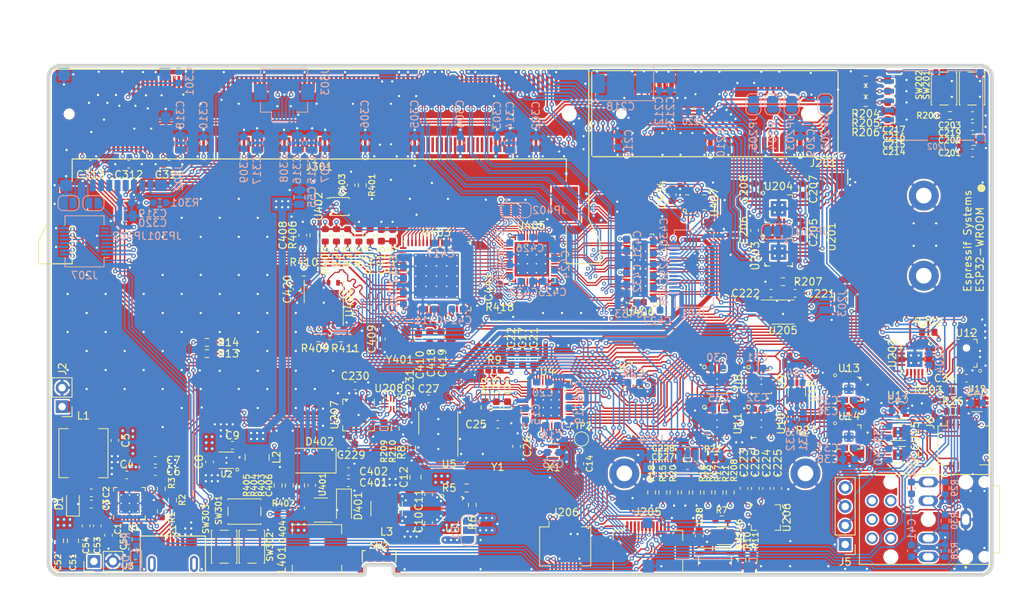
<source format=kicad_pcb>
(kicad_pcb (version 20171130) (host pcbnew "(5.1.9-0-10_14)")
  (layers (0 F.Cu signal) (1 GND power) (2 PWR power) (31 B.Cu signal) (34 B.Paste user) (35 F.Paste user) (36 B.SilkS user) (37 F.SilkS user) (38 B.Mask user) (39 F.Mask user) (44 Edge.Cuts user))
  (net 0 "")
  (net 1 GND)
  (net 2 +3V3)
  (net 3 +1V8)
  (net 4 GPIO_13)
  (net 5 GPIO_18)
  (net 6 GPIO_23)
  (net 7 JTAG_TCK)
  (net 8 JTAG_TDO)
  (net 9 JTAG_TMS)
  (net 10 JTAG_TDI)
  (net 11 "Net-(L2-Pad1)")
  (net 12 WAKE)
  (net 13 "Net-(R2-Pad2)")
  (net 14 VBUS)
  (net 15 "Net-(C6-Pad1)")
  (net 16 PWM2.1)
  (net 17 PWM0.1)
  (net 18 "Net-(L3-Pad1)")
  (net 19 "Net-(L3-Pad2)")
  (net 20 "Net-(R1-Pad1)")
  (net 21 PWM1.1)
  (net 22 SPI1.SS0)
  (net 23 SPI1.MOSI)
  (net 24 SPI1.MISO)
  (net 25 SPI1.SCK)
  (net 26 SPI1.SS2)
  (net 27 SPI1.SS3)
  (net 28 "Net-(U10-Pad11)")
  (net 29 /SPK_GAIN)
  (net 30 GPIO_20)
  (net 31 GPIO_0)
  (net 32 GPIO_22)
  (net 33 /SPK_EN)
  (net 34 /SPK_CLK)
  (net 35 +VSYS)
  (net 36 "Net-(C301-Pad1)")
  (net 37 ESP32.HSPI.MOSI)
  (net 38 ESP32.HSPI.SCK)
  (net 39 ESP32.HSPI.MISO)
  (net 40 ESP32.HSPI.SS0)
  (net 41 ESP32.IO27)
  (net 42 DISP_LED_A)
  (net 43 DISP_LED_K)
  (net 44 /PLL_AVSS)
  (net 45 /PLL_AVDD)
  (net 46 /XTAL_XI)
  (net 47 /XTAL_XO)
  (net 48 /QSPI_CS)
  (net 49 /QSPI_DQ_3)
  (net 50 /QSPI_DQ_2)
  (net 51 /QSPI_DQ_1)
  (net 52 /QSPI_DQ_0)
  (net 53 /PSD_LFALTCLK)
  (net 54 /QSPI_CLK)
  (net 55 "Net-(J1-Pad4)")
  (net 56 "Net-(J202-Pad6)")
  (net 57 "Net-(J301-Pad21)")
  (net 58 "Net-(J301-Pad23)")
  (net 59 "Net-(J301-Pad25)")
  (net 60 "Net-(J301-Pad27)")
  (net 61 "Net-(J301-Pad29)")
  (net 62 "Net-(J301-Pad31)")
  (net 63 "Net-(J301-Pad63)")
  (net 64 "Net-(J301-Pad65)")
  (net 65 "Net-(J301-Pad69)")
  (net 66 "Net-(J301-Pad73)")
  (net 67 "Net-(J301-Pad77)")
  (net 68 "Net-(J301-Pad79)")
  (net 69 "Net-(J301-Pad81)")
  (net 70 "Net-(J301-Pad83)")
  (net 71 "Net-(J301-Pad85)")
  (net 72 "Net-(J301-Pad89)")
  (net 73 "Net-(J301-Pad91)")
  (net 74 "Net-(J301-Pad93)")
  (net 75 "Net-(J301-Pad95)")
  (net 76 "Net-(J301-Pad97)")
  (net 77 "Net-(J301-Pad99)")
  (net 78 "Net-(J301-Pad101)")
  (net 79 "Net-(J301-Pad103)")
  (net 80 "Net-(J301-Pad107)")
  (net 81 "Net-(J301-Pad109)")
  (net 82 "Net-(J301-Pad113)")
  (net 83 "Net-(J301-Pad115)")
  (net 84 "Net-(J301-Pad119)")
  (net 85 "Net-(J301-Pad121)")
  (net 86 "Net-(J301-Pad125)")
  (net 87 "Net-(J301-Pad127)")
  (net 88 "Net-(J301-Pad131)")
  (net 89 "Net-(J301-Pad133)")
  (net 90 "Net-(J301-Pad137)")
  (net 91 "Net-(J301-Pad139)")
  (net 92 "Net-(J301-Pad143)")
  (net 93 "Net-(J301-Pad145)")
  (net 94 "Net-(J301-Pad147)")
  (net 95 "Net-(J301-Pad157)")
  (net 96 "Net-(J301-Pad161)")
  (net 97 "Net-(J301-Pad163)")
  (net 98 "Net-(J301-Pad167)")
  (net 99 "Net-(J301-Pad169)")
  (net 100 "Net-(J301-Pad173)")
  (net 101 "Net-(J301-Pad175)")
  (net 102 "Net-(J301-Pad179)")
  (net 103 "Net-(J301-Pad181)")
  (net 104 "Net-(J301-Pad187)")
  (net 105 "Net-(J301-Pad189)")
  (net 106 "Net-(J301-Pad191)")
  (net 107 "Net-(J301-Pad193)")
  (net 108 "Net-(J301-Pad195)")
  (net 109 "Net-(J301-Pad197)")
  (net 110 "Net-(J301-Pad199)")
  (net 111 "Net-(J301-Pad201)")
  (net 112 "Net-(J301-Pad203)")
  (net 113 "Net-(J301-Pad2)")
  (net 114 "Net-(J301-Pad4)")
  (net 115 "Net-(J301-Pad6)")
  (net 116 "Net-(J301-Pad8)")
  (net 117 "Net-(J301-Pad12)")
  (net 118 "Net-(J301-Pad14)")
  (net 119 "Net-(J301-Pad16)")
  (net 120 "Net-(J301-Pad18)")
  (net 121 "Net-(J301-Pad20)")
  (net 122 "Net-(J301-Pad22)")
  (net 123 "Net-(J301-Pad24)")
  (net 124 "Net-(J301-Pad26)")
  (net 125 "Net-(J301-Pad30)")
  (net 126 "Net-(J301-Pad32)")
  (net 127 "Net-(J301-Pad34)")
  (net 128 "Net-(J301-Pad36)")
  (net 129 "Net-(J301-Pad38)")
  (net 130 "Net-(J301-Pad40)")
  (net 131 "Net-(J301-Pad42)")
  (net 132 "Net-(J301-Pad44)")
  (net 133 "Net-(J301-Pad48)")
  (net 134 "Net-(J301-Pad50)")
  (net 135 "Net-(J301-Pad52)")
  (net 136 "Net-(J301-Pad54)")
  (net 137 "Net-(J301-Pad56)")
  (net 138 "Net-(J301-Pad62)")
  (net 139 "Net-(J301-Pad66)")
  (net 140 "Net-(J301-Pad68)")
  (net 141 "Net-(J301-Pad70)")
  (net 142 "Net-(J301-Pad72)")
  (net 143 "Net-(J301-Pad74)")
  (net 144 "Net-(J301-Pad92)")
  (net 145 "Net-(J301-Pad94)")
  (net 146 "Net-(J301-Pad98)")
  (net 147 "Net-(J301-Pad100)")
  (net 148 "Net-(J301-Pad102)")
  (net 149 "Net-(J301-Pad104)")
  (net 150 "Net-(J301-Pad106)")
  (net 151 "Net-(J301-Pad108)")
  (net 152 "Net-(J301-Pad110)")
  (net 153 "Net-(J301-Pad112)")
  (net 154 "Net-(J301-Pad116)")
  (net 155 "Net-(J301-Pad118)")
  (net 156 "Net-(J301-Pad120)")
  (net 157 "Net-(J301-Pad122)")
  (net 158 "Net-(J301-Pad124)")
  (net 159 "Net-(J301-Pad126)")
  (net 160 "Net-(J301-Pad128)")
  (net 161 "Net-(J301-Pad130)")
  (net 162 "Net-(J301-Pad134)")
  (net 163 "Net-(J301-Pad136)")
  (net 164 "Net-(J301-Pad138)")
  (net 165 "Net-(J301-Pad140)")
  (net 166 "Net-(J301-Pad142)")
  (net 167 "Net-(J301-Pad144)")
  (net 168 "Net-(J301-Pad146)")
  (net 169 "Net-(J301-Pad148)")
  (net 170 "Net-(J301-Pad152)")
  (net 171 "Net-(J301-Pad156)")
  (net 172 "Net-(J301-Pad158)")
  (net 173 "Net-(J301-Pad160)")
  (net 174 "Net-(J301-Pad162)")
  (net 175 "Net-(J301-Pad164)")
  (net 176 "Net-(J301-Pad166)")
  (net 177 "Net-(J301-Pad170)")
  (net 178 "Net-(J301-Pad172)")
  (net 179 "Net-(J301-Pad182)")
  (net 180 "Net-(J301-Pad184)")
  (net 181 "Net-(J301-Pad188)")
  (net 182 "Net-(J301-Pad190)")
  (net 183 "Net-(J301-Pad192)")
  (net 184 "Net-(J301-Pad194)")
  (net 185 "Net-(J301-Pad196)")
  (net 186 "Net-(J301-Pad198)")
  (net 187 "Net-(J301-Pad202)")
  (net 188 "Net-(U1-Pad24)")
  (net 189 "Net-(U9-Pad2)")
  (net 190 "Net-(U10-Pad15)")
  (net 191 "Net-(U10-Pad7)")
  (net 192 "Net-(U10-Pad6)")
  (net 193 "Net-(U10-Pad5)")
  (net 194 "Net-(U10-Pad4)")
  (net 195 "Net-(U10-Pad3)")
  (net 196 "Net-(U10-Pad2)")
  (net 197 "Net-(U10-Pad1)")
  (net 198 "Net-(U201-Pad32)")
  (net 199 "Net-(U201-Pad22)")
  (net 200 "Net-(U201-Pad21)")
  (net 201 "Net-(U201-Pad20)")
  (net 202 "Net-(U201-Pad19)")
  (net 203 "Net-(U201-Pad18)")
  (net 204 "Net-(U201-Pad17)")
  (net 205 "Net-(U203-Pad6)")
  (net 206 "Net-(U203-Pad9)")
  (net 207 "Net-(U204-Pad9)")
  (net 208 "Net-(U204-Pad6)")
  (net 209 "Net-(X1-Pad1)")
  (net 210 "Net-(J301-Pad155)")
  (net 211 "Net-(J301-Pad154)")
  (net 212 "Net-(J301-Pad60)")
  (net 213 PWM1.2)
  (net 214 GPIO_12)
  (net 215 TMUX.I2C0.SCL)
  (net 216 TMUX.I2C0.SDA)
  (net 217 DISP_CS)
  (net 218 /MIC_CLK)
  (net 219 /MIC_WS)
  (net 220 /SPK_R+)
  (net 221 /SPK_L+)
  (net 222 /SPK_L-)
  (net 223 /SPK_R-)
  (net 224 "Net-(R5-Pad2)")
  (net 225 iMX8.USB1.D_P)
  (net 226 iMX8.USB1.D_N)
  (net 227 iMX8.PWM1)
  (net 228 BT81X.GPIO3)
  (net 229 BT81X.GPIO0)
  (net 230 BT81X.GPIO1)
  (net 231 BT81X.GPIO2)
  (net 232 BT81X.R0)
  (net 233 BT81X.CTP.RST)
  (net 234 BT81X.CTP.INT)
  (net 235 BT81X.CTP.SCL)
  (net 236 BT81X.CTP.SDA)
  (net 237 BT81X.BL_PWM)
  (net 238 BT81X.DE)
  (net 239 BT81X.VSYNC)
  (net 240 BT81X.HSYNC)
  (net 241 BT81X.DISP)
  (net 242 BT81X.PCLK)
  (net 243 BT81X.B7)
  (net 244 BT81X.B6)
  (net 245 BT81X.B5)
  (net 246 BT81X.B4)
  (net 247 BT81X.B3)
  (net 248 BT81X.B2)
  (net 249 BT81X.B1)
  (net 250 BT81X.B0)
  (net 251 BT81X.G7)
  (net 252 BT81X.G6)
  (net 253 BT81X.G5)
  (net 254 BT81X.G4)
  (net 255 BT81X.G3)
  (net 256 BT81X.G2)
  (net 257 BT81X.G1)
  (net 258 BT81X.G0)
  (net 259 BT81X.R7)
  (net 260 BT81X.R6)
  (net 261 BT81X.R5)
  (net 262 BT81X.R4)
  (net 263 BT81X.R3)
  (net 264 BT81X.R2)
  (net 265 BT81X.R1)
  (net 266 "Net-(JP201-Pad2)")
  (net 267 "Net-(J301-Pad58)")
  (net 268 "Net-(C214-Pad1)")
  (net 269 "Net-(C215-Pad1)")
  (net 270 "Net-(C216-Pad1)")
  (net 271 "Net-(C217-Pad1)")
  (net 272 "Net-(C408-Pad1)")
  (net 273 "Net-(D401-Pad2)")
  (net 274 "Net-(J201-Pad48)")
  (net 275 "Net-(J201-Pad42)")
  (net 276 "Net-(J201-Pad33)")
  (net 277 "Net-(J201-Pad32)")
  (net 278 "Net-(J201-Pad30)")
  (net 279 "Net-(J201-Pad28)")
  (net 280 "Net-(J201-Pad25)")
  (net 281 "Net-(J201-Pad23)")
  (net 282 "Net-(J201-Pad20)")
  (net 283 "Net-(J201-Pad16)")
  (net 284 "Net-(J201-Pad14)")
  (net 285 "Net-(J201-Pad12)")
  (net 286 "Net-(J201-Pad10)")
  (net 287 "Net-(J201-Pad7)")
  (net 288 "Net-(J201-Pad6)")
  (net 289 "Net-(J201-Pad5)")
  (net 290 "Net-(J201-Pad3)")
  (net 291 "Net-(J201-Pad1)")
  (net 292 "Net-(J203-Pad2)")
  (net 293 "Net-(J203-Pad1)")
  (net 294 /disp/CTP_SCL)
  (net 295 /disp/CTP_SDA)
  (net 296 /disp/CTP_INT)
  (net 297 /disp/CTP_RST)
  (net 298 "Net-(R401-Pad2)")
  (net 299 "Net-(R402-Pad2)")
  (net 300 "Net-(U405-Pad22)")
  (net 301 "Net-(U405-Pad23)")
  (net 302 "Net-(U405-Pad26)")
  (net 303 "Net-(U406-Pad17)")
  (net 304 "Net-(U406-Pad19)")
  (net 305 "Net-(U406-Pad41)")
  (net 306 "Net-(U406-Pad42)")
  (net 307 /HP_DET)
  (net 308 /MIC_SD)
  (net 309 /SPK_SD)
  (net 310 /SPK_GAIN_SEL)
  (net 311 /disp/DISP_LVDS_A0N)
  (net 312 /disp/DISP_LVDS_A0P)
  (net 313 /disp/DISP_LVDS_A1N)
  (net 314 /disp/DISP_LVDS_A1P)
  (net 315 /disp/DISP_LVDS_A2N)
  (net 316 /disp/DISP_LVDS_A2P)
  (net 317 /disp/DISP_LVDS_A3N)
  (net 318 /disp/DISP_LVDS_A3P)
  (net 319 /disp/BT81X_QSPI_CS)
  (net 320 /disp/BT81X_QSPI_DQ_3)
  (net 321 /disp/BT81X_QSPI_DQ_2)
  (net 322 /disp/BT81X_QSPI_CLK)
  (net 323 /disp/BT81X_QSPI_DQ_0)
  (net 324 /disp/BT81X_QSPI_DQ_1)
  (net 325 /disp/BT81X_X1)
  (net 326 /disp/BT81X_X2)
  (net 327 /disp/BT81X_1V2)
  (net 328 TMUX.GPIO0)
  (net 329 TMUX.GPIO1)
  (net 330 "Net-(JP402-Pad2)")
  (net 331 /RESET)
  (net 332 JTAG_TRST_N)
  (net 333 /BQ_QON)
  (net 334 "Net-(U201-Pad5)")
  (net 335 /BQ_PMID)
  (net 336 /periph/PERST)
  (net 337 "Net-(C222-Pad1)")
  (net 338 "Net-(C225-Pad1)")
  (net 339 "Net-(C226-Pad1)")
  (net 340 /exp/ALT_BOOT)
  (net 341 /exp/SD2_CLK)
  (net 342 /exp/SD2_CMD)
  (net 343 /exp/SD2_DAT0)
  (net 344 /exp/SD2_DAT1)
  (net 345 /exp/SD2_DAT2)
  (net 346 /exp/SD2_DAT3)
  (net 347 "Net-(U206-Pad9)")
  (net 348 "Net-(U206-Pad10)")
  (net 349 "Net-(U206-Pad11)")
  (net 350 "Net-(U206-Pad12)")
  (net 351 "Net-(U206-Pad13)")
  (net 352 "Net-(J204-Pad1)")
  (net 353 "Net-(J204-Pad8)")
  (net 354 "Net-(J205-Pad12)")
  (net 355 iMX8.GPIO5.IO29)
  (net 356 iMX8.GPIO5.IO28)
  (net 357 iMX8.I2C3.SCL)
  (net 358 iMX8.I2C3.SDA)
  (net 359 "Net-(J301-Pad75)")
  (net 360 "Net-(J301-Pad129)")
  (net 361 "Net-(J301-Pad135)")
  (net 362 "Net-(J301-Pad149)")
  (net 363 "Net-(J301-Pad151)")
  (net 364 "Net-(J301-Pad153)")
  (net 365 USB_D-)
  (net 366 USB_D+)
  (net 367 /periph/USB_CBUS3)
  (net 368 /periph/USB_RXD)
  (net 369 "Net-(U207-Pad5)")
  (net 370 /periph/USB_CBUS1)
  (net 371 /periph/USB_CBUS0)
  (net 372 /periph/USB_TXD)
  (net 373 "Net-(U207-Pad16)")
  (net 374 "Net-(U1-Pad2)")
  (net 375 ESP32.UART0.RXD)
  (net 376 ESP32.UART0.TXD)
  (net 377 UART0.TXD)
  (net 378 UART0.RXD)
  (net 379 iMX8.LVDS0.CLKP)
  (net 380 iMX8.LVDS0.CLKN)
  (net 381 iMX8.LVDS0.A0P)
  (net 382 iMX8.LVDS0.A0N)
  (net 383 iMX8.LVDS0.A1P)
  (net 384 iMX8.LVDS0.A1N)
  (net 385 iMX8.LVDS0.A2P)
  (net 386 iMX8.LVDS0.A2N)
  (net 387 iMX8.LVDS0.A3P)
  (net 388 iMX8.LVDS0.A3N)
  (net 389 /disp/DISP_LVDS_CLKN)
  (net 390 /disp/DISP_LVDS_CLKP)
  (net 391 /disp/DS90_LVDS_A3P)
  (net 392 /disp/DS90_LVDS_A3N)
  (net 393 /disp/DS90_LVDS_CLKP)
  (net 394 /disp/DS90_LVDS_CLKN)
  (net 395 /disp/DS90_LVDS_A2P)
  (net 396 /disp/DS90_LVDS_A2N)
  (net 397 /disp/DS90_LVDS_A1P)
  (net 398 /disp/DS90_LVDS_A1N)
  (net 399 /disp/DS90_LVDS_A0P)
  (net 400 /disp/DS90_LVDS_A0N)
  (net 401 "Net-(R27-Pad1)")
  (net 402 /AON_PMU_OUT_0)
  (net 403 /AON_PMU_OUT_1)
  (net 404 /exp/RESET)
  (net 405 "Net-(J204-Pad9)")
  (net 406 "Net-(J204-Pad10)")
  (net 407 /exp/SD2_DET)
  (net 408 "Net-(J1-Pad6)")
  (net 409 iMX8.USB1.ID)
  (net 410 iMX8.USB1.VBUS)
  (net 411 "Net-(J401-Pad2)")
  (net 412 "Net-(J301-Pad76)")
  (net 413 /exp/POWER)
  (net 414 ESP32.IO26)
  (net 415 "Net-(U201-Pad4)")
  (net 416 /HP_R)
  (net 417 "Net-(C42-Pad1)")
  (net 418 /HP_L)
  (net 419 "Net-(J4-Pad9)")
  (net 420 "Net-(J4-Pad8)")
  (net 421 "Net-(J4-Pad7)")
  (net 422 "Net-(J4-Pad4)")
  (net 423 "Net-(J4-Pad5)")
  (net 424 "Net-(J4-Pad6)")
  (net 425 /~HP_DET)
  (net 426 /AUDIO_OUT_L-)
  (net 427 /AUDIO_OUT_L+)
  (net 428 /AUDIO_OUT_R-)
  (net 429 /AUDIO_OUT_R+)
  (net 430 "Net-(C2-Pad2)")
  (net 431 "Net-(C3-Pad1)")
  (net 432 VDDA)
  (net 433 "Net-(C41-Pad1)")
  (net 434 "Net-(D2-Pad1)")
  (net 435 BT81X.AUDIO)
  (net 436 "Net-(J6-Pad8)")
  (net 437 /EXT_AUDIO_EN)
  (net 438 "Net-(J6-Pad12)")
  (net 439 /exp/UART3_RX)
  (net 440 /exp/UART3_TX)
  (net 441 "Net-(J303-Pad1)")
  (net 442 "Net-(R4-Pad1)")
  (net 443 "Net-(R31-Pad2)")
  (net 444 "Net-(R32-Pad1)")
  (net 445 BQ.INT)
  (net 446 "Net-(U8-Pad3)")
  (net 447 "Net-(U8-Pad10)")
  (net 448 "Net-(U10-Pad9)")
  (net 449 "Net-(U11-Pad1)")
  (net 450 "Net-(U11-Pad2)")
  (net 451 "Net-(U11-Pad3)")
  (net 452 "Net-(U11-Pad4)")
  (net 453 "Net-(U11-Pad5)")
  (net 454 "Net-(U11-Pad6)")
  (net 455 "Net-(U11-Pad7)")
  (net 456 "Net-(U11-Pad15)")
  (net 457 "Net-(U15-Pad6)")
  (net 458 "Net-(U16-Pad6)")
  (net 459 "Net-(U17-Pad1)")
  (net 460 /BQ_SW)
  (net 461 "Net-(J303-Pad2)")
  (net 462 "Net-(J6-Pad14)")
  (net 463 "Net-(J6-Pad16)")
  (net 464 "Net-(J206-Pad10)")
  (net 465 "Net-(J206-Pad8)")
  (net 466 "Net-(J207-Pad15)")
  (net 467 "Net-(J207-Pad13)")
  (net 468 /periph/ESP32_EN)
  (net 469 /periph/PCM_SYNC)
  (net 470 /periph/PCM_DI)
  (net 471 /periph/PCM_DO)
  (net 472 /periph/SIMCom_UART_DTR)
  (net 473 /periph/PCM_CLK)
  (net 474 /periph/SIMCom_UART_RI)
  (net 475 /periph/Quectel_UART_DTR)
  (net 476 /periph/SIMCom_UART_TXD)
  (net 477 /periph/Quectel_UART_RI)
  (net 478 /periph/Quectel_UART_TXD)
  (net 479 /periph/Quectel_UART_RXD)
  (net 480 /periph/ESP32_UART2_DTR)
  (net 481 /periph/ESP32_UART2_RI)
  (net 482 /periph/ESP32_UART2_TXD)
  (net 483 /periph/ESP32_UART2_RXD)
  (net 484 /periph/ESP32_VSPI_SS0)
  (net 485 /periph/ESP32_PCM_DI)
  (net 486 /periph/ESP32_PCM_CLK)
  (net 487 /periph/ESP32_PCM_DO)
  (net 488 /periph/ESP32_PCM_SYNC)
  (net 489 /periph/ESP32_VSPI_SCK)
  (net 490 /periph/ESP32_VSPI_MISO)
  (net 491 /periph/ESP32_VSPI_MOSI)
  (module Resistor_SMD:R_0603_1608Metric (layer F.Cu) (at 207.2 122 180)
    (fp_text reference R27 (at 0 1.3) (layer F.SilkS))
    (fp_text value 210K)
    (pad 2 smd roundrect (at 0.825 0 180) (size 0.8 0.95) (layers F.Cu F.Paste F.Mask) (net 33 /SPK_EN))
    (pad 1 smd roundrect (at -0.825 0 180) (size 0.8 0.95) (layers F.Cu F.Paste F.Mask) (net 401 "Net-(R27-Pad1)"))
  )
  (module footprints:TQFN-16-1EP_3x3mm_P0.5mm_EP1.23x1.23mm_ThermalVias (layer F.Cu) (at 212.9 115.2)
    (fp_text reference U13 (at 0 -2.8) (layer F.SilkS))
    (fp_text value MAX98357A)
    (pad 17 smd roundrect (at 0 0) (size 1.23 1.23) (layers B.Cu) (roundrect_rratio 0.203) (net 1 GND))
    (pad 17 thru_hole circle (at -0.35 0.35) (size 0.5 0.5) (drill 0.2) (layers *.Cu) (net 1 GND))
    (pad 17 thru_hole circle (at 0.35 0.35) (size 0.5 0.5) (drill 0.2) (layers *.Cu) (net 1 GND))
    (pad 17 thru_hole circle (at 0.35 -0.35) (size 0.5 0.5) (drill 0.2) (layers *.Cu) (net 1 GND))
    (pad 17 thru_hole circle (at -0.35 -0.35) (size 0.5 0.5) (drill 0.2) (layers *.Cu) (net 1 GND))
    (pad 16 smd roundrect (at -0.75 -1.4375) (size 0.25 0.825) (layers F.Cu F.Paste F.Mask) (net 34 /SPK_CLK))
    (pad 15 smd roundrect (at -0.25 -1.4375) (size 0.25 0.825) (layers F.Cu F.Paste F.Mask) (net 1 GND))
    (pad 14 smd roundrect (at 0.25 -1.4375) (size 0.25 0.825) (layers F.Cu F.Paste F.Mask) (net 16 PWM2.1))
    (pad 13 smd roundrect (at 0.75 -1.4375) (size 0.25 0.825) (layers F.Cu F.Paste F.Mask))
    (pad 12 smd roundrect (at 1.4375 -0.75) (size 0.825 0.25) (layers F.Cu F.Paste F.Mask))
    (pad 11 smd roundrect (at 1.4375 -0.25) (size 0.825 0.25) (layers F.Cu F.Paste F.Mask) (net 1 GND))
    (pad 10 smd roundrect (at 1.4375 0.25) (size 0.825 0.25) (layers F.Cu F.Paste F.Mask) (net 426 /AUDIO_OUT_L-))
    (pad 9 smd roundrect (at 1.4375 0.75) (size 0.825 0.25) (layers F.Cu F.Paste F.Mask) (net 427 /AUDIO_OUT_L+))
    (pad 8 smd roundrect (at 0.75 1.4375) (size 0.25 0.825) (layers F.Cu F.Paste F.Mask) (net 432 VDDA))
    (pad 7 smd roundrect (at 0.25 1.4375) (size 0.25 0.825) (layers F.Cu F.Paste F.Mask) (net 432 VDDA))
    (pad 6 smd roundrect (at -0.25 1.4375) (size 0.25 0.825) (layers F.Cu F.Paste F.Mask))
    (pad 5 smd roundrect (at -0.75 1.4375) (size 0.25 0.825) (layers F.Cu F.Paste F.Mask))
    (pad 4 smd roundrect (at -1.4375 0.75) (size 0.825 0.25) (layers F.Cu F.Paste F.Mask) (net 33 /SPK_EN))
    (pad 3 smd roundrect (at -1.4375 0.25) (size 0.825 0.25) (layers F.Cu F.Paste F.Mask) (net 1 GND))
    (pad 2 smd roundrect (at -1.4375 -0.25) (size 0.825 0.25) (layers F.Cu F.Paste F.Mask) (net 29 /SPK_GAIN))
    (pad 1 smd roundrect (at -1.4375 -0.75) (size 0.825 0.25) (layers F.Cu F.Paste F.Mask) (net 309 /SPK_SD))
    (pad 17 smd roundrect (at 0 0) (size 1.23 1.23) (layers F.Cu F.Mask) (roundrect_rratio 0.203) (net 1 GND))
  )
  (module Capacitor_SMD:C_0603_1608Metric (layer B.Cu) (at 219.45 118.05)
    (fp_text reference C43 (at 0 -1.45) (layer B.SilkS) (effects (justify mirror)))
    (fp_text value 0.1uF)
    (pad 2 smd roundrect (at 0.775 0) (size 0.9 0.95) (layers B.Cu B.Paste B.Mask) (net 1 GND))
    (pad 1 smd roundrect (at -0.775 0) (size 0.9 0.95) (layers B.Cu B.Paste B.Mask) (net 2 +3V3))
  )
  (module footprints:Texas_R-PDSO-G5 (layer F.Cu) (at 219.45 118.05 180)
    (fp_text reference U17 (at 0 2 180) (layer F.SilkS))
    (fp_text value SN74LVC1G04DCK)
    (pad 4 smd rect (at 1.1 0.65 180) (size 0.9 0.4) (layers F.Cu F.Paste F.Mask) (net 425 /~HP_DET))
    (pad 2 smd rect (at -1.1 0 180) (size 0.9 0.4) (layers F.Cu F.Paste F.Mask) (net 307 /HP_DET))
    (pad 1 smd rect (at -1.1 -0.65 180) (size 0.9 0.4) (layers F.Cu F.Paste F.Mask) (net 459 "Net-(U17-Pad1)"))
    (pad 3 smd rect (at -1.1 0.65 180) (size 0.9 0.4) (layers F.Cu F.Paste F.Mask) (net 1 GND))
    (pad 5 smd rect (at 1.1 -0.65 180) (size 0.9 0.4) (layers F.Cu F.Paste F.Mask) (net 2 +3V3))
  )
  (module footprints:Molex_MicroSD-5027740891 (layer B.Cu) (at 186.85 139.7)
    (fp_text reference J204 (at -0.2 -17.8) (layer B.SilkS) (effects (justify mirror)))
    (fp_text value Micro_SD_Card_Det)
    (pad 10 smd rect (at -0.85 -6.65) (size 1.3 1.4) (layers B.Cu B.Paste B.Mask) (net 406 "Net-(J204-Pad10)"))
    (pad 9 smd rect (at -0.85 -14.05) (size 1.3 1.3) (layers B.Cu B.Paste B.Mask) (net 405 "Net-(J204-Pad9)"))
    (pad 11 smd rect (at -0.2 -15.7) (size 1.6 1.5) (layers B.Cu B.Paste B.Mask) (net 1 GND))
    (pad 11 smd rect (at -0.75 -0.85) (size 1.5 1.7) (layers B.Cu B.Paste B.Mask) (net 1 GND))
    (pad 11 smd rect (at 12.45 -15.7) (size 1.7 1.5) (layers B.Cu B.Paste B.Mask) (net 1 GND))
    (pad 11 smd rect (at 12.75 -0.85) (size 1.5 1.7) (layers B.Cu B.Paste B.Mask) (net 1 GND))
    (pad 8 smd rect (at 1.2 -15.7) (size 0.8 1.5) (layers B.Cu B.Paste B.Mask) (net 353 "Net-(J204-Pad8)"))
    (pad 7 smd rect (at 2.3 -15.7) (size 0.8 1.5) (layers B.Cu B.Paste B.Mask) (net 24 SPI1.MISO))
    (pad 6 smd rect (at 3.4 -15.7) (size 0.8 1.5) (layers B.Cu B.Paste B.Mask) (net 1 GND))
    (pad 5 smd rect (at 4.5 -15.7) (size 0.8 1.5) (layers B.Cu B.Paste B.Mask) (net 25 SPI1.SCK))
    (pad 4 smd rect (at 5.6 -15.7) (size 0.8 1.5) (layers B.Cu B.Paste B.Mask) (net 2 +3V3))
    (pad 3 smd rect (at 6.7 -15.7) (size 0.8 1.5) (layers B.Cu B.Paste B.Mask) (net 23 SPI1.MOSI))
    (pad 2 smd rect (at 7.8 -15.7) (size 0.8 1.5) (layers B.Cu B.Paste B.Mask) (net 31 GPIO_0))
    (pad 1 smd rect (at 8.9 -15.7) (size 0.8 1.5) (layers B.Cu B.Paste B.Mask) (net 352 "Net-(J204-Pad1)"))
  )
  (module footprints:Molex_MicroSD-5027740891 (layer B.Cu) (at 120.8 72.3 180)
    (fp_text reference J302 (at -2.6 -14.65 90) (layer B.SilkS) (effects (justify mirror)))
    (fp_text value Micro_SD_Card_Det)
    (pad 10 smd rect (at -0.85 -6.65 180) (size 1.3 1.4) (layers B.Cu B.Paste B.Mask) (net 1 GND))
    (pad 9 smd rect (at -0.85 -14.05 180) (size 1.3 1.3) (layers B.Cu B.Paste B.Mask) (net 407 /exp/SD2_DET))
    (pad 11 smd rect (at -0.2 -15.7 180) (size 1.6 1.5) (layers B.Cu B.Paste B.Mask) (net 1 GND))
    (pad 11 smd rect (at -0.75 -0.85 180) (size 1.5 1.7) (layers B.Cu B.Paste B.Mask) (net 1 GND))
    (pad 11 smd rect (at 12.45 -15.7 180) (size 1.7 1.5) (layers B.Cu B.Paste B.Mask) (net 1 GND))
    (pad 11 smd rect (at 12.75 -0.85 180) (size 1.5 1.7) (layers B.Cu B.Paste B.Mask) (net 1 GND))
    (pad 8 smd rect (at 1.2 -15.7 180) (size 0.8 1.5) (layers B.Cu B.Paste B.Mask) (net 344 /exp/SD2_DAT1))
    (pad 7 smd rect (at 2.3 -15.7 180) (size 0.8 1.5) (layers B.Cu B.Paste B.Mask) (net 343 /exp/SD2_DAT0))
    (pad 6 smd rect (at 3.4 -15.7 180) (size 0.8 1.5) (layers B.Cu B.Paste B.Mask) (net 1 GND))
    (pad 5 smd rect (at 4.5 -15.7 180) (size 0.8 1.5) (layers B.Cu B.Paste B.Mask) (net 341 /exp/SD2_CLK))
    (pad 4 smd rect (at 5.6 -15.7 180) (size 0.8 1.5) (layers B.Cu B.Paste B.Mask) (net 2 +3V3))
    (pad 3 smd rect (at 6.7 -15.7 180) (size 0.8 1.5) (layers B.Cu B.Paste B.Mask) (net 342 /exp/SD2_CMD))
    (pad 2 smd rect (at 7.8 -15.7 180) (size 0.8 1.5) (layers B.Cu B.Paste B.Mask) (net 346 /exp/SD2_DAT3))
    (pad 1 smd rect (at 8.9 -15.7 180) (size 0.8 1.5) (layers B.Cu B.Paste B.Mask) (net 345 /exp/SD2_DAT2))
  )
  (module footprints:Panasonic_EVPAE (layer F.Cu) (at 150.15 138.25)
    (fp_text reference SW2 (at 0 -2.15 180) (layer F.SilkS) (effects (font (size 0.8 0.8))))
    (fp_text value WAKE)
    (pad 0 smd rect (at 2.5 1.1) (size 0.7 0.7) (layers F.Cu F.Paste F.Mask))
    (pad 0 smd rect (at -2.5 1.1) (size 0.7 0.7) (layers F.Cu F.Paste F.Mask))
    (pad 1 smd rect (at 1.15 -0.625) (size 0.8 1.25) (layers F.Cu F.Paste F.Mask) (net 1 GND))
    (pad 1 smd rect (at -1.15 -0.625) (size 0.8 1.25) (layers F.Cu F.Paste F.Mask) (net 1 GND))
    (pad 2 smd rect (at 0 -0.625) (size 0.8 1.25) (layers F.Cu F.Paste F.Mask) (net 12 WAKE))
  )
  (module footprints:DHVQFN-16_2.5x3.5mm_P0.5mm_EP1.0x2.0mm (layer F.Cu) (at 201.2 119.8 270)
    (fp_text reference U10 (at 0 -2.65 90) (layer F.SilkS))
    (fp_text value 74HC595)
    (pad 17 smd rect (at -0.475 0) (size 0.9 0.95) (layers F.Cu F.Paste F.Mask) (net 1 GND))
    (pad 1 smd rect (at -1.8 0.25) (size 0.24 0.9) (layers F.Cu F.Paste F.Mask) (net 197 "Net-(U10-Pad1)"))
    (pad 2 smd rect (at -1.25 1.3 270) (size 0.24 0.9) (layers F.Cu F.Paste F.Mask) (net 196 "Net-(U10-Pad2)"))
    (pad 3 smd rect (at -0.75 1.3 270) (size 0.24 0.9) (layers F.Cu F.Paste F.Mask) (net 195 "Net-(U10-Pad3)"))
    (pad 4 smd rect (at -0.25 1.3 270) (size 0.24 0.9) (layers F.Cu F.Paste F.Mask) (net 194 "Net-(U10-Pad4)"))
    (pad 5 smd rect (at 0.25 1.3 270) (size 0.24 0.9) (layers F.Cu F.Paste F.Mask) (net 193 "Net-(U10-Pad5)"))
    (pad 6 smd rect (at 0.75 1.3 270) (size 0.24 0.9) (layers F.Cu F.Paste F.Mask) (net 192 "Net-(U10-Pad6)"))
    (pad 7 smd rect (at 1.25 1.3 270) (size 0.24 0.9) (layers F.Cu F.Paste F.Mask) (net 191 "Net-(U10-Pad7)"))
    (pad 8 smd rect (at 1.8 0.25) (size 0.24 0.9) (layers F.Cu F.Paste F.Mask) (net 1 GND))
    (pad 9 smd rect (at 1.8 -0.25) (size 0.24 0.9) (layers F.Cu F.Paste F.Mask) (net 448 "Net-(U10-Pad9)"))
    (pad 10 smd rect (at 1.25 -1.3 270) (size 0.24 0.9) (layers F.Cu F.Paste F.Mask) (net 2 +3V3))
    (pad 11 smd rect (at 0.75 -1.3 270) (size 0.24 0.9) (layers F.Cu F.Paste F.Mask) (net 28 "Net-(U10-Pad11)"))
    (pad 12 smd rect (at 0.25 -1.3 270) (size 0.24 0.9) (layers F.Cu F.Paste F.Mask) (net 1 GND))
    (pad 13 smd rect (at -0.25 -1.3 270) (size 0.24 0.9) (layers F.Cu F.Paste F.Mask) (net 2 +3V3))
    (pad 14 smd rect (at -0.75 -1.3 270) (size 0.24 0.9) (layers F.Cu F.Paste F.Mask) (net 308 /MIC_SD))
    (pad 15 smd rect (at -1.25 -1.3 270) (size 0.24 0.9) (layers F.Cu F.Paste F.Mask) (net 190 "Net-(U10-Pad15)"))
    (pad 16 smd rect (at -1.8 -0.25) (size 0.24 0.9) (layers F.Cu F.Paste F.Mask) (net 2 +3V3))
    (pad 17 smd rect (at 0.475 0) (size 0.9 0.95) (layers F.Cu F.Paste F.Mask) (net 1 GND))
  )
  (module footprints:DHVQFN-16_2.5x3.5mm_P0.5mm_EP1.0x2.0mm (layer F.Cu) (at 195.3 119.8 270)
    (fp_text reference U11 (at 0 -2.75 90) (layer F.SilkS))
    (fp_text value 74HC595)
    (pad 17 smd rect (at -0.475 0) (size 0.9 0.95) (layers F.Cu F.Paste F.Mask) (net 1 GND))
    (pad 1 smd rect (at -1.8 0.25) (size 0.24 0.9) (layers F.Cu F.Paste F.Mask) (net 449 "Net-(U11-Pad1)"))
    (pad 2 smd rect (at -1.25 1.3 270) (size 0.24 0.9) (layers F.Cu F.Paste F.Mask) (net 450 "Net-(U11-Pad2)"))
    (pad 3 smd rect (at -0.75 1.3 270) (size 0.24 0.9) (layers F.Cu F.Paste F.Mask) (net 451 "Net-(U11-Pad3)"))
    (pad 4 smd rect (at -0.25 1.3 270) (size 0.24 0.9) (layers F.Cu F.Paste F.Mask) (net 452 "Net-(U11-Pad4)"))
    (pad 5 smd rect (at 0.25 1.3 270) (size 0.24 0.9) (layers F.Cu F.Paste F.Mask) (net 453 "Net-(U11-Pad5)"))
    (pad 6 smd rect (at 0.75 1.3 270) (size 0.24 0.9) (layers F.Cu F.Paste F.Mask) (net 454 "Net-(U11-Pad6)"))
    (pad 7 smd rect (at 1.25 1.3 270) (size 0.24 0.9) (layers F.Cu F.Paste F.Mask) (net 455 "Net-(U11-Pad7)"))
    (pad 8 smd rect (at 1.8 0.25) (size 0.24 0.9) (layers F.Cu F.Paste F.Mask) (net 1 GND))
    (pad 9 smd rect (at 1.8 -0.25) (size 0.24 0.9) (layers F.Cu F.Paste F.Mask) (net 309 /SPK_SD))
    (pad 10 smd rect (at 1.25 -1.3 270) (size 0.24 0.9) (layers F.Cu F.Paste F.Mask) (net 2 +3V3))
    (pad 11 smd rect (at 0.75 -1.3 270) (size 0.24 0.9) (layers F.Cu F.Paste F.Mask) (net 28 "Net-(U10-Pad11)"))
    (pad 12 smd rect (at 0.25 -1.3 270) (size 0.24 0.9) (layers F.Cu F.Paste F.Mask) (net 1 GND))
    (pad 13 smd rect (at -0.25 -1.3 270) (size 0.24 0.9) (layers F.Cu F.Paste F.Mask) (net 2 +3V3))
    (pad 14 smd rect (at -0.75 -1.3 270) (size 0.24 0.9) (layers F.Cu F.Paste F.Mask) (net 448 "Net-(U10-Pad9)"))
    (pad 15 smd rect (at -1.25 -1.3 270) (size 0.24 0.9) (layers F.Cu F.Paste F.Mask) (net 456 "Net-(U11-Pad15)"))
    (pad 16 smd rect (at -1.8 -0.25) (size 0.24 0.9) (layers F.Cu F.Paste F.Mask) (net 2 +3V3))
    (pad 17 smd rect (at 0.475 0) (size 0.9 0.95) (layers F.Cu F.Paste F.Mask) (net 1 GND))
  )
  (module footprints:DHVQFN-14_2.5x3.0mm_P0.5mm_EP1.0x1.5mm (layer F.Cu) (at 195.3 114.2 270)
    (fp_text reference U8 (at 0 -2.8 90) (layer F.SilkS))
    (fp_text value 74HC00)
    (pad 15 smd rect (at -0.35 0) (size 0.9 0.7) (layers F.Cu F.Paste F.Mask) (net 1 GND))
    (pad 1 smd rect (at -1.55 0.25) (size 0.24 0.9) (layers F.Cu F.Paste F.Mask) (net 218 /MIC_CLK))
    (pad 2 smd rect (at -1 1.3 270) (size 0.24 0.9) (layers F.Cu F.Paste F.Mask) (net 213 PWM1.2))
    (pad 3 smd rect (at -0.5 1.3 270) (size 0.24 0.9) (layers F.Cu F.Paste F.Mask) (net 446 "Net-(U8-Pad3)"))
    (pad 4 smd rect (at 0 1.3 270) (size 0.24 0.9) (layers F.Cu F.Paste F.Mask) (net 446 "Net-(U8-Pad3)"))
    (pad 5 smd rect (at 0.5 1.3 270) (size 0.24 0.9) (layers F.Cu F.Paste F.Mask) (net 5 GPIO_18))
    (pad 6 smd rect (at 1 1.3 270) (size 0.24 0.9) (layers F.Cu F.Paste F.Mask) (net 28 "Net-(U10-Pad11)"))
    (pad 7 smd rect (at 1.55 0.25) (size 0.24 0.9) (layers F.Cu F.Paste F.Mask) (net 1 GND))
    (pad 8 smd rect (at 1.55 -0.25) (size 0.24 0.9) (layers F.Cu F.Paste F.Mask) (net 33 /SPK_EN))
    (pad 9 smd rect (at 1 -1.3 270) (size 0.24 0.9) (layers F.Cu F.Paste F.Mask) (net 213 PWM1.2))
    (pad 10 smd rect (at 0.5 -1.3 270) (size 0.24 0.9) (layers F.Cu F.Paste F.Mask) (net 447 "Net-(U8-Pad10)"))
    (pad 11 smd rect (at 0 -1.3 270) (size 0.24 0.9) (layers F.Cu F.Paste F.Mask) (net 447 "Net-(U8-Pad10)"))
    (pad 12 smd rect (at -0.5 -1.3 270) (size 0.24 0.9) (layers F.Cu F.Paste F.Mask) (net 5 GPIO_18))
    (pad 13 smd rect (at -1 -1.3 270) (size 0.24 0.9) (layers F.Cu F.Paste F.Mask) (net 5 GPIO_18))
    (pad 14 smd rect (at -1.55 -0.25) (size 0.24 0.9) (layers F.Cu F.Paste F.Mask) (net 2 +3V3))
    (pad 15 smd rect (at 0.35 0) (size 0.9 0.7) (layers F.Cu F.Paste F.Mask) (net 1 GND))
  )
  (module footprints:DHVQFN-14_2.5x3.0mm_P0.5mm_EP1.0x1.5mm (layer F.Cu) (at 201.2 114.2 270)
    (fp_text reference U9 (at 0 -2.7 90) (layer F.SilkS))
    (fp_text value 74HC00)
    (pad 15 smd rect (at -0.35 0) (size 0.9 0.7) (layers F.Cu F.Paste F.Mask) (net 1 GND))
    (pad 1 smd rect (at -1.55 0.25) (size 0.24 0.9) (layers F.Cu F.Paste F.Mask) (net 16 PWM2.1))
    (pad 2 smd rect (at -1 1.3 270) (size 0.24 0.9) (layers F.Cu F.Paste F.Mask) (net 189 "Net-(U9-Pad2)"))
    (pad 3 smd rect (at -0.5 1.3 270) (size 0.24 0.9) (layers F.Cu F.Paste F.Mask) (net 217 DISP_CS))
    (pad 4 smd rect (at 0 1.3 270) (size 0.24 0.9) (layers F.Cu F.Paste F.Mask) (net 33 /SPK_EN))
    (pad 5 smd rect (at 0.5 1.3 270) (size 0.24 0.9) (layers F.Cu F.Paste F.Mask) (net 33 /SPK_EN))
    (pad 6 smd rect (at 1 1.3 270) (size 0.24 0.9) (layers F.Cu F.Paste F.Mask) (net 189 "Net-(U9-Pad2)"))
    (pad 7 smd rect (at 1.55 0.25) (size 0.24 0.9) (layers F.Cu F.Paste F.Mask) (net 1 GND))
    (pad 8 smd rect (at 1.55 -0.25) (size 0.24 0.9) (layers F.Cu F.Paste F.Mask) (net 310 /SPK_GAIN_SEL))
    (pad 9 smd rect (at 1 -1.3 270) (size 0.24 0.9) (layers F.Cu F.Paste F.Mask) (net 425 /~HP_DET))
    (pad 10 smd rect (at 0.5 -1.3 270) (size 0.24 0.9) (layers F.Cu F.Paste F.Mask) (net 231 BT81X.GPIO2))
    (pad 11 smd rect (at 0 -1.3 270) (size 0.24 0.9) (layers F.Cu F.Paste F.Mask) (net 34 /SPK_CLK))
    (pad 12 smd rect (at -0.5 -1.3 270) (size 0.24 0.9) (layers F.Cu F.Paste F.Mask) (net 218 /MIC_CLK))
    (pad 13 smd rect (at -1 -1.3 270) (size 0.24 0.9) (layers F.Cu F.Paste F.Mask) (net 218 /MIC_CLK))
    (pad 14 smd rect (at -1.55 -0.25) (size 0.24 0.9) (layers F.Cu F.Paste F.Mask) (net 2 +3V3))
    (pad 15 smd rect (at 0.35 0) (size 0.9 0.7) (layers F.Cu F.Paste F.Mask) (net 1 GND))
  )
  (module footprints:TE_SODIMMDDR3-2013289 (layer F.Cu) (at 142.15 78.45 180)
    (fp_text reference J301 (at 0 -7.05) (layer F.SilkS))
    (fp_text value iMX8)
    (pad 204 smd rect (at 31.65 -4.1 180) (size 0.35 2) (layers F.Cu F.Paste F.Mask) (net 35 +VSYS))
    (pad 202 smd rect (at 31.05 -4.1 180) (size 0.35 2) (layers F.Cu F.Paste F.Mask) (net 187 "Net-(J301-Pad202)"))
    (pad 200 smd rect (at 30.45 -4.1 180) (size 0.35 2) (layers F.Cu F.Paste F.Mask) (net 227 iMX8.PWM1))
    (pad 198 smd rect (at 29.85 -4.1 180) (size 0.35 2) (layers F.Cu F.Paste F.Mask) (net 186 "Net-(J301-Pad198)"))
    (pad 196 smd rect (at 29.25 -4.1 180) (size 0.35 2) (layers F.Cu F.Paste F.Mask) (net 185 "Net-(J301-Pad196)"))
    (pad 194 smd rect (at 28.65 -4.1 180) (size 0.35 2) (layers F.Cu F.Paste F.Mask) (net 184 "Net-(J301-Pad194)"))
    (pad 192 smd rect (at 28.05 -4.1 180) (size 0.35 2) (layers F.Cu F.Paste F.Mask) (net 183 "Net-(J301-Pad192)"))
    (pad 190 smd rect (at 27.45 -4.1 180) (size 0.35 2) (layers F.Cu F.Paste F.Mask) (net 182 "Net-(J301-Pad190)"))
    (pad 188 smd rect (at 26.85 -4.1 180) (size 0.35 2) (layers F.Cu F.Paste F.Mask) (net 181 "Net-(J301-Pad188)"))
    (pad 186 smd rect (at 26.25 -4.1 180) (size 0.35 2) (layers F.Cu F.Paste F.Mask) (net 35 +VSYS))
    (pad 184 smd rect (at 25.65 -4.1 180) (size 0.35 2) (layers F.Cu F.Paste F.Mask) (net 180 "Net-(J301-Pad184)"))
    (pad 182 smd rect (at 25.05 -4.1 180) (size 0.35 2) (layers F.Cu F.Paste F.Mask) (net 179 "Net-(J301-Pad182)"))
    (pad 180 smd rect (at 24.45 -4.1 180) (size 0.35 2) (layers F.Cu F.Paste F.Mask) (net 410 iMX8.USB1.VBUS))
    (pad 178 smd rect (at 23.85 -4.1 180) (size 0.35 2) (layers F.Cu F.Paste F.Mask) (net 226 iMX8.USB1.D_N))
    (pad 176 smd rect (at 23.25 -4.1 180) (size 0.35 2) (layers F.Cu F.Paste F.Mask) (net 225 iMX8.USB1.D_P))
    (pad 174 smd rect (at 22.65 -4.1 180) (size 0.35 2) (layers F.Cu F.Paste F.Mask) (net 409 iMX8.USB1.ID))
    (pad 172 smd rect (at 22.05 -4.1 180) (size 0.35 2) (layers F.Cu F.Paste F.Mask) (net 178 "Net-(J301-Pad172)"))
    (pad 170 smd rect (at 21.45 -4.1 180) (size 0.35 2) (layers F.Cu F.Paste F.Mask) (net 177 "Net-(J301-Pad170)"))
    (pad 168 smd rect (at 20.85 -4.1 180) (size 0.35 2) (layers F.Cu F.Paste F.Mask) (net 35 +VSYS))
    (pad 166 smd rect (at 20.25 -4.1 180) (size 0.35 2) (layers F.Cu F.Paste F.Mask) (net 176 "Net-(J301-Pad166)"))
    (pad 164 smd rect (at 19.65 -4.1 180) (size 0.35 2) (layers F.Cu F.Paste F.Mask) (net 175 "Net-(J301-Pad164)"))
    (pad 162 smd rect (at 19.05 -4.1 180) (size 0.35 2) (layers F.Cu F.Paste F.Mask) (net 174 "Net-(J301-Pad162)"))
    (pad 160 smd rect (at 18.45 -4.1 180) (size 0.35 2) (layers F.Cu F.Paste F.Mask) (net 173 "Net-(J301-Pad160)"))
    (pad 158 smd rect (at 17.85 -4.1 180) (size 0.35 2) (layers F.Cu F.Paste F.Mask) (net 172 "Net-(J301-Pad158)"))
    (pad 156 smd rect (at 17.25 -4.1 180) (size 0.35 2) (layers F.Cu F.Paste F.Mask) (net 171 "Net-(J301-Pad156)"))
    (pad 154 smd rect (at 16.65 -4.1 180) (size 0.35 2) (layers F.Cu F.Paste F.Mask) (net 211 "Net-(J301-Pad154)"))
    (pad 152 smd rect (at 16.05 -4.1 180) (size 0.35 2) (layers F.Cu F.Paste F.Mask) (net 170 "Net-(J301-Pad152)"))
    (pad 150 smd rect (at 15.45 -4.1 180) (size 0.35 2) (layers F.Cu F.Paste F.Mask) (net 35 +VSYS))
    (pad 148 smd rect (at 14.85 -4.1 180) (size 0.35 2) (layers F.Cu F.Paste F.Mask) (net 169 "Net-(J301-Pad148)"))
    (pad 146 smd rect (at 14.25 -4.1 180) (size 0.35 2) (layers F.Cu F.Paste F.Mask) (net 168 "Net-(J301-Pad146)"))
    (pad 144 smd rect (at 13.65 -4.1 180) (size 0.35 2) (layers F.Cu F.Paste F.Mask) (net 167 "Net-(J301-Pad144)"))
    (pad 142 smd rect (at 13.05 -4.1 180) (size 0.35 2) (layers F.Cu F.Paste F.Mask) (net 166 "Net-(J301-Pad142)"))
    (pad 140 smd rect (at 12.45 -4.1 180) (size 0.35 2) (layers F.Cu F.Paste F.Mask) (net 165 "Net-(J301-Pad140)"))
    (pad 138 smd rect (at 11.85 -4.1 180) (size 0.35 2) (layers F.Cu F.Paste F.Mask) (net 164 "Net-(J301-Pad138)"))
    (pad 136 smd rect (at 11.25 -4.1 180) (size 0.35 2) (layers F.Cu F.Paste F.Mask) (net 163 "Net-(J301-Pad136)"))
    (pad 134 smd rect (at 10.65 -4.1 180) (size 0.35 2) (layers F.Cu F.Paste F.Mask) (net 162 "Net-(J301-Pad134)"))
    (pad 132 smd rect (at 10.05 -4.1 180) (size 0.35 2) (layers F.Cu F.Paste F.Mask) (net 35 +VSYS))
    (pad 130 smd rect (at 9.45 -4.1 180) (size 0.35 2) (layers F.Cu F.Paste F.Mask) (net 161 "Net-(J301-Pad130)"))
    (pad 128 smd rect (at 8.85 -4.1 180) (size 0.35 2) (layers F.Cu F.Paste F.Mask) (net 160 "Net-(J301-Pad128)"))
    (pad 126 smd rect (at 8.25 -4.1 180) (size 0.35 2) (layers F.Cu F.Paste F.Mask) (net 159 "Net-(J301-Pad126)"))
    (pad 124 smd rect (at 7.65 -4.1 180) (size 0.35 2) (layers F.Cu F.Paste F.Mask) (net 158 "Net-(J301-Pad124)"))
    (pad 122 smd rect (at 7.05 -4.1 180) (size 0.35 2) (layers F.Cu F.Paste F.Mask) (net 157 "Net-(J301-Pad122)"))
    (pad 120 smd rect (at 6.45 -4.1 180) (size 0.35 2) (layers F.Cu F.Paste F.Mask) (net 156 "Net-(J301-Pad120)"))
    (pad 118 smd rect (at 5.85 -4.1 180) (size 0.35 2) (layers F.Cu F.Paste F.Mask) (net 155 "Net-(J301-Pad118)"))
    (pad 116 smd rect (at 5.25 -4.1 180) (size 0.35 2) (layers F.Cu F.Paste F.Mask) (net 154 "Net-(J301-Pad116)"))
    (pad 114 smd rect (at 4.65 -4.1 180) (size 0.35 2) (layers F.Cu F.Paste F.Mask) (net 35 +VSYS))
    (pad 112 smd rect (at 4.05 -4.1 180) (size 0.35 2) (layers F.Cu F.Paste F.Mask) (net 153 "Net-(J301-Pad112)"))
    (pad 110 smd rect (at 3.45 -4.1 180) (size 0.35 2) (layers F.Cu F.Paste F.Mask) (net 152 "Net-(J301-Pad110)"))
    (pad 108 smd rect (at 2.85 -4.1 180) (size 0.35 2) (layers F.Cu F.Paste F.Mask) (net 151 "Net-(J301-Pad108)"))
    (pad 106 smd rect (at 2.25 -4.1 180) (size 0.35 2) (layers F.Cu F.Paste F.Mask) (net 150 "Net-(J301-Pad106)"))
    (pad 104 smd rect (at 1.65 -4.1 180) (size 0.35 2) (layers F.Cu F.Paste F.Mask) (net 149 "Net-(J301-Pad104)"))
    (pad 102 smd rect (at 1.05 -4.1 180) (size 0.35 2) (layers F.Cu F.Paste F.Mask) (net 148 "Net-(J301-Pad102)"))
    (pad 100 smd rect (at 0.45 -4.1 180) (size 0.35 2) (layers F.Cu F.Paste F.Mask) (net 147 "Net-(J301-Pad100)"))
    (pad 98 smd rect (at -0.15 -4.1 180) (size 0.35 2) (layers F.Cu F.Paste F.Mask) (net 146 "Net-(J301-Pad98)"))
    (pad 96 smd rect (at -0.75 -4.1 180) (size 0.35 2) (layers F.Cu F.Paste F.Mask) (net 35 +VSYS))
    (pad 94 smd rect (at -1.35 -4.1 180) (size 0.35 2) (layers F.Cu F.Paste F.Mask) (net 145 "Net-(J301-Pad94)"))
    (pad 92 smd rect (at -1.95 -4.1 180) (size 0.35 2) (layers F.Cu F.Paste F.Mask) (net 144 "Net-(J301-Pad92)"))
    (pad 90 smd rect (at -2.55 -4.1 180) (size 0.35 2) (layers F.Cu F.Paste F.Mask) (net 346 /exp/SD2_DAT3))
    (pad 88 smd rect (at -3.15 -4.1 180) (size 0.35 2) (layers F.Cu F.Paste F.Mask) (net 345 /exp/SD2_DAT2))
    (pad 86 smd rect (at -3.75 -4.1 180) (size 0.35 2) (layers F.Cu F.Paste F.Mask) (net 344 /exp/SD2_DAT1))
    (pad 84 smd rect (at -4.35 -4.1 180) (size 0.35 2) (layers F.Cu F.Paste F.Mask) (net 343 /exp/SD2_DAT0))
    (pad 82 smd rect (at -4.95 -4.1 180) (size 0.35 2) (layers F.Cu F.Paste F.Mask) (net 342 /exp/SD2_CMD))
    (pad 80 smd rect (at -5.55 -4.1 180) (size 0.35 2) (layers F.Cu F.Paste F.Mask) (net 341 /exp/SD2_CLK))
    (pad 78 smd rect (at -6.15 -4.1 180) (size 0.35 2) (layers F.Cu F.Paste F.Mask) (net 35 +VSYS))
    (pad 76 smd rect (at -6.75 -4.1 180) (size 0.35 2) (layers F.Cu F.Paste F.Mask) (net 412 "Net-(J301-Pad76)"))
    (pad 74 smd rect (at -7.35 -4.1 180) (size 0.35 2) (layers F.Cu F.Paste F.Mask) (net 143 "Net-(J301-Pad74)"))
    (pad 72 smd rect (at -10.35 -4.1 180) (size 0.35 2) (layers F.Cu F.Paste F.Mask) (net 142 "Net-(J301-Pad72)"))
    (pad 70 smd rect (at -10.95 -4.1 180) (size 0.35 2) (layers F.Cu F.Paste F.Mask) (net 141 "Net-(J301-Pad70)"))
    (pad 68 smd rect (at -11.55 -4.1 180) (size 0.35 2) (layers F.Cu F.Paste F.Mask) (net 140 "Net-(J301-Pad68)"))
    (pad 66 smd rect (at -12.15 -4.1 180) (size 0.35 2) (layers F.Cu F.Paste F.Mask) (net 139 "Net-(J301-Pad66)"))
    (pad 64 smd rect (at -12.75 -4.1 180) (size 0.35 2) (layers F.Cu F.Paste F.Mask) (net 35 +VSYS))
    (pad 62 smd rect (at -13.35 -4.1 180) (size 0.35 2) (layers F.Cu F.Paste F.Mask) (net 138 "Net-(J301-Pad62)"))
    (pad 60 smd rect (at -13.95 -4.1 180) (size 0.35 2) (layers F.Cu F.Paste F.Mask) (net 212 "Net-(J301-Pad60)"))
    (pad 58 smd rect (at -14.55 -4.1 180) (size 0.35 2) (layers F.Cu F.Paste F.Mask) (net 267 "Net-(J301-Pad58)"))
    (pad 56 smd rect (at -15.15 -4.1 180) (size 0.35 2) (layers F.Cu F.Paste F.Mask) (net 137 "Net-(J301-Pad56)"))
    (pad 54 smd rect (at -15.75 -4.1 180) (size 0.35 2) (layers F.Cu F.Paste F.Mask) (net 136 "Net-(J301-Pad54)"))
    (pad 52 smd rect (at -16.35 -4.1 180) (size 0.35 2) (layers F.Cu F.Paste F.Mask) (net 135 "Net-(J301-Pad52)"))
    (pad 50 smd rect (at -16.95 -4.1 180) (size 0.35 2) (layers F.Cu F.Paste F.Mask) (net 134 "Net-(J301-Pad50)"))
    (pad 48 smd rect (at -17.55 -4.1 180) (size 0.35 2) (layers F.Cu F.Paste F.Mask) (net 133 "Net-(J301-Pad48)"))
    (pad 46 smd rect (at -18.15 -4.1 180) (size 0.35 2) (layers F.Cu F.Paste F.Mask) (net 35 +VSYS))
    (pad 44 smd rect (at -18.75 -4.1 180) (size 0.35 2) (layers F.Cu F.Paste F.Mask) (net 132 "Net-(J301-Pad44)"))
    (pad 42 smd rect (at -19.35 -4.1 180) (size 0.35 2) (layers F.Cu F.Paste F.Mask) (net 131 "Net-(J301-Pad42)"))
    (pad 40 smd rect (at -19.95 -4.1 180) (size 0.35 2) (layers F.Cu F.Paste F.Mask) (net 130 "Net-(J301-Pad40)"))
    (pad 38 smd rect (at -20.55 -4.1 180) (size 0.35 2) (layers F.Cu F.Paste F.Mask) (net 129 "Net-(J301-Pad38)"))
    (pad 36 smd rect (at -21.15 -4.1 180) (size 0.35 2) (layers F.Cu F.Paste F.Mask) (net 128 "Net-(J301-Pad36)"))
    (pad 34 smd rect (at -21.75 -4.1 180) (size 0.35 2) (layers F.Cu F.Paste F.Mask) (net 127 "Net-(J301-Pad34)"))
    (pad 32 smd rect (at -22.35 -4.1 180) (size 0.35 2) (layers F.Cu F.Paste F.Mask) (net 126 "Net-(J301-Pad32)"))
    (pad 30 smd rect (at -22.95 -4.1 180) (size 0.35 2) (layers F.Cu F.Paste F.Mask) (net 125 "Net-(J301-Pad30)"))
    (pad 28 smd rect (at -23.55 -4.1 180) (size 0.35 2) (layers F.Cu F.Paste F.Mask) (net 35 +VSYS))
    (pad 26 smd rect (at -24.15 -4.1 180) (size 0.35 2) (layers F.Cu F.Paste F.Mask) (net 124 "Net-(J301-Pad26)"))
    (pad 24 smd rect (at -24.75 -4.1 180) (size 0.35 2) (layers F.Cu F.Paste F.Mask) (net 123 "Net-(J301-Pad24)"))
    (pad 22 smd rect (at -25.35 -4.1 180) (size 0.35 2) (layers F.Cu F.Paste F.Mask) (net 122 "Net-(J301-Pad22)"))
    (pad 20 smd rect (at -25.95 -4.1 180) (size 0.35 2) (layers F.Cu F.Paste F.Mask) (net 121 "Net-(J301-Pad20)"))
    (pad 18 smd rect (at -26.55 -4.1 180) (size 0.35 2) (layers F.Cu F.Paste F.Mask) (net 120 "Net-(J301-Pad18)"))
    (pad 16 smd rect (at -27.15 -4.1 180) (size 0.35 2) (layers F.Cu F.Paste F.Mask) (net 119 "Net-(J301-Pad16)"))
    (pad 14 smd rect (at -27.75 -4.1 180) (size 0.35 2) (layers F.Cu F.Paste F.Mask) (net 118 "Net-(J301-Pad14)"))
    (pad 12 smd rect (at -28.35 -4.1 180) (size 0.35 2) (layers F.Cu F.Paste F.Mask) (net 117 "Net-(J301-Pad12)"))
    (pad 10 smd rect (at -28.95 -4.1 180) (size 0.35 2) (layers F.Cu F.Paste F.Mask) (net 35 +VSYS))
    (pad 8 smd rect (at -29.55 -4.1 180) (size 0.35 2) (layers F.Cu F.Paste F.Mask) (net 116 "Net-(J301-Pad8)"))
    (pad 6 smd rect (at -30.15 -4.1 180) (size 0.35 2) (layers F.Cu F.Paste F.Mask) (net 115 "Net-(J301-Pad6)"))
    (pad 4 smd rect (at -30.75 -4.1 180) (size 0.35 2) (layers F.Cu F.Paste F.Mask) (net 114 "Net-(J301-Pad4)"))
    (pad 2 smd rect (at -31.35 -4.1 180) (size 0.35 2) (layers F.Cu F.Paste F.Mask) (net 113 "Net-(J301-Pad2)"))
    (pad 203 smd rect (at 31.35 4.1 180) (size 0.35 2) (layers F.Cu F.Paste F.Mask) (net 112 "Net-(J301-Pad203)"))
    (pad 201 smd rect (at 30.75 4.1 180) (size 0.35 2) (layers F.Cu F.Paste F.Mask) (net 111 "Net-(J301-Pad201)"))
    (pad 199 smd rect (at 30.15 4.1 180) (size 0.35 2) (layers F.Cu F.Paste F.Mask) (net 110 "Net-(J301-Pad199)"))
    (pad 197 smd rect (at 29.55 4.1 180) (size 0.35 2) (layers F.Cu F.Paste F.Mask) (net 109 "Net-(J301-Pad197)"))
    (pad 195 smd rect (at 28.95 4.1 180) (size 0.35 2) (layers F.Cu F.Paste F.Mask) (net 108 "Net-(J301-Pad195)"))
    (pad 193 smd rect (at 28.35 4.1 180) (size 0.35 2) (layers F.Cu F.Paste F.Mask) (net 107 "Net-(J301-Pad193)"))
    (pad 191 smd rect (at 27.75 4.1 180) (size 0.35 2) (layers F.Cu F.Paste F.Mask) (net 106 "Net-(J301-Pad191)"))
    (pad 189 smd rect (at 27.15 4.1 180) (size 0.35 2) (layers F.Cu F.Paste F.Mask) (net 105 "Net-(J301-Pad189)"))
    (pad 187 smd rect (at 26.55 4.1 180) (size 0.35 2) (layers F.Cu F.Paste F.Mask) (net 104 "Net-(J301-Pad187)"))
    (pad 185 smd rect (at 25.95 4.1 180) (size 0.35 2) (layers F.Cu F.Paste F.Mask) (net 340 /exp/ALT_BOOT))
    (pad 183 smd rect (at 25.35 4.1 180) (size 0.35 2) (layers F.Cu F.Paste F.Mask) (net 36 "Net-(C301-Pad1)"))
    (pad 181 smd rect (at 24.75 4.1 180) (size 0.35 2) (layers F.Cu F.Paste F.Mask) (net 103 "Net-(J301-Pad181)"))
    (pad 179 smd rect (at 24.15 4.1 180) (size 0.35 2) (layers F.Cu F.Paste F.Mask) (net 102 "Net-(J301-Pad179)"))
    (pad 177 smd rect (at 23.55 4.1 180) (size 0.35 2) (layers F.Cu F.Paste F.Mask) (net 1 GND))
    (pad 175 smd rect (at 22.95 4.1 180) (size 0.35 2) (layers F.Cu F.Paste F.Mask) (net 101 "Net-(J301-Pad175)"))
    (pad 173 smd rect (at 22.35 4.1 180) (size 0.35 2) (layers F.Cu F.Paste F.Mask) (net 100 "Net-(J301-Pad173)"))
    (pad 171 smd rect (at 21.75 4.1 180) (size 0.35 2) (layers F.Cu F.Paste F.Mask) (net 404 /exp/RESET))
    (pad 169 smd rect (at 21.15 4.1 180) (size 0.35 2) (layers F.Cu F.Paste F.Mask) (net 99 "Net-(J301-Pad169)"))
    (pad 167 smd rect (at 20.55 4.1 180) (size 0.35 2) (layers F.Cu F.Paste F.Mask) (net 98 "Net-(J301-Pad167)"))
    (pad 165 smd rect (at 19.95 4.1 180) (size 0.35 2) (layers F.Cu F.Paste F.Mask) (net 413 /exp/POWER))
    (pad 163 smd rect (at 19.35 4.1 180) (size 0.35 2) (layers F.Cu F.Paste F.Mask) (net 97 "Net-(J301-Pad163)"))
    (pad 161 smd rect (at 18.75 4.1 180) (size 0.35 2) (layers F.Cu F.Paste F.Mask) (net 96 "Net-(J301-Pad161)"))
    (pad 159 smd rect (at 18.15 4.1 180) (size 0.35 2) (layers F.Cu F.Paste F.Mask) (net 1 GND))
    (pad 157 smd rect (at 17.55 4.1 180) (size 0.35 2) (layers F.Cu F.Paste F.Mask) (net 95 "Net-(J301-Pad157)"))
    (pad 155 smd rect (at 16.95 4.1 180) (size 0.35 2) (layers F.Cu F.Paste F.Mask) (net 210 "Net-(J301-Pad155)"))
    (pad 153 smd rect (at 16.35 4.1 180) (size 0.35 2) (layers F.Cu F.Paste F.Mask) (net 364 "Net-(J301-Pad153)"))
    (pad 151 smd rect (at 15.75 4.1 180) (size 0.35 2) (layers F.Cu F.Paste F.Mask) (net 363 "Net-(J301-Pad151)"))
    (pad 149 smd rect (at 15.15 4.1 180) (size 0.35 2) (layers F.Cu F.Paste F.Mask) (net 362 "Net-(J301-Pad149)"))
    (pad 147 smd rect (at 14.55 4.1 180) (size 0.35 2) (layers F.Cu F.Paste F.Mask) (net 94 "Net-(J301-Pad147)"))
    (pad 145 smd rect (at 13.95 4.1 180) (size 0.35 2) (layers F.Cu F.Paste F.Mask) (net 93 "Net-(J301-Pad145)"))
    (pad 143 smd rect (at 13.35 4.1 180) (size 0.35 2) (layers F.Cu F.Paste F.Mask) (net 92 "Net-(J301-Pad143)"))
    (pad 141 smd rect (at 12.75 4.1 180) (size 0.35 2) (layers F.Cu F.Paste F.Mask) (net 1 GND))
    (pad 139 smd rect (at 12.15 4.1 180) (size 0.35 2) (layers F.Cu F.Paste F.Mask) (net 91 "Net-(J301-Pad139)"))
    (pad 137 smd rect (at 11.55 4.1 180) (size 0.35 2) (layers F.Cu F.Paste F.Mask) (net 90 "Net-(J301-Pad137)"))
    (pad 135 smd rect (at 10.95 4.1 180) (size 0.35 2) (layers F.Cu F.Paste F.Mask) (net 361 "Net-(J301-Pad135)"))
    (pad 133 smd rect (at 10.35 4.1 180) (size 0.35 2) (layers F.Cu F.Paste F.Mask) (net 89 "Net-(J301-Pad133)"))
    (pad 131 smd rect (at 9.75 4.1 180) (size 0.35 2) (layers F.Cu F.Paste F.Mask) (net 88 "Net-(J301-Pad131)"))
    (pad 129 smd rect (at 9.15 4.1 180) (size 0.35 2) (layers F.Cu F.Paste F.Mask) (net 360 "Net-(J301-Pad129)"))
    (pad 127 smd rect (at 8.55 4.1 180) (size 0.35 2) (layers F.Cu F.Paste F.Mask) (net 87 "Net-(J301-Pad127)"))
    (pad 125 smd rect (at 7.95 4.1 180) (size 0.35 2) (layers F.Cu F.Paste F.Mask) (net 86 "Net-(J301-Pad125)"))
    (pad 123 smd rect (at 7.35 4.1 180) (size 0.35 2) (layers F.Cu F.Paste F.Mask) (net 1 GND))
    (pad 121 smd rect (at 6.75 4.1 180) (size 0.35 2) (layers F.Cu F.Paste F.Mask) (net 85 "Net-(J301-Pad121)"))
    (pad 119 smd rect (at 6.15 4.1 180) (size 0.35 2) (layers F.Cu F.Paste F.Mask) (net 84 "Net-(J301-Pad119)"))
    (pad 117 smd rect (at 5.55 4.1 180) (size 0.35 2) (layers F.Cu F.Paste F.Mask) (net 439 /exp/UART3_RX))
    (pad 115 smd rect (at 4.95 4.1 180) (size 0.35 2) (layers F.Cu F.Paste F.Mask) (net 83 "Net-(J301-Pad115)"))
    (pad 113 smd rect (at 4.35 4.1 180) (size 0.35 2) (layers F.Cu F.Paste F.Mask) (net 82 "Net-(J301-Pad113)"))
    (pad 111 smd rect (at 3.75 4.1 180) (size 0.35 2) (layers F.Cu F.Paste F.Mask) (net 440 /exp/UART3_TX))
    (pad 109 smd rect (at 3.15 4.1 180) (size 0.35 2) (layers F.Cu F.Paste F.Mask) (net 81 "Net-(J301-Pad109)"))
    (pad 107 smd rect (at 2.55 4.1 180) (size 0.35 2) (layers F.Cu F.Paste F.Mask) (net 80 "Net-(J301-Pad107)"))
    (pad 105 smd rect (at 1.95 4.1 180) (size 0.35 2) (layers F.Cu F.Paste F.Mask) (net 1 GND))
    (pad 103 smd rect (at 1.35 4.1 180) (size 0.35 2) (layers F.Cu F.Paste F.Mask) (net 79 "Net-(J301-Pad103)"))
    (pad 101 smd rect (at 0.75 4.1 180) (size 0.35 2) (layers F.Cu F.Paste F.Mask) (net 78 "Net-(J301-Pad101)"))
    (pad 99 smd rect (at 0.15 4.1 180) (size 0.35 2) (layers F.Cu F.Paste F.Mask) (net 77 "Net-(J301-Pad99)"))
    (pad 97 smd rect (at -0.45 4.1 180) (size 0.35 2) (layers F.Cu F.Paste F.Mask) (net 76 "Net-(J301-Pad97)"))
    (pad 95 smd rect (at -1.05 4.1 180) (size 0.35 2) (layers F.Cu F.Paste F.Mask) (net 75 "Net-(J301-Pad95)"))
    (pad 93 smd rect (at -1.65 4.1 180) (size 0.35 2) (layers F.Cu F.Paste F.Mask) (net 74 "Net-(J301-Pad93)"))
    (pad 91 smd rect (at -2.25 4.1 180) (size 0.35 2) (layers F.Cu F.Paste F.Mask) (net 73 "Net-(J301-Pad91)"))
    (pad 89 smd rect (at -2.85 4.1 180) (size 0.35 2) (layers F.Cu F.Paste F.Mask) (net 72 "Net-(J301-Pad89)"))
    (pad 87 smd rect (at -3.45 4.1 180) (size 0.35 2) (layers F.Cu F.Paste F.Mask) (net 1 GND))
    (pad 85 smd rect (at -4.05 4.1 180) (size 0.35 2) (layers F.Cu F.Paste F.Mask) (net 71 "Net-(J301-Pad85)"))
    (pad 83 smd rect (at -4.65 4.1 180) (size 0.35 2) (layers F.Cu F.Paste F.Mask) (net 70 "Net-(J301-Pad83)"))
    (pad 81 smd rect (at -5.25 4.1 180) (size 0.35 2) (layers F.Cu F.Paste F.Mask) (net 69 "Net-(J301-Pad81)"))
    (pad 79 smd rect (at -5.85 4.1 180) (size 0.35 2) (layers F.Cu F.Paste F.Mask) (net 68 "Net-(J301-Pad79)"))
    (pad 77 smd rect (at -6.45 4.1 180) (size 0.35 2) (layers F.Cu F.Paste F.Mask) (net 67 "Net-(J301-Pad77)"))
    (pad 75 smd rect (at -7.05 4.1 180) (size 0.35 2) (layers F.Cu F.Paste F.Mask) (net 359 "Net-(J301-Pad75)"))
    (pad 73 smd rect (at -7.65 4.1 180) (size 0.35 2) (layers F.Cu F.Paste F.Mask) (net 66 "Net-(J301-Pad73)"))
    (pad 71 smd rect (at -10.65 4.1 180) (size 0.35 2) (layers F.Cu F.Paste F.Mask) (net 1 GND))
    (pad 69 smd rect (at -11.25 4.1 180) (size 0.35 2) (layers F.Cu F.Paste F.Mask) (net 65 "Net-(J301-Pad69)"))
    (pad 67 smd rect (at -11.85 4.1 180) (size 0.35 2) (layers F.Cu F.Paste F.Mask) (net 1 GND))
    (pad 65 smd rect (at -12.45 4.1 180) (size 0.35 2) (layers F.Cu F.Paste F.Mask) (net 64 "Net-(J301-Pad65)"))
    (pad 63 smd rect (at -13.05 4.1 180) (size 0.35 2) (layers F.Cu F.Paste F.Mask) (net 63 "Net-(J301-Pad63)"))
    (pad 61 smd rect (at -13.65 4.1 180) (size 0.35 2) (layers F.Cu F.Paste F.Mask) (net 407 /exp/SD2_DET))
    (pad 59 smd rect (at -14.25 4.1 180) (size 0.35 2) (layers F.Cu F.Paste F.Mask) (net 388 iMX8.LVDS0.A3N))
    (pad 57 smd rect (at -14.85 4.1 180) (size 0.35 2) (layers F.Cu F.Paste F.Mask) (net 387 iMX8.LVDS0.A3P))
    (pad 55 smd rect (at -15.45 4.1 180) (size 0.35 2) (layers F.Cu F.Paste F.Mask) (net 1 GND))
    (pad 53 smd rect (at -16.05 4.1 180) (size 0.35 2) (layers F.Cu F.Paste F.Mask) (net 386 iMX8.LVDS0.A2N))
    (pad 51 smd rect (at -16.65 4.1 180) (size 0.35 2) (layers F.Cu F.Paste F.Mask) (net 385 iMX8.LVDS0.A2P))
    (pad 49 smd rect (at -17.25 4.1 180) (size 0.35 2) (layers F.Cu F.Paste F.Mask) (net 358 iMX8.I2C3.SDA))
    (pad 47 smd rect (at -17.85 4.1 180) (size 0.35 2) (layers F.Cu F.Paste F.Mask) (net 384 iMX8.LVDS0.A1N))
    (pad 45 smd rect (at -18.45 4.1 180) (size 0.35 2) (layers F.Cu F.Paste F.Mask) (net 383 iMX8.LVDS0.A1P))
    (pad 43 smd rect (at -19.05 4.1 180) (size 0.35 2) (layers F.Cu F.Paste F.Mask) (net 357 iMX8.I2C3.SCL))
    (pad 41 smd rect (at -19.65 4.1 180) (size 0.35 2) (layers F.Cu F.Paste F.Mask) (net 382 iMX8.LVDS0.A0N))
    (pad 39 smd rect (at -20.25 4.1 180) (size 0.35 2) (layers F.Cu F.Paste F.Mask) (net 381 iMX8.LVDS0.A0P))
    (pad 37 smd rect (at -20.85 4.1 180) (size 0.35 2) (layers F.Cu F.Paste F.Mask) (net 1 GND))
    (pad 35 smd rect (at -21.45 4.1 180) (size 0.35 2) (layers F.Cu F.Paste F.Mask) (net 380 iMX8.LVDS0.CLKN))
    (pad 33 smd rect (at -22.05 4.1 180) (size 0.35 2) (layers F.Cu F.Paste F.Mask) (net 379 iMX8.LVDS0.CLKP))
    (pad 31 smd rect (at -22.65 4.1 180) (size 0.35 2) (layers F.Cu F.Paste F.Mask) (net 62 "Net-(J301-Pad31)"))
    (pad 29 smd rect (at -23.25 4.1 180) (size 0.35 2) (layers F.Cu F.Paste F.Mask) (net 61 "Net-(J301-Pad29)"))
    (pad 27 smd rect (at -23.85 4.1 180) (size 0.35 2) (layers F.Cu F.Paste F.Mask) (net 60 "Net-(J301-Pad27)"))
    (pad 25 smd rect (at -24.45 4.1 180) (size 0.35 2) (layers F.Cu F.Paste F.Mask) (net 59 "Net-(J301-Pad25)"))
    (pad 23 smd rect (at -25.05 4.1 180) (size 0.35 2) (layers F.Cu F.Paste F.Mask) (net 58 "Net-(J301-Pad23)"))
    (pad 21 smd rect (at -25.65 4.1 180) (size 0.35 2) (layers F.Cu F.Paste F.Mask) (net 57 "Net-(J301-Pad21)"))
    (pad 19 smd rect (at -26.25 4.1 180) (size 0.35 2) (layers F.Cu F.Paste F.Mask) (net 1 GND))
    (pad 17 smd rect (at -26.85 4.1 180) (size 0.35 2) (layers F.Cu F.Paste F.Mask) (net 40 ESP32.HSPI.SS0))
    (pad 15 smd rect (at -27.45 4.1 180) (size 0.35 2) (layers F.Cu F.Paste F.Mask) (net 39 ESP32.HSPI.MISO))
    (pad 13 smd rect (at -28.05 4.1 180) (size 0.35 2) (layers F.Cu F.Paste F.Mask) (net 38 ESP32.HSPI.SCK))
    (pad 11 smd rect (at -28.65 4.1 180) (size 0.35 2) (layers F.Cu F.Paste F.Mask) (net 37 ESP32.HSPI.MOSI))
    (pad 9 smd rect (at -29.25 4.1 180) (size 0.35 2) (layers F.Cu F.Paste F.Mask) (net 41 ESP32.IO27))
    (pad 7 smd rect (at -29.85 4.1 180) (size 0.35 2) (layers F.Cu F.Paste F.Mask) (net 414 ESP32.IO26))
    (pad 5 smd rect (at -30.45 4.1 180) (size 0.35 2) (layers F.Cu F.Paste F.Mask) (net 356 iMX8.GPIO5.IO28))
    (pad 3 smd rect (at -31.05 4.1 180) (size 0.35 2) (layers F.Cu F.Paste F.Mask) (net 355 iMX8.GPIO5.IO29))
    (pad 1 smd rect (at -31.65 4.1 180) (size 0.35 2) (layers F.Cu F.Paste F.Mask) (net 1 GND))
    (pad "" smd rect (at -32.8 -12 180) (size 3.5 4.6) (layers F.Cu F.Paste F.Mask))
    (pad "" smd rect (at 32.8 -12 180) (size 3.5 4.6) (layers F.Cu F.Paste F.Mask))
    (pad "" np_thru_hole circle (at 33.4 0 180) (size 1.1 1.1) (drill 1.1) (layers *.Cu *.Mask))
    (pad "" np_thru_hole circle (at -33.4 0 180) (size 1.6 1.6) (drill 1.6) (layers *.Cu *.Mask))
  )
  (module Resistor_SMD:R_0603_1608Metric (layer F.Cu) (at 145.95 94.65 270)
    (fp_text reference R23 (at 2.9 0 90) (layer F.SilkS))
    (fp_text value 100K)
    (pad 2 smd roundrect (at 0.825 0 270) (size 0.8 0.95) (layers F.Cu F.Paste F.Mask) (net 24 SPI1.MISO))
    (pad 1 smd roundrect (at -0.825 0 270) (size 0.8 0.95) (layers F.Cu F.Paste F.Mask) (net 2 +3V3))
  )
  (module Resistor_SMD:R_0603_1608Metric (layer F.Cu) (at 144.45 94.65 270)
    (fp_text reference R24 (at 2.9 0 90) (layer F.SilkS))
    (fp_text value 100K)
    (pad 1 smd roundrect (at -0.825 0 270) (size 0.8 0.95) (layers F.Cu F.Paste F.Mask) (net 2 +3V3))
    (pad 2 smd roundrect (at 0.825 0 270) (size 0.8 0.95) (layers F.Cu F.Paste F.Mask) (net 23 SPI1.MOSI))
  )
  (module Resistor_SMD:R_0603_1608Metric (layer F.Cu) (at 147.45 94.65 270)
    (fp_text reference R25 (at 2.9 -0.05 90) (layer F.SilkS))
    (fp_text value 100K)
    (pad 1 smd roundrect (at -0.825 0 270) (size 0.8 0.95) (layers F.Cu F.Paste F.Mask) (net 1 GND))
    (pad 2 smd roundrect (at 0.825 0 270) (size 0.8 0.95) (layers F.Cu F.Paste F.Mask) (net 25 SPI1.SCK))
  )
  (module footprints:TE_mPCIe-1775862 (layer F.Cu) (at 207.5 78.4 180)
    (fp_text reference J201 (at -1.95 -6.6 180) (layer F.SilkS))
    (fp_text value Modem)
    (pad 53 thru_hole circle (at 24.6 -48.05 180) (size 4 4) (drill 2.1) (layers *.Cu *.Mask) (net 1 GND))
    (pad 53 thru_hole circle (at 0.4 -48.05 180) (size 4 4) (drill 2.1) (layers *.Cu *.Mask) (net 1 GND))
    (pad 52 smd rect (at 24.3 -4.1 180) (size 0.6 2) (layers F.Cu F.Paste F.Mask) (net 2 +3V3))
    (pad 51 smd rect (at 23.9 4.1 180) (size 0.6 2) (layers F.Cu F.Paste F.Mask) (net 469 /periph/PCM_SYNC))
    (pad 50 smd rect (at 23.5 -4.1 180) (size 0.6 2) (layers F.Cu F.Paste F.Mask) (net 1 GND))
    (pad 49 smd rect (at 23.1 4.1 180) (size 0.6 2) (layers F.Cu F.Paste F.Mask) (net 470 /periph/PCM_DI))
    (pad 48 smd rect (at 22.7 -4.1 180) (size 0.6 2) (layers F.Cu F.Paste F.Mask) (net 274 "Net-(J201-Pad48)"))
    (pad 47 smd rect (at 22.3 4.1 180) (size 0.6 2) (layers F.Cu F.Paste F.Mask) (net 471 /periph/PCM_DO))
    (pad 46 smd rect (at 21.9 -4.1 180) (size 0.6 2) (layers F.Cu F.Paste F.Mask) (net 472 /periph/SIMCom_UART_DTR))
    (pad 45 smd rect (at 21.5 4.1 180) (size 0.6 2) (layers F.Cu F.Paste F.Mask) (net 473 /periph/PCM_CLK))
    (pad 44 smd rect (at 21.1 -4.1 180) (size 0.6 2) (layers F.Cu F.Paste F.Mask) (net 474 /periph/SIMCom_UART_RI))
    (pad 43 smd rect (at 20.7 4.1 180) (size 0.6 2) (layers F.Cu F.Paste F.Mask) (net 1 GND))
    (pad 42 smd rect (at 20.3 -4.1 180) (size 0.6 2) (layers F.Cu F.Paste F.Mask) (net 275 "Net-(J201-Pad42)"))
    (pad 41 smd rect (at 19.9 4.1 180) (size 0.6 2) (layers F.Cu F.Paste F.Mask) (net 2 +3V3))
    (pad 40 smd rect (at 19.5 -4.1 180) (size 0.6 2) (layers F.Cu F.Paste F.Mask) (net 1 GND))
    (pad 39 smd rect (at 19.1 4.1 180) (size 0.6 2) (layers F.Cu F.Paste F.Mask) (net 2 +3V3))
    (pad 38 smd rect (at 18.7 -4.1 180) (size 0.6 2) (layers F.Cu F.Paste F.Mask) (net 225 iMX8.USB1.D_P))
    (pad 37 smd rect (at 18.3 4.1 180) (size 0.6 2) (layers F.Cu F.Paste F.Mask) (net 1 GND))
    (pad 36 smd rect (at 17.9 -4.1 180) (size 0.6 2) (layers F.Cu F.Paste F.Mask) (net 226 iMX8.USB1.D_N))
    (pad 35 smd rect (at 17.5 4.1 180) (size 0.6 2) (layers F.Cu F.Paste F.Mask) (net 1 GND))
    (pad 34 smd rect (at 17.1 -4.1 180) (size 0.6 2) (layers F.Cu F.Paste F.Mask) (net 1 GND))
    (pad 33 smd rect (at 16.7 4.1 180) (size 0.6 2) (layers F.Cu F.Paste F.Mask) (net 276 "Net-(J201-Pad33)"))
    (pad 32 smd rect (at 16.3 -4.1 180) (size 0.6 2) (layers F.Cu F.Paste F.Mask) (net 277 "Net-(J201-Pad32)"))
    (pad 31 smd rect (at 15.9 4.1 180) (size 0.6 2) (layers F.Cu F.Paste F.Mask) (net 475 /periph/Quectel_UART_DTR))
    (pad 30 smd rect (at 15.5 -4.1 180) (size 0.6 2) (layers F.Cu F.Paste F.Mask) (net 278 "Net-(J201-Pad30)"))
    (pad 29 smd rect (at 15.1 4.1 180) (size 0.6 2) (layers F.Cu F.Paste F.Mask) (net 1 GND))
    (pad 28 smd rect (at 14.7 -4.1 180) (size 0.6 2) (layers F.Cu F.Paste F.Mask) (net 279 "Net-(J201-Pad28)"))
    (pad 27 smd rect (at 14.3 4.1 180) (size 0.6 2) (layers F.Cu F.Paste F.Mask) (net 1 GND))
    (pad 26 smd rect (at 13.9 -4.1 180) (size 0.6 2) (layers F.Cu F.Paste F.Mask) (net 1 GND))
    (pad 25 smd rect (at 13.5 4.1 180) (size 0.6 2) (layers F.Cu F.Paste F.Mask) (net 280 "Net-(J201-Pad25)"))
    (pad 24 smd rect (at 13.1 -4.1 180) (size 0.6 2) (layers F.Cu F.Paste F.Mask) (net 2 +3V3))
    (pad 23 smd rect (at 12.7 4.1 180) (size 0.6 2) (layers F.Cu F.Paste F.Mask) (net 281 "Net-(J201-Pad23)"))
    (pad 22 smd rect (at 12.3 -4.1 180) (size 0.6 2) (layers F.Cu F.Paste F.Mask) (net 336 /periph/PERST))
    (pad 21 smd rect (at 11.9 4.1 180) (size 0.6 2) (layers F.Cu F.Paste F.Mask) (net 1 GND))
    (pad 20 smd rect (at 11.5 -4.1 180) (size 0.6 2) (layers F.Cu F.Paste F.Mask) (net 282 "Net-(J201-Pad20)"))
    (pad 19 smd rect (at 11.1 4.1 180) (size 0.6 2) (layers F.Cu F.Paste F.Mask) (net 476 /periph/SIMCom_UART_TXD))
    (pad 18 smd rect (at 10.7 -4.1 180) (size 0.6 2) (layers F.Cu F.Paste F.Mask) (net 1 GND))
    (pad 17 smd rect (at 10.3 4.1 180) (size 0.6 2) (layers F.Cu F.Paste F.Mask) (net 477 /periph/Quectel_UART_RI))
    (pad 16 smd rect (at 6.7 -4.1 180) (size 0.6 2) (layers F.Cu F.Paste F.Mask) (net 283 "Net-(J201-Pad16)"))
    (pad 15 smd rect (at 6.3 4.1 180) (size 0.6 2) (layers F.Cu F.Paste F.Mask) (net 1 GND))
    (pad 14 smd rect (at 5.9 -4.1 180) (size 0.6 2) (layers F.Cu F.Paste F.Mask) (net 284 "Net-(J201-Pad14)"))
    (pad 13 smd rect (at 5.5 4.1 180) (size 0.6 2) (layers F.Cu F.Paste F.Mask) (net 478 /periph/Quectel_UART_TXD))
    (pad 12 smd rect (at 5.1 -4.1 180) (size 0.6 2) (layers F.Cu F.Paste F.Mask) (net 285 "Net-(J201-Pad12)"))
    (pad 11 smd rect (at 4.7 4.1 180) (size 0.6 2) (layers F.Cu F.Paste F.Mask) (net 479 /periph/Quectel_UART_RXD))
    (pad 10 smd rect (at 4.3 -4.1 180) (size 0.6 2) (layers F.Cu F.Paste F.Mask) (net 286 "Net-(J201-Pad10)"))
    (pad 9 smd rect (at 3.9 4.1 180) (size 0.6 2) (layers F.Cu F.Paste F.Mask) (net 1 GND))
    (pad 8 smd rect (at 3.5 -4.1 180) (size 0.6 2) (layers F.Cu F.Paste F.Mask) (net 268 "Net-(C214-Pad1)"))
    (pad 7 smd rect (at 3.1 4.1 180) (size 0.6 2) (layers F.Cu F.Paste F.Mask) (net 287 "Net-(J201-Pad7)"))
    (pad 6 smd rect (at 2.7 -4.1 180) (size 0.6 2) (layers F.Cu F.Paste F.Mask) (net 288 "Net-(J201-Pad6)"))
    (pad 5 smd rect (at 2.3 4.1 180) (size 0.6 2) (layers F.Cu F.Paste F.Mask) (net 289 "Net-(J201-Pad5)"))
    (pad 4 smd rect (at 1.9 -4.1 180) (size 0.6 2) (layers F.Cu F.Paste F.Mask) (net 1 GND))
    (pad 3 smd rect (at 1.5 4.1 180) (size 0.6 2) (layers F.Cu F.Paste F.Mask) (net 290 "Net-(J201-Pad3)"))
    (pad 2 smd rect (at 1.1 -4.1 180) (size 0.6 2) (layers F.Cu F.Paste F.Mask) (net 2 +3V3))
    (pad 1 smd rect (at 0.7 4.1 180) (size 0.6 2) (layers F.Cu F.Paste F.Mask) (net 291 "Net-(J201-Pad1)"))
    (pad "" smd rect (at 27.15 3.5 180) (size 2.3 3.2) (layers F.Cu F.Paste F.Mask))
    (pad "" smd rect (at -2.15 3.5 180) (size 2.3 3.2) (layers F.Cu F.Paste F.Mask))
    (pad "" np_thru_hole circle (at 0 0 180) (size 1.6 1.6) (drill 1.6) (layers *.Cu *.Mask))
    (pad "" np_thru_hole circle (at 25 0 180) (size 1.05 1.05) (drill 1.05) (layers *.Cu *.Mask))
  )
  (module footprints:GCT_MicroUSB-USB3080 (layer F.Cu) (at 122.6 135.85)
    (fp_text reference J1 (at 0 -1.85) (layer F.SilkS))
    (fp_text value USB_OTG)
    (pad 6 smd rect (at 1.1 2.68) (size 1.8 1.8) (layers F.Cu F.Paste F.Mask) (net 408 "Net-(J1-Pad6)"))
    (pad 6 smd rect (at -1.1 2.68) (size 1.8 1.8) (layers F.Cu F.Paste F.Mask) (net 408 "Net-(J1-Pad6)"))
    (pad 6 thru_hole oval (at 2.825 2.68 90) (size 2.15 1.05) (drill oval 1.55 0.45) (layers *.Cu *.Mask) (net 408 "Net-(J1-Pad6)"))
    (pad 6 thru_hole oval (at -2.825 2.68 90) (size 2.15 1.05) (drill oval 1.55 0.45) (layers *.Cu *.Mask) (net 408 "Net-(J1-Pad6)"))
    (pad 5 smd rect (at 1.3 -0.01254 90) (size 1.35 0.4) (layers F.Cu F.Paste F.Mask) (net 1 GND))
    (pad 4 smd rect (at 0.65 -0.01254 90) (size 1.35 0.4) (layers F.Cu F.Paste F.Mask) (net 55 "Net-(J1-Pad4)"))
    (pad 3 smd rect (at 0 -0.01254 90) (size 1.35 0.4) (layers F.Cu F.Paste F.Mask) (net 366 USB_D+))
    (pad 2 smd rect (at -0.65 -0.01254 90) (size 1.35 0.4) (layers F.Cu F.Paste F.Mask) (net 365 USB_D-))
    (pad 1 smd rect (at -1.3 -0.01254 90) (size 1.35 0.4) (layers F.Cu F.Paste F.Mask) (net 14 VBUS))
  )
  (module footprints:TPS630250 (layer F.Cu) (at 159.95 131.15 90)
    (fp_text reference U3 (at -2.65 0) (layer F.SilkS))
    (fp_text value TPS630250)
    (pad 14 smd rect (at 1.4 -0.75 90) (size 0.6 0.24) (layers F.Cu F.Paste F.Mask) (net 2 +3V3))
    (pad 13 smd rect (at 1.4 -0.25 90) (size 0.6 0.24) (layers F.Cu F.Paste F.Mask) (net 2 +3V3))
    (pad 12 smd rect (at 1.4 0.25 90) (size 0.6 0.24) (layers F.Cu F.Paste F.Mask) (net 2 +3V3))
    (pad 11 smd rect (at 1.4 0.75 90) (size 0.6 0.24) (layers F.Cu F.Paste F.Mask) (net 224 "Net-(R5-Pad2)"))
    (pad 7 smd rect (at -1.4 0.75 90) (size 0.6 0.24) (layers F.Cu F.Paste F.Mask) (net 35 +VSYS))
    (pad 6 smd rect (at -1.4 0.25 90) (size 0.6 0.24) (layers F.Cu F.Paste F.Mask) (net 35 +VSYS))
    (pad 5 smd rect (at -1.4 -0.25 90) (size 0.6 0.24) (layers F.Cu F.Paste F.Mask) (net 35 +VSYS))
    (pad 4 smd rect (at -1.4 -0.75 90) (size 0.6 0.24) (layers F.Cu F.Paste F.Mask) (net 35 +VSYS))
    (pad 10 smd rect (at 0.5 1.15 90) (size 0.24 0.6) (layers F.Cu F.Paste F.Mask) (net 1 GND))
    (pad 9 smd rect (at 0 1.15 90) (size 0.24 0.6) (layers F.Cu F.Paste F.Mask) (net 1 GND))
    (pad 8 smd rect (at -0.5 1.15 90) (size 0.24 0.6) (layers F.Cu F.Paste F.Mask) (net 35 +VSYS))
    (pad 3 smd rect (at -0.49 -0.555 90) (size 0.22 1.79) (layers F.Cu F.Paste F.Mask) (net 18 "Net-(L3-Pad1)"))
    (pad 2 smd rect (at 0 -0.555 90) (size 0.24 1.79) (layers F.Cu F.Paste F.Mask) (net 1 GND))
    (pad 1 smd rect (at 0.49 -0.555 90) (size 0.22 1.79) (layers F.Cu F.Paste F.Mask) (net 19 "Net-(L3-Pad2)"))
  )
  (module footprints:TPS62290 (layer F.Cu) (at 129.75 124.7 180)
    (fp_text reference U2 (at 0 -1.85) (layer F.SilkS) (effects (font (size 0.8 0.8))))
    (fp_text value TPS62293)
    (pad 7 smd rect (at 0 0.55 180) (size 1 0.5) (layers F.Cu F.Paste F.Mask) (net 1 GND))
    (pad 7 smd rect (at 0 -0.55 180) (size 1 0.5) (layers F.Cu F.Paste F.Mask) (net 1 GND))
    (pad 7 smd rect (at 0 0 180) (size 1 0.6) (layers F.Cu F.Paste F.Mask) (net 1 GND))
    (pad 6 smd rect (at 0.975 -0.65 180) (size 0.45 0.3) (layers F.Cu F.Paste F.Mask) (net 1 GND))
    (pad 5 smd rect (at 0.975 0 180) (size 0.45 0.3) (layers F.Cu F.Paste F.Mask) (net 35 +VSYS))
    (pad 4 smd rect (at 0.975 0.65 180) (size 0.45 0.3) (layers F.Cu F.Paste F.Mask) (net 35 +VSYS))
    (pad 3 smd rect (at -0.975 0.65 180) (size 0.45 0.3) (layers F.Cu F.Paste F.Mask) (net 3 +1V8))
    (pad 2 smd rect (at -0.975 0 180) (size 0.45 0.3) (layers F.Cu F.Paste F.Mask) (net 1 GND))
    (pad 1 smd rect (at -0.975 -0.65 180) (size 0.45 0.3) (layers F.Cu F.Paste F.Mask) (net 11 "Net-(L2-Pad1)"))
  )
  (module footprints:Texas_R-PWQFN-N42 (layer F.Cu) (at 185 99.1 180)
    (fp_text reference U406 (at 0 -5.8) (layer F.SilkS))
    (fp_text value TS3DV520ERUA)
    (pad 43 thru_hole circle (at 0.75 2.3 180) (size 0.5 0.5) (drill 0.2) (layers *.Cu) (net 1 GND))
    (pad 43 thru_hole circle (at -0.75 2.3 180) (size 0.5 0.5) (drill 0.2) (layers *.Cu) (net 1 GND))
    (pad 43 thru_hole circle (at -0.75 1.15 180) (size 0.5 0.5) (drill 0.2) (layers *.Cu) (net 1 GND))
    (pad 43 thru_hole circle (at 0 1.15 180) (size 0.5 0.5) (drill 0.2) (layers *.Cu) (net 1 GND))
    (pad 43 thru_hole circle (at 0 0 180) (size 0.5 0.5) (drill 0.2) (layers *.Cu) (net 1 GND))
    (pad 43 thru_hole circle (at 0 -3.5 180) (size 0.5 0.5) (drill 0.2) (layers *.Cu) (net 1 GND))
    (pad 43 thru_hole circle (at 0 2.3 180) (size 0.5 0.5) (drill 0.2) (layers *.Cu) (net 1 GND))
    (pad 43 thru_hole circle (at 0.75 -1.15 180) (size 0.5 0.5) (drill 0.2) (layers *.Cu) (net 1 GND))
    (pad 43 thru_hole circle (at -0.75 -1.15 180) (size 0.5 0.5) (drill 0.2) (layers *.Cu) (net 1 GND))
    (pad 43 thru_hole circle (at 0 -1.15 180) (size 0.5 0.5) (drill 0.2) (layers *.Cu) (net 1 GND))
    (pad 43 thru_hole circle (at 0 -2.3 180) (size 0.5 0.5) (drill 0.2) (layers *.Cu) (net 1 GND))
    (pad 43 thru_hole circle (at 0.75 0 180) (size 0.5 0.5) (drill 0.2) (layers *.Cu) (net 1 GND))
    (pad 43 thru_hole circle (at 0 3.5 180) (size 0.5 0.5) (drill 0.2) (layers *.Cu) (net 1 GND))
    (pad 43 thru_hole circle (at 0.75 1.15 180) (size 0.5 0.5) (drill 0.2) (layers *.Cu) (net 1 GND))
    (pad 43 thru_hole circle (at 0.75 -2.3 180) (size 0.5 0.5) (drill 0.2) (layers *.Cu) (net 1 GND))
    (pad 43 thru_hole circle (at -0.75 -2.3 180) (size 0.5 0.5) (drill 0.2) (layers *.Cu) (net 1 GND))
    (pad 43 thru_hole circle (at -0.75 0 180) (size 0.5 0.5) (drill 0.2) (layers *.Cu) (net 1 GND))
    (pad 43 smd roundrect (at 0 0 180) (size 2.05 7.55) (layers B.Cu) (roundrect_rratio 0.122) (net 1 GND))
    (pad 43 smd roundrect (at 0 0 180) (size 2.05 7.55) (layers F.Cu F.Mask) (roundrect_rratio 0.122) (net 1 GND))
    (pad 42 smd roundrect (at -0.75 -4.475 180) (size 0.3 0.85) (layers F.Cu F.Paste F.Mask) (roundrect_rratio 0.208) (net 306 "Net-(U406-Pad42)"))
    (pad 41 smd roundrect (at -0.25 -4.475 180) (size 0.3 0.85) (layers F.Cu F.Paste F.Mask) (roundrect_rratio 0.208) (net 305 "Net-(U406-Pad41)"))
    (pad 40 smd roundrect (at 0.25 -4.475 180) (size 0.3 0.85) (layers F.Cu F.Paste F.Mask) (roundrect_rratio 0.208) (net 2 +3V3))
    (pad 39 smd roundrect (at 0.75 -4.475 180) (size 0.3 0.85) (layers F.Cu F.Paste F.Mask) (roundrect_rratio 0.208) (net 387 iMX8.LVDS0.A3P))
    (pad 38 smd roundrect (at 1.725 -4 180) (size 0.85 0.3) (layers F.Cu F.Paste F.Mask) (roundrect_rratio 0.208) (net 388 iMX8.LVDS0.A3N))
    (pad 37 smd roundrect (at 1.725 -3.5 180) (size 0.85 0.3) (layers F.Cu F.Paste F.Mask) (roundrect_rratio 0.208) (net 391 /disp/DS90_LVDS_A3P))
    (pad 36 smd roundrect (at 1.725 -3 180) (size 0.85 0.3) (layers F.Cu F.Paste F.Mask) (roundrect_rratio 0.208) (net 392 /disp/DS90_LVDS_A3N))
    (pad 35 smd roundrect (at 1.725 -2.5 180) (size 0.85 0.3) (layers F.Cu F.Paste F.Mask) (roundrect_rratio 0.208) (net 379 iMX8.LVDS0.CLKP))
    (pad 34 smd roundrect (at 1.725 -2 180) (size 0.85 0.3) (layers F.Cu F.Paste F.Mask) (roundrect_rratio 0.208) (net 380 iMX8.LVDS0.CLKN))
    (pad 33 smd roundrect (at 1.725 -1.5 180) (size 0.85 0.3) (layers F.Cu F.Paste F.Mask) (roundrect_rratio 0.208) (net 393 /disp/DS90_LVDS_CLKP))
    (pad 32 smd roundrect (at 1.725 -1 180) (size 0.85 0.3) (layers F.Cu F.Paste F.Mask) (roundrect_rratio 0.208) (net 394 /disp/DS90_LVDS_CLKN))
    (pad 31 smd roundrect (at 1.725 -0.5 180) (size 0.85 0.3) (layers F.Cu F.Paste F.Mask) (roundrect_rratio 0.208) (net 2 +3V3))
    (pad 30 smd roundrect (at 1.725 0 180) (size 0.85 0.3) (layers F.Cu F.Paste F.Mask) (roundrect_rratio 0.208) (net 385 iMX8.LVDS0.A2P))
    (pad 29 smd roundrect (at 1.725 0.5 180) (size 0.85 0.3) (layers F.Cu F.Paste F.Mask) (roundrect_rratio 0.208) (net 386 iMX8.LVDS0.A2N))
    (pad 28 smd roundrect (at 1.725 1 180) (size 0.85 0.3) (layers F.Cu F.Paste F.Mask) (roundrect_rratio 0.208) (net 395 /disp/DS90_LVDS_A2P))
    (pad 27 smd roundrect (at 1.725 1.5 180) (size 0.85 0.3) (layers F.Cu F.Paste F.Mask) (roundrect_rratio 0.208) (net 396 /disp/DS90_LVDS_A2N))
    (pad 26 smd roundrect (at 1.725 2 180) (size 0.85 0.3) (layers F.Cu F.Paste F.Mask) (roundrect_rratio 0.208) (net 383 iMX8.LVDS0.A1P))
    (pad 25 smd roundrect (at 1.725 2.5 180) (size 0.85 0.3) (layers F.Cu F.Paste F.Mask) (roundrect_rratio 0.208) (net 384 iMX8.LVDS0.A1N))
    (pad 24 smd roundrect (at 1.725 3 180) (size 0.85 0.3) (layers F.Cu F.Paste F.Mask) (roundrect_rratio 0.208) (net 397 /disp/DS90_LVDS_A1P))
    (pad 23 smd roundrect (at 1.725 3.5 180) (size 0.85 0.3) (layers F.Cu F.Paste F.Mask) (roundrect_rratio 0.208) (net 398 /disp/DS90_LVDS_A1N))
    (pad 22 smd roundrect (at 1.725 4 180) (size 0.85 0.3) (layers F.Cu F.Paste F.Mask) (roundrect_rratio 0.208) (net 2 +3V3))
    (pad 21 smd roundrect (at 0.75 4.475 180) (size 0.3 0.85) (layers F.Cu F.Paste F.Mask) (roundrect_rratio 0.208) (net 400 /disp/DS90_LVDS_A0N))
    (pad 20 smd roundrect (at 0.25 4.475 180) (size 0.3 0.85) (layers F.Cu F.Paste F.Mask) (roundrect_rratio 0.208) (net 399 /disp/DS90_LVDS_A0P))
    (pad 19 smd roundrect (at -0.25 4.475 180) (size 0.3 0.85) (layers F.Cu F.Paste F.Mask) (roundrect_rratio 0.208) (net 304 "Net-(U406-Pad19)"))
    (pad 18 smd roundrect (at -0.75 4.475 180) (size 0.3 0.85) (layers F.Cu F.Paste F.Mask) (roundrect_rratio 0.208) (net 382 iMX8.LVDS0.A0N))
    (pad 17 smd roundrect (at -1.725 4 180) (size 0.85 0.3) (layers F.Cu F.Paste F.Mask) (roundrect_rratio 0.208) (net 303 "Net-(U406-Pad17)"))
    (pad 16 smd roundrect (at -1.725 3.5 180) (size 0.85 0.3) (layers F.Cu F.Paste F.Mask) (roundrect_rratio 0.208) (net 381 iMX8.LVDS0.A0P))
    (pad 15 smd roundrect (at -1.725 3 180) (size 0.85 0.3) (layers F.Cu F.Paste F.Mask) (roundrect_rratio 0.208) (net 311 /disp/DISP_LVDS_A0N))
    (pad 14 smd roundrect (at -1.725 2.5 180) (size 0.85 0.3) (layers F.Cu F.Paste F.Mask) (roundrect_rratio 0.208) (net 312 /disp/DISP_LVDS_A0P))
    (pad 13 smd roundrect (at -1.725 2 180) (size 0.85 0.3) (layers F.Cu F.Paste F.Mask) (roundrect_rratio 0.208) (net 2 +3V3))
    (pad 12 smd roundrect (at -1.725 1.5 180) (size 0.85 0.3) (layers F.Cu F.Paste F.Mask) (roundrect_rratio 0.208) (net 241 BT81X.DISP))
    (pad 11 smd roundrect (at -1.725 1 180) (size 0.85 0.3) (layers F.Cu F.Paste F.Mask) (roundrect_rratio 0.208) (net 313 /disp/DISP_LVDS_A1N))
    (pad 10 smd roundrect (at -1.725 0.5 180) (size 0.85 0.3) (layers F.Cu F.Paste F.Mask) (roundrect_rratio 0.208) (net 314 /disp/DISP_LVDS_A1P))
    (pad 9 smd roundrect (at -1.725 0 180) (size 0.85 0.3) (layers F.Cu F.Paste F.Mask) (roundrect_rratio 0.208) (net 315 /disp/DISP_LVDS_A2N))
    (pad 8 smd roundrect (at -1.725 -0.5 180) (size 0.85 0.3) (layers F.Cu F.Paste F.Mask) (roundrect_rratio 0.208) (net 316 /disp/DISP_LVDS_A2P))
    (pad 7 smd roundrect (at -1.725 -1 180) (size 0.85 0.3) (layers F.Cu F.Paste F.Mask) (roundrect_rratio 0.208) (net 2 +3V3))
    (pad 6 smd roundrect (at -1.725 -1.5 180) (size 0.85 0.3) (layers F.Cu F.Paste F.Mask) (roundrect_rratio 0.208) (net 389 /disp/DISP_LVDS_CLKN))
    (pad 5 smd roundrect (at -1.725 -2 180) (size 0.85 0.3) (layers F.Cu F.Paste F.Mask) (roundrect_rratio 0.208) (net 390 /disp/DISP_LVDS_CLKP))
    (pad 4 smd roundrect (at -1.725 -2.5 180) (size 0.85 0.3) (layers F.Cu F.Paste F.Mask) (roundrect_rratio 0.208) (net 2 +3V3))
    (pad 3 smd roundrect (at -1.725 -3 180) (size 0.85 0.3) (layers F.Cu F.Paste F.Mask) (roundrect_rratio 0.208) (net 317 /disp/DISP_LVDS_A3N))
    (pad 2 smd roundrect (at -1.725 -3.5 180) (size 0.85 0.3) (layers F.Cu F.Paste F.Mask) (roundrect_rratio 0.208) (net 318 /disp/DISP_LVDS_A3P))
    (pad 1 smd roundrect (at -1.725 -4 180) (size 0.85 0.3) (layers F.Cu F.Paste F.Mask) (roundrect_rratio 0.208) (net 2 +3V3))
  )
  (module footprints:SiT1533 (layer F.Cu) (at 173.4 123.65 90)
    (fp_text reference X1 (at -2 0.05 180) (layer F.SilkS))
    (fp_text value SiT1533)
    (pad 4 smd rect (at 0.1 -0.45 90) (size 0.3 0.5) (layers F.Cu F.Paste F.Mask) (net 2 +3V3))
    (pad 2 smd rect (at -0.1 0.45 90) (size 0.3 0.5) (layers F.Cu F.Paste F.Mask) (net 1 GND))
    (pad 3 smd rect (at 0.8 0 90) (size 0.4 1.4) (layers F.Cu F.Paste F.Mask) (net 53 /PSD_LFALTCLK))
    (pad 1 smd rect (at -0.8 0 90) (size 0.4 1.4) (layers F.Cu F.Paste F.Mask) (net 209 "Net-(X1-Pad1)"))
  )
  (module footprints:TQFN-16-1EP_3x3mm_P0.5mm_EP1.23x1.23mm_ThermalVias (layer F.Cu) (at 212.9 121.6)
    (fp_text reference U14 (at 0 -2.8) (layer F.SilkS))
    (fp_text value MAX98357A)
    (pad 17 smd roundrect (at 0 0) (size 1.23 1.23) (layers B.Cu) (roundrect_rratio 0.203) (net 1 GND))
    (pad 17 thru_hole circle (at -0.35 0.35) (size 0.5 0.5) (drill 0.2) (layers *.Cu) (net 1 GND))
    (pad 17 thru_hole circle (at 0.35 0.35) (size 0.5 0.5) (drill 0.2) (layers *.Cu) (net 1 GND))
    (pad 17 thru_hole circle (at 0.35 -0.35) (size 0.5 0.5) (drill 0.2) (layers *.Cu) (net 1 GND))
    (pad 17 thru_hole circle (at -0.35 -0.35) (size 0.5 0.5) (drill 0.2) (layers *.Cu) (net 1 GND))
    (pad 16 smd roundrect (at -0.75 -1.4375) (size 0.25 0.825) (layers F.Cu F.Paste F.Mask) (net 34 /SPK_CLK))
    (pad 15 smd roundrect (at -0.25 -1.4375) (size 0.25 0.825) (layers F.Cu F.Paste F.Mask) (net 1 GND))
    (pad 14 smd roundrect (at 0.25 -1.4375) (size 0.25 0.825) (layers F.Cu F.Paste F.Mask) (net 16 PWM2.1))
    (pad 13 smd roundrect (at 0.75 -1.4375) (size 0.25 0.825) (layers F.Cu F.Paste F.Mask))
    (pad 12 smd roundrect (at 1.4375 -0.75) (size 0.825 0.25) (layers F.Cu F.Paste F.Mask))
    (pad 11 smd roundrect (at 1.4375 -0.25) (size 0.825 0.25) (layers F.Cu F.Paste F.Mask) (net 1 GND))
    (pad 10 smd roundrect (at 1.4375 0.25) (size 0.825 0.25) (layers F.Cu F.Paste F.Mask) (net 428 /AUDIO_OUT_R-))
    (pad 9 smd roundrect (at 1.4375 0.75) (size 0.825 0.25) (layers F.Cu F.Paste F.Mask) (net 429 /AUDIO_OUT_R+))
    (pad 8 smd roundrect (at 0.75 1.4375) (size 0.25 0.825) (layers F.Cu F.Paste F.Mask) (net 432 VDDA))
    (pad 7 smd roundrect (at 0.25 1.4375) (size 0.25 0.825) (layers F.Cu F.Paste F.Mask) (net 432 VDDA))
    (pad 6 smd roundrect (at -0.25 1.4375) (size 0.25 0.825) (layers F.Cu F.Paste F.Mask))
    (pad 5 smd roundrect (at -0.75 1.4375) (size 0.25 0.825) (layers F.Cu F.Paste F.Mask))
    (pad 4 smd roundrect (at -1.4375 0.75) (size 0.825 0.25) (layers F.Cu F.Paste F.Mask) (net 401 "Net-(R27-Pad1)"))
    (pad 3 smd roundrect (at -1.4375 0.25) (size 0.825 0.25) (layers F.Cu F.Paste F.Mask) (net 1 GND))
    (pad 2 smd roundrect (at -1.4375 -0.25) (size 0.825 0.25) (layers F.Cu F.Paste F.Mask) (net 29 /SPK_GAIN))
    (pad 1 smd roundrect (at -1.4375 -0.75) (size 0.825 0.25) (layers F.Cu F.Paste F.Mask) (net 309 /SPK_SD))
    (pad 17 smd roundrect (at 0 0) (size 1.23 1.23) (layers F.Cu F.Mask) (roundrect_rratio 0.203) (net 1 GND))
  )
  (module footprints:UQFN-10_1.4x1.8mm_P0.4mm (layer F.Cu) (at 151.9 117.15 270)
    (fp_text reference U208 (at -2.05 0.45 180) (layer F.SilkS))
    (fp_text value TMUX154ERSW)
    (pad 9 smd rect (at 0 -0.8 270) (size 0.2 0.6) (layers F.Cu F.Paste F.Mask) (net 2 +3V3))
    (pad 6 smd rect (at 0.6 0.2 270) (size 0.6 0.2) (layers F.Cu F.Paste F.Mask) (net 376 ESP32.UART0.TXD))
    (pad 3 smd rect (at -0.4 0.8 270) (size 0.2 0.6) (layers F.Cu F.Paste F.Mask) (net 372 /periph/USB_TXD))
    (pad 2 smd rect (at -0.6 0.2 270) (size 0.6 0.2) (layers F.Cu F.Paste F.Mask) (net 375 ESP32.UART0.RXD))
    (pad 8 smd rect (at 0.4 -0.8 270) (size 0.2 0.6) (layers F.Cu F.Paste F.Mask) (net 371 /periph/USB_CBUS0))
    (pad 7 smd rect (at 0.6 -0.2 270) (size 0.6 0.2) (layers F.Cu F.Paste F.Mask) (net 377 UART0.TXD))
    (pad 5 smd rect (at 0.4 0.8 270) (size 0.2 0.6) (layers F.Cu F.Paste F.Mask) (net 368 /periph/USB_RXD))
    (pad 4 smd rect (at 0 0.8 270) (size 0.2 0.6) (layers F.Cu F.Paste F.Mask) (net 1 GND))
    (pad 1 smd rect (at -0.55 -0.2 270) (size 0.7 0.2) (layers F.Cu F.Paste F.Mask) (net 378 UART0.RXD))
    (pad 10 smd rect (at -0.4 -0.8 270) (size 0.2 0.6) (layers F.Cu F.Paste F.Mask) (net 370 /periph/USB_CBUS1))
  )
  (module Capacitor_SMD:C_0603_1608Metric (layer F.Cu) (at 139.65 131.05 90)
    (fp_text reference C404 (at -3.2 -2.4 270) (layer F.SilkS) (effects (font (size 0.8 0.8))))
    (fp_text value 10uF)
    (pad 2 smd roundrect (at 0.775 0 90) (size 0.9 0.95) (layers F.Cu F.Paste F.Mask) (net 1 GND))
    (pad 1 smd roundrect (at -0.775 0 90) (size 0.9 0.95) (layers F.Cu F.Paste F.Mask) (net 35 +VSYS))
  )
  (module footprints:SolderWirePad_1x02_SMD_1x2mm (layer B.Cu) (at 209.9 103.75 90)
    (fp_text reference J203 (at 0 2.1 270) (layer B.SilkS) (effects (justify mirror)))
    (fp_text value Motor)
    (pad 2 smd roundrect (at 0.85 0 90) (size 1 2) (layers B.Cu B.Paste B.Mask) (net 292 "Net-(J203-Pad2)"))
    (pad 1 smd roundrect (at -0.85 0 90) (size 1 2) (layers B.Cu B.Paste B.Mask) (net 293 "Net-(J203-Pad1)"))
  )
  (module Resistor_SMD:R_0603_1608Metric (layer F.Cu) (at 226.9 115.35 180)
    (fp_text reference R203 (at 3.4 0) (layer F.SilkS))
    (fp_text value 47K)
    (pad 2 smd roundrect (at 0.825 0 180) (size 0.8 0.95) (layers F.Cu F.Paste F.Mask) (net 22 SPI1.SS0))
    (pad 1 smd roundrect (at -0.825 0 180) (size 0.8 0.95) (layers F.Cu F.Paste F.Mask) (net 2 +3V3))
  )
  (module footprints:UQFN-16_1.8x2.6mm_P0.4mm (layer F.Cu) (at 183.9 114.1 270)
    (fp_text reference U7 (at -2 0.8 180) (layer F.SilkS))
    (fp_text value TMUX1574RSV)
    (pad 16 smd roundrect (at -0.6 -1.2 270) (size 0.2 0.6) (layers F.Cu F.Paste F.Mask) (net 328 TMUX.GPIO0))
    (pad 15 smd roundrect (at -0.2 -1.2 270) (size 0.2 0.6) (layers F.Cu F.Paste F.Mask) (net 33 /SPK_EN))
    (pad 14 smd roundrect (at 0.2 -1.2 270) (size 0.2 0.6) (layers F.Cu F.Paste F.Mask) (net 2 +3V3))
    (pad 13 smd roundrect (at 0.6 -1.2 270) (size 0.2 0.6) (layers F.Cu F.Paste F.Mask) (net 1 GND))
    (pad 8 smd roundrect (at 0.6 1.2 270) (size 0.2 0.6) (layers F.Cu F.Paste F.Mask) (net 308 /MIC_SD))
    (pad 7 smd roundrect (at 0.2 1.2 270) (size 0.2 0.6) (layers F.Cu F.Paste F.Mask) (net 214 GPIO_12))
    (pad 6 smd roundrect (at -0.2 1.2 270) (size 0.2 0.6) (layers F.Cu F.Paste F.Mask) (net 1 GND))
    (pad 5 smd roundrect (at -0.6 1.2 270) (size 0.2 0.6) (layers F.Cu F.Paste F.Mask) (net 4 GPIO_13))
    (pad 12 smd roundrect (at 0.8 -0.6 270) (size 0.6 0.2) (layers F.Cu F.Paste F.Mask) (net 329 TMUX.GPIO1))
    (pad 11 smd roundrect (at 0.8 -0.2 270) (size 0.6 0.2) (layers F.Cu F.Paste F.Mask) (net 218 /MIC_CLK))
    (pad 10 smd roundrect (at 0.8 0.2 270) (size 0.6 0.2) (layers F.Cu F.Paste F.Mask) (net 17 PWM0.1))
    (pad 9 smd roundrect (at 0.8 0.6 270) (size 0.6 0.2) (layers F.Cu F.Paste F.Mask) (net 216 TMUX.I2C0.SDA))
    (pad 4 smd roundrect (at -0.8 0.6 270) (size 0.6 0.2) (layers F.Cu F.Paste F.Mask) (net 309 /SPK_SD))
    (pad 3 smd roundrect (at -0.8 0.2 270) (size 0.6 0.2) (layers F.Cu F.Paste F.Mask) (net 215 TMUX.I2C0.SCL))
    (pad 2 smd roundrect (at -0.8 -0.2 270) (size 0.6 0.2) (layers F.Cu F.Paste F.Mask) (net 21 PWM1.1))
    (pad 1 smd roundrect (at -0.75 -0.6 270) (size 0.7 0.2) (layers F.Cu F.Paste F.Mask) (net 219 /MIC_WS))
  )
  (module Package_DFN_QFN:QFN-48-1EP_6x6mm_P0.4mm_EP4.6x4.6mm_ThermalVias (layer F.Cu) (at 170.55 97.85)
    (fp_text reference U405 (at -0.1 -4.5) (layer F.SilkS))
    (fp_text value DS90C185)
    (pad 49 smd rect (at 0 0) (size 4.1 4.1) (layers B.Cu) (net 1 GND))
    (pad 49 thru_hole circle (at 1.8 1.8) (size 0.5 0.5) (drill 0.2) (layers *.Cu) (net 1 GND))
    (pad 49 thru_hole circle (at 0.6 1.8) (size 0.5 0.5) (drill 0.2) (layers *.Cu) (net 1 GND))
    (pad 49 thru_hole circle (at -0.6 1.8) (size 0.5 0.5) (drill 0.2) (layers *.Cu) (net 1 GND))
    (pad 49 thru_hole circle (at -1.8 1.8) (size 0.5 0.5) (drill 0.2) (layers *.Cu) (net 1 GND))
    (pad 49 thru_hole circle (at 1.8 0.6) (size 0.5 0.5) (drill 0.2) (layers *.Cu) (net 1 GND))
    (pad 49 thru_hole circle (at 0.6 0.6) (size 0.5 0.5) (drill 0.2) (layers *.Cu) (net 1 GND))
    (pad 49 thru_hole circle (at -0.6 0.6) (size 0.5 0.5) (drill 0.2) (layers *.Cu) (net 1 GND))
    (pad 49 thru_hole circle (at -1.8 0.6) (size 0.5 0.5) (drill 0.2) (layers *.Cu) (net 1 GND))
    (pad 49 thru_hole circle (at 1.8 -0.6) (size 0.5 0.5) (drill 0.2) (layers *.Cu) (net 1 GND))
    (pad 49 thru_hole circle (at 0.6 -0.6) (size 0.5 0.5) (drill 0.2) (layers *.Cu) (net 1 GND))
    (pad 49 thru_hole circle (at -0.6 -0.6) (size 0.5 0.5) (drill 0.2) (layers *.Cu) (net 1 GND))
    (pad 49 thru_hole circle (at -1.8 -0.6) (size 0.5 0.5) (drill 0.2) (layers *.Cu) (net 1 GND))
    (pad 49 thru_hole circle (at 1.8 -1.8) (size 0.5 0.5) (drill 0.2) (layers *.Cu) (net 1 GND))
    (pad 49 thru_hole circle (at 0.6 -1.8) (size 0.5 0.5) (drill 0.2) (layers *.Cu) (net 1 GND))
    (pad 49 thru_hole circle (at -0.6 -1.8) (size 0.5 0.5) (drill 0.2) (layers *.Cu) (net 1 GND))
    (pad 49 thru_hole circle (at -1.8 -1.8) (size 0.5 0.5) (drill 0.2) (layers *.Cu) (net 1 GND))
    (pad 49 smd rect (at 0 0) (size 4.6 4.6) (layers F.Cu F.Mask) (net 1 GND))
    (pad 48 smd roundrect (at -2.2 -2.95) (size 0.2 0.8) (layers F.Cu F.Paste F.Mask) (net 3 +1V8))
    (pad 47 smd roundrect (at -1.8 -2.95) (size 0.2 0.8) (layers F.Cu F.Paste F.Mask) (net 256 BT81X.G2))
    (pad 46 smd roundrect (at -1.4 -2.95) (size 0.2 0.8) (layers F.Cu F.Paste F.Mask) (net 257 BT81X.G1))
    (pad 45 smd roundrect (at -1 -2.95) (size 0.2 0.8) (layers F.Cu F.Paste F.Mask) (net 258 BT81X.G0))
    (pad 44 smd roundrect (at -0.6 -2.95) (size 0.2 0.8) (layers F.Cu F.Paste F.Mask) (net 261 BT81X.R5))
    (pad 43 smd roundrect (at -0.2 -2.95) (size 0.2 0.8) (layers F.Cu F.Paste F.Mask) (net 262 BT81X.R4))
    (pad 42 smd roundrect (at 0.2 -2.95) (size 0.2 0.8) (layers F.Cu F.Paste F.Mask) (net 263 BT81X.R3))
    (pad 41 smd roundrect (at 0.6 -2.95) (size 0.2 0.8) (layers F.Cu F.Paste F.Mask) (net 264 BT81X.R2))
    (pad 40 smd roundrect (at 1 -2.95) (size 0.2 0.8) (layers F.Cu F.Paste F.Mask) (net 265 BT81X.R1))
    (pad 39 smd roundrect (at 1.4 -2.95) (size 0.2 0.8) (layers F.Cu F.Paste F.Mask) (net 330 "Net-(JP402-Pad2)"))
    (pad 38 smd roundrect (at 1.8 -2.95) (size 0.2 0.8) (layers F.Cu F.Paste F.Mask) (net 232 BT81X.R0))
    (pad 37 smd roundrect (at 2.2 -2.95) (size 0.2 0.8) (layers F.Cu F.Paste F.Mask) (net 241 BT81X.DISP))
    (pad 36 smd roundrect (at 2.95 -2.2) (size 0.8 0.2) (layers F.Cu F.Paste F.Mask) (net 400 /disp/DS90_LVDS_A0N))
    (pad 35 smd roundrect (at 2.95 -1.8) (size 0.8 0.2) (layers F.Cu F.Paste F.Mask) (net 399 /disp/DS90_LVDS_A0P))
    (pad 34 smd roundrect (at 2.95 -1.4) (size 0.8 0.2) (layers F.Cu F.Paste F.Mask) (net 398 /disp/DS90_LVDS_A1N))
    (pad 33 smd roundrect (at 2.95 -1) (size 0.8 0.2) (layers F.Cu F.Paste F.Mask) (net 397 /disp/DS90_LVDS_A1P))
    (pad 32 smd roundrect (at 2.95 -0.6) (size 0.8 0.2) (layers F.Cu F.Paste F.Mask) (net 396 /disp/DS90_LVDS_A2N))
    (pad 31 smd roundrect (at 2.95 -0.2) (size 0.8 0.2) (layers F.Cu F.Paste F.Mask) (net 395 /disp/DS90_LVDS_A2P))
    (pad 30 smd roundrect (at 2.95 0.2) (size 0.8 0.2) (layers F.Cu F.Paste F.Mask) (net 394 /disp/DS90_LVDS_CLKN))
    (pad 29 smd roundrect (at 2.95 0.6) (size 0.8 0.2) (layers F.Cu F.Paste F.Mask) (net 393 /disp/DS90_LVDS_CLKP))
    (pad 28 smd roundrect (at 2.95 1) (size 0.8 0.2) (layers F.Cu F.Paste F.Mask) (net 392 /disp/DS90_LVDS_A3N))
    (pad 27 smd roundrect (at 2.95 1.4) (size 0.8 0.2) (layers F.Cu F.Paste F.Mask) (net 391 /disp/DS90_LVDS_A3P))
    (pad 26 smd roundrect (at 2.95 1.8) (size 0.8 0.2) (layers F.Cu F.Paste F.Mask) (net 302 "Net-(U405-Pad26)"))
    (pad 25 smd roundrect (at 2.95 2.2) (size 0.8 0.2) (layers F.Cu F.Paste F.Mask) (net 3 +1V8))
    (pad 24 smd roundrect (at 2.2 2.95) (size 0.2 0.8) (layers F.Cu F.Paste F.Mask) (net 1 GND))
    (pad 23 smd roundrect (at 1.8 2.95) (size 0.2 0.8) (layers F.Cu F.Paste F.Mask) (net 301 "Net-(U405-Pad23)"))
    (pad 22 smd roundrect (at 1.4 2.95) (size 0.2 0.8) (layers F.Cu F.Paste F.Mask) (net 300 "Net-(U405-Pad22)"))
    (pad 21 smd roundrect (at 1 2.95) (size 0.2 0.8) (layers F.Cu F.Paste F.Mask) (net 243 BT81X.B7))
    (pad 20 smd roundrect (at 0.6 2.95) (size 0.2 0.8) (layers F.Cu F.Paste F.Mask) (net 244 BT81X.B6))
    (pad 19 smd roundrect (at 0.2 2.95) (size 0.2 0.8) (layers F.Cu F.Paste F.Mask) (net 251 BT81X.G7))
    (pad 18 smd roundrect (at -0.2 2.95) (size 0.2 0.8) (layers F.Cu F.Paste F.Mask) (net 252 BT81X.G6))
    (pad 17 smd roundrect (at -0.6 2.95) (size 0.2 0.8) (layers F.Cu F.Paste F.Mask) (net 259 BT81X.R7))
    (pad 16 smd roundrect (at -1 2.95) (size 0.2 0.8) (layers F.Cu F.Paste F.Mask) (net 260 BT81X.R6))
    (pad 15 smd roundrect (at -1.4 2.95) (size 0.2 0.8) (layers F.Cu F.Paste F.Mask) (net 1 GND))
    (pad 14 smd roundrect (at -1.8 2.95) (size 0.2 0.8) (layers F.Cu F.Paste F.Mask) (net 238 BT81X.DE))
    (pad 13 smd roundrect (at -2.2 2.95) (size 0.2 0.8) (layers F.Cu F.Paste F.Mask) (net 3 +1V8))
    (pad 12 smd roundrect (at -2.95 2.2) (size 0.8 0.2) (layers F.Cu F.Paste F.Mask) (net 239 BT81X.VSYNC))
    (pad 11 smd roundrect (at -2.95 1.8) (size 0.8 0.2) (layers F.Cu F.Paste F.Mask) (net 240 BT81X.HSYNC))
    (pad 10 smd roundrect (at -2.95 1.4) (size 0.8 0.2) (layers F.Cu F.Paste F.Mask) (net 245 BT81X.B5))
    (pad 9 smd roundrect (at -2.95 1) (size 0.8 0.2) (layers F.Cu F.Paste F.Mask) (net 246 BT81X.B4))
    (pad 8 smd roundrect (at -2.95 0.6) (size 0.8 0.2) (layers F.Cu F.Paste F.Mask) (net 247 BT81X.B3))
    (pad 7 smd roundrect (at -2.95 0.2) (size 0.8 0.2) (layers F.Cu F.Paste F.Mask) (net 248 BT81X.B2))
    (pad 6 smd roundrect (at -2.95 -0.2) (size 0.8 0.2) (layers F.Cu F.Paste F.Mask) (net 242 BT81X.PCLK))
    (pad 5 smd roundrect (at -2.95 -0.6) (size 0.8 0.2) (layers F.Cu F.Paste F.Mask) (net 249 BT81X.B1))
    (pad 4 smd roundrect (at -2.95 -1) (size 0.8 0.2) (layers F.Cu F.Paste F.Mask) (net 250 BT81X.B0))
    (pad 3 smd roundrect (at -2.95 -1.4) (size 0.8 0.2) (layers F.Cu F.Paste F.Mask) (net 253 BT81X.G5))
    (pad 2 smd roundrect (at -2.95 -1.8) (size 0.8 0.2) (layers F.Cu F.Paste F.Mask) (net 254 BT81X.G4))
    (pad 1 smd roundrect (at -2.95 -2.2) (size 0.8 0.2) (layers F.Cu F.Paste F.Mask) (net 255 BT81X.G3))
  )
  (module footprints:ICS-43434 (layer F.Cu) (at 228.6 109.7)
    (fp_text reference U12 (at 0 -2) (layer F.SilkS))
    (fp_text value ICS-43434)
    (pad 3 smd trapezoid (at -0.4858 0.4858 135) (size 0.575 0.36) (rect_delta 0 -0.15) (layers F.Cu F.Paste F.Mask) (net 1 GND))
    (pad 3 smd trapezoid (at 0.4858 0.4858 225) (size 0.575 0.36) (rect_delta 0 -0.15) (layers F.Cu F.Paste F.Mask) (net 1 GND))
    (pad 3 smd trapezoid (at 0 0.687 180) (size 0.575 0.36) (rect_delta 0 -0.15) (layers F.Cu F.Paste F.Mask) (net 1 GND))
    (pad 3 smd trapezoid (at -0.4858 -0.4858 45) (size 0.575 0.36) (rect_delta 0 -0.15) (layers F.Cu F.Paste F.Mask) (net 1 GND))
    (pad 3 smd trapezoid (at 0.687 0 180) (size 0.36 0.575) (rect_delta 0.15 0) (layers F.Cu F.Paste F.Mask) (net 1 GND))
    (pad "" np_thru_hole circle (at 0 0) (size 0.6 0.6) (drill 0.6) (layers *.Cu *.Mask))
    (pad 3 smd trapezoid (at 0.4858 -0.4858 315) (size 0.575 0.36) (rect_delta 0 -0.125) (layers F.Cu F.Paste F.Mask) (net 1 GND))
    (pad 3 smd trapezoid (at -0.687 0) (size 0.36 0.575) (rect_delta 0.15 0) (layers F.Cu F.Paste F.Mask) (net 1 GND))
    (pad 3 smd trapezoid (at 0 -0.6825) (size 0.575 0.36) (rect_delta 0 -0.15) (layers F.Cu F.Paste F.Mask) (net 1 GND))
    (pad 6 smd rect (at 0 2.074) (size 0.6 0.522) (layers F.Cu F.Paste F.Mask) (net 308 /MIC_SD))
    (pad 4 smd rect (at -0.9 1.252) (size 0.6 0.522) (layers F.Cu F.Paste F.Mask) (net 218 /MIC_CLK))
    (pad 5 smd rect (at -0.9 2.074) (size 0.6 0.522) (layers F.Cu F.Paste F.Mask) (net 2 +3V3))
    (pad 2 smd rect (at 0.9 1.252) (size 0.6 0.522) (layers F.Cu F.Paste F.Mask) (net 1 GND))
    (pad 1 smd rect (at 0.9 2.074) (size 0.6 0.522) (layers F.Cu F.Paste F.Mask) (net 219 /MIC_WS))
  )
  (module footprints:ESP32-WROOM (layer F.Cu) (at 225.5 94.85 90)
    (fp_text reference U201 (at 0 -14.9 90) (layer F.SilkS))
    (fp_text value ESP32-WROOM)
    (fp_text user ESP32-WROOM (at -1.7 4.9 270) (layer F.SilkS))
    (fp_text user "Espressif Systems" (at -0.55 3.25 270) (layer F.SilkS))
    (pad 39 smd rect (at -1.2 -0.95 90) (size 3 3) (layers F.Cu F.Paste F.Mask) (net 1 GND))
    (pad 39 smd rect (at 1.8 -0.95 90) (size 3 3) (layers F.Cu F.Paste F.Mask) (net 1 GND))
    (pad 39 smd rect (at 1.8 -3.95 90) (size 3 3) (layers F.Cu F.Paste F.Mask) (net 1 GND))
    (pad 39 smd rect (at -1.2 -3.95 90) (size 3 3) (layers F.Cu F.Paste F.Mask) (net 1 GND))
    (pad 1 smd oval (at 9 5.25 90) (size 2.5 0.9) (layers F.Cu F.Paste F.Mask) (net 1 GND))
    (pad 2 smd oval (at 9 3.98 90) (size 2.5 0.9) (layers F.Cu F.Paste F.Mask) (net 2 +3V3))
    (pad 3 smd oval (at 9 2.71 90) (size 2.5 0.9) (layers F.Cu F.Paste F.Mask) (net 468 /periph/ESP32_EN))
    (pad 4 smd oval (at 9 1.44 90) (size 2.5 0.9) (layers F.Cu F.Paste F.Mask) (net 415 "Net-(U201-Pad4)"))
    (pad 5 smd oval (at 9 0.17 90) (size 2.5 0.9) (layers F.Cu F.Paste F.Mask) (net 334 "Net-(U201-Pad5)"))
    (pad 6 smd oval (at 9 -1.1 90) (size 2.5 0.9) (layers F.Cu F.Paste F.Mask) (net 485 /periph/ESP32_PCM_DI))
    (pad 7 smd oval (at 9 -2.37 90) (size 2.5 0.9) (layers F.Cu F.Paste F.Mask) (net 481 /periph/ESP32_UART2_RI))
    (pad 8 smd oval (at 9 -3.64 90) (size 2.5 0.9) (layers F.Cu F.Paste F.Mask) (net 480 /periph/ESP32_UART2_DTR))
    (pad 9 smd oval (at 9 -4.91 90) (size 2.5 0.9) (layers F.Cu F.Paste F.Mask) (net 486 /periph/ESP32_PCM_CLK))
    (pad 10 smd oval (at 9 -6.18 90) (size 2.5 0.9) (layers F.Cu F.Paste F.Mask) (net 445 BQ.INT))
    (pad 11 smd oval (at 9 -7.45 90) (size 2.5 0.9) (layers F.Cu F.Paste F.Mask) (net 414 ESP32.IO26))
    (pad 12 smd oval (at 9 -8.72 90) (size 2.5 0.9) (layers F.Cu F.Paste F.Mask) (net 41 ESP32.IO27))
    (pad 13 smd oval (at 9 -9.99 90) (size 2.5 0.9) (layers F.Cu F.Paste F.Mask) (net 38 ESP32.HSPI.SCK))
    (pad 14 smd oval (at 9 -11.26 90) (size 2.5 0.9) (layers F.Cu F.Paste F.Mask) (net 39 ESP32.HSPI.MISO))
    (pad 15 smd oval (at 5.715 -12.75 90) (size 0.9 2.5) (layers F.Cu F.Paste F.Mask) (net 1 GND))
    (pad 16 smd oval (at 4.445 -12.75 90) (size 0.9 2.5) (layers F.Cu F.Paste F.Mask) (net 37 ESP32.HSPI.MOSI))
    (pad 17 smd oval (at 3.175 -12.75 90) (size 0.9 2.5) (layers F.Cu F.Paste F.Mask) (net 204 "Net-(U201-Pad17)"))
    (pad 18 smd oval (at 1.905 -12.75 90) (size 0.9 2.5) (layers F.Cu F.Paste F.Mask) (net 203 "Net-(U201-Pad18)"))
    (pad 19 smd oval (at 0.635 -12.75 90) (size 0.9 2.5) (layers F.Cu F.Paste F.Mask) (net 202 "Net-(U201-Pad19)"))
    (pad 20 smd oval (at -0.635 -12.75 90) (size 0.9 2.5) (layers F.Cu F.Paste F.Mask) (net 201 "Net-(U201-Pad20)"))
    (pad 21 smd oval (at -1.905 -12.75 90) (size 0.9 2.5) (layers F.Cu F.Paste F.Mask) (net 200 "Net-(U201-Pad21)"))
    (pad 22 smd oval (at -3.175 -12.75 90) (size 0.9 2.5) (layers F.Cu F.Paste F.Mask) (net 199 "Net-(U201-Pad22)"))
    (pad 23 smd oval (at -4.445 -12.75 90) (size 0.9 2.5) (layers F.Cu F.Paste F.Mask) (net 40 ESP32.HSPI.SS0))
    (pad 24 smd oval (at -5.715 -12.75 90) (size 0.9 2.5) (layers F.Cu F.Paste F.Mask) (net 487 /periph/ESP32_PCM_DO))
    (pad 25 smd oval (at -9 -11.26 90) (size 2.5 0.9) (layers F.Cu F.Paste F.Mask) (net 12 WAKE))
    (pad 26 smd oval (at -9 -9.99 90) (size 2.5 0.9) (layers F.Cu F.Paste F.Mask) (net 488 /periph/ESP32_PCM_SYNC))
    (pad 27 smd oval (at -9 -8.72 90) (size 2.5 0.9) (layers F.Cu F.Paste F.Mask) (net 482 /periph/ESP32_UART2_TXD))
    (pad 28 smd oval (at -9 -7.45 90) (size 2.5 0.9) (layers F.Cu F.Paste F.Mask) (net 483 /periph/ESP32_UART2_RXD))
    (pad 29 smd oval (at -9 -6.18 90) (size 2.5 0.9) (layers F.Cu F.Paste F.Mask) (net 484 /periph/ESP32_VSPI_SS0))
    (pad 30 smd oval (at -9 -4.91 90) (size 2.5 0.9) (layers F.Cu F.Paste F.Mask) (net 489 /periph/ESP32_VSPI_SCK))
    (pad 31 smd oval (at -9 -3.64 90) (size 2.5 0.9) (layers F.Cu F.Paste F.Mask) (net 490 /periph/ESP32_VSPI_MISO))
    (pad 32 smd oval (at -9 -2.37 90) (size 2.5 0.9) (layers F.Cu F.Paste F.Mask) (net 198 "Net-(U201-Pad32)"))
    (pad 33 smd oval (at -9 -1.1 90) (size 2.5 0.9) (layers F.Cu F.Paste F.Mask) (net 32 GPIO_22))
    (pad 34 smd oval (at -9 0.17 90) (size 2.5 0.9) (layers F.Cu F.Paste F.Mask) (net 375 ESP32.UART0.RXD))
    (pad 35 smd oval (at -9 1.44 90) (size 2.5 0.9) (layers F.Cu F.Paste F.Mask) (net 376 ESP32.UART0.TXD))
    (pad 36 smd oval (at -9 2.71 90) (size 2.5 0.9) (layers F.Cu F.Paste F.Mask) (net 30 GPIO_20))
    (pad 37 smd oval (at -9 3.98 90) (size 2.5 0.9) (layers F.Cu F.Paste F.Mask) (net 491 /periph/ESP32_VSPI_MOSI))
    (pad 38 smd oval (at -9 5.25 90) (size 2.5 0.9) (layers F.Cu F.Paste F.Mask) (net 1 GND))
  )
  (module Capacitor_SMD:C_0603_1608Metric (layer F.Cu) (at 167.8 111.15 90)
    (fp_text reference C22 (at 2.8 0 270) (layer F.SilkS))
    (fp_text value 10uF)
    (pad 2 smd roundrect (at 0.775 0 90) (size 0.9 0.95) (layers F.Cu F.Paste F.Mask) (net 1 GND))
    (pad 1 smd roundrect (at -0.775 0 90) (size 0.9 0.95) (layers F.Cu F.Paste F.Mask) (net 2 +3V3))
  )
  (module Resistor_SMD:R_0603_1608Metric (layer B.Cu) (at 206.8 119.2 90)
    (fp_text reference R31 (at -2.85 0 270) (layer B.SilkS) (effects (justify mirror)))
    (fp_text value 50K)
    (pad 2 smd roundrect (at 0.825 0 90) (size 0.8 0.95) (layers B.Cu B.Paste B.Mask) (net 443 "Net-(R31-Pad2)"))
    (pad 1 smd roundrect (at -0.825 0 90) (size 0.8 0.95) (layers B.Cu B.Paste B.Mask) (net 432 VDDA))
  )
  (module Resistor_SMD:R_0603_1608Metric (layer F.Cu) (at 148.95 94.65 270)
    (fp_text reference R407 (at 3.4 0.05 90) (layer F.SilkS))
    (fp_text value 47K)
    (pad 2 smd roundrect (at 0.825 0 270) (size 0.8 0.95) (layers F.Cu F.Paste F.Mask) (net 27 SPI1.SS3))
    (pad 1 smd roundrect (at -0.825 0 270) (size 0.8 0.95) (layers F.Cu F.Paste F.Mask) (net 2 +3V3))
  )
  (module footprints:TXC_7M (layer F.Cu) (at 152.9 108.5 270)
    (fp_text reference Y401 (at 2.75 0 180) (layer F.SilkS))
    (fp_text value 12MHz)
    (pad 3 smd rect (at -1.1 -0.85 270) (size 1.4 1.2) (layers F.Cu F.Paste F.Mask) (net 1 GND))
    (pad 3 smd rect (at 1.1 0.85 270) (size 1.4 1.2) (layers F.Cu F.Paste F.Mask) (net 1 GND))
    (pad 2 smd rect (at 1.1 -0.85 270) (size 1.4 1.2) (layers F.Cu F.Paste F.Mask) (net 326 /disp/BT81X_X2))
    (pad 1 smd rect (at -1.1 0.85 270) (size 1.4 1.2) (layers F.Cu F.Paste F.Mask) (net 325 /disp/BT81X_X1))
  )
  (module footprints:TXC_7M (layer F.Cu) (at 166 122.75 270)
    (fp_text reference Y1 (at 2.85 0) (layer F.SilkS))
    (fp_text value 16MHz)
    (pad 3 smd rect (at -1.1 -0.85 270) (size 1.4 1.2) (layers F.Cu F.Paste F.Mask) (net 1 GND))
    (pad 3 smd rect (at 1.1 0.85 270) (size 1.4 1.2) (layers F.Cu F.Paste F.Mask) (net 1 GND))
    (pad 2 smd rect (at 1.1 -0.85 270) (size 1.4 1.2) (layers F.Cu F.Paste F.Mask) (net 47 /XTAL_XO))
    (pad 1 smd rect (at -1.1 0.85 270) (size 1.4 1.2) (layers F.Cu F.Paste F.Mask) (net 46 /XTAL_XI))
  )
  (module footprints:Wurth_NanoSIM-693043020611 (layer B.Cu) (at 224.7 77.3 270)
    (fp_text reference J202 (at 5.5 0 180) (layer B.SilkS) (effects (font (size 0.762 0.762) (thickness 0.127)) (justify mirror)))
    (fp_text value SIM_Card hide)
    (pad 0 smd rect (at 4.4 -5.72 270) (size 0.9 1) (layers B.Cu B.Paste B.Mask))
    (pad 0 smd rect (at -4.4 -5.72 270) (size 0.9 1) (layers B.Cu B.Paste B.Mask))
    (pad 0 smd rect (at 4.43 0 270) (size 0.35 2) (layers B.Cu B.Paste B.Mask))
    (pad 0 smd rect (at -4.43 0 270) (size 0.35 2) (layers B.Cu B.Paste B.Mask))
    (pad 0 smd rect (at 4.43 5.75 270) (size 0.35 1.8) (layers B.Cu B.Paste B.Mask))
    (pad 0 smd rect (at -4.43 5.75 270) (size 0.35 1.8) (layers B.Cu B.Paste B.Mask))
    (pad 5 smd rect (at 3.175 6.42 270) (size 0.65 1.3) (layers B.Cu B.Paste B.Mask) (net 1 GND))
    (pad 1 smd rect (at 1.905 6.42 270) (size 0.65 1.3) (layers B.Cu B.Paste B.Mask) (net 268 "Net-(C214-Pad1)"))
    (pad 6 smd rect (at 0.635 6.42 270) (size 0.65 1.3) (layers B.Cu B.Paste B.Mask) (net 56 "Net-(J202-Pad6)"))
    (pad 2 smd rect (at -0.635 6.42 270) (size 0.65 1.3) (layers B.Cu B.Paste B.Mask) (net 269 "Net-(C215-Pad1)"))
    (pad 3 smd rect (at -1.905 6.42 270) (size 0.65 1.3) (layers B.Cu B.Paste B.Mask) (net 270 "Net-(C216-Pad1)"))
    (pad 7 smd rect (at -3.175 6.42 270) (size 0.65 1.3) (layers B.Cu B.Paste B.Mask) (net 271 "Net-(C217-Pad1)"))
  )
  (module Resistor_SMD:R_0603_1608Metric (layer F.Cu) (at 161.85 128.4)
    (fp_text reference R5 (at -2.35 0) (layer F.SilkS))
    (fp_text value 560K)
    (pad 2 smd roundrect (at 0.825 0) (size 0.8 0.95) (layers F.Cu F.Paste F.Mask) (net 224 "Net-(R5-Pad2)"))
    (pad 1 smd roundrect (at -0.825 0) (size 0.8 0.95) (layers F.Cu F.Paste F.Mask) (net 2 +3V3))
  )
  (module Capacitor_SMD:C_0603_1608Metric (layer F.Cu) (at 111.7 129.05)
    (fp_text reference C2 (at 2 -0.1 90) (layer F.SilkS) (effects (font (size 0.8 0.8))))
    (fp_text value 47nF)
    (pad 2 smd roundrect (at 0.775 0) (size 0.9 0.95) (layers F.Cu F.Paste F.Mask) (net 430 "Net-(C2-Pad2)"))
    (pad 1 smd roundrect (at -0.775 0) (size 0.9 0.95) (layers F.Cu F.Paste F.Mask) (net 460 /BQ_SW))
  )
  (module Capacitor_SMD:C_0603_1608Metric (layer F.Cu) (at 116.45 126.65 180)
    (fp_text reference C4 (at 0 1.4 180) (layer F.SilkS))
    (fp_text value 10uF)
    (pad 2 smd roundrect (at 0.775 0 180) (size 0.9 0.95) (layers F.Cu F.Paste F.Mask) (net 1 GND))
    (pad 1 smd roundrect (at -0.775 0 180) (size 0.9 0.95) (layers F.Cu F.Paste F.Mask) (net 35 +VSYS))
  )
  (module Capacitor_SMD:C_0603_1608Metric (layer F.Cu) (at 114.85 122.05 270)
    (fp_text reference C5 (at 0 -1.45 270) (layer F.SilkS))
    (fp_text value 10uF)
    (pad 2 smd roundrect (at 0.775 0 270) (size 0.9 0.95) (layers F.Cu F.Paste F.Mask) (net 1 GND))
    (pad 1 smd roundrect (at -0.775 0 270) (size 0.9 0.95) (layers F.Cu F.Paste F.Mask) (net 35 +VSYS))
  )
  (module Capacitor_SMD:C_0603_1608Metric (layer F.Cu) (at 114 134.7 270)
    (fp_text reference C1 (at -0.85 -1.25 270) (layer F.SilkS) (effects (font (size 0.8 0.8))))
    (fp_text value 1uF)
    (pad 2 smd roundrect (at 0.775 0 270) (size 0.9 0.95) (layers F.Cu F.Paste F.Mask) (net 1 GND))
    (pad 1 smd roundrect (at -0.775 0 270) (size 0.9 0.95) (layers F.Cu F.Paste F.Mask) (net 14 VBUS))
  )
  (module Capacitor_SMD:C_0603_1608Metric (layer F.Cu) (at 111.7 130.55 180)
    (fp_text reference C3 (at -2 -0.1 270) (layer F.SilkS) (effects (font (size 0.8 0.8))))
    (fp_text value 4.7uF)
    (pad 2 smd roundrect (at 0.775 0 180) (size 0.9 0.95) (layers F.Cu F.Paste F.Mask) (net 1 GND))
    (pad 1 smd roundrect (at -0.775 0 180) (size 0.9 0.95) (layers F.Cu F.Paste F.Mask) (net 431 "Net-(C3-Pad1)"))
  )
  (module Capacitor_SMD:C_0603_1608Metric (layer F.Cu) (at 120.25 126.2)
    (fp_text reference C6 (at 2.4 0) (layer F.SilkS))
    (fp_text value 10uF)
    (pad 2 smd roundrect (at 0.775 0) (size 0.9 0.95) (layers F.Cu F.Paste F.Mask) (net 1 GND))
    (pad 1 smd roundrect (at -0.775 0) (size 0.9 0.95) (layers F.Cu F.Paste F.Mask) (net 15 "Net-(C6-Pad1)"))
  )
  (module Capacitor_SMD:C_0603_1608Metric (layer F.Cu) (at 127.5 124.9 270)
    (fp_text reference C8 (at 0 1.4 270) (layer F.SilkS))
    (fp_text value 10uF)
    (pad 2 smd roundrect (at 0.775 0 270) (size 0.9 0.95) (layers F.Cu F.Paste F.Mask) (net 1 GND))
    (pad 1 smd roundrect (at -0.775 0 270) (size 0.9 0.95) (layers F.Cu F.Paste F.Mask) (net 35 +VSYS))
  )
  (module Capacitor_SMD:C_0603_1608Metric (layer F.Cu) (at 130.55 122.7 180)
    (fp_text reference C9 (at 0 1.3) (layer F.SilkS))
    (fp_text value 10uF)
    (pad 2 smd roundrect (at 0.775 0 180) (size 0.9 0.95) (layers F.Cu F.Paste F.Mask) (net 1 GND))
    (pad 1 smd roundrect (at -0.775 0 180) (size 0.9 0.95) (layers F.Cu F.Paste F.Mask) (net 3 +1V8))
  )
  (module Capacitor_SMD:C_0603_1608Metric (layer F.Cu) (at 156.75 133 90)
    (fp_text reference C10 (at 0 -1.3 270) (layer F.SilkS))
    (fp_text value 10uF)
    (pad 2 smd roundrect (at 0.775 0 90) (size 0.9 0.95) (layers F.Cu F.Paste F.Mask) (net 1 GND))
    (pad 1 smd roundrect (at -0.775 0 90) (size 0.9 0.95) (layers F.Cu F.Paste F.Mask) (net 35 +VSYS))
  )
  (module Capacitor_SMD:C_0603_1608Metric (layer B.Cu) (at 173.4 123.65)
    (fp_text reference C13 (at 0 1.55) (layer B.SilkS) (effects (justify mirror)))
    (fp_text value 0.1uF)
    (pad 2 smd roundrect (at 0.775 0) (size 0.9 0.95) (layers B.Cu B.Paste B.Mask) (net 1 GND))
    (pad 1 smd roundrect (at -0.775 0) (size 0.9 0.95) (layers B.Cu B.Paste B.Mask) (net 2 +3V3))
  )
  (module Capacitor_SMD:C_0603_1608Metric (layer F.Cu) (at 176.95 125.15 270)
    (fp_text reference C14 (at 0 -1.3 270) (layer F.SilkS) (effects (font (size 0.8 0.8))))
    (fp_text value 10nF)
    (pad 2 smd roundrect (at 0.775 0 270) (size 0.9 0.95) (layers F.Cu F.Paste F.Mask) (net 1 GND))
    (pad 1 smd roundrect (at -0.775 0 270) (size 0.9 0.95) (layers F.Cu F.Paste F.Mask) (net 331 /RESET))
  )
  (module Capacitor_SMD:C_0603_1608Metric (layer B.Cu) (at 169.7 118.55 90)
    (fp_text reference C15 (at 0 1.4 270) (layer B.SilkS) (effects (justify mirror)))
    (fp_text value 0.1uF)
    (pad 2 smd roundrect (at 0.775 0 90) (size 0.9 0.95) (layers B.Cu B.Paste B.Mask) (net 1 GND))
    (pad 1 smd roundrect (at -0.775 0 90) (size 0.9 0.95) (layers B.Cu B.Paste B.Mask) (net 2 +3V3))
  )
  (module Capacitor_SMD:C_0603_1608Metric (layer B.Cu) (at 175.5 115.45 90)
    (fp_text reference C16 (at 0 1.4 90) (layer B.SilkS) (effects (justify mirror)))
    (fp_text value 0.1uF)
    (pad 2 smd roundrect (at 0.775 0 90) (size 0.9 0.95) (layers B.Cu B.Paste B.Mask) (net 1 GND))
    (pad 1 smd roundrect (at -0.775 0 90) (size 0.9 0.95) (layers B.Cu B.Paste B.Mask) (net 2 +3V3))
  )
  (module Capacitor_SMD:C_0603_1608Metric (layer F.Cu) (at 169.3 111.15 90)
    (fp_text reference C17 (at 2.8 0 90) (layer F.SilkS))
    (fp_text value 0.1uF)
    (pad 2 smd roundrect (at 0.775 0 90) (size 0.9 0.95) (layers F.Cu F.Paste F.Mask) (net 1 GND))
    (pad 1 smd roundrect (at -0.775 0 90) (size 0.9 0.95) (layers F.Cu F.Paste F.Mask) (net 2 +3V3))
  )
  (module Capacitor_SMD:C_0603_1608Metric (layer F.Cu) (at 170.8 111.15 90)
    (fp_text reference C21 (at 2.8 0 270) (layer F.SilkS))
    (fp_text value 10uF)
    (pad 2 smd roundrect (at 0.775 0 90) (size 0.9 0.95) (layers F.Cu F.Paste F.Mask) (net 1 GND))
    (pad 1 smd roundrect (at -0.775 0 90) (size 0.9 0.95) (layers F.Cu F.Paste F.Mask) (net 3 +1V8))
  )
  (module Capacitor_SMD:C_0603_1608Metric (layer B.Cu) (at 173.2 120.05 180)
    (fp_text reference C18 (at 0 -1.4 180) (layer B.SilkS) (effects (justify mirror)))
    (fp_text value 0.1uF)
    (pad 2 smd roundrect (at 0.775 0 180) (size 0.9 0.95) (layers B.Cu B.Paste B.Mask) (net 1 GND))
    (pad 1 smd roundrect (at -0.775 0 180) (size 0.9 0.95) (layers B.Cu B.Paste B.Mask) (net 2 +3V3))
  )
  (module Capacitor_SMD:C_0603_1608Metric (layer B.Cu) (at 175.5 118.45 270)
    (fp_text reference C19 (at 0 -1.4 90) (layer B.SilkS) (effects (justify mirror)))
    (fp_text value 0.1uF)
    (pad 2 smd roundrect (at 0.775 0 270) (size 0.9 0.95) (layers B.Cu B.Paste B.Mask) (net 1 GND))
    (pad 1 smd roundrect (at -0.775 0 270) (size 0.9 0.95) (layers B.Cu B.Paste B.Mask) (net 3 +1V8))
  )
  (module Capacitor_SMD:C_0603_1608Metric (layer B.Cu) (at 172 114.25)
    (fp_text reference C20 (at 0 1.4 180) (layer B.SilkS) (effects (justify mirror)))
    (fp_text value 0.1uF)
    (pad 2 smd roundrect (at 0.775 0) (size 0.9 0.95) (layers B.Cu B.Paste B.Mask) (net 1 GND))
    (pad 1 smd roundrect (at -0.775 0) (size 0.9 0.95) (layers B.Cu B.Paste B.Mask) (net 3 +1V8))
  )
  (module Capacitor_SMD:C_0603_1608Metric (layer F.Cu) (at 156.75 116.5)
    (fp_text reference C27 (at 0 -1.35 180) (layer F.SilkS))
    (fp_text value 0.1uF)
    (pad 2 smd roundrect (at 0.775 0) (size 0.9 0.95) (layers F.Cu F.Paste F.Mask) (net 1 GND))
    (pad 1 smd roundrect (at -0.775 0) (size 0.9 0.95) (layers F.Cu F.Paste F.Mask) (net 2 +3V3))
  )
  (module Capacitor_SMD:C_0603_1608Metric (layer F.Cu) (at 165.8 117.649864 270)
    (fp_text reference C23 (at -2.849864 0 270) (layer F.SilkS) (effects (font (size 0.8 0.8))))
    (fp_text value 0.1uF)
    (pad 2 smd roundrect (at 0.775 0 270) (size 0.9 0.95) (layers F.Cu F.Paste F.Mask) (net 44 /PLL_AVSS))
    (pad 1 smd roundrect (at -0.775 0 270) (size 0.9 0.95) (layers F.Cu F.Paste F.Mask) (net 45 /PLL_AVDD))
  )
  (module Capacitor_SMD:C_0603_1608Metric (layer F.Cu) (at 167.3 117.649864 270)
    (fp_text reference C24 (at -2.849864 0 270) (layer F.SilkS) (effects (font (size 0.8 0.8))))
    (fp_text value 0.1uF)
    (pad 2 smd roundrect (at 0.775 0 270) (size 0.9 0.95) (layers F.Cu F.Paste F.Mask) (net 44 /PLL_AVSS))
    (pad 1 smd roundrect (at -0.775 0 270) (size 0.9 0.95) (layers F.Cu F.Paste F.Mask) (net 45 /PLL_AVDD))
  )
  (module Capacitor_SMD:C_0603_1608Metric (layer F.Cu) (at 166 119.9)
    (fp_text reference C25 (at -2.9 0 180) (layer F.SilkS))
    (fp_text value 10pF)
    (pad 2 smd roundrect (at 0.775 0) (size 0.9 0.95) (layers F.Cu F.Paste F.Mask) (net 1 GND))
    (pad 1 smd roundrect (at -0.775 0) (size 0.9 0.95) (layers F.Cu F.Paste F.Mask) (net 46 /XTAL_XI))
  )
  (module Capacitor_SMD:C_0603_1608Metric (layer F.Cu) (at 168.5 122.85 90)
    (fp_text reference C26 (at 0 1.45 270) (layer F.SilkS))
    (fp_text value 10pF)
    (pad 2 smd roundrect (at 0.775 0 90) (size 0.9 0.95) (layers F.Cu F.Paste F.Mask) (net 1 GND))
    (pad 1 smd roundrect (at -0.775 0 90) (size 0.9 0.95) (layers F.Cu F.Paste F.Mask) (net 47 /XTAL_XO))
  )
  (module Capacitor_SMD:C_0603_1608Metric (layer B.Cu) (at 195.3 112.4 180)
    (fp_text reference C30 (at 0 1.43) (layer B.SilkS) (effects (justify mirror)))
    (fp_text value 0.1uF)
    (pad 2 smd roundrect (at 0.775 0 180) (size 0.9 0.95) (layers B.Cu B.Paste B.Mask) (net 1 GND))
    (pad 1 smd roundrect (at -0.775 0 180) (size 0.9 0.95) (layers B.Cu B.Paste B.Mask) (net 2 +3V3))
  )
  (module Capacitor_SMD:C_0603_1608Metric (layer B.Cu) (at 200.65 112.4 180)
    (fp_text reference C31 (at 0 1.43) (layer B.SilkS) (effects (justify mirror)))
    (fp_text value 0.1uF)
    (pad 2 smd roundrect (at 0.775 0 180) (size 0.9 0.95) (layers B.Cu B.Paste B.Mask) (net 1 GND))
    (pad 1 smd roundrect (at -0.775 0 180) (size 0.9 0.95) (layers B.Cu B.Paste B.Mask) (net 2 +3V3))
  )
  (module Capacitor_SMD:C_0603_1608Metric (layer B.Cu) (at 200.65 117.75 180)
    (fp_text reference C32 (at 0 1.43) (layer B.SilkS) (effects (justify mirror)))
    (fp_text value 0.1uF)
    (pad 2 smd roundrect (at 0.775 0 180) (size 0.9 0.95) (layers B.Cu B.Paste B.Mask) (net 1 GND))
    (pad 1 smd roundrect (at -0.775 0 180) (size 0.9 0.95) (layers B.Cu B.Paste B.Mask) (net 2 +3V3))
  )
  (module Capacitor_SMD:C_0603_1608Metric (layer B.Cu) (at 195.5 117.8 180)
    (fp_text reference C33 (at 0 1.43) (layer B.SilkS) (effects (justify mirror)))
    (fp_text value 0.1uF)
    (pad 2 smd roundrect (at 0.775 0 180) (size 0.9 0.95) (layers B.Cu B.Paste B.Mask) (net 1 GND))
    (pad 1 smd roundrect (at -0.775 0 180) (size 0.9 0.95) (layers B.Cu B.Paste B.Mask) (net 2 +3V3))
  )
  (module Capacitor_SMD:C_0603_1608Metric (layer F.Cu) (at 228.6 113.75)
    (fp_text reference C34 (at -2.9 0) (layer F.SilkS))
    (fp_text value 0.1uF)
    (pad 2 smd roundrect (at 0.775 0) (size 0.9 0.95) (layers F.Cu F.Paste F.Mask) (net 1 GND))
    (pad 1 smd roundrect (at -0.775 0) (size 0.9 0.95) (layers F.Cu F.Paste F.Mask) (net 2 +3V3))
  )
  (module Capacitor_SMD:C_0603_1608Metric (layer B.Cu) (at 212.9 118.15 180)
    (fp_text reference C36 (at 2.85 0) (layer B.SilkS) (effects (justify mirror)))
    (fp_text value 10uF)
    (pad 2 smd roundrect (at 0.775 0 180) (size 0.9 0.95) (layers B.Cu B.Paste B.Mask) (net 1 GND))
    (pad 1 smd roundrect (at -0.775 0 180) (size 0.9 0.95) (layers B.Cu B.Paste B.Mask) (net 432 VDDA))
  )
  (module Capacitor_SMD:C_0603_1608Metric (layer B.Cu) (at 212.9 116.65 180)
    (fp_text reference C35 (at 2.85 -0.05) (layer B.SilkS) (effects (justify mirror)))
    (fp_text value 0.1uF)
    (pad 2 smd roundrect (at 0.775 0 180) (size 0.9 0.95) (layers B.Cu B.Paste B.Mask) (net 1 GND))
    (pad 1 smd roundrect (at -0.775 0 180) (size 0.9 0.95) (layers B.Cu B.Paste B.Mask) (net 432 VDDA))
  )
  (module Capacitor_SMD:C_0603_1608Metric (layer F.Cu) (at 150.45 108.5 90)
    (fp_text reference C409 (at 0 -1.3 90) (layer F.SilkS))
    (fp_text value 10pF)
    (pad 2 smd roundrect (at 0.775 0 90) (size 0.9 0.95) (layers F.Cu F.Paste F.Mask) (net 1 GND))
    (pad 1 smd roundrect (at -0.775 0 90) (size 0.9 0.95) (layers F.Cu F.Paste F.Mask) (net 325 /disp/BT81X_X1))
  )
  (module Capacitor_SMD:C_0603_1608Metric (layer F.Cu) (at 155.4 108.6 90)
    (fp_text reference C410 (at -3.35 0.2 270) (layer F.SilkS))
    (fp_text value 10pF)
    (pad 2 smd roundrect (at 0.775 0 90) (size 0.9 0.95) (layers F.Cu F.Paste F.Mask) (net 1 GND))
    (pad 1 smd roundrect (at -0.775 0 90) (size 0.9 0.95) (layers F.Cu F.Paste F.Mask) (net 326 /disp/BT81X_X2))
  )
  (module Capacitor_SMD:C_0603_1608Metric (layer B.Cu) (at 156.75 104.5 180)
    (fp_text reference C411 (at 0 -1.5) (layer B.SilkS) (effects (justify mirror)))
    (fp_text value 0.1uF)
    (pad 2 smd roundrect (at 0.775 0 180) (size 0.9 0.95) (layers B.Cu B.Paste B.Mask) (net 1 GND))
    (pad 1 smd roundrect (at -0.775 0 180) (size 0.9 0.95) (layers B.Cu B.Paste B.Mask) (net 2 +3V3))
  )
  (module Capacitor_SMD:C_0603_1608Metric (layer B.Cu) (at 153.4 99.6 90)
    (fp_text reference C412 (at 0.35 -1.35 270) (layer B.SilkS) (effects (justify mirror)))
    (fp_text value 0.1uF)
    (pad 2 smd roundrect (at 0.775 0 90) (size 0.9 0.95) (layers B.Cu B.Paste B.Mask) (net 1 GND))
    (pad 1 smd roundrect (at -0.775 0 90) (size 0.9 0.95) (layers B.Cu B.Paste B.Mask) (net 2 +3V3))
  )
  (module Capacitor_SMD:C_0603_1608Metric (layer B.Cu) (at 153.4 103.1 90)
    (fp_text reference C413 (at -0.35 -1.35 90) (layer B.SilkS) (effects (justify mirror)))
    (fp_text value 0.1uF)
    (pad 2 smd roundrect (at 0.775 0 90) (size 0.9 0.95) (layers B.Cu B.Paste B.Mask) (net 1 GND))
    (pad 1 smd roundrect (at -0.775 0 90) (size 0.9 0.95) (layers B.Cu B.Paste B.Mask) (net 2 +3V3))
  )
  (module Capacitor_SMD:C_0603_1608Metric (layer B.Cu) (at 160.65 104.5)
    (fp_text reference C414 (at 0 1.5 -180) (layer B.SilkS) (effects (justify mirror)))
    (fp_text value 0.1uF)
    (pad 2 smd roundrect (at 0.775 0) (size 0.9 0.95) (layers B.Cu B.Paste B.Mask) (net 1 GND))
    (pad 1 smd roundrect (at -0.775 0) (size 0.9 0.95) (layers B.Cu B.Paste B.Mask) (net 3 +1V8))
  )
  (module Capacitor_SMD:C_0603_1608Metric (layer F.Cu) (at 151.95 94.65 90)
    (fp_text reference C416 (at -3.3 0 90) (layer F.SilkS))
    (fp_text value 0.1uF)
    (pad 2 smd roundrect (at 0.775 0 90) (size 0.9 0.95) (layers F.Cu F.Paste F.Mask) (net 1 GND))
    (pad 1 smd roundrect (at -0.775 0 90) (size 0.9 0.95) (layers F.Cu F.Paste F.Mask) (net 327 /disp/BT81X_1V2))
  )
  (module Capacitor_SMD:C_0603_1608Metric (layer B.Cu) (at 158.35 95.7)
    (fp_text reference C417 (at 0 1.4 180) (layer B.SilkS) (effects (justify mirror)))
    (fp_text value 0.1uF)
    (pad 2 smd roundrect (at 0.775 0) (size 0.9 0.95) (layers B.Cu B.Paste B.Mask) (net 1 GND))
    (pad 1 smd roundrect (at -0.775 0) (size 0.9 0.95) (layers B.Cu B.Paste B.Mask) (net 327 /disp/BT81X_1V2))
  )
  (module Capacitor_SMD:C_0603_1608Metric (layer F.Cu) (at 156.9 108.3 270)
    (fp_text reference C418 (at 3.4 -0.2 90) (layer F.SilkS))
    (fp_text value 10uF)
    (pad 2 smd roundrect (at 0.775 0 270) (size 0.9 0.95) (layers F.Cu F.Paste F.Mask) (net 1 GND))
    (pad 1 smd roundrect (at -0.775 0 270) (size 0.9 0.95) (layers F.Cu F.Paste F.Mask) (net 327 /disp/BT81X_1V2))
  )
  (module Capacitor_SMD:C_0603_1608Metric (layer F.Cu) (at 158.4 108.3 270)
    (fp_text reference C419 (at 3.4 -0.2 90) (layer F.SilkS))
    (fp_text value 0.1uF)
    (pad 2 smd roundrect (at 0.775 0 270) (size 0.9 0.95) (layers F.Cu F.Paste F.Mask) (net 1 GND))
    (pad 1 smd roundrect (at -0.775 0 270) (size 0.9 0.95) (layers F.Cu F.Paste F.Mask) (net 327 /disp/BT81X_1V2))
  )
  (module Capacitor_SMD:C_0603_1608Metric (layer F.Cu) (at 146.05 127.7)
    (fp_text reference C401 (at 3.35 0 180) (layer F.SilkS))
    (fp_text value 1uF)
    (pad 2 smd roundrect (at 0.775 0) (size 0.9 0.95) (layers F.Cu F.Paste F.Mask) (net 1 GND))
    (pad 1 smd roundrect (at -0.775 0) (size 0.9 0.95) (layers F.Cu F.Paste F.Mask) (net 42 DISP_LED_A))
  )
  (module Capacitor_SMD:C_0603_1608Metric (layer F.Cu) (at 146.05 126.2)
    (fp_text reference C402 (at 3.35 0 180) (layer F.SilkS))
    (fp_text value 1uF)
    (pad 2 smd roundrect (at 0.775 0) (size 0.9 0.95) (layers F.Cu F.Paste F.Mask) (net 1 GND))
    (pad 1 smd roundrect (at -0.775 0) (size 0.9 0.95) (layers F.Cu F.Paste F.Mask) (net 42 DISP_LED_A))
  )
  (module Capacitor_SMD:C_0603_1608Metric (layer F.Cu) (at 141.15 128.05 270)
    (fp_text reference C406 (at 0 5.7 270) (layer F.SilkS) (effects (font (size 0.8 0.8))))
    (fp_text value 0.1uF)
    (pad 2 smd roundrect (at 0.775 0 270) (size 0.9 0.95) (layers F.Cu F.Paste F.Mask) (net 1 GND))
    (pad 1 smd roundrect (at -0.775 0 270) (size 0.9 0.95) (layers F.Cu F.Paste F.Mask) (net 43 DISP_LED_K))
  )
  (module Capacitor_SMD:C_0603_1608Metric (layer F.Cu) (at 139.95 94.65 90)
    (fp_text reference C408 (at 0 -2.65 270) (layer F.SilkS))
    (fp_text value 0.1uF)
    (pad 2 smd roundrect (at 0.775 0 90) (size 0.9 0.95) (layers F.Cu F.Paste F.Mask) (net 1 GND))
    (pad 1 smd roundrect (at -0.775 0 90) (size 0.9 0.95) (layers F.Cu F.Paste F.Mask) (net 272 "Net-(C408-Pad1)"))
  )
  (module Capacitor_SMD:C_0603_1608Metric (layer F.Cu) (at 229.4 83.65)
    (fp_text reference C201 (at -3.05 0) (layer F.SilkS) (effects (font (size 0.8 0.8))))
    (fp_text value 0.1uF)
    (pad 2 smd roundrect (at 0.775 0) (size 0.9 0.95) (layers F.Cu F.Paste F.Mask) (net 1 GND))
    (pad 1 smd roundrect (at -0.775 0) (size 0.9 0.95) (layers F.Cu F.Paste F.Mask) (net 2 +3V3))
  )
  (module Capacitor_SMD:C_0603_1608Metric (layer F.Cu) (at 229.4 78.65)
    (fp_text reference C203 (at -3.05 1.3 180) (layer F.SilkS) (effects (font (size 0.8 0.8))))
    (fp_text value 1uF)
    (pad 2 smd roundrect (at 0.775 0) (size 0.9 0.95) (layers F.Cu F.Paste F.Mask) (net 1 GND))
    (pad 1 smd roundrect (at -0.775 0) (size 0.9 0.95) (layers F.Cu F.Paste F.Mask) (net 468 /periph/ESP32_EN))
  )
  (module Capacitor_SMD:C_0603_1608Metric (layer F.Cu) (at 218.85 79.2)
    (fp_text reference C214 (at 0.05 4.3) (layer F.SilkS) (effects (font (size 0.8 0.8))))
    (fp_text value 0.1uF)
    (pad 2 smd roundrect (at 0.775 0) (size 0.9 0.95) (layers F.Cu F.Paste F.Mask) (net 1 GND))
    (pad 1 smd roundrect (at -0.775 0) (size 0.9 0.95) (layers F.Cu F.Paste F.Mask) (net 268 "Net-(C214-Pad1)"))
  )
  (module Capacitor_SMD:C_0603_1608Metric (layer F.Cu) (at 218.85 76.9)
    (fp_text reference C215 (at 0.05 5.6) (layer F.SilkS) (effects (font (size 0.8 0.8))))
    (fp_text value 33pF)
    (pad 2 smd roundrect (at 0.775 0) (size 0.9 0.95) (layers F.Cu F.Paste F.Mask) (net 1 GND))
    (pad 1 smd roundrect (at -0.775 0) (size 0.9 0.95) (layers F.Cu F.Paste F.Mask) (net 269 "Net-(C215-Pad1)"))
  )
  (module Capacitor_SMD:C_0603_1608Metric (layer F.Cu) (at 218.85 75.4)
    (fp_text reference C216 (at 0.05 6.1) (layer F.SilkS) (effects (font (size 0.8 0.8))))
    (fp_text value 33pF)
    (pad 2 smd roundrect (at 0.775 0) (size 0.9 0.95) (layers F.Cu F.Paste F.Mask) (net 1 GND))
    (pad 1 smd roundrect (at -0.775 0) (size 0.9 0.95) (layers F.Cu F.Paste F.Mask) (net 270 "Net-(C216-Pad1)"))
  )
  (module Capacitor_SMD:C_0603_1608Metric (layer F.Cu) (at 218.85 73.9)
    (fp_text reference C217 (at 0.05 6.6) (layer F.SilkS) (effects (font (size 0.8 0.8))))
    (fp_text value 33pF)
    (pad 2 smd roundrect (at 0.775 0) (size 0.9 0.95) (layers F.Cu F.Paste F.Mask) (net 1 GND))
    (pad 1 smd roundrect (at -0.775 0) (size 0.9 0.95) (layers F.Cu F.Paste F.Mask) (net 271 "Net-(C217-Pad1)"))
  )
  (module Capacitor_SMD:C_0603_1608Metric (layer B.Cu) (at 223.6 111.2 90)
    (fp_text reference C204 (at 0 1.4 270) (layer B.SilkS) (effects (justify mirror)))
    (fp_text value 0.1uF)
    (pad 2 smd roundrect (at 0.775 0 90) (size 0.9 0.95) (layers B.Cu B.Paste B.Mask) (net 1 GND))
    (pad 1 smd roundrect (at -0.775 0 90) (size 0.9 0.95) (layers B.Cu B.Paste B.Mask) (net 2 +3V3))
  )
  (module Capacitor_SMD:C_0603_1608Metric (layer F.Cu) (at 206.7 94.3 90)
    (fp_text reference C205 (at 0 1.45 90) (layer F.SilkS))
    (fp_text value 0.1uF)
    (pad 2 smd roundrect (at 0.775 0 90) (size 0.9 0.95) (layers F.Cu F.Paste F.Mask) (net 1 GND))
    (pad 1 smd roundrect (at -0.775 0 90) (size 0.9 0.95) (layers F.Cu F.Paste F.Mask) (net 2 +3V3))
  )
  (module Capacitor_SMD:C_0603_1608Metric (layer F.Cu) (at 200.3 94 90)
    (fp_text reference C206 (at 0 -1.43 90) (layer F.SilkS))
    (fp_text value 0.1uF)
    (pad 2 smd roundrect (at 0.775 0 90) (size 0.9 0.95) (layers F.Cu F.Paste F.Mask) (net 1 GND))
    (pad 1 smd roundrect (at -0.775 0 90) (size 0.9 0.95) (layers F.Cu F.Paste F.Mask) (net 3 +1V8))
  )
  (module Capacitor_SMD:C_0603_1608Metric (layer F.Cu) (at 206.7 88.5 90)
    (fp_text reference C207 (at 0 1.45 90) (layer F.SilkS))
    (fp_text value 0.1uF)
    (pad 2 smd roundrect (at 0.775 0 90) (size 0.9 0.95) (layers F.Cu F.Paste F.Mask) (net 1 GND))
    (pad 1 smd roundrect (at -0.775 0 90) (size 0.9 0.95) (layers F.Cu F.Paste F.Mask) (net 2 +3V3))
  )
  (module Capacitor_SMD:C_0603_1608Metric (layer F.Cu) (at 200.3 88.5 90)
    (fp_text reference C208 (at 0 -1.43 90) (layer F.SilkS))
    (fp_text value 0.1uF)
    (pad 2 smd roundrect (at 0.775 0 90) (size 0.9 0.95) (layers F.Cu F.Paste F.Mask) (net 1 GND))
    (pad 1 smd roundrect (at -0.775 0 90) (size 0.9 0.95) (layers F.Cu F.Paste F.Mask) (net 3 +1V8))
  )
  (module Capacitor_SMD:C_0603_1608Metric (layer F.Cu) (at 205.7 102.4)
    (fp_text reference C221 (at 3.45 0.05) (layer F.SilkS))
    (fp_text value 1uF)
    (pad 2 smd roundrect (at 0.775 0) (size 0.9 0.95) (layers F.Cu F.Paste F.Mask) (net 2 +3V3))
    (pad 1 smd roundrect (at -0.775 0) (size 0.9 0.95) (layers F.Cu F.Paste F.Mask) (net 1 GND))
  )
  (module Capacitor_SMD:C_0603_1608Metric (layer F.Cu) (at 202.5 102.4)
    (fp_text reference C222 (at -3.4 0 180) (layer F.SilkS))
    (fp_text value 1uF)
    (pad 2 smd roundrect (at 0.775 0) (size 0.9 0.95) (layers F.Cu F.Paste F.Mask) (net 1 GND))
    (pad 1 smd roundrect (at -0.775 0) (size 0.9 0.95) (layers F.Cu F.Paste F.Mask) (net 337 "Net-(C222-Pad1)"))
  )
  (module Capacitor_SMD:C_0603_1608Metric (layer B.Cu) (at 187.55 74.5 270)
    (fp_text reference C212 (at 3.5 0 270) (layer B.SilkS) (effects (justify mirror)))
    (fp_text value 0.1uF)
    (pad 2 smd roundrect (at 0.775 0 270) (size 0.9 0.95) (layers B.Cu B.Paste B.Mask) (net 1 GND))
    (pad 1 smd roundrect (at -0.775 0 270) (size 0.9 0.95) (layers B.Cu B.Paste B.Mask) (net 2 +3V3))
  )
  (module Capacitor_SMD:C_0603_1608Metric (layer B.Cu) (at 189.05 74.5 270)
    (fp_text reference C213 (at 3.5 0 270) (layer B.SilkS) (effects (justify mirror)))
    (fp_text value 0.1uF)
    (pad 2 smd roundrect (at 0.775 0 270) (size 0.9 0.95) (layers B.Cu B.Paste B.Mask) (net 1 GND))
    (pad 1 smd roundrect (at -0.775 0 270) (size 0.9 0.95) (layers B.Cu B.Paste B.Mask) (net 2 +3V3))
  )
  (module Capacitor_SMD:C_0603_1608Metric (layer B.Cu) (at 206.4 82.3 90)
    (fp_text reference C209 (at 0 1.4 90) (layer B.SilkS) (effects (justify mirror)))
    (fp_text value 0.1uF)
    (pad 2 smd roundrect (at 0.775 0 90) (size 0.9 0.95) (layers B.Cu B.Paste B.Mask) (net 1 GND))
    (pad 1 smd roundrect (at -0.775 0 90) (size 0.9 0.95) (layers B.Cu B.Paste B.Mask) (net 2 +3V3))
  )
  (module Capacitor_SMD:C_0603_1608Metric (layer B.Cu) (at 194.4 82.3 90)
    (fp_text reference C210 (at 0 1.4 90) (layer B.SilkS) (effects (justify mirror)))
    (fp_text value 0.1uF)
    (pad 2 smd roundrect (at 0.775 0 90) (size 0.9 0.95) (layers B.Cu B.Paste B.Mask) (net 1 GND))
    (pad 1 smd roundrect (at -0.775 0 90) (size 0.9 0.95) (layers B.Cu B.Paste B.Mask) (net 2 +3V3))
  )
  (module Capacitor_SMD:C_0603_1608Metric (layer B.Cu) (at 182 82.1 90)
    (fp_text reference C211 (at -0.3 1.5 90) (layer B.SilkS) (effects (justify mirror)))
    (fp_text value 0.1uF)
    (pad 2 smd roundrect (at 0.775 0 90) (size 0.9 0.95) (layers B.Cu B.Paste B.Mask) (net 1 GND))
    (pad 1 smd roundrect (at -0.775 0 90) (size 0.9 0.95) (layers B.Cu B.Paste B.Mask) (net 2 +3V3))
  )
  (module Capacitor_SMD:C_0603_1608Metric (layer B.Cu) (at 123.35 73.55 90)
    (fp_text reference C301 (at -0.55 1.5 270) (layer B.SilkS) (effects (justify mirror)))
    (fp_text value 4.7uF)
    (pad 2 smd roundrect (at 0.775 0 90) (size 0.9 0.95) (layers B.Cu B.Paste B.Mask) (net 1 GND))
    (pad 1 smd roundrect (at -0.775 0 90) (size 0.9 0.95) (layers B.Cu B.Paste B.Mask) (net 36 "Net-(C301-Pad1)"))
  )
  (module Capacitor_SMD:C_0603_1608Metric (layer B.Cu) (at 171.1 82.3 90)
    (fp_text reference C302 (at 3.65 0 90) (layer B.SilkS) (effects (justify mirror)))
    (fp_text value 0.1uF)
    (pad 2 smd roundrect (at 0.775 0 90) (size 0.9 0.95) (layers B.Cu B.Paste B.Mask) (net 1 GND))
    (pad 1 smd roundrect (at -0.775 0 90) (size 0.9 0.95) (layers B.Cu B.Paste B.Mask) (net 35 +VSYS))
  )
  (module Capacitor_SMD:C_0603_1608Metric (layer B.Cu) (at 165.9 82.3 90)
    (fp_text reference C303 (at 3.65 0 90) (layer B.SilkS) (effects (justify mirror)))
    (fp_text value 0.1uF)
    (pad 2 smd roundrect (at 0.775 0 90) (size 0.9 0.95) (layers B.Cu B.Paste B.Mask) (net 1 GND))
    (pad 1 smd roundrect (at -0.775 0 90) (size 0.9 0.95) (layers B.Cu B.Paste B.Mask) (net 35 +VSYS))
  )
  (module Capacitor_SMD:C_0603_1608Metric (layer B.Cu) (at 161 82.3 90)
    (fp_text reference C304 (at 3.85 -0.05 90) (layer B.SilkS) (effects (justify mirror)))
    (fp_text value 0.1uF)
    (pad 2 smd roundrect (at 0.775 0 90) (size 0.9 0.95) (layers B.Cu B.Paste B.Mask) (net 1 GND))
    (pad 1 smd roundrect (at -0.775 0 90) (size 0.9 0.95) (layers B.Cu B.Paste B.Mask) (net 35 +VSYS))
  )
  (module Capacitor_SMD:C_0603_1608Metric (layer B.Cu) (at 154.9 82.3 90)
    (fp_text reference C305 (at 3.85 0 90) (layer B.SilkS) (effects (justify mirror)))
    (fp_text value 0.1uF)
    (pad 2 smd roundrect (at 0.775 0 90) (size 0.9 0.95) (layers B.Cu B.Paste B.Mask) (net 1 GND))
    (pad 1 smd roundrect (at -0.775 0 90) (size 0.9 0.95) (layers B.Cu B.Paste B.Mask) (net 35 +VSYS))
  )
  (module Capacitor_SMD:C_0603_1608Metric (layer B.Cu) (at 148.3 82.3 90)
    (fp_text reference C306 (at 3.85 -0.05 270) (layer B.SilkS) (effects (justify mirror)))
    (fp_text value 0.1uF)
    (pad 2 smd roundrect (at 0.775 0 90) (size 0.9 0.95) (layers B.Cu B.Paste B.Mask) (net 1 GND))
    (pad 1 smd roundrect (at -0.775 0 90) (size 0.9 0.95) (layers B.Cu B.Paste B.Mask) (net 35 +VSYS))
  )
  (module Capacitor_SMD:C_0603_1608Metric (layer B.Cu) (at 142.95 82.3 90)
    (fp_text reference C307 (at -3.4 0 90) (layer B.SilkS) (effects (justify mirror)))
    (fp_text value 0.1uF)
    (pad 2 smd roundrect (at 0.775 0 90) (size 0.9 0.95) (layers B.Cu B.Paste B.Mask) (net 1 GND))
    (pad 1 smd roundrect (at -0.775 0 90) (size 0.9 0.95) (layers B.Cu B.Paste B.Mask) (net 35 +VSYS))
  )
  (module Capacitor_SMD:C_0603_1608Metric (layer B.Cu) (at 137.45 82.3 90)
    (fp_text reference C308 (at -3.4 0 90) (layer B.SilkS) (effects (justify mirror)))
    (fp_text value 0.1uF)
    (pad 2 smd roundrect (at 0.775 0 90) (size 0.9 0.95) (layers B.Cu B.Paste B.Mask) (net 1 GND))
    (pad 1 smd roundrect (at -0.775 0 90) (size 0.9 0.95) (layers B.Cu B.Paste B.Mask) (net 35 +VSYS))
  )
  (module Capacitor_SMD:C_0603_1608Metric (layer B.Cu) (at 132.1 82.3 90)
    (fp_text reference C309 (at -3.45 0 90) (layer B.SilkS) (effects (justify mirror)))
    (fp_text value 0.1uF)
    (pad 2 smd roundrect (at 0.775 0 90) (size 0.9 0.95) (layers B.Cu B.Paste B.Mask) (net 1 GND))
    (pad 1 smd roundrect (at -0.775 0 90) (size 0.9 0.95) (layers B.Cu B.Paste B.Mask) (net 35 +VSYS))
  )
  (module Capacitor_SMD:C_0603_1608Metric (layer B.Cu) (at 126.7 82.3 90)
    (fp_text reference C310 (at 3.7 0 90) (layer B.SilkS) (effects (justify mirror)))
    (fp_text value 0.1uF)
    (pad 2 smd roundrect (at 0.775 0 90) (size 0.9 0.95) (layers B.Cu B.Paste B.Mask) (net 1 GND))
    (pad 1 smd roundrect (at -0.775 0 90) (size 0.9 0.95) (layers B.Cu B.Paste B.Mask) (net 35 +VSYS))
  )
  (module Capacitor_SMD:C_0603_1608Metric (layer F.Cu) (at 122.1 85.15)
    (fp_text reference C311 (at 0 1.4 180) (layer F.SilkS))
    (fp_text value 0.1uF)
    (pad 2 smd roundrect (at 0.775 0) (size 0.9 0.95) (layers F.Cu F.Paste F.Mask) (net 1 GND))
    (pad 1 smd roundrect (at -0.775 0) (size 0.9 0.95) (layers F.Cu F.Paste F.Mask) (net 35 +VSYS))
  )
  (module Capacitor_SMD:C_0603_1608Metric (layer F.Cu) (at 116.7 85.15)
    (fp_text reference C312 (at 0 1.4 180) (layer F.SilkS))
    (fp_text value 0.1uF)
    (pad 2 smd roundrect (at 0.775 0) (size 0.9 0.95) (layers F.Cu F.Paste F.Mask) (net 1 GND))
    (pad 1 smd roundrect (at -0.775 0) (size 0.9 0.95) (layers F.Cu F.Paste F.Mask) (net 35 +VSYS))
  )
  (module Capacitor_SMD:C_0603_1608Metric (layer F.Cu) (at 111.6 85.15)
    (fp_text reference C313 (at 0 1.4 180) (layer F.SilkS))
    (fp_text value 0.1uF)
    (pad 2 smd roundrect (at 0.775 0) (size 0.9 0.95) (layers F.Cu F.Paste F.Mask) (net 1 GND))
    (pad 1 smd roundrect (at -0.775 0) (size 0.9 0.95) (layers F.Cu F.Paste F.Mask) (net 35 +VSYS))
  )
  (module LED_SMD:LED_0603_1608Metric (layer B.Cu) (at 117.7 138.3 270)
    (fp_text reference D2 (at 0 1.4 270) (layer B.SilkS) (effects (justify mirror)))
    (fp_text value LED)
    (pad 2 smd roundrect (at 0.7875 0 270) (size 0.875 0.95) (layers B.Cu B.Paste B.Mask) (net 35 +VSYS))
    (pad 1 smd roundrect (at -0.7875 0 270) (size 0.875 0.95) (layers B.Cu B.Paste B.Mask) (net 434 "Net-(D2-Pad1)"))
  )
  (module Diode_SMD:D_SOD-123 (layer F.Cu) (at 145.45 130.8 270)
    (fp_text reference D401 (at 0 -1.9 270) (layer F.SilkS))
    (fp_text value MBR0540)
    (pad 2 smd rect (at 1.65 0 270) (size 0.9 1.2) (layers F.Cu F.Paste F.Mask) (net 273 "Net-(D401-Pad2)"))
    (pad 1 smd rect (at -1.65 0 270) (size 0.9 1.2) (layers F.Cu F.Paste F.Mask) (net 42 DISP_LED_A))
  )
  (module Resistor_SMD:R_0603_1608Metric (layer F.Cu) (at 121.05 131.5 90)
    (fp_text reference R1 (at -0.8 1.4 270) (layer F.SilkS) (effects (font (size 0.8 0.8))))
    (fp_text value 260R)
    (pad 2 smd roundrect (at 0.825 0 90) (size 0.8 0.95) (layers F.Cu F.Paste F.Mask) (net 1 GND))
    (pad 1 smd roundrect (at -0.825 0 90) (size 0.8 0.95) (layers F.Cu F.Paste F.Mask) (net 20 "Net-(R1-Pad1)"))
  )
  (module Resistor_SMD:R_0603_1608Metric (layer F.Cu) (at 122.55 130 90)
    (fp_text reference R2 (at 0 1.3 90) (layer F.SilkS) (effects (font (size 0.8 0.8))))
    (fp_text value 5.23K)
    (pad 2 smd roundrect (at 0.825 0 90) (size 0.8 0.95) (layers F.Cu F.Paste F.Mask) (net 13 "Net-(R2-Pad2)"))
    (pad 1 smd roundrect (at -0.825 0 90) (size 0.8 0.95) (layers F.Cu F.Paste F.Mask) (net 431 "Net-(C3-Pad1)"))
  )
  (module Resistor_SMD:R_0603_1608Metric (layer B.Cu) (at 117.7 135.25 270)
    (fp_text reference R4 (at 0 1.35 90) (layer B.SilkS) (effects (justify mirror)))
    (fp_text value 2.2K)
    (pad 2 smd roundrect (at 0.825 0 270) (size 0.8 0.95) (layers B.Cu B.Paste B.Mask) (net 434 "Net-(D2-Pad1)"))
    (pad 1 smd roundrect (at -0.825 0 270) (size 0.8 0.95) (layers B.Cu B.Paste B.Mask) (net 442 "Net-(R4-Pad1)"))
  )
  (module Resistor_SMD:R_0603_1608Metric (layer F.Cu) (at 121.05 128.5 270)
    (fp_text reference R3 (at -0.75 -1.4 90) (layer F.SilkS) (effects (font (size 0.8 0.8))))
    (fp_text value 30.1K)
    (pad 2 smd roundrect (at 0.825 0 270) (size 0.8 0.95) (layers F.Cu F.Paste F.Mask) (net 1 GND))
    (pad 1 smd roundrect (at -0.825 0 270) (size 0.8 0.95) (layers F.Cu F.Paste F.Mask) (net 13 "Net-(R2-Pad2)"))
  )
  (module Resistor_SMD:R_0603_1608Metric (layer F.Cu) (at 127.15 110.45 180)
    (fp_text reference R13 (at -2.85 0) (layer F.SilkS))
    (fp_text value 10K)
    (pad 2 smd roundrect (at 0.825 0 180) (size 0.8 0.95) (layers F.Cu F.Paste F.Mask) (net 215 TMUX.I2C0.SCL))
    (pad 1 smd roundrect (at -0.825 0 180) (size 0.8 0.95) (layers F.Cu F.Paste F.Mask) (net 2 +3V3))
  )
  (module Resistor_SMD:R_0603_1608Metric (layer F.Cu) (at 127.15 108.95 180)
    (fp_text reference R14 (at -2.85 0 180) (layer F.SilkS))
    (fp_text value 10K)
    (pad 2 smd roundrect (at 0.825 0 180) (size 0.8 0.95) (layers F.Cu F.Paste F.Mask) (net 216 TMUX.I2C0.SDA))
    (pad 1 smd roundrect (at -0.825 0 180) (size 0.8 0.95) (layers F.Cu F.Paste F.Mask) (net 2 +3V3))
  )
  (module Resistor_SMD:R_0603_1608Metric (layer F.Cu) (at 162.6 130.65 270)
    (fp_text reference R6 (at 2.4 0 90) (layer F.SilkS))
    (fp_text value 180K)
    (pad 2 smd roundrect (at 0.825 0 270) (size 0.8 0.95) (layers F.Cu F.Paste F.Mask) (net 1 GND))
    (pad 1 smd roundrect (at -0.825 0 270) (size 0.8 0.95) (layers F.Cu F.Paste F.Mask) (net 224 "Net-(R5-Pad2)"))
  )
  (module Resistor_SMD:R_0603_1608Metric (layer F.Cu) (at 198.6 138.05 270)
    (fp_text reference R10 (at -2.65 -0.75 270) (layer F.SilkS) (effects (font (size 0.8 0.8))))
    (fp_text value 100K)
    (pad 2 smd roundrect (at 0.825 0 270) (size 0.8 0.95) (layers F.Cu F.Paste F.Mask) (net 2 +3V3))
    (pad 1 smd roundrect (at -0.825 0 270) (size 0.8 0.95) (layers F.Cu F.Paste F.Mask) (net 331 /RESET))
  )
  (module Resistor_SMD:R_0603_1608Metric (layer F.Cu) (at 200.1 138.05 270)
    (fp_text reference R11 (at -2.65 -0.3 270) (layer F.SilkS) (effects (font (size 0.8 0.8))))
    (fp_text value 100K)
    (pad 2 smd roundrect (at 0.825 0 270) (size 0.8 0.95) (layers F.Cu F.Paste F.Mask) (net 2 +3V3))
    (pad 1 smd roundrect (at -0.825 0 270) (size 0.8 0.95) (layers F.Cu F.Paste F.Mask) (net 12 WAKE))
  )
  (module Resistor_SMD:R_0603_1608Metric (layer F.Cu) (at 164.3 117.65 90)
    (fp_text reference R12 (at 2.85 0 90) (layer F.SilkS) (effects (font (size 0.8 0.8))))
    (fp_text value 100R)
    (pad 2 smd roundrect (at 0.825 0 90) (size 0.8 0.95) (layers F.Cu F.Paste F.Mask) (net 45 /PLL_AVDD))
    (pad 1 smd roundrect (at -0.825 0 90) (size 0.8 0.95) (layers F.Cu F.Paste F.Mask) (net 3 +1V8))
  )
  (module Resistor_SMD:R_0603_1608Metric (layer B.Cu) (at 205.1 119.2 270)
    (fp_text reference R32 (at 2.85 0 270) (layer B.SilkS) (effects (justify mirror)))
    (fp_text value 50K)
    (pad 2 smd roundrect (at 0.825 0 270) (size 0.8 0.95) (layers B.Cu B.Paste B.Mask) (net 1 GND))
    (pad 1 smd roundrect (at -0.825 0 270) (size 0.8 0.95) (layers B.Cu B.Paste B.Mask) (net 444 "Net-(R32-Pad1)"))
  )
  (module Resistor_SMD:R_0603_1608Metric (layer F.Cu) (at 191.05 129 270)
    (fp_text reference R16 (at -2.55 -2.3 270) (layer F.SilkS) (effects (font (size 0.8 0.8))))
    (fp_text value 100K)
    (pad 2 smd roundrect (at 0.825 0 270) (size 0.8 0.95) (layers F.Cu F.Paste F.Mask) (net 1 GND))
    (pad 1 smd roundrect (at -0.825 0 270) (size 0.8 0.95) (layers F.Cu F.Paste F.Mask) (net 328 TMUX.GPIO0))
  )
  (module Resistor_SMD:R_0603_1608Metric (layer F.Cu) (at 188.05 129 270)
    (fp_text reference R15 (at -2.55 0 90) (layer F.SilkS) (effects (font (size 0.8 0.8))))
    (fp_text value 100K)
    (pad 2 smd roundrect (at 0.825 0 270) (size 0.8 0.95) (layers F.Cu F.Paste F.Mask) (net 2 +3V3))
    (pad 1 smd roundrect (at -0.825 0 270) (size 0.8 0.95) (layers F.Cu F.Paste F.Mask) (net 329 TMUX.GPIO1))
  )
  (module Resistor_SMD:R_0603_1608Metric (layer F.Cu) (at 194.05 129 90)
    (fp_text reference R17 (at 2.55 1.35 90) (layer F.SilkS) (effects (font (size 0.8 0.8))))
    (fp_text value 47K)
    (pad 2 smd roundrect (at 0.825 0 90) (size 0.8 0.95) (layers F.Cu F.Paste F.Mask) (net 213 PWM1.2))
    (pad 1 smd roundrect (at -0.825 0 90) (size 0.8 0.95) (layers F.Cu F.Paste F.Mask) (net 2 +3V3))
  )
  (module Resistor_SMD:R_0603_1608Metric (layer F.Cu) (at 186.55 129 90)
    (fp_text reference R18 (at 2.55 0 90) (layer F.SilkS) (effects (font (size 0.8 0.8))))
    (fp_text value 100K)
    (pad 2 smd roundrect (at 0.825 0 90) (size 0.8 0.95) (layers F.Cu F.Paste F.Mask) (net 218 /MIC_CLK))
    (pad 1 smd roundrect (at -0.825 0 90) (size 0.8 0.95) (layers F.Cu F.Paste F.Mask) (net 1 GND))
  )
  (module Resistor_SMD:R_0603_1608Metric (layer F.Cu) (at 192.55 129 90)
    (fp_text reference R19 (at 2.55 1.8 270) (layer F.SilkS) (effects (font (size 0.8 0.8))))
    (fp_text value 100K)
    (pad 2 smd roundrect (at 0.825 0 90) (size 0.8 0.95) (layers F.Cu F.Paste F.Mask) (net 219 /MIC_WS))
    (pad 1 smd roundrect (at -0.825 0 90) (size 0.8 0.95) (layers F.Cu F.Paste F.Mask) (net 1 GND))
  )
  (module Resistor_SMD:R_0603_1608Metric (layer F.Cu) (at 189.55 129 90)
    (fp_text reference R20 (at 2.55 -0.15 270) (layer F.SilkS) (effects (font (size 0.8 0.8))))
    (fp_text value 100K)
    (pad 2 smd roundrect (at 0.825 0 90) (size 0.8 0.95) (layers F.Cu F.Paste F.Mask) (net 16 PWM2.1))
    (pad 1 smd roundrect (at -0.825 0 90) (size 0.8 0.95) (layers F.Cu F.Paste F.Mask) (net 1 GND))
  )
  (module Resistor_SMD:R_0603_1608Metric (layer F.Cu) (at 195.55 129 90)
    (fp_text reference R21 (at 2.55 0.9 90) (layer F.SilkS) (effects (font (size 0.8 0.8))))
    (fp_text value 100K)
    (pad 2 smd roundrect (at 0.825 0 90) (size 0.8 0.95) (layers F.Cu F.Paste F.Mask) (net 5 GPIO_18))
    (pad 1 smd roundrect (at -0.825 0 90) (size 0.8 0.95) (layers F.Cu F.Paste F.Mask) (net 1 GND))
  )
  (module Resistor_SMD:R_0603_1608Metric (layer F.Cu) (at 195.15 124.5 180)
    (fp_text reference R22 (at 0.45 1.3 180) (layer F.SilkS) (effects (font (size 0.8 0.8))))
    (fp_text value 100K)
    (pad 2 smd roundrect (at 0.825 0 180) (size 0.8 0.95) (layers F.Cu F.Paste F.Mask) (net 308 /MIC_SD))
    (pad 1 smd roundrect (at -0.825 0 180) (size 0.8 0.95) (layers F.Cu F.Paste F.Mask) (net 1 GND))
  )
  (module Resistor_SMD:R_0603_1608Metric (layer F.Cu) (at 137.4 131.9 180)
    (fp_text reference R402 (at 0.05 1.45) (layer F.SilkS) (effects (font (size 0.8 0.8))))
    (fp_text value 47K)
    (pad 2 smd roundrect (at 0.825 0 180) (size 0.8 0.95) (layers F.Cu F.Paste F.Mask) (net 299 "Net-(R402-Pad2)"))
    (pad 1 smd roundrect (at -0.825 0 180) (size 0.8 0.95) (layers F.Cu F.Paste F.Mask) (net 35 +VSYS))
  )
  (module Resistor_SMD:R_0603_1608Metric (layer F.Cu) (at 139.65 128.05 270)
    (fp_text reference R403 (at 0 5.2 270) (layer F.SilkS) (effects (font (size 0.8 0.8))))
    (fp_text value 22R)
    (pad 2 smd roundrect (at 0.825 0 270) (size 0.8 0.95) (layers F.Cu F.Paste F.Mask) (net 1 GND))
    (pad 1 smd roundrect (at -0.825 0 270) (size 0.8 0.95) (layers F.Cu F.Paste F.Mask) (net 43 DISP_LED_K))
  )
  (module Resistor_SMD:R_0603_1608Metric (layer F.Cu) (at 138.15 128.05 270)
    (fp_text reference R404 (at 0 4.7 270) (layer F.SilkS) (effects (font (size 0.8 0.8))))
    (fp_text value 15R)
    (pad 2 smd roundrect (at 0.825 0 270) (size 0.8 0.95) (layers F.Cu F.Paste F.Mask) (net 1 GND))
    (pad 1 smd roundrect (at -0.825 0 270) (size 0.8 0.95) (layers F.Cu F.Paste F.Mask) (net 43 DISP_LED_K))
  )
  (module Resistor_SMD:R_0603_1608Metric (layer F.Cu) (at 136.65 128.05 270)
    (fp_text reference R405 (at 0 4.2 270) (layer F.SilkS) (effects (font (size 0.8 0.8))))
    (fp_text value 68R)
    (pad 2 smd roundrect (at 0.825 0 270) (size 0.8 0.95) (layers F.Cu F.Paste F.Mask) (net 1 GND))
    (pad 1 smd roundrect (at -0.825 0 270) (size 0.8 0.95) (layers F.Cu F.Paste F.Mask) (net 43 DISP_LED_K))
  )
  (module Resistor_SMD:R_0603_1608Metric (layer F.Cu) (at 142.95 94.65 270)
    (fp_text reference R408 (at 3.35 0 90) (layer F.SilkS))
    (fp_text value 47K)
    (pad 2 smd roundrect (at 0.825 0 270) (size 0.8 0.95) (layers F.Cu F.Paste F.Mask) (net 6 GPIO_23))
    (pad 1 smd roundrect (at -0.825 0 270) (size 0.8 0.95) (layers F.Cu F.Paste F.Mask) (net 2 +3V3))
  )
  (module Resistor_SMD:R_0603_1608Metric (layer F.Cu) (at 141.45 94.65 270)
    (fp_text reference R406 (at -0.05 2.85 90) (layer F.SilkS))
    (fp_text value 47K)
    (pad 2 smd roundrect (at 0.825 0 270) (size 0.8 0.95) (layers F.Cu F.Paste F.Mask) (net 272 "Net-(C408-Pad1)"))
    (pad 1 smd roundrect (at -0.825 0 270) (size 0.8 0.95) (layers F.Cu F.Paste F.Mask) (net 2 +3V3))
  )
  (module Resistor_SMD:R_0603_1608Metric (layer F.Cu) (at 154.5 123 270)
    (fp_text reference R8 (at 0.65 1.35 270) (layer F.SilkS))
    (fp_text value 100K)
    (pad 2 smd roundrect (at 0.825 0 270) (size 0.8 0.95) (layers F.Cu F.Paste F.Mask) (net 48 /QSPI_CS))
    (pad 1 smd roundrect (at -0.825 0 270) (size 0.8 0.95) (layers F.Cu F.Paste F.Mask) (net 2 +3V3))
  )
  (module Resistor_SMD:R_0603_1608Metric (layer F.Cu) (at 226.4 78.65)
    (fp_text reference R201 (at -2.95 0) (layer F.SilkS) (effects (font (size 0.8 0.8))))
    (fp_text value 10K)
    (pad 2 smd roundrect (at 0.825 0) (size 0.8 0.95) (layers F.Cu F.Paste F.Mask) (net 468 /periph/ESP32_EN))
    (pad 1 smd roundrect (at -0.825 0) (size 0.8 0.95) (layers F.Cu F.Paste F.Mask) (net 2 +3V3))
  )
  (module Resistor_SMD:R_0603_1608Metric (layer F.Cu) (at 223.5 107.6 180)
    (fp_text reference R202 (at 0 1.35 180) (layer F.SilkS))
    (fp_text value 47K)
    (pad 2 smd roundrect (at 0.825 0 180) (size 0.8 0.95) (layers F.Cu F.Paste F.Mask) (net 484 /periph/ESP32_VSPI_SS0))
    (pad 1 smd roundrect (at -0.825 0 180) (size 0.8 0.95) (layers F.Cu F.Paste F.Mask) (net 2 +3V3))
  )
  (module Resistor_SMD:R_0603_1608Metric (layer F.Cu) (at 215.15 73.9 180)
    (fp_text reference R204 (at 0.0116 -4.5 180) (layer F.SilkS))
    (fp_text value 22R)
    (pad 2 smd roundrect (at 0.825 0 180) (size 0.8 0.95) (layers F.Cu F.Paste F.Mask) (net 286 "Net-(J201-Pad10)"))
    (pad 1 smd roundrect (at -0.825 0 180) (size 0.8 0.95) (layers F.Cu F.Paste F.Mask) (net 271 "Net-(C217-Pad1)"))
  )
  (module Resistor_SMD:R_0603_1608Metric (layer F.Cu) (at 215.15 75.4 180)
    (fp_text reference R205 (at 0.0116 -4.25 180) (layer F.SilkS))
    (fp_text value 22R)
    (pad 2 smd roundrect (at 0.825 0 180) (size 0.8 0.95) (layers F.Cu F.Paste F.Mask) (net 285 "Net-(J201-Pad12)"))
    (pad 1 smd roundrect (at -0.825 0 180) (size 0.8 0.95) (layers F.Cu F.Paste F.Mask) (net 270 "Net-(C216-Pad1)"))
  )
  (module Resistor_SMD:R_0603_1608Metric (layer F.Cu) (at 215.15 76.9 180)
    (fp_text reference R206 (at 0.0116 -4 180) (layer F.SilkS))
    (fp_text value 22R)
    (pad 2 smd roundrect (at 0.825 0 180) (size 0.8 0.95) (layers F.Cu F.Paste F.Mask) (net 284 "Net-(J201-Pad14)"))
    (pad 1 smd roundrect (at -0.825 0 180) (size 0.8 0.95) (layers F.Cu F.Paste F.Mask) (net 269 "Net-(C215-Pad1)"))
  )
  (module Resistor_SMD:R_0603_1608Metric (layer F.Cu) (at 204.1 100.85 180)
    (fp_text reference R207 (at -3.35 0 180) (layer F.SilkS))
    (fp_text value 100K)
    (pad 2 smd roundrect (at 0.825 0 180) (size 0.8 0.95) (layers F.Cu F.Paste F.Mask) (net 228 BT81X.GPIO3))
    (pad 1 smd roundrect (at -0.825 0 180) (size 0.8 0.95) (layers F.Cu F.Paste F.Mask) (net 1 GND))
  )
  (module Resistor_SMD:R_0603_1608Metric (layer F.Cu) (at 197.05 129 90)
    (fp_text reference R208 (at 2.95 0.5 270) (layer F.SilkS) (effects (font (size 0.8 0.8))))
    (fp_text value 47K)
    (pad 2 smd roundrect (at 0.825 0 90) (size 0.8 0.95) (layers F.Cu F.Paste F.Mask) (net 31 GPIO_0))
    (pad 1 smd roundrect (at -0.825 0 90) (size 0.8 0.95) (layers F.Cu F.Paste F.Mask) (net 2 +3V3))
  )
  (module Package_TO_SOT_SMD:SOT-23-5 (layer F.Cu) (at 142.35 131.35 180)
    (fp_text reference U401 (at -0.25 3.4 270) (layer F.SilkS) (effects (font (size 0.8 0.8))))
    (fp_text value FAN5333BSX)
    (pad 5 smd rect (at 1.1 -0.95 180) (size 1.06 0.65) (layers F.Cu F.Paste F.Mask) (net 35 +VSYS))
    (pad 4 smd rect (at 1.1 0.95 180) (size 1.06 0.65) (layers F.Cu F.Paste F.Mask) (net 299 "Net-(R402-Pad2)"))
    (pad 3 smd rect (at -1.1 0.95 180) (size 1.06 0.65) (layers F.Cu F.Paste F.Mask) (net 43 DISP_LED_K))
    (pad 2 smd rect (at -1.1 0 180) (size 1.06 0.65) (layers F.Cu F.Paste F.Mask) (net 1 GND))
    (pad 1 smd rect (at -1.1 -0.95 180) (size 1.06 0.65) (layers F.Cu F.Paste F.Mask) (net 273 "Net-(D401-Pad2)"))
  )
  (module Package_SO:VSSOP-10_3x3mm_P0.5mm (layer F.Cu) (at 204.1 104.9)
    (fp_text reference U205 (at 0 2.45) (layer F.SilkS))
    (fp_text value DRV2605LDGS)
    (pad 10 smd roundrect (at 2.2 -1) (size 1.45 0.3) (layers F.Cu F.Paste F.Mask) (net 2 +3V3))
    (pad 9 smd roundrect (at 2.2 -0.5) (size 1.45 0.3) (layers F.Cu F.Paste F.Mask) (net 292 "Net-(J203-Pad2)"))
    (pad 8 smd roundrect (at 2.2 0) (size 1.45 0.3) (layers F.Cu F.Paste F.Mask) (net 1 GND))
    (pad 7 smd roundrect (at 2.2 0.5) (size 1.45 0.3) (layers F.Cu F.Paste F.Mask) (net 293 "Net-(J203-Pad1)"))
    (pad 6 smd roundrect (at 2.2 1) (size 1.45 0.3) (layers F.Cu F.Paste F.Mask) (net 2 +3V3))
    (pad 5 smd roundrect (at -2.2 1) (size 1.45 0.3) (layers F.Cu F.Paste F.Mask) (net 2 +3V3))
    (pad 4 smd roundrect (at -2.2 0.5) (size 1.45 0.3) (layers F.Cu F.Paste F.Mask) (net 228 BT81X.GPIO3))
    (pad 3 smd roundrect (at -2.2 0) (size 1.45 0.3) (layers F.Cu F.Paste F.Mask) (net 216 TMUX.I2C0.SDA))
    (pad 2 smd roundrect (at -2.2 -0.5) (size 1.45 0.3) (layers F.Cu F.Paste F.Mask) (net 215 TMUX.I2C0.SCL))
    (pad 1 smd roundrect (at -2.2 -1) (size 1.45 0.3) (layers F.Cu F.Paste F.Mask) (net 337 "Net-(C222-Pad1)"))
  )
  (module Diode_SMD:D_SMA (layer F.Cu) (at 141 124.75 180)
    (fp_text reference D402 (at -1.2 2.55 180) (layer F.SilkS))
    (fp_text value 3SMAJ5935B-TP)
    (pad 2 smd rect (at 2 0 180) (size 2.5 1.8) (layers F.Cu F.Paste F.Mask) (net 43 DISP_LED_K))
    (pad 1 smd rect (at -2 0 180) (size 2.5 1.8) (layers F.Cu F.Paste F.Mask) (net 42 DISP_LED_A))
  )
  (module Package_DFN_QFN:Texas_S-PWQFN-N24_EP2.7x2.7mm_ThermalVias (layer F.Cu) (at 116.8 130.45 90)
    (fp_text reference U1 (at -3.25 0.55 180) (layer F.SilkS) (effects (font (size 0.8 0.8))))
    (fp_text value BQ25895)
    (pad 25 smd rect (at 0 0 90) (size 2.7 2.7) (layers B.Cu) (net 1 GND))
    (pad 25 thru_hole circle (at 1.1 1.1 90) (size 0.5 0.5) (drill 0.2) (layers *.Cu) (net 1 GND))
    (pad 25 thru_hole circle (at 0 1.1 90) (size 0.5 0.5) (drill 0.2) (layers *.Cu) (net 1 GND))
    (pad 25 thru_hole circle (at -1.1 1.1 90) (size 0.5 0.5) (drill 0.2) (layers *.Cu) (net 1 GND))
    (pad 25 thru_hole circle (at 1.1 0 90) (size 0.5 0.5) (drill 0.2) (layers *.Cu) (net 1 GND))
    (pad 25 thru_hole circle (at 0 0 90) (size 0.5 0.5) (drill 0.2) (layers *.Cu) (net 1 GND))
    (pad 25 thru_hole circle (at -1.1 0 90) (size 0.5 0.5) (drill 0.2) (layers *.Cu) (net 1 GND))
    (pad 25 thru_hole circle (at 1.1 -1.1 90) (size 0.5 0.5) (drill 0.2) (layers *.Cu) (net 1 GND))
    (pad 25 thru_hole circle (at 0 -1.1 90) (size 0.5 0.5) (drill 0.2) (layers *.Cu) (net 1 GND))
    (pad 25 thru_hole circle (at -1.1 -1.1 90) (size 0.5 0.5) (drill 0.2) (layers *.Cu) (net 1 GND))
    (pad 25 smd rect (at 0 0 90) (size 2.7 2.7) (layers F.Cu F.Mask) (net 1 GND))
    (pad 24 smd roundrect (at -1.25 -1.9625 90) (size 0.25 0.825) (layers F.Cu F.Paste F.Mask) (net 188 "Net-(U1-Pad24)"))
    (pad 23 smd roundrect (at -0.75 -1.9625 90) (size 0.25 0.825) (layers F.Cu F.Paste F.Mask) (net 335 /BQ_PMID))
    (pad 22 smd roundrect (at -0.25 -1.9625 90) (size 0.25 0.825) (layers F.Cu F.Paste F.Mask) (net 431 "Net-(C3-Pad1)"))
    (pad 21 smd roundrect (at 0.25 -1.9625 90) (size 0.25 0.825) (layers F.Cu F.Paste F.Mask) (net 430 "Net-(C2-Pad2)"))
    (pad 20 smd roundrect (at 0.75 -1.9625 90) (size 0.25 0.825) (layers F.Cu F.Paste F.Mask) (net 460 /BQ_SW))
    (pad 19 smd roundrect (at 1.25 -1.9625 90) (size 0.25 0.825) (layers F.Cu F.Paste F.Mask) (net 460 /BQ_SW))
    (pad 18 smd roundrect (at 1.9625 -1.25 90) (size 0.825 0.25) (layers F.Cu F.Paste F.Mask) (net 1 GND))
    (pad 17 smd roundrect (at 1.9625 -0.75 90) (size 0.825 0.25) (layers F.Cu F.Paste F.Mask) (net 1 GND))
    (pad 16 smd roundrect (at 1.9625 -0.25 90) (size 0.825 0.25) (layers F.Cu F.Paste F.Mask) (net 35 +VSYS))
    (pad 15 smd roundrect (at 1.9625 0.25 90) (size 0.825 0.25) (layers F.Cu F.Paste F.Mask) (net 35 +VSYS))
    (pad 14 smd roundrect (at 1.9625 0.75 90) (size 0.825 0.25) (layers F.Cu F.Paste F.Mask) (net 15 "Net-(C6-Pad1)"))
    (pad 13 smd roundrect (at 1.9625 1.25 90) (size 0.825 0.25) (layers F.Cu F.Paste F.Mask) (net 15 "Net-(C6-Pad1)"))
    (pad 12 smd roundrect (at 1.25 1.9625 90) (size 0.25 0.825) (layers F.Cu F.Paste F.Mask) (net 333 /BQ_QON))
    (pad 11 smd roundrect (at 0.75 1.9625 90) (size 0.25 0.825) (layers F.Cu F.Paste F.Mask) (net 13 "Net-(R2-Pad2)"))
    (pad 10 smd roundrect (at 0.25 1.9625 90) (size 0.25 0.825) (layers F.Cu F.Paste F.Mask) (net 20 "Net-(R1-Pad1)"))
    (pad 9 smd roundrect (at -0.25 1.9625 90) (size 0.25 0.825) (layers F.Cu F.Paste F.Mask) (net 1 GND))
    (pad 8 smd roundrect (at -0.75 1.9625 90) (size 0.25 0.825) (layers F.Cu F.Paste F.Mask) (net 35 +VSYS))
    (pad 7 smd roundrect (at -1.25 1.9625 90) (size 0.25 0.825) (layers F.Cu F.Paste F.Mask) (net 445 BQ.INT))
    (pad 6 smd roundrect (at -1.9625 1.25 90) (size 0.825 0.25) (layers F.Cu F.Paste F.Mask) (net 216 TMUX.I2C0.SDA))
    (pad 5 smd roundrect (at -1.9625 0.75 90) (size 0.825 0.25) (layers F.Cu F.Paste F.Mask) (net 215 TMUX.I2C0.SCL))
    (pad 4 smd roundrect (at -1.9625 0.25 90) (size 0.825 0.25) (layers F.Cu F.Paste F.Mask) (net 442 "Net-(R4-Pad1)"))
    (pad 3 smd roundrect (at -1.9625 -0.25 90) (size 0.825 0.25) (layers F.Cu F.Paste F.Mask) (net 374 "Net-(U1-Pad2)"))
    (pad 2 smd roundrect (at -1.9625 -0.75 90) (size 0.825 0.25) (layers F.Cu F.Paste F.Mask) (net 374 "Net-(U1-Pad2)"))
    (pad 1 smd roundrect (at -1.9625 -1.25 90) (size 0.825 0.25) (layers F.Cu F.Paste F.Mask) (net 14 VBUS))
  )
  (module Package_DFN_QFN:QFN-48-1EP_6x6mm_P0.4mm_EP4.2x4.2mm_ThermalVias (layer F.Cu) (at 172.6 117.15)
    (fp_text reference U4 (at 0 -4.32) (layer F.SilkS))
    (fp_text value FE310-G002)
    (pad 49 smd rect (at 0 0) (size 3.65 3.65) (layers B.Cu) (net 1 GND))
    (pad 49 thru_hole circle (at 1.575 1.575) (size 0.5 0.5) (drill 0.2) (layers *.Cu) (net 1 GND))
    (pad 49 thru_hole circle (at 0.525 1.575) (size 0.5 0.5) (drill 0.2) (layers *.Cu) (net 1 GND))
    (pad 49 thru_hole circle (at -0.525 1.575) (size 0.5 0.5) (drill 0.2) (layers *.Cu) (net 1 GND))
    (pad 49 thru_hole circle (at -1.575 1.575) (size 0.5 0.5) (drill 0.2) (layers *.Cu) (net 1 GND))
    (pad 49 thru_hole circle (at 1.575 0.525) (size 0.5 0.5) (drill 0.2) (layers *.Cu) (net 1 GND))
    (pad 49 thru_hole circle (at 0.525 0.525) (size 0.5 0.5) (drill 0.2) (layers *.Cu) (net 1 GND))
    (pad 49 thru_hole circle (at -0.525 0.525) (size 0.5 0.5) (drill 0.2) (layers *.Cu) (net 1 GND))
    (pad 49 thru_hole circle (at -1.575 0.525) (size 0.5 0.5) (drill 0.2) (layers *.Cu) (net 1 GND))
    (pad 49 thru_hole circle (at 1.575 -0.525) (size 0.5 0.5) (drill 0.2) (layers *.Cu) (net 1 GND))
    (pad 49 thru_hole circle (at 0.525 -0.525) (size 0.5 0.5) (drill 0.2) (layers *.Cu) (net 1 GND))
    (pad 49 thru_hole circle (at -0.525 -0.525) (size 0.5 0.5) (drill 0.2) (layers *.Cu) (net 1 GND))
    (pad 49 thru_hole circle (at -1.575 -0.525) (size 0.5 0.5) (drill 0.2) (layers *.Cu) (net 1 GND))
    (pad 49 thru_hole circle (at 1.575 -1.575) (size 0.5 0.5) (drill 0.2) (layers *.Cu) (net 1 GND))
    (pad 49 thru_hole circle (at 0.525 -1.575) (size 0.5 0.5) (drill 0.2) (layers *.Cu) (net 1 GND))
    (pad 49 thru_hole circle (at -0.525 -1.575) (size 0.5 0.5) (drill 0.2) (layers *.Cu) (net 1 GND))
    (pad 49 thru_hole circle (at -1.575 -1.575) (size 0.5 0.5) (drill 0.2) (layers *.Cu) (net 1 GND))
    (pad 49 smd rect (at 0 0) (size 4.2 4.2) (layers F.Cu F.Mask) (net 1 GND))
    (pad 48 smd roundrect (at -2.2 -2.95) (size 0.2 0.85) (layers F.Cu F.Paste F.Mask) (net 54 /QSPI_CLK))
    (pad 47 smd roundrect (at -1.8 -2.95) (size 0.2 0.85) (layers F.Cu F.Paste F.Mask) (net 2 +3V3))
    (pad 46 smd roundrect (at -1.4 -2.95) (size 0.2 0.85) (layers F.Cu F.Paste F.Mask) (net 3 +1V8))
    (pad 45 smd roundrect (at -1 -2.95) (size 0.2 0.85) (layers F.Cu F.Paste F.Mask) (net 6 GPIO_23))
    (pad 44 smd roundrect (at -0.6 -2.95) (size 0.2 0.85) (layers F.Cu F.Paste F.Mask) (net 32 GPIO_22))
    (pad 43 smd roundrect (at -0.2 -2.95) (size 0.2 0.85) (layers F.Cu F.Paste F.Mask) (net 213 PWM1.2))
    (pad 42 smd roundrect (at 0.2 -2.95) (size 0.2 0.85) (layers F.Cu F.Paste F.Mask) (net 30 GPIO_20))
    (pad 41 smd roundrect (at 0.6 -2.95) (size 0.2 0.85) (layers F.Cu F.Paste F.Mask) (net 21 PWM1.1))
    (pad 40 smd roundrect (at 1 -2.95) (size 0.2 0.85) (layers F.Cu F.Paste F.Mask) (net 5 GPIO_18))
    (pad 39 smd roundrect (at 1.4 -2.95) (size 0.2 0.85) (layers F.Cu F.Paste F.Mask) (net 377 UART0.TXD))
    (pad 38 smd roundrect (at 1.8 -2.95) (size 0.2 0.85) (layers F.Cu F.Paste F.Mask) (net 378 UART0.RXD))
    (pad 37 smd roundrect (at 2.2 -2.95) (size 0.2 0.85) (layers F.Cu F.Paste F.Mask) (net 4 GPIO_13))
    (pad 36 smd roundrect (at 2.95 -2.2) (size 0.85 0.2) (layers F.Cu F.Paste F.Mask) (net 214 GPIO_12))
    (pad 35 smd roundrect (at 2.95 -1.8) (size 0.85 0.2) (layers F.Cu F.Paste F.Mask) (net 16 PWM2.1))
    (pad 34 smd roundrect (at 2.95 -1.4) (size 0.85 0.2) (layers F.Cu F.Paste F.Mask) (net 27 SPI1.SS3))
    (pad 33 smd roundrect (at 2.95 -1) (size 0.85 0.2) (layers F.Cu F.Paste F.Mask) (net 26 SPI1.SS2))
    (pad 32 smd roundrect (at 2.95 -0.6) (size 0.85 0.2) (layers F.Cu F.Paste F.Mask) (net 2 +3V3))
    (pad 31 smd roundrect (at 2.95 -0.2) (size 0.85 0.2) (layers F.Cu F.Paste F.Mask) (net 25 SPI1.SCK))
    (pad 30 smd roundrect (at 2.95 0.2) (size 0.85 0.2) (layers F.Cu F.Paste F.Mask) (net 3 +1V8))
    (pad 29 smd roundrect (at 2.95 0.6) (size 0.85 0.2) (layers F.Cu F.Paste F.Mask) (net 24 SPI1.MISO))
    (pad 28 smd roundrect (at 2.95 1) (size 0.85 0.2) (layers F.Cu F.Paste F.Mask) (net 23 SPI1.MOSI))
    (pad 27 smd roundrect (at 2.95 1.4) (size 0.85 0.2) (layers F.Cu F.Paste F.Mask) (net 22 SPI1.SS0))
    (pad 26 smd roundrect (at 2.95 1.8) (size 0.85 0.2) (layers F.Cu F.Paste F.Mask) (net 17 PWM0.1))
    (pad 25 smd roundrect (at 2.95 2.2) (size 0.85 0.2) (layers F.Cu F.Paste F.Mask) (net 31 GPIO_0))
    (pad 24 smd roundrect (at 2.2 2.95) (size 0.2 0.85) (layers F.Cu F.Paste F.Mask) (net 331 /RESET))
    (pad 23 smd roundrect (at 1.8 2.95) (size 0.2 0.85) (layers F.Cu F.Paste F.Mask) (net 2 +3V3))
    (pad 22 smd roundrect (at 1.4 2.95) (size 0.2 0.85) (layers F.Cu F.Paste F.Mask) (net 402 /AON_PMU_OUT_0))
    (pad 21 smd roundrect (at 1 2.95) (size 0.2 0.85) (layers F.Cu F.Paste F.Mask) (net 1 GND))
    (pad 20 smd roundrect (at 0.6 2.95) (size 0.2 0.85) (layers F.Cu F.Paste F.Mask) (net 53 /PSD_LFALTCLK))
    (pad 19 smd roundrect (at 0.2 2.95) (size 0.2 0.85) (layers F.Cu F.Paste F.Mask) (net 2 +3V3))
    (pad 18 smd roundrect (at -0.2 2.95) (size 0.2 0.85) (layers F.Cu F.Paste F.Mask) (net 12 WAKE))
    (pad 17 smd roundrect (at -0.6 2.95) (size 0.2 0.85) (layers F.Cu F.Paste F.Mask) (net 403 /AON_PMU_OUT_1))
    (pad 16 smd roundrect (at -1 2.95) (size 0.2 0.85) (layers F.Cu F.Paste F.Mask) (net 10 JTAG_TDI))
    (pad 15 smd roundrect (at -1.4 2.95) (size 0.2 0.85) (layers F.Cu F.Paste F.Mask) (net 9 JTAG_TMS))
    (pad 14 smd roundrect (at -1.8 2.95) (size 0.2 0.85) (layers F.Cu F.Paste F.Mask) (net 8 JTAG_TDO))
    (pad 13 smd roundrect (at -2.2 2.95) (size 0.2 0.85) (layers F.Cu F.Paste F.Mask) (net 7 JTAG_TCK))
    (pad 12 smd roundrect (at -2.95 2.2) (size 0.85 0.2) (layers F.Cu F.Paste F.Mask) (net 2 +3V3))
    (pad 11 smd roundrect (at -2.95 1.8) (size 0.85 0.2) (layers F.Cu F.Paste F.Mask) (net 2 +3V3))
    (pad 10 smd roundrect (at -2.95 1.4) (size 0.85 0.2) (layers F.Cu F.Paste F.Mask) (net 47 /XTAL_XO))
    (pad 9 smd roundrect (at -2.95 1) (size 0.85 0.2) (layers F.Cu F.Paste F.Mask) (net 46 /XTAL_XI))
    (pad 8 smd roundrect (at -2.95 0.6) (size 0.85 0.2) (layers F.Cu F.Paste F.Mask) (net 44 /PLL_AVSS))
    (pad 7 smd roundrect (at -2.95 0.2) (size 0.85 0.2) (layers F.Cu F.Paste F.Mask) (net 45 /PLL_AVDD))
    (pad 6 smd roundrect (at -2.95 -0.2) (size 0.85 0.2) (layers F.Cu F.Paste F.Mask) (net 3 +1V8))
    (pad 5 smd roundrect (at -2.95 -0.6) (size 0.85 0.2) (layers F.Cu F.Paste F.Mask) (net 48 /QSPI_CS))
    (pad 4 smd roundrect (at -2.95 -1) (size 0.85 0.2) (layers F.Cu F.Paste F.Mask) (net 52 /QSPI_DQ_0))
    (pad 3 smd roundrect (at -2.95 -1.4) (size 0.85 0.2) (layers F.Cu F.Paste F.Mask) (net 51 /QSPI_DQ_1))
    (pad 2 smd roundrect (at -2.95 -1.8) (size 0.85 0.2) (layers F.Cu F.Paste F.Mask) (net 50 /QSPI_DQ_2))
    (pad 1 smd roundrect (at -2.95 -2.2) (size 0.85 0.2) (layers F.Cu F.Paste F.Mask) (net 49 /QSPI_DQ_3))
  )
  (module Resistor_SMD:R_0603_1608Metric (layer F.Cu) (at 165.55 112.65 180)
    (fp_text reference R9 (at 0 1.35) (layer F.SilkS))
    (fp_text value 100K)
    (pad 2 smd roundrect (at 0.825 0 180) (size 0.8 0.95) (layers F.Cu F.Paste F.Mask) (net 49 /QSPI_DQ_3))
    (pad 1 smd roundrect (at -0.825 0 180) (size 0.8 0.95) (layers F.Cu F.Paste F.Mask) (net 2 +3V3))
  )
  (module Connector_FFC-FPC:Hirose_FH12-12S-0.5SH_1x12-1MP_P0.50mm_Horizontal (layer F.Cu) (at 186.05 135.35)
    (fp_text reference J205 (at 0 -3.75 180) (layer F.SilkS))
    (fp_text value Prog)
    (pad 12 smd rect (at 2.75 -1.85) (size 0.3 1.3) (layers F.Cu F.Paste F.Mask) (net 354 "Net-(J205-Pad12)"))
    (pad 11 smd rect (at 2.25 -1.85) (size 0.3 1.3) (layers F.Cu F.Paste F.Mask) (net 378 UART0.RXD))
    (pad 10 smd rect (at 1.75 -1.85) (size 0.3 1.3) (layers F.Cu F.Paste F.Mask) (net 377 UART0.TXD))
    (pad 9 smd rect (at 1.25 -1.85) (size 0.3 1.3) (layers F.Cu F.Paste F.Mask) (net 1 GND))
    (pad 8 smd rect (at 0.75 -1.85) (size 0.3 1.3) (layers F.Cu F.Paste F.Mask) (net 332 JTAG_TRST_N))
    (pad 7 smd rect (at 0.25 -1.85) (size 0.3 1.3) (layers F.Cu F.Paste F.Mask) (net 10 JTAG_TDI))
    (pad 6 smd rect (at -0.25 -1.85) (size 0.3 1.3) (layers F.Cu F.Paste F.Mask) (net 9 JTAG_TMS))
    (pad 5 smd rect (at -0.75 -1.85) (size 0.3 1.3) (layers F.Cu F.Paste F.Mask) (net 8 JTAG_TDO))
    (pad 4 smd rect (at -1.25 -1.85) (size 0.3 1.3) (layers F.Cu F.Paste F.Mask) (net 7 JTAG_TCK))
    (pad 3 smd rect (at -1.75 -1.85) (size 0.3 1.3) (layers F.Cu F.Paste F.Mask) (net 1 GND))
    (pad 2 smd rect (at -2.25 -1.85) (size 0.3 1.3) (layers F.Cu F.Paste F.Mask) (net 376 ESP32.UART0.TXD))
    (pad 1 smd rect (at -2.75 -1.85) (size 0.3 1.3) (layers F.Cu F.Paste F.Mask) (net 375 ESP32.UART0.RXD))
    (pad MP smd rect (at -4.65 1.4) (size 1.8 2.2) (layers F.Cu F.Paste F.Mask))
    (pad MP smd rect (at 4.65 1.4) (size 1.8 2.2) (layers F.Cu F.Paste F.Mask))
  )
  (module Capacitor_SMD:C_0603_1608Metric (layer F.Cu) (at 191.35 125.4 180)
    (fp_text reference C227 (at 3.3 1.15) (layer F.SilkS) (effects (font (size 0.8 0.8))))
    (fp_text value 0.1uF)
    (pad 2 smd roundrect (at 0.775 0 180) (size 0.9 0.95) (layers F.Cu F.Paste F.Mask) (net 1 GND))
    (pad 1 smd roundrect (at -0.775 0 180) (size 0.9 0.95) (layers F.Cu F.Paste F.Mask) (net 2 +3V3))
  )
  (module Capacitor_SMD:C_0603_1608Metric (layer B.Cu) (at 184.15 114.3 180)
    (fp_text reference C29 (at 0 1.3) (layer B.SilkS) (effects (justify mirror)))
    (fp_text value 0.1uF)
    (pad 2 smd roundrect (at 0.775 0 180) (size 0.9 0.95) (layers B.Cu B.Paste B.Mask) (net 1 GND))
    (pad 1 smd roundrect (at -0.775 0 180) (size 0.9 0.95) (layers B.Cu B.Paste B.Mask) (net 2 +3V3))
  )
  (module Capacitor_SMD:C_0603_1608Metric (layer F.Cu) (at 139.2 101.85 270)
    (fp_text reference C420 (at 0 1.3 90) (layer F.SilkS))
    (fp_text value 0.1uF)
    (pad 2 smd roundrect (at 0.775 0 270) (size 0.9 0.95) (layers F.Cu F.Paste F.Mask) (net 1 GND))
    (pad 1 smd roundrect (at -0.775 0 270) (size 0.9 0.95) (layers F.Cu F.Paste F.Mask) (net 2 +3V3))
  )
  (module Resistor_SMD:R_0603_1608Metric (layer F.Cu) (at 142.05 108.35 180)
    (fp_text reference R409 (at 0.45 -1.4) (layer F.SilkS))
    (fp_text value 47K)
    (pad 2 smd roundrect (at 0.825 0 180) (size 0.8 0.95) (layers F.Cu F.Paste F.Mask) (net 319 /disp/BT81X_QSPI_CS))
    (pad 1 smd roundrect (at -0.825 0 180) (size 0.8 0.95) (layers F.Cu F.Paste F.Mask) (net 2 +3V3))
  )
  (module Resistor_SMD:R_0603_1608Metric (layer F.Cu) (at 140.1 99.55)
    (fp_text reference R410 (at 0 -1.3) (layer F.SilkS))
    (fp_text value 47K)
    (pad 2 smd roundrect (at 0.825 0) (size 0.8 0.95) (layers F.Cu F.Paste F.Mask) (net 320 /disp/BT81X_QSPI_DQ_3))
    (pad 1 smd roundrect (at -0.825 0) (size 0.8 0.95) (layers F.Cu F.Paste F.Mask) (net 2 +3V3))
  )
  (module Resistor_SMD:R_0603_1608Metric (layer F.Cu) (at 145.05 108.35)
    (fp_text reference R411 (at 0.6 1.4) (layer F.SilkS))
    (fp_text value 47K)
    (pad 2 smd roundrect (at 0.825 0) (size 0.8 0.95) (layers F.Cu F.Paste F.Mask) (net 321 /disp/BT81X_QSPI_DQ_2))
    (pad 1 smd roundrect (at -0.825 0) (size 0.8 0.95) (layers F.Cu F.Paste F.Mask) (net 2 +3V3))
  )
  (module Package_SON:WSON-8-1EP_6x5mm_P1.27mm_EP3.4x4mm (layer F.Cu) (at 158.05 121.2 90)
    (fp_text reference U5 (at -4 1.45 180) (layer F.SilkS))
    (fp_text value IS25LP128-JKLE)
    (pad 9 smd rect (at 0 0 90) (size 3.4 4) (layers F.Cu F.Mask) (net 1 GND))
    (pad 8 smd roundrect (at 2.6625 -1.905 90) (size 0.775 0.5) (layers F.Cu F.Paste F.Mask) (net 2 +3V3))
    (pad 7 smd roundrect (at 2.6625 -0.635 90) (size 0.775 0.5) (layers F.Cu F.Paste F.Mask) (net 49 /QSPI_DQ_3))
    (pad 6 smd roundrect (at 2.6625 0.635 90) (size 0.775 0.5) (layers F.Cu F.Paste F.Mask) (net 54 /QSPI_CLK))
    (pad 5 smd roundrect (at 2.6625 1.905 90) (size 0.775 0.5) (layers F.Cu F.Paste F.Mask) (net 52 /QSPI_DQ_0))
    (pad 4 smd roundrect (at -2.6625 1.905 90) (size 0.775 0.5) (layers F.Cu F.Paste F.Mask) (net 1 GND))
    (pad 3 smd roundrect (at -2.6625 0.635 90) (size 0.775 0.5) (layers F.Cu F.Paste F.Mask) (net 50 /QSPI_DQ_2))
    (pad 2 smd roundrect (at -2.6625 -0.635 90) (size 0.775 0.5) (layers F.Cu F.Paste F.Mask) (net 51 /QSPI_DQ_1))
    (pad 1 smd roundrect (at -2.6625 -1.905 90) (size 0.775 0.5) (layers F.Cu F.Paste F.Mask) (net 48 /QSPI_CS))
  )
  (module Package_SON:WSON-8-1EP_6x5mm_P1.27mm_EP3.4x4mm (layer F.Cu) (at 142.75 103.65 90)
    (fp_text reference U404 (at 0 3.45 270) (layer F.SilkS))
    (fp_text value IS25LP128-JKLE)
    (pad 9 smd rect (at 0 0 90) (size 3.4 4) (layers F.Cu F.Mask) (net 1 GND))
    (pad 8 smd roundrect (at 2.6625 -1.905 90) (size 0.775 0.5) (layers F.Cu F.Paste F.Mask) (net 2 +3V3))
    (pad 7 smd roundrect (at 2.6625 -0.635 90) (size 0.775 0.5) (layers F.Cu F.Paste F.Mask) (net 320 /disp/BT81X_QSPI_DQ_3))
    (pad 6 smd roundrect (at 2.6625 0.635 90) (size 0.775 0.5) (layers F.Cu F.Paste F.Mask) (net 322 /disp/BT81X_QSPI_CLK))
    (pad 5 smd roundrect (at 2.6625 1.905 90) (size 0.775 0.5) (layers F.Cu F.Paste F.Mask) (net 323 /disp/BT81X_QSPI_DQ_0))
    (pad 4 smd roundrect (at -2.6625 1.905 90) (size 0.775 0.5) (layers F.Cu F.Paste F.Mask) (net 1 GND))
    (pad 3 smd roundrect (at -2.6625 0.635 90) (size 0.775 0.5) (layers F.Cu F.Paste F.Mask) (net 321 /disp/BT81X_QSPI_DQ_2))
    (pad 2 smd roundrect (at -2.6625 -0.635 90) (size 0.775 0.5) (layers F.Cu F.Paste F.Mask) (net 324 /disp/BT81X_QSPI_DQ_1))
    (pad 1 smd roundrect (at -2.6625 -1.905 90) (size 0.775 0.5) (layers F.Cu F.Paste F.Mask) (net 319 /disp/BT81X_QSPI_CS))
  )
  (module Capacitor_SMD:C_0603_1608Metric (layer B.Cu) (at 212.9 123.05 180)
    (fp_text reference C37 (at 2.85 0) (layer B.SilkS) (effects (justify mirror)))
    (fp_text value 0.1uF)
    (pad 2 smd roundrect (at 0.775 0 180) (size 0.9 0.95) (layers B.Cu B.Paste B.Mask) (net 1 GND))
    (pad 1 smd roundrect (at -0.775 0 180) (size 0.9 0.95) (layers B.Cu B.Paste B.Mask) (net 432 VDDA))
  )
  (module Capacitor_SMD:C_0603_1608Metric (layer B.Cu) (at 212.9 124.55 180)
    (fp_text reference C38 (at 2.85 0) (layer B.SilkS) (effects (justify mirror)))
    (fp_text value 10uF)
    (pad 2 smd roundrect (at 0.775 0 180) (size 0.9 0.95) (layers B.Cu B.Paste B.Mask) (net 1 GND))
    (pad 1 smd roundrect (at -0.775 0 180) (size 0.9 0.95) (layers B.Cu B.Paste B.Mask) (net 432 VDDA))
  )
  (module Capacitor_SMD:C_0603_1608Metric (layer B.Cu) (at 221.25 136.8 90)
    (fp_text reference C41 (at 2.9 0.05 90) (layer B.SilkS) (effects (justify mirror)))
    (fp_text value 10uF)
    (pad 2 smd roundrect (at 0.775 0 90) (size 0.9 0.95) (layers B.Cu B.Paste B.Mask) (net 416 /HP_R))
    (pad 1 smd roundrect (at -0.775 0 90) (size 0.9 0.95) (layers B.Cu B.Paste B.Mask) (net 433 "Net-(C41-Pad1)"))
  )
  (module Capacitor_SMD:C_0603_1608Metric (layer B.Cu) (at 221.25 128.4 270)
    (fp_text reference C42 (at -2.85 0 270) (layer B.SilkS) (effects (justify mirror)))
    (fp_text value 10uF)
    (pad 2 smd roundrect (at 0.775 0 270) (size 0.9 0.95) (layers B.Cu B.Paste B.Mask) (net 418 /HP_L))
    (pad 1 smd roundrect (at -0.775 0 270) (size 0.9 0.95) (layers B.Cu B.Paste B.Mask) (net 417 "Net-(C42-Pad1)"))
  )
  (module Capacitor_SMD:C_0603_1608Metric (layer B.Cu) (at 205.95 114.35 180)
    (fp_text reference C44 (at 0 1.3 180) (layer B.SilkS) (effects (justify mirror)))
    (fp_text value 0.1uF)
    (pad 2 smd roundrect (at 0.775 0 180) (size 0.9 0.95) (layers B.Cu B.Paste B.Mask) (net 1 GND))
    (pad 1 smd roundrect (at -0.775 0 180) (size 0.9 0.95) (layers B.Cu B.Paste B.Mask) (net 432 VDDA))
  )
  (module Resistor_SMD:R_0603_1608Metric (layer B.Cu) (at 225.75 136.8 90)
    (fp_text reference R28 (at 0 1.25 90) (layer B.SilkS) (effects (font (size 0.8 0.8)) (justify mirror)))
    (fp_text value 47K)
    (pad 2 smd roundrect (at 0.825 0 90) (size 0.8 0.95) (layers B.Cu B.Paste B.Mask) (net 1 GND))
    (pad 1 smd roundrect (at -0.825 0 90) (size 0.8 0.95) (layers B.Cu B.Paste B.Mask) (net 433 "Net-(C41-Pad1)"))
  )
  (module Resistor_SMD:R_0603_1608Metric (layer B.Cu) (at 225.75 128.4 270)
    (fp_text reference R29 (at 0 -1.25 90) (layer B.SilkS) (effects (font (size 0.8 0.8)) (justify mirror)))
    (fp_text value 47K)
    (pad 2 smd roundrect (at 0.825 0 270) (size 0.8 0.95) (layers B.Cu B.Paste B.Mask) (net 1 GND))
    (pad 1 smd roundrect (at -0.825 0 270) (size 0.8 0.95) (layers B.Cu B.Paste B.Mask) (net 417 "Net-(C42-Pad1)"))
  )
  (module Resistor_SMD:R_0603_1608Metric (layer B.Cu) (at 225.75 132.8 90)
    (fp_text reference R30 (at 0 1.25 90) (layer B.SilkS) (effects (font (size 0.8 0.8)) (justify mirror)))
    (fp_text value 100K)
    (pad 2 smd roundrect (at 0.825 0 90) (size 0.8 0.95) (layers B.Cu B.Paste B.Mask) (net 2 +3V3))
    (pad 1 smd roundrect (at -0.825 0 90) (size 0.8 0.95) (layers B.Cu B.Paste B.Mask) (net 307 /HP_DET))
  )
  (module Jumper:SolderJumper-3_P1.3mm_Open_RoundedPad1.0x1.5mm (layer B.Cu) (at 203.3 94.15 180)
    (fp_text reference JP201 (at -4.5 0) (layer B.SilkS) (effects (justify mirror)))
    (fp_text value SIMCom_EN)
    (pad 2 smd rect (at 0 0 180) (size 1 1.5) (layers B.Cu B.Mask) (net 266 "Net-(JP201-Pad2)"))
    (pad 3 smd custom (at 1.3 0 180) (size 1 0.5) (layers B.Cu B.Mask) (net 3 +1V8) (options (clearance outline) (anchor rect)) (primitives (gr_circle (center 0 -0.25) (end 0.5 -0.25) (width 0)) (gr_circle (center 0 0.25) (end 0.5 0.25) (width 0)) (gr_poly (pts (xy -0.55 0.75) (xy 0 0.75) (xy 0 -0.75) (xy -0.55 -0.75)) (width 0))))
    (pad 1 smd custom (at -1.3 0 180) (size 1 0.5) (layers B.Cu B.Mask) (net 1 GND) (options (clearance outline) (anchor rect)) (primitives (gr_circle (center 0 -0.25) (end 0.5 -0.25) (width 0)) (gr_circle (center 0 0.25) (end 0.5 0.25) (width 0)) (gr_poly (pts (xy 0.55 0.75) (xy 0 0.75) (xy 0 -0.75) (xy 0.55 -0.75)) (width 0))))
  )
  (module Jumper:SolderJumper-2_P1.3mm_Open_RoundedPad1.0x1.5mm (layer B.Cu) (at 209.75 77.15 90)
    (fp_text reference JP202 (at -3.85 0 90) (layer B.SilkS) (effects (justify mirror)))
    (fp_text value Q.DTR)
    (pad 2 smd custom (at 0.65 0 90) (size 1 0.5) (layers B.Cu B.Mask) (net 475 /periph/Quectel_UART_DTR) (options (clearance outline) (anchor rect)) (primitives (gr_circle (center 0 -0.25) (end 0.5 -0.25) (width 0)) (gr_circle (center 0 0.25) (end 0.5 0.25) (width 0)) (gr_poly (pts (xy 0 0.75) (xy -0.5 0.75) (xy -0.5 -0.75) (xy 0 -0.75)) (width 0))))
    (pad 1 smd custom (at -0.65 0 90) (size 1 0.5) (layers B.Cu B.Mask) (net 480 /periph/ESP32_UART2_DTR) (options (clearance outline) (anchor rect)) (primitives (gr_circle (center 0 -0.25) (end 0.5 -0.25) (width 0)) (gr_circle (center 0 0.25) (end 0.5 0.25) (width 0)) (gr_poly (pts (xy 0 0.75) (xy 0.5 0.75) (xy 0.5 -0.75) (xy 0 -0.75)) (width 0))))
  )
  (module Jumper:SolderJumper-2_P1.3mm_Open_RoundedPad1.0x1.5mm (layer B.Cu) (at 205.25 77.15 90)
    (fp_text reference JP203 (at -3.85 -0.15 90) (layer B.SilkS) (effects (justify mirror)))
    (fp_text value Q.RI)
    (pad 2 smd custom (at 0.65 0 90) (size 1 0.5) (layers B.Cu B.Mask) (net 477 /periph/Quectel_UART_RI) (options (clearance outline) (anchor rect)) (primitives (gr_circle (center 0 -0.25) (end 0.5 -0.25) (width 0)) (gr_circle (center 0 0.25) (end 0.5 0.25) (width 0)) (gr_poly (pts (xy 0 0.75) (xy -0.5 0.75) (xy -0.5 -0.75) (xy 0 -0.75)) (width 0))))
    (pad 1 smd custom (at -0.65 0 90) (size 1 0.5) (layers B.Cu B.Mask) (net 481 /periph/ESP32_UART2_RI) (options (clearance outline) (anchor rect)) (primitives (gr_circle (center 0 -0.25) (end 0.5 -0.25) (width 0)) (gr_circle (center 0 0.25) (end 0.5 0.25) (width 0)) (gr_poly (pts (xy 0 0.75) (xy 0.5 0.75) (xy 0.5 -0.75) (xy 0 -0.75)) (width 0))))
  )
  (module Jumper:SolderJumper-2_P1.3mm_Open_RoundedPad1.0x1.5mm (layer B.Cu) (at 200.15 77.15 90)
    (fp_text reference JP205 (at -3.85 0 90) (layer B.SilkS) (effects (justify mirror)))
    (fp_text value Q.TXD)
    (pad 2 smd custom (at 0.65 0 90) (size 1 0.5) (layers B.Cu B.Mask) (net 478 /periph/Quectel_UART_TXD) (options (clearance outline) (anchor rect)) (primitives (gr_circle (center 0 -0.25) (end 0.5 -0.25) (width 0)) (gr_circle (center 0 0.25) (end 0.5 0.25) (width 0)) (gr_poly (pts (xy 0 0.75) (xy -0.5 0.75) (xy -0.5 -0.75) (xy 0 -0.75)) (width 0))))
    (pad 1 smd custom (at -0.65 0 90) (size 1 0.5) (layers B.Cu B.Mask) (net 483 /periph/ESP32_UART2_RXD) (options (clearance outline) (anchor rect)) (primitives (gr_circle (center 0 -0.25) (end 0.5 -0.25) (width 0)) (gr_circle (center 0 0.25) (end 0.5 0.25) (width 0)) (gr_poly (pts (xy 0 0.75) (xy 0.5 0.75) (xy 0.5 -0.75) (xy 0 -0.75)) (width 0))))
  )
  (module Jumper:SolderJumper-2_P1.3mm_Open_RoundedPad1.0x1.5mm (layer B.Cu) (at 202.7 77.15 90)
    (fp_text reference JP204 (at -3.85 0 90) (layer B.SilkS) (effects (justify mirror)))
    (fp_text value Q.RXD)
    (pad 2 smd custom (at 0.65 0 90) (size 1 0.5) (layers B.Cu B.Mask) (net 479 /periph/Quectel_UART_RXD) (options (clearance outline) (anchor rect)) (primitives (gr_circle (center 0 -0.25) (end 0.5 -0.25) (width 0)) (gr_circle (center 0 0.25) (end 0.5 0.25) (width 0)) (gr_poly (pts (xy 0 0.75) (xy -0.5 0.75) (xy -0.5 -0.75) (xy 0 -0.75)) (width 0))))
    (pad 1 smd custom (at -0.65 0 90) (size 1 0.5) (layers B.Cu B.Mask) (net 482 /periph/ESP32_UART2_TXD) (options (clearance outline) (anchor rect)) (primitives (gr_circle (center 0 -0.25) (end 0.5 -0.25) (width 0)) (gr_circle (center 0 0.25) (end 0.5 0.25) (width 0)) (gr_poly (pts (xy 0 0.75) (xy 0.5 0.75) (xy 0.5 -0.75) (xy 0 -0.75)) (width 0))))
  )
  (module Capacitor_SMD:C_0603_1608Metric (layer B.Cu) (at 167.6 99.4 90)
    (fp_text reference C421 (at -0.45 -1.3 90) (layer B.SilkS) (effects (justify mirror)))
    (fp_text value 0.01uF)
    (pad 2 smd roundrect (at 0.775 0 90) (size 0.9 0.95) (layers B.Cu B.Paste B.Mask) (net 1 GND))
    (pad 1 smd roundrect (at -0.775 0 90) (size 0.9 0.95) (layers B.Cu B.Paste B.Mask) (net 3 +1V8))
  )
  (module Capacitor_SMD:C_0603_1608Metric (layer B.Cu) (at 169.85 100.8)
    (fp_text reference C422 (at -0.4 1.45) (layer B.SilkS) (effects (justify mirror)))
    (fp_text value 0.1uF)
    (pad 2 smd roundrect (at 0.775 0) (size 0.9 0.95) (layers B.Cu B.Paste B.Mask) (net 1 GND))
    (pad 1 smd roundrect (at -0.775 0) (size 0.9 0.95) (layers B.Cu B.Paste B.Mask) (net 3 +1V8))
  )
  (module Capacitor_SMD:C_0603_1608Metric (layer B.Cu) (at 172.85 100.8 180)
    (fp_text reference C423 (at -0.45 -1.45) (layer B.SilkS) (effects (justify mirror)))
    (fp_text value 0.01uF)
    (pad 2 smd roundrect (at 0.775 0 180) (size 0.9 0.95) (layers B.Cu B.Paste B.Mask) (net 1 GND))
    (pad 1 smd roundrect (at -0.775 0 180) (size 0.9 0.95) (layers B.Cu B.Paste B.Mask) (net 3 +1V8))
  )
  (module Capacitor_SMD:C_0603_1608Metric (layer B.Cu) (at 173.6 98.55 90)
    (fp_text reference C424 (at 0 1.43 90) (layer B.SilkS) (effects (justify mirror)))
    (fp_text value 0.1uF)
    (pad 2 smd roundrect (at 0.775 0 90) (size 0.9 0.95) (layers B.Cu B.Paste B.Mask) (net 1 GND))
    (pad 1 smd roundrect (at -0.775 0 90) (size 0.9 0.95) (layers B.Cu B.Paste B.Mask) (net 3 +1V8))
  )
  (module Capacitor_SMD:C_0603_1608Metric (layer B.Cu) (at 167.6 96.4 270)
    (fp_text reference C425 (at -0.65 1.3 90) (layer B.SilkS) (effects (justify mirror)))
    (fp_text value 0.01uF)
    (pad 2 smd roundrect (at 0.775 0 270) (size 0.9 0.95) (layers B.Cu B.Paste B.Mask) (net 1 GND))
    (pad 1 smd roundrect (at -0.775 0 270) (size 0.9 0.95) (layers B.Cu B.Paste B.Mask) (net 3 +1V8))
  )
  (module Capacitor_SMD:C_0603_1608Metric (layer B.Cu) (at 169.85 94.9)
    (fp_text reference C426 (at 0.45 1.45) (layer B.SilkS) (effects (justify mirror)))
    (fp_text value 0.1uF)
    (pad 2 smd roundrect (at 0.775 0) (size 0.9 0.95) (layers B.Cu B.Paste B.Mask) (net 1 GND))
    (pad 1 smd roundrect (at -0.775 0) (size 0.9 0.95) (layers B.Cu B.Paste B.Mask) (net 3 +1V8))
  )
  (module Capacitor_SMD:C_0603_1608Metric (layer B.Cu) (at 186.9 104.65 180)
    (fp_text reference C427 (at -0.4 -1.45 180) (layer B.SilkS) (effects (justify mirror)))
    (fp_text value 0.1uF)
    (pad 2 smd roundrect (at 0.775 0 180) (size 0.9 0.95) (layers B.Cu B.Paste B.Mask) (net 1 GND))
    (pad 1 smd roundrect (at -0.775 0 180) (size 0.9 0.95) (layers B.Cu B.Paste B.Mask) (net 2 +3V3))
  )
  (module Capacitor_SMD:C_0603_1608Metric (layer B.Cu) (at 186.8 102.4 270)
    (fp_text reference C428 (at -0.25 -1.4 90) (layer B.SilkS) (effects (justify mirror)))
    (fp_text value 0.1uF)
    (pad 2 smd roundrect (at 0.775 0 270) (size 0.9 0.95) (layers B.Cu B.Paste B.Mask) (net 1 GND))
    (pad 1 smd roundrect (at -0.775 0 270) (size 0.9 0.95) (layers B.Cu B.Paste B.Mask) (net 2 +3V3))
  )
  (module Capacitor_SMD:C_0603_1608Metric (layer B.Cu) (at 186.8 99.3 90)
    (fp_text reference C429 (at 1.05 1.4 90) (layer B.SilkS) (effects (justify mirror)))
    (fp_text value 0.1uF)
    (pad 2 smd roundrect (at 0.775 0 90) (size 0.9 0.95) (layers B.Cu B.Paste B.Mask) (net 1 GND))
    (pad 1 smd roundrect (at -0.775 0 90) (size 0.9 0.95) (layers B.Cu B.Paste B.Mask) (net 2 +3V3))
  )
  (module Capacitor_SMD:C_0603_1608Metric (layer B.Cu) (at 186.8 96.3 90)
    (fp_text reference C430 (at 2.1 1.4 90) (layer B.SilkS) (effects (justify mirror)))
    (fp_text value 0.1uF)
    (pad 2 smd roundrect (at 0.775 0 90) (size 0.9 0.95) (layers B.Cu B.Paste B.Mask) (net 1 GND))
    (pad 1 smd roundrect (at -0.775 0 90) (size 0.9 0.95) (layers B.Cu B.Paste B.Mask) (net 2 +3V3))
  )
  (module Capacitor_SMD:C_0603_1608Metric (layer B.Cu) (at 183.2 95.9 270)
    (fp_text reference C431 (at 0 -1.45 90) (layer B.SilkS) (effects (justify mirror)))
    (fp_text value 0.1uF)
    (pad 2 smd roundrect (at 0.775 0 270) (size 0.9 0.95) (layers B.Cu B.Paste B.Mask) (net 1 GND))
    (pad 1 smd roundrect (at -0.775 0 270) (size 0.9 0.95) (layers B.Cu B.Paste B.Mask) (net 2 +3V3))
  )
  (module Capacitor_SMD:C_0603_1608Metric (layer B.Cu) (at 183.2 100.4 270)
    (fp_text reference C432 (at 0 -1.45 90) (layer B.SilkS) (effects (justify mirror)))
    (fp_text value 0.1uF)
    (pad 2 smd roundrect (at 0.775 0 270) (size 0.9 0.95) (layers B.Cu B.Paste B.Mask) (net 1 GND))
    (pad 1 smd roundrect (at -0.775 0 270) (size 0.9 0.95) (layers B.Cu B.Paste B.Mask) (net 2 +3V3))
  )
  (module Capacitor_SMD:C_0603_1608Metric (layer B.Cu) (at 183.9 103.7 180)
    (fp_text reference C433 (at 0.4 -1.45) (layer B.SilkS) (effects (justify mirror)))
    (fp_text value 0.1uF)
    (pad 2 smd roundrect (at 0.775 0 180) (size 0.9 0.95) (layers B.Cu B.Paste B.Mask) (net 1 GND))
    (pad 1 smd roundrect (at -0.775 0 180) (size 0.9 0.95) (layers B.Cu B.Paste B.Mask) (net 2 +3V3))
  )
  (module Capacitor_SMD:C_0603_1608Metric (layer F.Cu) (at 146.4 87.95 90)
    (fp_text reference C403 (at 0 -1.2 90) (layer F.SilkS) (effects (font (size 0.8 0.8))))
    (fp_text value 0.1uF)
    (pad 2 smd roundrect (at 0.775 0 90) (size 0.9 0.95) (layers F.Cu F.Paste F.Mask) (net 1 GND))
    (pad 1 smd roundrect (at -0.775 0 90) (size 0.9 0.95) (layers F.Cu F.Paste F.Mask) (net 3 +1V8))
  )
  (module Capacitor_SMD:C_0603_1608Metric (layer F.Cu) (at 150.45 94.65 90)
    (fp_text reference C415 (at -3.35 0 90) (layer F.SilkS))
    (fp_text value 1uF)
    (pad 2 smd roundrect (at 0.775 0 90) (size 0.9 0.95) (layers F.Cu F.Paste F.Mask) (net 1 GND))
    (pad 1 smd roundrect (at -0.775 0 90) (size 0.9 0.95) (layers F.Cu F.Paste F.Mask) (net 327 /disp/BT81X_1V2))
  )
  (module Resistor_SMD:R_0603_1608Metric (layer F.Cu) (at 147.9 87.95 270)
    (fp_text reference R401 (at 0 -1.3 90) (layer F.SilkS) (effects (font (size 0.8 0.8))))
    (fp_text value 47K)
    (pad 2 smd roundrect (at 0.825 0 270) (size 0.8 0.95) (layers F.Cu F.Paste F.Mask) (net 298 "Net-(R401-Pad2)"))
    (pad 1 smd roundrect (at -0.825 0 270) (size 0.8 0.95) (layers F.Cu F.Paste F.Mask) (net 3 +1V8))
  )
  (module Package_SO:VSSOP-8_2.4x2.1mm_P0.5mm (layer F.Cu) (at 144.85 90.8)
    (fp_text reference U402 (at -2.8 0 90) (layer F.SilkS))
    (fp_text value SN74LVC3G06DCU)
    (pad 8 smd rect (at 1.55 -0.75) (size 0.75 0.25) (layers F.Cu F.Paste F.Mask) (net 3 +1V8))
    (pad 7 smd rect (at 1.55 -0.25) (size 0.75 0.25) (layers F.Cu F.Paste F.Mask) (net 298 "Net-(R401-Pad2)"))
    (pad 6 smd rect (at 1.55 0.25) (size 0.75 0.25) (layers F.Cu F.Paste F.Mask) (net 298 "Net-(R401-Pad2)"))
    (pad 5 smd rect (at 1.55 0.75) (size 0.75 0.25) (layers F.Cu F.Paste F.Mask) (net 298 "Net-(R401-Pad2)"))
    (pad 4 smd rect (at -1.55 0.75) (size 0.75 0.25) (layers F.Cu F.Paste F.Mask) (net 1 GND))
    (pad 3 smd rect (at -1.55 0.25) (size 0.75 0.25) (layers F.Cu F.Paste F.Mask) (net 237 BT81X.BL_PWM))
    (pad 2 smd rect (at -1.55 -0.25) (size 0.75 0.25) (layers F.Cu F.Paste F.Mask) (net 299 "Net-(R402-Pad2)"))
    (pad 1 smd rect (at -1.55 -0.75) (size 0.75 0.25) (layers F.Cu F.Paste F.Mask) (net 227 iMX8.PWM1))
  )
  (module Capacitor_SMD:C_0603_1608Metric (layer F.Cu) (at 189.3 89.25 90)
    (fp_text reference C434 (at 0 -1.4 90) (layer F.SilkS))
    (fp_text value 0.1uF)
    (pad 2 smd roundrect (at 0.775 0 90) (size 0.9 0.95) (layers F.Cu F.Paste F.Mask) (net 1 GND))
    (pad 1 smd roundrect (at -0.775 0 90) (size 0.9 0.95) (layers F.Cu F.Paste F.Mask) (net 2 +3V3))
  )
  (module Capacitor_SMD:C_0603_1608Metric (layer F.Cu) (at 201.9 128.45 90)
    (fp_text reference C224 (at 3.35 0 270) (layer F.SilkS))
    (fp_text value 0.1uF)
    (pad 2 smd roundrect (at 0.775 0 90) (size 0.9 0.95) (layers F.Cu F.Paste F.Mask) (net 1 GND))
    (pad 1 smd roundrect (at -0.775 0 90) (size 0.9 0.95) (layers F.Cu F.Paste F.Mask) (net 2 +3V3))
  )
  (module Capacitor_SMD:C_0603_1608Metric (layer F.Cu) (at 203.4 128.45 90)
    (fp_text reference C225 (at 3.35 0 270) (layer F.SilkS))
    (fp_text value 0.01uF)
    (pad 2 smd roundrect (at 0.775 0 90) (size 0.9 0.95) (layers F.Cu F.Paste F.Mask) (net 1 GND))
    (pad 1 smd roundrect (at -0.775 0 90) (size 0.9 0.95) (layers F.Cu F.Paste F.Mask) (net 338 "Net-(C225-Pad1)"))
  )
  (module Capacitor_SMD:C_0603_1608Metric (layer F.Cu) (at 200.4 128.45 90)
    (fp_text reference C226 (at 3.35 0 90) (layer F.SilkS))
    (fp_text value 0.1uF)
    (pad 2 smd roundrect (at 0.775 0 90) (size 0.9 0.95) (layers F.Cu F.Paste F.Mask) (net 1 GND))
    (pad 1 smd roundrect (at -0.775 0 90) (size 0.9 0.95) (layers F.Cu F.Paste F.Mask) (net 339 "Net-(C226-Pad1)"))
  )
  (module Package_LGA:LGA-24L_3x3.5mm_P0.43mm (layer F.Cu) (at 201.8 132.35)
    (fp_text reference U206 (at 2.8 0 90) (layer F.SilkS))
    (fp_text value LSM9DS1)
    (pad 13 smd rect (at 1.505 1.225) (size 0.23 0.35) (layers F.Cu F.Paste F.Mask) (net 351 "Net-(U206-Pad13)"))
    (pad 12 smd rect (at 1.075 1.225) (size 0.23 0.35) (layers F.Cu F.Paste F.Mask) (net 350 "Net-(U206-Pad12)"))
    (pad 11 smd rect (at 0.645 1.225) (size 0.23 0.35) (layers F.Cu F.Paste F.Mask) (net 349 "Net-(U206-Pad11)"))
    (pad 10 smd rect (at 0.215 1.225) (size 0.23 0.35) (layers F.Cu F.Paste F.Mask) (net 348 "Net-(U206-Pad10)"))
    (pad 9 smd rect (at -0.215 1.225) (size 0.23 0.35) (layers F.Cu F.Paste F.Mask) (net 347 "Net-(U206-Pad9)"))
    (pad 8 smd rect (at -0.645 1.225) (size 0.23 0.35) (layers F.Cu F.Paste F.Mask) (net 2 +3V3))
    (pad 7 smd rect (at -1.075 1.225) (size 0.23 0.35) (layers F.Cu F.Paste F.Mask) (net 2 +3V3))
    (pad 6 smd rect (at -1.505 1.225) (size 0.23 0.35) (layers F.Cu F.Paste F.Mask) (net 2 +3V3))
    (pad 18 smd rect (at 1.505 -1.225) (size 0.23 0.35) (layers F.Cu F.Paste F.Mask) (net 1 GND))
    (pad 19 smd rect (at 1.075 -1.225) (size 0.23 0.35) (layers F.Cu F.Paste F.Mask) (net 1 GND))
    (pad 20 smd rect (at 0.645 -1.225) (size 0.23 0.35) (layers F.Cu F.Paste F.Mask) (net 1 GND))
    (pad 21 smd rect (at 0.215 -1.225) (size 0.23 0.35) (layers F.Cu F.Paste F.Mask) (net 338 "Net-(C225-Pad1)"))
    (pad 22 smd rect (at -0.215 -1.225) (size 0.23 0.35) (layers F.Cu F.Paste F.Mask) (net 2 +3V3))
    (pad 23 smd rect (at -0.645 -1.225) (size 0.23 0.35) (layers F.Cu F.Paste F.Mask) (net 2 +3V3))
    (pad 24 smd rect (at -1.075 -1.225) (size 0.23 0.35) (layers F.Cu F.Paste F.Mask) (net 339 "Net-(C226-Pad1)"))
    (pad 14 smd rect (at 1.475 0.645) (size 0.35 0.23) (layers F.Cu F.Paste F.Mask) (net 1 GND))
    (pad 5 smd rect (at -1.475 0.645) (size 0.35 0.23) (layers F.Cu F.Paste F.Mask) (net 2 +3V3))
    (pad 15 smd rect (at 1.475 0.215) (size 0.35 0.23) (layers F.Cu F.Paste F.Mask) (net 1 GND))
    (pad 4 smd rect (at -1.475 0.215) (size 0.35 0.23) (layers F.Cu F.Paste F.Mask) (net 216 TMUX.I2C0.SDA))
    (pad 16 smd rect (at 1.475 -0.215) (size 0.35 0.23) (layers F.Cu F.Paste F.Mask) (net 1 GND))
    (pad 3 smd rect (at -1.475 -0.215) (size 0.35 0.23) (layers F.Cu F.Paste F.Mask) (net 2 +3V3))
    (pad 17 smd rect (at 1.475 -0.645) (size 0.35 0.23) (layers F.Cu F.Paste F.Mask) (net 1 GND))
    (pad 2 smd rect (at -1.475 -0.645) (size 0.35 0.23) (layers F.Cu F.Paste F.Mask) (net 215 TMUX.I2C0.SCL))
    (pad 1 smd rect (at -1.505 -1.225) (size 0.23 0.35) (layers F.Cu F.Paste F.Mask) (net 2 +3V3))
  )
  (module Capacitor_SMD:C_0603_1608Metric (layer F.Cu) (at 198.9 128.45 90)
    (fp_text reference C223 (at 3.35 0 270) (layer F.SilkS))
    (fp_text value 0.1uF)
    (pad 2 smd roundrect (at 0.775 0 90) (size 0.9 0.95) (layers F.Cu F.Paste F.Mask) (net 1 GND))
    (pad 1 smd roundrect (at -0.775 0 90) (size 0.9 0.95) (layers F.Cu F.Paste F.Mask) (net 2 +3V3))
  )
  (module Package_TO_SOT_SMD:Texas_R-PDSO-G6 (layer F.Cu) (at 205.95 115.45 270)
    (fp_text reference U18 (at 0 -2.1 270) (layer F.SilkS))
    (fp_text value TMUX1119DCK)
    (pad 6 smd rect (at 1.1 -0.65 270) (size 0.9 0.4) (layers F.Cu F.Paste F.Mask) (net 443 "Net-(R31-Pad2)"))
    (pad 4 smd rect (at 1.1 0.65 270) (size 0.9 0.4) (layers F.Cu F.Paste F.Mask) (net 444 "Net-(R32-Pad1)"))
    (pad 2 smd rect (at -1.1 0 270) (size 0.9 0.4) (layers F.Cu F.Paste F.Mask) (net 432 VDDA))
    (pad 5 smd rect (at 1.1 0 270) (size 0.9 0.4) (layers F.Cu F.Paste F.Mask) (net 29 /SPK_GAIN))
    (pad 3 smd rect (at -1.1 0.65 270) (size 0.9 0.4) (layers F.Cu F.Paste F.Mask) (net 1 GND))
    (pad 1 smd rect (at -1.1 -0.65 270) (size 0.9 0.4) (layers F.Cu F.Paste F.Mask) (net 310 /SPK_GAIN_SEL))
  )
  (module Resistor_SMD:R_0603_1608Metric (layer F.Cu) (at 166.25 105.55)
    (fp_text reference R418 (at 0 -1.3) (layer F.SilkS))
    (fp_text value 100K)
    (pad 2 smd roundrect (at 0.825 0) (size 0.8 0.95) (layers F.Cu F.Paste F.Mask) (net 1 GND))
    (pad 1 smd roundrect (at -0.825 0) (size 0.8 0.95) (layers F.Cu F.Paste F.Mask) (net 230 BT81X.GPIO1))
  )
  (module Jumper:SolderJumper-3_P1.3mm_Open_RoundedPad1.0x1.5mm (layer B.Cu) (at 168.4 91.3)
    (fp_text reference JP402 (at 4.5 0) (layer B.SilkS) (effects (justify mirror)))
    (fp_text value VOD_SEL)
    (pad 2 smd rect (at 0 0) (size 1 1.5) (layers B.Cu B.Mask) (net 330 "Net-(JP402-Pad2)"))
    (pad 3 smd custom (at 1.3 0) (size 1 0.5) (layers B.Cu B.Mask) (net 1 GND) (options (clearance outline) (anchor rect)) (primitives (gr_circle (center 0 -0.25) (end 0.5 -0.25) (width 0)) (gr_circle (center 0 0.25) (end 0.5 0.25) (width 0)) (gr_poly (pts (xy -0.55 0.75) (xy 0 0.75) (xy 0 -0.75) (xy -0.55 -0.75)) (width 0))))
    (pad 1 smd custom (at -1.3 0) (size 1 0.5) (layers B.Cu B.Mask) (net 3 +1V8) (options (clearance outline) (anchor rect)) (primitives (gr_circle (center 0 -0.25) (end 0.5 -0.25) (width 0)) (gr_circle (center 0 0.25) (end 0.5 0.25) (width 0)) (gr_poly (pts (xy 0.55 0.75) (xy 0 0.75) (xy 0 -0.75) (xy 0.55 -0.75)) (width 0))))
  )
  (module Connector_Molex:Molex_SlimStack_54722-0164_2x08_P0.50mm_Vertical (layer F.Cu) (at 175 136.2)
    (fp_text reference J206 (at 0.05 -4.55) (layer F.SilkS))
    (fp_text value Expansion)
    (pad 16 smd rect (at 1.75 2.75) (size 0.3 1.1) (layers F.Cu F.Paste F.Mask) (net 1 GND))
    (pad 14 smd rect (at 1.25 2.75) (size 0.3 1.1) (layers F.Cu F.Paste F.Mask) (net 215 TMUX.I2C0.SCL))
    (pad 12 smd rect (at 0.75 2.75) (size 0.3 1.1) (layers F.Cu F.Paste F.Mask) (net 216 TMUX.I2C0.SDA))
    (pad 10 smd rect (at 0.25 2.75) (size 0.3 1.1) (layers F.Cu F.Paste F.Mask) (net 464 "Net-(J206-Pad10)"))
    (pad 8 smd rect (at -0.25 2.75) (size 0.3 1.1) (layers F.Cu F.Paste F.Mask) (net 465 "Net-(J206-Pad8)"))
    (pad 6 smd rect (at -0.75 2.75) (size 0.3 1.1) (layers F.Cu F.Paste F.Mask) (net 1 GND))
    (pad 4 smd rect (at -1.25 2.75) (size 0.3 1.1) (layers F.Cu F.Paste F.Mask) (net 432 VDDA))
    (pad 2 smd rect (at -1.75 2.75) (size 0.3 1.1) (layers F.Cu F.Paste F.Mask) (net 432 VDDA))
    (pad 15 smd rect (at 1.75 -2.75) (size 0.3 1.1) (layers F.Cu F.Paste F.Mask) (net 378 UART0.RXD))
    (pad 13 smd rect (at 1.25 -2.75) (size 0.3 1.1) (layers F.Cu F.Paste F.Mask) (net 377 UART0.TXD))
    (pad 11 smd rect (at 0.75 -2.75) (size 0.3 1.1) (layers F.Cu F.Paste F.Mask) (net 1 GND))
    (pad 9 smd rect (at 0.25 -2.75) (size 0.3 1.1) (layers F.Cu F.Paste F.Mask) (net 25 SPI1.SCK))
    (pad 7 smd rect (at -0.25 -2.75) (size 0.3 1.1) (layers F.Cu F.Paste F.Mask) (net 24 SPI1.MISO))
    (pad 5 smd rect (at -0.75 -2.75) (size 0.3 1.1) (layers F.Cu F.Paste F.Mask) (net 23 SPI1.MOSI))
    (pad 3 smd rect (at -1.25 -2.75) (size 0.3 1.1) (layers F.Cu F.Paste F.Mask) (net 2 +3V3))
    (pad 1 smd rect (at -1.75 -2.75) (size 0.3 1.1) (layers F.Cu F.Paste F.Mask) (net 2 +3V3))
  )
  (module Connector_Molex:Molex_SlimStack_54722-0164_2x08_P0.50mm_Vertical (layer B.Cu) (at 110.8 95.45 90)
    (fp_text reference J207 (at -4.55 0) (layer B.SilkS) (effects (justify mirror)))
    (fp_text value Camera)
    (pad 16 smd rect (at 1.75 -2.75 90) (size 0.3 1.1) (layers B.Cu B.Paste B.Mask) (net 1 GND))
    (pad 14 smd rect (at 1.25 -2.75 90) (size 0.3 1.1) (layers B.Cu B.Paste B.Mask) (net 215 TMUX.I2C0.SCL))
    (pad 12 smd rect (at 0.75 -2.75 90) (size 0.3 1.1) (layers B.Cu B.Paste B.Mask) (net 216 TMUX.I2C0.SDA))
    (pad 10 smd rect (at 0.25 -2.75 90) (size 0.3 1.1) (layers B.Cu B.Paste B.Mask) (net 229 BT81X.GPIO0))
    (pad 8 smd rect (at -0.25 -2.75 90) (size 0.3 1.1) (layers B.Cu B.Paste B.Mask) (net 26 SPI1.SS2))
    (pad 6 smd rect (at -0.75 -2.75 90) (size 0.3 1.1) (layers B.Cu B.Paste B.Mask) (net 1 GND))
    (pad 4 smd rect (at -1.25 -2.75 90) (size 0.3 1.1) (layers B.Cu B.Paste B.Mask) (net 35 +VSYS))
    (pad 2 smd rect (at -1.75 -2.75 90) (size 0.3 1.1) (layers B.Cu B.Paste B.Mask) (net 35 +VSYS))
    (pad 15 smd rect (at 1.75 2.75 90) (size 0.3 1.1) (layers B.Cu B.Paste B.Mask) (net 466 "Net-(J207-Pad15)"))
    (pad 13 smd rect (at 1.25 2.75 90) (size 0.3 1.1) (layers B.Cu B.Paste B.Mask) (net 467 "Net-(J207-Pad13)"))
    (pad 11 smd rect (at 0.75 2.75 90) (size 0.3 1.1) (layers B.Cu B.Paste B.Mask) (net 1 GND))
    (pad 9 smd rect (at 0.25 2.75 90) (size 0.3 1.1) (layers B.Cu B.Paste B.Mask) (net 25 SPI1.SCK))
    (pad 7 smd rect (at -0.25 2.75 90) (size 0.3 1.1) (layers B.Cu B.Paste B.Mask) (net 24 SPI1.MISO))
    (pad 5 smd rect (at -0.75 2.75 90) (size 0.3 1.1) (layers B.Cu B.Paste B.Mask) (net 23 SPI1.MOSI))
    (pad 3 smd rect (at -1.25 2.75 90) (size 0.3 1.1) (layers B.Cu B.Paste B.Mask) (net 2 +3V3))
    (pad 1 smd rect (at -1.75 2.75 90) (size 0.3 1.1) (layers B.Cu B.Paste B.Mask) (net 2 +3V3))
  )
  (module Capacitor_SMD:C_0805_2012Metric (layer F.Cu) (at 155 126.95 270)
    (fp_text reference C12 (at 0 1.55 90) (layer F.SilkS))
    (fp_text value 47uF)
    (pad 2 smd roundrect (at 0.95 0 270) (size 1 1.45) (layers F.Cu F.Paste F.Mask) (net 1 GND))
    (pad 1 smd roundrect (at -0.95 0 270) (size 1 1.45) (layers F.Cu F.Paste F.Mask) (net 2 +3V3))
  )
  (module Capacitor_SMD:C_0805_2012Metric (layer F.Cu) (at 109.25 135.45 270)
    (fp_text reference C51 (at 2.85 0 90) (layer F.SilkS) (effects (font (size 0.8 0.8))))
    (fp_text value 22uF)
    (pad 2 smd roundrect (at 0.95 0 270) (size 1 1.45) (layers F.Cu F.Paste F.Mask) (net 1 GND))
    (pad 1 smd roundrect (at -0.95 0 270) (size 1 1.45) (layers F.Cu F.Paste F.Mask) (net 335 /BQ_PMID))
  )
  (module Capacitor_SMD:C_0805_2012Metric (layer F.Cu) (at 107.25 135.45 270)
    (fp_text reference C52 (at 2.9 0 90) (layer F.SilkS) (effects (font (size 0.8 0.8))))
    (fp_text value 22uF)
    (pad 2 smd roundrect (at 0.95 0 270) (size 1 1.45) (layers F.Cu F.Paste F.Mask) (net 1 GND))
    (pad 1 smd roundrect (at -0.95 0 270) (size 1 1.45) (layers F.Cu F.Paste F.Mask) (net 335 /BQ_PMID))
  )
  (module Capacitor_SMD:C_0805_2012Metric (layer B.Cu) (at 167.65 82.3 90)
    (fp_text reference C314 (at 3.65 0 90) (layer B.SilkS) (effects (justify mirror)))
    (fp_text value 22uF)
    (pad 2 smd roundrect (at 0.95 0 90) (size 1 1.45) (layers B.Cu B.Paste B.Mask) (net 1 GND))
    (pad 1 smd roundrect (at -0.95 0 90) (size 1 1.45) (layers B.Cu B.Paste B.Mask) (net 35 +VSYS))
  )
  (module Capacitor_SMD:C_0805_2012Metric (layer B.Cu) (at 141.2 82.3 90)
    (fp_text reference C315 (at -3.65 -0.05 90) (layer B.SilkS) (effects (justify mirror)))
    (fp_text value 22uF)
    (pad 2 smd roundrect (at 0.95 0 90) (size 1 1.45) (layers B.Cu B.Paste B.Mask) (net 1 GND))
    (pad 1 smd roundrect (at -0.95 0 90) (size 1 1.45) (layers B.Cu B.Paste B.Mask) (net 35 +VSYS))
  )
  (module Capacitor_SMD:C_0805_2012Metric (layer B.Cu) (at 139.2 82.3 90)
    (fp_text reference C316 (at -3.6 0 90) (layer B.SilkS) (effects (justify mirror)))
    (fp_text value 22uF)
    (pad 2 smd roundrect (at 0.95 0 90) (size 1 1.45) (layers B.Cu B.Paste B.Mask) (net 1 GND))
    (pad 1 smd roundrect (at -0.95 0 90) (size 1 1.45) (layers B.Cu B.Paste B.Mask) (net 35 +VSYS))
  )
  (module Capacitor_SMD:C_0805_2012Metric (layer B.Cu) (at 133.85 82.3 90)
    (fp_text reference C317 (at -3.65 0 90) (layer B.SilkS) (effects (justify mirror)))
    (fp_text value 22uF)
    (pad 2 smd roundrect (at 0.95 0 90) (size 1 1.45) (layers B.Cu B.Paste B.Mask) (net 1 GND))
    (pad 1 smd roundrect (at -0.95 0 90) (size 1 1.45) (layers B.Cu B.Paste B.Mask) (net 35 +VSYS))
  )
  (module Capacitor_SMD:C_0805_2012Metric (layer B.Cu) (at 123.6 82.3 90)
    (fp_text reference C318 (at 3.75 0 90) (layer B.SilkS) (effects (justify mirror)))
    (fp_text value 22uF)
    (pad 2 smd roundrect (at 0.95 0 90) (size 1 1.45) (layers B.Cu B.Paste B.Mask) (net 1 GND))
    (pad 1 smd roundrect (at -0.95 0 90) (size 1 1.45) (layers B.Cu B.Paste B.Mask) (net 35 +VSYS))
  )
  (module Capacitor_SMD:C_0603_1608Metric (layer F.Cu) (at 117.2 136.55 270)
    (fp_text reference C50 (at -1 1.2 270) (layer F.SilkS) (effects (font (size 0.8 0.8))))
    (fp_text value 10uF)
    (pad 2 smd roundrect (at 0.775 0 270) (size 0.9 0.95) (layers F.Cu F.Paste F.Mask) (net 1 GND))
    (pad 1 smd roundrect (at -0.775 0 270) (size 0.9 0.95) (layers F.Cu F.Paste F.Mask) (net 14 VBUS))
  )
  (module Capacitor_SMD:C_0603_1608Metric (layer F.Cu) (at 192.9 134.8 270)
    (fp_text reference C28 (at -2.65 -0.05 90) (layer F.SilkS) (effects (font (size 0.8 0.8))))
    (fp_text value 0.1uF)
    (pad 2 smd roundrect (at 0.775 0 270) (size 0.9 0.95) (layers F.Cu F.Paste F.Mask) (net 1 GND))
    (pad 1 smd roundrect (at -0.775 0 270) (size 0.9 0.95) (layers F.Cu F.Paste F.Mask) (net 2 +3V3))
  )
  (module Resistor_SMD:R_0603_1608Metric (layer F.Cu) (at 195.9 132.65)
    (fp_text reference R7 (at 0 -1.3) (layer F.SilkS) (effects (font (size 0.8 0.8))))
    (fp_text value 100K)
    (pad 2 smd roundrect (at 0.825 0) (size 0.8 0.95) (layers F.Cu F.Paste F.Mask) (net 332 JTAG_TRST_N))
    (pad 1 smd roundrect (at -0.825 0) (size 0.8 0.95) (layers F.Cu F.Paste F.Mask) (net 2 +3V3))
  )
  (module Package_TO_SOT_SMD:Texas_R-PDSO-G6 (layer F.Cu) (at 196 134.8 180)
    (fp_text reference U6 (at -2.25 1.5 90) (layer F.SilkS) (effects (font (size 0.8 0.8))))
    (fp_text value SN74LVC2G07DCK)
    (pad 6 smd rect (at 1.1 -0.65 180) (size 0.9 0.4) (layers F.Cu F.Paste F.Mask) (net 331 /RESET))
    (pad 4 smd rect (at 1.1 0.65 180) (size 0.9 0.4) (layers F.Cu F.Paste F.Mask) (net 333 /BQ_QON))
    (pad 2 smd rect (at -1.1 0 180) (size 0.9 0.4) (layers F.Cu F.Paste F.Mask) (net 1 GND))
    (pad 5 smd rect (at 1.1 0 180) (size 0.9 0.4) (layers F.Cu F.Paste F.Mask) (net 2 +3V3))
    (pad 3 smd rect (at -1.1 0.65 180) (size 0.9 0.4) (layers F.Cu F.Paste F.Mask) (net 12 WAKE))
    (pad 1 smd rect (at -1.1 -0.65 180) (size 0.9 0.4) (layers F.Cu F.Paste F.Mask) (net 332 JTAG_TRST_N))
  )
  (module Connector_PinHeader_2.54mm:PinHeader_1x02_P2.54mm_Vertical (layer F.Cu) (at 112.05 138.2 90)
    (fp_text reference J3 (at -0.65 4.65) (layer F.SilkS) (effects (font (size 0.8 0.8))))
    (fp_text value +5V)
    (pad 2 thru_hole oval (at 0 2.54 90) (size 1.7 1.7) (drill 1) (layers *.Cu *.Mask) (net 1 GND))
    (pad 1 thru_hole rect (at 0 0 90) (size 1.7 1.7) (drill 1) (layers *.Cu *.Mask) (net 335 /BQ_PMID))
  )
  (module Capacitor_SMD:C_0603_1608Metric (layer F.Cu) (at 156.75 129.3 270)
    (fp_text reference C11 (at 0.7 1.3 90) (layer F.SilkS))
    (fp_text value 10uF)
    (pad 2 smd roundrect (at 0.775 0 270) (size 0.9 0.95) (layers F.Cu F.Paste F.Mask) (net 1 GND))
    (pad 1 smd roundrect (at -0.775 0 270) (size 0.9 0.95) (layers F.Cu F.Paste F.Mask) (net 2 +3V3))
  )
  (module Capacitor_SMD:C_0603_1608Metric (layer B.Cu) (at 192.15 78.15 180)
    (fp_text reference C220 (at 0 -1.35) (layer B.SilkS) (effects (font (size 0.8 0.8)) (justify mirror)))
    (fp_text value 0.1uF)
    (pad 2 smd roundrect (at 0.775 0 180) (size 0.9 0.95) (layers B.Cu B.Paste B.Mask) (net 1 GND))
    (pad 1 smd roundrect (at -0.775 0 180) (size 0.9 0.95) (layers B.Cu B.Paste B.Mask) (net 336 /periph/PERST))
  )
  (module Capacitor_SMD:C_0603_1608Metric (layer B.Cu) (at 116.3 90.3)
    (fp_text reference C319 (at 3.6 1.45) (layer B.SilkS) (effects (justify mirror)))
    (fp_text value 0.1uF)
    (pad 2 smd roundrect (at 0.775 0) (size 0.9 0.95) (layers B.Cu B.Paste B.Mask) (net 1 GND))
    (pad 1 smd roundrect (at -0.775 0) (size 0.9 0.95) (layers B.Cu B.Paste B.Mask) (net 2 +3V3))
  )
  (module Connector_PinHeader_2.54mm:PinHeader_1x04_P2.54mm_Vertical (layer F.Cu) (at 212.4 135.95 180)
    (fp_text reference J5 (at 0 -2.33) (layer F.SilkS))
    (fp_text value SPEAKER)
    (pad 4 thru_hole oval (at 0 7.62 180) (size 1.7 1.7) (drill 1) (layers *.Cu *.Mask) (net 223 /SPK_R-))
    (pad 3 thru_hole oval (at 0 5.08 180) (size 1.7 1.7) (drill 1) (layers *.Cu *.Mask) (net 220 /SPK_R+))
    (pad 2 thru_hole oval (at 0 2.54 180) (size 1.7 1.7) (drill 1) (layers *.Cu *.Mask) (net 222 /SPK_L-))
    (pad 1 thru_hole rect (at 0 0 180) (size 1.7 1.7) (drill 1) (layers *.Cu *.Mask) (net 221 /SPK_L+))
  )
  (module Button_Switch_SMD:SW_SPST_PTS810 (layer F.Cu) (at 195 138.15 180)
    (fp_text reference SW1 (at -3.25 2.75 270) (layer F.SilkS) (effects (font (size 0.8 0.8))))
    (fp_text value RESET)
    (pad 2 smd rect (at 2.075 1.075 180) (size 1.05 0.65) (layers F.Cu F.Paste F.Mask) (net 331 /RESET))
    (pad 2 smd rect (at -2.075 1.075 180) (size 1.05 0.65) (layers F.Cu F.Paste F.Mask) (net 331 /RESET))
    (pad 1 smd rect (at 2.075 -1.075 180) (size 1.05 0.65) (layers F.Cu F.Paste F.Mask) (net 1 GND))
    (pad 1 smd rect (at -2.075 -1.075 180) (size 1.05 0.65) (layers F.Cu F.Paste F.Mask) (net 1 GND))
  )
  (module Button_Switch_SMD:SW_SPST_PTS810 (layer F.Cu) (at 229.35 75.05 90)
    (fp_text reference SW201 (at 0.5 -6.1 90) (layer F.SilkS) (effects (font (size 0.8 0.8))))
    (fp_text value ESP32_RST)
    (pad 2 smd rect (at 2.075 1.075 90) (size 1.05 0.65) (layers F.Cu F.Paste F.Mask) (net 1 GND))
    (pad 2 smd rect (at -2.075 1.075 90) (size 1.05 0.65) (layers F.Cu F.Paste F.Mask) (net 1 GND))
    (pad 1 smd rect (at 2.075 -1.075 90) (size 1.05 0.65) (layers F.Cu F.Paste F.Mask) (net 468 /periph/ESP32_EN))
    (pad 1 smd rect (at -2.075 -1.075 90) (size 1.05 0.65) (layers F.Cu F.Paste F.Mask) (net 468 /periph/ESP32_EN))
  )
  (module Button_Switch_SMD:SW_SPST_PTS810 (layer F.Cu) (at 225.6 75.05 90)
    (fp_text reference SW202 (at 0.5 -3.35 90) (layer F.SilkS) (effects (font (size 0.8 0.8))))
    (fp_text value MODEM_RST)
    (pad 2 smd rect (at 2.075 1.075 90) (size 1.05 0.65) (layers F.Cu F.Paste F.Mask) (net 1 GND))
    (pad 2 smd rect (at -2.075 1.075 90) (size 1.05 0.65) (layers F.Cu F.Paste F.Mask) (net 1 GND))
    (pad 1 smd rect (at 2.075 -1.075 90) (size 1.05 0.65) (layers F.Cu F.Paste F.Mask) (net 336 /periph/PERST))
    (pad 1 smd rect (at -2.075 -1.075 90) (size 1.05 0.65) (layers F.Cu F.Paste F.Mask) (net 336 /periph/PERST))
  )
  (module Capacitor_SMD:C_0603_1608Metric (layer F.Cu) (at 146.95 114.75 180)
    (fp_text reference C230 (at 0 1.3) (layer F.SilkS))
    (fp_text value 0.1uF)
    (pad 2 smd roundrect (at 0.775 0 180) (size 0.9 0.95) (layers F.Cu F.Paste F.Mask) (net 1 GND))
    (pad 1 smd roundrect (at -0.775 0 180) (size 0.9 0.95) (layers F.Cu F.Paste F.Mask) (net 2 +3V3))
  )
  (module Capacitor_SMD:C_0603_1608Metric (layer F.Cu) (at 154.5 117.9 270)
    (fp_text reference C231 (at -3.45 0.25 90) (layer F.SilkS))
    (fp_text value 0.1uF)
    (pad 2 smd roundrect (at 0.775 0 270) (size 0.9 0.95) (layers F.Cu F.Paste F.Mask) (net 1 GND))
    (pad 1 smd roundrect (at -0.775 0 270) (size 0.9 0.95) (layers F.Cu F.Paste F.Mask) (net 2 +3V3))
  )
  (module Resistor_SMD:R_0603_1608Metric (layer F.Cu) (at 150.8 120.45 90)
    (fp_text reference R209 (at -3.05 0 270) (layer F.SilkS) (effects (font (size 0.8 0.8))))
    (fp_text value 4.7K)
    (pad 2 smd roundrect (at 0.825 0 90) (size 0.8 0.95) (layers F.Cu F.Paste F.Mask) (net 367 /periph/USB_CBUS3))
    (pad 1 smd roundrect (at -0.825 0 90) (size 0.8 0.95) (layers F.Cu F.Paste F.Mask) (net 14 VBUS))
  )
  (module Resistor_SMD:R_0603_1608Metric (layer F.Cu) (at 152.3 120.45 270)
    (fp_text reference R210 (at 3.05 0.35 270) (layer F.SilkS) (effects (font (size 0.8 0.8))))
    (fp_text value 10K)
    (pad 2 smd roundrect (at 0.825 0 270) (size 0.8 0.95) (layers F.Cu F.Paste F.Mask) (net 1 GND))
    (pad 1 smd roundrect (at -0.825 0 270) (size 0.8 0.95) (layers F.Cu F.Paste F.Mask) (net 367 /periph/USB_CBUS3))
  )
  (module Package_DFN_QFN:QFN-16-1EP_4x4mm_P0.65mm_EP2.1x2.1mm (layer F.Cu) (at 147.4 118.65 270)
    (fp_text reference U207 (at 0 3.2 90) (layer F.SilkS))
    (fp_text value FT230XQ)
    (pad 17 smd rect (at 0 0 270) (size 2.1 2.1) (layers F.Cu F.Mask) (net 1 GND))
    (pad 16 smd roundrect (at -0.975 -1.95 270) (size 0.3 0.85) (layers F.Cu F.Paste F.Mask) (net 373 "Net-(U207-Pad16)"))
    (pad 15 smd roundrect (at -0.325 -1.95 270) (size 0.3 0.85) (layers F.Cu F.Paste F.Mask) (net 372 /periph/USB_TXD))
    (pad 14 smd roundrect (at 0.325 -1.95 270) (size 0.3 0.85) (layers F.Cu F.Paste F.Mask) (net 367 /periph/USB_CBUS3))
    (pad 13 smd roundrect (at 0.975 -1.95 270) (size 0.3 0.85) (layers F.Cu F.Paste F.Mask) (net 1 GND))
    (pad 12 smd roundrect (at 1.95 -0.975 270) (size 0.85 0.3) (layers F.Cu F.Paste F.Mask) (net 371 /periph/USB_CBUS0))
    (pad 11 smd roundrect (at 1.95 -0.325 270) (size 0.85 0.3) (layers F.Cu F.Paste F.Mask) (net 370 /periph/USB_CBUS1))
    (pad 10 smd roundrect (at 1.95 0.325 270) (size 0.85 0.3) (layers F.Cu F.Paste F.Mask) (net 2 +3V3))
    (pad 9 smd roundrect (at 1.95 0.975 270) (size 0.85 0.3) (layers F.Cu F.Paste F.Mask) (net 2 +3V3))
    (pad 8 smd roundrect (at 0.975 1.95 270) (size 0.3 0.85) (layers F.Cu F.Paste F.Mask) (net 2 +3V3))
    (pad 7 smd roundrect (at 0.325 1.95 270) (size 0.3 0.85) (layers F.Cu F.Paste F.Mask) (net 365 USB_D-))
    (pad 6 smd roundrect (at -0.325 1.95 270) (size 0.3 0.85) (layers F.Cu F.Paste F.Mask) (net 366 USB_D+))
    (pad 5 smd roundrect (at -0.975 1.95 270) (size 0.3 0.85) (layers F.Cu F.Paste F.Mask) (net 369 "Net-(U207-Pad5)"))
    (pad 4 smd roundrect (at -1.95 0.975 270) (size 0.85 0.3) (layers F.Cu F.Paste F.Mask) (net 1 GND))
    (pad 3 smd roundrect (at -1.95 0.325 270) (size 0.85 0.3) (layers F.Cu F.Paste F.Mask) (net 1 GND))
    (pad 2 smd roundrect (at -1.95 -0.325 270) (size 0.85 0.3) (layers F.Cu F.Paste F.Mask) (net 368 /periph/USB_RXD))
    (pad 1 smd roundrect (at -1.95 -0.975 270) (size 0.85 0.3) (layers F.Cu F.Paste F.Mask) (net 2 +3V3))
  )
  (module Package_DFN_QFN:QFN-64-1EP_9x9mm_P0.5mm_EP6x6mm_ThermalVias (layer F.Cu) (at 157.8 100.1)
    (fp_text reference U403 (at 0 -5.82) (layer F.SilkS))
    (fp_text value BT817Q)
    (pad 65 smd rect (at 0 0) (size 6 6) (layers B.Cu) (net 1 GND))
    (pad 65 thru_hole circle (at 2.75 2.75) (size 0.5 0.5) (drill 0.2) (layers *.Cu) (net 1 GND))
    (pad 65 thru_hole circle (at 1.375 2.75) (size 0.5 0.5) (drill 0.2) (layers *.Cu) (net 1 GND))
    (pad 65 thru_hole circle (at 0 2.75) (size 0.5 0.5) (drill 0.2) (layers *.Cu) (net 1 GND))
    (pad 65 thru_hole circle (at -1.375 2.75) (size 0.5 0.5) (drill 0.2) (layers *.Cu) (net 1 GND))
    (pad 65 thru_hole circle (at -2.75 2.75) (size 0.5 0.5) (drill 0.2) (layers *.Cu) (net 1 GND))
    (pad 65 thru_hole circle (at 2.75 1.375) (size 0.5 0.5) (drill 0.2) (layers *.Cu) (net 1 GND))
    (pad 65 thru_hole circle (at 1.375 1.375) (size 0.5 0.5) (drill 0.2) (layers *.Cu) (net 1 GND))
    (pad 65 thru_hole circle (at 0 1.375) (size 0.5 0.5) (drill 0.2) (layers *.Cu) (net 1 GND))
    (pad 65 thru_hole circle (at -1.375 1.375) (size 0.5 0.5) (drill 0.2) (layers *.Cu) (net 1 GND))
    (pad 65 thru_hole circle (at -2.75 1.375) (size 0.5 0.5) (drill 0.2) (layers *.Cu) (net 1 GND))
    (pad 65 thru_hole circle (at 2.75 0) (size 0.5 0.5) (drill 0.2) (layers *.Cu) (net 1 GND))
    (pad 65 thru_hole circle (at 1.375 0) (size 0.5 0.5) (drill 0.2) (layers *.Cu) (net 1 GND))
    (pad 65 thru_hole circle (at 0 0) (size 0.5 0.5) (drill 0.2) (layers *.Cu) (net 1 GND))
    (pad 65 thru_hole circle (at -1.375 0) (size 0.5 0.5) (drill 0.2) (layers *.Cu) (net 1 GND))
    (pad 65 thru_hole circle (at -2.75 0) (size 0.5 0.5) (drill 0.2) (layers *.Cu) (net 1 GND))
    (pad 65 thru_hole circle (at 2.75 -1.375) (size 0.5 0.5) (drill 0.2) (layers *.Cu) (net 1 GND))
    (pad 65 thru_hole circle (at 1.375 -1.375) (size 0.5 0.5) (drill 0.2) (layers *.Cu) (net 1 GND))
    (pad 65 thru_hole circle (at 0 -1.375) (size 0.5 0.5) (drill 0.2) (layers *.Cu) (net 1 GND))
    (pad 65 thru_hole circle (at -1.375 -1.375) (size 0.5 0.5) (drill 0.2) (layers *.Cu) (net 1 GND))
    (pad 65 thru_hole circle (at -2.75 -1.375) (size 0.5 0.5) (drill 0.2) (layers *.Cu) (net 1 GND))
    (pad 65 thru_hole circle (at 2.75 -2.75) (size 0.5 0.5) (drill 0.2) (layers *.Cu) (net 1 GND))
    (pad 65 thru_hole circle (at 1.375 -2.75) (size 0.5 0.5) (drill 0.2) (layers *.Cu) (net 1 GND))
    (pad 65 thru_hole circle (at 0 -2.75) (size 0.5 0.5) (drill 0.2) (layers *.Cu) (net 1 GND))
    (pad 65 thru_hole circle (at -1.375 -2.75) (size 0.5 0.5) (drill 0.2) (layers *.Cu) (net 1 GND))
    (pad 65 thru_hole circle (at -2.75 -2.75) (size 0.5 0.5) (drill 0.2) (layers *.Cu) (net 1 GND))
    (pad 65 smd rect (at 0 0) (size 6 6) (layers F.Cu F.Mask) (net 1 GND))
    (pad 64 smd roundrect (at -3.75 -4.4375) (size 0.25 0.875) (layers F.Cu F.Paste F.Mask) (net 265 BT81X.R1))
    (pad 63 smd roundrect (at -3.25 -4.4375) (size 0.25 0.875) (layers F.Cu F.Paste F.Mask) (net 264 BT81X.R2))
    (pad 62 smd roundrect (at -2.75 -4.4375) (size 0.25 0.875) (layers F.Cu F.Paste F.Mask) (net 263 BT81X.R3))
    (pad 61 smd roundrect (at -2.25 -4.4375) (size 0.25 0.875) (layers F.Cu F.Paste F.Mask) (net 262 BT81X.R4))
    (pad 60 smd roundrect (at -1.75 -4.4375) (size 0.25 0.875) (layers F.Cu F.Paste F.Mask) (net 261 BT81X.R5))
    (pad 59 smd roundrect (at -1.25 -4.4375) (size 0.25 0.875) (layers F.Cu F.Paste F.Mask) (net 260 BT81X.R6))
    (pad 58 smd roundrect (at -0.75 -4.4375) (size 0.25 0.875) (layers F.Cu F.Paste F.Mask) (net 259 BT81X.R7))
    (pad 57 smd roundrect (at -0.25 -4.4375) (size 0.25 0.875) (layers F.Cu F.Paste F.Mask) (net 327 /disp/BT81X_1V2))
    (pad 56 smd roundrect (at 0.25 -4.4375) (size 0.25 0.875) (layers F.Cu F.Paste F.Mask) (net 258 BT81X.G0))
    (pad 55 smd roundrect (at 0.75 -4.4375) (size 0.25 0.875) (layers F.Cu F.Paste F.Mask) (net 257 BT81X.G1))
    (pad 54 smd roundrect (at 1.25 -4.4375) (size 0.25 0.875) (layers F.Cu F.Paste F.Mask) (net 256 BT81X.G2))
    (pad 53 smd roundrect (at 1.75 -4.4375) (size 0.25 0.875) (layers F.Cu F.Paste F.Mask) (net 255 BT81X.G3))
    (pad 52 smd roundrect (at 2.25 -4.4375) (size 0.25 0.875) (layers F.Cu F.Paste F.Mask) (net 254 BT81X.G4))
    (pad 51 smd roundrect (at 2.75 -4.4375) (size 0.25 0.875) (layers F.Cu F.Paste F.Mask) (net 253 BT81X.G5))
    (pad 50 smd roundrect (at 3.25 -4.4375) (size 0.25 0.875) (layers F.Cu F.Paste F.Mask) (net 252 BT81X.G6))
    (pad 49 smd roundrect (at 3.75 -4.4375) (size 0.25 0.875) (layers F.Cu F.Paste F.Mask) (net 251 BT81X.G7))
    (pad 48 smd roundrect (at 4.4375 -3.75) (size 0.875 0.25) (layers F.Cu F.Paste F.Mask) (net 1 GND))
    (pad 47 smd roundrect (at 4.4375 -3.25) (size 0.875 0.25) (layers F.Cu F.Paste F.Mask) (net 250 BT81X.B0))
    (pad 46 smd roundrect (at 4.4375 -2.75) (size 0.875 0.25) (layers F.Cu F.Paste F.Mask) (net 249 BT81X.B1))
    (pad 45 smd roundrect (at 4.4375 -2.25) (size 0.875 0.25) (layers F.Cu F.Paste F.Mask) (net 248 BT81X.B2))
    (pad 44 smd roundrect (at 4.4375 -1.75) (size 0.875 0.25) (layers F.Cu F.Paste F.Mask) (net 247 BT81X.B3))
    (pad 43 smd roundrect (at 4.4375 -1.25) (size 0.875 0.25) (layers F.Cu F.Paste F.Mask) (net 246 BT81X.B4))
    (pad 42 smd roundrect (at 4.4375 -0.75) (size 0.875 0.25) (layers F.Cu F.Paste F.Mask) (net 245 BT81X.B5))
    (pad 41 smd roundrect (at 4.4375 -0.25) (size 0.875 0.25) (layers F.Cu F.Paste F.Mask) (net 244 BT81X.B6))
    (pad 40 smd roundrect (at 4.4375 0.25) (size 0.875 0.25) (layers F.Cu F.Paste F.Mask) (net 243 BT81X.B7))
    (pad 39 smd roundrect (at 4.4375 0.75) (size 0.875 0.25) (layers F.Cu F.Paste F.Mask) (net 242 BT81X.PCLK))
    (pad 38 smd roundrect (at 4.4375 1.25) (size 0.875 0.25) (layers F.Cu F.Paste F.Mask) (net 241 BT81X.DISP))
    (pad 37 smd roundrect (at 4.4375 1.75) (size 0.875 0.25) (layers F.Cu F.Paste F.Mask) (net 240 BT81X.HSYNC))
    (pad 36 smd roundrect (at 4.4375 2.25) (size 0.875 0.25) (layers F.Cu F.Paste F.Mask) (net 239 BT81X.VSYNC))
    (pad 35 smd roundrect (at 4.4375 2.75) (size 0.875 0.25) (layers F.Cu F.Paste F.Mask) (net 238 BT81X.DE))
    (pad 34 smd roundrect (at 4.4375 3.25) (size 0.875 0.25) (layers F.Cu F.Paste F.Mask) (net 237 BT81X.BL_PWM))
    (pad 33 smd roundrect (at 4.4375 3.75) (size 0.875 0.25) (layers F.Cu F.Paste F.Mask) (net 1 GND))
    (pad 32 smd roundrect (at 3.75 4.4375) (size 0.25 0.875) (layers F.Cu F.Paste F.Mask) (net 236 BT81X.CTP.SDA))
    (pad 31 smd roundrect (at 3.25 4.4375) (size 0.25 0.875) (layers F.Cu F.Paste F.Mask) (net 235 BT81X.CTP.SCL))
    (pad 30 smd roundrect (at 2.75 4.4375) (size 0.25 0.875) (layers F.Cu F.Paste F.Mask) (net 234 BT81X.CTP.INT))
    (pad 29 smd roundrect (at 2.25 4.4375) (size 0.25 0.875) (layers F.Cu F.Paste F.Mask) (net 233 BT81X.CTP.RST))
    (pad 28 smd roundrect (at 1.75 4.4375) (size 0.25 0.875) (layers F.Cu F.Paste F.Mask) (net 3 +1V8))
    (pad 27 smd roundrect (at 1.25 4.4375) (size 0.25 0.875) (layers F.Cu F.Paste F.Mask) (net 2 +3V3))
    (pad 26 smd roundrect (at 0.75 4.4375) (size 0.25 0.875) (layers F.Cu F.Paste F.Mask) (net 435 BT81X.AUDIO))
    (pad 25 smd roundrect (at 0.25 4.4375) (size 0.25 0.875) (layers F.Cu F.Paste F.Mask) (net 327 /disp/BT81X_1V2))
    (pad 24 smd roundrect (at -0.25 4.4375) (size 0.25 0.875) (layers F.Cu F.Paste F.Mask) (net 2 +3V3))
    (pad 23 smd roundrect (at -0.75 4.4375) (size 0.25 0.875) (layers F.Cu F.Paste F.Mask) (net 1 GND))
    (pad 22 smd roundrect (at -1.25 4.4375) (size 0.25 0.875) (layers F.Cu F.Paste F.Mask) (net 326 /disp/BT81X_X2))
    (pad 21 smd roundrect (at -1.75 4.4375) (size 0.25 0.875) (layers F.Cu F.Paste F.Mask) (net 325 /disp/BT81X_X1))
    (pad 20 smd roundrect (at -2.25 4.4375) (size 0.25 0.875) (layers F.Cu F.Paste F.Mask) (net 320 /disp/BT81X_QSPI_DQ_3))
    (pad 19 smd roundrect (at -2.75 4.4375) (size 0.25 0.875) (layers F.Cu F.Paste F.Mask) (net 321 /disp/BT81X_QSPI_DQ_2))
    (pad 18 smd roundrect (at -3.25 4.4375) (size 0.25 0.875) (layers F.Cu F.Paste F.Mask) (net 324 /disp/BT81X_QSPI_DQ_1))
    (pad 17 smd roundrect (at -3.75 4.4375) (size 0.25 0.875) (layers F.Cu F.Paste F.Mask) (net 2 +3V3))
    (pad 16 smd roundrect (at -4.4375 3.75) (size 0.875 0.25) (layers F.Cu F.Paste F.Mask) (net 323 /disp/BT81X_QSPI_DQ_0))
    (pad 15 smd roundrect (at -4.4375 3.25) (size 0.875 0.25) (layers F.Cu F.Paste F.Mask) (net 319 /disp/BT81X_QSPI_CS))
    (pad 14 smd roundrect (at -4.4375 2.75) (size 0.875 0.25) (layers F.Cu F.Paste F.Mask) (net 322 /disp/BT81X_QSPI_CLK))
    (pad 13 smd roundrect (at -4.4375 2.25) (size 0.875 0.25) (layers F.Cu F.Paste F.Mask) (net 228 BT81X.GPIO3))
    (pad 12 smd roundrect (at -4.4375 1.75) (size 0.875 0.25) (layers F.Cu F.Paste F.Mask) (net 272 "Net-(C408-Pad1)"))
    (pad 11 smd roundrect (at -4.4375 1.25) (size 0.875 0.25) (layers F.Cu F.Paste F.Mask) (net 6 GPIO_23))
    (pad 10 smd roundrect (at -4.4375 0.75) (size 0.875 0.25) (layers F.Cu F.Paste F.Mask) (net 231 BT81X.GPIO2))
    (pad 9 smd roundrect (at -4.4375 0.25) (size 0.875 0.25) (layers F.Cu F.Paste F.Mask) (net 2 +3V3))
    (pad 8 smd roundrect (at -4.4375 -0.25) (size 0.875 0.25) (layers F.Cu F.Paste F.Mask) (net 230 BT81X.GPIO1))
    (pad 7 smd roundrect (at -4.4375 -0.75) (size 0.875 0.25) (layers F.Cu F.Paste F.Mask) (net 229 BT81X.GPIO0))
    (pad 6 smd roundrect (at -4.4375 -1.25) (size 0.875 0.25) (layers F.Cu F.Paste F.Mask) (net 27 SPI1.SS3))
    (pad 5 smd roundrect (at -4.4375 -1.75) (size 0.875 0.25) (layers F.Cu F.Paste F.Mask) (net 23 SPI1.MOSI))
    (pad 4 smd roundrect (at -4.4375 -2.25) (size 0.875 0.25) (layers F.Cu F.Paste F.Mask) (net 24 SPI1.MISO))
    (pad 3 smd roundrect (at -4.4375 -2.75) (size 0.875 0.25) (layers F.Cu F.Paste F.Mask) (net 25 SPI1.SCK))
    (pad 2 smd roundrect (at -4.4375 -3.25) (size 0.875 0.25) (layers F.Cu F.Paste F.Mask) (net 327 /disp/BT81X_1V2))
    (pad 1 smd roundrect (at -4.4375 -3.75) (size 0.875 0.25) (layers F.Cu F.Paste F.Mask) (net 232 BT81X.R0))
  )
  (module Capacitor_SMD:C_0603_1608Metric (layer F.Cu) (at 146.1 122.55 180)
    (fp_text reference C229 (at -0.3 -1.45 180) (layer F.SilkS))
    (fp_text value 0.1uF)
    (pad 2 smd roundrect (at 0.775 0 180) (size 0.9 0.95) (layers F.Cu F.Paste F.Mask) (net 1 GND))
    (pad 1 smd roundrect (at -0.775 0 180) (size 0.9 0.95) (layers F.Cu F.Paste F.Mask) (net 2 +3V3))
  )
  (module Capacitor_SMD:C_0603_1608Metric (layer F.Cu) (at 166.2 101.95 90)
    (fp_text reference C441 (at 0.4 -1.4 90) (layer F.SilkS))
    (fp_text value 10uF)
    (pad 2 smd roundrect (at 0.775 0 90) (size 0.9 0.95) (layers F.Cu F.Paste F.Mask) (net 3 +1V8))
    (pad 1 smd roundrect (at -0.775 0 90) (size 0.9 0.95) (layers F.Cu F.Paste F.Mask) (net 1 GND))
  )
  (module Connector_PinHeader_2.54mm:PinHeader_1x02_P2.54mm_Vertical (layer F.Cu) (at 107.8 117.54 180)
    (fp_text reference J2 (at -0.05 5.04 90) (layer F.SilkS))
    (fp_text value BATT)
    (pad 2 thru_hole oval (at 0 2.54 180) (size 1.7 1.7) (drill 1) (layers *.Cu *.Mask) (net 1 GND))
    (pad 1 thru_hole rect (at 0 0 180) (size 1.7 1.7) (drill 1) (layers *.Cu *.Mask) (net 15 "Net-(C6-Pad1)"))
  )
  (module Capacitor_Tantalum_SMD:CP_EIA-7343-31_Kemet-D (layer B.Cu) (at 182.4 74.4 180)
    (fp_text reference C218 (at 0 -3.05) (layer B.SilkS) (effects (justify mirror)))
    (fp_text value 470uF)
    (pad 2 smd roundrect (at 3.1125 0 180) (size 2.075 2.55) (layers B.Cu B.Paste B.Mask) (roundrect_rratio 0.120482) (net 1 GND))
    (pad 1 smd roundrect (at -3.1125 0 180) (size 2.075 2.55) (layers B.Cu B.Paste B.Mask) (roundrect_rratio 0.120482) (net 2 +3V3))
  )
  (module Capacitor_SMD:C_0805_2012Metric (layer F.Cu) (at 229.6 81.9)
    (fp_text reference C202 (at -3.25 0.05) (layer F.SilkS) (effects (font (size 0.8 0.8))))
    (fp_text value 22uF)
    (pad 2 smd roundrect (at 0.95 0) (size 1 1.45) (layers F.Cu F.Paste F.Mask) (net 1 GND))
    (pad 1 smd roundrect (at -0.95 0) (size 1 1.45) (layers F.Cu F.Paste F.Mask) (net 2 +3V3))
  )
  (module Capacitor_SMD:C_0603_1608Metric (layer F.Cu) (at 229.4 80.15)
    (fp_text reference C219 (at -3.05 0.8) (layer F.SilkS) (effects (font (size 0.8 0.8))))
    (fp_text value 0.1uF)
    (pad 2 smd roundrect (at 0.775 0) (size 0.9 0.95) (layers F.Cu F.Paste F.Mask) (net 1 GND))
    (pad 1 smd roundrect (at -0.775 0) (size 0.9 0.95) (layers F.Cu F.Paste F.Mask) (net 468 /periph/ESP32_EN))
  )
  (module footprints:SJ-3571N (layer F.Cu) (at 223.5 132.6 180)
    (fp_text reference J4 (at 0 6.8) (layer F.SilkS))
    (fp_text value SJ-3571N)
    (pad 9 thru_hole circle (at 7.5 2.5 180) (size 1.508 1.508) (drill 1) (layers *.Cu *.Mask) (net 419 "Net-(J4-Pad9)"))
    (pad 8 thru_hole circle (at 7.5 0 180) (size 1.508 1.508) (drill 1) (layers *.Cu *.Mask) (net 420 "Net-(J4-Pad8)"))
    (pad 7 thru_hole circle (at 7.5 -2.5 180) (size 1.508 1.508) (drill 1) (layers *.Cu *.Mask) (net 421 "Net-(J4-Pad7)"))
    (pad "" np_thru_hole circle (at -7.5 5 180) (size 1.2 1.2) (drill 1.2) (layers *.Cu *.Mask))
    (pad "" np_thru_hole circle (at -5 5 180) (size 1.6 1.6) (drill 1.6) (layers *.Cu *.Mask))
    (pad "" np_thru_hole circle (at -7.5 -5 180) (size 1.2 1.2) (drill 1.2) (layers *.Cu *.Mask))
    (pad "" np_thru_hole circle (at -5 -5 180) (size 1.6 1.6) (drill 1.6) (layers *.Cu *.Mask))
    (pad "" np_thru_hole circle (at 0 0 180) (size 1.6 1.6) (drill 1.6) (layers *.Cu *.Mask))
    (pad "" np_thru_hole circle (at 5 5 180) (size 1.6 1.6) (drill 1.6) (layers *.Cu *.Mask))
    (pad "" np_thru_hole circle (at 5 -5 180) (size 1.6 1.6) (drill 1.6) (layers *.Cu *.Mask))
    (pad 1 thru_hole oval (at -5 0 270) (size 2.6 1.4) (drill oval 1.5 1) (layers *.Cu *.Mask) (net 1 GND))
    (pad 4 thru_hole circle (at 5 -2.5 180) (size 1.508 1.508) (drill 1) (layers *.Cu *.Mask) (net 422 "Net-(J4-Pad4)"))
    (pad 5 thru_hole circle (at 5 0 180) (size 1.508 1.508) (drill 1) (layers *.Cu *.Mask) (net 423 "Net-(J4-Pad5)"))
    (pad 6 thru_hole circle (at 5 2.5 180) (size 1.508 1.508) (drill 1) (layers *.Cu *.Mask) (net 424 "Net-(J4-Pad6)"))
    (pad 2 thru_hole oval (at 0 5 180) (size 2.6 1.4) (drill oval 1.5 1) (layers *.Cu *.Mask) (net 417 "Net-(C42-Pad1)"))
    (pad 10 thru_hole oval (at 0 2.5 180) (size 2.6 1.4) (drill oval 1.5 1) (layers *.Cu *.Mask) (net 307 /HP_DET))
    (pad 3 thru_hole oval (at 0 -5 180) (size 2.6 1.4) (drill oval 1.5 1) (layers *.Cu *.Mask) (net 433 "Net-(C41-Pad1)"))
    (pad 11 thru_hole oval (at 0 -2.5 180) (size 2.6 1.4) (drill oval 1.5 1) (layers *.Cu *.Mask) (net 307 /HP_DET))
  )
  (module footprints:Coilcraft-LPS3015 (layer F.Cu) (at 133.85 124.3 90)
    (fp_text reference L2 (at 0 2.6 90) (layer F.SilkS))
    (fp_text value 2.2uH)
    (pad 1 smd rect (at -1.27 0 90) (size 0.76 2.54) (layers F.Cu F.Paste F.Mask) (net 11 "Net-(L2-Pad1)"))
    (pad 1 smd rect (at -0.9525 -1.175 90) (size 0.885 0.7) (layers F.Cu F.Paste F.Mask) (net 11 "Net-(L2-Pad1)"))
    (pad 1 smd rect (at -0.8578 -0.8573 129.7) (size 0.4936 0.4936) (layers F.Cu F.Paste F.Mask) (net 11 "Net-(L2-Pad1)"))
    (pad 1 smd rect (at -1.395 -1.27 135) (size 0.3606 0.3606) (layers F.Cu F.Paste F.Mask) (net 11 "Net-(L2-Pad1)"))
    (pad 1 smd rect (at -1.395 1.27 135) (size 0.3606 0.3606) (layers F.Cu F.Paste F.Mask) (net 11 "Net-(L2-Pad1)"))
    (pad 1 smd rect (at -0.9525 1.175 90) (size 0.885 0.7) (layers F.Cu F.Paste F.Mask) (net 11 "Net-(L2-Pad1)"))
    (pad 1 smd rect (at -0.8578 0.8573 50.3) (size 0.4936 0.4936) (layers F.Cu F.Paste F.Mask) (net 11 "Net-(L2-Pad1)"))
    (pad 2 smd rect (at 1.27 0 90) (size 0.76 2.54) (layers F.Cu F.Paste F.Mask) (net 3 +1V8))
    (pad 2 smd rect (at 0.9525 -1.175 90) (size 0.885 0.7) (layers F.Cu F.Paste F.Mask) (net 3 +1V8))
    (pad 2 smd rect (at 0.8578 -0.8573 50.3) (size 0.4936 0.4936) (layers F.Cu F.Paste F.Mask) (net 3 +1V8))
    (pad 2 smd rect (at 1.395 -1.27 135) (size 0.3606 0.3606) (layers F.Cu F.Paste F.Mask) (net 3 +1V8))
    (pad 2 smd rect (at 0.9525 1.175 90) (size 0.885 0.7) (layers F.Cu F.Paste F.Mask) (net 3 +1V8))
    (pad 2 smd rect (at 0.8578 0.8573 129.7) (size 0.4936 0.4936) (layers F.Cu F.Paste F.Mask) (net 3 +1V8))
    (pad 2 smd rect (at 1.395 1.27 135) (size 0.3606 0.3606) (layers F.Cu F.Paste F.Mask) (net 3 +1V8))
  )
  (module footprints:Coilcraft-XAL40 (layer F.Cu) (at 151.15 131.15 90)
    (fp_text reference L3 (at -3.1 0 180) (layer F.SilkS))
    (fp_text value 1uH)
    (pad 1 smd rect (at -1.185 0 90) (size 0.98 3.4) (layers F.Cu F.Paste F.Mask) (net 18 "Net-(L3-Pad1)"))
    (pad 2 smd rect (at 1.185 0 90) (size 0.98 3.4) (layers F.Cu F.Paste F.Mask) (net 19 "Net-(L3-Pad2)"))
  )
  (module footprints:Murata-LQH66SN (layer F.Cu) (at 141.85 136.6)
    (fp_text reference L401 (at -4.7 1.35 90) (layer F.SilkS))
    (fp_text value 10uH)
    (pad 1 smd rect (at -2.5 0) (size 3 3.5) (layers F.Cu F.Paste F.Mask) (net 35 +VSYS))
    (pad 2 smd rect (at 2.5 0) (size 3 3.5) (layers F.Cu F.Paste F.Mask) (net 273 "Net-(D401-Pad2)"))
  )
  (module Capacitor_SMD:C_0805_2012Metric (layer F.Cu) (at 191.35 123.65 180)
    (fp_text reference C228 (at 3.25 0.55) (layer F.SilkS) (effects (font (size 0.8 0.8))))
    (fp_text value 22uF)
    (pad 2 smd roundrect (at 0.95 0 180) (size 1 1.45) (layers F.Cu F.Paste F.Mask) (net 1 GND))
    (pad 1 smd roundrect (at -0.95 0 180) (size 1 1.45) (layers F.Cu F.Paste F.Mask) (net 2 +3V3))
  )
  (module Capacitor_SMD:C_0805_2012Metric (layer B.Cu) (at 116.3 92.05)
    (fp_text reference C320 (at 3.6 0.95) (layer B.SilkS) (effects (justify mirror)))
    (fp_text value 22uF)
    (pad 1 smd roundrect (at -0.95 0) (size 1 1.45) (layers B.Cu B.Paste B.Mask) (net 2 +3V3))
    (pad 2 smd roundrect (at 0.95 0) (size 1 1.45) (layers B.Cu B.Paste B.Mask) (net 1 GND))
  )
  (module Resistor_SMD:R_0603_1608Metric (layer F.Cu) (at 226.8 118.15 180)
    (fp_text reference R26 (at 0 1.35) (layer F.SilkS))
    (fp_text value 100K)
    (pad 1 smd roundrect (at -0.825 0 180) (size 0.8 0.95) (layers F.Cu F.Paste F.Mask) (net 231 BT81X.GPIO2))
    (pad 2 smd roundrect (at 0.825 0 180) (size 0.8 0.95) (layers F.Cu F.Paste F.Mask) (net 2 +3V3))
  )
  (module footprints:Texas_S-PVQFN-N14_ThermalVias (layer F.Cu) (at 221.7 111.2 270)
    (fp_text reference U202 (at -0.8 3 270) (layer F.SilkS))
    (fp_text value SN74CBTLV3125RGY)
    (pad 1 smd rect (at -0.75 -1.725 180) (size 0.85 0.28) (layers F.Cu F.Paste F.Mask) (net 22 SPI1.SS0))
    (pad 2 smd rect (at -1.725 -1 180) (size 0.28 0.85) (layers F.Cu F.Paste F.Mask) (net 1 GND))
    (pad 3 smd rect (at -1.725 -0.5 180) (size 0.28 0.85) (layers F.Cu F.Paste F.Mask) (net 484 /periph/ESP32_VSPI_SS0))
    (pad 4 smd rect (at -1.725 0 180) (size 0.28 0.85) (layers F.Cu F.Paste F.Mask) (net 22 SPI1.SS0))
    (pad 5 smd rect (at -1.725 0.5 180) (size 0.28 0.85) (layers F.Cu F.Paste F.Mask) (net 490 /periph/ESP32_VSPI_MISO))
    (pad 6 smd rect (at -1.725 1 180) (size 0.28 0.85) (layers F.Cu F.Paste F.Mask) (net 24 SPI1.MISO))
    (pad 7 smd rect (at -0.75 1.725 180) (size 0.85 0.28) (layers F.Cu F.Paste F.Mask) (net 1 GND))
    (pad 8 smd rect (at 0.75 1.725 180) (size 0.85 0.28) (layers F.Cu F.Paste F.Mask) (net 23 SPI1.MOSI))
    (pad 9 smd rect (at 1.725 1 180) (size 0.28 0.85) (layers F.Cu F.Paste F.Mask) (net 491 /periph/ESP32_VSPI_MOSI))
    (pad 10 smd rect (at 1.725 0.5 180) (size 0.28 0.85) (layers F.Cu F.Paste F.Mask) (net 22 SPI1.SS0))
    (pad 11 smd rect (at 1.725 0 180) (size 0.28 0.85) (layers F.Cu F.Paste F.Mask) (net 25 SPI1.SCK))
    (pad 12 smd rect (at 1.725 -0.5 180) (size 0.28 0.85) (layers F.Cu F.Paste F.Mask) (net 489 /periph/ESP32_VSPI_SCK))
    (pad 13 smd rect (at 1.725 -1 180) (size 0.28 0.85) (layers F.Cu F.Paste F.Mask) (net 22 SPI1.SS0))
    (pad 14 smd rect (at 0.75 -1.725 180) (size 0.85 0.28) (layers F.Cu F.Paste F.Mask) (net 2 +3V3))
    (pad 15 smd rect (at 0 0 180) (size 2.05 2.05) (layers F.Cu F.Mask) (net 1 GND))
    (pad 15 thru_hole circle (at 0.5 -0.5 180) (size 0.6 0.6) (drill 0.3) (layers *.Cu) (net 1 GND))
    (pad 15 thru_hole circle (at 0.5 0.5 180) (size 0.6 0.6) (drill 0.3) (layers *.Cu) (net 1 GND))
    (pad 15 thru_hole circle (at -0.5 0.5 180) (size 0.6 0.6) (drill 0.3) (layers *.Cu) (net 1 GND))
    (pad 15 thru_hole circle (at -0.5 -0.5 180) (size 0.6 0.6) (drill 0.3) (layers *.Cu) (net 1 GND))
    (pad 15 smd rect (at 0 0 180) (size 2.05 2.05) (layers B.Cu) (net 1 GND))
  )
  (module footprints:Texas_S-PVQFN-N14_ThermalVias (layer F.Cu) (at 203.5 96.9)
    (fp_text reference U203 (at -3.1 0.5 90) (layer F.SilkS))
    (fp_text value TXB0104RGY)
    (pad 1 smd rect (at -0.75 -1.725 270) (size 0.85 0.28) (layers F.Cu F.Paste F.Mask) (net 3 +1V8))
    (pad 2 smd rect (at -1.725 -1 270) (size 0.28 0.85) (layers F.Cu F.Paste F.Mask) (net 473 /periph/PCM_CLK))
    (pad 3 smd rect (at -1.725 -0.5 270) (size 0.28 0.85) (layers F.Cu F.Paste F.Mask) (net 471 /periph/PCM_DO))
    (pad 4 smd rect (at -1.725 0 270) (size 0.28 0.85) (layers F.Cu F.Paste F.Mask) (net 470 /periph/PCM_DI))
    (pad 5 smd rect (at -1.725 0.5 270) (size 0.28 0.85) (layers F.Cu F.Paste F.Mask) (net 469 /periph/PCM_SYNC))
    (pad 6 smd rect (at -1.725 1 270) (size 0.28 0.85) (layers F.Cu F.Paste F.Mask) (net 205 "Net-(U203-Pad6)"))
    (pad 7 smd rect (at -0.75 1.725 270) (size 0.85 0.28) (layers F.Cu F.Paste F.Mask) (net 1 GND))
    (pad 8 smd rect (at 0.75 1.725 270) (size 0.85 0.28) (layers F.Cu F.Paste F.Mask) (net 3 +1V8))
    (pad 9 smd rect (at 1.725 1 270) (size 0.28 0.85) (layers F.Cu F.Paste F.Mask) (net 206 "Net-(U203-Pad9)"))
    (pad 10 smd rect (at 1.725 0.5 270) (size 0.28 0.85) (layers F.Cu F.Paste F.Mask) (net 488 /periph/ESP32_PCM_SYNC))
    (pad 11 smd rect (at 1.725 0 270) (size 0.28 0.85) (layers F.Cu F.Paste F.Mask) (net 487 /periph/ESP32_PCM_DO))
    (pad 12 smd rect (at 1.725 -0.5 270) (size 0.28 0.85) (layers F.Cu F.Paste F.Mask) (net 485 /periph/ESP32_PCM_DI))
    (pad 13 smd rect (at 1.725 -1 270) (size 0.28 0.85) (layers F.Cu F.Paste F.Mask) (net 486 /periph/ESP32_PCM_CLK))
    (pad 14 smd rect (at 0.75 -1.725 270) (size 0.85 0.28) (layers F.Cu F.Paste F.Mask) (net 2 +3V3))
    (pad 15 smd rect (at 0 0 270) (size 2.05 2.05) (layers F.Cu F.Mask) (net 1 GND))
    (pad 15 thru_hole circle (at 0.5 -0.5 270) (size 0.6 0.6) (drill 0.3) (layers *.Cu) (net 1 GND))
    (pad 15 thru_hole circle (at 0.5 0.5 270) (size 0.6 0.6) (drill 0.3) (layers *.Cu) (net 1 GND))
    (pad 15 thru_hole circle (at -0.5 0.5 270) (size 0.6 0.6) (drill 0.3) (layers *.Cu) (net 1 GND))
    (pad 15 thru_hole circle (at -0.5 -0.5 270) (size 0.6 0.6) (drill 0.3) (layers *.Cu) (net 1 GND))
    (pad 15 smd rect (at 0 0 270) (size 2.05 2.05) (layers B.Cu) (net 1 GND))
  )
  (module footprints:Texas_S-PVQFN-N14_ThermalVias (layer F.Cu) (at 203.5 91.1)
    (fp_text reference U204 (at 0 -3) (layer F.SilkS))
    (fp_text value TXB0104RGY)
    (pad 15 smd rect (at 0 0 270) (size 2.05 2.05) (layers B.Cu) (net 1 GND))
    (pad 15 thru_hole circle (at -0.5 -0.5 270) (size 0.6 0.6) (drill 0.3) (layers *.Cu) (net 1 GND))
    (pad 15 thru_hole circle (at -0.5 0.5 270) (size 0.6 0.6) (drill 0.3) (layers *.Cu) (net 1 GND))
    (pad 15 thru_hole circle (at 0.5 0.5 270) (size 0.6 0.6) (drill 0.3) (layers *.Cu) (net 1 GND))
    (pad 15 thru_hole circle (at 0.5 -0.5 270) (size 0.6 0.6) (drill 0.3) (layers *.Cu) (net 1 GND))
    (pad 15 smd rect (at 0 0 270) (size 2.05 2.05) (layers F.Cu F.Mask) (net 1 GND))
    (pad 14 smd rect (at 0.75 -1.725 270) (size 0.85 0.28) (layers F.Cu F.Paste F.Mask) (net 2 +3V3))
    (pad 13 smd rect (at 1.725 -1 270) (size 0.28 0.85) (layers F.Cu F.Paste F.Mask) (net 481 /periph/ESP32_UART2_RI))
    (pad 12 smd rect (at 1.725 -0.5 270) (size 0.28 0.85) (layers F.Cu F.Paste F.Mask) (net 480 /periph/ESP32_UART2_DTR))
    (pad 11 smd rect (at 1.725 0 270) (size 0.28 0.85) (layers F.Cu F.Paste F.Mask) (net 483 /periph/ESP32_UART2_RXD))
    (pad 10 smd rect (at 1.725 0.5 270) (size 0.28 0.85) (layers F.Cu F.Paste F.Mask) (net 482 /periph/ESP32_UART2_TXD))
    (pad 9 smd rect (at 1.725 1 270) (size 0.28 0.85) (layers F.Cu F.Paste F.Mask) (net 207 "Net-(U204-Pad9)"))
    (pad 8 smd rect (at 0.75 1.725 270) (size 0.85 0.28) (layers F.Cu F.Paste F.Mask) (net 266 "Net-(JP201-Pad2)"))
    (pad 7 smd rect (at -0.75 1.725 270) (size 0.85 0.28) (layers F.Cu F.Paste F.Mask) (net 1 GND))
    (pad 6 smd rect (at -1.725 1 270) (size 0.28 0.85) (layers F.Cu F.Paste F.Mask) (net 208 "Net-(U204-Pad6)"))
    (pad 5 smd rect (at -1.725 0.5 270) (size 0.28 0.85) (layers F.Cu F.Paste F.Mask) (net 477 /periph/Quectel_UART_RI))
    (pad 4 smd rect (at -1.725 0 270) (size 0.28 0.85) (layers F.Cu F.Paste F.Mask) (net 476 /periph/SIMCom_UART_TXD))
    (pad 3 smd rect (at -1.725 -0.5 270) (size 0.28 0.85) (layers F.Cu F.Paste F.Mask) (net 472 /periph/SIMCom_UART_DTR))
    (pad 2 smd rect (at -1.725 -1 270) (size 0.28 0.85) (layers F.Cu F.Paste F.Mask) (net 474 /periph/SIMCom_UART_RI))
    (pad 1 smd rect (at -0.75 -1.725 270) (size 0.85 0.28) (layers F.Cu F.Paste F.Mask) (net 3 +1V8))
  )
  (module Connector_Molex:Molex_SlimStack_54722-0304_2x15_P0.50mm_Vertical (layer B.Cu) (at 192.2 99.1 270)
    (fp_text reference J401 (at 6 0 180) (layer B.SilkS) (effects (justify mirror)))
    (fp_text value Display)
    (pad 1 smd rect (at -3.5 2.75 270) (size 0.3 1.1) (layers B.Cu B.Paste B.Mask) (net 2 +3V3))
    (pad 3 smd rect (at -3 2.75 270) (size 0.3 1.1) (layers B.Cu B.Paste B.Mask) (net 3 +1V8))
    (pad 5 smd rect (at -2.5 2.75 270) (size 0.3 1.1) (layers B.Cu B.Paste B.Mask) (net 294 /disp/CTP_SCL))
    (pad 7 smd rect (at -2 2.75 270) (size 0.3 1.1) (layers B.Cu B.Paste B.Mask) (net 295 /disp/CTP_SDA))
    (pad 9 smd rect (at -1.5 2.75 270) (size 0.3 1.1) (layers B.Cu B.Paste B.Mask) (net 296 /disp/CTP_INT))
    (pad 11 smd rect (at -1 2.75 270) (size 0.3 1.1) (layers B.Cu B.Paste B.Mask) (net 297 /disp/CTP_RST))
    (pad 13 smd rect (at -0.5 2.75 270) (size 0.3 1.1) (layers B.Cu B.Paste B.Mask) (net 1 GND))
    (pad 15 smd rect (at 0 2.75 270) (size 0.3 1.1) (layers B.Cu B.Paste B.Mask) (net 217 DISP_CS))
    (pad 17 smd rect (at 0.5 2.75 270) (size 0.3 1.1) (layers B.Cu B.Paste B.Mask) (net 25 SPI1.SCK))
    (pad 19 smd rect (at 1 2.75 270) (size 0.3 1.1) (layers B.Cu B.Paste B.Mask) (net 23 SPI1.MOSI))
    (pad 21 smd rect (at 1.5 2.75 270) (size 0.3 1.1) (layers B.Cu B.Paste B.Mask) (net 24 SPI1.MISO))
    (pad 23 smd rect (at 2 2.75 270) (size 0.3 1.1) (layers B.Cu B.Paste B.Mask) (net 230 BT81X.GPIO1))
    (pad 25 smd rect (at 2.5 2.75 270) (size 0.3 1.1) (layers B.Cu B.Paste B.Mask) (net 1 GND))
    (pad 27 smd rect (at 3 2.75 270) (size 0.3 1.1) (layers B.Cu B.Paste B.Mask) (net 42 DISP_LED_A))
    (pad 29 smd rect (at 3.5 2.75 270) (size 0.3 1.1) (layers B.Cu B.Paste B.Mask) (net 43 DISP_LED_K))
    (pad 2 smd rect (at -3.5 -2.75 270) (size 0.3 1.1) (layers B.Cu B.Paste B.Mask) (net 411 "Net-(J401-Pad2)"))
    (pad 4 smd rect (at -3 -2.75 270) (size 0.3 1.1) (layers B.Cu B.Paste B.Mask) (net 311 /disp/DISP_LVDS_A0N))
    (pad 6 smd rect (at -2.5 -2.75 270) (size 0.3 1.1) (layers B.Cu B.Paste B.Mask) (net 312 /disp/DISP_LVDS_A0P))
    (pad 8 smd rect (at -2 -2.75 270) (size 0.3 1.1) (layers B.Cu B.Paste B.Mask) (net 1 GND))
    (pad 10 smd rect (at -1.5 -2.75 270) (size 0.3 1.1) (layers B.Cu B.Paste B.Mask) (net 313 /disp/DISP_LVDS_A1N))
    (pad 12 smd rect (at -1 -2.75 270) (size 0.3 1.1) (layers B.Cu B.Paste B.Mask) (net 314 /disp/DISP_LVDS_A1P))
    (pad 14 smd rect (at -0.5 -2.75 270) (size 0.3 1.1) (layers B.Cu B.Paste B.Mask) (net 1 GND))
    (pad 16 smd rect (at 0 -2.75 270) (size 0.3 1.1) (layers B.Cu B.Paste B.Mask) (net 315 /disp/DISP_LVDS_A2N))
    (pad 18 smd rect (at 0.5 -2.75 270) (size 0.3 1.1) (layers B.Cu B.Paste B.Mask) (net 316 /disp/DISP_LVDS_A2P))
    (pad 20 smd rect (at 1 -2.75 270) (size 0.3 1.1) (layers B.Cu B.Paste B.Mask) (net 1 GND))
    (pad 22 smd rect (at 1.5 -2.75 270) (size 0.3 1.1) (layers B.Cu B.Paste B.Mask) (net 389 /disp/DISP_LVDS_CLKN))
    (pad 24 smd rect (at 2 -2.75 270) (size 0.3 1.1) (layers B.Cu B.Paste B.Mask) (net 390 /disp/DISP_LVDS_CLKP))
    (pad 26 smd rect (at 2.5 -2.75 270) (size 0.3 1.1) (layers B.Cu B.Paste B.Mask) (net 1 GND))
    (pad 28 smd rect (at 3 -2.75 270) (size 0.3 1.1) (layers B.Cu B.Paste B.Mask) (net 317 /disp/DISP_LVDS_A3N))
    (pad 30 smd rect (at 3.5 -2.75 270) (size 0.3 1.1) (layers B.Cu B.Paste B.Mask) (net 318 /disp/DISP_LVDS_A3P))
  )
  (module TestPoint:TestPoint_Pad_D1.5mm (layer F.Cu) (at 177.175 121.85)
    (fp_text reference TP2 (at 0.225 -1.75) (layer F.SilkS) (effects (font (size 0.8 0.8))))
    (fp_text value PMU_OUT0)
    (pad 1 smd circle (at 0 0) (size 1.5 1.5) (layers F.Cu F.Mask) (net 402 /AON_PMU_OUT_0))
  )
  (module Resistor_SMD:R_0603_1608Metric (layer B.Cu) (at 120.85 90.3)
    (fp_text reference R301 (at 3.35 0) (layer B.SilkS) (effects (justify mirror)))
    (fp_text value 100K)
    (pad 1 smd roundrect (at -0.825 0) (size 0.8 0.95) (layers B.Cu B.Paste B.Mask) (net 2 +3V3))
    (pad 2 smd roundrect (at 0.825 0) (size 0.8 0.95) (layers B.Cu B.Paste B.Mask) (net 407 /exp/SD2_DET))
  )
  (module Button_Switch_SMD:SW_SPST_PTS810 (layer F.Cu) (at 132.15 131.55 180)
    (fp_text reference SW301 (at 3.45 0.2 90) (layer F.SilkS) (effects (font (size 0.8 0.8))))
    (fp_text value iMX8_ALT_BOOT)
    (pad 2 smd rect (at 2.075 1.075 180) (size 1.05 0.65) (layers F.Cu F.Paste F.Mask) (net 2 +3V3))
    (pad 2 smd rect (at -2.075 1.075 180) (size 1.05 0.65) (layers F.Cu F.Paste F.Mask) (net 2 +3V3))
    (pad 1 smd rect (at 2.075 -1.075 180) (size 1.05 0.65) (layers F.Cu F.Paste F.Mask) (net 340 /exp/ALT_BOOT))
    (pad 1 smd rect (at -2.075 -1.075 180) (size 1.05 0.65) (layers F.Cu F.Paste F.Mask) (net 340 /exp/ALT_BOOT))
  )
  (module Button_Switch_SMD:SW_SPST_PTS810 (layer F.Cu) (at 133.15 136.25 90)
    (fp_text reference SW302 (at 0 2.4 270) (layer F.SilkS) (effects (font (size 0.8 0.8))))
    (fp_text value iMX8_RST)
    (pad 1 smd rect (at -2.075 -1.075 90) (size 1.05 0.65) (layers F.Cu F.Paste F.Mask) (net 404 /exp/RESET))
    (pad 1 smd rect (at 2.075 -1.075 90) (size 1.05 0.65) (layers F.Cu F.Paste F.Mask) (net 404 /exp/RESET))
    (pad 2 smd rect (at -2.075 1.075 90) (size 1.05 0.65) (layers F.Cu F.Paste F.Mask) (net 1 GND))
    (pad 2 smd rect (at 2.075 1.075 90) (size 1.05 0.65) (layers F.Cu F.Paste F.Mask) (net 1 GND))
  )
  (module Jumper:SolderJumper-2_P1.3mm_Open_RoundedPad1.0x1.5mm (layer B.Cu) (at 112 90.35 180)
    (fp_text reference JP301 (at -9.45 -4.4) (layer B.SilkS) (effects (justify mirror)))
    (fp_text value USB_VBUS)
    (pad 2 smd custom (at 0.65 0 180) (size 1 0.5) (layers B.Cu B.Mask) (net 410 iMX8.USB1.VBUS) (options (clearance outline) (anchor rect)) (primitives (gr_circle (center 0 -0.25) (end 0.5 -0.25) (width 0)) (gr_circle (center 0 0.25) (end 0.5 0.25) (width 0)) (gr_poly (pts (xy 0 0.75) (xy -0.5 0.75) (xy -0.5 -0.75) (xy 0 -0.75)) (width 0))))
    (pad 1 smd custom (at -0.65 0 180) (size 1 0.5) (layers B.Cu B.Mask) (net 2 +3V3) (options (clearance outline) (anchor rect)) (primitives (gr_circle (center 0 -0.25) (end 0.5 -0.25) (width 0)) (gr_circle (center 0 0.25) (end 0.5 0.25) (width 0)) (gr_poly (pts (xy 0 0.75) (xy 0.5 0.75) (xy 0.5 -0.75) (xy 0 -0.75)) (width 0))))
  )
  (module Jumper:SolderJumper-2_P1.3mm_Open_RoundedPad1.0x1.5mm (layer B.Cu) (at 108.65 90.35)
    (fp_text reference JP302 (at 8.15 4.4) (layer B.SilkS) (effects (justify mirror)))
    (fp_text value USB_ID)
    (pad 1 smd custom (at -0.65 0) (size 1 0.5) (layers B.Cu B.Mask) (net 1 GND) (options (clearance outline) (anchor rect)) (primitives (gr_circle (center 0 -0.25) (end 0.5 -0.25) (width 0)) (gr_circle (center 0 0.25) (end 0.5 0.25) (width 0)) (gr_poly (pts (xy 0 0.75) (xy 0.5 0.75) (xy 0.5 -0.75) (xy 0 -0.75)) (width 0))))
    (pad 2 smd custom (at 0.65 0) (size 1 0.5) (layers B.Cu B.Mask) (net 409 iMX8.USB1.ID) (options (clearance outline) (anchor rect)) (primitives (gr_circle (center 0 -0.25) (end 0.5 -0.25) (width 0)) (gr_circle (center 0 0.25) (end 0.5 0.25) (width 0)) (gr_poly (pts (xy 0 0.75) (xy -0.5 0.75) (xy -0.5 -0.75) (xy 0 -0.75)) (width 0))))
  )
  (module footprints:Spacer (layer B.Cu) (at 222.9 89.35)
    (fp_text reference J402 hide)
    (fp_text value Spacer)
    (pad 1 thru_hole circle (at 0 0) (size 4 4) (drill 2.1) (layers *.Cu *.Mask) (net 1 GND))
  )
  (module footprints:Spacer (layer B.Cu) (at 222.9 100.05)
    (fp_text reference J403 hide)
    (fp_text value Spacer)
    (pad 1 thru_hole circle (at 0 0) (size 4 4) (drill 2.1) (layers *.Cu *.Mask) (net 1 GND))
  )
  (module Capacitor_SMD:C_0805_2012Metric (layer B.Cu) (at 139.5 89.55 90)
    (fp_text reference C55 (at 0 1.68 90) (layer B.SilkS) (effects (justify mirror)))
    (fp_text value 22uF)
    (pad 1 smd roundrect (at -0.95 0 90) (size 1 1.45) (layers B.Cu B.Paste B.Mask) (net 3 +1V8))
    (pad 2 smd roundrect (at 0.95 0 90) (size 1 1.45) (layers B.Cu B.Paste B.Mask) (net 1 GND))
  )
  (module Button_Switch_SMD:SW_SPST_PTS810 (layer F.Cu) (at 129.45 136.25 90)
    (fp_text reference SW303 (at 3.7 -2.45 270) (layer F.SilkS) (effects (font (size 0.8 0.8))))
    (fp_text value iMX8_PWR)
    (pad 1 smd rect (at -2.075 -1.075 90) (size 1.05 0.65) (layers F.Cu F.Paste F.Mask) (net 413 /exp/POWER))
    (pad 1 smd rect (at 2.075 -1.075 90) (size 1.05 0.65) (layers F.Cu F.Paste F.Mask) (net 413 /exp/POWER))
    (pad 2 smd rect (at -2.075 1.075 90) (size 1.05 0.65) (layers F.Cu F.Paste F.Mask) (net 1 GND))
    (pad 2 smd rect (at 2.075 1.075 90) (size 1.05 0.65) (layers F.Cu F.Paste F.Mask) (net 1 GND))
  )
  (module footprints:UQFN-16_1.8x2.6mm_P0.4mm (layer F.Cu) (at 192.45 90.25 90)
    (fp_text reference U407 (at 0 2.5 90) (layer F.SilkS))
    (fp_text value TMUX1574RSV)
    (pad 1 smd roundrect (at -0.75 -0.6 90) (size 0.7 0.2) (layers F.Cu F.Paste F.Mask) (net 215 TMUX.I2C0.SCL))
    (pad 2 smd roundrect (at -0.8 -0.2 90) (size 0.6 0.2) (layers F.Cu F.Paste F.Mask) (net 294 /disp/CTP_SCL))
    (pad 3 smd roundrect (at -0.8 0.2 90) (size 0.6 0.2) (layers F.Cu F.Paste F.Mask) (net 358 iMX8.I2C3.SDA))
    (pad 4 smd roundrect (at -0.8 0.6 90) (size 0.6 0.2) (layers F.Cu F.Paste F.Mask) (net 216 TMUX.I2C0.SDA))
    (pad 9 smd roundrect (at 0.8 0.6 90) (size 0.6 0.2) (layers F.Cu F.Paste F.Mask) (net 356 iMX8.GPIO5.IO28))
    (pad 10 smd roundrect (at 0.8 0.2 90) (size 0.6 0.2) (layers F.Cu F.Paste F.Mask) (net 297 /disp/CTP_RST))
    (pad 11 smd roundrect (at 0.8 -0.2 90) (size 0.6 0.2) (layers F.Cu F.Paste F.Mask) (net 328 TMUX.GPIO0))
    (pad 12 smd roundrect (at 0.8 -0.6 90) (size 0.6 0.2) (layers F.Cu F.Paste F.Mask) (net 355 iMX8.GPIO5.IO29))
    (pad 5 smd roundrect (at -0.6 1.2 90) (size 0.2 0.6) (layers F.Cu F.Paste F.Mask) (net 295 /disp/CTP_SDA))
    (pad 6 smd roundrect (at -0.2 1.2 90) (size 0.2 0.6) (layers F.Cu F.Paste F.Mask) (net 1 GND))
    (pad 7 smd roundrect (at 0.2 1.2 90) (size 0.2 0.6) (layers F.Cu F.Paste F.Mask) (net 296 /disp/CTP_INT))
    (pad 8 smd roundrect (at 0.6 1.2 90) (size 0.2 0.6) (layers F.Cu F.Paste F.Mask) (net 329 TMUX.GPIO1))
    (pad 13 smd roundrect (at 0.6 -1.2 90) (size 0.2 0.6) (layers F.Cu F.Paste F.Mask) (net 1 GND))
    (pad 14 smd roundrect (at 0.2 -1.2 90) (size 0.2 0.6) (layers F.Cu F.Paste F.Mask) (net 2 +3V3))
    (pad 15 smd roundrect (at -0.2 -1.2 90) (size 0.2 0.6) (layers F.Cu F.Paste F.Mask) (net 241 BT81X.DISP))
    (pad 16 smd roundrect (at -0.6 -1.2 90) (size 0.2 0.6) (layers F.Cu F.Paste F.Mask) (net 357 iMX8.I2C3.SCL))
  )
  (module Capacitor_SMD:C_0603_1608Metric (layer B.Cu) (at 218.25 120.95 270)
    (fp_text reference C39 (at 0 1.43 90) (layer B.SilkS) (effects (justify mirror)))
    (fp_text value 0.1uF)
    (pad 2 smd roundrect (at 0.775 0 270) (size 0.9 0.95) (layers B.Cu B.Paste B.Mask) (net 1 GND))
    (pad 1 smd roundrect (at -0.775 0 270) (size 0.9 0.95) (layers B.Cu B.Paste B.Mask) (net 33 /SPK_EN))
  )
  (module Capacitor_SMD:C_0603_1608Metric (layer B.Cu) (at 218.25 123.95 270)
    (fp_text reference C40 (at 0 1.43 90) (layer B.SilkS) (effects (justify mirror)))
    (fp_text value 0.1uF)
    (pad 1 smd roundrect (at -0.775 0 270) (size 0.9 0.95) (layers B.Cu B.Paste B.Mask) (net 33 /SPK_EN))
    (pad 2 smd roundrect (at 0.775 0 270) (size 0.9 0.95) (layers B.Cu B.Paste B.Mask) (net 1 GND))
  )
  (module footprints:TDFN-10-1EP_2x2.5mm_P0.4mm_EP1.3x1.4mm_ThermalVias (layer F.Cu) (at 219.45 120.95)
    (fp_text reference U15 (at 2.3 0 90) (layer F.SilkS))
    (fp_text value MAX14689A)
    (pad 6 smd roundrect (at 1.225 0.8) (size 0.65 0.2) (layers F.Cu F.Paste F.Mask) (net 457 "Net-(U15-Pad6)"))
    (pad 1 smd roundrect (at -1.225 -0.8) (size 0.65 0.2) (layers F.Cu F.Paste F.Mask) (net 221 /SPK_L+))
    (pad 11 smd rect (at 0 0) (size 0.6 1.4) (layers B.Cu) (net 1 GND))
    (pad 7 smd roundrect (at 1.225 0.4) (size 0.65 0.2) (layers F.Cu F.Paste F.Mask) (net 425 /~HP_DET))
    (pad 5 smd roundrect (at -1.225 0.8) (size 0.65 0.2) (layers F.Cu F.Paste F.Mask) (net 418 /HP_L))
    (pad 2 smd roundrect (at -1.225 -0.4) (size 0.65 0.2) (layers F.Cu F.Paste F.Mask) (net 33 /SPK_EN))
    (pad 11 smd rect (at 0 0) (size 1.3 1.4) (layers F.Cu F.Mask) (net 1 GND))
    (pad 9 smd roundrect (at 1.225 -0.4) (size 0.65 0.2) (layers F.Cu F.Paste F.Mask) (net 1 GND))
    (pad 4 smd roundrect (at -1.225 0.4) (size 0.65 0.2) (layers F.Cu F.Paste F.Mask) (net 1 GND))
    (pad 11 thru_hole circle (at 0 -0.4) (size 0.6 0.6) (drill 0.3) (layers *.Cu) (net 1 GND))
    (pad 11 thru_hole circle (at 0 0.4) (size 0.6 0.6) (drill 0.3) (layers *.Cu) (net 1 GND))
    (pad 8 smd roundrect (at 1.225 0) (size 0.65 0.2) (layers F.Cu F.Paste F.Mask) (net 222 /SPK_L-))
    (pad 10 smd roundrect (at 1.225 -0.8) (size 0.65 0.2) (layers F.Cu F.Paste F.Mask) (net 426 /AUDIO_OUT_L-))
    (pad 3 smd roundrect (at -1.225 0) (size 0.65 0.2) (layers F.Cu F.Paste F.Mask) (net 427 /AUDIO_OUT_L+))
  )
  (module footprints:TDFN-10-1EP_2x2.5mm_P0.4mm_EP1.3x1.4mm_ThermalVias (layer F.Cu) (at 219.45 123.95)
    (fp_text reference U16 (at 2.3 0 90) (layer F.SilkS))
    (fp_text value MAX14689A)
    (pad 3 smd roundrect (at -1.225 0) (size 0.65 0.2) (layers F.Cu F.Paste F.Mask) (net 429 /AUDIO_OUT_R+))
    (pad 10 smd roundrect (at 1.225 -0.8) (size 0.65 0.2) (layers F.Cu F.Paste F.Mask) (net 428 /AUDIO_OUT_R-))
    (pad 8 smd roundrect (at 1.225 0) (size 0.65 0.2) (layers F.Cu F.Paste F.Mask) (net 223 /SPK_R-))
    (pad 11 thru_hole circle (at 0 0.4) (size 0.6 0.6) (drill 0.3) (layers *.Cu) (net 1 GND))
    (pad 11 thru_hole circle (at 0 -0.4) (size 0.6 0.6) (drill 0.3) (layers *.Cu) (net 1 GND))
    (pad 4 smd roundrect (at -1.225 0.4) (size 0.65 0.2) (layers F.Cu F.Paste F.Mask) (net 1 GND))
    (pad 9 smd roundrect (at 1.225 -0.4) (size 0.65 0.2) (layers F.Cu F.Paste F.Mask) (net 1 GND))
    (pad 11 smd rect (at 0 0) (size 1.3 1.4) (layers F.Cu F.Mask) (net 1 GND))
    (pad 2 smd roundrect (at -1.225 -0.4) (size 0.65 0.2) (layers F.Cu F.Paste F.Mask) (net 33 /SPK_EN))
    (pad 5 smd roundrect (at -1.225 0.8) (size 0.65 0.2) (layers F.Cu F.Paste F.Mask) (net 416 /HP_R))
    (pad 7 smd roundrect (at 1.225 0.4) (size 0.65 0.2) (layers F.Cu F.Paste F.Mask) (net 425 /~HP_DET))
    (pad 11 smd rect (at 0 0) (size 0.6 1.4) (layers B.Cu) (net 1 GND))
    (pad 1 smd roundrect (at -1.225 -0.8) (size 0.65 0.2) (layers F.Cu F.Paste F.Mask) (net 220 /SPK_R+))
    (pad 6 smd roundrect (at 1.225 0.8) (size 0.65 0.2) (layers F.Cu F.Paste F.Mask) (net 458 "Net-(U16-Pad6)"))
  )
  (module Capacitor_SMD:C_0603_1608Metric (layer F.Cu) (at 120.25 124.7)
    (fp_text reference C7 (at 2.4 0) (layer F.SilkS))
    (fp_text value 10uF)
    (pad 2 smd roundrect (at 0.775 0) (size 0.9 0.95) (layers F.Cu F.Paste F.Mask) (net 1 GND))
    (pad 1 smd roundrect (at -0.775 0) (size 0.9 0.95) (layers F.Cu F.Paste F.Mask) (net 15 "Net-(C6-Pad1)"))
  )
  (module Capacitor_SMD:C_0603_1608Metric (layer B.Cu) (at 230 117.05 180)
    (fp_text reference C45 (at 0 1.43 180) (layer B.SilkS) (effects (justify mirror)))
    (fp_text value 0.1uF)
    (pad 1 smd roundrect (at -0.775 0 180) (size 0.9 0.95) (layers B.Cu B.Paste B.Mask) (net 2 +3V3))
    (pad 2 smd roundrect (at 0.775 0 180) (size 0.9 0.95) (layers B.Cu B.Paste B.Mask) (net 1 GND))
  )
  (module Capacitor_SMD:C_0603_1608Metric (layer F.Cu) (at 112.5 133.45 270)
    (fp_text reference C53 (at 2.6 0 90) (layer F.SilkS) (effects (font (size 0.8 0.8))))
    (fp_text value 10uF)
    (pad 2 smd roundrect (at 0.775 0 270) (size 0.9 0.95) (layers F.Cu F.Paste F.Mask) (net 1 GND))
    (pad 1 smd roundrect (at -0.775 0 270) (size 0.9 0.95) (layers F.Cu F.Paste F.Mask) (net 335 /BQ_PMID))
  )
  (module Capacitor_SMD:C_0603_1608Metric (layer F.Cu) (at 111 133.45 270)
    (fp_text reference C54 (at 2.6 0 90) (layer F.SilkS) (effects (font (size 0.8 0.8))))
    (fp_text value 10uF)
    (pad 1 smd roundrect (at -0.775 0 270) (size 0.9 0.95) (layers F.Cu F.Paste F.Mask) (net 335 /BQ_PMID))
    (pad 2 smd roundrect (at 0.775 0 270) (size 0.9 0.95) (layers F.Cu F.Paste F.Mask) (net 1 GND))
  )
  (module Connector_Molex:Molex_SlimStack_54722-0164_2x08_P0.50mm_Vertical (layer F.Cu) (at 228.2 122.7)
    (fp_text reference J6 (at -4.4 -3 90) (layer F.SilkS))
    (fp_text value "Ext Audio")
    (pad 1 smd rect (at -1.75 -2.75) (size 0.3 1.1) (layers F.Cu F.Paste F.Mask) (net 1 GND))
    (pad 3 smd rect (at -1.25 -2.75) (size 0.3 1.1) (layers F.Cu F.Paste F.Mask) (net 1 GND))
    (pad 5 smd rect (at -0.75 -2.75) (size 0.3 1.1) (layers F.Cu F.Paste F.Mask) (net 221 /SPK_L+))
    (pad 7 smd rect (at -0.25 -2.75) (size 0.3 1.1) (layers F.Cu F.Paste F.Mask) (net 221 /SPK_L+))
    (pad 9 smd rect (at 0.25 -2.75) (size 0.3 1.1) (layers F.Cu F.Paste F.Mask) (net 222 /SPK_L-))
    (pad 11 smd rect (at 0.75 -2.75) (size 0.3 1.1) (layers F.Cu F.Paste F.Mask) (net 222 /SPK_L-))
    (pad 13 smd rect (at 1.25 -2.75) (size 0.3 1.1) (layers F.Cu F.Paste F.Mask) (net 2 +3V3))
    (pad 15 smd rect (at 1.75 -2.75) (size 0.3 1.1) (layers F.Cu F.Paste F.Mask) (net 2 +3V3))
    (pad 2 smd rect (at -1.75 2.75) (size 0.3 1.1) (layers F.Cu F.Paste F.Mask) (net 432 VDDA))
    (pad 4 smd rect (at -1.25 2.75) (size 0.3 1.1) (layers F.Cu F.Paste F.Mask) (net 432 VDDA))
    (pad 6 smd rect (at -0.75 2.75) (size 0.3 1.1) (layers F.Cu F.Paste F.Mask) (net 435 BT81X.AUDIO))
    (pad 8 smd rect (at -0.25 2.75) (size 0.3 1.1) (layers F.Cu F.Paste F.Mask) (net 436 "Net-(J6-Pad8)"))
    (pad 10 smd rect (at 0.25 2.75) (size 0.3 1.1) (layers F.Cu F.Paste F.Mask) (net 437 /EXT_AUDIO_EN))
    (pad 12 smd rect (at 0.75 2.75) (size 0.3 1.1) (layers F.Cu F.Paste F.Mask) (net 438 "Net-(J6-Pad12)"))
    (pad 14 smd rect (at 1.25 2.75) (size 0.3 1.1) (layers F.Cu F.Paste F.Mask) (net 462 "Net-(J6-Pad14)"))
    (pad 16 smd rect (at 1.75 2.75) (size 0.3 1.1) (layers F.Cu F.Paste F.Mask) (net 463 "Net-(J6-Pad16)"))
  )
  (module Connector_FFC-FPC:Hirose_FH12-6S-0.5SH_1x06-1MP_P0.50mm_Horizontal (layer B.Cu) (at 137.45 76.9)
    (fp_text reference J303 (at 5.5 -2.75 90) (layer B.SilkS) (effects (justify mirror)))
    (fp_text value Console)
    (pad MP smd rect (at 3.15 -1.4) (size 1.8 2.2) (layers B.Cu B.Paste B.Mask))
    (pad MP smd rect (at -3.15 -1.4) (size 1.8 2.2) (layers B.Cu B.Paste B.Mask))
    (pad 1 smd rect (at -1.25 1.85) (size 0.3 1.3) (layers B.Cu B.Paste B.Mask) (net 441 "Net-(J303-Pad1)"))
    (pad 2 smd rect (at -0.75 1.85) (size 0.3 1.3) (layers B.Cu B.Paste B.Mask) (net 461 "Net-(J303-Pad2)"))
    (pad 3 smd rect (at -0.25 1.85) (size 0.3 1.3) (layers B.Cu B.Paste B.Mask) (net 439 /exp/UART3_RX))
    (pad 4 smd rect (at 0.25 1.85) (size 0.3 1.3) (layers B.Cu B.Paste B.Mask) (net 440 /exp/UART3_TX))
    (pad 5 smd rect (at 0.75 1.85) (size 0.3 1.3) (layers B.Cu B.Paste B.Mask) (net 1 GND))
    (pad 6 smd rect (at 1.25 1.85) (size 0.3 1.3) (layers B.Cu B.Paste B.Mask) (net 1 GND))
  )
  (module Jumper:SolderJumper-3_P1.3mm_Open_RoundedPad1.0x1.5mm (layer B.Cu) (at 162.1 134.05 270)
    (fp_text reference JP1 (at 0 1.8 270) (layer B.SilkS) (effects (justify mirror)))
    (fp_text value "AUDIO PWR")
    (pad 1 smd custom (at -1.3 0 270) (size 1 0.5) (layers B.Cu B.Mask) (net 2 +3V3) (options (clearance outline) (anchor rect)) (primitives (gr_circle (center 0 -0.25) (end 0.5 -0.25) (width 0)) (gr_circle (center 0 0.25) (end 0.5 0.25) (width 0)) (gr_poly (pts (xy 0.55 0.75) (xy 0 0.75) (xy 0 -0.75) (xy 0.55 -0.75)) (width 0))))
    (pad 3 smd custom (at 1.3 0 270) (size 1 0.5) (layers B.Cu B.Mask) (net 335 /BQ_PMID) (options (clearance outline) (anchor rect)) (primitives (gr_circle (center 0 -0.25) (end 0.5 -0.25) (width 0)) (gr_circle (center 0 0.25) (end 0.5 0.25) (width 0)) (gr_poly (pts (xy -0.55 0.75) (xy 0 0.75) (xy 0 -0.75) (xy -0.55 -0.75)) (width 0))))
    (pad 2 smd rect (at 0 0 270) (size 1 1.5) (layers B.Cu B.Mask) (net 432 VDDA))
  )
  (module footprints:Texas_R-PDSO-G5 (layer F.Cu) (at 230 117.05)
    (fp_text reference U19 (at 0 -1.9) (layer F.SilkS) (effects (font (size 0.8 0.8))))
    (fp_text value 74LVC1G02)
    (pad 5 smd rect (at 1.1 -0.65) (size 0.9 0.4) (layers F.Cu F.Paste F.Mask) (net 2 +3V3))
    (pad 3 smd rect (at -1.1 0.65) (size 0.9 0.4) (layers F.Cu F.Paste F.Mask) (net 1 GND))
    (pad 1 smd rect (at -1.1 -0.65) (size 0.9 0.4) (layers F.Cu F.Paste F.Mask) (net 33 /SPK_EN))
    (pad 2 smd rect (at -1.1 0) (size 0.9 0.4) (layers F.Cu F.Paste F.Mask) (net 231 BT81X.GPIO2))
    (pad 4 smd rect (at 1.1 0.65) (size 0.9 0.4) (layers F.Cu F.Paste F.Mask) (net 437 /EXT_AUDIO_EN))
  )
  (module Inductor_SMD:L_Vishay_IHLP-2525 (layer F.Cu) (at 110.65 123.75 90)
    (fp_text reference L1 (at 5 0 180) (layer F.SilkS))
    (fp_text value 2.2uH)
    (pad 1 smd rect (at -2.921 0 90) (size 2.413 3.429) (layers F.Cu F.Paste F.Mask) (net 460 /BQ_SW))
    (pad 2 smd rect (at 2.921 0 90) (size 2.413 3.429) (layers F.Cu F.Paste F.Mask) (net 35 +VSYS))
  )
  (module footprints:D_SOD-323 (layer F.Cu) (at 109.25 130.45 90)
    (fp_text reference D1 (at 0 -1.85 90) (layer F.SilkS))
    (fp_text value B5817WS)
    (pad 1 smd rect (at -1.22 0 90) (size 0.56 0.7) (layers F.Cu F.Paste F.Mask) (net 335 /BQ_PMID))
    (pad 2 smd rect (at 1.22 0 90) (size 0.56 0.7) (layers F.Cu F.Paste F.Mask) (net 460 /BQ_SW))
  )
  (gr_arc (start 152.35 139.7) (end 152.05 139.7) (angle -90) (layer Edge.Cuts) (width 0.5))
  (gr_arc (start 147.95 139.7) (end 147.95 140) (angle -90) (layer Edge.Cuts) (width 0.5))
  (gr_line (start 152.35 140) (end 230.5 140) (layer Edge.Cuts) (width 0.5))
  (gr_line (start 152.05 138.95) (end 152.05 139.7) (layer Edge.Cuts) (width 0.5))
  (gr_line (start 148.55 138.65) (end 151.75 138.65) (layer Edge.Cuts) (width 0.5))
  (gr_arc (start 151.75 138.95) (end 152.05 138.95) (angle -90) (layer Edge.Cuts) (width 0.5))
  (gr_arc (start 148.55 138.95) (end 148.55 138.65) (angle -90) (layer Edge.Cuts) (width 0.5))
  (gr_line (start 148.25 139.7) (end 148.25 138.95) (layer Edge.Cuts) (width 0.5))
  (gr_arc (start 107.5 73.5) (end 107.5 72) (angle -90) (layer Edge.Cuts) (width 0.5))
  (gr_arc (start 107.5 138.5) (end 106 138.5) (angle -90) (layer Edge.Cuts) (width 0.5))
  (gr_arc (start 230.5 138.5) (end 230.5 140) (angle -90) (layer Edge.Cuts) (width 0.5))
  (gr_arc (start 230.5 73.5) (end 232 73.5) (angle -90) (layer Edge.Cuts) (width 0.5))
  (gr_line (start 107.5 72) (end 230.5 72) (layer Edge.Cuts) (width 0.5))
  (gr_line (start 106 138.5) (end 106 73.5) (layer Edge.Cuts) (width 0.5))
  (gr_line (start 147.95 140) (end 107.5 140) (layer Edge.Cuts) (width 0.5))
  (gr_line (start 232 73.5) (end 232 138.5) (layer Edge.Cuts) (width 0.5))
  (via (at 137.5 75.85) (size 0.6) (drill 0.3) (layers F.Cu B.Cu) (net 1))
  (via (at 114.45 126.55) (size 0.6) (drill 0.3) (layers F.Cu B.Cu) (net 1))
  (via (at 213 125.45) (size 0.6) (drill 0.3) (layers F.Cu B.Cu) (net 1))
  (via (at 205.95 118.95) (size 0.508) (drill 0.254) (layers F.Cu B.Cu) (net 1))
  (via (at 207.05 112.2) (size 0.6) (drill 0.3) (layers F.Cu B.Cu) (net 1))
  (via (at 215.15 74.65) (size 0.6) (drill 0.3) (layers F.Cu B.Cu) (net 1))
  (via (at 215.15 76.15) (size 0.6) (drill 0.3) (layers F.Cu B.Cu) (net 1))
  (via (at 117.6 77.35) (size 0.6) (drill 0.3) (layers F.Cu B.Cu) (net 1))
  (via (at 119 75.95) (size 0.6) (drill 0.3) (layers F.Cu B.Cu) (net 1))
  (via (at 192.3 97.1) (size 0.508) (drill 0.254) (layers F.Cu B.Cu) (net 1))
  (via (at 168.6 84.1) (size 0.6) (drill 0.3) (layers F.Cu B.Cu) (net 1))
  (via (at 170.2 84.1) (size 0.6) (drill 0.3) (layers F.Cu B.Cu) (net 1))
  (via (at 195.3 120.275) (size 0.5) (drill 0.2) (layers F.Cu B.Cu) (net 1))
  (via (at 195.3 119.325) (size 0.5) (drill 0.2) (layers F.Cu B.Cu) (net 1))
  (via (at 195.3 113.85) (size 0.5) (drill 0.2) (layers F.Cu B.Cu) (net 1))
  (via (at 195.3 114.55) (size 0.5) (drill 0.2) (layers F.Cu B.Cu) (net 1))
  (via (at 201.2 113.85) (size 0.5) (drill 0.2) (layers F.Cu B.Cu) (net 1))
  (via (at 201.2 114.55) (size 0.5) (drill 0.2) (layers F.Cu B.Cu) (net 1))
  (via (at 201.8 84) (size 0.6) (drill 0.3) (layers F.Cu B.Cu) (net 1))
  (via (at 194.35 126) (size 0.6) (drill 0.3) (layers F.Cu B.Cu) (net 1))
  (via (at 192.3 120.65) (size 0.6) (drill 0.3) (layers F.Cu B.Cu) (net 1))
  (via (at 192.65 100.1) (size 0.508) (drill 0.254) (layers F.Cu B.Cu) (net 1))
  (via (at 192.65 98.6) (size 0.508) (drill 0.254) (layers F.Cu B.Cu) (net 1))
  (via (at 193.85 101.6) (size 0.508) (drill 0.254) (layers F.Cu B.Cu) (net 1))
  (segment (start 194.95 101.6) (end 193.85 101.6) (width 0.25) (layer B.Cu) (net 1))
  (via (at 193.85 100.1) (size 0.508) (drill 0.254) (layers F.Cu B.Cu) (net 1))
  (segment (start 194.95 100.1) (end 193.85 100.1) (width 0.25) (layer B.Cu) (net 1))
  (via (at 193.85 98.6) (size 0.508) (drill 0.254) (layers F.Cu B.Cu) (net 1))
  (segment (start 194.95 98.6) (end 193.85 98.6) (width 0.25) (layer B.Cu) (net 1))
  (via (at 133.94 92.32) (size 0.6) (drill 0.3) (layers F.Cu B.Cu) (net 1))
  (via (at 169.9 75.85) (size 0.6) (drill 0.3) (layers F.Cu B.Cu) (net 1))
  (via (at 213.05 87.15) (size 0.6) (drill 0.3) (layers F.Cu B.Cu) (net 1))
  (via (at 173.95 101.8) (size 0.6) (drill 0.3) (layers F.Cu B.Cu) (net 1))
  (via (at 121.24 99.94) (size 0.6) (drill 0.3) (layers F.Cu B.Cu) (net 1))
  (via (at 126.32 99.94) (size 0.6) (drill 0.3) (layers F.Cu B.Cu) (net 1))
  (via (at 126.32 105.02) (size 0.6) (drill 0.3) (layers F.Cu B.Cu) (net 1))
  (via (at 121.24 105.02) (size 0.6) (drill 0.3) (layers F.Cu B.Cu) (net 1))
  (via (at 131.4 99.94) (size 0.6) (drill 0.3) (layers F.Cu B.Cu) (net 1))
  (via (at 131.4 105.02) (size 0.6) (drill 0.3) (layers F.Cu B.Cu) (net 1))
  (via (at 114.3 92.75) (size 0.6) (drill 0.3) (layers F.Cu B.Cu) (net 1))
  (via (at 123.78 92.32) (size 0.6) (drill 0.3) (layers F.Cu B.Cu) (net 1))
  (via (at 128.86 92.32) (size 0.6) (drill 0.3) (layers F.Cu B.Cu) (net 1))
  (via (at 159.34 89.78) (size 0.6) (drill 0.3) (layers F.Cu B.Cu) (net 1))
  (via (at 164.4 89.9) (size 0.6) (drill 0.3) (layers F.Cu B.Cu) (net 1))
  (via (at 121.24 94.86) (size 0.6) (drill 0.3) (layers F.Cu B.Cu) (net 1))
  (via (at 126.32 94.86) (size 0.6) (drill 0.3) (layers F.Cu B.Cu) (net 1))
  (via (at 131.4 94.86) (size 0.6) (drill 0.3) (layers F.Cu B.Cu) (net 1))
  (via (at 123.78 102.48) (size 0.6) (drill 0.3) (layers F.Cu B.Cu) (net 1))
  (via (at 128.86 102.48) (size 0.6) (drill 0.3) (layers F.Cu B.Cu) (net 1))
  (via (at 133.94 102.48) (size 0.6) (drill 0.3) (layers F.Cu B.Cu) (net 1))
  (via (at 133.94 107.56) (size 0.6) (drill 0.3) (layers F.Cu B.Cu) (net 1))
  (via (at 128.86 107.56) (size 0.6) (drill 0.3) (layers F.Cu B.Cu) (net 1))
  (via (at 123.78 107.56) (size 0.6) (drill 0.3) (layers F.Cu B.Cu) (net 1))
  (via (at 118.7 102.48) (size 0.6) (drill 0.3) (layers F.Cu B.Cu) (net 1))
  (via (at 118.7 107.56) (size 0.6) (drill 0.3) (layers F.Cu B.Cu) (net 1))
  (via (at 121.24 110.1) (size 0.6) (drill 0.3) (layers F.Cu B.Cu) (net 1))
  (via (at 165.55 77.75) (size 0.508) (drill 0.254) (layers F.Cu B.Cu) (net 1))
  (via (at 181.2 102.1) (size 0.508) (drill 0.254) (layers F.Cu B.Cu) (net 1))
  (via (at 179.05 100.1) (size 0.508) (drill 0.254) (layers F.Cu B.Cu) (net 1))
  (via (at 178.8 96.6) (size 0.508) (drill 0.254) (layers F.Cu B.Cu) (net 1))
  (via (at 179.25 104.65) (size 0.508) (drill 0.254) (layers F.Cu B.Cu) (net 1))
  (via (at 181.15 104.65) (size 0.508) (drill 0.254) (layers F.Cu B.Cu) (net 1))
  (via (at 157.15 77.75) (size 0.508) (drill 0.254) (layers F.Cu B.Cu) (net 1))
  (via (at 163.45 77.75) (size 0.508) (drill 0.254) (layers F.Cu B.Cu) (net 1))
  (via (at 161.35 77.75) (size 0.508) (drill 0.254) (layers F.Cu B.Cu) (net 1))
  (via (at 159.25 77.75) (size 0.508) (drill 0.254) (layers F.Cu B.Cu) (net 1))
  (via (at 155.05 77.75) (size 0.508) (drill 0.254) (layers F.Cu B.Cu) (net 1))
  (via (at 178.8 89.95) (size 0.508) (drill 0.254) (layers F.Cu B.Cu) (net 1))
  (via (at 178.8 92.05) (size 0.508) (drill 0.254) (layers F.Cu B.Cu) (net 1))
  (via (at 179.8 97.6) (size 0.508) (drill 0.254) (layers F.Cu B.Cu) (net 1))
  (via (at 178.05 99.1) (size 0.508) (drill 0.254) (layers F.Cu B.Cu) (net 1))
  (via (at 180.2 101.1) (size 0.508) (drill 0.254) (layers F.Cu B.Cu) (net 1))
  (segment (start 115.55 128.5) (end 116.05 128.5) (width 0.25) (layer F.Cu) (net 1))
  (via (at 122.9 124.65) (size 0.6) (drill 0.3) (layers F.Cu B.Cu) (net 1))
  (via (at 114.45 124.95) (size 0.6) (drill 0.3) (layers F.Cu B.Cu) (net 1))
  (segment (start 129 120.7) (end 129 119.9) (width 0.25) (layer F.Cu) (net 1))
  (segment (start 129.8 120.7) (end 129.8 119.9) (width 0.25) (layer F.Cu) (net 1))
  (via (at 129.8 119.9) (size 0.6) (drill 0.3) (layers F.Cu B.Cu) (net 1))
  (via (at 129.8 120.7) (size 0.6) (drill 0.3) (layers F.Cu B.Cu) (net 1))
  (via (at 129.8 121.5) (size 0.6) (drill 0.3) (layers F.Cu B.Cu) (net 1))
  (via (at 129 121.5) (size 0.6) (drill 0.3) (layers F.Cu B.Cu) (net 1))
  (via (at 129 120.7) (size 0.6) (drill 0.3) (layers F.Cu B.Cu) (net 1))
  (via (at 129 119.9) (size 0.6) (drill 0.3) (layers F.Cu B.Cu) (net 1))
  (via (at 128.2 119.9) (size 0.6) (drill 0.3) (layers F.Cu B.Cu) (net 1))
  (via (at 130.6 119.9) (size 0.6) (drill 0.3) (layers F.Cu B.Cu) (net 1))
  (segment (start 151.55 128) (end 150.75 128) (width 0.25) (layer F.Cu) (net 1))
  (segment (start 149.95 128) (end 149.95 127.2) (width 0.25) (layer F.Cu) (net 1))
  (via (at 151.55 128) (size 0.6) (drill 0.3) (layers F.Cu B.Cu) (net 1))
  (segment (start 149.95 128) (end 150.75 128) (width 0.25) (layer F.Cu) (net 1))
  (via (at 150.75 128) (size 0.6) (drill 0.3) (layers F.Cu B.Cu) (net 1))
  (via (at 149.95 128) (size 0.6) (drill 0.3) (layers F.Cu B.Cu) (net 1))
  (segment (start 150.75 127.2) (end 149.95 127.2) (width 0.25) (layer F.Cu) (net 1))
  (via (at 149.95 127.2) (size 0.6) (drill 0.3) (layers F.Cu B.Cu) (net 1))
  (segment (start 151.55 127.2) (end 150.75 127.2) (width 0.25) (layer F.Cu) (net 1))
  (via (at 150.75 127.2) (size 0.6) (drill 0.3) (layers F.Cu B.Cu) (net 1))
  (via (at 151.55 127.2) (size 0.6) (drill 0.3) (layers F.Cu B.Cu) (net 1))
  (via (at 154.75 134.2) (size 0.6) (drill 0.3) (layers F.Cu B.Cu) (net 1))
  (via (at 153.95 134.2) (size 0.6) (drill 0.3) (layers F.Cu B.Cu) (net 1))
  (segment (start 128.775 125.35) (end 129.65 125.35) (width 0.25) (layer F.Cu) (net 1))
  (via (at 136.55 129.8) (size 0.6) (drill 0.3) (layers F.Cu B.Cu) (net 1))
  (via (at 137.35 129.8) (size 0.6) (drill 0.3) (layers F.Cu B.Cu) (net 1))
  (via (at 230.7 105.9) (size 0.6) (drill 0.3) (layers F.Cu B.Cu) (net 1))
  (via (at 114.45 125.75) (size 0.6) (drill 0.3) (layers F.Cu B.Cu) (net 1))
  (via (at 115.25 124.95) (size 0.6) (drill 0.3) (layers F.Cu B.Cu) (net 1))
  (via (at 129.75 126.1) (size 0.6) (drill 0.3) (layers F.Cu B.Cu) (net 1))
  (segment (start 129.8 121.5) (end 129.8 120.7) (width 0.25) (layer F.Cu) (net 1))
  (via (at 171.1 80.55) (size 0.6) (drill 0.3) (layers F.Cu B.Cu) (net 1))
  (segment (start 171.1 81.5125) (end 171.1 80.55) (width 0.25) (layer B.Cu) (net 1))
  (via (at 126.7 80.55) (size 0.6) (drill 0.3) (layers F.Cu B.Cu) (net 1))
  (segment (start 126.7 81.5125) (end 126.7 80.55) (width 0.25) (layer B.Cu) (net 1))
  (segment (start 186.824 74.8536) (end 186.724 74.9536) (width 0.25) (layer F.Cu) (net 1))
  (segment (start 200.5875 87.8125) (end 200.6 87.8) (width 0.25) (layer F.Cu) (net 1))
  (segment (start 205.7375 93.5125) (end 205.7 93.55) (width 0.25) (layer F.Cu) (net 1))
  (via (at 205.7 93.55) (size 0.6) (drill 0.3) (layers F.Cu B.Cu) (net 1))
  (segment (start 206.7 93.5125) (end 205.7375 93.5125) (width 0.25) (layer F.Cu) (net 1))
  (via (at 205.7 87.7) (size 0.6) (drill 0.3) (layers F.Cu B.Cu) (net 1))
  (segment (start 205.7125 87.7125) (end 205.7 87.7) (width 0.25) (layer F.Cu) (net 1))
  (segment (start 206.7 87.7125) (end 205.7125 87.7125) (width 0.25) (layer F.Cu) (net 1))
  (segment (start 202.75 98.625) (end 203.175 98.625) (width 0.25) (layer F.Cu) (net 1))
  (segment (start 203.5 98.3) (end 203.5 96.9) (width 0.25) (layer F.Cu) (net 1))
  (segment (start 203.175 98.625) (end 203.5 98.3) (width 0.25) (layer F.Cu) (net 1))
  (segment (start 202.75 92.825) (end 203.225 92.825) (width 0.25) (layer F.Cu) (net 1))
  (segment (start 203.5 92.55) (end 203.5 91.1) (width 0.25) (layer F.Cu) (net 1))
  (segment (start 203.225 92.825) (end 203.5 92.55) (width 0.25) (layer F.Cu) (net 1))
  (via (at 168.4 72.85) (size 0.6) (drill 0.3) (layers F.Cu B.Cu) (net 1))
  (segment (start 168.4 74.35) (end 168.4 72.85) (width 0.25) (layer F.Cu) (net 1))
  (via (at 173.8 72.85) (size 0.6) (drill 0.3) (layers F.Cu B.Cu) (net 1))
  (segment (start 173.8 74.35) (end 173.8 72.85) (width 0.25) (layer F.Cu) (net 1))
  (via (at 163 72.85) (size 0.6) (drill 0.3) (layers F.Cu B.Cu) (net 1))
  (segment (start 163 74.35) (end 163 72.85) (width 0.25) (layer F.Cu) (net 1))
  (via (at 157.6 72.85) (size 0.6) (drill 0.3) (layers F.Cu B.Cu) (net 1))
  (segment (start 157.6 74.35) (end 157.6 72.85) (width 0.25) (layer F.Cu) (net 1))
  (via (at 152.8 72.85) (size 0.6) (drill 0.3) (layers F.Cu B.Cu) (net 1))
  (segment (start 152.8 74.35) (end 152.8 72.85) (width 0.25) (layer F.Cu) (net 1))
  (via (at 145.6 72.85) (size 0.6) (drill 0.3) (layers F.Cu B.Cu) (net 1))
  (segment (start 145.6 74.35) (end 145.6 72.85) (width 0.25) (layer F.Cu) (net 1))
  (via (at 140.2 72.85) (size 0.6) (drill 0.3) (layers F.Cu B.Cu) (net 1))
  (segment (start 140.2 74.35) (end 140.2 72.85) (width 0.25) (layer F.Cu) (net 1))
  (via (at 134.8 72.85) (size 0.6) (drill 0.3) (layers F.Cu B.Cu) (net 1))
  (segment (start 134.8 74.35) (end 134.8 72.85) (width 0.25) (layer F.Cu) (net 1))
  (via (at 129.4 72.85) (size 0.6) (drill 0.3) (layers F.Cu B.Cu) (net 1))
  (segment (start 129.4 74.35) (end 129.4 72.85) (width 0.25) (layer F.Cu) (net 1))
  (via (at 221.55 93.05) (size 0.6) (drill 0.3) (layers F.Cu B.Cu) (net 1))
  (via (at 224.55 93.05) (size 0.6) (drill 0.3) (layers F.Cu B.Cu) (net 1))
  (via (at 224.55 96.05) (size 0.6) (drill 0.3) (layers F.Cu B.Cu) (net 1))
  (via (at 221.55 96.05) (size 0.6) (drill 0.3) (layers F.Cu B.Cu) (net 1))
  (via (at 186.8 76.3) (size 0.6) (drill 0.3) (layers F.Cu B.Cu) (net 1))
  (segment (start 186.8 74.3) (end 186.8 76.3) (width 0.25) (layer F.Cu) (net 1))
  (via (at 189.2 76.3) (size 0.6) (drill 0.3) (layers F.Cu B.Cu) (net 1))
  (segment (start 189.2 74.3) (end 189.2 76.3) (width 0.25) (layer F.Cu) (net 1))
  (via (at 184 81) (size 0.6) (drill 0.3) (layers F.Cu B.Cu) (net 1))
  (segment (start 184 82.5) (end 184 81) (width 0.25) (layer F.Cu) (net 1))
  (segment (start 221.625 110.725) (end 221.75 110.6) (width 0.2) (layer F.Cu) (net 1))
  (via (at 205.6 83.9) (size 0.6) (drill 0.3) (layers F.Cu B.Cu) (net 1))
  (segment (start 205.6 82.5) (end 205.6 83.9) (width 0.25) (layer F.Cu) (net 1))
  (via (at 207.4 81.8) (size 0.6) (drill 0.3) (layers F.Cu B.Cu) (net 1))
  (segment (start 207.1125 81.5125) (end 207.4 81.8) (width 0.25) (layer B.Cu) (net 1))
  (segment (start 206.4 81.5125) (end 207.1125 81.5125) (width 0.25) (layer B.Cu) (net 1))
  (via (at 223.6 109.2) (size 0.6) (drill 0.3) (layers F.Cu B.Cu) (net 1))
  (segment (start 223.6 110.4125) (end 223.6 109.2) (width 0.25) (layer B.Cu) (net 1))
  (segment (start 223.325 109.475) (end 222.7 109.475) (width 0.25) (layer F.Cu) (net 1))
  (segment (start 223.6 109.2) (end 223.325 109.475) (width 0.25) (layer F.Cu) (net 1))
  (via (at 212.5 119.2) (size 0.6) (drill 0.3) (layers F.Cu B.Cu) (net 1))
  (segment (start 212.65 119.35) (end 212.5 119.2) (width 0.25) (layer F.Cu) (net 1))
  (segment (start 212.65 120.1625) (end 212.65 119.35) (width 0.25) (layer F.Cu) (net 1))
  (segment (start 211.35 118.15) (end 211.1 117.9) (width 0.25) (layer B.Cu) (net 1))
  (via (at 211.1 117.9) (size 0.6) (drill 0.3) (layers F.Cu B.Cu) (net 1))
  (segment (start 212.1125 118.15) (end 211.35 118.15) (width 0.25) (layer B.Cu) (net 1))
  (via (at 212.5 112.8) (size 0.6) (drill 0.3) (layers F.Cu B.Cu) (net 1))
  (segment (start 212.65 112.95) (end 212.5 112.8) (width 0.25) (layer F.Cu) (net 1))
  (segment (start 212.65 113.7625) (end 212.65 112.95) (width 0.25) (layer F.Cu) (net 1))
  (via (at 210.3 116.1) (size 0.6) (drill 0.3) (layers F.Cu B.Cu) (net 1))
  (segment (start 225.75 129.1875) (end 225.75 130.2) (width 0.25) (layer B.Cu) (net 1))
  (via (at 225.75 135) (size 0.6) (drill 0.3) (layers F.Cu B.Cu) (net 1))
  (segment (start 225.75 136.0125) (end 225.75 135) (width 0.25) (layer B.Cu) (net 1))
  (via (at 194.4 111.4) (size 0.6) (drill 0.3) (layers F.Cu B.Cu) (net 1))
  (segment (start 194.5125 111.5125) (end 194.4 111.4) (width 0.25) (layer B.Cu) (net 1))
  (segment (start 194.5125 112.4) (end 194.5125 111.5125) (width 0.25) (layer B.Cu) (net 1))
  (via (at 197.7 120.2) (size 0.6) (drill 0.3) (layers F.Cu B.Cu) (net 1))
  (segment (start 197.55 120.05) (end 197.7 120.2) (width 0.25) (layer F.Cu) (net 1))
  (segment (start 196.6 120.05) (end 197.55 120.05) (width 0.25) (layer F.Cu) (net 1))
  (via (at 194.9 122.6) (size 0.6) (drill 0.3) (layers F.Cu B.Cu) (net 1))
  (segment (start 195.05 122.45) (end 194.9 122.6) (width 0.25) (layer F.Cu) (net 1))
  (segment (start 195.05 121.6) (end 195.05 122.45) (width 0.25) (layer F.Cu) (net 1))
  (via (at 203.6 120.2) (size 0.6) (drill 0.3) (layers F.Cu B.Cu) (net 1))
  (segment (start 203.45 120.05) (end 203.6 120.2) (width 0.25) (layer F.Cu) (net 1))
  (segment (start 202.5 120.05) (end 203.45 120.05) (width 0.25) (layer F.Cu) (net 1))
  (via (at 215.4 114.6) (size 0.6) (drill 0.3) (layers F.Cu B.Cu) (net 1))
  (segment (start 215.05 114.95) (end 215.4 114.6) (width 0.25) (layer F.Cu) (net 1))
  (segment (start 214.3375 114.95) (end 215.05 114.95) (width 0.25) (layer F.Cu) (net 1))
  (segment (start 215.05 121.35) (end 215.4 121) (width 0.25) (layer F.Cu) (net 1))
  (segment (start 214.3375 121.35) (end 215.05 121.35) (width 0.25) (layer F.Cu) (net 1))
  (via (at 196.8 83.9) (size 0.6) (drill 0.3) (layers F.Cu B.Cu) (net 1))
  (segment (start 196.8 82.5) (end 196.8 83.9) (width 0.25) (layer F.Cu) (net 1))
  (via (at 188 81) (size 0.6) (drill 0.3) (layers F.Cu B.Cu) (net 1))
  (segment (start 188 82.5) (end 188 81) (width 0.25) (layer F.Cu) (net 1))
  (via (at 190.4 81) (size 0.6) (drill 0.3) (layers F.Cu B.Cu) (net 1))
  (segment (start 190.4 82.5) (end 190.4 81) (width 0.25) (layer F.Cu) (net 1))
  (via (at 190 76.3) (size 0.6) (drill 0.3) (layers F.Cu B.Cu) (net 1))
  (segment (start 190 74.3) (end 190 76.3) (width 0.25) (layer F.Cu) (net 1))
  (via (at 192.4 72.8) (size 0.6) (drill 0.3) (layers F.Cu B.Cu) (net 1))
  (segment (start 192.4 74.3) (end 192.4 72.8) (width 0.25) (layer F.Cu) (net 1))
  (via (at 193.2 72.8) (size 0.6) (drill 0.3) (layers F.Cu B.Cu) (net 1))
  (segment (start 193.2 74.3) (end 193.2 72.8) (width 0.25) (layer F.Cu) (net 1))
  (via (at 195.6 72.8) (size 0.6) (drill 0.3) (layers F.Cu B.Cu) (net 1))
  (segment (start 195.6 74.3) (end 195.6 72.8) (width 0.25) (layer F.Cu) (net 1))
  (via (at 201.2 72.8) (size 0.6) (drill 0.3) (layers F.Cu B.Cu) (net 1))
  (segment (start 201.2 74.3) (end 201.2 72.8) (width 0.25) (layer F.Cu) (net 1))
  (via (at 203.6 72.8) (size 0.6) (drill 0.3) (layers F.Cu B.Cu) (net 1))
  (segment (start 203.6 74.3) (end 203.6 72.8) (width 0.25) (layer F.Cu) (net 1))
  (segment (start 201.875 92.825) (end 201.8 92.9) (width 0.25) (layer F.Cu) (net 1))
  (via (at 201.8 92.9) (size 0.6) (drill 0.3) (layers F.Cu B.Cu) (net 1))
  (segment (start 202.75 92.825) (end 201.875 92.825) (width 0.25) (layer F.Cu) (net 1))
  (segment (start 201.875 98.625) (end 201.8 98.7) (width 0.25) (layer F.Cu) (net 1))
  (via (at 201.8 98.7) (size 0.6) (drill 0.3) (layers F.Cu B.Cu) (net 1))
  (segment (start 202.75 98.625) (end 201.875 98.625) (width 0.25) (layer F.Cu) (net 1))
  (via (at 230.4 110.9) (size 0.6) (drill 0.3) (layers F.Cu B.Cu) (net 1))
  (via (at 148.3 80.55) (size 0.6) (drill 0.3) (layers F.Cu B.Cu) (net 1))
  (segment (start 148.3 81.5125) (end 148.3 80.55) (width 0.25) (layer B.Cu) (net 1))
  (via (at 154.9 80.55) (size 0.6) (drill 0.3) (layers F.Cu B.Cu) (net 1))
  (segment (start 154.9 81.5125) (end 154.9 80.55) (width 0.25) (layer B.Cu) (net 1))
  (via (at 207.6 104.9) (size 0.6) (drill 0.3) (layers F.Cu B.Cu) (net 1))
  (segment (start 206.3 104.9) (end 207.6 104.9) (width 0.25) (layer F.Cu) (net 1))
  (via (at 204.9 103.4) (size 0.6) (drill 0.3) (layers F.Cu B.Cu) (net 1))
  (segment (start 204.9125 103.3875) (end 204.9 103.4) (width 0.25) (layer F.Cu) (net 1))
  (segment (start 204.9125 102.4) (end 204.9125 103.3875) (width 0.25) (layer F.Cu) (net 1))
  (via (at 203.3 103.4) (size 0.6) (drill 0.3) (layers F.Cu B.Cu) (net 1))
  (segment (start 203.2875 103.3875) (end 203.3 103.4) (width 0.25) (layer F.Cu) (net 1))
  (segment (start 203.2875 102.4) (end 203.2875 103.3875) (width 0.25) (layer F.Cu) (net 1))
  (segment (start 205.85 100.85) (end 205.9 100.9) (width 0.25) (layer F.Cu) (net 1))
  (via (at 205.9 100.9) (size 0.6) (drill 0.3) (layers F.Cu B.Cu) (net 1))
  (segment (start 204.8875 100.85) (end 205.85 100.85) (width 0.25) (layer F.Cu) (net 1))
  (segment (start 156.5125 98.8125) (end 157.8 100.1) (width 0.25) (layer B.Cu) (net 1))
  (segment (start 153.4 98.8125) (end 156.5125 98.8125) (width 0.25) (layer B.Cu) (net 1))
  (segment (start 155.5875 102.3125) (end 157.8 100.1) (width 0.25) (layer B.Cu) (net 1))
  (segment (start 153.4 102.3125) (end 155.5875 102.3125) (width 0.25) (layer B.Cu) (net 1))
  (segment (start 155.9625 101.9375) (end 157.8 100.1) (width 0.25) (layer B.Cu) (net 1))
  (segment (start 155.9625 104.5) (end 155.9625 101.9375) (width 0.25) (layer B.Cu) (net 1))
  (segment (start 161.4375 103.7375) (end 157.8 100.1) (width 0.25) (layer B.Cu) (net 1))
  (segment (start 161.4375 104.5) (end 161.4375 103.7375) (width 0.25) (layer B.Cu) (net 1))
  (segment (start 172.6 119.8625) (end 172.6 117.15) (width 0.25) (layer B.Cu) (net 1))
  (segment (start 172.4125 120.05) (end 172.6 119.8625) (width 0.25) (layer B.Cu) (net 1))
  (segment (start 172.6 114.4375) (end 172.6 117.15) (width 0.25) (layer B.Cu) (net 1))
  (segment (start 172.7875 114.25) (end 172.6 114.4375) (width 0.25) (layer B.Cu) (net 1))
  (segment (start 171.9875 117.7625) (end 172.6 117.15) (width 0.25) (layer B.Cu) (net 1))
  (segment (start 169.7 117.7625) (end 171.9875 117.7625) (width 0.25) (layer B.Cu) (net 1))
  (segment (start 174.6875 119.2375) (end 172.6 117.15) (width 0.25) (layer B.Cu) (net 1))
  (segment (start 175.5 119.2375) (end 174.6875 119.2375) (width 0.25) (layer B.Cu) (net 1))
  (segment (start 167.65 119.9) (end 167.8 119.75) (width 0.25) (layer F.Cu) (net 1))
  (via (at 167.8 119.75) (size 0.6) (drill 0.3) (layers F.Cu B.Cu) (net 1))
  (segment (start 166.7875 119.9) (end 167.65 119.9) (width 0.25) (layer F.Cu) (net 1))
  (via (at 168.65 121.1) (size 0.6) (drill 0.3) (layers F.Cu B.Cu) (net 1))
  (segment (start 168.5 121.25) (end 168.65 121.1) (width 0.25) (layer F.Cu) (net 1))
  (segment (start 168.5 122.0625) (end 168.5 121.25) (width 0.25) (layer F.Cu) (net 1))
  (via (at 218.75 110.45) (size 0.6) (drill 0.3) (layers F.Cu B.Cu) (net 1))
  (segment (start 219.975 110.45) (end 218.75 110.45) (width 0.25) (layer F.Cu) (net 1))
  (via (at 175.2 123.65) (size 0.6) (drill 0.3) (layers F.Cu B.Cu) (net 1))
  (segment (start 174.1875 123.65) (end 175.2 123.65) (width 0.25) (layer B.Cu) (net 1))
  (segment (start 175.1 123.75) (end 175.2 123.65) (width 0.2) (layer F.Cu) (net 1))
  (segment (start 173.85 123.75) (end 175.1 123.75) (width 0.2) (layer F.Cu) (net 1))
  (segment (start 169.15 100.8) (end 169.15 101.9) (width 0.2) (layer F.Cu) (net 1))
  (segment (start 169.15 101.9) (end 168.95 102.1) (width 0.2) (layer F.Cu) (net 1))
  (via (at 168.95 102.1) (size 0.6) (drill 0.3) (layers F.Cu B.Cu) (net 1))
  (via (at 156.75 105.7) (size 0.6) (drill 0.3) (layers F.Cu B.Cu) (net 1))
  (via (at 170.8 108.95) (size 0.6) (drill 0.3) (layers F.Cu B.Cu) (net 1))
  (segment (start 170.8 110.3625) (end 170.8 108.95) (width 0.25) (layer F.Cu) (net 1))
  (via (at 169.3 108.95) (size 0.6) (drill 0.3) (layers F.Cu B.Cu) (net 1))
  (segment (start 169.3 110.3625) (end 169.3 108.95) (width 0.25) (layer F.Cu) (net 1))
  (via (at 167.8 108.95) (size 0.6) (drill 0.3) (layers F.Cu B.Cu) (net 1))
  (segment (start 167.8 110.3625) (end 167.8 108.95) (width 0.25) (layer F.Cu) (net 1))
  (segment (start 157.05 104.5375) (end 157.05 105.3) (width 0.25) (layer F.Cu) (net 1))
  (segment (start 156.75 105.6) (end 156.75 105.7) (width 0.25) (layer F.Cu) (net 1))
  (segment (start 157.05 105.3) (end 156.75 105.6) (width 0.25) (layer F.Cu) (net 1))
  (segment (start 166.85 121.65) (end 166.85 121.75) (width 0.25) (layer F.Cu) (net 1))
  (segment (start 166.85 121.75) (end 166 122.6) (width 0.25) (layer F.Cu) (net 1))
  (segment (start 166 122.6) (end 166 122.9) (width 0.25) (layer F.Cu) (net 1))
  (segment (start 165.15 123.75) (end 165.15 123.85) (width 0.25) (layer F.Cu) (net 1))
  (segment (start 166 122.9) (end 165.15 123.75) (width 0.25) (layer F.Cu) (net 1))
  (segment (start 153.75 107.4) (end 153.75 107.5) (width 0.25) (layer F.Cu) (net 1))
  (segment (start 153.75 107.5) (end 152.9 108.35) (width 0.25) (layer F.Cu) (net 1))
  (segment (start 152.9 108.35) (end 152.9 108.65) (width 0.25) (layer F.Cu) (net 1))
  (segment (start 152.05 109.5) (end 152.05 109.6) (width 0.25) (layer F.Cu) (net 1))
  (segment (start 152.9 108.65) (end 152.05 109.5) (width 0.25) (layer F.Cu) (net 1))
  (via (at 161.1 123.85) (size 0.6) (drill 0.3) (layers F.Cu B.Cu) (net 1))
  (segment (start 161.0875 123.8625) (end 161.1 123.85) (width 0.25) (layer F.Cu) (net 1))
  (segment (start 159.955 123.8625) (end 161.0875 123.8625) (width 0.25) (layer F.Cu) (net 1))
  (via (at 145.8 106.3) (size 0.6) (drill 0.3) (layers F.Cu B.Cu) (net 1))
  (segment (start 145.7875 106.3125) (end 145.8 106.3) (width 0.25) (layer F.Cu) (net 1))
  (segment (start 144.655 106.3125) (end 145.7875 106.3125) (width 0.25) (layer F.Cu) (net 1))
  (via (at 150.45 92.85) (size 0.6) (drill 0.3) (layers F.Cu B.Cu) (net 1))
  (segment (start 150.45 93.8625) (end 150.45 92.85) (width 0.25) (layer F.Cu) (net 1))
  (via (at 151.95 92.85) (size 0.6) (drill 0.3) (layers F.Cu B.Cu) (net 1))
  (segment (start 151.95 93.8625) (end 151.95 92.85) (width 0.25) (layer F.Cu) (net 1))
  (via (at 139.2 103.65) (size 0.6) (drill 0.3) (layers F.Cu B.Cu) (net 1))
  (segment (start 139.2 102.6375) (end 139.2 103.65) (width 0.25) (layer F.Cu) (net 1))
  (via (at 172.95 101.8) (size 0.6) (drill 0.3) (layers F.Cu B.Cu) (net 1))
  (segment (start 172.75 101.6) (end 172.95 101.8) (width 0.2) (layer F.Cu) (net 1))
  (segment (start 172.75 100.8) (end 172.75 101.6) (width 0.2) (layer F.Cu) (net 1))
  (segment (start 227.913 109.9846) (end 228.1142 110.1858) (width 0.25) (layer F.Cu) (net 1))
  (segment (start 227.913 109.7) (end 227.913 109.9846) (width 0.25) (layer F.Cu) (net 1))
  (segment (start 228.3154 110.387) (end 228.6 110.387) (width 0.25) (layer F.Cu) (net 1))
  (segment (start 228.1142 110.1858) (end 228.3154 110.387) (width 0.25) (layer F.Cu) (net 1))
  (segment (start 228.8846 110.387) (end 229.0858 110.1858) (width 0.25) (layer F.Cu) (net 1))
  (segment (start 228.6 110.387) (end 228.8846 110.387) (width 0.25) (layer F.Cu) (net 1))
  (segment (start 229.287 109.9846) (end 229.287 109.7) (width 0.25) (layer F.Cu) (net 1))
  (segment (start 229.0858 110.1858) (end 229.287 109.9846) (width 0.25) (layer F.Cu) (net 1))
  (segment (start 229.287 109.4154) (end 229.0858 109.2142) (width 0.25) (layer F.Cu) (net 1))
  (segment (start 229.287 109.7) (end 229.287 109.4154) (width 0.25) (layer F.Cu) (net 1))
  (segment (start 228.8891 109.0175) (end 228.6 109.0175) (width 0.25) (layer F.Cu) (net 1))
  (segment (start 229.0858 109.2142) (end 228.8891 109.0175) (width 0.25) (layer F.Cu) (net 1))
  (segment (start 228.3109 109.0175) (end 228.1142 109.2142) (width 0.25) (layer F.Cu) (net 1))
  (segment (start 228.6 109.0175) (end 228.3109 109.0175) (width 0.25) (layer F.Cu) (net 1))
  (segment (start 227.913 109.4154) (end 227.913 109.7) (width 0.25) (layer F.Cu) (net 1))
  (segment (start 228.1142 109.2142) (end 227.913 109.4154) (width 0.25) (layer F.Cu) (net 1))
  (segment (start 173.6 97.7625) (end 170.6375 97.7625) (width 0.25) (layer B.Cu) (net 1))
  (segment (start 170.6375 97.7625) (end 170.55 97.85) (width 0.25) (layer B.Cu) (net 1))
  (segment (start 170.6375 94.9) (end 170.6375 97.7625) (width 0.25) (layer B.Cu) (net 1))
  (segment (start 169.8875 97.1875) (end 170.55 97.85) (width 0.25) (layer B.Cu) (net 1))
  (segment (start 167.6 97.1875) (end 169.8875 97.1875) (width 0.25) (layer B.Cu) (net 1))
  (segment (start 169.7875 98.6125) (end 170.55 97.85) (width 0.25) (layer B.Cu) (net 1))
  (segment (start 167.6 98.6125) (end 169.7875 98.6125) (width 0.25) (layer B.Cu) (net 1))
  (segment (start 170.6375 97.9375) (end 170.55 97.85) (width 0.25) (layer B.Cu) (net 1))
  (segment (start 170.6375 100.8) (end 170.6375 97.9375) (width 0.25) (layer B.Cu) (net 1))
  (segment (start 172.0625 99.3625) (end 170.55 97.85) (width 0.25) (layer B.Cu) (net 1))
  (segment (start 172.0625 100.8) (end 172.0625 99.3625) (width 0.25) (layer B.Cu) (net 1))
  (segment (start 230.348 110.952) (end 230.4 110.9) (width 0.25) (layer F.Cu) (net 1))
  (segment (start 229.5 110.952) (end 230.348 110.952) (width 0.25) (layer F.Cu) (net 1))
  (via (at 142.75 103.65) (size 0.6) (drill 0.3) (layers F.Cu B.Cu) (net 1))
  (via (at 158.05 121.2) (size 0.6) (drill 0.3) (layers F.Cu B.Cu) (net 1))
  (segment (start 129.8 121.5) (end 129 121.5) (width 0.25) (layer F.Cu) (net 1))
  (segment (start 129 121.5) (end 129 120.7) (width 0.25) (layer F.Cu) (net 1))
  (via (at 127 127.5) (size 0.6) (drill 0.3) (layers F.Cu B.Cu) (net 1))
  (via (at 127 126.7) (size 0.6) (drill 0.3) (layers F.Cu B.Cu) (net 1))
  (via (at 127.8 126.7) (size 0.6) (drill 0.3) (layers F.Cu B.Cu) (net 1))
  (via (at 128.6 126.7) (size 0.6) (drill 0.3) (layers F.Cu B.Cu) (net 1))
  (via (at 127.8 127.5) (size 0.6) (drill 0.3) (layers F.Cu B.Cu) (net 1))
  (via (at 128.6 127.5) (size 0.6) (drill 0.3) (layers F.Cu B.Cu) (net 1))
  (segment (start 149.85 127.3) (end 149.95 127.2) (width 0.25) (layer F.Cu) (net 1))
  (segment (start 202.445 131.125) (end 202.875 131.125) (width 0.2) (layer F.Cu) (net 1))
  (segment (start 202.875 131.125) (end 203.305 131.125) (width 0.2) (layer F.Cu) (net 1))
  (segment (start 203.275 132.995) (end 203.275 132.565) (width 0.2) (layer F.Cu) (net 1))
  (segment (start 203.275 132.565) (end 203.275 132.135) (width 0.2) (layer F.Cu) (net 1))
  (segment (start 203.275 132.135) (end 203.275 131.705) (width 0.2) (layer F.Cu) (net 1))
  (segment (start 203.305 131.675) (end 203.305 131.125) (width 0.2) (layer F.Cu) (net 1))
  (segment (start 203.275 131.705) (end 203.305 131.675) (width 0.2) (layer F.Cu) (net 1))
  (via (at 203.4 126.65) (size 0.6) (drill 0.3) (layers F.Cu B.Cu) (net 1))
  (segment (start 203.4 127.6625) (end 203.4 126.65) (width 0.25) (layer F.Cu) (net 1))
  (via (at 201.9 126.65) (size 0.6) (drill 0.3) (layers F.Cu B.Cu) (net 1))
  (segment (start 201.9 127.6625) (end 201.9 126.65) (width 0.25) (layer F.Cu) (net 1))
  (via (at 200.4 126.65) (size 0.6) (drill 0.3) (layers F.Cu B.Cu) (net 1))
  (segment (start 200.4 127.6625) (end 200.4 126.65) (width 0.25) (layer F.Cu) (net 1))
  (via (at 204.35 131.5) (size 0.6) (drill 0.3) (layers F.Cu B.Cu) (net 1))
  (via (at 198.05 134.8) (size 0.6) (drill 0.3) (layers F.Cu B.Cu) (net 1))
  (segment (start 197.1 134.8) (end 198.05 134.8) (width 0.25) (layer F.Cu) (net 1))
  (segment (start 172.95 101.6875) (end 172.0625 100.8) (width 0.25) (layer B.Cu) (net 1))
  (segment (start 172.95 101.8) (end 172.95 101.6875) (width 0.25) (layer B.Cu) (net 1))
  (via (at 174 122) (size 0.6) (drill 0.3) (layers F.Cu B.Cu) (net 1))
  (segment (start 173.6 120.1) (end 173.6 121.275) (width 0.2) (layer F.Cu) (net 1))
  (segment (start 174 121.675) (end 174 122) (width 0.2) (layer F.Cu) (net 1))
  (segment (start 173.6 121.275) (end 174 121.675) (width 0.2) (layer F.Cu) (net 1))
  (via (at 201.625 87.7) (size 0.6) (drill 0.3) (layers F.Cu B.Cu) (net 1))
  (segment (start 201.6125 87.7125) (end 201.625 87.7) (width 0.25) (layer F.Cu) (net 1))
  (segment (start 200.3 87.7125) (end 201.6125 87.7125) (width 0.25) (layer F.Cu) (net 1))
  (via (at 162.275 95.725) (size 0.6) (drill 0.3) (layers F.Cu B.Cu) (net 1))
  (segment (start 162.2375 95.7625) (end 162.275 95.725) (width 0.25) (layer F.Cu) (net 1))
  (segment (start 162.2375 96.35) (end 162.2375 95.7625) (width 0.25) (layer F.Cu) (net 1))
  (via (at 164 123.85) (size 0.6) (drill 0.3) (layers F.Cu B.Cu) (net 1))
  (segment (start 165.15 123.85) (end 164 123.85) (width 0.25) (layer F.Cu) (net 1))
  (via (at 163.25 104.05) (size 0.6) (drill 0.3) (layers F.Cu B.Cu) (net 1))
  (segment (start 163.05 103.85) (end 163.25 104.05) (width 0.25) (layer F.Cu) (net 1))
  (segment (start 162.2375 103.85) (end 163.05 103.85) (width 0.25) (layer F.Cu) (net 1))
  (via (at 156.9 110.1) (size 0.6) (drill 0.3) (layers F.Cu B.Cu) (net 1))
  (segment (start 156.9 109.0875) (end 156.9 110.1) (width 0.2) (layer F.Cu) (net 1))
  (via (at 155.7 106.75) (size 0.6) (drill 0.3) (layers F.Cu B.Cu) (net 1))
  (segment (start 155.4 107.05) (end 155.7 106.75) (width 0.25) (layer F.Cu) (net 1))
  (segment (start 155.4 107.8125) (end 155.4 107.05) (width 0.25) (layer F.Cu) (net 1))
  (via (at 165.05 103.65) (size 0.6) (drill 0.3) (layers F.Cu B.Cu) (net 1))
  (via (at 183.7 104.65) (size 0.6) (drill 0.3) (layers F.Cu B.Cu) (net 1))
  (via (at 164.2 120.2) (size 0.6) (drill 0.3) (layers F.Cu B.Cu) (net 1))
  (via (at 165.9 80.55) (size 0.6) (drill 0.3) (layers F.Cu B.Cu) (net 1))
  (segment (start 165.9 81.5125) (end 165.9 80.55) (width 0.25) (layer B.Cu) (net 1))
  (via (at 167.65 80.35) (size 0.6) (drill 0.3) (layers F.Cu B.Cu) (net 1))
  (segment (start 167.65 81.3625) (end 167.65 80.35) (width 0.25) (layer B.Cu) (net 1))
  (via (at 161 80.55) (size 0.6) (drill 0.3) (layers F.Cu B.Cu) (net 1))
  (segment (start 161 80.55) (end 161 81.5125) (width 0.6) (layer B.Cu) (net 1))
  (via (at 133.85 80.35) (size 0.6) (drill 0.3) (layers F.Cu B.Cu) (net 1))
  (segment (start 133.85 81.3625) (end 133.85 80.35) (width 0.25) (layer B.Cu) (net 1))
  (via (at 132.1 80.55) (size 0.6) (drill 0.3) (layers F.Cu B.Cu) (net 1))
  (segment (start 132.1 81.5125) (end 132.1 80.55) (width 0.25) (layer B.Cu) (net 1))
  (via (at 123.6 80.35) (size 0.6) (drill 0.3) (layers F.Cu B.Cu) (net 1))
  (segment (start 123.6 81.3625) (end 123.6 80.35) (width 0.25) (layer B.Cu) (net 1))
  (via (at 137.45 80.55) (size 0.6) (drill 0.3) (layers F.Cu B.Cu) (net 1))
  (segment (start 137.45 81.5125) (end 137.45 80.55) (width 0.25) (layer B.Cu) (net 1))
  (via (at 139.2 80.35) (size 0.6) (drill 0.3) (layers F.Cu B.Cu) (net 1))
  (segment (start 139.2 81.3625) (end 139.2 80.35) (width 0.25) (layer B.Cu) (net 1))
  (via (at 141.2 80.35) (size 0.6) (drill 0.3) (layers F.Cu B.Cu) (net 1))
  (segment (start 141.2 81.3625) (end 141.2 80.35) (width 0.25) (layer B.Cu) (net 1))
  (via (at 142.95 80.55) (size 0.6) (drill 0.3) (layers F.Cu B.Cu) (net 1))
  (segment (start 142.95 81.5125) (end 142.95 80.55) (width 0.25) (layer B.Cu) (net 1))
  (via (at 182 83.9) (size 0.6) (drill 0.3) (layers F.Cu B.Cu) (net 1))
  (via (at 182 80.35) (size 0.6) (drill 0.3) (layers F.Cu B.Cu) (net 1))
  (segment (start 182 81.3125) (end 182 80.35) (width 0.25) (layer B.Cu) (net 1))
  (via (at 180.2 105.65) (size 0.508) (drill 0.254) (layers F.Cu B.Cu) (net 1))
  (via (at 179.8 92.65) (size 0.6) (drill 0.3) (layers F.Cu B.Cu) (net 1))
  (via (at 147.85 107.4) (size 0.6) (drill 0.3) (layers F.Cu B.Cu) (net 1))
  (via (at 150.7 106.7) (size 0.6) (drill 0.3) (layers F.Cu B.Cu) (net 1))
  (segment (start 150.45 106.95) (end 150.7 106.7) (width 0.25) (layer F.Cu) (net 1))
  (segment (start 150.45 107.7125) (end 150.45 106.95) (width 0.25) (layer F.Cu) (net 1))
  (via (at 210.6 105.95) (size 0.6) (drill 0.3) (layers F.Cu B.Cu) (net 1))
  (via (at 199.75 98.7) (size 0.6) (drill 0.3) (layers F.Cu B.Cu) (net 1))
  (via (at 196.9 116.8) (size 0.6) (drill 0.3) (layers F.Cu B.Cu) (net 1))
  (via (at 198.65 122.3) (size 0.6) (drill 0.3) (layers F.Cu B.Cu) (net 1))
  (via (at 205.3 98.8) (size 0.6) (drill 0.3) (layers F.Cu B.Cu) (net 1))
  (via (at 201.75 100.85) (size 0.6) (drill 0.3) (layers F.Cu B.Cu) (net 1))
  (via (at 205.05 78.85) (size 0.6) (drill 0.3) (layers F.Cu B.Cu) (net 1))
  (via (at 160.95 121.85) (size 0.6) (drill 0.3) (layers F.Cu B.Cu) (net 1))
  (via (at 160.95 118.3) (size 0.6) (drill 0.3) (layers F.Cu B.Cu) (net 1))
  (via (at 167.55 89.9) (size 0.6) (drill 0.3) (layers F.Cu B.Cu) (net 1))
  (via (at 169.7 89.9) (size 0.6) (drill 0.3) (layers F.Cu B.Cu) (net 1))
  (segment (start 169.7 91.3) (end 169.7 89.9) (width 0.25) (layer B.Cu) (net 1))
  (via (at 173.55 94.85) (size 0.6) (drill 0.3) (layers F.Cu B.Cu) (net 1))
  (via (at 181.95 91.5) (size 0.6) (drill 0.3) (layers F.Cu B.Cu) (net 1))
  (via (at 145.4 104.25) (size 0.6) (drill 0.3) (layers F.Cu B.Cu) (net 1))
  (via (at 213.75 87.55) (size 0.6) (drill 0.3) (layers F.Cu B.Cu) (net 1))
  (via (at 131.4 110.1) (size 0.6) (drill 0.3) (layers F.Cu B.Cu) (net 1))
  (via (at 146.64 110.1) (size 0.6) (drill 0.3) (layers F.Cu B.Cu) (net 1))
  (via (at 154 84.1) (size 0.6) (drill 0.3) (layers F.Cu B.Cu) (net 1))
  (via (at 152.5 84.1) (size 0.6) (drill 0.3) (layers F.Cu B.Cu) (net 1))
  (via (at 213.9 78.55) (size 0.6) (drill 0.3) (layers F.Cu B.Cu) (net 1))
  (via (at 217 78.1) (size 0.6) (drill 0.3) (layers F.Cu B.Cu) (net 1))
  (via (at 193.75 117.8) (size 0.6) (drill 0.3) (layers F.Cu B.Cu) (net 1))
  (segment (start 193.75 117.8) (end 194.7125 117.8) (width 0.25) (layer B.Cu) (net 1))
  (via (at 229.25 107.7) (size 0.6) (drill 0.3) (layers F.Cu B.Cu) (net 1))
  (via (at 231.1 108.35) (size 0.6) (drill 0.3) (layers F.Cu B.Cu) (net 1))
  (via (at 118.7 112.64) (size 0.6) (drill 0.3) (layers F.Cu B.Cu) (net 1))
  (via (at 204.35 132.3) (size 0.6) (drill 0.3) (layers F.Cu B.Cu) (net 1))
  (via (at 204.35 130.7) (size 0.6) (drill 0.3) (layers F.Cu B.Cu) (net 1))
  (via (at 161.4 129.75) (size 0.6) (drill 0.3) (layers F.Cu B.Cu) (net 1))
  (segment (start 161.4 130.35) (end 161.4 129.75) (width 0.25) (layer F.Cu) (net 1))
  (segment (start 161.1 130.65) (end 161.4 130.35) (width 0.25) (layer F.Cu) (net 1))
  (via (at 120.05 132.2) (size 0.6) (drill 0.3) (layers F.Cu B.Cu) (net 1))
  (segment (start 118.7625 130.7) (end 119.15401 130.7) (width 0.1524) (layer F.Cu) (net 1))
  (segment (start 119.15401 130.7) (end 119.80362 131.34961) (width 0.1524) (layer F.Cu) (net 1))
  (via (at 120.05 130) (size 0.6) (drill 0.3) (layers F.Cu B.Cu) (net 1))
  (via (at 115.25 124.15) (size 0.6) (drill 0.3) (layers F.Cu B.Cu) (net 1))
  (segment (start 119.80362 131.95362) (end 120.05 132.2) (width 0.1524) (layer F.Cu) (net 1))
  (segment (start 119.80362 131.34961) (end 119.80362 131.95362) (width 0.1524) (layer F.Cu) (net 1))
  (segment (start 120.05 130) (end 121.05 130) (width 0.25) (layer F.Cu) (net 1))
  (segment (start 121.05 130) (end 121.05 130.7125) (width 0.25) (layer F.Cu) (net 1))
  (segment (start 121.05 130) (end 121.05 129.2875) (width 0.25) (layer F.Cu) (net 1))
  (via (at 155.55 134.2) (size 0.6) (drill 0.3) (layers F.Cu B.Cu) (net 1))
  (segment (start 152.35 128) (end 152.35 127.2) (width 0.25) (layer F.Cu) (net 1))
  (via (at 152.35 127.2) (size 0.6) (drill 0.3) (layers F.Cu B.Cu) (net 1))
  (via (at 152.35 128) (size 0.6) (drill 0.3) (layers F.Cu B.Cu) (net 1))
  (segment (start 152.35 127.2) (end 151.55 127.2) (width 0.25) (layer F.Cu) (net 1))
  (segment (start 152.35 128) (end 151.55 128) (width 0.25) (layer F.Cu) (net 1))
  (segment (start 161.1 131.15) (end 159.395 131.15) (width 0.25) (layer F.Cu) (net 1))
  (segment (start 161.1 131.15) (end 161.65 131.15) (width 0.25) (layer F.Cu) (net 1))
  (segment (start 161.9375 131.4375) (end 162.6 131.4375) (width 0.25) (layer F.Cu) (net 1))
  (segment (start 161.65 131.15) (end 161.9375 131.4375) (width 0.25) (layer F.Cu) (net 1))
  (via (at 131.5 124.3) (size 0.6) (drill 0.3) (layers F.Cu B.Cu) (net 1))
  (segment (start 131.1 124.7) (end 131.5 124.3) (width 0.25) (layer F.Cu) (net 1))
  (segment (start 130.725 124.7) (end 131.1 124.7) (width 0.25) (layer F.Cu) (net 1))
  (segment (start 155 127.8875) (end 155 129.35) (width 0.25) (layer F.Cu) (net 1))
  (segment (start 155.7375 130.0875) (end 156.75 130.0875) (width 0.25) (layer F.Cu) (net 1))
  (segment (start 155 129.35) (end 155.7375 130.0875) (width 0.25) (layer F.Cu) (net 1))
  (segment (start 156.75 132.2125) (end 156.75 131.15) (width 0.25) (layer F.Cu) (net 1))
  (segment (start 156.75 131.15) (end 159.395 131.15) (width 0.2) (layer F.Cu) (net 1))
  (segment (start 156.75 130.0875) (end 156.75 131.15) (width 0.25) (layer F.Cu) (net 1))
  (segment (start 152.4625 127.8875) (end 152.35 128) (width 0.25) (layer F.Cu) (net 1))
  (segment (start 155 127.8875) (end 152.4625 127.8875) (width 0.25) (layer F.Cu) (net 1))
  (via (at 136.55 130.6) (size 0.6) (drill 0.3) (layers F.Cu B.Cu) (net 1))
  (via (at 113.62 102.48) (size 0.6) (drill 0.3) (layers F.Cu B.Cu) (net 1))
  (segment (start 129.7625 121.5375) (end 129.8 121.5) (width 0.25) (layer F.Cu) (net 1))
  (segment (start 129.7625 122.7) (end 129.7625 121.5375) (width 0.25) (layer F.Cu) (net 1))
  (segment (start 128.4375 125.6875) (end 128.775 125.35) (width 0.25) (layer F.Cu) (net 1))
  (segment (start 127.5 125.6875) (end 128.4375 125.6875) (width 0.25) (layer F.Cu) (net 1))
  (via (at 165.5 76.05) (size 0.6) (drill 0.3) (layers F.Cu B.Cu) (net 1))
  (via (at 152.8 76.05) (size 0.6) (drill 0.3) (layers F.Cu B.Cu) (net 1))
  (via (at 192.4 75.8) (size 0.6) (drill 0.3) (layers F.Cu B.Cu) (net 1))
  (via (at 191.05 76.3) (size 0.6) (drill 0.3) (layers F.Cu B.Cu) (net 1))
  (segment (start 183.1125 103.7) (end 183.15 103.7) (width 0.25) (layer B.Cu) (net 1))
  (segment (start 183.15 103.7) (end 185 101.85) (width 0.25) (layer B.Cu) (net 1))
  (segment (start 186.8 103.1875) (end 186.3375 103.1875) (width 0.25) (layer B.Cu) (net 1))
  (segment (start 185 101.85) (end 185 99.1) (width 0.25) (layer B.Cu) (net 1))
  (segment (start 186.3375 103.1875) (end 185 101.85) (width 0.25) (layer B.Cu) (net 1))
  (segment (start 186.1125 104.65) (end 185.5 104.0375) (width 0.25) (layer B.Cu) (net 1))
  (segment (start 185.5 99.6) (end 185 99.1) (width 0.25) (layer B.Cu) (net 1))
  (segment (start 185.5 104.0375) (end 185.5 99.6) (width 0.25) (layer B.Cu) (net 1))
  (segment (start 184.0375 101.1875) (end 184.25 101.4) (width 0.25) (layer B.Cu) (net 1))
  (segment (start 183.2 101.1875) (end 184.0375 101.1875) (width 0.25) (layer B.Cu) (net 1))
  (segment (start 185.5875 98.5125) (end 185 99.1) (width 0.25) (layer B.Cu) (net 1))
  (segment (start 186.8 98.5125) (end 185.5875 98.5125) (width 0.25) (layer B.Cu) (net 1))
  (segment (start 184.1375 96.6875) (end 184.25 96.8) (width 0.25) (layer B.Cu) (net 1))
  (segment (start 183.2 96.6875) (end 184.1375 96.6875) (width 0.25) (layer B.Cu) (net 1))
  (segment (start 186.7125 95.6) (end 185 95.6) (width 0.25) (layer B.Cu) (net 1))
  (segment (start 186.8 95.5125) (end 186.7125 95.6) (width 0.25) (layer B.Cu) (net 1))
  (via (at 204.1 105.15) (size 0.6) (drill 0.3) (layers F.Cu B.Cu) (net 1))
  (via (at 195.05 116.8) (size 0.6) (drill 0.3) (layers F.Cu B.Cu) (net 1))
  (segment (start 195.05 115.75) (end 195.05 116.8) (width 0.25) (layer F.Cu) (net 1))
  (via (at 193.1 111.95) (size 0.6) (drill 0.3) (layers F.Cu B.Cu) (net 1))
  (segment (start 200.8 121.75) (end 199.9 121.75) (width 0.25) (layer F.Cu) (net 1))
  (via (at 199.9 121.75) (size 0.6) (drill 0.3) (layers F.Cu B.Cu) (net 1))
  (segment (start 200.95 121.6) (end 200.8 121.75) (width 0.25) (layer F.Cu) (net 1))
  (via (at 197.85 122.3) (size 0.6) (drill 0.3) (layers F.Cu B.Cu) (net 1))
  (via (at 199.9 115.9) (size 0.6) (drill 0.3) (layers F.Cu B.Cu) (net 1))
  (segment (start 200.05 115.75) (end 199.9 115.9) (width 0.25) (layer F.Cu) (net 1))
  (segment (start 200.95 115.75) (end 200.05 115.75) (width 0.25) (layer F.Cu) (net 1))
  (via (at 212.7 102.8) (size 0.6) (drill 0.3) (layers F.Cu B.Cu) (net 1))
  (via (at 212.7 102) (size 0.6) (drill 0.3) (layers F.Cu B.Cu) (net 1))
  (via (at 212.7 103.6) (size 0.6) (drill 0.3) (layers F.Cu B.Cu) (net 1))
  (via (at 231.1 106.65) (size 0.6) (drill 0.3) (layers F.Cu B.Cu) (net 1))
  (via (at 231.1 107.5) (size 0.6) (drill 0.3) (layers F.Cu B.Cu) (net 1))
  (via (at 207.9 75.85) (size 0.6) (drill 0.3) (layers F.Cu B.Cu) (net 1))
  (via (at 192 81) (size 0.6) (drill 0.3) (layers F.Cu B.Cu) (net 1))
  (via (at 195.6 75.8) (size 0.6) (drill 0.3) (layers F.Cu B.Cu) (net 1))
  (via (at 196.55 77.9) (size 0.6) (drill 0.3) (layers F.Cu B.Cu) (net 1))
  (via (at 197.75 79.1) (size 0.6) (drill 0.3) (layers F.Cu B.Cu) (net 1))
  (via (at 193.6 83.9) (size 0.6) (drill 0.3) (layers F.Cu B.Cu) (net 1))
  (via (at 190.4 83.9) (size 0.6) (drill 0.3) (layers F.Cu B.Cu) (net 1))
  (via (at 184 83.9) (size 0.6) (drill 0.3) (layers F.Cu B.Cu) (net 1))
  (via (at 193.6 81) (size 0.6) (drill 0.3) (layers F.Cu B.Cu) (net 1))
  (segment (start 193.6 82.5) (end 193.6 81) (width 0.25) (layer F.Cu) (net 1))
  (segment (start 193.6 81) (end 193.6 81.35) (width 0.25) (layer B.Cu) (net 1))
  (segment (start 193.7625 81.5125) (end 194.4 81.5125) (width 0.25) (layer B.Cu) (net 1))
  (segment (start 193.6 81.35) (end 193.7625 81.5125) (width 0.25) (layer B.Cu) (net 1))
  (via (at 189.35 79.15) (size 0.6) (drill 0.3) (layers F.Cu B.Cu) (net 1))
  (via (at 182.9 76.3) (size 0.6) (drill 0.3) (layers F.Cu B.Cu) (net 1))
  (via (at 207.35 83.9) (size 0.6) (drill 0.3) (layers F.Cu B.Cu) (net 1))
  (via (at 155.15 91.9) (size 0.6) (drill 0.3) (layers F.Cu B.Cu) (net 1))
  (via (at 198.9 126.65) (size 0.6) (drill 0.3) (layers F.Cu B.Cu) (net 1))
  (segment (start 198.9 127.6625) (end 198.9 126.65) (width 0.25) (layer F.Cu) (net 1))
  (via (at 204.8 128.55) (size 0.6) (drill 0.3) (layers F.Cu B.Cu) (net 1))
  (via (at 225.75 130.2) (size 0.6) (drill 0.3) (layers F.Cu B.Cu) (net 1))
  (via (at 230.4 110.1) (size 0.6) (drill 0.3) (layers F.Cu B.Cu) (net 1))
  (segment (start 230 109.7) (end 230.4 110.1) (width 0.25) (layer F.Cu) (net 1))
  (segment (start 229.287 109.7) (end 230 109.7) (width 0.25) (layer F.Cu) (net 1))
  (via (at 155.1 76.05) (size 0.6) (drill 0.3) (layers F.Cu B.Cu) (net 1))
  (via (at 213.15 72.75) (size 0.6) (drill 0.3) (layers F.Cu B.Cu) (net 1))
  (via (at 226.3 84.05) (size 0.6) (drill 0.3) (layers F.Cu B.Cu) (net 1))
  (via (at 227 80.25) (size 0.6) (drill 0.3) (layers F.Cu B.Cu) (net 1))
  (via (at 183.45 78.95) (size 0.6) (drill 0.3) (layers F.Cu B.Cu) (net 1))
  (via (at 177.45 81.4) (size 0.6) (drill 0.3) (layers F.Cu B.Cu) (net 1))
  (via (at 176.15 79.75) (size 0.6) (drill 0.3) (layers F.Cu B.Cu) (net 1))
  (via (at 176.85 79.05) (size 0.6) (drill 0.3) (layers F.Cu B.Cu) (net 1))
  (via (at 181.45 78.1) (size 0.6) (drill 0.3) (layers F.Cu B.Cu) (net 1))
  (via (at 177.45 83.15) (size 0.6) (drill 0.3) (layers F.Cu B.Cu) (net 1))
  (via (at 168 78.55) (size 0.6) (drill 0.3) (layers F.Cu B.Cu) (net 1))
  (via (at 126.32 89.78) (size 0.6) (drill 0.3) (layers F.Cu B.Cu) (net 1))
  (via (at 131.4 89.78) (size 0.6) (drill 0.3) (layers F.Cu B.Cu) (net 1))
  (via (at 142.35 91.55) (size 0.6) (drill 0.3) (layers F.Cu B.Cu) (net 1))
  (segment (start 143.3 91.55) (end 142.35 91.55) (width 0.25) (layer F.Cu) (net 1))
  (via (at 141.35 87.4) (size 0.6) (drill 0.3) (layers F.Cu B.Cu) (net 1))
  (via (at 149.5 84.1) (size 0.6) (drill 0.3) (layers F.Cu B.Cu) (net 1))
  (via (at 154.9 85.35) (size 0.6) (drill 0.3) (layers F.Cu B.Cu) (net 1))
  (via (at 157.2 87.65) (size 0.6) (drill 0.3) (layers F.Cu B.Cu) (net 1))
  (via (at 119.7 80.4) (size 0.6) (drill 0.3) (layers F.Cu B.Cu) (net 1))
  (via (at 125.9 84.1) (size 0.6) (drill 0.3) (layers F.Cu B.Cu) (net 1))
  (via (at 142.35 90.55) (size 0.6) (drill 0.3) (layers F.Cu B.Cu) (net 1))
  (via (at 106.8 90.45) (size 0.6) (drill 0.3) (layers F.Cu B.Cu) (net 1))
  (via (at 115.85 72.8) (size 0.6) (drill 0.3) (layers F.Cu B.Cu) (net 1))
  (via (at 112.7 72.8) (size 0.6) (drill 0.3) (layers F.Cu B.Cu) (net 1))
  (via (at 115 75.9) (size 0.6) (drill 0.3) (layers F.Cu B.Cu) (net 1))
  (via (at 113.85 76.95) (size 0.6) (drill 0.3) (layers F.Cu B.Cu) (net 1))
  (via (at 112.6 75.9) (size 0.6) (drill 0.3) (layers F.Cu B.Cu) (net 1))
  (via (at 111.4 76.95) (size 0.6) (drill 0.3) (layers F.Cu B.Cu) (net 1))
  (via (at 108.4 83.25) (size 0.6) (drill 0.3) (layers F.Cu B.Cu) (net 1))
  (via (at 106.8 87.95) (size 0.6) (drill 0.3) (layers F.Cu B.Cu) (net 1))
  (via (at 131.4 77.08) (size 0.6) (drill 0.3) (layers F.Cu B.Cu) (net 1))
  (via (at 136.55 77.4) (size 0.6) (drill 0.3) (layers F.Cu B.Cu) (net 1))
  (via (at 141.8 77.08) (size 0.6) (drill 0.3) (layers F.Cu B.Cu) (net 1))
  (via (at 146.64 77.08) (size 0.6) (drill 0.3) (layers F.Cu B.Cu) (net 1))
  (via (at 151.72 77.08) (size 0.6) (drill 0.3) (layers F.Cu B.Cu) (net 1))
  (via (at 115.45 77.35) (size 0.6) (drill 0.3) (layers F.Cu B.Cu) (net 1))
  (via (at 117.45 80.4) (size 0.6) (drill 0.3) (layers F.Cu B.Cu) (net 1))
  (via (at 146.4 86.15) (size 0.6) (drill 0.3) (layers F.Cu B.Cu) (net 1))
  (segment (start 146.4 87.1625) (end 146.4 86.15) (width 0.25) (layer F.Cu) (net 1))
  (via (at 114.45 124.15) (size 0.6) (drill 0.3) (layers F.Cu B.Cu) (net 1))
  (via (at 150.3 116.95) (size 0.6) (drill 0.3) (layers F.Cu B.Cu) (net 1))
  (segment (start 150.5 117.15) (end 150.3 116.95) (width 0.2) (layer F.Cu) (net 1))
  (segment (start 151.1 117.15) (end 150.5 117.15) (width 0.2) (layer F.Cu) (net 1))
  (segment (start 147.075 115.775) (end 147.05 115.75) (width 0.25) (layer F.Cu) (net 1))
  (via (at 147.05 115.75) (size 0.6) (drill 0.3) (layers F.Cu B.Cu) (net 1))
  (segment (start 147.075 116.7) (end 147.075 115.775) (width 0.25) (layer F.Cu) (net 1))
  (via (at 145.75 116.7) (size 0.6) (drill 0.3) (layers F.Cu B.Cu) (net 1))
  (segment (start 146.425 116.7) (end 145.75 116.7) (width 0.25) (layer F.Cu) (net 1))
  (via (at 147.4 118.65) (size 0.6) (drill 0.3) (layers F.Cu B.Cu) (net 1))
  (via (at 153.35 121.25) (size 0.6) (drill 0.3) (layers F.Cu B.Cu) (net 1))
  (segment (start 153.3375 121.2375) (end 153.35 121.25) (width 0.25) (layer F.Cu) (net 1))
  (segment (start 152.3 121.2375) (end 153.3375 121.2375) (width 0.25) (layer F.Cu) (net 1))
  (via (at 146.15 115.75) (size 0.6) (drill 0.3) (layers F.Cu B.Cu) (net 1))
  (segment (start 146.1625 115.7375) (end 146.15 115.75) (width 0.25) (layer F.Cu) (net 1))
  (segment (start 146.1625 114.75) (end 146.1625 115.7375) (width 0.25) (layer F.Cu) (net 1))
  (via (at 154.5 119.65) (size 0.6) (drill 0.3) (layers F.Cu B.Cu) (net 1))
  (segment (start 154.5 118.6875) (end 154.5 119.65) (width 0.25) (layer F.Cu) (net 1))
  (via (at 122.1 126.25) (size 0.6) (drill 0.3) (layers F.Cu B.Cu) (net 1))
  (segment (start 122 125.55) (end 122.1 125.45) (width 0.25) (layer F.Cu) (net 1))
  (via (at 122.1 125.45) (size 0.6) (drill 0.3) (layers F.Cu B.Cu) (net 1))
  (via (at 122.1 124.65) (size 0.6) (drill 0.3) (layers F.Cu B.Cu) (net 1))
  (segment (start 193.9375 135.5875) (end 193.95 135.6) (width 0.2) (layer F.Cu) (net 1))
  (via (at 193.95 135.6) (size 0.6) (drill 0.3) (layers F.Cu B.Cu) (net 1))
  (segment (start 192.9 135.5875) (end 193.9375 135.5875) (width 0.2) (layer F.Cu) (net 1))
  (via (at 122.9 125.45) (size 0.6) (drill 0.3) (layers F.Cu B.Cu) (net 1))
  (via (at 122.9 126.25) (size 0.6) (drill 0.3) (layers F.Cu B.Cu) (net 1))
  (segment (start 122.1 124.65) (end 122.1 125.45) (width 0.2) (layer F.Cu) (net 1))
  (segment (start 122.1 125.45) (end 122.1 126.25) (width 0.2) (layer F.Cu) (net 1))
  (segment (start 122.1 126.25) (end 122.9 126.25) (width 0.2) (layer F.Cu) (net 1))
  (segment (start 122.9 126.25) (end 122.9 125.45) (width 0.2) (layer F.Cu) (net 1))
  (segment (start 122.9 125.45) (end 122.9 124.65) (width 0.2) (layer F.Cu) (net 1))
  (segment (start 122.9 124.65) (end 122.1 124.65) (width 0.2) (layer F.Cu) (net 1))
  (via (at 149.35 121.55) (size 0.6) (drill 0.3) (layers F.Cu B.Cu) (net 1))
  (segment (start 149.35 119.625) (end 149.35 121.55) (width 0.25) (layer F.Cu) (net 1))
  (via (at 165.05 102.65) (size 0.6) (drill 0.3) (layers F.Cu B.Cu) (net 1))
  (segment (start 165.1375 102.7375) (end 165.05 102.65) (width 0.25) (layer F.Cu) (net 1))
  (segment (start 166.2 102.7375) (end 165.1375 102.7375) (width 0.25) (layer F.Cu) (net 1))
  (via (at 211.1 117.1) (size 0.6) (drill 0.3) (layers F.Cu B.Cu) (net 1))
  (segment (start 212.1125 116.65) (end 211.55 116.65) (width 0.25) (layer B.Cu) (net 1))
  (segment (start 210.95 115.45) (end 210.3 116.1) (width 0.25) (layer F.Cu) (net 1))
  (segment (start 211.4625 115.45) (end 210.95 115.45) (width 0.25) (layer F.Cu) (net 1))
  (via (at 199.85 111.4) (size 0.6) (drill 0.3) (layers F.Cu B.Cu) (net 1))
  (segment (start 199.8625 111.4125) (end 199.85 111.4) (width 0.25) (layer B.Cu) (net 1))
  (segment (start 199.8625 112.4) (end 199.8625 111.4125) (width 0.25) (layer B.Cu) (net 1))
  (via (at 198.9 112.3) (size 0.6) (drill 0.3) (layers F.Cu B.Cu) (net 1))
  (segment (start 199 112.4) (end 198.9 112.3) (width 0.25) (layer B.Cu) (net 1))
  (segment (start 199.8625 112.4) (end 199 112.4) (width 0.25) (layer B.Cu) (net 1))
  (segment (start 230.75 105.85) (end 230.7 105.9) (width 0.25) (layer F.Cu) (net 1))
  (segment (start 230.75 103.85) (end 230.75 105.85) (width 0.25) (layer F.Cu) (net 1))
  (via (at 202.05 116.45) (size 0.6) (drill 0.3) (layers F.Cu B.Cu) (net 1))
  (via (at 144.55 131.35) (size 0.6) (drill 0.3) (layers F.Cu B.Cu) (net 1))
  (segment (start 143.45 131.35) (end 144.55 131.35) (width 0.25) (layer F.Cu) (net 1))
  (segment (start 211.55 116.65) (end 211.1 117.1) (width 0.25) (layer B.Cu) (net 1))
  (via (at 229.4 112.7) (size 0.6) (drill 0.3) (layers F.Cu B.Cu) (net 1))
  (segment (start 229.3875 112.7125) (end 229.4 112.7) (width 0.25) (layer F.Cu) (net 1))
  (segment (start 229.3875 113.75) (end 229.3875 112.7125) (width 0.25) (layer F.Cu) (net 1))
  (via (at 229.4 114.8) (size 0.6) (drill 0.3) (layers F.Cu B.Cu) (net 1))
  (segment (start 229.3875 114.7875) (end 229.4 114.8) (width 0.25) (layer F.Cu) (net 1))
  (segment (start 229.3875 113.75) (end 229.3875 114.7875) (width 0.25) (layer F.Cu) (net 1))
  (via (at 213.05 87.95) (size 0.6) (drill 0.3) (layers F.Cu B.Cu) (net 1))
  (via (at 126.2 112.7) (size 0.6) (drill 0.3) (layers F.Cu B.Cu) (net 1))
  (segment (start 115.55 127.9) (end 115.55 128.4875) (width 0.25) (layer F.Cu) (net 1))
  (segment (start 115.6625 127.7875) (end 115.6625 126.65) (width 0.25) (layer F.Cu) (net 1))
  (segment (start 115.55 127.9) (end 115.6625 127.7875) (width 0.25) (layer F.Cu) (net 1))
  (segment (start 119.6 130.45) (end 116.8 130.45) (width 0.25) (layer B.Cu) (net 1))
  (segment (start 120.05 130) (end 119.6 130.45) (width 0.25) (layer B.Cu) (net 1))
  (segment (start 116.8 130.45) (end 116.8 132.25) (width 0.25) (layer B.Cu) (net 1))
  (segment (start 116.8 132.25) (end 116.95 132.4) (width 0.25) (layer B.Cu) (net 1))
  (segment (start 119.85 132.4) (end 120.05 132.2) (width 0.25) (layer B.Cu) (net 1))
  (segment (start 116.95 132.4) (end 119.85 132.4) (width 0.25) (layer B.Cu) (net 1))
  (via (at 179.25 72.75) (size 0.6) (drill 0.3) (layers F.Cu B.Cu) (net 1))
  (segment (start 179.2875 72.7375) (end 179.25 72.7) (width 0.25) (layer B.Cu) (net 1))
  (segment (start 179.2875 74.4) (end 179.2875 72.7375) (width 0.25) (layer B.Cu) (net 1))
  (via (at 177.7 74.4) (size 0.6) (drill 0.3) (layers F.Cu B.Cu) (net 1))
  (segment (start 179.2875 74.4) (end 177.7 74.4) (width 0.25) (layer B.Cu) (net 1))
  (segment (start 189.05 76.15) (end 189.2 76.3) (width 0.25) (layer B.Cu) (net 1))
  (segment (start 189.05 75.2875) (end 189.05 76.15) (width 0.25) (layer B.Cu) (net 1))
  (segment (start 187.55 75.2875) (end 187.55 76.1) (width 0.25) (layer B.Cu) (net 1))
  (segment (start 187.35 76.3) (end 186.8 76.3) (width 0.25) (layer B.Cu) (net 1))
  (segment (start 187.55 76.1) (end 187.35 76.3) (width 0.25) (layer B.Cu) (net 1))
  (via (at 230.75 87.6) (size 0.6) (drill 0.3) (layers F.Cu B.Cu) (net 1))
  (segment (start 230.75 85.85) (end 230.75 87.6) (width 0.25) (layer F.Cu) (net 1))
  (via (at 231.2 83) (size 0.6) (drill 0.3) (layers F.Cu B.Cu) (net 1))
  (segment (start 230.5375 82.3375) (end 231.2 83) (width 0.25) (layer F.Cu) (net 1))
  (segment (start 230.5375 81.9) (end 230.5375 82.3375) (width 0.25) (layer F.Cu) (net 1))
  (segment (start 129.75 122.7125) (end 129.7625 122.7) (width 0.6) (layer F.Cu) (net 1))
  (segment (start 129.75 124.7) (end 129.75 124.25) (width 0.6) (layer F.Cu) (net 1))
  (segment (start 129.75 126.1) (end 129.75 124.95) (width 0.6) (layer F.Cu) (net 1))
  (segment (start 129.75 124.95) (end 129.75 124.7) (width 0.6) (layer F.Cu) (net 1))
  (via (at 129.75 125.05) (size 0.508) (drill 0.254) (layers F.Cu B.Cu) (net 1))
  (segment (start 129.75 124.25) (end 129.75 122.7125) (width 0.6) (layer F.Cu) (net 1))
  (via (at 129.75 124.35) (size 0.508) (drill 0.254) (layers F.Cu B.Cu) (net 1))
  (via (at 224.8 111.5) (size 0.6) (drill 0.3) (layers F.Cu B.Cu) (net 1))
  (segment (start 223.7125 110.4125) (end 224.8 111.5) (width 0.25) (layer B.Cu) (net 1))
  (segment (start 223.6 110.4125) (end 223.7125 110.4125) (width 0.25) (layer B.Cu) (net 1))
  (segment (start 224.5 111.2) (end 221.7 111.2) (width 0.25) (layer F.Cu) (net 1))
  (segment (start 224.8 111.5) (end 224.5 111.2) (width 0.25) (layer F.Cu) (net 1))
  (via (at 226.65 74.05) (size 0.6) (drill 0.3) (layers F.Cu B.Cu) (net 1))
  (segment (start 226.675 74.025) (end 226.65 74.05) (width 0.25) (layer F.Cu) (net 1))
  (segment (start 226.675 73.025) (end 226.675 74.025) (width 0.25) (layer F.Cu) (net 1))
  (via (at 226.65 76.15) (size 0.6) (drill 0.3) (layers F.Cu B.Cu) (net 1))
  (segment (start 226.675 76.175) (end 226.65 76.15) (width 0.25) (layer F.Cu) (net 1))
  (segment (start 226.675 77.175) (end 226.675 76.175) (width 0.25) (layer F.Cu) (net 1))
  (via (at 230.4 76.15) (size 0.6) (drill 0.3) (layers F.Cu B.Cu) (net 1))
  (segment (start 230.425 76.175) (end 230.4 76.15) (width 0.25) (layer F.Cu) (net 1))
  (segment (start 230.425 77.175) (end 230.425 76.175) (width 0.25) (layer F.Cu) (net 1))
  (segment (start 230.425 74.025) (end 230.4 74.05) (width 0.25) (layer F.Cu) (net 1))
  (via (at 230.4 74.05) (size 0.6) (drill 0.3) (layers F.Cu B.Cu) (net 1))
  (segment (start 230.425 73.025) (end 230.425 74.025) (width 0.25) (layer F.Cu) (net 1))
  (via (at 220.6 73.9) (size 0.6) (drill 0.3) (layers F.Cu B.Cu) (net 1))
  (segment (start 219.6375 73.9) (end 220.6 73.9) (width 0.25) (layer F.Cu) (net 1))
  (via (at 220.6 75.4) (size 0.6) (drill 0.3) (layers F.Cu B.Cu) (net 1))
  (segment (start 219.6375 75.4) (end 220.6 75.4) (width 0.25) (layer F.Cu) (net 1))
  (via (at 220.6 79.2) (size 0.6) (drill 0.3) (layers F.Cu B.Cu) (net 1))
  (segment (start 219.6375 79.2) (end 220.6 79.2) (width 0.25) (layer F.Cu) (net 1))
  (via (at 220.6 76.9) (size 0.6) (drill 0.3) (layers F.Cu B.Cu) (net 1))
  (segment (start 219.6375 76.9) (end 220.6 76.9) (width 0.25) (layer F.Cu) (net 1))
  (via (at 211.45 75.2) (size 0.6) (drill 0.3) (layers F.Cu B.Cu) (net 1))
  (via (at 155.4 123) (size 0.6) (drill 0.3) (layers F.Cu B.Cu) (net 1))
  (segment (start 136.65 128.8375) (end 138.15 128.8375) (width 0.25) (layer F.Cu) (net 1))
  (segment (start 138.15 128.8375) (end 139.65 128.8375) (width 0.25) (layer F.Cu) (net 1))
  (segment (start 139.65 128.8375) (end 141.15 128.8375) (width 0.25) (layer F.Cu) (net 1))
  (via (at 142.15 128.85) (size 0.6) (drill 0.3) (layers F.Cu B.Cu) (net 1))
  (segment (start 142.1375 128.8375) (end 142.15 128.85) (width 0.25) (layer F.Cu) (net 1))
  (segment (start 141.15 128.8375) (end 142.1375 128.8375) (width 0.25) (layer F.Cu) (net 1))
  (via (at 138.6 130.4) (size 0.6) (drill 0.3) (layers F.Cu B.Cu) (net 1))
  (via (at 138.15 129.8) (size 0.6) (drill 0.3) (layers F.Cu B.Cu) (net 1))
  (segment (start 138.15 128.8375) (end 138.15 129.8) (width 0.25) (layer F.Cu) (net 1))
  (via (at 193.85 97.1) (size 0.508) (drill 0.254) (layers F.Cu B.Cu) (net 1))
  (segment (start 194.95 97.1) (end 193.85 97.1) (width 0.25) (layer B.Cu) (net 1))
  (via (at 190.55 101.6) (size 0.508) (drill 0.254) (layers F.Cu B.Cu) (net 1))
  (segment (start 189.45 101.6) (end 190.55 101.6) (width 0.25) (layer B.Cu) (net 1))
  (via (at 189.55 125.4) (size 0.6) (drill 0.3) (layers F.Cu B.Cu) (net 1))
  (segment (start 190.575 125.4) (end 189.55 125.4) (width 0.25) (layer F.Cu) (net 1))
  (via (at 190.9 98.6) (size 0.508) (drill 0.254) (layers F.Cu B.Cu) (net 1))
  (segment (start 189.45 98.6) (end 190.9 98.6) (width 0.25) (layer B.Cu) (net 1))
  (via (at 199.7 92.05) (size 0.6) (drill 0.3) (layers F.Cu B.Cu) (net 1))
  (via (at 191.4 121.75) (size 0.6) (drill 0.3) (layers F.Cu B.Cu) (net 1))
  (segment (start 190.4 122.75) (end 191.4 121.75) (width 0.25) (layer F.Cu) (net 1))
  (segment (start 190.4 123.65) (end 190.4 122.75) (width 0.25) (layer F.Cu) (net 1))
  (via (at 192.35 118.05) (size 0.6) (drill 0.3) (layers F.Cu B.Cu) (net 1))
  (via (at 177.85 89.1) (size 0.6) (drill 0.3) (layers F.Cu B.Cu) (net 1))
  (via (at 172.6 92.5) (size 0.6) (drill 0.3) (layers F.Cu B.Cu) (net 1))
  (via (at 181.95 90.15) (size 0.6) (drill 0.3) (layers F.Cu B.Cu) (net 1))
  (via (at 175.15 86.4) (size 0.6) (drill 0.3) (layers F.Cu B.Cu) (net 1))
  (segment (start 192.925 139.225) (end 197.075 139.225) (width 0.25) (layer F.Cu) (net 1))
  (via (at 175.75 134.55) (size 0.6) (drill 0.3) (layers F.Cu B.Cu) (net 1))
  (segment (start 175.75 133.45) (end 175.75 134.55) (width 0.25) (layer F.Cu) (net 1))
  (via (at 201.2 119.325) (size 0.5) (drill 0.2) (layers F.Cu B.Cu) (net 1))
  (via (at 201.2 120.275) (size 0.5) (drill 0.2) (layers F.Cu B.Cu) (net 1))
  (via (at 208.7 87.7) (size 0.6) (drill 0.3) (layers F.Cu B.Cu) (net 1))
  (via (at 186.55 130.75) (size 0.6) (drill 0.3) (layers F.Cu B.Cu) (net 1))
  (segment (start 186.55 129.825) (end 186.55 130.75) (width 0.25) (layer F.Cu) (net 1))
  (via (at 189.55 130.75) (size 0.6) (drill 0.3) (layers F.Cu B.Cu) (net 1))
  (segment (start 189.55 129.825) (end 189.55 130.75) (width 0.25) (layer F.Cu) (net 1))
  (via (at 191.05 130.75) (size 0.6) (drill 0.3) (layers F.Cu B.Cu) (net 1))
  (segment (start 191.05 129.825) (end 191.05 130.75) (width 0.25) (layer F.Cu) (net 1))
  (via (at 192.55 130.75) (size 0.6) (drill 0.3) (layers F.Cu B.Cu) (net 1))
  (segment (start 192.55 129.825) (end 192.55 130.75) (width 0.25) (layer F.Cu) (net 1))
  (via (at 195.55 130.75) (size 0.6) (drill 0.3) (layers F.Cu B.Cu) (net 1))
  (segment (start 195.55 129.825) (end 195.55 130.75) (width 0.25) (layer F.Cu) (net 1))
  (segment (start 136.55 129.8) (end 137.35 129.8) (width 0.25) (layer F.Cu) (net 1))
  (segment (start 137.35 129.8) (end 138.15 129.8) (width 0.25) (layer F.Cu) (net 1))
  (segment (start 139.65 128.875) (end 139.65 130.275) (width 0.25) (layer F.Cu) (net 1))
  (segment (start 136.65 129.7) (end 136.55 129.8) (width 0.25) (layer F.Cu) (net 1))
  (segment (start 136.65 128.875) (end 136.65 129.7) (width 0.25) (layer F.Cu) (net 1))
  (segment (start 136.55 130.6) (end 136.55 129.8) (width 0.25) (layer F.Cu) (net 1))
  (via (at 187.75 134.8) (size 0.6) (drill 0.3) (layers F.Cu B.Cu) (net 1))
  (segment (start 187.3 134.35) (end 187.75 134.8) (width 0.25) (layer F.Cu) (net 1))
  (segment (start 187.3 133.5) (end 187.3 134.35) (width 0.25) (layer F.Cu) (net 1))
  (via (at 178.5 134.75) (size 0.6) (drill 0.3) (layers F.Cu B.Cu) (net 1))
  (via (at 158.4 110.1) (size 0.6) (drill 0.3) (layers F.Cu B.Cu) (net 1))
  (segment (start 158.4 109.075) (end 158.4 110.1) (width 0.25) (layer F.Cu) (net 1))
  (segment (start 151.4 110.25) (end 150.9 110.25) (width 0.25) (layer F.Cu) (net 1))
  (via (at 150.9 110.25) (size 0.6) (drill 0.3) (layers F.Cu B.Cu) (net 1))
  (segment (start 152.05 109.6) (end 151.4 110.25) (width 0.25) (layer F.Cu) (net 1))
  (segment (start 212.75 88.25) (end 213.05 87.95) (width 0.25) (layer F.Cu) (net 1))
  (segment (start 212.75 89.135) (end 212.75 88.25) (width 0.25) (layer F.Cu) (net 1))
  (via (at 231.15 80.15) (size 0.6) (drill 0.3) (layers F.Cu B.Cu) (net 1))
  (segment (start 230.175 80.15) (end 231.15 80.15) (width 0.25) (layer F.Cu) (net 1))
  (via (at 175.2 124.9) (size 0.6) (drill 0.3) (layers F.Cu B.Cu) (net 1))
  (segment (start 176.225 125.925) (end 175.2 124.9) (width 0.25) (layer F.Cu) (net 1))
  (segment (start 176.95 125.925) (end 176.225 125.925) (width 0.25) (layer F.Cu) (net 1))
  (via (at 191.35 79.15) (size 0.6) (drill 0.3) (layers F.Cu B.Cu) (net 1))
  (segment (start 191.375 79.125) (end 191.35 79.15) (width 0.25) (layer B.Cu) (net 1))
  (segment (start 191.375 78.15) (end 191.375 79.125) (width 0.25) (layer B.Cu) (net 1))
  (via (at 185.5 127.2) (size 0.6) (drill 0.3) (layers F.Cu B.Cu) (net 1))
  (via (at 187.85 138.85) (size 0.6) (drill 0.3) (layers F.Cu B.Cu) (net 1))
  (segment (start 186.1 138.85) (end 187.85 138.85) (width 0.25) (layer B.Cu) (net 1))
  (via (at 184.75 124) (size 0.6) (drill 0.3) (layers F.Cu B.Cu) (net 1))
  (segment (start 186.65 124) (end 184.75 124) (width 0.25) (layer B.Cu) (net 1))
  (via (at 231.15 78.65) (size 0.6) (drill 0.3) (layers F.Cu B.Cu) (net 1))
  (segment (start 230.175 78.65) (end 231.15 78.65) (width 0.25) (layer F.Cu) (net 1))
  (via (at 123.85 85.15) (size 0.6) (drill 0.3) (layers F.Cu B.Cu) (net 1))
  (segment (start 122.875 85.15) (end 123.85 85.15) (width 0.25) (layer F.Cu) (net 1))
  (segment (start 190.575 123.825) (end 190.575 125.4) (width 0.25) (layer F.Cu) (net 1))
  (segment (start 190.4 123.65) (end 190.575 123.825) (width 0.25) (layer F.Cu) (net 1))
  (segment (start 190.25 124.7) (end 189.55 125.4) (width 0.25) (layer B.Cu) (net 1))
  (segment (start 190.25 124) (end 190.25 124.7) (width 0.25) (layer B.Cu) (net 1))
  (via (at 117.4 89.25) (size 0.6) (drill 0.3) (layers F.Cu B.Cu) (net 1))
  (segment (start 117.4 88) (end 117.4 89.25) (width 0.25) (layer B.Cu) (net 1))
  (via (at 122.3 88) (size 0.6) (drill 0.3) (layers F.Cu B.Cu) (net 1))
  (segment (start 121 88) (end 122.3 88) (width 0.25) (layer B.Cu) (net 1))
  (via (at 118.6 72.85) (size 0.6) (drill 0.3) (layers F.Cu B.Cu) (net 1))
  (segment (start 118.6 74.35) (end 118.6 72.85) (width 0.25) (layer F.Cu) (net 1))
  (via (at 124.35 72.75) (size 0.6) (drill 0.3) (layers F.Cu B.Cu) (net 1))
  (segment (start 124.325 72.775) (end 124.35 72.75) (width 0.25) (layer B.Cu) (net 1))
  (segment (start 123.35 72.775) (end 124.325 72.775) (width 0.25) (layer B.Cu) (net 1))
  (via (at 118.05 90.3) (size 0.6) (drill 0.3) (layers F.Cu B.Cu) (net 1))
  (segment (start 117.075 90.3) (end 118.05 90.3) (width 0.25) (layer B.Cu) (net 1))
  (via (at 118.3 92.05) (size 0.6) (drill 0.3) (layers F.Cu B.Cu) (net 1))
  (segment (start 117.25 92.05) (end 118.3 92.05) (width 0.25) (layer B.Cu) (net 1))
  (via (at 121.65 77.75) (size 0.6) (drill 0.3) (layers F.Cu B.Cu) (net 1))
  (segment (start 121.65 78.95) (end 121.65 77.75) (width 0.25) (layer B.Cu) (net 1))
  (via (at 124 75.85) (size 0.6) (drill 0.3) (layers F.Cu B.Cu) (net 1))
  (segment (start 124 74.35) (end 124 75.85) (width 0.25) (layer F.Cu) (net 1))
  (segment (start 117.4 89.975) (end 117.075 90.3) (width 0.25) (layer B.Cu) (net 1))
  (segment (start 117.4 89.25) (end 117.4 89.975) (width 0.25) (layer B.Cu) (net 1))
  (segment (start 117.075 91.875) (end 117.25 92.05) (width 0.25) (layer B.Cu) (net 1))
  (segment (start 117.075 90.3) (end 117.075 91.875) (width 0.25) (layer B.Cu) (net 1))
  (via (at 183.95 72.75) (size 0.6) (drill 0.3) (layers F.Cu B.Cu) (net 1))
  (via (at 188 83.9) (size 0.6) (drill 0.3) (layers F.Cu B.Cu) (net 1))
  (via (at 158.55 72.8) (size 0.6) (drill 0.3) (layers F.Cu B.Cu) (net 1))
  (via (at 162.1 72.8) (size 0.6) (drill 0.3) (layers F.Cu B.Cu) (net 1))
  (via (at 154 72.85) (size 0.6) (drill 0.3) (layers F.Cu B.Cu) (net 1))
  (segment (start 154 74.35) (end 154 72.85) (width 0.25) (layer F.Cu) (net 1))
  (segment (start 200.95 114.8) (end 201.2 114.55) (width 0.25) (layer F.Cu) (net 1))
  (segment (start 200.95 115.75) (end 200.95 114.8) (width 0.25) (layer F.Cu) (net 1))
  (segment (start 195.05 114.8) (end 195.3 114.55) (width 0.25) (layer F.Cu) (net 1))
  (segment (start 195.05 115.75) (end 195.05 114.8) (width 0.25) (layer F.Cu) (net 1))
  (segment (start 195.05 120.525) (end 195.3 120.275) (width 0.25) (layer F.Cu) (net 1))
  (segment (start 195.05 121.6) (end 195.05 120.525) (width 0.25) (layer F.Cu) (net 1))
  (segment (start 200.95 120.525) (end 201.2 120.275) (width 0.25) (layer F.Cu) (net 1))
  (segment (start 200.95 121.6) (end 200.95 120.525) (width 0.25) (layer F.Cu) (net 1))
  (via (at 200.25 74.3) (size 0.6) (drill 0.3) (layers F.Cu B.Cu) (net 1))
  (via (at 198 74.3) (size 0.6) (drill 0.3) (layers F.Cu B.Cu) (net 1))
  (via (at 207.8 72.95) (size 0.6) (drill 0.3) (layers F.Cu B.Cu) (net 1))
  (segment (start 200.3 93.225) (end 200.3 92.425) (width 0.25) (layer F.Cu) (net 1))
  (segment (start 199.925 92.05) (end 199.7 92.05) (width 0.25) (layer F.Cu) (net 1))
  (segment (start 200.3 92.425) (end 199.925 92.05) (width 0.25) (layer F.Cu) (net 1))
  (via (at 176.65 134.55) (size 0.6) (drill 0.3) (layers F.Cu B.Cu) (net 1))
  (via (at 147.45 92.85) (size 0.6) (drill 0.3) (layers F.Cu B.Cu) (net 1))
  (segment (start 147.45 93.825) (end 147.45 92.85) (width 0.25) (layer F.Cu) (net 1))
  (via (at 139.95 92.85) (size 0.6) (drill 0.3) (layers F.Cu B.Cu) (net 1))
  (segment (start 139.95 93.875) (end 139.95 92.85) (width 0.25) (layer F.Cu) (net 1))
  (via (at 172 84.1) (size 0.6) (drill 0.3) (layers F.Cu B.Cu) (net 1))
  (via (at 174.85 84.1) (size 0.6) (drill 0.3) (layers F.Cu B.Cu) (net 1))
  (via (at 174.2 83.45) (size 0.6) (drill 0.3) (layers F.Cu B.Cu) (net 1))
  (via (at 109.3 73.15) (size 0.6) (drill 0.3) (layers F.Cu B.Cu) (net 1))
  (segment (start 108.05 73.15) (end 109.3 73.15) (width 0.25) (layer B.Cu) (net 1))
  (via (at 108.05 74.5) (size 0.6) (drill 0.3) (layers F.Cu B.Cu) (net 1))
  (segment (start 108.05 73.15) (end 108.05 74.5) (width 0.25) (layer B.Cu) (net 1))
  (via (at 118.45 85.15) (size 0.6) (drill 0.3) (layers F.Cu B.Cu) (net 1))
  (segment (start 117.475 85.15) (end 118.45 85.15) (width 0.25) (layer F.Cu) (net 1))
  (via (at 108.35 86.75) (size 0.6) (drill 0.3) (layers F.Cu B.Cu) (net 1))
  (segment (start 108.35 88) (end 108.35 86.75) (width 0.25) (layer B.Cu) (net 1))
  (via (at 120.3 72.85) (size 0.6) (drill 0.3) (layers F.Cu B.Cu) (net 1))
  (segment (start 120.6 73.15) (end 120.3 72.85) (width 0.25) (layer B.Cu) (net 1))
  (segment (start 121.55 73.15) (end 120.6 73.15) (width 0.25) (layer B.Cu) (net 1))
  (via (at 138.45 92.15) (size 0.6) (drill 0.3) (layers F.Cu B.Cu) (net 1))
  (via (at 138.45 92.95) (size 0.6) (drill 0.3) (layers F.Cu B.Cu) (net 1))
  (via (at 138.2 100.15) (size 0.6) (drill 0.3) (layers F.Cu B.Cu) (net 1))
  (via (at 138.2 102.625) (size 0.6) (drill 0.3) (layers F.Cu B.Cu) (net 1))
  (via (at 142.65 117.8) (size 0.6) (drill 0.3) (layers F.Cu B.Cu) (net 1))
  (via (at 144.65 115.75) (size 0.6) (drill 0.3) (layers F.Cu B.Cu) (net 1))
  (via (at 138.2 88.6) (size 0.6) (drill 0.3) (layers F.Cu B.Cu) (net 1))
  (segment (start 139.5 88.6) (end 138.2 88.6) (width 0.25) (layer B.Cu) (net 1))
  (via (at 143.9 123.3) (size 0.6) (drill 0.3) (layers F.Cu B.Cu) (net 1))
  (via (at 144 112.75) (size 0.6) (drill 0.3) (layers F.Cu B.Cu) (net 1))
  (via (at 116.16 110.1) (size 0.6) (drill 0.3) (layers F.Cu B.Cu) (net 1))
  (via (at 113.62 107.56) (size 0.6) (drill 0.3) (layers F.Cu B.Cu) (net 1))
  (via (at 111.08 105.02) (size 0.6) (drill 0.3) (layers F.Cu B.Cu) (net 1))
  (via (at 111.08 99.94) (size 0.6) (drill 0.3) (layers F.Cu B.Cu) (net 1))
  (via (at 108.54 102.48) (size 0.6) (drill 0.3) (layers F.Cu B.Cu) (net 1))
  (via (at 108.54 107.56) (size 0.6) (drill 0.3) (layers F.Cu B.Cu) (net 1))
  (via (at 111.08 110.1) (size 0.6) (drill 0.3) (layers F.Cu B.Cu) (net 1))
  (via (at 113.62 112.64) (size 0.6) (drill 0.3) (layers F.Cu B.Cu) (net 1))
  (via (at 116.16 115.18) (size 0.6) (drill 0.3) (layers F.Cu B.Cu) (net 1))
  (via (at 121.24 115.18) (size 0.6) (drill 0.3) (layers F.Cu B.Cu) (net 1))
  (via (at 123.78 112.64) (size 0.6) (drill 0.3) (layers F.Cu B.Cu) (net 1))
  (via (at 111.08 115.18) (size 0.6) (drill 0.3) (layers F.Cu B.Cu) (net 1))
  (via (at 108.54 112.64) (size 0.6) (drill 0.3) (layers F.Cu B.Cu) (net 1))
  (via (at 123.78 117.72) (size 0.6) (drill 0.3) (layers F.Cu B.Cu) (net 1))
  (via (at 126.32 115.18) (size 0.6) (drill 0.3) (layers F.Cu B.Cu) (net 1))
  (via (at 128.86 112.74) (size 0.6) (drill 0.3) (layers F.Cu B.Cu) (net 1))
  (via (at 131.4 115.18) (size 0.6) (drill 0.3) (layers F.Cu B.Cu) (net 1))
  (via (at 133.94 112.74) (size 0.6) (drill 0.3) (layers F.Cu B.Cu) (net 1))
  (via (at 133.94 117.72) (size 0.6) (drill 0.3) (layers F.Cu B.Cu) (net 1))
  (via (at 139.02 112.74) (size 0.6) (drill 0.3) (layers F.Cu B.Cu) (net 1))
  (via (at 141.56 115.18) (size 0.6) (drill 0.3) (layers F.Cu B.Cu) (net 1))
  (via (at 172.95 127) (size 0.6) (drill 0.3) (layers F.Cu B.Cu) (net 1))
  (via (at 205.06 135.5) (size 0.6) (drill 0.3) (layers F.Cu B.Cu) (net 1))
  (via (at 211 135.95) (size 0.6) (drill 0.3) (layers F.Cu B.Cu) (net 1))
  (via (at 205.05 138.85) (size 0.6) (drill 0.3) (layers F.Cu B.Cu) (net 1))
  (via (at 210.15 138.85) (size 0.6) (drill 0.3) (layers F.Cu B.Cu) (net 1))
  (via (at 215.4 121) (size 0.6) (drill 0.3) (layers F.Cu B.Cu) (net 1))
  (via (at 150.55 74.1) (size 0.6) (drill 0.3) (layers F.Cu B.Cu) (net 1))
  (via (at 151.9 74.1) (size 0.6) (drill 0.3) (layers F.Cu B.Cu) (net 1))
  (via (at 150.25 82.55) (size 0.6) (drill 0.3) (layers F.Cu B.Cu) (net 1))
  (via (at 151.75 82.5) (size 0.6) (drill 0.3) (layers F.Cu B.Cu) (net 1))
  (via (at 110.55 87.4) (size 0.6) (drill 0.3) (layers F.Cu B.Cu) (net 1))
  (via (at 129.1 76.55) (size 0.6) (drill 0.3) (layers F.Cu B.Cu) (net 1))
  (via (at 156.65 72.8) (size 0.6) (drill 0.3) (layers F.Cu B.Cu) (net 1))
  (via (at 153.35 114.3) (size 0.6) (drill 0.3) (layers F.Cu B.Cu) (net 1))
  (via (at 148.7 114.3) (size 0.6) (drill 0.3) (layers F.Cu B.Cu) (net 1))
  (via (at 149.3 116.95) (size 0.6) (drill 0.3) (layers F.Cu B.Cu) (net 1))
  (via (at 184 129.75) (size 0.6) (drill 0.3) (layers F.Cu B.Cu) (net 1))
  (via (at 135.21 94.86) (size 0.6) (drill 0.3) (layers F.Cu B.Cu) (net 1))
  (via (at 135.21 99.94) (size 0.6) (drill 0.3) (layers F.Cu B.Cu) (net 1))
  (via (at 135.21 105.02) (size 0.6) (drill 0.3) (layers F.Cu B.Cu) (net 1))
  (via (at 135.21 110.1) (size 0.6) (drill 0.3) (layers F.Cu B.Cu) (net 1))
  (via (at 135.21 115.18) (size 0.6) (drill 0.3) (layers F.Cu B.Cu) (net 1))
  (via (at 139.02 115.18) (size 0.6) (drill 0.3) (layers F.Cu B.Cu) (net 1))
  (via (at 139.02 110.1) (size 0.6) (drill 0.3) (layers F.Cu B.Cu) (net 1))
  (via (at 139.02 105.02) (size 0.6) (drill 0.3) (layers F.Cu B.Cu) (net 1))
  (via (at 139.02 107.56) (size 0.6) (drill 0.3) (layers F.Cu B.Cu) (net 1))
  (via (at 139.02 117.72) (size 0.6) (drill 0.3) (layers F.Cu B.Cu) (net 1))
  (via (at 111.7 80.85) (size 0.6) (drill 0.3) (layers F.Cu B.Cu) (net 1))
  (via (at 113.4 79.2) (size 0.6) (drill 0.3) (layers F.Cu B.Cu) (net 1))
  (via (at 121.1 75.95) (size 0.6) (drill 0.3) (layers F.Cu B.Cu) (net 1))
  (via (at 199.55 133.25) (size 0.6) (drill 0.3) (layers F.Cu B.Cu) (net 1))
  (via (at 170.5 139.25) (size 0.6) (drill 0.3) (layers F.Cu B.Cu) (net 1))
  (via (at 194.55 90.65) (size 0.6) (drill 0.3) (layers F.Cu B.Cu) (net 1))
  (segment (start 194.35 90.45) (end 194.55 90.65) (width 0.2) (layer F.Cu) (net 1))
  (segment (start 193.65 90.45) (end 194.35 90.45) (width 0.2) (layer F.Cu) (net 1))
  (segment (start 191.25 89.65) (end 190.8 89.65) (width 0.2) (layer F.Cu) (net 1))
  (via (at 190.35 89.25) (size 0.6) (drill 0.3) (layers F.Cu B.Cu) (net 1))
  (segment (start 190.4 89.25) (end 190.35 89.25) (width 0.2) (layer F.Cu) (net 1))
  (segment (start 190.8 89.65) (end 190.4 89.25) (width 0.2) (layer F.Cu) (net 1))
  (via (at 190.35 88.45) (size 0.6) (drill 0.3) (layers F.Cu B.Cu) (net 1))
  (segment (start 190.325 88.475) (end 190.35 88.45) (width 0.25) (layer F.Cu) (net 1))
  (segment (start 189.3 88.475) (end 190.325 88.475) (width 0.25) (layer F.Cu) (net 1))
  (via (at 175.45 109.35) (size 0.6) (drill 0.3) (layers F.Cu B.Cu) (net 1))
  (via (at 174.05 109.35) (size 0.6) (drill 0.3) (layers F.Cu B.Cu) (net 1))
  (via (at 196.2 93.8) (size 0.6) (drill 0.3) (layers F.Cu B.Cu) (net 1))
  (via (at 197.1 97.25) (size 0.6) (drill 0.3) (layers F.Cu B.Cu) (net 1))
  (via (at 194.75 87.6) (size 0.6) (drill 0.3) (layers F.Cu B.Cu) (net 1))
  (via (at 196.3 89.95) (size 0.6) (drill 0.3) (layers F.Cu B.Cu) (net 1))
  (via (at 181.8 113.7) (size 0.6) (drill 0.3) (layers F.Cu B.Cu) (net 1))
  (segment (start 182 113.9) (end 181.8 113.7) (width 0.2) (layer F.Cu) (net 1))
  (segment (start 182.7 113.9) (end 182 113.9) (width 0.2) (layer F.Cu) (net 1))
  (via (at 186 115.5) (size 0.6) (drill 0.3) (layers F.Cu B.Cu) (net 1))
  (segment (start 185.9 115.5) (end 186 115.5) (width 0.2) (layer F.Cu) (net 1))
  (segment (start 185.1 114.7) (end 185.9 115.5) (width 0.2) (layer F.Cu) (net 1))
  (segment (start 183.85 115.5) (end 186 115.5) (width 0.25) (layer B.Cu) (net 1))
  (segment (start 183.375 115.025) (end 183.85 115.5) (width 0.25) (layer B.Cu) (net 1))
  (segment (start 182.4 114.3) (end 181.8 113.7) (width 0.25) (layer B.Cu) (net 1))
  (segment (start 182.4 114.3) (end 183.375 114.3) (width 0.25) (layer B.Cu) (net 1))
  (segment (start 183.375 115.025) (end 183.375 114.3) (width 0.25) (layer B.Cu) (net 1))
  (segment (start 212.9 115.2) (end 211.2 115.2) (width 0.25) (layer B.Cu) (net 1))
  (segment (start 214.8 121.6) (end 215.4 121) (width 0.25) (layer B.Cu) (net 1))
  (segment (start 212.9 121.6) (end 214.8 121.6) (width 0.25) (layer B.Cu) (net 1))
  (segment (start 212.9 119.6) (end 212.5 119.2) (width 0.25) (layer B.Cu) (net 1))
  (segment (start 212.9 121.6) (end 212.9 119.6) (width 0.25) (layer B.Cu) (net 1))
  (segment (start 157.8 100.1) (end 157.8 96.8) (width 0.25) (layer B.Cu) (net 1))
  (segment (start 157.9125 96.6875) (end 159.1375 96.6875) (width 0.25) (layer B.Cu) (net 1))
  (segment (start 157.8 96.8) (end 157.9125 96.6875) (width 0.25) (layer B.Cu) (net 1))
  (segment (start 159.1375 95.7) (end 159.1375 96.6875) (width 0.25) (layer B.Cu) (net 1))
  (segment (start 159.125 98.775) (end 157.8 100.1) (width 0.25) (layer B.Cu) (net 1))
  (segment (start 159.125 95.7) (end 159.125 98.775) (width 0.25) (layer B.Cu) (net 1))
  (via (at 112.35 84.1) (size 0.6) (drill 0.3) (layers F.Cu B.Cu) (net 1))
  (segment (start 112.375 84.125) (end 112.35 84.1) (width 0.25) (layer F.Cu) (net 1))
  (segment (start 112.375 85.15) (end 112.375 84.125) (width 0.25) (layer F.Cu) (net 1))
  (via (at 119.25 77.7) (size 0.6) (drill 0.3) (layers F.Cu B.Cu) (net 1))
  (via (at 114.9 85.15) (size 0.6) (drill 0.3) (layers F.Cu B.Cu) (net 1))
  (via (at 120.3 85.15) (size 0.6) (drill 0.3) (layers F.Cu B.Cu) (net 1))
  (via (at 126.32 77.08) (size 0.6) (drill 0.3) (layers F.Cu B.Cu) (net 1))
  (segment (start 175.5 114.675) (end 174.375 114.675) (width 0.25) (layer B.Cu) (net 1))
  (segment (start 174.175 114.875) (end 174.175 115.575) (width 0.25) (layer B.Cu) (net 1))
  (segment (start 174.375 114.675) (end 174.175 114.875) (width 0.25) (layer B.Cu) (net 1))
  (via (at 217.1 80.25) (size 0.6) (drill 0.3) (layers F.Cu B.Cu) (net 1))
  (segment (start 183.2 96.675) (end 183.2 97.65) (width 0.25) (layer B.Cu) (net 1))
  (segment (start 183.5 97.95) (end 184.25 97.95) (width 0.25) (layer B.Cu) (net 1))
  (segment (start 183.2 97.65) (end 183.5 97.95) (width 0.25) (layer B.Cu) (net 1))
  (segment (start 185 94.7) (end 185 95.6) (width 0.25) (layer B.Cu) (net 1))
  (segment (start 185.3 94.4) (end 185 94.7) (width 0.25) (layer B.Cu) (net 1))
  (segment (start 185.3 94.4) (end 186.45 94.4) (width 0.25) (layer B.Cu) (net 1))
  (segment (start 186.8 94.75) (end 186.8 95.525) (width 0.25) (layer B.Cu) (net 1))
  (segment (start 186.45 94.4) (end 186.8 94.75) (width 0.25) (layer B.Cu) (net 1))
  (via (at 217.25 121.55) (size 0.6) (drill 0.3) (layers F.Cu B.Cu) (net 1))
  (segment (start 217.45 121.35) (end 217.25 121.55) (width 0.2) (layer F.Cu) (net 1))
  (segment (start 218.225 121.35) (end 217.45 121.35) (width 0.2) (layer F.Cu) (net 1))
  (segment (start 217.425 121.725) (end 218.25 121.725) (width 0.2) (layer B.Cu) (net 1))
  (segment (start 217.25 121.55) (end 217.425 121.725) (width 0.2) (layer B.Cu) (net 1))
  (via (at 217.25 124.55) (size 0.6) (drill 0.3) (layers F.Cu B.Cu) (net 1))
  (segment (start 217.45 124.35) (end 217.25 124.55) (width 0.2) (layer F.Cu) (net 1))
  (segment (start 218.225 124.35) (end 217.45 124.35) (width 0.2) (layer F.Cu) (net 1))
  (segment (start 217.425 124.725) (end 218.25 124.725) (width 0.2) (layer B.Cu) (net 1))
  (segment (start 217.25 124.55) (end 217.425 124.725) (width 0.2) (layer B.Cu) (net 1))
  (via (at 221.55 123.1) (size 0.6) (drill 0.3) (layers F.Cu B.Cu) (net 1))
  (segment (start 221.1 123.55) (end 221.55 123.1) (width 0.2) (layer F.Cu) (net 1))
  (segment (start 220.675 123.55) (end 221.1 123.55) (width 0.2) (layer F.Cu) (net 1))
  (via (at 221.55 120.1) (size 0.6) (drill 0.3) (layers F.Cu B.Cu) (net 1))
  (segment (start 221.1 120.55) (end 221.55 120.1) (width 0.2) (layer F.Cu) (net 1))
  (segment (start 220.675 120.55) (end 221.1 120.55) (width 0.2) (layer F.Cu) (net 1))
  (segment (start 221.35 117.4) (end 220.875 117.4) (width 0.25) (layer B.Cu) (net 1))
  (segment (start 220.875 117.4) (end 220.225 118.05) (width 0.25) (layer B.Cu) (net 1))
  (segment (start 220.55 117.4) (end 221.35 117.4) (width 0.25) (layer F.Cu) (net 1))
  (via (at 221.35 117.4) (size 0.6) (drill 0.3) (layers F.Cu B.Cu) (net 1))
  (segment (start 211.55 123.05) (end 211.1 123.5) (width 0.25) (layer B.Cu) (net 1))
  (via (at 211.1 123.5) (size 0.6) (drill 0.3) (layers F.Cu B.Cu) (net 1))
  (segment (start 212.125 123.05) (end 211.55 123.05) (width 0.25) (layer B.Cu) (net 1))
  (via (at 210.3 122.5) (size 0.6) (drill 0.3) (layers F.Cu B.Cu) (net 1))
  (segment (start 210.35 122.5) (end 210.3 122.5) (width 0.25) (layer F.Cu) (net 1))
  (segment (start 214.8 115.2) (end 215.4 114.6) (width 0.25) (layer B.Cu) (net 1))
  (segment (start 212.9 115.2) (end 214.8 115.2) (width 0.25) (layer B.Cu) (net 1))
  (segment (start 212.9 113.2) (end 212.5 112.8) (width 0.25) (layer B.Cu) (net 1))
  (segment (start 212.9 115.2) (end 212.9 113.2) (width 0.25) (layer B.Cu) (net 1))
  (segment (start 211.2 121.6) (end 212.9 121.6) (width 0.25) (layer B.Cu) (net 1))
  (segment (start 210.3 122.5) (end 211.2 121.6) (width 0.25) (layer B.Cu) (net 1))
  (segment (start 210.95 121.85) (end 210.3 122.5) (width 0.25) (layer F.Cu) (net 1))
  (segment (start 211.4625 121.85) (end 210.95 121.85) (width 0.25) (layer F.Cu) (net 1))
  (segment (start 210.3 116.1) (end 211.2 115.2) (width 0.25) (layer B.Cu) (net 1))
  (via (at 198.9 117.75) (size 0.6) (drill 0.3) (layers F.Cu B.Cu) (net 1))
  (segment (start 199.875 117.75) (end 198.9 117.75) (width 0.25) (layer B.Cu) (net 1))
  (via (at 205.2 120.95) (size 0.6) (drill 0.3) (layers F.Cu B.Cu) (net 1))
  (segment (start 205.2 120.025) (end 205.2 120.95) (width 0.25) (layer B.Cu) (net 1))
  (via (at 211.1 124.55) (size 0.6) (drill 0.3) (layers F.Cu B.Cu) (net 1))
  (segment (start 212.125 124.55) (end 211.1 124.55) (width 0.25) (layer B.Cu) (net 1))
  (segment (start 218.25 121.725) (end 218.975 122.45) (width 0.25) (layer B.Cu) (net 1))
  (via (at 215.3 139.2) (size 0.6) (drill 0.3) (layers F.Cu B.Cu) (net 1))
  (via (at 212.4 139.2) (size 0.6) (drill 0.3) (layers F.Cu B.Cu) (net 1))
  (segment (start 116.8 130.45) (end 115.05 130.45) (width 0.25) (layer B.Cu) (net 1))
  (segment (start 115.05 130.45) (end 114.5 129.9) (width 0.25) (layer B.Cu) (net 1))
  (via (at 205.3 113.4) (size 0.6) (drill 0.3) (layers F.Cu B.Cu) (net 1))
  (segment (start 205.175 113.525) (end 205.3 113.4) (width 0.25) (layer B.Cu) (net 1))
  (segment (start 205.175 114.35) (end 205.175 113.525) (width 0.25) (layer B.Cu) (net 1))
  (segment (start 205.3 113.4) (end 205.3 114.35) (width 0.25) (layer F.Cu) (net 1))
  (via (at 228.9 118.45) (size 0.6) (drill 0.3) (layers F.Cu B.Cu) (net 1))
  (segment (start 228.9 117.7) (end 228.9 118.45) (width 0.25) (layer F.Cu) (net 1))
  (segment (start 229.225 118.125) (end 229.225 117.05) (width 0.25) (layer B.Cu) (net 1))
  (segment (start 228.9 118.45) (end 229.225 118.125) (width 0.25) (layer B.Cu) (net 1))
  (via (at 204.85 111.55) (size 0.6) (drill 0.3) (layers F.Cu B.Cu) (net 1))
  (via (at 209.4 113) (size 0.6) (drill 0.3) (layers F.Cu B.Cu) (net 1))
  (via (at 214.35 113.7) (size 0.6) (drill 0.3) (layers F.Cu B.Cu) (net 1))
  (via (at 217.25 117.05) (size 0.6) (drill 0.3) (layers F.Cu B.Cu) (net 1))
  (via (at 222.65 117.1) (size 0.6) (drill 0.3) (layers F.Cu B.Cu) (net 1))
  (via (at 225.9 116.5) (size 0.6) (drill 0.3) (layers F.Cu B.Cu) (net 1))
  (via (at 207.55 121) (size 0.508) (drill 0.254) (layers F.Cu B.Cu) (net 1))
  (via (at 215.45 116.6) (size 0.6) (drill 0.3) (layers F.Cu B.Cu) (net 1))
  (via (at 194.15 121.75) (size 0.6) (drill 0.3) (layers F.Cu B.Cu) (net 1))
  (segment (start 219.45 122.925) (end 218.25 121.725) (width 0.25) (layer B.Cu) (net 1))
  (segment (start 219.45 123.95) (end 219.45 122.925) (width 0.25) (layer B.Cu) (net 1))
  (segment (start 219.45 123.95) (end 220.65 123.95) (width 0.25) (layer B.Cu) (net 1))
  (segment (start 221.5 123.1) (end 221.55 123.1) (width 0.25) (layer B.Cu) (net 1))
  (segment (start 220.65 123.95) (end 221.5 123.1) (width 0.25) (layer B.Cu) (net 1))
  (segment (start 219.45 120.95) (end 219.45 124.35) (width 0.25) (layer B.Cu) (net 1))
  (segment (start 219.45 120.95) (end 220.65 120.95) (width 0.25) (layer B.Cu) (net 1))
  (segment (start 221.5 120.1) (end 221.55 120.1) (width 0.25) (layer B.Cu) (net 1))
  (segment (start 220.65 120.95) (end 221.5 120.1) (width 0.25) (layer B.Cu) (net 1))
  (via (at 231.15 112.05) (size 0.6) (drill 0.3) (layers F.Cu B.Cu) (net 1))
  (via (at 219.35 117.1) (size 0.6) (drill 0.3) (layers F.Cu B.Cu) (net 1))
  (via (at 222.3 136.35) (size 0.6) (drill 0.3) (layers F.Cu B.Cu) (net 1))
  (via (at 224.65 136.35) (size 0.6) (drill 0.3) (layers F.Cu B.Cu) (net 1))
  (via (at 109.95 130.55) (size 0.6) (drill 0.3) (layers F.Cu B.Cu) (net 1))
  (segment (start 110.925 130.55) (end 109.95 130.55) (width 0.25) (layer F.Cu) (net 1))
  (segment (start 110.6 129.9) (end 109.95 130.55) (width 0.25) (layer B.Cu) (net 1))
  (segment (start 114.5 129.9) (end 110.6 129.9) (width 0.25) (layer B.Cu) (net 1))
  (segment (start 156.75 132.225) (end 155.975 132.225) (width 0.25) (layer F.Cu) (net 1))
  (segment (start 155.975 132.225) (end 155.55 132.65) (width 0.25) (layer F.Cu) (net 1))
  (segment (start 128.2 119.9) (end 129 119.9) (width 0.25) (layer F.Cu) (net 1))
  (segment (start 129 119.9) (end 129.8 119.9) (width 0.25) (layer F.Cu) (net 1))
  (segment (start 129.8 119.9) (end 130.6 119.9) (width 0.25) (layer F.Cu) (net 1))
  (via (at 146.85 128.75) (size 0.6) (drill 0.3) (layers F.Cu B.Cu) (net 1))
  (segment (start 146.825 128.725) (end 146.85 128.75) (width 0.25) (layer F.Cu) (net 1))
  (segment (start 146.825 127.7) (end 146.825 128.725) (width 0.25) (layer F.Cu) (net 1))
  (via (at 146.85 125.15) (size 0.6) (drill 0.3) (layers F.Cu B.Cu) (net 1))
  (segment (start 146.825 125.175) (end 146.85 125.15) (width 0.25) (layer F.Cu) (net 1))
  (segment (start 146.825 126.2) (end 146.825 125.175) (width 0.25) (layer F.Cu) (net 1))
  (segment (start 115.25 124.15) (end 114.45 124.15) (width 0.25) (layer F.Cu) (net 1))
  (segment (start 114.45 124.15) (end 114.45 124.95) (width 0.25) (layer F.Cu) (net 1))
  (segment (start 114.45 124.95) (end 114.45 125.75) (width 0.25) (layer F.Cu) (net 1))
  (segment (start 114.45 125.75) (end 114.45 126.55) (width 0.25) (layer F.Cu) (net 1))
  (segment (start 115.25 124.15) (end 115.25 124.95) (width 0.25) (layer F.Cu) (net 1))
  (segment (start 115.675 125.375) (end 115.675 126.65) (width 0.25) (layer F.Cu) (net 1))
  (segment (start 115.25 124.95) (end 115.675 125.375) (width 0.25) (layer F.Cu) (net 1))
  (segment (start 115.25 123.225) (end 114.85 122.825) (width 0.25) (layer F.Cu) (net 1))
  (segment (start 115.25 124.15) (end 115.25 123.225) (width 0.25) (layer F.Cu) (net 1))
  (via (at 161.15 106.7) (size 0.6) (drill 0.3) (layers F.Cu B.Cu) (net 1))
  (via (at 161.3 105.5) (size 0.6) (drill 0.3) (layers F.Cu B.Cu) (net 1))
  (segment (start 116.8 128.9) (end 116.8 130.45) (width 0.25) (layer B.Cu) (net 1))
  (segment (start 114.45 126.55) (end 116.8 128.9) (width 0.25) (layer B.Cu) (net 1))
  (via (at 123.45 134.6) (size 0.6) (drill 0.3) (layers F.Cu B.Cu) (net 1))
  (segment (start 123.9 135.05) (end 123.45 134.6) (width 0.2) (layer F.Cu) (net 1))
  (segment (start 123.9 135.83746) (end 123.9 135.05) (width 0.2) (layer F.Cu) (net 1))
  (via (at 124.25 134.6) (size 0.6) (drill 0.3) (layers F.Cu B.Cu) (net 1))
  (via (at 124.25 133.8) (size 0.6) (drill 0.3) (layers F.Cu B.Cu) (net 1))
  (via (at 125.05 133.8) (size 0.6) (drill 0.3) (layers F.Cu B.Cu) (net 1))
  (via (at 125.05 133) (size 0.6) (drill 0.3) (layers F.Cu B.Cu) (net 1))
  (segment (start 157.525 116.5) (end 157.525 117.225) (width 0.25) (layer F.Cu) (net 1))
  (segment (start 157.525 117.225) (end 156.8 117.95) (width 0.25) (layer F.Cu) (net 1))
  (segment (start 156.8 119.95) (end 158.05 121.2) (width 0.25) (layer F.Cu) (net 1))
  (segment (start 156.8 117.95) (end 156.8 119.95) (width 0.25) (layer F.Cu) (net 1))
  (via (at 157.55 115.5) (size 0.6) (drill 0.3) (layers F.Cu B.Cu) (net 1))
  (segment (start 157.525 115.525) (end 157.55 115.5) (width 0.25) (layer F.Cu) (net 1))
  (segment (start 157.525 116.5) (end 157.525 115.525) (width 0.25) (layer F.Cu) (net 1))
  (via (at 154.9 116.05) (size 0.6) (drill 0.3) (layers F.Cu B.Cu) (net 1))
  (via (at 198.8 102.85) (size 0.6) (drill 0.3) (layers F.Cu B.Cu) (net 1))
  (via (at 162.9 113.3) (size 0.508) (drill 0.254) (layers F.Cu B.Cu) (net 1))
  (segment (start 184.3 133.5) (end 184.3 134.45) (width 0.25) (layer F.Cu) (net 1))
  (via (at 181.05 135.05) (size 0.6) (drill 0.3) (layers F.Cu B.Cu) (net 1))
  (segment (start 183.7 135.05) (end 181.05 135.05) (width 0.25) (layer F.Cu) (net 1))
  (segment (start 184.3 134.45) (end 183.7 135.05) (width 0.25) (layer F.Cu) (net 1))
  (via (at 169.4 124.55) (size 0.6) (drill 0.3) (layers F.Cu B.Cu) (net 1))
  (segment (start 197.075 138.425) (end 197.05 138.4) (width 0.25) (layer F.Cu) (net 1))
  (via (at 197.05 138.4) (size 0.6) (drill 0.3) (layers F.Cu B.Cu) (net 1))
  (segment (start 197.075 139.225) (end 197.075 138.425) (width 0.25) (layer F.Cu) (net 1))
  (segment (start 192.925 138.425) (end 192.95 138.4) (width 0.25) (layer F.Cu) (net 1))
  (via (at 192.95 138.4) (size 0.6) (drill 0.3) (layers F.Cu B.Cu) (net 1))
  (segment (start 192.925 139.225) (end 192.925 138.425) (width 0.25) (layer F.Cu) (net 1))
  (via (at 155.15 134.9) (size 0.6) (drill 0.3) (layers F.Cu B.Cu) (net 1))
  (via (at 154.35 134.9) (size 0.6) (drill 0.3) (layers F.Cu B.Cu) (net 1))
  (via (at 153.55 134.9) (size 0.6) (drill 0.3) (layers F.Cu B.Cu) (net 1))
  (segment (start 153.95 134.2) (end 154.75 134.2) (width 0.25) (layer F.Cu) (net 1))
  (segment (start 154.75 134.2) (end 155.55 134.2) (width 0.25) (layer F.Cu) (net 1))
  (segment (start 153.55 134.9) (end 154.35 134.9) (width 0.25) (layer F.Cu) (net 1))
  (segment (start 154.35 134.9) (end 155.15 134.9) (width 0.25) (layer F.Cu) (net 1))
  (via (at 114 136.5) (size 0.6) (drill 0.3) (layers F.Cu B.Cu) (net 1))
  (segment (start 114 135.475) (end 114 136.5) (width 0.25) (layer F.Cu) (net 1))
  (via (at 112.5 135.25) (size 0.6) (drill 0.3) (layers F.Cu B.Cu) (net 1))
  (segment (start 112.5 134.225) (end 112.5 135.25) (width 0.25) (layer F.Cu) (net 1))
  (via (at 111 135.25) (size 0.6) (drill 0.3) (layers F.Cu B.Cu) (net 1))
  (segment (start 111 134.225) (end 111 135.25) (width 0.25) (layer F.Cu) (net 1))
  (via (at 109.25 137.45) (size 0.6) (drill 0.3) (layers F.Cu B.Cu) (net 1))
  (segment (start 109.25 136.4) (end 109.25 137.45) (width 0.25) (layer F.Cu) (net 1))
  (via (at 107.25 137.45) (size 0.6) (drill 0.3) (layers F.Cu B.Cu) (net 1))
  (segment (start 107.25 136.4) (end 107.25 137.45) (width 0.25) (layer F.Cu) (net 1))
  (via (at 116.15 137.35) (size 0.6) (drill 0.3) (layers F.Cu B.Cu) (net 1))
  (segment (start 116.175 137.325) (end 116.15 137.35) (width 0.25) (layer F.Cu) (net 1))
  (segment (start 117.2 137.325) (end 116.175 137.325) (width 0.25) (layer F.Cu) (net 1))
  (segment (start 155.55 132.65) (end 155.55 134.2) (width 0.25) (layer F.Cu) (net 1))
  (segment (start 155.55 134.5) (end 155.15 134.9) (width 0.25) (layer F.Cu) (net 1))
  (segment (start 155.55 134.2) (end 155.55 134.5) (width 0.25) (layer F.Cu) (net 1))
  (segment (start 153.55 134.6) (end 153.95 134.2) (width 0.25) (layer F.Cu) (net 1))
  (segment (start 153.55 134.9) (end 153.55 134.6) (width 0.25) (layer F.Cu) (net 1))
  (segment (start 145.325 121.625) (end 145.4 121.55) (width 0.25) (layer F.Cu) (net 1))
  (via (at 145.4 121.55) (size 0.6) (drill 0.3) (layers F.Cu B.Cu) (net 1))
  (segment (start 145.325 122.55) (end 145.325 121.625) (width 0.25) (layer F.Cu) (net 1))
  (segment (start 138.725 130.275) (end 138.6 130.4) (width 0.25) (layer F.Cu) (net 1))
  (segment (start 139.65 130.275) (end 138.725 130.275) (width 0.25) (layer F.Cu) (net 1))
  (via (at 149 136.4) (size 0.6) (drill 0.3) (layers F.Cu B.Cu) (net 1))
  (segment (start 149 137.625) (end 149 136.4) (width 0.25) (layer F.Cu) (net 1))
  (segment (start 149 136.4) (end 149.65 135.75) (width 0.25) (layer F.Cu) (net 1))
  (segment (start 149.65 135.75) (end 150.6 135.75) (width 0.25) (layer F.Cu) (net 1))
  (segment (start 151.3 136.45) (end 151.3 137.625) (width 0.25) (layer F.Cu) (net 1))
  (segment (start 150.6 135.75) (end 151.3 136.45) (width 0.25) (layer F.Cu) (net 1))
  (via (at 183.3 137.2) (size 0.6) (drill 0.3) (layers F.Cu B.Cu) (net 1))
  (via (at 145.2 124) (size 0.6) (drill 0.3) (layers F.Cu B.Cu) (net 1))
  (via (at 136.45 120.75) (size 0.6) (drill 0.3) (layers F.Cu B.Cu) (net 1))
  (via (at 138.6 120.75) (size 0.6) (drill 0.3) (layers F.Cu B.Cu) (net 1))
  (via (at 142.65 120.1) (size 0.6) (drill 0.3) (layers F.Cu B.Cu) (net 1))
  (segment (start 130.525 134.175) (end 130.525 138.325) (width 0.25) (layer F.Cu) (net 1))
  (segment (start 134.225 134.175) (end 134.225 138.325) (width 0.25) (layer F.Cu) (net 1))
  (via (at 136.9 125.6) (size 0.6) (drill 0.3) (layers F.Cu B.Cu) (net 1))
  (via (at 126.45 117.65) (size 0.6) (drill 0.3) (layers F.Cu B.Cu) (net 1))
  (segment (start 130.525 138.325) (end 130.525 138.525) (width 0.25) (layer F.Cu) (net 1))
  (segment (start 130.525 138.525) (end 131.25 139.25) (width 0.25) (layer F.Cu) (net 1))
  (segment (start 131.25 139.25) (end 133.5 139.25) (width 0.25) (layer F.Cu) (net 1))
  (segment (start 134.225 138.525) (end 134.225 138.325) (width 0.25) (layer F.Cu) (net 1))
  (segment (start 133.5 139.25) (end 134.225 138.525) (width 0.25) (layer F.Cu) (net 1))
  (via (at 201.15 138.85) (size 0.6) (drill 0.3) (layers F.Cu B.Cu) (net 1))
  (segment (start 199.6 138.85) (end 201.15 138.85) (width 0.25) (layer B.Cu) (net 1))
  (via (at 165.95 133.2) (size 0.6) (drill 0.3) (layers F.Cu B.Cu) (net 1))
  (via (at 163.7 139.25) (size 0.6) (drill 0.3) (layers F.Cu B.Cu) (net 1))
  (via (at 192.1 132.4) (size 0.6) (drill 0.3) (layers F.Cu B.Cu) (net 1))
  (via (at 189.25 132.4) (size 0.6) (drill 0.3) (layers F.Cu B.Cu) (net 1))
  (via (at 163.7 135.35) (size 0.6) (drill 0.3) (layers F.Cu B.Cu) (net 1))
  (via (at 125.05 134.6) (size 0.6) (drill 0.3) (layers F.Cu B.Cu) (net 1))
  (segment (start 123.45 134.6) (end 124.25 134.6) (width 0.25) (layer F.Cu) (net 1))
  (segment (start 124.25 134.6) (end 125.05 134.6) (width 0.25) (layer F.Cu) (net 1))
  (segment (start 125.05 134.6) (end 125.05 133.8) (width 0.25) (layer F.Cu) (net 1))
  (segment (start 125.05 133.8) (end 125.05 133) (width 0.25) (layer F.Cu) (net 1))
  (segment (start 125.05 133.8) (end 124.25 133.8) (width 0.25) (layer F.Cu) (net 1))
  (segment (start 124.25 133.8) (end 124.25 134.6) (width 0.25) (layer F.Cu) (net 1))
  (via (at 154.5 124.75) (size 0.6) (drill 0.3) (layers F.Cu B.Cu) (net 1))
  (via (at 194.5 93.8) (size 0.6) (drill 0.3) (layers F.Cu B.Cu) (net 1))
  (via (at 187.95 95.6) (size 0.508) (drill 0.254) (layers F.Cu B.Cu) (net 1))
  (via (at 168.05 105.55) (size 0.6) (drill 0.3) (layers F.Cu B.Cu) (net 1))
  (segment (start 167.075 105.55) (end 168.05 105.55) (width 0.25) (layer F.Cu) (net 1))
  (via (at 200.65 103.1) (size 0.6) (drill 0.3) (layers F.Cu B.Cu) (net 1))
  (via (at 135.3 134) (size 0.6) (drill 0.3) (layers F.Cu B.Cu) (net 1))
  (segment (start 135.125 134.175) (end 135.3 134) (width 0.25) (layer F.Cu) (net 1))
  (segment (start 134.225 134.175) (end 135.125 134.175) (width 0.25) (layer F.Cu) (net 1))
  (via (at 229.45 126.55) (size 0.6) (drill 0.3) (layers F.Cu B.Cu) (net 1))
  (via (at 229.15 128.8) (size 0.6) (drill 0.3) (layers F.Cu B.Cu) (net 1))
  (via (at 231 128.8) (size 0.6) (drill 0.3) (layers F.Cu B.Cu) (net 1))
  (via (at 225.2 119.05) (size 0.6) (drill 0.3) (layers F.Cu B.Cu) (net 1))
  (via (at 225.2 119.85) (size 0.6) (drill 0.3) (layers F.Cu B.Cu) (net 1))
  (segment (start 226.95 119.95) (end 226.45 119.95) (width 0.25) (layer F.Cu) (net 1))
  (segment (start 225.3 119.95) (end 225.2 119.85) (width 0.25) (layer F.Cu) (net 1))
  (segment (start 226.45 119.95) (end 225.3 119.95) (width 0.25) (layer F.Cu) (net 1))
  (segment (start 225.2 119.85) (end 225.2 119.05) (width 0.25) (layer F.Cu) (net 1))
  (via (at 138.35 77.4) (size 0.6) (drill 0.3) (layers F.Cu B.Cu) (net 1))
  (segment (start 138.2 77.55) (end 138.35 77.4) (width 0.25) (layer B.Cu) (net 1))
  (segment (start 138.2 78.75) (end 138.2 77.55) (width 0.25) (layer B.Cu) (net 1))
  (segment (start 139.15 78.75) (end 139.35 78.55) (width 0.25) (layer B.Cu) (net 1))
  (via (at 139.35 78.55) (size 0.6) (drill 0.3) (layers F.Cu B.Cu) (net 1))
  (segment (start 138.7 78.75) (end 139.15 78.75) (width 0.25) (layer B.Cu) (net 1))
  (via (at 187.95 92.1) (size 0.6) (drill 0.3) (layers F.Cu B.Cu) (net 1))
  (via (at 153.55 139.25) (size 0.6) (drill 0.3) (layers F.Cu B.Cu) (net 1))
  (via (at 126.45 139.25) (size 0.6) (drill 0.3) (layers F.Cu B.Cu) (net 1))
  (via (at 118.75 139.25) (size 0.6) (drill 0.3) (layers F.Cu B.Cu) (net 1))
  (via (at 174.25 137.85) (size 0.6) (drill 0.3) (layers F.Cu B.Cu) (net 1))
  (segment (start 174.25 137.85) (end 174.25 138.95) (width 0.25) (layer F.Cu) (net 1))
  (via (at 231 136.4) (size 0.6) (drill 0.3) (layers F.Cu B.Cu) (net 1))
  (via (at 227 139.2) (size 0.6) (drill 0.3) (layers F.Cu B.Cu) (net 1))
  (via (at 227.65 136.55) (size 0.6) (drill 0.3) (layers F.Cu B.Cu) (net 1))
  (via (at 142.75 101.65) (size 0.6) (drill 0.3) (layers F.Cu B.Cu) (net 1))
  (via (at 121.24 120.26) (size 0.6) (drill 0.3) (layers F.Cu B.Cu) (net 1))
  (via (at 172.04 105.02) (size 0.6) (drill 0.3) (layers F.Cu B.Cu) (net 1))
  (via (at 177.12 105.02) (size 0.6) (drill 0.3) (layers F.Cu B.Cu) (net 1))
  (via (at 174.58 105.02) (size 0.6) (drill 0.3) (layers F.Cu B.Cu) (net 1))
  (via (at 149.18 89.78) (size 0.6) (drill 0.3) (layers F.Cu B.Cu) (net 1))
  (via (at 154.26 89.78) (size 0.6) (drill 0.3) (layers F.Cu B.Cu) (net 1))
  (via (at 151.72 87.24) (size 0.6) (drill 0.3) (layers F.Cu B.Cu) (net 1))
  (segment (start 195.975 125.525) (end 196 125.55) (width 0.25) (layer F.Cu) (net 1))
  (via (at 196 125.55) (size 0.6) (drill 0.3) (layers F.Cu B.Cu) (net 1))
  (segment (start 195.975 124.5) (end 195.975 125.525) (width 0.25) (layer F.Cu) (net 1))
  (via (at 158.05 119.2) (size 0.6) (drill 0.3) (layers F.Cu B.Cu) (net 1))
  (segment (start 158.05 121.2) (end 158.05 119.2) (width 0.25) (layer F.Cu) (net 1))
  (via (at 158.05 123.2) (size 0.6) (drill 0.3) (layers F.Cu B.Cu) (net 1))
  (segment (start 158.05 121.2) (end 158.05 123.2) (width 0.25) (layer F.Cu) (net 1))
  (segment (start 172.425 120.05) (end 171.5 120.05) (width 0.25) (layer B.Cu) (net 1))
  (segment (start 171.025 119.575) (end 171.025 118.725) (width 0.25) (layer B.Cu) (net 1))
  (segment (start 171.5 120.05) (end 171.025 119.575) (width 0.25) (layer B.Cu) (net 1))
  (segment (start 153.4 98.825) (end 153.4 98.15) (width 0.25) (layer B.Cu) (net 1))
  (segment (start 154.2 97.35) (end 155.05 97.35) (width 0.25) (layer B.Cu) (net 1))
  (segment (start 153.4 98.15) (end 154.2 97.35) (width 0.25) (layer B.Cu) (net 1))
  (via (at 107 96.2) (size 0.6) (drill 0.3) (layers F.Cu B.Cu) (net 1))
  (segment (start 108.05 96.2) (end 107 96.2) (width 0.25) (layer B.Cu) (net 1))
  (via (at 107 93.7) (size 0.6) (drill 0.3) (layers F.Cu B.Cu) (net 1))
  (segment (start 108.05 93.7) (end 107 93.7) (width 0.25) (layer B.Cu) (net 1))
  (via (at 112.45 94.7) (size 0.6) (drill 0.3) (layers F.Cu B.Cu) (net 1))
  (segment (start 113.55 94.7) (end 112.45 94.7) (width 0.25) (layer B.Cu) (net 1))
  (segment (start 176.75 138) (end 176.9 137.85) (width 0.25) (layer F.Cu) (net 1))
  (via (at 176.9 137.85) (size 0.6) (drill 0.3) (layers F.Cu B.Cu) (net 1))
  (segment (start 176.75 138.95) (end 176.75 138) (width 0.25) (layer F.Cu) (net 1))
  (segment (start 121.075 126.25) (end 122.1 126.25) (width 0.25) (layer F.Cu) (net 1))
  (segment (start 121.025 126.2) (end 121.075 126.25) (width 0.25) (layer F.Cu) (net 1))
  (via (at 197.15 78.5) (size 0.6) (drill 0.3) (layers F.Cu B.Cu) (net 1))
  (segment (start 106.9 90.35) (end 106.8 90.45) (width 0.25) (layer B.Cu) (net 1))
  (segment (start 108 90.35) (end 106.9 90.35) (width 0.25) (layer B.Cu) (net 1))
  (via (at 112.45 96.3) (size 0.6) (drill 0.3) (layers F.Cu B.Cu) (net 1))
  (via (at 116.85 98.95) (size 0.6) (drill 0.3) (layers F.Cu B.Cu) (net 1))
  (via (at 188.05 130.75) (size 0.6) (drill 0.3) (layers F.Cu B.Cu) (net 2))
  (segment (start 188.05 129.825) (end 188.05 130.75) (width 0.25) (layer F.Cu) (net 2))
  (segment (start 206.3 103.9) (end 205.3 103.9) (width 0.25) (layer F.Cu) (net 2))
  (segment (start 205.3 103.9) (end 205.05 104.15) (width 0.25) (layer F.Cu) (net 2))
  (segment (start 205.05 104.15) (end 205.05 105.85) (width 0.25) (layer F.Cu) (net 2))
  (segment (start 205 105.9) (end 206.3 105.9) (width 0.25) (layer F.Cu) (net 2))
  (segment (start 205.05 105.85) (end 205 105.9) (width 0.25) (layer F.Cu) (net 2))
  (segment (start 201.9 105.9) (end 205 105.9) (width 0.25) (layer F.Cu) (net 2))
  (via (at 205.7 89.35) (size 0.6) (drill 0.3) (layers F.Cu B.Cu) (net 2))
  (segment (start 205.7625 89.2875) (end 205.7 89.35) (width 0.25) (layer F.Cu) (net 2))
  (segment (start 206.7 89.2875) (end 205.7625 89.2875) (width 0.25) (layer F.Cu) (net 2))
  (via (at 205.7 95.15) (size 0.6) (drill 0.3) (layers F.Cu B.Cu) (net 2))
  (segment (start 205.7625 95.0875) (end 205.7 95.15) (width 0.25) (layer F.Cu) (net 2))
  (segment (start 206.7 95.0875) (end 205.7625 95.0875) (width 0.25) (layer F.Cu) (net 2))
  (segment (start 204.25 95.175) (end 204.725 95.175) (width 0.25) (layer F.Cu) (net 2))
  (segment (start 204.25 89.375) (end 204.825 89.375) (width 0.25) (layer F.Cu) (net 2))
  (segment (start 205.675 89.375) (end 205.7 89.35) (width 0.6) (layer F.Cu) (net 2))
  (segment (start 204.825 89.375) (end 205.675 89.375) (width 0.6) (layer F.Cu) (net 2))
  (segment (start 205.675 95.175) (end 204.725 95.175) (width 0.6) (layer F.Cu) (net 2))
  (segment (start 205.7 95.15) (end 205.675 95.175) (width 0.6) (layer F.Cu) (net 2))
  (segment (start 206.3 103.9) (end 206.3 103.25) (width 0.25) (layer F.Cu) (net 2))
  (segment (start 206.4875 103.0625) (end 206.4875 102.4) (width 0.25) (layer F.Cu) (net 2))
  (segment (start 206.3 103.25) (end 206.4875 103.0625) (width 0.25) (layer F.Cu) (net 2))
  (segment (start 188.4 73.2) (end 188.8 72.8) (width 0.25) (layer F.Cu) (net 2))
  (segment (start 188.4 74.3) (end 188.4 73.2) (width 0.25) (layer F.Cu) (net 2))
  (segment (start 187.6 73.2) (end 187.2 72.8) (width 0.25) (layer F.Cu) (net 2))
  (segment (start 187.6 74.3) (end 187.6 73.2) (width 0.25) (layer F.Cu) (net 2))
  (via (at 206.4 83.9) (size 0.6) (drill 0.3) (layers F.Cu B.Cu) (net 2))
  (segment (start 206.4 82.5) (end 206.4 83.9) (width 0.25) (layer F.Cu) (net 2))
  (segment (start 206.4 83.9) (end 206.4 83.0875) (width 0.25) (layer B.Cu) (net 2))
  (via (at 194.4 83.9) (size 0.6) (drill 0.3) (layers F.Cu B.Cu) (net 2))
  (segment (start 194.4 82.5) (end 194.4 83.9) (width 0.25) (layer F.Cu) (net 2))
  (segment (start 194.4 83.9) (end 194.4 83.0875) (width 0.25) (layer B.Cu) (net 2))
  (via (at 183.2 83.9) (size 0.6) (drill 0.3) (layers F.Cu B.Cu) (net 2))
  (segment (start 183.2 82.5) (end 183.2 83.9) (width 0.25) (layer F.Cu) (net 2))
  (segment (start 223.425 112.825) (end 223.6 113) (width 0.25) (layer F.Cu) (net 2))
  (via (at 223.6 113) (size 0.6) (drill 0.3) (layers F.Cu B.Cu) (net 2))
  (segment (start 223.425 111.95) (end 223.425 112.825) (width 0.25) (layer F.Cu) (net 2))
  (segment (start 223.6 113) (end 223.6 111.9875) (width 0.25) (layer B.Cu) (net 2))
  (via (at 196 111.4) (size 0.6) (drill 0.3) (layers F.Cu B.Cu) (net 2))
  (segment (start 195.55 111.85) (end 196 111.4) (width 0.25) (layer F.Cu) (net 2))
  (segment (start 195.55 112.65) (end 195.55 111.85) (width 0.25) (layer F.Cu) (net 2))
  (segment (start 196.0875 111.4875) (end 196.0875 112.4) (width 0.25) (layer B.Cu) (net 2))
  (segment (start 196 111.4) (end 196.0875 111.4875) (width 0.25) (layer B.Cu) (net 2))
  (via (at 198.4 119.7) (size 0.6) (drill 0.3) (layers F.Cu B.Cu) (net 2))
  (segment (start 198.25 119.55) (end 198.4 119.7) (width 0.25) (layer F.Cu) (net 2))
  (segment (start 196.6 119.55) (end 198.25 119.55) (width 0.25) (layer F.Cu) (net 2))
  (via (at 196 116.8) (size 0.6) (drill 0.3) (layers F.Cu B.Cu) (net 2))
  (segment (start 195.55 117.25) (end 196 116.8) (width 0.25) (layer F.Cu) (net 2))
  (segment (start 195.55 118) (end 195.55 117.25) (width 0.25) (layer F.Cu) (net 2))
  (segment (start 182.1875 82.8875) (end 182 82.8875) (width 0.25) (layer B.Cu) (net 2))
  (segment (start 183.2 83.9) (end 182.1875 82.8875) (width 0.25) (layer B.Cu) (net 2))
  (via (at 207.45 102.4) (size 0.6) (drill 0.3) (layers F.Cu B.Cu) (net 2))
  (segment (start 206.4875 102.4) (end 207.45 102.4) (width 0.25) (layer F.Cu) (net 2))
  (via (at 153.4 104.9) (size 0.6) (drill 0.3) (layers F.Cu B.Cu) (net 2))
  (segment (start 153.7625 104.5375) (end 153.4 104.9) (width 0.25) (layer F.Cu) (net 2))
  (segment (start 154.05 104.5375) (end 153.7625 104.5375) (width 0.25) (layer F.Cu) (net 2))
  (segment (start 153.4 104.9) (end 153.4 103.8875) (width 0.25) (layer B.Cu) (net 2))
  (via (at 157.55 105.7) (size 0.6) (drill 0.3) (layers F.Cu B.Cu) (net 2))
  (segment (start 157.55 104.5375) (end 157.55 105.7) (width 0.25) (layer F.Cu) (net 2))
  (segment (start 157.55 104.5125) (end 157.5375 104.5) (width 0.25) (layer B.Cu) (net 2))
  (segment (start 157.55 105.7) (end 157.55 104.5125) (width 0.25) (layer B.Cu) (net 2))
  (via (at 169.8 113) (size 0.6) (drill 0.3) (layers F.Cu B.Cu) (net 2))
  (via (at 169.65 120.35) (size 0.6) (drill 0.3) (layers F.Cu B.Cu) (net 2))
  (segment (start 169.65 119.35) (end 169.65 120.35) (width 0.2) (layer F.Cu) (net 2))
  (segment (start 174.4 120.1) (end 174.4 120.7) (width 0.2) (layer F.Cu) (net 2))
  (via (at 172.8 122) (size 0.6) (drill 0.3) (layers F.Cu B.Cu) (net 2))
  (segment (start 172.8 120.1) (end 172.8 122) (width 0.2) (layer F.Cu) (net 2))
  (via (at 171.6 123.65) (size 0.6) (drill 0.3) (layers F.Cu B.Cu) (net 2))
  (segment (start 172.6125 123.65) (end 171.6 123.65) (width 0.25) (layer B.Cu) (net 2))
  (segment (start 171.7 123.55) (end 171.6 123.65) (width 0.2) (layer F.Cu) (net 2))
  (segment (start 172.95 123.55) (end 171.7 123.55) (width 0.2) (layer F.Cu) (net 2))
  (via (at 152.4 100.35) (size 0.6) (drill 0.3) (layers F.Cu B.Cu) (net 2))
  (segment (start 153.3625 100.35) (end 152.4 100.35) (width 0.25) (layer F.Cu) (net 2))
  (segment (start 153.3625 100.35) (end 153.4 100.3875) (width 0.25) (layer B.Cu) (net 2))
  (segment (start 152.4 100.35) (end 153.3625 100.35) (width 0.25) (layer B.Cu) (net 2))
  (via (at 167.8 113) (size 0.6) (drill 0.3) (layers F.Cu B.Cu) (net 2))
  (segment (start 170.8 114.2) (end 170.8 113.68001) (width 0.2) (layer F.Cu) (net 2))
  (segment (start 170.11999 113) (end 169.8 113) (width 0.2) (layer F.Cu) (net 2))
  (segment (start 170.8 113.68001) (end 170.11999 113) (width 0.2) (layer F.Cu) (net 2))
  (segment (start 169.8 112.4375) (end 169.3 111.9375) (width 0.25) (layer F.Cu) (net 2))
  (segment (start 169.8 113) (end 169.8 112.4375) (width 0.25) (layer F.Cu) (net 2))
  (segment (start 140.77 101.0625) (end 140.845 100.9875) (width 0.25) (layer F.Cu) (net 2))
  (segment (start 139.2 101.0625) (end 140.77 101.0625) (width 0.25) (layer F.Cu) (net 2))
  (segment (start 139.3125 100.95) (end 139.2 101.0625) (width 0.25) (layer F.Cu) (net 2))
  (segment (start 139.3125 99.55) (end 139.3125 100.95) (width 0.25) (layer F.Cu) (net 2))
  (via (at 202.5 121.7) (size 0.6) (drill 0.3) (layers F.Cu B.Cu) (net 2))
  (segment (start 202.5 121.05) (end 202.5 121.7) (width 0.25) (layer F.Cu) (net 2))
  (via (at 174.9 121.05) (size 0.6) (drill 0.3) (layers F.Cu B.Cu) (net 2))
  (segment (start 174.75 121.05) (end 174.9 121.05) (width 0.2) (layer F.Cu) (net 2))
  (segment (start 174.4 120.7) (end 174.75 121.05) (width 0.2) (layer F.Cu) (net 2))
  (via (at 227.6 82.1) (size 0.6) (drill 0.3) (layers F.Cu B.Cu) (net 2))
  (via (at 138.2 101) (size 0.6) (drill 0.3) (layers F.Cu B.Cu) (net 2))
  (segment (start 138.2625 101.0625) (end 138.2 101) (width 0.25) (layer F.Cu) (net 2))
  (segment (start 139.2 101.0625) (end 138.2625 101.0625) (width 0.25) (layer F.Cu) (net 2))
  (segment (start 169.65 118.95) (end 169.65 119.35) (width 0.2) (layer F.Cu) (net 2))
  (via (at 227.7 112.7) (size 0.6) (drill 0.3) (layers F.Cu B.Cu) (net 2))
  (segment (start 227.7 111.774) (end 227.7 112.7) (width 0.25) (layer F.Cu) (net 2))
  (segment (start 227.7 113.6375) (end 227.8125 113.75) (width 0.25) (layer F.Cu) (net 2))
  (segment (start 227.7 112.7) (end 227.7 113.6375) (width 0.25) (layer F.Cu) (net 2))
  (segment (start 200.325 133.545) (end 200.295 133.575) (width 0.2) (layer F.Cu) (net 2))
  (segment (start 200.325 132.995) (end 200.325 133.545) (width 0.2) (layer F.Cu) (net 2))
  (segment (start 200.295 133.575) (end 200.725 133.575) (width 0.2) (layer F.Cu) (net 2))
  (segment (start 200.725 133.575) (end 201.155 133.575) (width 0.2) (layer F.Cu) (net 2))
  (via (at 159.3 126.8) (size 0.6) (drill 0.3) (layers F.Cu B.Cu) (net 2))
  (via (at 157.7 127.65) (size 0.6) (drill 0.3) (layers F.Cu B.Cu) (net 2))
  (via (at 159.3 127.65) (size 0.6) (drill 0.3) (layers F.Cu B.Cu) (net 2))
  (via (at 158.5 126.8) (size 0.6) (drill 0.3) (layers F.Cu B.Cu) (net 2))
  (via (at 157.7 126.8) (size 0.6) (drill 0.3) (layers F.Cu B.Cu) (net 2))
  (via (at 158.5 127.65) (size 0.6) (drill 0.3) (layers F.Cu B.Cu) (net 2))
  (via (at 227.6 83.2) (size 0.6) (drill 0.3) (layers F.Cu B.Cu) (net 2))
  (segment (start 142.8375 108.35) (end 144.2625 108.35) (width 0.25) (layer F.Cu) (net 2))
  (via (at 142.85 109.4) (size 0.6) (drill 0.3) (layers F.Cu B.Cu) (net 2))
  (segment (start 142.85 108.3625) (end 142.85 109.4) (width 0.25) (layer F.Cu) (net 2))
  (segment (start 142.8375 108.35) (end 142.85 108.3625) (width 0.25) (layer F.Cu) (net 2))
  (via (at 184.7 104.7) (size 0.508) (drill 0.254) (layers F.Cu B.Cu) (net 2))
  (segment (start 184.75 104.65) (end 184.7 104.7) (width 0.25) (layer F.Cu) (net 2))
  (segment (start 184.75 103.575) (end 184.75 104.65) (width 0.25) (layer F.Cu) (net 2))
  (segment (start 184.6875 104.6875) (end 184.6875 103.7) (width 0.25) (layer B.Cu) (net 2))
  (segment (start 184.7 104.7) (end 184.6875 104.6875) (width 0.25) (layer B.Cu) (net 2))
  (via (at 187.8 97.1) (size 0.508) (drill 0.254) (layers F.Cu B.Cu) (net 2))
  (segment (start 186.725 97.1) (end 187.8 97.1) (width 0.25) (layer F.Cu) (net 2))
  (segment (start 187.7875 97.0875) (end 186.8 97.0875) (width 0.25) (layer B.Cu) (net 2))
  (segment (start 187.8 97.1) (end 187.7875 97.0875) (width 0.25) (layer B.Cu) (net 2))
  (via (at 187.8 100.1) (size 0.508) (drill 0.254) (layers F.Cu B.Cu) (net 2))
  (segment (start 186.725 100.1) (end 187.8 100.1) (width 0.25) (layer F.Cu) (net 2))
  (segment (start 186.8125 100.1) (end 186.8 100.0875) (width 0.25) (layer B.Cu) (net 2))
  (segment (start 187.8 100.1) (end 186.8125 100.1) (width 0.25) (layer B.Cu) (net 2))
  (via (at 187.8 101.6) (size 0.508) (drill 0.254) (layers F.Cu B.Cu) (net 2))
  (segment (start 186.725 101.6) (end 187.8 101.6) (width 0.25) (layer F.Cu) (net 2))
  (segment (start 186.8125 101.6) (end 186.8 101.6125) (width 0.25) (layer B.Cu) (net 2))
  (segment (start 187.8 101.6) (end 186.8125 101.6) (width 0.25) (layer B.Cu) (net 2))
  (via (at 187.8 103.1) (size 0.508) (drill 0.254) (layers F.Cu B.Cu) (net 2))
  (segment (start 186.725 103.1) (end 187.8 103.1) (width 0.25) (layer F.Cu) (net 2))
  (segment (start 187.6875 103.2125) (end 187.6875 104.65) (width 0.25) (layer B.Cu) (net 2))
  (segment (start 187.8 103.1) (end 187.6875 103.2125) (width 0.25) (layer B.Cu) (net 2))
  (via (at 199.4 131.95) (size 0.6) (drill 0.3) (layers F.Cu B.Cu) (net 2))
  (segment (start 199.585 132.135) (end 199.4 131.95) (width 0.2) (layer F.Cu) (net 2))
  (segment (start 200.325 132.135) (end 199.585 132.135) (width 0.2) (layer F.Cu) (net 2))
  (via (at 199.4 130.75) (size 0.6) (drill 0.3) (layers F.Cu B.Cu) (net 2))
  (segment (start 199.92 130.75) (end 199.4 130.75) (width 0.2) (layer F.Cu) (net 2))
  (segment (start 200.295 131.125) (end 199.92 130.75) (width 0.2) (layer F.Cu) (net 2))
  (segment (start 200.635 132.135) (end 200.325 132.135) (width 0.2) (layer F.Cu) (net 2))
  (segment (start 200.8 132.3) (end 200.635 132.135) (width 0.2) (layer F.Cu) (net 2))
  (segment (start 200.725 133.575) (end 200.725 133.275) (width 0.2) (layer F.Cu) (net 2))
  (segment (start 200.8 133.2) (end 200.8 132.3) (width 0.2) (layer F.Cu) (net 2))
  (segment (start 200.725 133.275) (end 200.8 133.2) (width 0.2) (layer F.Cu) (net 2))
  (segment (start 196.2875 117.0875) (end 196 116.8) (width 0.25) (layer B.Cu) (net 2))
  (segment (start 196.2875 117.8) (end 196.2875 117.0875) (width 0.25) (layer B.Cu) (net 2))
  (via (at 182.35 99.6) (size 0.508) (drill 0.254) (layers F.Cu B.Cu) (net 2))
  (segment (start 183.275 99.6) (end 182.35 99.6) (width 0.25) (layer F.Cu) (net 2))
  (segment (start 182.3625 99.6125) (end 183.2 99.6125) (width 0.25) (layer B.Cu) (net 2))
  (segment (start 182.35 99.6) (end 182.3625 99.6125) (width 0.25) (layer B.Cu) (net 2))
  (via (at 182.35 95.1) (size 0.508) (drill 0.254) (layers F.Cu B.Cu) (net 2))
  (segment (start 183.275 95.1) (end 182.35 95.1) (width 0.25) (layer F.Cu) (net 2))
  (segment (start 182.3625 95.1125) (end 183.2 95.1125) (width 0.25) (layer B.Cu) (net 2))
  (segment (start 182.35 95.1) (end 182.3625 95.1125) (width 0.25) (layer B.Cu) (net 2))
  (segment (start 203.45 119.55) (end 203.6 119.4) (width 0.25) (layer F.Cu) (net 2))
  (via (at 203.6 119.4) (size 0.6) (drill 0.3) (layers F.Cu B.Cu) (net 2))
  (segment (start 202.5 119.55) (end 203.45 119.55) (width 0.25) (layer F.Cu) (net 2))
  (via (at 196.6 121.7) (size 0.6) (drill 0.3) (layers F.Cu B.Cu) (net 2))
  (segment (start 196.6 121.05) (end 196.6 121.7) (width 0.25) (layer F.Cu) (net 2))
  (segment (start 201.155 130.205) (end 201.15 130.2) (width 0.2) (layer F.Cu) (net 2))
  (via (at 201.15 130.2) (size 0.6) (drill 0.3) (layers F.Cu B.Cu) (net 2))
  (segment (start 201.155 131.125) (end 201.155 130.205) (width 0.2) (layer F.Cu) (net 2))
  (segment (start 201.15 129.9875) (end 201.9 129.2375) (width 0.25) (layer F.Cu) (net 2))
  (segment (start 201.15 130.2) (end 201.15 129.9875) (width 0.25) (layer F.Cu) (net 2))
  (segment (start 198.9 130.25) (end 199.4 130.75) (width 0.25) (layer F.Cu) (net 2))
  (segment (start 198.9 129.2375) (end 198.9 130.25) (width 0.25) (layer F.Cu) (net 2))
  (segment (start 201.155 131.125) (end 201.585 131.125) (width 0.2) (layer F.Cu) (net 2))
  (via (at 224.9 108.6) (size 0.6) (drill 0.3) (layers F.Cu B.Cu) (net 2))
  (segment (start 224.9 108.2125) (end 224.9 108.6) (width 0.25) (layer F.Cu) (net 2))
  (segment (start 224.2875 107.6) (end 224.9 108.2125) (width 0.25) (layer F.Cu) (net 2))
  (via (at 153.5 117.15) (size 0.6) (drill 0.3) (layers F.Cu B.Cu) (net 2))
  (segment (start 152.7 117.15) (end 153.5 117.15) (width 0.2) (layer F.Cu) (net 2))
  (segment (start 154.5375 117.15) (end 154.55 117.1375) (width 0.25) (layer F.Cu) (net 2))
  (segment (start 153.5 117.15) (end 154.5375 117.15) (width 0.25) (layer F.Cu) (net 2))
  (via (at 147 121.55) (size 0.6) (drill 0.3) (layers F.Cu B.Cu) (net 2))
  (segment (start 147.075 121.475) (end 147 121.55) (width 0.25) (layer F.Cu) (net 2))
  (segment (start 147.075 120.6) (end 147.075 121.475) (width 0.25) (layer F.Cu) (net 2))
  (segment (start 145.45 119.625) (end 145.45 120.05) (width 0.25) (layer F.Cu) (net 2))
  (segment (start 146 120.6) (end 146.425 120.6) (width 0.25) (layer F.Cu) (net 2))
  (segment (start 145.45 120.05) (end 146 120.6) (width 0.25) (layer F.Cu) (net 2))
  (segment (start 146.425 120.6) (end 147.075 120.6) (width 0.25) (layer F.Cu) (net 2))
  (segment (start 146.8875 121.6625) (end 146.8875 122.55) (width 0.25) (layer F.Cu) (net 2))
  (segment (start 147 121.55) (end 146.8875 121.6625) (width 0.25) (layer F.Cu) (net 2))
  (segment (start 148.375 116.7) (end 148.375 116.175) (width 0.25) (layer F.Cu) (net 2))
  (via (at 148.7 115.75) (size 0.6) (drill 0.3) (layers F.Cu B.Cu) (net 2))
  (segment (start 148.7 115.85) (end 148.7 115.75) (width 0.25) (layer F.Cu) (net 2))
  (segment (start 148.375 116.175) (end 148.7 115.85) (width 0.25) (layer F.Cu) (net 2))
  (segment (start 148.7 115.75) (end 148.7 115.65) (width 0.25) (layer F.Cu) (net 2))
  (segment (start 147.8 114.75) (end 147.7375 114.75) (width 0.25) (layer F.Cu) (net 2))
  (segment (start 148.7 115.65) (end 147.8 114.75) (width 0.25) (layer F.Cu) (net 2))
  (via (at 202.4 112.4) (size 0.6) (drill 0.3) (layers F.Cu B.Cu) (net 2))
  (segment (start 201.4375 112.4) (end 202.4 112.4) (width 0.25) (layer B.Cu) (net 2))
  (segment (start 202.15 112.65) (end 201.45 112.65) (width 0.25) (layer F.Cu) (net 2))
  (segment (start 202.4 112.4) (end 202.15 112.65) (width 0.25) (layer F.Cu) (net 2))
  (via (at 188.8 72.8) (size 0.6) (drill 0.3) (layers F.Cu B.Cu) (net 2))
  (via (at 187.2 72.8) (size 0.6) (drill 0.3) (layers F.Cu B.Cu) (net 2))
  (via (at 185.5 72.75) (size 0.6) (drill 0.3) (layers F.Cu B.Cu) (net 2))
  (segment (start 185.5125 72.7125) (end 185.5 72.7) (width 0.25) (layer B.Cu) (net 2))
  (segment (start 187.55 73.15) (end 187.2 72.8) (width 0.25) (layer B.Cu) (net 2))
  (segment (start 187.55 73.7125) (end 187.55 73.15) (width 0.25) (layer B.Cu) (net 2))
  (segment (start 189.05 73.05) (end 188.8 72.8) (width 0.25) (layer B.Cu) (net 2))
  (segment (start 189.05 73.7125) (end 189.05 73.05) (width 0.25) (layer B.Cu) (net 2))
  (segment (start 227.8 81.9) (end 227.6 82.1) (width 0.25) (layer F.Cu) (net 2))
  (segment (start 228.6625 81.9) (end 227.8 81.9) (width 0.25) (layer F.Cu) (net 2))
  (segment (start 185.5 74.3875) (end 185.5125 74.4) (width 0.25) (layer B.Cu) (net 2))
  (segment (start 185.5 72.75) (end 185.5 74.3875) (width 0.25) (layer B.Cu) (net 2))
  (via (at 156.05 117.55) (size 0.6) (drill 0.3) (layers F.Cu B.Cu) (net 2))
  (segment (start 156.05 116.5375) (end 156.05 117.55) (width 0.25) (layer F.Cu) (net 2))
  (segment (start 156.145 117.645) (end 156.05 117.55) (width 0.25) (layer F.Cu) (net 2))
  (segment (start 156.145 118.5375) (end 156.145 117.645) (width 0.25) (layer F.Cu) (net 2))
  (via (at 189.45 95.05) (size 0.6) (drill 0.3) (layers F.Cu B.Cu) (net 2))
  (segment (start 189.45 95.6) (end 189.45 94.95) (width 0.25) (layer B.Cu) (net 2))
  (segment (start 176.85 116.55) (end 177.05 116.35) (width 0.2) (layer F.Cu) (net 2))
  (via (at 177.05 116.35) (size 0.6) (drill 0.3) (layers F.Cu B.Cu) (net 2))
  (segment (start 175.55 116.55) (end 176.85 116.55) (width 0.2) (layer F.Cu) (net 2))
  (via (at 193.15 125.4) (size 0.6) (drill 0.3) (layers F.Cu B.Cu) (net 2))
  (segment (start 192.125 125.4) (end 193.15 125.4) (width 0.25) (layer F.Cu) (net 2))
  (segment (start 192.9 134.025) (end 192.05 134.875) (width 0.25) (layer F.Cu) (net 2))
  (segment (start 192.05 134.875) (end 192.05 137.55) (width 0.25) (layer F.Cu) (net 2))
  (segment (start 192.05 137.55) (end 192.25 137.75) (width 0.25) (layer F.Cu) (net 2))
  (via (at 192.9 132.4) (size 0.6) (drill 0.3) (layers F.Cu B.Cu) (net 2))
  (segment (start 192.9 134.025) (end 192.9 132.4) (width 0.25) (layer F.Cu) (net 2))
  (segment (start 194.825 132.4) (end 195.075 132.65) (width 0.25) (layer F.Cu) (net 2))
  (segment (start 192.9 132.4) (end 194.825 132.4) (width 0.25) (layer F.Cu) (net 2))
  (segment (start 194.9 134.8) (end 194.85 134.85) (width 0.25) (layer F.Cu) (net 2))
  (segment (start 194.85 134.85) (end 193.7 134.85) (width 0.25) (layer F.Cu) (net 2))
  (segment (start 192.9 134.05) (end 192.9 134.025) (width 0.25) (layer F.Cu) (net 2))
  (segment (start 193.7 134.85) (end 192.9 134.05) (width 0.25) (layer F.Cu) (net 2))
  (via (at 153.45 122.15) (size 0.6) (drill 0.3) (layers F.Cu B.Cu) (net 2))
  (segment (start 153.475 122.175) (end 153.45 122.15) (width 0.25) (layer F.Cu) (net 2))
  (segment (start 154.5 122.175) (end 153.475 122.175) (width 0.25) (layer F.Cu) (net 2))
  (segment (start 197.475 137.75) (end 198.6 138.875) (width 0.25) (layer F.Cu) (net 2))
  (segment (start 192.25 137.75) (end 197.475 137.75) (width 0.25) (layer F.Cu) (net 2))
  (via (at 224.65 78.65) (size 0.6) (drill 0.3) (layers F.Cu B.Cu) (net 2))
  (segment (start 225.575 78.65) (end 224.65 78.65) (width 0.25) (layer F.Cu) (net 2))
  (segment (start 192.125 123.825) (end 192.125 125.4) (width 0.25) (layer F.Cu) (net 2))
  (segment (start 192.3 123.65) (end 192.125 123.825) (width 0.25) (layer F.Cu) (net 2))
  (segment (start 192.45 124.7) (end 193.15 125.4) (width 0.25) (layer B.Cu) (net 2))
  (segment (start 192.45 124) (end 192.45 124.7) (width 0.25) (layer B.Cu) (net 2))
  (segment (start 229.48 84.505) (end 228.625 83.65) (width 0.6) (layer F.Cu) (net 2))
  (segment (start 229.48 85.85) (end 229.48 84.505) (width 0.6) (layer F.Cu) (net 2))
  (segment (start 228.05 83.65) (end 228.625 83.65) (width 0.25) (layer F.Cu) (net 2))
  (segment (start 227.6 83.2) (end 228.05 83.65) (width 0.25) (layer F.Cu) (net 2))
  (segment (start 141.45 93.825) (end 142.95 93.825) (width 0.25) (layer F.Cu) (net 2))
  (segment (start 142.95 93.825) (end 144.45 93.825) (width 0.25) (layer F.Cu) (net 2))
  (segment (start 144.45 93.825) (end 145.95 93.825) (width 0.25) (layer F.Cu) (net 2))
  (segment (start 145.95 93.825) (end 146.775 94.65) (width 0.25) (layer F.Cu) (net 2))
  (segment (start 148.125 94.65) (end 148.95 93.825) (width 0.25) (layer F.Cu) (net 2))
  (segment (start 146.775 94.65) (end 148.125 94.65) (width 0.25) (layer F.Cu) (net 2))
  (via (at 119.05 90.3) (size 0.6) (drill 0.3) (layers F.Cu B.Cu) (net 2))
  (segment (start 120.025 90.3) (end 119.05 90.3) (width 0.25) (layer B.Cu) (net 2))
  (segment (start 115.35 92.05) (end 115.35 93.15) (width 0.6) (layer B.Cu) (net 2))
  (via (at 117.4 93.55) (size 0.6) (drill 0.3) (layers F.Cu B.Cu) (net 2))
  (segment (start 115.75 93.55) (end 117.4 93.55) (width 0.6) (layer B.Cu) (net 2))
  (segment (start 115.35 93.15) (end 115.75 93.55) (width 0.6) (layer B.Cu) (net 2))
  (segment (start 176.925 116.225) (end 175.5 116.225) (width 0.25) (layer B.Cu) (net 2))
  (segment (start 177.05 116.35) (end 176.925 116.225) (width 0.25) (layer B.Cu) (net 2))
  (via (at 197.05 130.75) (size 0.6) (drill 0.3) (layers F.Cu B.Cu) (net 2))
  (segment (start 197.05 129.825) (end 197.05 130.75) (width 0.25) (layer F.Cu) (net 2))
  (via (at 194.05 130.75) (size 0.6) (drill 0.3) (layers F.Cu B.Cu) (net 2))
  (segment (start 194.05 129.825) (end 194.05 130.75) (width 0.25) (layer F.Cu) (net 2))
  (via (at 141.45 92.85) (size 0.6) (drill 0.3) (layers F.Cu B.Cu) (net 2))
  (segment (start 141.45 93.825) (end 141.45 92.85) (width 0.25) (layer F.Cu) (net 2))
  (via (at 128.95 108.95) (size 0.6) (drill 0.3) (layers F.Cu B.Cu) (net 2))
  (segment (start 127.975 108.95) (end 128.95 108.95) (width 0.25) (layer F.Cu) (net 2))
  (via (at 128.95 110.45) (size 0.6) (drill 0.3) (layers F.Cu B.Cu) (net 2))
  (segment (start 127.975 110.45) (end 128.95 110.45) (width 0.25) (layer F.Cu) (net 2))
  (via (at 142.95 92.85) (size 0.6) (drill 0.3) (layers F.Cu B.Cu) (net 2))
  (segment (start 142.95 93.825) (end 142.95 92.85) (width 0.25) (layer F.Cu) (net 2))
  (via (at 144.45 92.85) (size 0.6) (drill 0.3) (layers F.Cu B.Cu) (net 2))
  (segment (start 144.45 93.825) (end 144.45 92.85) (width 0.25) (layer F.Cu) (net 2))
  (segment (start 115.525 91.875) (end 115.525 90.3) (width 0.6) (layer B.Cu) (net 2))
  (segment (start 115.35 92.05) (end 115.525 91.875) (width 0.6) (layer B.Cu) (net 2))
  (segment (start 115.525 90.3) (end 115.525 89.475) (width 0.6) (layer B.Cu) (net 2))
  (segment (start 115.2 89.15) (end 115.2 88) (width 0.6) (layer B.Cu) (net 2))
  (segment (start 115.525 89.475) (end 115.2 89.15) (width 0.6) (layer B.Cu) (net 2))
  (via (at 190.35 90.05) (size 0.6) (drill 0.3) (layers F.Cu B.Cu) (net 2))
  (segment (start 191.25 90.05) (end 190.35 90.05) (width 0.2) (layer F.Cu) (net 2))
  (segment (start 190.325 90.025) (end 190.35 90.05) (width 0.25) (layer F.Cu) (net 2))
  (segment (start 189.3 90.025) (end 190.325 90.025) (width 0.25) (layer F.Cu) (net 2))
  (via (at 186 114.7) (size 0.6) (drill 0.3) (layers F.Cu B.Cu) (net 2))
  (segment (start 185.6 114.3) (end 186 114.7) (width 0.2) (layer F.Cu) (net 2))
  (segment (start 185.1 114.3) (end 185.6 114.3) (width 0.2) (layer F.Cu) (net 2))
  (segment (start 185.6 114.3) (end 186 114.7) (width 0.25) (layer B.Cu) (net 2))
  (segment (start 184.925 114.3) (end 185.6 114.3) (width 0.25) (layer B.Cu) (net 2))
  (segment (start 159.05 105.5) (end 159.25 105.7) (width 0.25) (layer F.Cu) (net 2))
  (via (at 159.25 105.7) (size 0.6) (drill 0.3) (layers F.Cu B.Cu) (net 2))
  (segment (start 159.05 104.5375) (end 159.05 105.5) (width 0.25) (layer F.Cu) (net 2))
  (via (at 202.4 117.75) (size 0.6) (drill 0.3) (layers F.Cu B.Cu) (net 2))
  (segment (start 201.425 117.75) (end 202.4 117.75) (width 0.25) (layer B.Cu) (net 2))
  (segment (start 202.15 118) (end 201.45 118) (width 0.25) (layer F.Cu) (net 2))
  (segment (start 202.4 117.75) (end 202.15 118) (width 0.25) (layer F.Cu) (net 2))
  (via (at 225.75 131) (size 0.6) (drill 0.3) (layers F.Cu B.Cu) (net 2))
  (segment (start 225.75 131.975) (end 225.75 131) (width 0.25) (layer B.Cu) (net 2))
  (via (at 217.55 118.05) (size 0.6) (drill 0.3) (layers F.Cu B.Cu) (net 2))
  (segment (start 218.675 118.05) (end 217.55 118.05) (width 0.25) (layer B.Cu) (net 2))
  (segment (start 217.55 118.05) (end 217.55 118.15) (width 0.25) (layer F.Cu) (net 2))
  (segment (start 218.1 118.7) (end 218.35 118.7) (width 0.25) (layer F.Cu) (net 2))
  (segment (start 217.55 118.15) (end 218.1 118.7) (width 0.25) (layer F.Cu) (net 2))
  (segment (start 230.775 115.975) (end 231.1 115.65) (width 0.25) (layer B.Cu) (net 2))
  (via (at 231.1 115.6) (size 0.6) (drill 0.3) (layers F.Cu B.Cu) (net 2))
  (segment (start 230.775 117.05) (end 230.775 115.975) (width 0.25) (layer B.Cu) (net 2))
  (segment (start 231.1 115.65) (end 231.1 116.4) (width 0.25) (layer F.Cu) (net 2))
  (segment (start 229.85 129.4) (end 229.85 127.15) (width 0.25) (layer F.Cu) (net 2))
  (via (at 231.25 124.35) (size 0.6) (drill 0.3) (layers F.Cu B.Cu) (net 2))
  (segment (start 231.25 125.75) (end 231.25 124.35) (width 0.25) (layer F.Cu) (net 2))
  (segment (start 229.85 127.15) (end 231.25 125.75) (width 0.25) (layer F.Cu) (net 2))
  (via (at 228.65 115.35) (size 0.6) (drill 0.3) (layers F.Cu B.Cu) (net 2))
  (segment (start 227.725 115.35) (end 228.65 115.35) (width 0.25) (layer F.Cu) (net 2))
  (segment (start 166.725 113) (end 166.375 112.65) (width 0.25) (layer F.Cu) (net 2))
  (segment (start 167.8 113) (end 166.725 113) (width 0.25) (layer F.Cu) (net 2))
  (segment (start 161.025 128.4) (end 160.7 128.075) (width 0.25) (layer F.Cu) (net 2))
  (segment (start 160.7 128.075) (end 160.7 126.75) (width 0.25) (layer F.Cu) (net 2))
  (segment (start 160.7 126.75) (end 159.9 125.95) (width 0.25) (layer F.Cu) (net 2))
  (segment (start 159.9 125.95) (end 157.4 125.95) (width 0.25) (layer F.Cu) (net 2))
  (segment (start 156.75 126.6) (end 156.75 128.525) (width 0.25) (layer F.Cu) (net 2))
  (segment (start 157.4 125.95) (end 156.75 126.6) (width 0.25) (layer F.Cu) (net 2))
  (via (at 136.15 122.75) (size 0.6) (drill 0.3) (layers F.Cu B.Cu) (net 2))
  (segment (start 136.15 126.3) (end 136.15 122.75) (width 0.25) (layer F.Cu) (net 2))
  (segment (start 198.6 138.875) (end 200.1 138.875) (width 0.25) (layer F.Cu) (net 2))
  (segment (start 163.3 132.75) (end 163.65 132.4) (width 1) (layer B.Cu) (net 2))
  (via (at 163.65 132.4) (size 0.6) (drill 0.3) (layers F.Cu B.Cu) (net 2))
  (segment (start 162.1 132.75) (end 163.3 132.75) (width 1) (layer B.Cu) (net 2))
  (via (at 164.45 132.4) (size 0.6) (drill 0.3) (layers F.Cu B.Cu) (net 2))
  (segment (start 163.65 132.4) (end 164.45 132.4) (width 1) (layer B.Cu) (net 2))
  (via (at 165.25 132.4) (size 0.6) (drill 0.3) (layers F.Cu B.Cu) (net 2))
  (segment (start 164.45 132.4) (end 165.25 132.4) (width 1) (layer B.Cu) (net 2))
  (segment (start 134.225 130.475) (end 134.425 130.475) (width 0.25) (layer F.Cu) (net 2))
  (segment (start 134.425 130.475) (end 135.8 129.1) (width 0.25) (layer F.Cu) (net 2))
  (segment (start 135.8 126.65) (end 136.15 126.3) (width 0.25) (layer F.Cu) (net 2))
  (segment (start 135.8 129.1) (end 135.8 126.65) (width 0.25) (layer F.Cu) (net 2))
  (segment (start 130.075 130.475) (end 134.225 130.475) (width 0.25) (layer F.Cu) (net 2))
  (segment (start 167.8 111.925) (end 167.8 113) (width 0.25) (layer F.Cu) (net 2))
  (segment (start 229.45 119.95) (end 229.95 119.95) (width 0.25) (layer F.Cu) (net 2))
  (via (at 230.6 119.95) (size 0.6) (drill 0.3) (layers F.Cu B.Cu) (net 2))
  (segment (start 229.95 119.95) (end 230.6 119.95) (width 0.25) (layer F.Cu) (net 2))
  (via (at 229.95 118.9) (size 0.6) (drill 0.3) (layers F.Cu B.Cu) (net 2))
  (segment (start 229.95 119.95) (end 229.95 118.9) (width 0.25) (layer F.Cu) (net 2))
  (via (at 225 118.15) (size 0.6) (drill 0.3) (layers F.Cu B.Cu) (net 2))
  (segment (start 225.975 118.15) (end 225 118.15) (width 0.25) (layer F.Cu) (net 2))
  (segment (start 173.25 133.45) (end 173.75 133.45) (width 0.25) (layer F.Cu) (net 2))
  (via (at 173.75 132.25) (size 0.6) (drill 0.3) (layers F.Cu B.Cu) (net 2))
  (segment (start 173.75 133.45) (end 173.75 132.25) (width 0.25) (layer F.Cu) (net 2))
  (segment (start 173.25 133.45) (end 173.25 133.05) (width 0.25) (layer F.Cu) (net 2))
  (via (at 172.95 132.25) (size 0.6) (drill 0.3) (layers F.Cu B.Cu) (net 2))
  (segment (start 172.95 132.75) (end 172.95 132.25) (width 0.25) (layer F.Cu) (net 2))
  (segment (start 173.25 133.05) (end 172.95 132.75) (width 0.25) (layer F.Cu) (net 2))
  (segment (start 172.95 132.25) (end 173.75 132.25) (width 0.25) (layer F.Cu) (net 2))
  (segment (start 229.95 118.9) (end 229.75 118.9) (width 0.25) (layer F.Cu) (net 2))
  (segment (start 229.45 119.2) (end 229.45 119.95) (width 0.25) (layer F.Cu) (net 2))
  (segment (start 229.75 118.9) (end 229.45 119.2) (width 0.25) (layer F.Cu) (net 2))
  (segment (start 225.75 131) (end 226.6 131) (width 0.25) (layer F.Cu) (net 2))
  (segment (start 226.6 131) (end 227.35 130.25) (width 0.25) (layer F.Cu) (net 2))
  (segment (start 229 130.25) (end 229.85 129.4) (width 0.25) (layer F.Cu) (net 2))
  (segment (start 227.35 130.25) (end 229 130.25) (width 0.25) (layer F.Cu) (net 2))
  (segment (start 174.9 120.975) (end 174.9 121.05) (width 0.25) (layer B.Cu) (net 2))
  (segment (start 173.975 120.05) (end 174.9 120.975) (width 0.25) (layer B.Cu) (net 2))
  (segment (start 169.7 120.3) (end 169.65 120.35) (width 0.25) (layer B.Cu) (net 2))
  (segment (start 169.7 119.325) (end 169.7 120.3) (width 0.25) (layer B.Cu) (net 2))
  (via (at 117.35 96.6) (size 0.6) (drill 0.3) (layers F.Cu B.Cu) (net 2))
  (segment (start 113.55 96.7) (end 113.55 97.2) (width 0.25) (layer B.Cu) (net 2))
  (via (at 117.35 97.4) (size 0.6) (drill 0.3) (layers F.Cu B.Cu) (net 2))
  (segment (start 114.35 92.05) (end 115.35 92.05) (width 0.25) (layer B.Cu) (net 2))
  (segment (start 112.65 90.35) (end 114.35 92.05) (width 0.25) (layer B.Cu) (net 2))
  (segment (start 117.25 96.7) (end 117.35 96.6) (width 0.25) (layer B.Cu) (net 2))
  (segment (start 113.55 96.7) (end 117.25 96.7) (width 0.25) (layer B.Cu) (net 2))
  (segment (start 117.15 97.2) (end 117.35 97.4) (width 0.25) (layer B.Cu) (net 2))
  (segment (start 113.55 97.2) (end 117.15 97.2) (width 0.25) (layer B.Cu) (net 2))
  (via (at 136.4 90.1) (size 0.6) (drill 0.3) (layers F.Cu B.Cu) (net 3))
  (via (at 137.2 90.1) (size 0.6) (drill 0.3) (layers F.Cu B.Cu) (net 3))
  (via (at 137.2 90.9) (size 0.6) (drill 0.3) (layers F.Cu B.Cu) (net 3))
  (via (at 138 90.1) (size 0.6) (drill 0.3) (layers F.Cu B.Cu) (net 3))
  (via (at 138 90.9) (size 0.6) (drill 0.3) (layers F.Cu B.Cu) (net 3))
  (via (at 136.4 90.9) (size 0.6) (drill 0.3) (layers F.Cu B.Cu) (net 3))
  (segment (start 202.725 95.2) (end 202.75 95.175) (width 0.25) (layer F.Cu) (net 3))
  (segment (start 202.725 89.4) (end 202.75 89.375) (width 0.25) (layer F.Cu) (net 3))
  (segment (start 133.52 122.7) (end 133.85 123.03) (width 0.25) (layer F.Cu) (net 3))
  (segment (start 131.3375 122.7) (end 133.52 122.7) (width 0.25) (layer F.Cu) (net 3))
  (segment (start 202.75 89.375) (end 202.275 89.375) (width 0.25) (layer F.Cu) (net 3))
  (segment (start 200.3875 89.375) (end 200.3 89.2875) (width 0.6) (layer F.Cu) (net 3))
  (segment (start 202.275 89.375) (end 200.3875 89.375) (width 0.6) (layer F.Cu) (net 3))
  (segment (start 202.75 95.175) (end 202.275 95.175) (width 0.25) (layer F.Cu) (net 3))
  (segment (start 202.275 95.175) (end 201.375 95.175) (width 0.6) (layer F.Cu) (net 3))
  (segment (start 200.9875 94.7875) (end 200.3 94.7875) (width 0.6) (layer F.Cu) (net 3))
  (segment (start 201.375 95.175) (end 200.9875 94.7875) (width 0.6) (layer F.Cu) (net 3))
  (via (at 133.05 121.05) (size 0.6) (drill 0.3) (layers F.Cu B.Cu) (net 3))
  (via (at 133.85 121.05) (size 0.6) (drill 0.3) (layers F.Cu B.Cu) (net 3))
  (segment (start 133.05 121.05) (end 133.85 121.05) (width 0.25) (layer F.Cu) (net 3))
  (via (at 133.85 121.85) (size 0.6) (drill 0.3) (layers F.Cu B.Cu) (net 3))
  (via (at 134.65 121.05) (size 0.6) (drill 0.3) (layers F.Cu B.Cu) (net 3))
  (via (at 134.65 121.85) (size 0.6) (drill 0.3) (layers F.Cu B.Cu) (net 3))
  (via (at 133.05 121.85) (size 0.6) (drill 0.3) (layers F.Cu B.Cu) (net 3))
  (segment (start 133.05 121.05) (end 133.05 121.85) (width 0.25) (layer F.Cu) (net 3))
  (segment (start 133.85 121.85) (end 133.05 121.85) (width 0.25) (layer F.Cu) (net 3))
  (segment (start 200.3 94.7875) (end 200.3 94.7) (width 0.25) (layer F.Cu) (net 3))
  (segment (start 200.1875 94.9) (end 200.3 94.7875) (width 0.6) (layer F.Cu) (net 3))
  (via (at 177.4 117.55) (size 0.6) (drill 0.3) (layers F.Cu B.Cu) (net 3))
  (segment (start 177.2 117.35) (end 177.4 117.55) (width 0.2) (layer F.Cu) (net 3))
  (segment (start 175.55 117.35) (end 177.2 117.35) (width 0.2) (layer F.Cu) (net 3))
  (via (at 171 113) (size 0.6) (drill 0.3) (layers F.Cu B.Cu) (net 3))
  (segment (start 170.8 111.9375) (end 171.3125 111.9375) (width 0.6) (layer F.Cu) (net 3))
  (segment (start 177.2875 117.6625) (end 177.4 117.55) (width 0.25) (layer B.Cu) (net 3))
  (segment (start 175.5 117.6625) (end 177.2875 117.6625) (width 0.25) (layer B.Cu) (net 3))
  (segment (start 171.2 113.2) (end 171 113) (width 0.2) (layer F.Cu) (net 3))
  (segment (start 171.2 114.2) (end 171.2 113.2) (width 0.2) (layer F.Cu) (net 3))
  (segment (start 170.8 112.8) (end 171 113) (width 0.6) (layer F.Cu) (net 3))
  (segment (start 170.8 111.9375) (end 170.8 112.8) (width 0.6) (layer F.Cu) (net 3))
  (segment (start 170.984002 113) (end 171 113) (width 0.6) (layer B.Cu) (net 3))
  (segment (start 171.2125 114.25) (end 171.2125 114.2125) (width 0.25) (layer B.Cu) (net 3))
  (segment (start 170.492001 113.492001) (end 170.984002 113) (width 0.6) (layer B.Cu) (net 3))
  (segment (start 171.2125 114.2125) (end 170.492001 113.492001) (width 0.25) (layer B.Cu) (net 3))
  (via (at 167.6 94.65) (size 0.6) (drill 0.3) (layers F.Cu B.Cu) (net 3))
  (segment (start 167.85 94.9) (end 167.6 94.65) (width 0.2) (layer F.Cu) (net 3))
  (segment (start 168.35 94.9) (end 167.85 94.9) (width 0.2) (layer F.Cu) (net 3))
  (via (at 167.6 101.15) (size 0.6) (drill 0.3) (layers F.Cu B.Cu) (net 3))
  (segment (start 167.95 100.8) (end 167.6 101.15) (width 0.2) (layer F.Cu) (net 3))
  (segment (start 168.35 100.8) (end 167.95 100.8) (width 0.2) (layer F.Cu) (net 3))
  (segment (start 167.6 101.15) (end 167.6 100.1875) (width 0.2) (layer B.Cu) (net 3))
  (segment (start 168.7125 101.15) (end 169.0625 100.8) (width 0.2) (layer B.Cu) (net 3))
  (segment (start 167.6 101.15) (end 168.7125 101.15) (width 0.2) (layer B.Cu) (net 3))
  (segment (start 167.6 94.65) (end 167.6 95.6125) (width 0.2) (layer B.Cu) (net 3))
  (segment (start 168.8125 94.65) (end 169.0625 94.9) (width 0.2) (layer B.Cu) (net 3))
  (segment (start 167.6 94.65) (end 168.8125 94.65) (width 0.2) (layer B.Cu) (net 3))
  (via (at 174.6 100.8) (size 0.6) (drill 0.3) (layers F.Cu B.Cu) (net 3))
  (segment (start 174.6 100.8) (end 173.6375 100.8) (width 0.2) (layer B.Cu) (net 3))
  (segment (start 174.6 100.3375) (end 173.6 99.3375) (width 0.2) (layer B.Cu) (net 3))
  (segment (start 174.6 100.8) (end 174.6 100.3375) (width 0.2) (layer B.Cu) (net 3))
  (segment (start 147.9 87.2375) (end 147.9 87.1625) (width 0.25) (layer F.Cu) (net 3))
  (segment (start 146.4 88.7375) (end 147.9 87.2375) (width 0.25) (layer F.Cu) (net 3))
  (segment (start 200.3 94.7875) (end 200.3 94.8) (width 0.6) (layer F.Cu) (net 3))
  (via (at 166.4 89.9) (size 0.6) (drill 0.3) (layers F.Cu B.Cu) (net 3))
  (segment (start 166.4 90.6) (end 166.4 89.9) (width 0.25) (layer B.Cu) (net 3))
  (segment (start 167.1 91.3) (end 166.4 90.6) (width 0.25) (layer B.Cu) (net 3))
  (segment (start 171.3125 111.9375) (end 172.4 110.85) (width 0.6) (layer F.Cu) (net 3))
  (via (at 172.4 108.95) (size 0.6) (drill 0.3) (layers F.Cu B.Cu) (net 3))
  (segment (start 172.4 110.85) (end 172.4 108.95) (width 0.6) (layer F.Cu) (net 3))
  (via (at 181.2 105.75) (size 0.6) (drill 0.3) (layers F.Cu B.Cu) (net 3))
  (via (at 168.35 116.95) (size 0.6) (drill 0.3) (layers F.Cu B.Cu) (net 3))
  (segment (start 169.65 116.95) (end 168.35 116.95) (width 0.2) (layer F.Cu) (net 3))
  (segment (start 133.85 121.85) (end 134.65 121.85) (width 0.25) (layer F.Cu) (net 3))
  (segment (start 133.85 121.05) (end 134.65 121.05) (width 0.25) (layer F.Cu) (net 3))
  (segment (start 134.65 121.85) (end 134.65 121.05) (width 0.25) (layer F.Cu) (net 3))
  (segment (start 130.725 124.05) (end 130.725 123.625) (width 0.1524) (layer F.Cu) (net 3))
  (segment (start 130.725 123.625) (end 130.55 123.45) (width 0.1524) (layer F.Cu) (net 3))
  (segment (start 130.55 123.45) (end 130.55 121.25) (width 0.1524) (layer F.Cu) (net 3))
  (segment (start 130.75 121.05) (end 133.05 121.05) (width 0.1524) (layer F.Cu) (net 3))
  (segment (start 130.55 121.25) (end 130.75 121.05) (width 0.1524) (layer F.Cu) (net 3))
  (segment (start 146.4 88.7375) (end 146.4 90.05) (width 0.25) (layer F.Cu) (net 3))
  (segment (start 145.3625 88.7375) (end 145.35 88.75) (width 0.25) (layer F.Cu) (net 3))
  (via (at 145.35 88.75) (size 0.6) (drill 0.3) (layers F.Cu B.Cu) (net 3))
  (segment (start 146.4 88.7375) (end 145.3625 88.7375) (width 0.25) (layer F.Cu) (net 3))
  (via (at 165.05 117.65) (size 0.6) (drill 0.3) (layers F.Cu B.Cu) (net 3))
  (segment (start 167.65 117.65) (end 165.05 117.65) (width 0.25) (layer B.Cu) (net 3))
  (segment (start 168.35 116.95) (end 167.65 117.65) (width 0.25) (layer B.Cu) (net 3))
  (segment (start 165.05 117.6875) (end 164.3 118.4375) (width 0.25) (layer F.Cu) (net 3))
  (segment (start 165.05 117.65) (end 165.05 117.6875) (width 0.25) (layer F.Cu) (net 3))
  (segment (start 167.5875 101.1625) (end 167.6 101.15) (width 0.25) (layer F.Cu) (net 3))
  (segment (start 166.2 101.1625) (end 167.5875 101.1625) (width 0.25) (layer F.Cu) (net 3))
  (segment (start 173.85 100.05) (end 174.6 100.8) (width 0.2) (layer F.Cu) (net 3))
  (segment (start 173.5 100.05) (end 173.85 100.05) (width 0.2) (layer F.Cu) (net 3))
  (segment (start 177.85 117.1) (end 177.4 117.55) (width 0.6) (layer B.Cu) (net 3))
  (segment (start 177.85 115.5) (end 177.85 117.1) (width 0.6) (layer B.Cu) (net 3))
  (via (at 201.375 95.175) (size 0.6) (drill 0.3) (layers F.Cu B.Cu) (net 3))
  (segment (start 202 94.55) (end 201.375 95.175) (width 0.25) (layer B.Cu) (net 3))
  (segment (start 202 94.15) (end 202 94.55) (width 0.25) (layer B.Cu) (net 3))
  (segment (start 204.25 98.95) (end 203.7 99.5) (width 0.25) (layer F.Cu) (net 3))
  (segment (start 204.25 98.625) (end 204.25 98.95) (width 0.25) (layer F.Cu) (net 3))
  (segment (start 203.7 99.5) (end 201.6 99.5) (width 0.25) (layer F.Cu) (net 3))
  (segment (start 138.4 90.5) (end 138 90.1) (width 0.25) (layer B.Cu) (net 3))
  (segment (start 139.5 90.5) (end 138.4 90.5) (width 0.25) (layer B.Cu) (net 3))
  (segment (start 136.4 90.1) (end 137.2 90.1) (width 0.25) (layer B.Cu) (net 3))
  (segment (start 137.2 90.1) (end 138 90.1) (width 0.25) (layer B.Cu) (net 3))
  (segment (start 138 90.1) (end 138 90.9) (width 0.25) (layer B.Cu) (net 3))
  (segment (start 138 90.9) (end 137.2 90.9) (width 0.25) (layer B.Cu) (net 3))
  (segment (start 137.2 90.9) (end 136.4 90.9) (width 0.25) (layer B.Cu) (net 3))
  (segment (start 136.4 90.9) (end 136.4 90.1) (width 0.25) (layer B.Cu) (net 3))
  (segment (start 200.3 94.775) (end 200.225 94.85) (width 0.6) (layer F.Cu) (net 3))
  (segment (start 201.6 99.5) (end 198.374999 96.274999) (width 0.25) (layer F.Cu) (net 3))
  (segment (start 200.3 89.275) (end 198.775 89.275) (width 0.6) (layer F.Cu) (net 3))
  (segment (start 198.775 89.275) (end 198.2 89.85) (width 0.6) (layer F.Cu) (net 3))
  (segment (start 198.2 89.85) (end 198.2 90.55) (width 0.6) (layer F.Cu) (net 3))
  (segment (start 198.2 90.55) (end 198.85 91.2) (width 0.6) (layer F.Cu) (net 3))
  (segment (start 198.85 91.2) (end 198.85 94.85) (width 0.6) (layer F.Cu) (net 3))
  (segment (start 200.225 94.85) (end 198.85 94.85) (width 0.6) (layer F.Cu) (net 3))
  (segment (start 170.492001 113.492001) (end 170.2 113.784002) (width 0.6) (layer B.Cu) (net 3))
  (segment (start 170.2 113.784002) (end 170.2 116.25) (width 0.6) (layer B.Cu) (net 3))
  (segment (start 170.2 116.25) (end 169.7 116.75) (width 0.6) (layer B.Cu) (net 3))
  (segment (start 168.55 116.75) (end 168.35 116.95) (width 0.6) (layer B.Cu) (net 3))
  (segment (start 169.7 116.75) (end 168.55 116.75) (width 0.6) (layer B.Cu) (net 3))
  (segment (start 173.05 113) (end 171 113) (width 0.6) (layer B.Cu) (net 3))
  (segment (start 173.05 113) (end 173.55 113.5) (width 0.6) (layer B.Cu) (net 3))
  (segment (start 175.85 113.5) (end 177.85 115.5) (width 0.6) (layer B.Cu) (net 3))
  (segment (start 173.55 113.5) (end 175.85 113.5) (width 0.6) (layer B.Cu) (net 3))
  (segment (start 159.55 104.5375) (end 159.55 105.1) (width 0.25) (layer F.Cu) (net 3))
  (via (at 160.05 105.7) (size 0.6) (drill 0.3) (layers F.Cu B.Cu) (net 3))
  (segment (start 160.05 105.6) (end 160.05 105.7) (width 0.25) (layer F.Cu) (net 3))
  (segment (start 159.55 105.1) (end 160.05 105.6) (width 0.25) (layer F.Cu) (net 3))
  (segment (start 160.05 104.675) (end 159.875 104.5) (width 0.25) (layer B.Cu) (net 3))
  (segment (start 160.05 105.7) (end 160.05 104.675) (width 0.25) (layer B.Cu) (net 3))
  (segment (start 181.2 105.75) (end 189.25 105.75) (width 0.6) (layer F.Cu) (net 3))
  (segment (start 189.25 105.75) (end 190.8 104.2) (width 0.6) (layer F.Cu) (net 3))
  (segment (start 192.85 104.2) (end 194.65 102.4) (width 0.6) (layer F.Cu) (net 3))
  (segment (start 190.8 104.2) (end 192.85 104.2) (width 0.6) (layer F.Cu) (net 3))
  (segment (start 137.2 118.5) (end 134.65 121.05) (width 1) (layer B.Cu) (net 3))
  (segment (start 137.2 90.9) (end 137.2 118.5) (width 1) (layer B.Cu) (net 3))
  (segment (start 194.65 102.4) (end 194.65 96.35) (width 0.6) (layer F.Cu) (net 3))
  (via (at 193.25 95.25) (size 0.6) (drill 0.3) (layers F.Cu B.Cu) (net 3))
  (segment (start 193.55 95.25) (end 193.25 95.25) (width 0.6) (layer F.Cu) (net 3))
  (segment (start 194.65 96.35) (end 193.55 95.25) (width 0.6) (layer F.Cu) (net 3))
  (via (at 190.7 95.25) (size 0.6) (drill 0.3) (layers F.Cu B.Cu) (net 3))
  (segment (start 193.25 95.25) (end 190.7 95.25) (width 0.6) (layer F.Cu) (net 3))
  (segment (start 189.45 96.1) (end 190.15 96.1) (width 0.25) (layer B.Cu) (net 3))
  (segment (start 190.7 95.55) (end 190.7 95.25) (width 0.25) (layer B.Cu) (net 3))
  (segment (start 190.15 96.1) (end 190.7 95.55) (width 0.25) (layer B.Cu) (net 3))
  (via (at 196.4 94.6) (size 0.6) (drill 0.3) (layers F.Cu B.Cu) (net 3))
  (segment (start 198.6 94.6) (end 198.85 94.85) (width 0.6) (layer F.Cu) (net 3))
  (segment (start 196.4 94.6) (end 198.6 94.6) (width 0.6) (layer F.Cu) (net 3))
  (segment (start 198.374999 95.325001) (end 198.85 94.85) (width 0.25) (layer F.Cu) (net 3))
  (segment (start 198.374999 96.274999) (end 198.374999 95.325001) (width 0.25) (layer F.Cu) (net 3))
  (segment (start 196.4 94.6) (end 196.3 94.7) (width 0.6) (layer B.Cu) (net 3))
  (segment (start 193.8 94.7) (end 193.25 95.25) (width 0.6) (layer B.Cu) (net 3))
  (segment (start 196.3 94.7) (end 193.8 94.7) (width 0.6) (layer B.Cu) (net 3))
  (segment (start 174.8 114.2) (end 174.85001 114.14999) (width 0.2) (layer F.Cu) (net 4))
  (segment (start 180.40001 114.14999) (end 174.85001 114.14999) (width 0.2) (layer F.Cu) (net 4))
  (segment (start 180.40001 114.14999) (end 181.5 113.05) (width 0.2) (layer F.Cu) (net 4))
  (segment (start 181.5 113.05) (end 182.1 113.05) (width 0.2) (layer F.Cu) (net 4))
  (segment (start 182.55 113.5) (end 182.7 113.5) (width 0.2) (layer F.Cu) (net 4))
  (segment (start 182.1 113.05) (end 182.55 113.5) (width 0.2) (layer F.Cu) (net 4))
  (segment (start 173.6 113.334302) (end 174.484302 112.45) (width 0.2) (layer F.Cu) (net 5))
  (segment (start 173.6 114.2) (end 173.6 113.334302) (width 0.2) (layer F.Cu) (net 5))
  (segment (start 196.6 113.2) (end 196.6 113.7) (width 0.2) (layer F.Cu) (net 5))
  (via (at 197.6 113.7) (size 0.6) (drill 0.3) (layers F.Cu B.Cu) (net 5))
  (segment (start 196.6 113.7) (end 197.6 113.7) (width 0.2) (layer F.Cu) (net 5))
  (segment (start 192.9 114.7) (end 194 114.7) (width 0.2) (layer F.Cu) (net 5))
  (segment (start 197.6 113.7) (end 196.2 115.1) (width 0.2) (layer B.Cu) (net 5))
  (segment (start 193.1 122.9) (end 193.1 124.5) (width 0.2) (layer F.Cu) (net 5))
  (via (at 192 122.3) (size 0.6) (drill 0.3) (layers F.Cu B.Cu) (net 5))
  (segment (start 192.5 122.3) (end 192 122.3) (width 0.2) (layer F.Cu) (net 5))
  (segment (start 193.1 122.9) (end 192.5 122.3) (width 0.2) (layer F.Cu) (net 5))
  (via (at 191.6 119.95) (size 0.6) (drill 0.3) (layers F.Cu B.Cu) (net 5))
  (segment (start 191.6 121.1) (end 191.6 119.95) (width 0.2) (layer B.Cu) (net 5))
  (segment (start 192 121.5) (end 191.6 121.1) (width 0.2) (layer B.Cu) (net 5))
  (segment (start 192 122.3) (end 192 121.5) (width 0.2) (layer B.Cu) (net 5))
  (segment (start 193.1 124.5) (end 193.75 125.15) (width 0.2) (layer F.Cu) (net 5))
  (segment (start 193.75 126.375) (end 195.55 128.175) (width 0.2) (layer F.Cu) (net 5))
  (segment (start 193.75 125.15) (end 193.75 126.375) (width 0.2) (layer F.Cu) (net 5))
  (segment (start 174.484302 112.45) (end 182.046299 112.45) (width 0.2) (layer F.Cu) (net 5))
  (via (at 189.65 110.7) (size 0.6) (drill 0.3) (layers F.Cu B.Cu) (net 5))
  (via (at 192.75 113.8) (size 0.6) (drill 0.3) (layers F.Cu B.Cu) (net 5))
  (segment (start 189.65 110.7) (end 192.75 113.8) (width 0.2) (layer B.Cu) (net 5))
  (segment (start 194.05 115.1) (end 192.75 113.8) (width 0.2) (layer B.Cu) (net 5))
  (segment (start 196.2 115.1) (end 194.05 115.1) (width 0.2) (layer B.Cu) (net 5))
  (segment (start 192.75 114.55) (end 192.9 114.7) (width 0.2) (layer F.Cu) (net 5))
  (segment (start 192.75 113.8) (end 192.75 114.55) (width 0.2) (layer F.Cu) (net 5))
  (segment (start 191.6 119.95) (end 191.6 117.8) (width 0.2) (layer F.Cu) (net 5))
  (segment (start 191.6 117.8) (end 192.65 116.75) (width 0.2) (layer F.Cu) (net 5))
  (segment (start 192.65 114.95) (end 192.9 114.7) (width 0.2) (layer F.Cu) (net 5))
  (segment (start 192.65 116.75) (end 192.65 114.95) (width 0.2) (layer F.Cu) (net 5))
  (segment (start 189.65 110.7) (end 188.2 110.7) (width 0.2) (layer F.Cu) (net 5))
  (segment (start 182.046299 112.45) (end 183.196299 111.3) (width 0.2) (layer F.Cu) (net 5))
  (segment (start 187.6 111.3) (end 188.2 110.7) (width 0.2) (layer F.Cu) (net 5))
  (segment (start 183.196299 111.3) (end 187.6 111.3) (width 0.2) (layer F.Cu) (net 5))
  (segment (start 171.6 114.2) (end 171.6 112.5) (width 0.2) (layer F.Cu) (net 6))
  (via (at 173.2 109.35) (size 0.6) (drill 0.3) (layers F.Cu B.Cu) (net 6))
  (segment (start 173.2 110.9) (end 173.2 109.35) (width 0.2) (layer F.Cu) (net 6))
  (segment (start 171.6 112.5) (end 173.2 110.9) (width 0.2) (layer F.Cu) (net 6))
  (via (at 148.25 100.05) (size 0.6) (drill 0.3) (layers F.Cu B.Cu) (net 6))
  (segment (start 149.55 101.35) (end 153.3625 101.35) (width 0.2) (layer F.Cu) (net 6))
  (segment (start 148.25 100.05) (end 149.55 101.35) (width 0.2) (layer F.Cu) (net 6))
  (via (at 162.65 108.95) (size 0.6) (drill 0.3) (layers F.Cu B.Cu) (net 6))
  (segment (start 162.65 108.95) (end 160.6 108.95) (width 0.2) (layer F.Cu) (net 6))
  (segment (start 160.6 108.95) (end 158.7 110.85) (width 0.2) (layer F.Cu) (net 6))
  (segment (start 173.2 109.35) (end 172.95 109.6) (width 0.2) (layer B.Cu) (net 6))
  (segment (start 163.3 109.6) (end 162.65 108.95) (width 0.2) (layer B.Cu) (net 6))
  (segment (start 172.95 109.6) (end 163.3 109.6) (width 0.2) (layer B.Cu) (net 6))
  (segment (start 148.25 100.05) (end 146.45 98.25) (width 0.2) (layer B.Cu) (net 6))
  (via (at 142.95 96.45) (size 0.6) (drill 0.3) (layers F.Cu B.Cu) (net 6))
  (segment (start 144.75 98.25) (end 142.95 96.45) (width 0.2) (layer B.Cu) (net 6))
  (segment (start 146.45 98.25) (end 144.75 98.25) (width 0.2) (layer B.Cu) (net 6))
  (segment (start 142.95 96.45) (end 142.95 95.475) (width 0.2) (layer F.Cu) (net 6))
  (via (at 148.3 110.65) (size 0.6) (drill 0.3) (layers F.Cu B.Cu) (net 6))
  (segment (start 148.5 110.85) (end 148.3 110.65) (width 0.2) (layer F.Cu) (net 6))
  (segment (start 158.7 110.85) (end 148.5 110.85) (width 0.2) (layer F.Cu) (net 6))
  (segment (start 148.3 110.65) (end 148.5 110.45) (width 0.2) (layer B.Cu) (net 6))
  (segment (start 148.5 100.3) (end 148.25 100.05) (width 0.2) (layer B.Cu) (net 6))
  (segment (start 148.5 110.45) (end 148.5 100.3) (width 0.2) (layer B.Cu) (net 6))
  (via (at 169.65 121.15) (size 0.508) (drill 0.254) (layers F.Cu B.Cu) (net 7))
  (segment (start 170.4 120.1) (end 170.4 120.45) (width 0.1524) (layer F.Cu) (net 7))
  (segment (start 169.7 121.15) (end 169.65 121.15) (width 0.1524) (layer F.Cu) (net 7))
  (segment (start 170.4 120.45) (end 169.7 121.15) (width 0.1524) (layer F.Cu) (net 7))
  (segment (start 169.65 123.9) (end 169.65 121.15) (width 0.1524) (layer B.Cu) (net 7))
  (segment (start 171.25 125.5) (end 169.65 123.9) (width 0.1524) (layer B.Cu) (net 7))
  (segment (start 184.8 133.5) (end 184.8 135.35) (width 0.1524) (layer F.Cu) (net 7))
  (via (at 184.7 136.15) (size 0.508) (drill 0.254) (layers F.Cu B.Cu) (net 7))
  (segment (start 184.7 135.45) (end 184.7 136.15) (width 0.1524) (layer F.Cu) (net 7))
  (segment (start 184.8 135.35) (end 184.7 135.45) (width 0.1524) (layer F.Cu) (net 7))
  (segment (start 184.7 136.15) (end 184.25 136.15) (width 0.1524) (layer B.Cu) (net 7))
  (segment (start 173.6 125.5) (end 184.25 136.15) (width 0.1524) (layer B.Cu) (net 7))
  (segment (start 171.25 125.5) (end 173.6 125.5) (width 0.1524) (layer B.Cu) (net 7))
  (via (at 170.15 121.65) (size 0.508) (drill 0.254) (layers F.Cu B.Cu) (net 8))
  (segment (start 170.8 120.1) (end 170.8 120.519016) (width 0.1524) (layer F.Cu) (net 8))
  (segment (start 170.15 121.169016) (end 170.15 121.65) (width 0.1524) (layer F.Cu) (net 8))
  (segment (start 170.8 120.519016) (end 170.15 121.169016) (width 0.1524) (layer F.Cu) (net 8))
  (segment (start 170.15 121.65) (end 170.15 123.95) (width 0.1524) (layer B.Cu) (net 8))
  (segment (start 170.15 123.95) (end 171.35 125.15) (width 0.1524) (layer B.Cu) (net 8))
  (segment (start 185.3 133.5) (end 185.3 134.85) (width 0.1524) (layer F.Cu) (net 8))
  (via (at 185.2 135.65) (size 0.508) (drill 0.254) (layers F.Cu B.Cu) (net 8))
  (segment (start 185.2 134.95) (end 185.2 135.65) (width 0.1524) (layer F.Cu) (net 8))
  (segment (start 185.3 134.85) (end 185.2 134.95) (width 0.1524) (layer F.Cu) (net 8))
  (segment (start 185.2 135.65) (end 184.2 135.65) (width 0.1524) (layer B.Cu) (net 8))
  (segment (start 173.7 125.15) (end 171.35 125.15) (width 0.1524) (layer B.Cu) (net 8))
  (segment (start 184.2 135.65) (end 173.7 125.15) (width 0.1524) (layer B.Cu) (net 8))
  (segment (start 171.2 120.1) (end 171.2 120.550082) (width 0.1524) (layer F.Cu) (net 9))
  (via (at 170.65 122.15) (size 0.508) (drill 0.254) (layers F.Cu B.Cu) (net 9))
  (segment (start 170.65 121.100082) (end 170.65 122.15) (width 0.1524) (layer F.Cu) (net 9))
  (segment (start 171.2 120.550082) (end 170.65 121.100082) (width 0.1524) (layer F.Cu) (net 9))
  (segment (start 170.65 122.15) (end 170.65 124) (width 0.1524) (layer B.Cu) (net 9))
  (segment (start 170.65 124) (end 171.45 124.8) (width 0.1524) (layer B.Cu) (net 9))
  (segment (start 185.8 133.5) (end 185.8 134.35) (width 0.1524) (layer F.Cu) (net 9))
  (segment (start 185.7 134.45) (end 185.7 135.15) (width 0.1524) (layer F.Cu) (net 9))
  (via (at 185.7 135.15) (size 0.508) (drill 0.254) (layers F.Cu B.Cu) (net 9))
  (segment (start 185.8 134.35) (end 185.7 134.45) (width 0.1524) (layer F.Cu) (net 9))
  (segment (start 185.7 135.15) (end 184.15 135.15) (width 0.1524) (layer B.Cu) (net 9))
  (segment (start 173.8 124.8) (end 184.15 135.15) (width 0.1524) (layer B.Cu) (net 9))
  (segment (start 171.45 124.8) (end 173.8 124.8) (width 0.1524) (layer B.Cu) (net 9))
  (segment (start 171.6 120.1) (end 171.6 120.6) (width 0.1524) (layer F.Cu) (net 10))
  (segment (start 171.6 120.6) (end 171.15 121.05) (width 0.1524) (layer F.Cu) (net 10))
  (via (at 171.15 122.65) (size 0.508) (drill 0.254) (layers F.Cu B.Cu) (net 10))
  (segment (start 171.15 121.05) (end 171.15 122.65) (width 0.1524) (layer F.Cu) (net 10))
  (segment (start 171.15 122.65) (end 171 122.8) (width 0.1524) (layer B.Cu) (net 10))
  (segment (start 171 122.8) (end 171 123.9) (width 0.1524) (layer B.Cu) (net 10))
  (segment (start 171 123.9) (end 171.55 124.45) (width 0.1524) (layer B.Cu) (net 10))
  (segment (start 186.3 134.55) (end 186.2 134.65) (width 0.1524) (layer F.Cu) (net 10))
  (via (at 186.2 134.65) (size 0.508) (drill 0.254) (layers F.Cu B.Cu) (net 10))
  (segment (start 186.3 133.5) (end 186.3 134.55) (width 0.1524) (layer F.Cu) (net 10))
  (segment (start 186.2 134.65) (end 184.1 134.65) (width 0.1524) (layer B.Cu) (net 10))
  (segment (start 173.9 124.45) (end 171.55 124.45) (width 0.1524) (layer B.Cu) (net 10))
  (segment (start 184.1 134.65) (end 173.9 124.45) (width 0.1524) (layer B.Cu) (net 10))
  (segment (start 133.63 125.35) (end 133.85 125.57) (width 0.25) (layer F.Cu) (net 11))
  (segment (start 130.725 125.35) (end 133.63 125.35) (width 0.25) (layer F.Cu) (net 11))
  (via (at 198.05 134) (size 0.6) (drill 0.3) (layers F.Cu B.Cu) (net 12))
  (segment (start 197.9 134.15) (end 198.05 134) (width 0.2) (layer F.Cu) (net 12))
  (segment (start 197.1 134.15) (end 197.9 134.15) (width 0.2) (layer F.Cu) (net 12))
  (via (at 213.25 104.8) (size 0.6) (drill 0.3) (layers F.Cu B.Cu) (net 12))
  (segment (start 213.25 104.8) (end 213.75 104.8) (width 0.2) (layer F.Cu) (net 12))
  (segment (start 214.24 104.31) (end 214.24 103.85) (width 0.2) (layer F.Cu) (net 12))
  (segment (start 213.75 104.8) (end 214.24 104.31) (width 0.2) (layer F.Cu) (net 12))
  (segment (start 172.4 120.1) (end 172.4 121.5) (width 0.2) (layer F.Cu) (net 12))
  (via (at 171.95 122.65) (size 0.6) (drill 0.3) (layers F.Cu B.Cu) (net 12))
  (segment (start 171.95 121.95) (end 171.95 122.65) (width 0.2) (layer F.Cu) (net 12))
  (segment (start 172.4 121.5) (end 171.95 121.95) (width 0.2) (layer F.Cu) (net 12))
  (segment (start 171.95 122.65) (end 175.05 122.65) (width 0.2) (layer B.Cu) (net 12))
  (segment (start 186.8 132.05) (end 182.05 132.05) (width 0.2) (layer B.Cu) (net 12))
  (segment (start 182.05 132.05) (end 175.8 125.8) (width 0.2) (layer B.Cu) (net 12))
  (segment (start 175.8 125.8) (end 175.8 123.4) (width 0.2) (layer B.Cu) (net 12))
  (segment (start 175.8 123.4) (end 175.05 122.65) (width 0.2) (layer B.Cu) (net 12))
  (via (at 189.45 133.6) (size 0.6) (drill 0.3) (layers F.Cu B.Cu) (net 12))
  (segment (start 188.35 133.6) (end 186.8 132.05) (width 0.2) (layer B.Cu) (net 12))
  (segment (start 189.45 133.6) (end 188.35 133.6) (width 0.2) (layer B.Cu) (net 12))
  (segment (start 197.65 133.6) (end 189.45 133.6) (width 0.2) (layer B.Cu) (net 12))
  (segment (start 198.05 134) (end 197.65 133.6) (width 0.2) (layer B.Cu) (net 12))
  (segment (start 189.45 134.1) (end 189.45 133.6) (width 0.2) (layer F.Cu) (net 12))
  (segment (start 198.1 134) (end 198.05 134) (width 0.2) (layer B.Cu) (net 12))
  (via (at 150.15 136.4) (size 0.6) (drill 0.3) (layers F.Cu B.Cu) (net 12))
  (segment (start 150.15 136.4) (end 150.15 137.625) (width 0.2) (layer F.Cu) (net 12))
  (segment (start 213.25 104.8) (end 213.25 108.2) (width 0.2) (layer B.Cu) (net 12))
  (segment (start 213.25 108.2) (end 220.55 115.5) (width 0.2) (layer B.Cu) (net 12))
  (segment (start 220.55 115.5) (end 223.3 115.5) (width 0.2) (layer B.Cu) (net 12))
  (segment (start 223.3 115.5) (end 225.8 118) (width 0.2) (layer B.Cu) (net 12))
  (segment (start 225.8 118) (end 225.8 122.35) (width 0.2) (layer B.Cu) (net 12))
  (segment (start 225.8 122.35) (end 223 125.15) (width 0.2) (layer B.Cu) (net 12))
  (segment (start 223 125.15) (end 221.8 125.15) (width 0.2) (layer B.Cu) (net 12))
  (segment (start 221.8 125.15) (end 220 126.95) (width 0.2) (layer B.Cu) (net 12))
  (segment (start 220 126.95) (end 220 132.8) (width 0.2) (layer B.Cu) (net 12))
  (segment (start 220 132.8) (end 218.95 133.85) (width 0.2) (layer B.Cu) (net 12))
  (segment (start 218.95 133.85) (end 218 133.85) (width 0.2) (layer B.Cu) (net 12))
  (segment (start 218 133.85) (end 217.25 134.6) (width 0.2) (layer B.Cu) (net 12))
  (segment (start 217.25 134.6) (end 217.25 135.6) (width 0.2) (layer B.Cu) (net 12))
  (segment (start 217.25 135.6) (end 215.55 137.3) (width 0.2) (layer B.Cu) (net 12))
  (segment (start 215.55 137.3) (end 211.35 137.3) (width 0.2) (layer B.Cu) (net 12))
  (segment (start 171.55 139.45) (end 169.15 137.05) (width 0.2) (layer B.Cu) (net 12))
  (segment (start 150.8 137.05) (end 150.15 136.4) (width 0.2) (layer B.Cu) (net 12))
  (segment (start 169.15 137.05) (end 150.8 137.05) (width 0.2) (layer B.Cu) (net 12))
  (via (at 184.5 139.25) (size 0.6) (drill 0.3) (layers F.Cu B.Cu) (net 12))
  (segment (start 184.3 139.45) (end 184.5 139.25) (width 0.2) (layer B.Cu) (net 12))
  (segment (start 171.55 139.45) (end 184.3 139.45) (width 0.2) (layer B.Cu) (net 12))
  (segment (start 184.5 139.25) (end 184.7 139.25) (width 0.2) (layer F.Cu) (net 12))
  (segment (start 184.7 139.25) (end 186.95 137) (width 0.2) (layer F.Cu) (net 12))
  (segment (start 186.95 136.6) (end 189.45 134.1) (width 0.2) (layer F.Cu) (net 12))
  (segment (start 186.95 137) (end 186.95 136.6) (width 0.2) (layer F.Cu) (net 12))
  (via (at 200.1 136.25) (size 0.6) (drill 0.3) (layers F.Cu B.Cu) (net 12))
  (segment (start 210.3 136.25) (end 200.1 136.25) (width 0.2) (layer B.Cu) (net 12))
  (segment (start 211.35 137.3) (end 210.3 136.25) (width 0.2) (layer B.Cu) (net 12))
  (segment (start 200.1 136.25) (end 200.1 137.225) (width 0.2) (layer F.Cu) (net 12))
  (segment (start 198.1 134) (end 198.65 134.55) (width 0.2) (layer B.Cu) (net 12))
  (segment (start 198.65 134.55) (end 198.65 135.6) (width 0.2) (layer B.Cu) (net 12))
  (segment (start 199.3 136.25) (end 200.1 136.25) (width 0.2) (layer B.Cu) (net 12))
  (segment (start 198.65 135.6) (end 199.3 136.25) (width 0.2) (layer B.Cu) (net 12))
  (segment (start 118.7375 129.7) (end 119.35 129.7) (width 0.25) (layer F.Cu) (net 13))
  (segment (start 119.35 129.7) (end 120.3 128.75) (width 0.25) (layer F.Cu) (net 13))
  (segment (start 120.3 128.4625) (end 121.05 127.7125) (width 0.25) (layer F.Cu) (net 13))
  (segment (start 120.3 128.75) (end 120.3 128.4625) (width 0.25) (layer F.Cu) (net 13))
  (segment (start 121.05 127.7125) (end 122.55 129.2125) (width 0.25) (layer F.Cu) (net 13))
  (segment (start 150.8 121.2375) (end 148.6875 123.35) (width 0.2) (layer F.Cu) (net 14))
  (segment (start 148.6875 123.35) (end 144.9 123.35) (width 0.2) (layer F.Cu) (net 14))
  (segment (start 121.3 135.83746) (end 121.3 134.7) (width 0.2) (layer F.Cu) (net 14))
  (segment (start 121.3 134.7) (end 124.4 131.6) (width 0.2) (layer F.Cu) (net 14))
  (segment (start 115.5125 132.4125) (end 114 133.925) (width 0.25) (layer F.Cu) (net 14))
  (segment (start 115.55 132.4125) (end 115.5125 132.4125) (width 0.25) (layer F.Cu) (net 14))
  (segment (start 115.35 133.925) (end 117.2 135.775) (width 0.25) (layer F.Cu) (net 14))
  (segment (start 114 133.925) (end 115.35 133.925) (width 0.25) (layer F.Cu) (net 14))
  (segment (start 121.23754 135.775) (end 121.3 135.83746) (width 0.25) (layer F.Cu) (net 14))
  (segment (start 117.2 135.775) (end 121.23754 135.775) (width 0.25) (layer F.Cu) (net 14))
  (via (at 132.15 120) (size 0.6) (drill 0.3) (layers F.Cu B.Cu) (net 14))
  (segment (start 141.55 120) (end 132.15 120) (width 0.2) (layer F.Cu) (net 14))
  (segment (start 144.9 123.35) (end 141.55 120) (width 0.2) (layer F.Cu) (net 14))
  (via (at 132.15 118.35) (size 0.6) (drill 0.3) (layers F.Cu B.Cu) (net 14))
  (segment (start 132.15 120) (end 132.15 118.35) (width 0.2) (layer B.Cu) (net 14))
  (segment (start 132.15 118.35) (end 132 118.2) (width 0.2) (layer F.Cu) (net 14))
  (segment (start 132 118.2) (end 127 118.2) (width 0.2) (layer F.Cu) (net 14))
  (segment (start 124.4 120.8) (end 124.4 131.6) (width 0.2) (layer F.Cu) (net 14))
  (segment (start 127 118.2) (end 124.4 120.8) (width 0.2) (layer F.Cu) (net 14))
  (segment (start 117.55 128.5) (end 118.05 128.5) (width 0.25) (layer F.Cu) (net 15))
  (segment (start 118.05 128.4875) (end 118.05 128.2) (width 0.25) (layer F.Cu) (net 15))
  (segment (start 118.05 128.2) (end 118.8 127.45) (width 0.25) (layer F.Cu) (net 15))
  (segment (start 118.8 126.8625) (end 119.4625 126.2) (width 0.25) (layer F.Cu) (net 15))
  (segment (start 118.8 127.45) (end 118.8 126.8625) (width 0.25) (layer F.Cu) (net 15))
  (segment (start 107.8 117.54) (end 117.29 117.54) (width 1.5) (layer F.Cu) (net 15))
  (segment (start 119.475 119.725) (end 119.475 124.7) (width 1.5) (layer F.Cu) (net 15))
  (segment (start 117.29 117.54) (end 119.475 119.725) (width 1.5) (layer F.Cu) (net 15))
  (segment (start 213.15 120.1625) (end 213.15 119) (width 0.2) (layer F.Cu) (net 16))
  (segment (start 213.15 119) (end 212.75 118.6) (width 0.2) (layer F.Cu) (net 16))
  (segment (start 212.75 118.6) (end 212.25 118.6) (width 0.2) (layer F.Cu) (net 16))
  (segment (start 212.25 118.6) (end 211.25 119.6) (width 0.2) (layer F.Cu) (net 16))
  (segment (start 213.15 113.7625) (end 213.15 112.6) (width 0.2) (layer F.Cu) (net 16))
  (segment (start 213.15 112.6) (end 212.75 112.2) (width 0.2) (layer F.Cu) (net 16))
  (via (at 201.25 111.4) (size 0.6) (drill 0.3) (layers F.Cu B.Cu) (net 16))
  (segment (start 200.95 111.7) (end 201.25 111.4) (width 0.2) (layer F.Cu) (net 16))
  (segment (start 200.95 112.65) (end 200.95 111.7) (width 0.2) (layer F.Cu) (net 16))
  (via (at 201.25 110.2) (size 0.6) (drill 0.3) (layers F.Cu B.Cu) (net 16))
  (segment (start 201.25 111.4) (end 201.25 110.2) (width 0.2) (layer B.Cu) (net 16))
  (segment (start 201.400001 110.049999) (end 204.299999 110.049999) (width 0.2) (layer B.Cu) (net 16))
  (segment (start 201.25 110.2) (end 201.400001 110.049999) (width 0.2) (layer B.Cu) (net 16))
  (segment (start 201.05 110.4) (end 201.25 110.2) (width 0.2) (layer F.Cu) (net 16))
  (segment (start 193.7 110.4) (end 201.05 110.4) (width 0.2) (layer F.Cu) (net 16))
  (via (at 186.8 119.55) (size 0.6) (drill 0.3) (layers F.Cu B.Cu) (net 16))
  (segment (start 186.8 119.55) (end 187.2 119.55) (width 0.2) (layer F.Cu) (net 16))
  (via (at 186.8 121.15) (size 0.6) (drill 0.3) (layers F.Cu B.Cu) (net 16))
  (segment (start 186.8 119.55) (end 186.8 121.15) (width 0.2) (layer B.Cu) (net 16))
  (segment (start 186.8 121.15) (end 186.8 121.4) (width 0.2) (layer F.Cu) (net 16))
  (segment (start 186.8 121.4) (end 187.75 122.35) (width 0.2) (layer F.Cu) (net 16))
  (segment (start 176.06999 115.35) (end 176.46999 114.95) (width 0.2) (layer F.Cu) (net 16))
  (segment (start 176.46999 114.95) (end 180.8 114.95) (width 0.2) (layer F.Cu) (net 16))
  (segment (start 175.55 115.35) (end 176.06999 115.35) (width 0.2) (layer F.Cu) (net 16))
  (segment (start 186.8 116.75) (end 186.8 119.55) (width 0.2) (layer B.Cu) (net 16))
  (segment (start 186.25 117.35) (end 186.8 116.8) (width 0.2) (layer F.Cu) (net 16))
  (segment (start 186.8 116.8) (end 186.8 116.75) (width 0.2) (layer F.Cu) (net 16))
  (via (at 186.8 116.75) (size 0.6) (drill 0.3) (layers F.Cu B.Cu) (net 16))
  (segment (start 183.2 117.35) (end 186.25 117.35) (width 0.2) (layer F.Cu) (net 16))
  (segment (start 180.8 114.95) (end 183.2 117.35) (width 0.2) (layer F.Cu) (net 16))
  (segment (start 187.75 126.375) (end 189.55 128.175) (width 0.2) (layer F.Cu) (net 16))
  (segment (start 187.75 122.35) (end 187.75 126.375) (width 0.2) (layer F.Cu) (net 16))
  (segment (start 187.2 119.55) (end 190.35 116.4) (width 0.2) (layer F.Cu) (net 16))
  (segment (start 190.35 113.75) (end 193.7 110.4) (width 0.2) (layer F.Cu) (net 16))
  (segment (start 190.35 116.4) (end 190.35 113.75) (width 0.2) (layer F.Cu) (net 16))
  (segment (start 208.4 119.6) (end 207.8 120.2) (width 0.2) (layer F.Cu) (net 16))
  (via (at 207.8 120.2) (size 0.6) (drill 0.3) (layers F.Cu B.Cu) (net 16))
  (segment (start 211.25 119.6) (end 208.4 119.6) (width 0.2) (layer F.Cu) (net 16))
  (segment (start 207.8 120.2) (end 207.8 114.15) (width 0.2) (layer B.Cu) (net 16))
  (segment (start 204.299999 110.049999) (end 205.5 111.25) (width 0.2) (layer B.Cu) (net 16))
  (via (at 208.45 112.8) (size 0.6) (drill 0.3) (layers F.Cu B.Cu) (net 16))
  (segment (start 208.45 113.5) (end 208.45 112.8) (width 0.2) (layer B.Cu) (net 16))
  (segment (start 207.8 114.15) (end 208.45 113.5) (width 0.2) (layer B.Cu) (net 16))
  (segment (start 205.5 111.25) (end 206.95 111.25) (width 0.2) (layer B.Cu) (net 16))
  (segment (start 208.45 112.75) (end 208.45 112.8) (width 0.2) (layer B.Cu) (net 16))
  (segment (start 206.95 111.25) (end 208.45 112.75) (width 0.2) (layer B.Cu) (net 16))
  (segment (start 209.05 112.2) (end 208.45 112.8) (width 0.2) (layer F.Cu) (net 16))
  (segment (start 212.75 112.2) (end 209.05 112.2) (width 0.2) (layer F.Cu) (net 16))
  (segment (start 183.7 115.727697) (end 183.7 114.9) (width 0.2) (layer F.Cu) (net 17))
  (via (at 183.75 116.25) (size 0.6) (drill 0.3) (layers F.Cu B.Cu) (net 17))
  (segment (start 183.75 115.777697) (end 183.7 115.727697) (width 0.2) (layer F.Cu) (net 17))
  (segment (start 183.75 116.25) (end 183.75 115.777697) (width 0.2) (layer F.Cu) (net 17))
  (segment (start 175.55 118.95) (end 176.06999 118.95) (width 0.2) (layer F.Cu) (net 17))
  (segment (start 176.06999 118.95) (end 176.46999 119.35) (width 0.2) (layer F.Cu) (net 17))
  (via (at 183.6 119.55) (size 0.6) (drill 0.3) (layers F.Cu B.Cu) (net 17))
  (segment (start 183.6 116.4) (end 183.6 119.55) (width 0.2) (layer B.Cu) (net 17))
  (segment (start 183.75 116.25) (end 183.6 116.4) (width 0.2) (layer B.Cu) (net 17))
  (segment (start 183.4 119.35) (end 176.46999 119.35) (width 0.2) (layer F.Cu) (net 17))
  (segment (start 183.6 119.55) (end 183.4 119.35) (width 0.2) (layer F.Cu) (net 17))
  (via (at 153.25 132.8) (size 0.6) (drill 0.3) (layers F.Cu B.Cu) (net 18))
  (via (at 153.7 132.25) (size 0.6) (drill 0.3) (layers F.Cu B.Cu) (net 18))
  (via (at 158.4 132.15) (size 0.6) (drill 0.3) (layers F.Cu B.Cu) (net 18))
  (via (at 157.9 132.65) (size 0.6) (drill 0.3) (layers F.Cu B.Cu) (net 18))
  (segment (start 157.9 132.65) (end 158.4 132.15) (width 0.2) (layer F.Cu) (net 18))
  (segment (start 158.91 131.64) (end 159.395 131.64) (width 0.2) (layer F.Cu) (net 18))
  (segment (start 158.4 132.15) (end 158.91 131.64) (width 0.2) (layer F.Cu) (net 18))
  (segment (start 153.7 132.35) (end 153.25 132.8) (width 0.25) (layer F.Cu) (net 18))
  (segment (start 153.7 132.25) (end 153.7 132.35) (width 0.25) (layer F.Cu) (net 18))
  (segment (start 152.785 132.335) (end 153.25 132.8) (width 0.25) (layer F.Cu) (net 18))
  (segment (start 151.15 132.335) (end 152.785 132.335) (width 0.25) (layer F.Cu) (net 18))
  (segment (start 157.5 132.25) (end 157.9 132.65) (width 0.25) (layer B.Cu) (net 18))
  (segment (start 153.7 132.25) (end 157.5 132.25) (width 0.25) (layer B.Cu) (net 18))
  (via (at 157.9 129.65) (size 0.6) (drill 0.3) (layers F.Cu B.Cu) (net 19))
  (via (at 158.4 130.15) (size 0.6) (drill 0.3) (layers F.Cu B.Cu) (net 19))
  (via (at 153.7 130.05) (size 0.6) (drill 0.3) (layers F.Cu B.Cu) (net 19))
  (via (at 153.25 129.5) (size 0.6) (drill 0.3) (layers F.Cu B.Cu) (net 19))
  (segment (start 157.9 129.65) (end 158.4 130.15) (width 0.2) (layer F.Cu) (net 19))
  (segment (start 158.91 130.66) (end 159.395 130.66) (width 0.2) (layer F.Cu) (net 19))
  (segment (start 158.4 130.15) (end 158.91 130.66) (width 0.2) (layer F.Cu) (net 19))
  (segment (start 153.7 129.95) (end 153.25 129.5) (width 0.25) (layer F.Cu) (net 19))
  (segment (start 153.7 130.05) (end 153.7 129.95) (width 0.25) (layer F.Cu) (net 19))
  (segment (start 152.785 129.965) (end 153.25 129.5) (width 0.25) (layer F.Cu) (net 19))
  (segment (start 151.15 129.965) (end 152.785 129.965) (width 0.25) (layer F.Cu) (net 19))
  (segment (start 157.5 130.05) (end 157.9 129.65) (width 0.25) (layer B.Cu) (net 19))
  (segment (start 153.7 130.05) (end 157.5 130.05) (width 0.25) (layer B.Cu) (net 19))
  (segment (start 118.7625 130.2) (end 119.25 130.2) (width 0.25) (layer F.Cu) (net 20))
  (segment (start 119.25 130.2) (end 120.25 131.2) (width 0.25) (layer F.Cu) (net 20))
  (segment (start 120.25 131.4875) (end 121.05 132.2875) (width 0.25) (layer F.Cu) (net 20))
  (segment (start 120.25 131.2) (end 120.25 131.4875) (width 0.25) (layer F.Cu) (net 20))
  (via (at 184.3 112.45) (size 0.6) (drill 0.3) (layers F.Cu B.Cu) (net 21))
  (segment (start 184.1 112.65) (end 184.3 112.45) (width 0.2) (layer F.Cu) (net 21))
  (segment (start 184.1 113.3) (end 184.1 112.65) (width 0.2) (layer F.Cu) (net 21))
  (segment (start 173.2 114.2) (end 173.2 113.168604) (width 0.2) (layer F.Cu) (net 21))
  (segment (start 173.2 113.168604) (end 174.318604 112.05) (width 0.2) (layer F.Cu) (net 21))
  (segment (start 184.3 112.4) (end 184.3 112.45) (width 0.2) (layer B.Cu) (net 21))
  (segment (start 183.5 111.6) (end 184.3 112.4) (width 0.2) (layer B.Cu) (net 21))
  (segment (start 181.55 112.05) (end 182 111.6) (width 0.2) (layer F.Cu) (net 21))
  (via (at 182 111.6) (size 0.6) (drill 0.3) (layers F.Cu B.Cu) (net 21))
  (segment (start 174.318604 112.05) (end 181.55 112.05) (width 0.2) (layer F.Cu) (net 21))
  (segment (start 182 111.6) (end 183.5 111.6) (width 0.2) (layer B.Cu) (net 21))
  (via (at 221.7 108.2) (size 0.6) (drill 0.3) (layers F.Cu B.Cu) (net 22))
  (segment (start 221.7 109.475) (end 221.7 108.2) (width 0.2) (layer F.Cu) (net 22))
  (segment (start 222.7 113.7) (end 222.9 113.9) (width 0.2) (layer F.Cu) (net 22))
  (via (at 222.9 113.9) (size 0.6) (drill 0.3) (layers F.Cu B.Cu) (net 22))
  (segment (start 222.7 112.925) (end 222.7 113.7) (width 0.2) (layer F.Cu) (net 22))
  (segment (start 221.2 112.925) (end 221.2 113.7) (width 0.2) (layer F.Cu) (net 22))
  (segment (start 221.7 108.2) (end 223.488002 108.2) (width 0.2) (layer B.Cu) (net 22))
  (segment (start 224.8 109.511998) (end 224.8 110.5) (width 0.2) (layer B.Cu) (net 22))
  (via (at 224.8 110.5) (size 0.6) (drill 0.3) (layers F.Cu B.Cu) (net 22))
  (segment (start 223.488002 108.2) (end 224.8 109.511998) (width 0.2) (layer B.Cu) (net 22))
  (segment (start 224.75 110.45) (end 223.425 110.45) (width 0.2) (layer F.Cu) (net 22))
  (segment (start 224.8 110.5) (end 224.75 110.45) (width 0.2) (layer F.Cu) (net 22))
  (segment (start 221 113.9) (end 220.9 113.9) (width 0.2) (layer B.Cu) (net 22))
  (segment (start 221 113.9) (end 222.9 113.9) (width 0.2) (layer B.Cu) (net 22))
  (segment (start 221.2 113.7) (end 221 113.9) (width 0.2) (layer F.Cu) (net 22))
  (via (at 221 113.9) (size 0.6) (drill 0.3) (layers F.Cu B.Cu) (net 22))
  (segment (start 220 109.9) (end 221.7 108.2) (width 0.2) (layer B.Cu) (net 22))
  (via (at 220 112.8) (size 0.6) (drill 0.3) (layers F.Cu B.Cu) (net 22))
  (segment (start 220 112.8) (end 220 109.9) (width 0.2) (layer B.Cu) (net 22))
  (segment (start 221 113.9) (end 220.715698 113.9) (width 0.2) (layer B.Cu) (net 22))
  (segment (start 220 113.184302) (end 220 112.8) (width 0.2) (layer B.Cu) (net 22))
  (segment (start 220.715698 113.9) (end 220 113.184302) (width 0.2) (layer B.Cu) (net 22))
  (segment (start 188.600028 114.314876) (end 188.600028 117.547066) (width 0.2) (layer F.Cu) (net 22))
  (segment (start 188.600028 114.314876) (end 193.314904 109.6) (width 0.2) (layer F.Cu) (net 22))
  (segment (start 199.5 109.6) (end 200.3 108.8) (width 0.2) (layer F.Cu) (net 22))
  (segment (start 193.314904 109.6) (end 199.5 109.6) (width 0.2) (layer F.Cu) (net 22))
  (segment (start 175.55 118.55) (end 176.25 118.55) (width 0.2) (layer F.Cu) (net 22))
  (segment (start 176.25 118.55) (end 176.65 118.95) (width 0.2) (layer F.Cu) (net 22))
  (segment (start 187.197094 118.95) (end 188.600028 117.547066) (width 0.2) (layer F.Cu) (net 22))
  (segment (start 176.65 118.95) (end 187.197094 118.95) (width 0.2) (layer F.Cu) (net 22))
  (segment (start 200.3 108.8) (end 214.95 108.8) (width 0.2) (layer F.Cu) (net 22))
  (segment (start 218.95 112.8) (end 220 112.8) (width 0.2) (layer F.Cu) (net 22))
  (segment (start 214.95 108.8) (end 218.95 112.8) (width 0.2) (layer F.Cu) (net 22))
  (via (at 225.15 115.9) (size 0.6) (drill 0.3) (layers F.Cu B.Cu) (net 22))
  (segment (start 225.525 115.9) (end 225.15 115.9) (width 0.2) (layer F.Cu) (net 22))
  (segment (start 226.075 115.35) (end 225.525 115.9) (width 0.2) (layer F.Cu) (net 22))
  (segment (start 224.9 115.9) (end 222.9 113.9) (width 0.2) (layer B.Cu) (net 22))
  (segment (start 225.15 115.9) (end 224.9 115.9) (width 0.2) (layer B.Cu) (net 22))
  (segment (start 188.200018 114.149188) (end 188.200018 117.381378) (width 0.2) (layer F.Cu) (net 23))
  (segment (start 188.200018 114.149188) (end 193.149206 109.2) (width 0.2) (layer F.Cu) (net 23))
  (via (at 198.65 109) (size 0.6) (drill 0.3) (layers F.Cu B.Cu) (net 23))
  (segment (start 198.45 109.2) (end 198.65 109) (width 0.2) (layer F.Cu) (net 23))
  (segment (start 193.149206 109.2) (end 198.45 109.2) (width 0.2) (layer F.Cu) (net 23))
  (segment (start 198.65 109) (end 198.65 108.45) (width 0.2) (layer B.Cu) (net 23))
  (segment (start 198.65 108.45) (end 197.6 107.4) (width 0.2) (layer B.Cu) (net 23))
  (segment (start 198.65 109) (end 199.5 109) (width 0.2) (layer F.Cu) (net 23))
  (segment (start 199.5 109) (end 200.1 108.4) (width 0.2) (layer F.Cu) (net 23))
  (segment (start 189.45 100.1) (end 190.45 100.1) (width 0.2) (layer B.Cu) (net 23))
  (segment (start 175.55 118.15) (end 176.45 118.15) (width 0.2) (layer F.Cu) (net 23))
  (segment (start 176.45 118.15) (end 176.85 118.55) (width 0.2) (layer F.Cu) (net 23))
  (segment (start 187.031396 118.55) (end 188.200018 117.381378) (width 0.2) (layer F.Cu) (net 23))
  (via (at 178.45 118.35) (size 0.6) (drill 0.3) (layers F.Cu B.Cu) (net 23))
  (segment (start 178.35 118.35) (end 178.45 118.25) (width 0.2) (layer B.Cu) (net 23))
  (segment (start 178.25 118.55) (end 178.45 118.35) (width 0.2) (layer F.Cu) (net 23))
  (segment (start 176.85 118.55) (end 178.25 118.55) (width 0.2) (layer F.Cu) (net 23))
  (segment (start 178.65 118.55) (end 187.031396 118.55) (width 0.2) (layer F.Cu) (net 23))
  (segment (start 178.45 118.35) (end 178.65 118.55) (width 0.2) (layer F.Cu) (net 23))
  (segment (start 178.45 118.35) (end 178.45 115.25) (width 0.2) (layer B.Cu) (net 23))
  (segment (start 178.45 115.25) (end 175.6 112.4) (width 0.2) (layer B.Cu) (net 23))
  (via (at 148.5 98.55) (size 0.6) (drill 0.3) (layers F.Cu B.Cu) (net 23))
  (segment (start 148.5 98.45) (end 148.55 98.5) (width 0.2) (layer F.Cu) (net 23))
  (segment (start 148.9 98.95) (end 148.5 98.55) (width 0.2) (layer B.Cu) (net 23))
  (segment (start 148.9 111.15) (end 148.9 98.95) (width 0.2) (layer B.Cu) (net 23))
  (segment (start 148.5 98.55) (end 149.85 98.55) (width 0.2) (layer F.Cu) (net 23))
  (segment (start 150.05 98.35) (end 153.3625 98.35) (width 0.2) (layer F.Cu) (net 23))
  (segment (start 149.85 98.55) (end 150.05 98.35) (width 0.2) (layer F.Cu) (net 23))
  (via (at 178.45 120.35) (size 0.6) (drill 0.3) (layers F.Cu B.Cu) (net 23))
  (segment (start 178.45 118.35) (end 178.45 120.35) (width 0.2) (layer B.Cu) (net 23))
  (via (at 180.25 120.35) (size 0.6) (drill 0.3) (layers F.Cu B.Cu) (net 23))
  (segment (start 178.45 120.35) (end 180.25 120.35) (width 0.2) (layer F.Cu) (net 23))
  (segment (start 180.25 120.35) (end 182.05 122.15) (width 0.2) (layer B.Cu) (net 23))
  (segment (start 182.05 122.15) (end 189.35 122.15) (width 0.2) (layer B.Cu) (net 23))
  (segment (start 189.35 122.15) (end 189.75 122.55) (width 0.2) (layer B.Cu) (net 23))
  (segment (start 189.75 122.55) (end 191.35 122.55) (width 0.2) (layer B.Cu) (net 23))
  (segment (start 191.35 122.55) (end 191.75 122.95) (width 0.2) (layer B.Cu) (net 23))
  (segment (start 191.75 122.95) (end 193.35 122.95) (width 0.2) (layer B.Cu) (net 23))
  (segment (start 193.55 123.15) (end 193.55 124) (width 0.2) (layer B.Cu) (net 23))
  (segment (start 193.35 122.95) (end 193.55 123.15) (width 0.2) (layer B.Cu) (net 23))
  (segment (start 174.25 133.45) (end 174.25 132.6) (width 0.2) (layer F.Cu) (net 23))
  (segment (start 174.25 132.6) (end 177.8 129.05) (width 0.2) (layer F.Cu) (net 23))
  (segment (start 177.8 129.05) (end 177.8 123.025) (width 0.2) (layer F.Cu) (net 23))
  (segment (start 178.45 122.375) (end 178.45 120.35) (width 0.2) (layer F.Cu) (net 23))
  (segment (start 177.8 123.025) (end 178.45 122.375) (width 0.2) (layer F.Cu) (net 23))
  (segment (start 148.9 111.15) (end 150.4 112.65) (width 0.2) (layer B.Cu) (net 23))
  (segment (start 150.4 112.65) (end 161.6 112.65) (width 0.2) (layer B.Cu) (net 23))
  (segment (start 161.85 112.4) (end 175.6 112.4) (width 0.2) (layer B.Cu) (net 23))
  (segment (start 161.6 112.65) (end 161.85 112.4) (width 0.2) (layer B.Cu) (net 23))
  (segment (start 148.5 98.55) (end 147.8 97.85) (width 0.2) (layer B.Cu) (net 23))
  (via (at 144.45 96.45) (size 0.6) (drill 0.3) (layers F.Cu B.Cu) (net 23))
  (segment (start 145.85 97.85) (end 144.45 96.45) (width 0.2) (layer B.Cu) (net 23))
  (segment (start 147.8 97.85) (end 145.85 97.85) (width 0.2) (layer B.Cu) (net 23))
  (segment (start 144.45 96.45) (end 144.45 95.475) (width 0.2) (layer F.Cu) (net 23))
  (segment (start 148.5 98.55) (end 147.8 97.85) (width 0.2) (layer F.Cu) (net 23))
  (segment (start 197.6 107.4) (end 193.55 107.4) (width 0.2) (layer B.Cu) (net 23))
  (segment (start 193.55 107.4) (end 191.55 105.4) (width 0.2) (layer B.Cu) (net 23))
  (segment (start 191.55 101.2) (end 190.45 100.1) (width 0.2) (layer B.Cu) (net 23))
  (segment (start 191.55 105.4) (end 191.55 101.2) (width 0.2) (layer B.Cu) (net 23))
  (segment (start 200.1 108.4) (end 215.15 108.4) (width 0.2) (layer F.Cu) (net 23))
  (segment (start 218.7 111.95) (end 219.975 111.95) (width 0.2) (layer F.Cu) (net 23))
  (segment (start 215.15 108.4) (end 218.7 111.95) (width 0.2) (layer F.Cu) (net 23))
  (via (at 116.75 96) (size 0.6) (drill 0.3) (layers F.Cu B.Cu) (net 23))
  (segment (start 147.8 97.85) (end 119.45 97.85) (width 0.2) (layer F.Cu) (net 23))
  (segment (start 117.6 96) (end 116.75 96) (width 0.2) (layer F.Cu) (net 23))
  (segment (start 119.45 97.85) (end 117.6 96) (width 0.2) (layer F.Cu) (net 23))
  (segment (start 113.55 96.2) (end 115.1 96.2) (width 0.2) (layer B.Cu) (net 23))
  (segment (start 115.3 96) (end 116.75 96) (width 0.2) (layer B.Cu) (net 23))
  (segment (start 115.1 96.2) (end 115.3 96) (width 0.2) (layer B.Cu) (net 23))
  (segment (start 220.7 109.475) (end 220.675 109.5) (width 0.2) (layer F.Cu) (net 24))
  (segment (start 175.55 117.75) (end 176.662793 117.75) (width 0.2) (layer F.Cu) (net 24))
  (segment (start 186.865698 118.15) (end 187.800008 117.21569) (width 0.2) (layer F.Cu) (net 24))
  (segment (start 187.800008 113.983498) (end 187.800008 117.21569) (width 0.2) (layer F.Cu) (net 24))
  (via (at 197.95 108.6) (size 0.6) (drill 0.3) (layers F.Cu B.Cu) (net 24))
  (segment (start 197.95 108.6) (end 197.95 108.55) (width 0.2) (layer F.Cu) (net 24))
  (segment (start 197.95 108.6) (end 198.15 108.4) (width 0.2) (layer F.Cu) (net 24))
  (segment (start 198.15 108.4) (end 199.1 108.4) (width 0.2) (layer F.Cu) (net 24))
  (segment (start 199.1 108.4) (end 199.5 108) (width 0.2) (layer F.Cu) (net 24))
  (segment (start 176.662793 117.75) (end 177.062793 118.15) (width 0.2) (layer F.Cu) (net 24))
  (segment (start 177.7 118.15) (end 178.1 117.75) (width 0.2) (layer F.Cu) (net 24))
  (segment (start 177.062793 118.15) (end 177.7 118.15) (width 0.2) (layer F.Cu) (net 24))
  (via (at 179.05 117.75) (size 0.6) (drill 0.3) (layers F.Cu B.Cu) (net 24))
  (segment (start 178.1 117.75) (end 179.05 117.75) (width 0.2) (layer F.Cu) (net 24))
  (segment (start 179.45 118.15) (end 186.865698 118.15) (width 0.2) (layer F.Cu) (net 24))
  (segment (start 179.05 117.75) (end 179.45 118.15) (width 0.2) (layer F.Cu) (net 24))
  (segment (start 179.05 117.75) (end 179.05 115.284302) (width 0.2) (layer B.Cu) (net 24))
  (segment (start 179.05 115.284302) (end 175.765698 112) (width 0.2) (layer B.Cu) (net 24))
  (via (at 149.1 97.95) (size 0.6) (drill 0.3) (layers F.Cu B.Cu) (net 24))
  (segment (start 149.3 98.15) (end 149.1 97.95) (width 0.2) (layer B.Cu) (net 24))
  (segment (start 149.3 110.95) (end 149.3 98.15) (width 0.2) (layer B.Cu) (net 24))
  (segment (start 149.1 97.95) (end 149.95 97.95) (width 0.2) (layer F.Cu) (net 24))
  (segment (start 150.05 97.85) (end 153.3625 97.85) (width 0.2) (layer F.Cu) (net 24))
  (segment (start 149.95 97.95) (end 150.05 97.85) (width 0.2) (layer F.Cu) (net 24))
  (via (at 179.05 121.55) (size 0.6) (drill 0.3) (layers F.Cu B.Cu) (net 24))
  (segment (start 179.05 117.75) (end 179.05 121.55) (width 0.2) (layer B.Cu) (net 24))
  (segment (start 179.05 121.55) (end 180.45 122.95) (width 0.2) (layer B.Cu) (net 24))
  (segment (start 180.45 122.95) (end 188.95 122.95) (width 0.2) (layer B.Cu) (net 24))
  (segment (start 189.15 123.15) (end 189.15 124) (width 0.2) (layer B.Cu) (net 24))
  (segment (start 188.95 122.95) (end 189.15 123.15) (width 0.2) (layer B.Cu) (net 24))
  (segment (start 179.05 121.55) (end 179.05 122.35) (width 0.2) (layer F.Cu) (net 24))
  (segment (start 179.05 122.35) (end 178.2 123.2) (width 0.2) (layer F.Cu) (net 24))
  (segment (start 178.2 123.2) (end 178.2 129.25) (width 0.2) (layer F.Cu) (net 24))
  (segment (start 174.75 132.7) (end 174.75 133.45) (width 0.2) (layer F.Cu) (net 24))
  (segment (start 178.2 129.25) (end 174.75 132.7) (width 0.2) (layer F.Cu) (net 24))
  (segment (start 149.3 110.95) (end 150.6 112.25) (width 0.2) (layer B.Cu) (net 24))
  (segment (start 150.6 112.25) (end 161.4 112.25) (width 0.2) (layer B.Cu) (net 24))
  (segment (start 161.65 112) (end 175.765698 112) (width 0.2) (layer B.Cu) (net 24))
  (segment (start 161.4 112.25) (end 161.65 112) (width 0.2) (layer B.Cu) (net 24))
  (segment (start 197.15 107.8) (end 197.95 108.6) (width 0.2) (layer B.Cu) (net 24))
  (segment (start 189.45 100.6) (end 190.35 100.6) (width 0.2) (layer B.Cu) (net 24))
  (segment (start 149.1 97.95) (end 148.6 97.45) (width 0.2) (layer B.Cu) (net 24))
  (via (at 145.95 96.45) (size 0.6) (drill 0.3) (layers F.Cu B.Cu) (net 24))
  (segment (start 146.95 97.45) (end 145.95 96.45) (width 0.2) (layer B.Cu) (net 24))
  (segment (start 148.6 97.45) (end 146.95 97.45) (width 0.2) (layer B.Cu) (net 24))
  (segment (start 145.95 96.45) (end 145.95 95.475) (width 0.2) (layer F.Cu) (net 24))
  (segment (start 149.1 97.95) (end 148.6 97.45) (width 0.2) (layer F.Cu) (net 24))
  (segment (start 187.800008 113.983498) (end 192.983506 108.8) (width 0.2) (layer F.Cu) (net 24))
  (segment (start 197.75 108.8) (end 197.95 108.6) (width 0.2) (layer F.Cu) (net 24))
  (segment (start 192.983506 108.8) (end 197.75 108.8) (width 0.2) (layer F.Cu) (net 24))
  (segment (start 190.35 100.6) (end 191.15 101.4) (width 0.2) (layer B.Cu) (net 24))
  (segment (start 191.15 101.4) (end 191.15 105.6) (width 0.2) (layer B.Cu) (net 24))
  (segment (start 193.35 107.8) (end 197.15 107.8) (width 0.2) (layer B.Cu) (net 24))
  (segment (start 191.15 105.6) (end 193.35 107.8) (width 0.2) (layer B.Cu) (net 24))
  (segment (start 199.5 108) (end 215.35 108) (width 0.2) (layer F.Cu) (net 24))
  (segment (start 216.825 109.475) (end 220.7 109.475) (width 0.2) (layer F.Cu) (net 24))
  (segment (start 215.35 108) (end 216.825 109.475) (width 0.2) (layer F.Cu) (net 24))
  (via (at 116.75 95.2) (size 0.6) (drill 0.3) (layers F.Cu B.Cu) (net 24))
  (segment (start 148.6 97.45) (end 119.65 97.45) (width 0.2) (layer F.Cu) (net 24))
  (segment (start 117.4 95.2) (end 116.75 95.2) (width 0.2) (layer F.Cu) (net 24))
  (segment (start 119.65 97.45) (end 117.4 95.2) (width 0.2) (layer F.Cu) (net 24))
  (segment (start 113.55 95.7) (end 115 95.7) (width 0.2) (layer B.Cu) (net 24))
  (segment (start 115.5 95.2) (end 116.75 95.2) (width 0.2) (layer B.Cu) (net 24))
  (segment (start 115 95.7) (end 115.5 95.2) (width 0.2) (layer B.Cu) (net 24))
  (via (at 221.7 114.5) (size 0.6) (drill 0.3) (layers F.Cu B.Cu) (net 25))
  (segment (start 221.7 112.925) (end 221.7 114.5) (width 0.2) (layer F.Cu) (net 25))
  (segment (start 221.7 114.5) (end 220.75 114.5) (width 0.2) (layer B.Cu) (net 25))
  (segment (start 220.75 114.5) (end 219.399999 113.149999) (width 0.2) (layer B.Cu) (net 25))
  (segment (start 186.7 117.75) (end 187.4 117.05) (width 0.2) (layer F.Cu) (net 25))
  (segment (start 187.4 113.817808) (end 187.4 117.05) (width 0.2) (layer F.Cu) (net 25))
  (via (at 198.85 107.8) (size 0.6) (drill 0.3) (layers F.Cu B.Cu) (net 25))
  (segment (start 198.85 107.8) (end 197.9 107.8) (width 0.2) (layer F.Cu) (net 25))
  (segment (start 198.85 107.8) (end 198.05 107) (width 0.2) (layer B.Cu) (net 25))
  (segment (start 189.45 99.6) (end 190.55 99.6) (width 0.2) (layer B.Cu) (net 25))
  (segment (start 179.45 116.95) (end 179.65 117.15) (width 0.2) (layer F.Cu) (net 25))
  (via (at 179.65 117.15) (size 0.6) (drill 0.3) (layers F.Cu B.Cu) (net 25))
  (segment (start 175.55 116.95) (end 179.45 116.95) (width 0.2) (layer F.Cu) (net 25))
  (segment (start 180.25 117.75) (end 186.7 117.75) (width 0.2) (layer F.Cu) (net 25))
  (segment (start 179.65 117.15) (end 180.25 117.75) (width 0.2) (layer F.Cu) (net 25))
  (segment (start 179.65 117.15) (end 179.65 115.318603) (width 0.2) (layer B.Cu) (net 25))
  (segment (start 179.65 115.318603) (end 175.931397 111.6) (width 0.2) (layer B.Cu) (net 25))
  (via (at 149.7 97.35) (size 0.6) (drill 0.3) (layers F.Cu B.Cu) (net 25))
  (segment (start 149.7 97.35) (end 153.3625 97.35) (width 0.2) (layer F.Cu) (net 25))
  (segment (start 149.7 110.75) (end 149.7 97.35) (width 0.2) (layer B.Cu) (net 25))
  (via (at 179.65 120.95) (size 0.6) (drill 0.3) (layers F.Cu B.Cu) (net 25))
  (segment (start 179.65 117.15) (end 179.65 120.95) (width 0.2) (layer B.Cu) (net 25))
  (segment (start 179.65 120.95) (end 181.25 122.55) (width 0.2) (layer B.Cu) (net 25))
  (segment (start 181.25 122.55) (end 189.15 122.55) (width 0.2) (layer B.Cu) (net 25))
  (segment (start 189.15 122.55) (end 189.55 122.95) (width 0.2) (layer B.Cu) (net 25))
  (segment (start 189.55 122.95) (end 191.15 122.95) (width 0.2) (layer B.Cu) (net 25))
  (segment (start 191.35 123.15) (end 191.35 124) (width 0.2) (layer B.Cu) (net 25))
  (segment (start 191.15 122.95) (end 191.35 123.15) (width 0.2) (layer B.Cu) (net 25))
  (segment (start 175.25 133.45) (end 175.25 132.8) (width 0.2) (layer F.Cu) (net 25))
  (segment (start 175.25 132.8) (end 178.6 129.45) (width 0.2) (layer F.Cu) (net 25))
  (segment (start 178.6 129.45) (end 178.6 123.4) (width 0.2) (layer F.Cu) (net 25))
  (segment (start 179.65 122.35) (end 179.65 120.95) (width 0.2) (layer F.Cu) (net 25))
  (segment (start 178.6 123.4) (end 179.65 122.35) (width 0.2) (layer F.Cu) (net 25))
  (segment (start 149.7 110.75) (end 150.8 111.85) (width 0.2) (layer B.Cu) (net 25))
  (segment (start 150.8 111.85) (end 161.2 111.85) (width 0.2) (layer B.Cu) (net 25))
  (segment (start 161.45 111.6) (end 175.931397 111.6) (width 0.2) (layer B.Cu) (net 25))
  (segment (start 161.2 111.85) (end 161.45 111.6) (width 0.2) (layer B.Cu) (net 25))
  (segment (start 149.7 97.35) (end 149.4 97.05) (width 0.2) (layer B.Cu) (net 25))
  (via (at 147.45 96.45) (size 0.6) (drill 0.3) (layers F.Cu B.Cu) (net 25))
  (segment (start 148.05 97.05) (end 147.45 96.45) (width 0.2) (layer B.Cu) (net 25))
  (segment (start 149.4 97.05) (end 148.05 97.05) (width 0.2) (layer B.Cu) (net 25))
  (segment (start 147.45 96.45) (end 147.45 95.475) (width 0.2) (layer F.Cu) (net 25))
  (segment (start 149.7 97.35) (end 149.4 97.05) (width 0.2) (layer F.Cu) (net 25))
  (segment (start 187.4 113.817808) (end 192.817808 108.4) (width 0.2) (layer F.Cu) (net 25))
  (segment (start 197.3 108.4) (end 197.9 107.8) (width 0.2) (layer F.Cu) (net 25))
  (segment (start 192.817808 108.4) (end 197.3 108.4) (width 0.2) (layer F.Cu) (net 25))
  (segment (start 190.55 99.6) (end 191.95 101) (width 0.2) (layer B.Cu) (net 25))
  (segment (start 191.95 101) (end 191.95 105.2) (width 0.2) (layer B.Cu) (net 25))
  (segment (start 193.75 107) (end 198.05 107) (width 0.2) (layer B.Cu) (net 25))
  (segment (start 191.95 105.2) (end 193.75 107) (width 0.2) (layer B.Cu) (net 25))
  (segment (start 198.85 107.8) (end 199.05 107.6) (width 0.2) (layer F.Cu) (net 25))
  (segment (start 199.05 107.6) (end 215.55 107.6) (width 0.2) (layer F.Cu) (net 25))
  (via (at 116.75 94.4) (size 0.6) (drill 0.3) (layers F.Cu B.Cu) (net 25))
  (segment (start 149.4 97.05) (end 119.85 97.05) (width 0.2) (layer F.Cu) (net 25))
  (segment (start 117.2 94.4) (end 116.75 94.4) (width 0.2) (layer F.Cu) (net 25))
  (segment (start 119.85 97.05) (end 117.2 94.4) (width 0.2) (layer F.Cu) (net 25))
  (segment (start 116.75 94.4) (end 115.7 94.4) (width 0.2) (layer B.Cu) (net 25))
  (segment (start 114.9 95.2) (end 113.55 95.2) (width 0.2) (layer B.Cu) (net 25))
  (segment (start 115.7 94.4) (end 114.9 95.2) (width 0.2) (layer B.Cu) (net 25))
  (segment (start 219.399999 113.149999) (end 219.399999 109.599999) (width 0.2) (layer B.Cu) (net 25))
  (segment (start 219.399999 109.599999) (end 218 108.2) (width 0.2) (layer B.Cu) (net 25))
  (via (at 218 108.2) (size 0.6) (drill 0.3) (layers F.Cu B.Cu) (net 25))
  (segment (start 216.15 108.2) (end 218 108.2) (width 0.2) (layer F.Cu) (net 25))
  (segment (start 215.55 107.6) (end 216.15 108.2) (width 0.2) (layer F.Cu) (net 25))
  (segment (start 175.55 116.15) (end 176.401386 116.15) (width 0.2) (layer F.Cu) (net 26))
  (segment (start 176.401386 116.15) (end 176.801386 115.75) (width 0.2) (layer F.Cu) (net 26))
  (via (at 180.85 116.25) (size 0.6) (drill 0.3) (layers F.Cu B.Cu) (net 26))
  (segment (start 176.801386 115.75) (end 179.5 115.75) (width 0.2) (layer F.Cu) (net 26))
  (segment (start 180 116.25) (end 180.85 116.25) (width 0.2) (layer F.Cu) (net 26))
  (segment (start 179.5 115.75) (end 180 116.25) (width 0.2) (layer F.Cu) (net 26))
  (segment (start 180.85 116.25) (end 180.85 115.384302) (width 0.2) (layer B.Cu) (net 26))
  (segment (start 180.85 115.384302) (end 176.265698 110.8) (width 0.2) (layer B.Cu) (net 26))
  (via (at 160.85 110.75) (size 0.6) (drill 0.3) (layers F.Cu B.Cu) (net 26))
  (segment (start 160.9 110.8) (end 160.85 110.75) (width 0.2) (layer B.Cu) (net 26))
  (segment (start 176.265698 110.8) (end 160.9 110.8) (width 0.2) (layer B.Cu) (net 26))
  (via (at 109.2 95.8) (size 0.6) (drill 0.3) (layers F.Cu B.Cu) (net 26))
  (segment (start 109.1 95.7) (end 109.2 95.8) (width 0.2) (layer B.Cu) (net 26))
  (segment (start 108.05 95.7) (end 109.1 95.7) (width 0.2) (layer B.Cu) (net 26))
  (segment (start 160.6 110.75) (end 160.85 110.75) (width 0.2) (layer F.Cu) (net 26))
  (segment (start 159.3 112.05) (end 160.6 110.75) (width 0.2) (layer F.Cu) (net 26))
  (segment (start 159.3 112.05) (end 124.5 112.05) (width 0.2) (layer F.Cu) (net 26))
  (segment (start 124.5 112.05) (end 109.8 97.35) (width 0.2) (layer F.Cu) (net 26))
  (segment (start 109.8 97.35) (end 109.8 96.35) (width 0.2) (layer F.Cu) (net 26))
  (segment (start 109.25 95.8) (end 109.2 95.8) (width 0.2) (layer F.Cu) (net 26))
  (segment (start 109.8 96.35) (end 109.25 95.8) (width 0.2) (layer F.Cu) (net 26))
  (segment (start 175.55 115.75) (end 176.235688 115.75) (width 0.2) (layer F.Cu) (net 27))
  (segment (start 176.235688 115.75) (end 176.635688 115.35) (width 0.2) (layer F.Cu) (net 27))
  (via (at 180.25 115.65) (size 0.6) (drill 0.3) (layers F.Cu B.Cu) (net 27))
  (segment (start 179.95 115.35) (end 180.25 115.65) (width 0.2) (layer F.Cu) (net 27))
  (segment (start 176.635688 115.35) (end 179.95 115.35) (width 0.2) (layer F.Cu) (net 27))
  (segment (start 180.25 115.65) (end 180.25 115.35) (width 0.2) (layer B.Cu) (net 27))
  (segment (start 180.25 115.35) (end 176.1 111.2) (width 0.2) (layer B.Cu) (net 27))
  (via (at 150.3 98.95) (size 0.6) (drill 0.3) (layers F.Cu B.Cu) (net 27))
  (segment (start 150.1 99.15) (end 150.3 98.95) (width 0.2) (layer B.Cu) (net 27))
  (segment (start 150.1 110.55) (end 150.1 99.15) (width 0.2) (layer B.Cu) (net 27))
  (segment (start 150.4 98.85) (end 153.3625 98.85) (width 0.2) (layer F.Cu) (net 27))
  (segment (start 150.3 98.95) (end 150.4 98.85) (width 0.2) (layer F.Cu) (net 27))
  (segment (start 150.1 110.55) (end 151 111.45) (width 0.2) (layer B.Cu) (net 27))
  (segment (start 151 111.45) (end 161 111.45) (width 0.2) (layer B.Cu) (net 27))
  (segment (start 161.25 111.2) (end 176.1 111.2) (width 0.2) (layer B.Cu) (net 27))
  (segment (start 161 111.45) (end 161.25 111.2) (width 0.2) (layer B.Cu) (net 27))
  (segment (start 150.3 98.95) (end 150.3 97.1) (width 0.2) (layer B.Cu) (net 27))
  (via (at 148.95 96.45) (size 0.6) (drill 0.3) (layers F.Cu B.Cu) (net 27))
  (segment (start 149.65 96.45) (end 148.95 96.45) (width 0.2) (layer B.Cu) (net 27))
  (segment (start 150.3 97.1) (end 149.65 96.45) (width 0.2) (layer B.Cu) (net 27))
  (segment (start 148.95 96.45) (end 148.95 95.475) (width 0.2) (layer F.Cu) (net 27))
  (segment (start 196.6 120.55) (end 197.15 120.55) (width 0.25) (layer F.Cu) (net 28))
  (segment (start 202.5 120.55) (end 203.05 120.55) (width 0.25) (layer F.Cu) (net 28))
  (segment (start 197.15 120.55) (end 197.5 120.9) (width 0.25) (layer F.Cu) (net 28))
  (segment (start 193.1 121.7) (end 193.1 115.8) (width 0.25) (layer F.Cu) (net 28))
  (segment (start 193.7 115.2) (end 194 115.2) (width 0.25) (layer F.Cu) (net 28))
  (segment (start 193.1 115.8) (end 193.7 115.2) (width 0.25) (layer F.Cu) (net 28))
  (segment (start 203.05 120.55) (end 203.4 120.9) (width 0.25) (layer F.Cu) (net 28))
  (segment (start 203.4 120.9) (end 203.4 121.7) (width 0.25) (layer F.Cu) (net 28))
  (segment (start 193.1 121.7) (end 194.65 123.25) (width 0.25) (layer F.Cu) (net 28))
  (segment (start 194.65 123.25) (end 195.95 123.25) (width 0.25) (layer F.Cu) (net 28))
  (segment (start 197.5 121.7) (end 197.5 120.9) (width 0.25) (layer F.Cu) (net 28))
  (segment (start 203.4 121.7) (end 202.15 122.95) (width 0.25) (layer F.Cu) (net 28))
  (segment (start 197.5 122.95) (end 196.875 122.325) (width 0.25) (layer F.Cu) (net 28))
  (segment (start 202.15 122.95) (end 197.5 122.95) (width 0.25) (layer F.Cu) (net 28))
  (segment (start 196.875 122.325) (end 197.5 121.7) (width 0.25) (layer F.Cu) (net 28))
  (segment (start 195.95 123.25) (end 196.875 122.325) (width 0.25) (layer F.Cu) (net 28))
  (via (at 209.6 115.6) (size 0.6) (drill 0.3) (layers F.Cu B.Cu) (net 29))
  (segment (start 210.25 114.95) (end 209.6 115.6) (width 0.2) (layer F.Cu) (net 29))
  (segment (start 211.4625 114.95) (end 210.25 114.95) (width 0.2) (layer F.Cu) (net 29))
  (via (at 209.6 122) (size 0.6) (drill 0.3) (layers F.Cu B.Cu) (net 29))
  (segment (start 210.25 121.35) (end 209.6 122) (width 0.2) (layer F.Cu) (net 29))
  (segment (start 211.4625 121.35) (end 210.25 121.35) (width 0.2) (layer F.Cu) (net 29))
  (segment (start 209.6 122) (end 209.6 115.6) (width 0.2) (layer B.Cu) (net 29))
  (segment (start 205.95 116.55) (end 205.95 117.45) (width 0.2) (layer F.Cu) (net 29))
  (segment (start 205.95 117.45) (end 206.45 117.95) (width 0.2) (layer F.Cu) (net 29))
  (segment (start 206.45 117.95) (end 208.7 117.95) (width 0.2) (layer F.Cu) (net 29))
  (segment (start 209.6 117.05) (end 209.6 115.6) (width 0.2) (layer F.Cu) (net 29))
  (segment (start 208.7 117.95) (end 209.6 117.05) (width 0.2) (layer F.Cu) (net 29))
  (segment (start 228.2 105.9) (end 225.3 105.9) (width 0.2) (layer B.Cu) (net 30))
  (via (at 228.2 105.9) (size 0.6) (drill 0.3) (layers F.Cu B.Cu) (net 30))
  (segment (start 228.21 105.89) (end 228.2 105.9) (width 0.2) (layer F.Cu) (net 30))
  (segment (start 228.21 103.85) (end 228.21 105.89) (width 0.2) (layer F.Cu) (net 30))
  (segment (start 172.8 113.002906) (end 174.152906 111.65) (width 0.2) (layer F.Cu) (net 30))
  (segment (start 174.152906 111.65) (end 181.1 111.65) (width 0.2) (layer F.Cu) (net 30))
  (segment (start 172.8 114.2) (end 172.8 113.002906) (width 0.2) (layer F.Cu) (net 30))
  (segment (start 187.4 110.9) (end 188.2 110.1) (width 0.2) (layer F.Cu) (net 30))
  (segment (start 181.85 110.9) (end 181.1 111.65) (width 0.2) (layer F.Cu) (net 30))
  (segment (start 187.4 110.9) (end 181.85 110.9) (width 0.2) (layer F.Cu) (net 30))
  (segment (start 197.1 108) (end 197.9 107.2) (width 0.2) (layer F.Cu) (net 30))
  (segment (start 188.2 110.1) (end 190.55 110.1) (width 0.2) (layer F.Cu) (net 30))
  (segment (start 190.55 110.1) (end 192.65 108) (width 0.2) (layer F.Cu) (net 30))
  (segment (start 192.65 108) (end 197.1 108) (width 0.2) (layer F.Cu) (net 30))
  (segment (start 225.3 105.9) (end 223.6 107.6) (width 0.2) (layer B.Cu) (net 30))
  (via (at 217.4 107.6) (size 0.6) (drill 0.3) (layers F.Cu B.Cu) (net 30))
  (segment (start 223.6 107.6) (end 217.4 107.6) (width 0.2) (layer B.Cu) (net 30))
  (segment (start 217 107.2) (end 197.9 107.2) (width 0.2) (layer F.Cu) (net 30))
  (segment (start 217.4 107.6) (end 217 107.2) (width 0.2) (layer F.Cu) (net 30))
  (segment (start 175.55 119.35) (end 175.9 119.35) (width 0.2) (layer F.Cu) (net 31))
  (segment (start 175.9 119.35) (end 176.3 119.75) (width 0.2) (layer F.Cu) (net 31))
  (segment (start 176.3 119.75) (end 182.95 119.75) (width 0.2) (layer F.Cu) (net 31))
  (segment (start 182.95 119.75) (end 186.55 123.35) (width 0.2) (layer F.Cu) (net 31))
  (via (at 186.35 127.2) (size 0.6) (drill 0.3) (layers F.Cu B.Cu) (net 31))
  (segment (start 186.55 127) (end 186.35 127.2) (width 0.2) (layer F.Cu) (net 31))
  (segment (start 186.55 123.35) (end 186.55 127) (width 0.2) (layer F.Cu) (net 31))
  (segment (start 186.35 127.2) (end 186.95 126.6) (width 0.2) (layer B.Cu) (net 31))
  (via (at 194.95 126.6) (size 0.6) (drill 0.3) (layers F.Cu B.Cu) (net 31))
  (segment (start 186.95 126.6) (end 194.95 126.6) (width 0.2) (layer B.Cu) (net 31))
  (segment (start 195.475 126.6) (end 197.05 128.175) (width 0.2) (layer F.Cu) (net 31))
  (segment (start 194.95 126.6) (end 195.475 126.6) (width 0.2) (layer F.Cu) (net 31))
  (segment (start 194.95 124.3) (end 194.95 126.6) (width 0.2) (layer B.Cu) (net 31))
  (segment (start 194.65 124) (end 194.95 124.3) (width 0.2) (layer B.Cu) (net 31))
  (via (at 224.4 105.9) (size 0.6) (drill 0.3) (layers F.Cu B.Cu) (net 32))
  (segment (start 224.4 105.9) (end 223.149999 107.150001) (width 0.2) (layer B.Cu) (net 32))
  (segment (start 224.4 103.85) (end 224.4 105.9) (width 0.2) (layer F.Cu) (net 32))
  (segment (start 196.9 107.6) (end 197.7 106.8) (width 0.2) (layer F.Cu) (net 32))
  (segment (start 180.7 110.85) (end 181.85 109.7) (width 0.2) (layer F.Cu) (net 32))
  (segment (start 172 114.2) (end 172 112.671509) (width 0.2) (layer F.Cu) (net 32))
  (segment (start 173.821509 110.85) (end 180.7 110.85) (width 0.2) (layer F.Cu) (net 32))
  (segment (start 172 112.671509) (end 173.821509 110.85) (width 0.2) (layer F.Cu) (net 32))
  (segment (start 196.9 107.6) (end 192.45 107.6) (width 0.2) (layer F.Cu) (net 32))
  (segment (start 192.45 107.6) (end 190.35 109.7) (width 0.2) (layer F.Cu) (net 32))
  (segment (start 190.35 109.7) (end 181.85 109.7) (width 0.2) (layer F.Cu) (net 32))
  (via (at 218 107) (size 0.6) (drill 0.3) (layers F.Cu B.Cu) (net 32))
  (segment (start 218.150001 107.150001) (end 218 107) (width 0.2) (layer B.Cu) (net 32))
  (segment (start 223.149999 107.150001) (end 218.150001 107.150001) (width 0.2) (layer B.Cu) (net 32))
  (segment (start 217.8 106.8) (end 197.7 106.8) (width 0.2) (layer F.Cu) (net 32))
  (segment (start 218 107) (end 217.8 106.8) (width 0.2) (layer F.Cu) (net 32))
  (segment (start 199.9 114.2) (end 199.9 114.7) (width 0.25) (layer F.Cu) (net 33))
  (segment (start 185.1 113.9) (end 185.55 113.9) (width 0.2) (layer F.Cu) (net 33))
  (via (at 188.3 119.9) (size 0.6) (drill 0.3) (layers F.Cu B.Cu) (net 33))
  (via (at 197.6 116) (size 0.6) (drill 0.3) (layers F.Cu B.Cu) (net 33))
  (segment (start 197.7 116) (end 197.6 116) (width 0.2) (layer F.Cu) (net 33))
  (segment (start 197.35 115.75) (end 197.6 116) (width 0.2) (layer F.Cu) (net 33))
  (segment (start 195.55 115.75) (end 197.35 115.75) (width 0.2) (layer F.Cu) (net 33))
  (segment (start 197.6 116) (end 197.65 116) (width 0.2) (layer F.Cu) (net 33))
  (segment (start 197.65 116) (end 198.25 115.4) (width 0.2) (layer F.Cu) (net 33))
  (segment (start 198.25 115.4) (end 198.25 115.1) (width 0.2) (layer F.Cu) (net 33))
  (segment (start 198.65 114.7) (end 199.9 114.7) (width 0.2) (layer F.Cu) (net 33))
  (segment (start 198.25 115.1) (end 198.65 114.7) (width 0.2) (layer F.Cu) (net 33))
  (via (at 187 113.35) (size 0.6) (drill 0.3) (layers F.Cu B.Cu) (net 33))
  (segment (start 188.3 114.65) (end 187 113.35) (width 0.2) (layer B.Cu) (net 33))
  (segment (start 188.3 119.9) (end 188.3 114.65) (width 0.2) (layer B.Cu) (net 33))
  (segment (start 186.1 113.35) (end 187 113.35) (width 0.2) (layer F.Cu) (net 33))
  (segment (start 185.55 113.9) (end 186.1 113.35) (width 0.2) (layer F.Cu) (net 33))
  (segment (start 197.6 116) (end 197.55 115.95) (width 0.2) (layer B.Cu) (net 33))
  (via (at 191.35 115.95) (size 0.6) (drill 0.3) (layers F.Cu B.Cu) (net 33))
  (segment (start 197.55 115.95) (end 191.35 115.95) (width 0.2) (layer B.Cu) (net 33))
  (segment (start 191.35 116.85) (end 191.35 115.95) (width 0.2) (layer F.Cu) (net 33))
  (segment (start 188.3 119.9) (end 191.35 116.85) (width 0.2) (layer F.Cu) (net 33))
  (via (at 217.25 120.35) (size 0.6) (drill 0.3) (layers F.Cu B.Cu) (net 33))
  (segment (start 217.45 120.55) (end 217.25 120.35) (width 0.2) (layer F.Cu) (net 33))
  (segment (start 218.225 120.55) (end 217.45 120.55) (width 0.2) (layer F.Cu) (net 33))
  (segment (start 217.425 120.175) (end 218.25 120.175) (width 0.2) (layer B.Cu) (net 33))
  (segment (start 217.25 120.35) (end 217.425 120.175) (width 0.2) (layer B.Cu) (net 33))
  (segment (start 217.45 123.55) (end 217.25 123.35) (width 0.2) (layer F.Cu) (net 33))
  (via (at 217.25 123.35) (size 0.6) (drill 0.3) (layers F.Cu B.Cu) (net 33))
  (segment (start 218.225 123.55) (end 217.45 123.55) (width 0.2) (layer F.Cu) (net 33))
  (segment (start 217.425 123.175) (end 218.25 123.175) (width 0.2) (layer B.Cu) (net 33))
  (segment (start 217.25 123.35) (end 217.425 123.175) (width 0.2) (layer B.Cu) (net 33))
  (segment (start 197.6 116) (end 198.75 117.15) (width 0.2) (layer F.Cu) (net 33))
  (segment (start 198.75 117.15) (end 203.8 117.15) (width 0.2) (layer F.Cu) (net 33))
  (segment (start 217.25 123.35) (end 217.25 122.45) (width 0.2) (layer B.Cu) (net 33))
  (segment (start 217.25 122.45) (end 216.65 121.85) (width 0.2) (layer B.Cu) (net 33))
  (segment (start 216.65 120.95) (end 217.25 120.35) (width 0.2) (layer B.Cu) (net 33))
  (segment (start 216.65 121.85) (end 216.65 120.95) (width 0.2) (layer B.Cu) (net 33))
  (segment (start 218.25 120.175) (end 218.725 119.7) (width 0.2) (layer B.Cu) (net 33))
  (segment (start 218.725 119.7) (end 221.1 119.7) (width 0.2) (layer B.Cu) (net 33))
  (segment (start 221.1 119.7) (end 221.3 119.5) (width 0.2) (layer B.Cu) (net 33))
  (segment (start 221.3 119.5) (end 223.7 119.5) (width 0.2) (layer B.Cu) (net 33))
  (segment (start 211.4625 115.95) (end 211.3 115.95) (width 0.2) (layer F.Cu) (net 33))
  (segment (start 211.3 115.95) (end 208.9 118.35) (width 0.2) (layer F.Cu) (net 33))
  (segment (start 205 118.35) (end 203.8 117.15) (width 0.2) (layer F.Cu) (net 33))
  (segment (start 216.2 124.4) (end 217.25 123.35) (width 0.2) (layer B.Cu) (net 33))
  (segment (start 216.2 125.3) (end 216.2 124.4) (width 0.2) (layer B.Cu) (net 33))
  (segment (start 207.375 123) (end 206.375 122) (width 0.2) (layer F.Cu) (net 33))
  (segment (start 208.7 123) (end 207.375 123) (width 0.2) (layer F.Cu) (net 33))
  (segment (start 206.375 122) (end 205.95 121.575) (width 0.2) (layer F.Cu) (net 33))
  (segment (start 205 118.35) (end 205 119.9) (width 0.2) (layer F.Cu) (net 33))
  (segment (start 205.95 120.85) (end 205.95 121.575) (width 0.2) (layer F.Cu) (net 33))
  (segment (start 205 119.9) (end 205.95 120.85) (width 0.2) (layer F.Cu) (net 33))
  (segment (start 208.9 118.35) (end 205 118.35) (width 0.2) (layer F.Cu) (net 33))
  (segment (start 223.7 119.5) (end 224.4 118.8) (width 0.2) (layer B.Cu) (net 33))
  (segment (start 227.175 116.4) (end 228.9 116.4) (width 0.2) (layer F.Cu) (net 33))
  (segment (start 226.475 117.1) (end 227.175 116.4) (width 0.2) (layer F.Cu) (net 33))
  (via (at 224.4 117.55) (size 0.6) (drill 0.3) (layers F.Cu B.Cu) (net 33))
  (segment (start 224.4 118.8) (end 224.4 117.55) (width 0.2) (layer B.Cu) (net 33))
  (segment (start 224.85 117.1) (end 226.475 117.1) (width 0.2) (layer F.Cu) (net 33))
  (segment (start 224.4 117.55) (end 224.85 117.1) (width 0.2) (layer F.Cu) (net 33))
  (segment (start 208.7 123) (end 211.75 126.05) (width 0.2) (layer F.Cu) (net 33))
  (via (at 215.65 125.85) (size 0.6) (drill 0.3) (layers F.Cu B.Cu) (net 33))
  (segment (start 215.45 126.05) (end 215.65 125.85) (width 0.2) (layer F.Cu) (net 33))
  (segment (start 211.75 126.05) (end 215.45 126.05) (width 0.2) (layer F.Cu) (net 33))
  (segment (start 215.65 125.85) (end 216.2 125.3) (width 0.2) (layer B.Cu) (net 33))
  (via (at 208.4 114.4) (size 0.6) (drill 0.3) (layers F.Cu B.Cu) (net 34))
  (segment (start 209.0375 113.7625) (end 208.4 114.4) (width 0.2) (layer F.Cu) (net 34))
  (segment (start 212.15 113.7625) (end 209.0375 113.7625) (width 0.2) (layer F.Cu) (net 34))
  (via (at 208.4 120.8) (size 0.6) (drill 0.3) (layers F.Cu B.Cu) (net 34))
  (segment (start 208.4 114.4) (end 208.4 120.8) (width 0.2) (layer B.Cu) (net 34))
  (segment (start 209.0375 120.1625) (end 212.15 120.1625) (width 0.2) (layer F.Cu) (net 34))
  (segment (start 208.4 120.8) (end 209.0375 120.1625) (width 0.2) (layer F.Cu) (net 34))
  (segment (start 202.5 114.2) (end 203.05 114.2) (width 0.2) (layer F.Cu) (net 34))
  (segment (start 203.05 114.2) (end 205.05 112.2) (width 0.2) (layer F.Cu) (net 34))
  (segment (start 206.2 112.2) (end 208.4 114.4) (width 0.2) (layer F.Cu) (net 34))
  (segment (start 205.05 112.2) (end 206.2 112.2) (width 0.2) (layer F.Cu) (net 34))
  (via (at 160.35 134.05) (size 0.6) (drill 0.3) (layers F.Cu B.Cu) (net 35))
  (segment (start 116.55 128.5) (end 117.05 128.5) (width 0.25) (layer F.Cu) (net 35))
  (segment (start 161.1 131.65) (end 161.1 132.15) (width 0.25) (layer F.Cu) (net 35))
  (segment (start 161.1 132.15) (end 160.7 132.55) (width 0.25) (layer F.Cu) (net 35))
  (segment (start 159.7 132.55) (end 159.2 132.55) (width 0.25) (layer F.Cu) (net 35))
  (segment (start 160.2 132.55) (end 159.7 132.55) (width 0.25) (layer F.Cu) (net 35))
  (segment (start 160.7 132.55) (end 160.2 132.55) (width 0.25) (layer F.Cu) (net 35))
  (via (at 165.7 84.1) (size 0.6) (drill 0.3) (layers F.Cu B.Cu) (net 35))
  (segment (start 165.7 82.55) (end 165.7 84.1) (width 0.25) (layer F.Cu) (net 35))
  (via (at 171.1 84.1) (size 0.6) (drill 0.3) (layers F.Cu B.Cu) (net 35))
  (segment (start 171.1 82.55) (end 171.1 84.1) (width 0.25) (layer F.Cu) (net 35))
  (segment (start 171.1 84.1) (end 171.1 83.0875) (width 0.25) (layer B.Cu) (net 35))
  (via (at 137.5 84.1) (size 0.6) (drill 0.3) (layers F.Cu B.Cu) (net 35))
  (segment (start 137.5 82.55) (end 137.5 84.1) (width 0.25) (layer F.Cu) (net 35))
  (via (at 110.5 84.1) (size 0.6) (drill 0.3) (layers F.Cu B.Cu) (net 35))
  (via (at 115.9 84.1) (size 0.6) (drill 0.3) (layers F.Cu B.Cu) (net 35))
  (segment (start 115.9 82.55) (end 115.9 84.1) (width 0.25) (layer F.Cu) (net 35))
  (via (at 121.3 84.1) (size 0.6) (drill 0.3) (layers F.Cu B.Cu) (net 35))
  (segment (start 121.3 82.55) (end 121.3 84.1) (width 0.25) (layer F.Cu) (net 35))
  (via (at 126.7 84.1) (size 0.6) (drill 0.3) (layers F.Cu B.Cu) (net 35))
  (segment (start 126.7 82.55) (end 126.7 84.1) (width 0.25) (layer F.Cu) (net 35))
  (segment (start 126.7 84.1) (end 126.7 83.0875) (width 0.25) (layer B.Cu) (net 35))
  (via (at 132.1 84.1) (size 0.6) (drill 0.3) (layers F.Cu B.Cu) (net 35))
  (segment (start 132.1 82.55) (end 132.1 84.1) (width 0.25) (layer F.Cu) (net 35))
  (via (at 159.95 133.35) (size 0.6) (drill 0.3) (layers F.Cu B.Cu) (net 35))
  (via (at 159.15 133.35) (size 0.6) (drill 0.3) (layers F.Cu B.Cu) (net 35))
  (via (at 158.75 134.05) (size 0.6) (drill 0.3) (layers F.Cu B.Cu) (net 35))
  (via (at 159.55 134.05) (size 0.6) (drill 0.3) (layers F.Cu B.Cu) (net 35))
  (via (at 140.15 133.25) (size 0.6) (drill 0.3) (layers F.Cu B.Cu) (net 35))
  (via (at 139.35 133.25) (size 0.6) (drill 0.3) (layers F.Cu B.Cu) (net 35))
  (via (at 138.55 133.25) (size 0.6) (drill 0.3) (layers F.Cu B.Cu) (net 35))
  (segment (start 139.35 133.25) (end 138.55 133.25) (width 0.25) (layer F.Cu) (net 35))
  (via (at 138.55 134.05) (size 0.6) (drill 0.3) (layers F.Cu B.Cu) (net 35))
  (via (at 140.15 134.05) (size 0.6) (drill 0.3) (layers F.Cu B.Cu) (net 35))
  (via (at 139.35 134.05) (size 0.6) (drill 0.3) (layers F.Cu B.Cu) (net 35))
  (segment (start 139.35 133.25) (end 140.15 133.25) (width 0.25) (layer F.Cu) (net 35))
  (segment (start 140.15 134.05) (end 140.15 133.25) (width 0.25) (layer F.Cu) (net 35))
  (segment (start 138.55 134.05) (end 138.55 133.25) (width 0.25) (layer F.Cu) (net 35))
  (segment (start 138.55 134.05) (end 139.35 134.05) (width 0.25) (layer F.Cu) (net 35))
  (segment (start 139.35 134.05) (end 140.15 134.05) (width 0.25) (layer F.Cu) (net 35))
  (segment (start 142.9 82.55) (end 142.9 84.1) (width 0.25) (layer F.Cu) (net 35))
  (via (at 142.9 84.1) (size 0.6) (drill 0.3) (layers F.Cu B.Cu) (net 35))
  (via (at 154.9 84.1) (size 0.6) (drill 0.3) (layers F.Cu B.Cu) (net 35))
  (segment (start 154.9 82.55) (end 154.9 84.1) (width 0.25) (layer F.Cu) (net 35))
  (segment (start 154.9 84.1) (end 154.9 83.0875) (width 0.25) (layer B.Cu) (net 35))
  (via (at 148.3 84.1) (size 0.6) (drill 0.3) (layers F.Cu B.Cu) (net 35))
  (segment (start 148.3 82.55) (end 148.3 84.1) (width 0.25) (layer F.Cu) (net 35))
  (segment (start 148.3 84.1) (end 148.3 83.0875) (width 0.25) (layer B.Cu) (net 35))
  (via (at 127.85 121.55) (size 0.6) (drill 0.3) (layers F.Cu B.Cu) (net 35))
  (via (at 127.85 122.35) (size 0.6) (drill 0.3) (layers F.Cu B.Cu) (net 35))
  (segment (start 127.85 121.55) (end 127.85 122.35) (width 0.25) (layer F.Cu) (net 35))
  (via (at 127.85 123.15) (size 0.6) (drill 0.3) (layers F.Cu B.Cu) (net 35))
  (segment (start 127.85 122.35) (end 127.85 123.15) (width 0.25) (layer F.Cu) (net 35))
  (via (at 127.05 121.55) (size 0.6) (drill 0.3) (layers F.Cu B.Cu) (net 35))
  (via (at 127.05 122.35) (size 0.6) (drill 0.3) (layers F.Cu B.Cu) (net 35))
  (segment (start 127.05 121.55) (end 127.05 122.35) (width 0.25) (layer F.Cu) (net 35))
  (via (at 127.05 123.15) (size 0.6) (drill 0.3) (layers F.Cu B.Cu) (net 35))
  (segment (start 127.05 122.35) (end 127.05 123.15) (width 0.25) (layer F.Cu) (net 35))
  (segment (start 165.9 83.9) (end 165.7 84.1) (width 0.25) (layer B.Cu) (net 35))
  (segment (start 165.9 83.0875) (end 165.9 83.9) (width 0.25) (layer B.Cu) (net 35))
  (segment (start 132.1 83.0875) (end 132.1 84.1) (width 0.25) (layer B.Cu) (net 35))
  (via (at 161 84.1) (size 0.6) (drill 0.3) (layers F.Cu B.Cu) (net 35))
  (segment (start 161 83.0875) (end 161 84.1) (width 0.25) (layer B.Cu) (net 35))
  (segment (start 161 84.1) (end 165.7 84.1) (width 0.6) (layer F.Cu) (net 35))
  (segment (start 160.3 82.55) (end 160.3 84.1) (width 0.25) (layer F.Cu) (net 35))
  (segment (start 160.3 84.1) (end 161 84.1) (width 0.6) (layer F.Cu) (net 35))
  (segment (start 154.9 84.1) (end 160.3 84.1) (width 0.6) (layer F.Cu) (net 35))
  (segment (start 118.7625 131.2) (end 119.15401 131.2) (width 0.1524) (layer F.Cu) (net 35))
  (segment (start 119.15401 131.2) (end 119.45121 131.4972) (width 0.1524) (layer F.Cu) (net 35))
  (segment (start 119.45121 131.4972) (end 119.45121 132.45121) (width 0.1524) (layer F.Cu) (net 35))
  (segment (start 120.45 133.45) (end 120.45 133.5) (width 0.1524) (layer F.Cu) (net 35))
  (via (at 120.45 133.5) (size 0.6) (drill 0.3) (layers F.Cu B.Cu) (net 35))
  (segment (start 119.45121 132.45121) (end 120.45 133.45) (width 0.1524) (layer F.Cu) (net 35))
  (segment (start 117.05 126.8375) (end 117.2375 126.65) (width 0.25) (layer F.Cu) (net 35))
  (segment (start 117.05 128.4875) (end 117.05 126.8375) (width 0.25) (layer F.Cu) (net 35))
  (segment (start 127.85 123.15) (end 127.05 123.15) (width 0.25) (layer F.Cu) (net 35))
  (segment (start 127.85 121.55) (end 127.05 121.55) (width 0.25) (layer F.Cu) (net 35))
  (segment (start 140.1 133.2) (end 140.15 133.25) (width 0.25) (layer F.Cu) (net 35))
  (segment (start 138.6 133.2) (end 138.55 133.25) (width 0.25) (layer F.Cu) (net 35))
  (segment (start 121.3 85.1375) (end 121.3125 85.15) (width 0.25) (layer F.Cu) (net 35))
  (segment (start 121.3 84.1) (end 121.3 85.1375) (width 0.25) (layer F.Cu) (net 35))
  (segment (start 115.9 85.1375) (end 115.9125 85.15) (width 0.25) (layer F.Cu) (net 35))
  (segment (start 115.9 84.1) (end 115.9 85.1375) (width 0.25) (layer F.Cu) (net 35))
  (segment (start 138.15 131.8375) (end 139.65 131.8375) (width 0.25) (layer F.Cu) (net 35))
  (segment (start 140.3 133.4) (end 140.15 133.25) (width 0.25) (layer F.Cu) (net 35))
  (segment (start 140.125 132.3) (end 139.65 131.825) (width 0.25) (layer F.Cu) (net 35))
  (segment (start 141.25 132.3) (end 140.125 132.3) (width 0.25) (layer F.Cu) (net 35))
  (segment (start 142.95 84.05) (end 142.9 84.1) (width 0.25) (layer B.Cu) (net 35))
  (segment (start 142.95 83.075) (end 142.95 84.05) (width 0.25) (layer B.Cu) (net 35))
  (segment (start 137.45 84.05) (end 137.5 84.1) (width 0.25) (layer B.Cu) (net 35))
  (segment (start 137.45 83.075) (end 137.45 84.05) (width 0.25) (layer B.Cu) (net 35))
  (via (at 141.2 84.1) (size 0.6) (drill 0.3) (layers F.Cu B.Cu) (net 35))
  (segment (start 141.2 83.25) (end 141.2 84.1) (width 0.25) (layer B.Cu) (net 35))
  (via (at 139.2 84.1) (size 0.6) (drill 0.3) (layers F.Cu B.Cu) (net 35))
  (segment (start 139.2 83.25) (end 139.2 84.1) (width 0.25) (layer B.Cu) (net 35))
  (via (at 167.65 84.1) (size 0.6) (drill 0.3) (layers F.Cu B.Cu) (net 35))
  (segment (start 167.65 83.25) (end 167.65 84.1) (width 0.25) (layer B.Cu) (net 35))
  (segment (start 165.7 84.1) (end 167.65 84.1) (width 0.6) (layer F.Cu) (net 35))
  (via (at 133.85 84.1) (size 0.6) (drill 0.3) (layers F.Cu B.Cu) (net 35))
  (segment (start 133.85 83.25) (end 133.85 84.1) (width 0.25) (layer B.Cu) (net 35))
  (via (at 123.6 84.1) (size 0.6) (drill 0.3) (layers F.Cu B.Cu) (net 35))
  (segment (start 123.6 83.25) (end 123.6 84.1) (width 0.25) (layer B.Cu) (net 35))
  (segment (start 121.3 84.1) (end 123.6 84.1) (width 0.25) (layer F.Cu) (net 35))
  (segment (start 132.1 84.1) (end 133.85 84.1) (width 0.25) (layer F.Cu) (net 35))
  (segment (start 137.5 84.1) (end 139.2 84.1) (width 0.25) (layer F.Cu) (net 35))
  (segment (start 141.2 84.1) (end 142.9 84.1) (width 0.25) (layer F.Cu) (net 35))
  (segment (start 110.5 82.55) (end 110.5 84.1) (width 0.25) (layer F.Cu) (net 35))
  (segment (start 110.5 84.825) (end 110.825 85.15) (width 0.25) (layer F.Cu) (net 35))
  (segment (start 110.5 84.1) (end 110.5 84.825) (width 0.25) (layer F.Cu) (net 35))
  (segment (start 127.05 123.675) (end 127.5 124.125) (width 0.25) (layer F.Cu) (net 35))
  (segment (start 127.05 123.15) (end 127.05 123.675) (width 0.25) (layer F.Cu) (net 35))
  (via (at 116.85 125.6) (size 0.6) (drill 0.3) (layers F.Cu B.Cu) (net 35))
  (via (at 117.65 125.6) (size 0.6) (drill 0.3) (layers F.Cu B.Cu) (net 35))
  (via (at 115.9 121.55) (size 0.6) (drill 0.3) (layers F.Cu B.Cu) (net 35))
  (via (at 115.9 120.75) (size 0.6) (drill 0.3) (layers F.Cu B.Cu) (net 35))
  (via (at 117.25 120.75) (size 0.6) (drill 0.3) (layers F.Cu B.Cu) (net 35))
  (via (at 117.25 121.55) (size 0.6) (drill 0.3) (layers F.Cu B.Cu) (net 35))
  (via (at 117.25 123) (size 0.6) (drill 0.3) (layers F.Cu B.Cu) (net 35))
  (via (at 117.25 123.8) (size 0.6) (drill 0.3) (layers F.Cu B.Cu) (net 35))
  (via (at 160.75 133.35) (size 0.6) (drill 0.3) (layers F.Cu B.Cu) (net 35))
  (segment (start 115.125 121.55) (end 115.9 121.55) (width 0.25) (layer F.Cu) (net 35))
  (segment (start 114.85 121.275) (end 115.125 121.55) (width 0.25) (layer F.Cu) (net 35))
  (segment (start 115.9 121.55) (end 115.9 120.75) (width 0.25) (layer F.Cu) (net 35))
  (segment (start 115.9 120.75) (end 117.25 120.75) (width 0.25) (layer F.Cu) (net 35))
  (segment (start 117.25 120.75) (end 117.25 121.55) (width 0.25) (layer F.Cu) (net 35))
  (segment (start 117.25 121.55) (end 115.9 121.55) (width 0.25) (layer F.Cu) (net 35))
  (segment (start 117.25 121.55) (end 117.25 123) (width 0.25) (layer F.Cu) (net 35))
  (segment (start 117.25 123) (end 117.25 123.8) (width 0.25) (layer F.Cu) (net 35))
  (segment (start 116.85 125.6) (end 117.65 125.6) (width 0.25) (layer F.Cu) (net 35))
  (segment (start 117.65 126.225) (end 117.225 126.65) (width 0.25) (layer F.Cu) (net 35))
  (segment (start 117.65 125.6) (end 117.65 126.225) (width 0.25) (layer F.Cu) (net 35))
  (segment (start 117.65 124.2) (end 117.65 125.6) (width 0.25) (layer F.Cu) (net 35))
  (segment (start 117.25 123.8) (end 117.65 124.2) (width 0.25) (layer F.Cu) (net 35))
  (segment (start 159.2 133.3) (end 159.15 133.35) (width 0.25) (layer F.Cu) (net 35))
  (segment (start 159.2 132.55) (end 159.2 133.3) (width 0.25) (layer F.Cu) (net 35))
  (segment (start 159.15 133.35) (end 159.95 133.35) (width 0.25) (layer F.Cu) (net 35))
  (segment (start 159.95 133.35) (end 160.75 133.35) (width 0.25) (layer F.Cu) (net 35))
  (segment (start 160.75 133.65) (end 160.35 134.05) (width 0.25) (layer F.Cu) (net 35))
  (segment (start 160.75 133.35) (end 160.75 133.65) (width 0.25) (layer F.Cu) (net 35))
  (segment (start 160.35 134.05) (end 159.55 134.05) (width 0.25) (layer F.Cu) (net 35))
  (segment (start 159.55 134.05) (end 158.75 134.05) (width 0.25) (layer F.Cu) (net 35))
  (segment (start 158.75 133.75) (end 159.15 133.35) (width 0.25) (layer F.Cu) (net 35))
  (segment (start 158.75 134.05) (end 158.75 133.75) (width 0.25) (layer F.Cu) (net 35))
  (segment (start 128.775 124.05) (end 128.775 122.575) (width 0.25) (layer F.Cu) (net 35))
  (segment (start 128.55 122.35) (end 127.85 122.35) (width 0.25) (layer F.Cu) (net 35))
  (segment (start 128.775 122.575) (end 128.55 122.35) (width 0.25) (layer F.Cu) (net 35))
  (segment (start 117.7 139.0875) (end 117.3875 139.4) (width 0.25) (layer B.Cu) (net 35))
  (segment (start 117.3875 139.4) (end 107.8 139.4) (width 0.25) (layer B.Cu) (net 35))
  (segment (start 107.8 139.4) (end 106.6 138.2) (width 0.25) (layer B.Cu) (net 35))
  (via (at 106.8 130.25) (size 0.6) (drill 0.3) (layers F.Cu B.Cu) (net 35))
  (segment (start 106.6 130.45) (end 106.8 130.25) (width 0.25) (layer B.Cu) (net 35))
  (segment (start 106.6 138.2) (end 106.6 130.45) (width 0.25) (layer B.Cu) (net 35))
  (via (at 109.2 96.6) (size 0.6) (drill 0.3) (layers F.Cu B.Cu) (net 35))
  (segment (start 109.1 96.7) (end 109.2 96.6) (width 0.25) (layer B.Cu) (net 35))
  (segment (start 108.05 96.7) (end 109.1 96.7) (width 0.25) (layer B.Cu) (net 35))
  (segment (start 109 97.2) (end 109.2 97.4) (width 0.25) (layer B.Cu) (net 35))
  (via (at 109.2 97.4) (size 0.6) (drill 0.3) (layers F.Cu B.Cu) (net 35))
  (segment (start 108.05 97.2) (end 109 97.2) (width 0.25) (layer B.Cu) (net 35))
  (segment (start 108.05 96.7) (end 108.05 97.2) (width 0.25) (layer B.Cu) (net 35))
  (segment (start 116.8 76) (end 116.6 76.2) (width 0.25) (layer F.Cu) (net 36))
  (via (at 116.6 76.2) (size 0.6) (drill 0.3) (layers F.Cu B.Cu) (net 36))
  (segment (start 116.8 74.35) (end 116.8 76) (width 0.25) (layer F.Cu) (net 36))
  (segment (start 118.475 74.325) (end 123.35 74.325) (width 0.25) (layer B.Cu) (net 36))
  (segment (start 116.6 76.2) (end 118.475 74.325) (width 0.25) (layer B.Cu) (net 36))
  (segment (start 212.75 90.405) (end 211.255 90.405) (width 0.25) (layer F.Cu) (net 37))
  (via (at 170.8 75.85) (size 0.6) (drill 0.3) (layers F.Cu B.Cu) (net 37))
  (segment (start 170.8 74.35) (end 170.8 75.85) (width 0.25) (layer F.Cu) (net 37))
  (via (at 178.75 79.7) (size 0.6) (drill 0.3) (layers F.Cu B.Cu) (net 37))
  (segment (start 178.75 84.112536) (end 178.75 79.7) (width 0.25) (layer F.Cu) (net 37))
  (segment (start 170.8 75.85) (end 171 76.05) (width 0.25) (layer B.Cu) (net 37))
  (segment (start 171 76.05) (end 175.65 76.05) (width 0.25) (layer B.Cu) (net 37))
  (segment (start 178.75 79.15) (end 178.75 79.7) (width 0.25) (layer B.Cu) (net 37))
  (segment (start 175.65 76.05) (end 178.75 79.15) (width 0.25) (layer B.Cu) (net 37))
  (segment (start 211.1 90.25) (end 211.255 90.405) (width 0.25) (layer F.Cu) (net 37))
  (segment (start 211.1 87.838588) (end 211.1 90.25) (width 0.25) (layer F.Cu) (net 37))
  (segment (start 178.75 84.112536) (end 181.087464 86.45) (width 0.25) (layer F.Cu) (net 37))
  (segment (start 209.711412 86.45) (end 211.1 87.838588) (width 0.25) (layer F.Cu) (net 37))
  (segment (start 181.087464 86.45) (end 209.711412 86.45) (width 0.25) (layer F.Cu) (net 37))
  (segment (start 214.80008 84.10008) (end 214.034152 84.10008) (width 0.25) (layer F.Cu) (net 38))
  (via (at 170.35 72.85) (size 0.6) (drill 0.3) (layers F.Cu B.Cu) (net 38))
  (segment (start 170.2 73) (end 170.35 72.85) (width 0.25) (layer F.Cu) (net 38))
  (segment (start 170.2 74.35) (end 170.2 73) (width 0.25) (layer F.Cu) (net 38))
  (via (at 180.05 79.7) (size 0.6) (drill 0.3) (layers F.Cu B.Cu) (net 38))
  (segment (start 180.05 84.139716) (end 180.05 79.7) (width 0.25) (layer F.Cu) (net 38))
  (segment (start 172.65 75.15) (end 170.35 72.85) (width 0.25) (layer B.Cu) (net 38))
  (segment (start 172.65 75.15) (end 176.05 75.15) (width 0.25) (layer B.Cu) (net 38))
  (segment (start 180.05 79.15) (end 180.05 79.7) (width 0.25) (layer B.Cu) (net 38))
  (segment (start 176.05 75.15) (end 180.05 79.15) (width 0.25) (layer B.Cu) (net 38))
  (segment (start 215.51 84.81) (end 215.51 85.85) (width 0.25) (layer F.Cu) (net 38))
  (segment (start 214.80008 84.10008) (end 215.51 84.81) (width 0.25) (layer F.Cu) (net 38))
  (segment (start 180.05 84.139716) (end 181.460284 85.55) (width 0.25) (layer F.Cu) (net 38))
  (segment (start 212.584232 85.55) (end 214.034152 84.10008) (width 0.25) (layer F.Cu) (net 38))
  (segment (start 181.460284 85.55) (end 212.584232 85.55) (width 0.25) (layer F.Cu) (net 38))
  (via (at 169.45 72.85) (size 0.6) (drill 0.3) (layers F.Cu B.Cu) (net 39))
  (segment (start 169.6 73) (end 169.45 72.85) (width 0.25) (layer F.Cu) (net 39))
  (segment (start 169.6 74.35) (end 169.6 73) (width 0.25) (layer F.Cu) (net 39))
  (via (at 179.4 80.35) (size 0.6) (drill 0.3) (layers F.Cu B.Cu) (net 39))
  (segment (start 179.4 84.126126) (end 179.4 80.35) (width 0.25) (layer F.Cu) (net 39))
  (segment (start 172.2 75.6) (end 169.45 72.85) (width 0.25) (layer B.Cu) (net 39))
  (segment (start 172.2 75.6) (end 175.85 75.6) (width 0.25) (layer B.Cu) (net 39))
  (segment (start 179.4 79.15) (end 179.4 80.35) (width 0.25) (layer B.Cu) (net 39))
  (segment (start 175.85 75.6) (end 179.4 79.15) (width 0.25) (layer B.Cu) (net 39))
  (segment (start 214.19 85.9) (end 214.24 85.85) (width 0.25) (layer F.Cu) (net 39))
  (segment (start 179.4 84.126126) (end 181.273874 86) (width 0.25) (layer F.Cu) (net 39))
  (segment (start 214.09 86) (end 214.24 85.85) (width 0.25) (layer F.Cu) (net 39))
  (segment (start 181.273874 86) (end 214.09 86) (width 0.25) (layer F.Cu) (net 39))
  (segment (start 212.75 99.295) (end 211.445 99.295) (width 0.25) (layer F.Cu) (net 40))
  (via (at 169 75.85) (size 0.6) (drill 0.3) (layers F.Cu B.Cu) (net 40))
  (segment (start 169 74.35) (end 169 75.85) (width 0.25) (layer F.Cu) (net 40))
  (via (at 178.1 80.35) (size 0.6) (drill 0.3) (layers F.Cu B.Cu) (net 40))
  (segment (start 178.1 84.098946) (end 178.1 80.35) (width 0.25) (layer F.Cu) (net 40))
  (segment (start 169 75.85) (end 169.65 76.5) (width 0.25) (layer B.Cu) (net 40))
  (segment (start 169.65 76.5) (end 175.45 76.5) (width 0.25) (layer B.Cu) (net 40))
  (segment (start 178.1 79.15) (end 178.1 80.35) (width 0.25) (layer B.Cu) (net 40))
  (segment (start 175.45 76.5) (end 178.1 79.15) (width 0.25) (layer B.Cu) (net 40))
  (segment (start 210.64999 98.49999) (end 211.445 99.295) (width 0.25) (layer F.Cu) (net 40))
  (segment (start 210.64999 88.024988) (end 210.64999 98.49999) (width 0.25) (layer F.Cu) (net 40))
  (segment (start 178.1 84.098946) (end 180.901054 86.9) (width 0.25) (layer F.Cu) (net 40))
  (segment (start 209.525002 86.9) (end 210.64999 88.024988) (width 0.25) (layer F.Cu) (net 40))
  (segment (start 180.901054 86.9) (end 209.525002 86.9) (width 0.25) (layer F.Cu) (net 40))
  (segment (start 215.65007 83.65007) (end 213.847752 83.65007) (width 0.25) (layer F.Cu) (net 41))
  (via (at 171.25 72.85) (size 0.6) (drill 0.3) (layers F.Cu B.Cu) (net 41))
  (segment (start 171.4 73) (end 171.25 72.85) (width 0.25) (layer F.Cu) (net 41))
  (segment (start 171.4 74.35) (end 171.4 73) (width 0.25) (layer F.Cu) (net 41))
  (via (at 180.7 80.35) (size 0.6) (drill 0.3) (layers F.Cu B.Cu) (net 41))
  (segment (start 180.7 84.153306) (end 180.7 80.35) (width 0.25) (layer F.Cu) (net 41))
  (segment (start 173.1 74.7) (end 171.25 72.85) (width 0.25) (layer B.Cu) (net 41))
  (segment (start 173.1 74.7) (end 176.25 74.7) (width 0.25) (layer B.Cu) (net 41))
  (segment (start 180.7 79.15) (end 180.7 80.35) (width 0.25) (layer B.Cu) (net 41))
  (segment (start 176.25 74.7) (end 180.7 79.15) (width 0.25) (layer B.Cu) (net 41))
  (segment (start 216.78 84.78) (end 216.78 85.85) (width 0.25) (layer F.Cu) (net 41))
  (segment (start 215.65007 83.65007) (end 216.78 84.78) (width 0.25) (layer F.Cu) (net 41))
  (segment (start 180.7 84.153306) (end 181.646694 85.1) (width 0.25) (layer F.Cu) (net 41))
  (segment (start 212.397822 85.1) (end 213.847752 83.65007) (width 0.25) (layer F.Cu) (net 41))
  (segment (start 181.646694 85.1) (end 212.397822 85.1) (width 0.25) (layer F.Cu) (net 41))
  (via (at 164.95 108.95) (size 0.6) (drill 0.3) (layers F.Cu B.Cu) (net 42))
  (segment (start 190.25 102.1) (end 190.55 102.4) (width 0.25) (layer B.Cu) (net 42))
  (segment (start 189.45 102.1) (end 190.25 102.1) (width 0.25) (layer B.Cu) (net 42))
  (segment (start 164.95 108.95) (end 160.45 113.45) (width 0.6) (layer F.Cu) (net 42))
  (segment (start 166.15 107.75) (end 164.95 108.95) (width 0.6) (layer B.Cu) (net 42))
  (via (at 141.4 123.5) (size 0.6) (drill 0.3) (layers F.Cu B.Cu) (net 42))
  (segment (start 142.65 124.75) (end 141.4 123.5) (width 0.6) (layer F.Cu) (net 42))
  (segment (start 143 124.75) (end 142.65 124.75) (width 0.6) (layer F.Cu) (net 42))
  (via (at 141.4 117.8) (size 0.6) (drill 0.3) (layers F.Cu B.Cu) (net 42))
  (segment (start 141.4 123.5) (end 141.4 117.8) (width 0.6) (layer B.Cu) (net 42))
  (segment (start 145.75 113.45) (end 160.45 113.45) (width 0.6) (layer F.Cu) (net 42))
  (segment (start 141.4 117.8) (end 145.75 113.45) (width 0.6) (layer F.Cu) (net 42))
  (segment (start 166.15 107.75) (end 188.35 107.75) (width 0.6) (layer B.Cu) (net 42))
  (segment (start 190.55 105.55) (end 190.55 102.4) (width 0.6) (layer B.Cu) (net 42))
  (segment (start 188.35 107.75) (end 190.55 105.55) (width 0.6) (layer B.Cu) (net 42))
  (segment (start 145.275 126.2) (end 145.275 127.7) (width 0.25) (layer F.Cu) (net 42))
  (segment (start 145.275 128.975) (end 145.45 129.15) (width 0.25) (layer F.Cu) (net 42))
  (segment (start 145.275 127.7) (end 145.275 128.975) (width 0.25) (layer F.Cu) (net 42))
  (segment (start 143.825 124.75) (end 145.275 126.2) (width 0.25) (layer F.Cu) (net 42))
  (segment (start 143 124.75) (end 143.825 124.75) (width 0.25) (layer F.Cu) (net 42))
  (via (at 163.8 108.95) (size 0.6) (drill 0.3) (layers F.Cu B.Cu) (net 43))
  (segment (start 163.8 108.95) (end 160.1 112.65) (width 0.6) (layer F.Cu) (net 43))
  (segment (start 163.8 108.95) (end 165.8 106.95) (width 0.6) (layer B.Cu) (net 43))
  (segment (start 188 106.95) (end 189.45 105.5) (width 0.6) (layer B.Cu) (net 43))
  (segment (start 189.45 105.5) (end 189.45 102.75) (width 0.6) (layer B.Cu) (net 43))
  (segment (start 189.45 102.6) (end 189.45 102.75) (width 0.25) (layer B.Cu) (net 43))
  (segment (start 143.45 130.4) (end 143.45 128.7) (width 0.25) (layer F.Cu) (net 43))
  (segment (start 142.0125 127.2625) (end 141.15 127.2625) (width 0.25) (layer F.Cu) (net 43))
  (segment (start 143.45 128.7) (end 142.0125 127.2625) (width 0.25) (layer F.Cu) (net 43))
  (segment (start 141.15 127.2625) (end 139.65 127.2625) (width 0.25) (layer F.Cu) (net 43))
  (segment (start 139.65 127.2625) (end 138.15 127.2625) (width 0.25) (layer F.Cu) (net 43))
  (segment (start 138.15 127.2625) (end 136.65 127.2625) (width 0.25) (layer F.Cu) (net 43))
  (via (at 140.6 123.5) (size 0.6) (drill 0.3) (layers F.Cu B.Cu) (net 43))
  (segment (start 139.35 124.75) (end 140.6 123.5) (width 0.6) (layer F.Cu) (net 43))
  (segment (start 139 124.75) (end 139.35 124.75) (width 0.6) (layer F.Cu) (net 43))
  (segment (start 160.1 112.65) (end 145.4 112.65) (width 0.6) (layer F.Cu) (net 43))
  (via (at 140.6 117.8) (size 0.6) (drill 0.3) (layers F.Cu B.Cu) (net 43))
  (segment (start 140.6 117.45) (end 140.6 117.8) (width 0.6) (layer F.Cu) (net 43))
  (segment (start 145.4 112.65) (end 140.6 117.45) (width 0.6) (layer F.Cu) (net 43))
  (segment (start 140.6 117.8) (end 140.6 123.5) (width 0.6) (layer B.Cu) (net 43))
  (segment (start 165.8 106.95) (end 188 106.95) (width 0.6) (layer B.Cu) (net 43))
  (segment (start 165.8 118.437364) (end 167.3 118.437364) (width 0.1524) (layer F.Cu) (net 44))
  (segment (start 169.65 117.75) (end 168.85 117.75) (width 0.1524) (layer F.Cu) (net 44))
  (segment (start 168.162636 118.437364) (end 167.3 118.437364) (width 0.1524) (layer F.Cu) (net 44))
  (segment (start 168.85 117.75) (end 168.162636 118.437364) (width 0.1524) (layer F.Cu) (net 44))
  (segment (start 167.3 116.862364) (end 165.8 116.862364) (width 0.1524) (layer F.Cu) (net 45))
  (segment (start 165.8 116.862364) (end 164.300136 116.862364) (width 0.1524) (layer F.Cu) (net 45))
  (segment (start 169.65 117.35) (end 168.8 117.35) (width 0.1524) (layer F.Cu) (net 45))
  (segment (start 167.3 116.862364) (end 167.987636 117.55) (width 0.1524) (layer F.Cu) (net 45))
  (segment (start 168.6 117.55) (end 168.8 117.35) (width 0.1524) (layer F.Cu) (net 45))
  (segment (start 167.987636 117.55) (end 168.6 117.55) (width 0.1524) (layer F.Cu) (net 45))
  (segment (start 168.4 120.002778) (end 167.751568 120.65121) (width 0.1524) (layer F.Cu) (net 46))
  (segment (start 165.96371 120.65121) (end 165.2125 119.9) (width 0.1524) (layer F.Cu) (net 46))
  (segment (start 167.751568 120.65121) (end 165.96371 120.65121) (width 0.1524) (layer F.Cu) (net 46))
  (segment (start 169.65 118.15) (end 168.9 118.15) (width 0.1524) (layer F.Cu) (net 46))
  (segment (start 168.9 118.15) (end 168.4 118.65) (width 0.1524) (layer F.Cu) (net 46))
  (segment (start 168.4 118.65) (end 168.4 120.002778) (width 0.1524) (layer F.Cu) (net 46))
  (segment (start 165.15 121.46492) (end 165.96371 120.65121) (width 0.1524) (layer F.Cu) (net 46))
  (segment (start 165.15 121.65) (end 165.15 121.46492) (width 0.1524) (layer F.Cu) (net 46))
  (segment (start 169.65 118.55) (end 168.95481 118.55) (width 0.1524) (layer F.Cu) (net 47))
  (segment (start 168.95481 118.55) (end 168.70481 118.8) (width 0.1524) (layer F.Cu) (net 47))
  (segment (start 168.70481 118.8) (end 168.70481 120.129034) (width 0.1524) (layer F.Cu) (net 47))
  (segment (start 168.70481 120.129034) (end 167.74879 121.085054) (width 0.1524) (layer F.Cu) (net 47))
  (segment (start 167.74879 122.88629) (end 168.5 123.6375) (width 0.1524) (layer F.Cu) (net 47))
  (segment (start 167.74879 121.085054) (end 167.74879 122.88629) (width 0.1524) (layer F.Cu) (net 47))
  (segment (start 166.85 123.78508) (end 167.74879 122.88629) (width 0.1524) (layer F.Cu) (net 47))
  (segment (start 166.85 123.85) (end 166.85 123.78508) (width 0.1524) (layer F.Cu) (net 47))
  (segment (start 156.909619 125.309619) (end 156.145 124.545) (width 0.1524) (layer F.Cu) (net 48))
  (segment (start 161.355291 125.309619) (end 156.909619 125.309619) (width 0.1524) (layer F.Cu) (net 48))
  (segment (start 156.145 124.545) (end 156.145 123.8625) (width 0.1524) (layer F.Cu) (net 48))
  (segment (start 156.095 123.9125) (end 156.145 123.8625) (width 0.1524) (layer F.Cu) (net 48))
  (segment (start 169.65 116.55) (end 168.8 116.55) (width 0.1524) (layer F.Cu) (net 48))
  (segment (start 168.8 116.55) (end 168.5 116.25) (width 0.1524) (layer F.Cu) (net 48))
  (segment (start 168.5 116.25) (end 168.2 116.25) (width 0.1524) (layer F.Cu) (net 48))
  (segment (start 168.2 116.25) (end 167.9 115.95) (width 0.1524) (layer F.Cu) (net 48))
  (segment (start 167.9 115.95) (end 163.75 115.95) (width 0.1524) (layer F.Cu) (net 48))
  (segment (start 163.75 115.95) (end 163.35 116.35) (width 0.1524) (layer F.Cu) (net 48))
  (segment (start 163.35 123.31491) (end 161.355291 125.309619) (width 0.1524) (layer F.Cu) (net 48))
  (segment (start 163.35 116.35) (end 163.35 123.31491) (width 0.1524) (layer F.Cu) (net 48))
  (segment (start 156.1075 123.825) (end 156.145 123.8625) (width 0.1524) (layer F.Cu) (net 48))
  (segment (start 154.5 123.825) (end 156.1075 123.825) (width 0.1524) (layer F.Cu) (net 48))
  (segment (start 167.719834 114.57029) (end 167.783243 114.592478) (width 0.1524) (layer F.Cu) (net 49))
  (segment (start 167.52029 113.779284) (end 167.542478 113.842693) (width 0.1524) (layer F.Cu) (net 49))
  (segment (start 167.316756 113.616971) (end 167.380165 113.639159) (width 0.1524) (layer F.Cu) (net 49))
  (segment (start 167.183243 113.616971) (end 167.25 113.60945) (width 0.1524) (layer F.Cu) (net 49))
  (segment (start 166.979709 113.779284) (end 167.01545 113.722403) (width 0.1524) (layer F.Cu) (net 49))
  (segment (start 166.92029 114.430165) (end 166.942478 114.366756) (width 0.1524) (layer F.Cu) (net 49))
  (segment (start 166.837046 114.534549) (end 166.884549 114.487046) (width 0.1524) (layer F.Cu) (net 49))
  (segment (start 166.780165 114.57029) (end 166.837046 114.534549) (width 0.1524) (layer F.Cu) (net 49))
  (segment (start 166.357521 114.366756) (end 166.379709 114.430165) (width 0.1524) (layer F.Cu) (net 49))
  (segment (start 166.35 114.3) (end 166.357521 114.366756) (width 0.1524) (layer F.Cu) (net 49))
  (segment (start 166.342478 113.842693) (end 166.35 113.90945) (width 0.1524) (layer F.Cu) (net 49))
  (segment (start 166.284549 113.722403) (end 166.32029 113.779284) (width 0.1524) (layer F.Cu) (net 49))
  (segment (start 166.237046 113.6749) (end 166.284549 113.722403) (width 0.1524) (layer F.Cu) (net 49))
  (segment (start 166.116756 113.616971) (end 166.180165 113.639159) (width 0.1524) (layer F.Cu) (net 49))
  (segment (start 166.05 113.60945) (end 166.116756 113.616971) (width 0.1524) (layer F.Cu) (net 49))
  (segment (start 165.983243 113.616971) (end 166.05 113.60945) (width 0.1524) (layer F.Cu) (net 49))
  (segment (start 165.919834 113.639159) (end 165.983243 113.616971) (width 0.1524) (layer F.Cu) (net 49))
  (segment (start 165.862953 113.6749) (end 165.919834 113.639159) (width 0.1524) (layer F.Cu) (net 49))
  (segment (start 165.81545 113.722403) (end 165.862953 113.6749) (width 0.1524) (layer F.Cu) (net 49))
  (segment (start 166.716756 114.592478) (end 166.780165 114.57029) (width 0.1524) (layer F.Cu) (net 49))
  (segment (start 165.779709 113.779284) (end 165.81545 113.722403) (width 0.1524) (layer F.Cu) (net 49))
  (segment (start 165.75 113.90945) (end 165.757521 113.842693) (width 0.1524) (layer F.Cu) (net 49))
  (segment (start 165.75 114.3) (end 165.75 113.90945) (width 0.1524) (layer F.Cu) (net 49))
  (segment (start 169.2 114.95) (end 169.65 114.95) (width 0.1524) (layer F.Cu) (net 49))
  (segment (start 165.742478 114.366756) (end 165.75 114.3) (width 0.1524) (layer F.Cu) (net 49))
  (segment (start 165.684549 114.487046) (end 165.72029 114.430165) (width 0.1524) (layer F.Cu) (net 49))
  (segment (start 165.580165 114.57029) (end 165.637046 114.534549) (width 0.1524) (layer F.Cu) (net 49))
  (segment (start 165.45 114.6) (end 165.516756 114.592478) (width 0.1524) (layer F.Cu) (net 49))
  (segment (start 165.383243 114.592478) (end 165.45 114.6) (width 0.1524) (layer F.Cu) (net 49))
  (segment (start 165.262953 114.534549) (end 165.319834 114.57029) (width 0.1524) (layer F.Cu) (net 49))
  (segment (start 167.25 113.60945) (end 167.316756 113.616971) (width 0.1524) (layer F.Cu) (net 49))
  (segment (start 165.21545 114.487046) (end 165.262953 114.534549) (width 0.1524) (layer F.Cu) (net 49))
  (segment (start 165.72029 114.430165) (end 165.742478 114.366756) (width 0.1524) (layer F.Cu) (net 49))
  (segment (start 165.179709 114.430165) (end 165.21545 114.487046) (width 0.1524) (layer F.Cu) (net 49))
  (segment (start 166.95 113.90945) (end 166.957521 113.842693) (width 0.1524) (layer F.Cu) (net 49))
  (segment (start 165.15 114.3) (end 165.157521 114.366756) (width 0.1524) (layer F.Cu) (net 49))
  (segment (start 165.142478 113.842693) (end 165.15 113.90945) (width 0.1524) (layer F.Cu) (net 49))
  (segment (start 165.12029 113.779284) (end 165.142478 113.842693) (width 0.1524) (layer F.Cu) (net 49))
  (segment (start 166.957521 113.842693) (end 166.979709 113.779284) (width 0.1524) (layer F.Cu) (net 49))
  (segment (start 165.084549 113.722403) (end 165.12029 113.779284) (width 0.1524) (layer F.Cu) (net 49))
  (segment (start 167.55 113.90945) (end 167.55 114.3) (width 0.1524) (layer F.Cu) (net 49))
  (segment (start 167.119834 113.639159) (end 167.183243 113.616971) (width 0.1524) (layer F.Cu) (net 49))
  (segment (start 165.037046 113.6749) (end 165.084549 113.722403) (width 0.1524) (layer F.Cu) (net 49))
  (segment (start 164.980165 113.639159) (end 165.037046 113.6749) (width 0.1524) (layer F.Cu) (net 49))
  (segment (start 159.856102 115.872675) (end 159.826954 115.812149) (width 0.1524) (layer F.Cu) (net 49))
  (segment (start 164.719834 113.639159) (end 164.783243 113.616971) (width 0.1524) (layer F.Cu) (net 49))
  (segment (start 164.557521 113.842693) (end 164.579709 113.779284) (width 0.1524) (layer F.Cu) (net 49))
  (segment (start 167.557521 114.366756) (end 167.579709 114.430165) (width 0.1524) (layer F.Cu) (net 49))
  (segment (start 159.856102 115.553455) (end 159.897988 115.500932) (width 0.1524) (layer F.Cu) (net 49))
  (segment (start 161.621756 115.100889) (end 161.635951 115.107724) (width 0.1524) (layer F.Cu) (net 49))
  (segment (start 164.55 114.3) (end 164.55 113.90945) (width 0.1524) (layer F.Cu) (net 49))
  (segment (start 167.01545 113.722403) (end 167.062953 113.6749) (width 0.1524) (layer F.Cu) (net 49))
  (segment (start 166.35 113.90945) (end 166.35 114.3) (width 0.1524) (layer F.Cu) (net 49))
  (segment (start 166.32029 113.779284) (end 166.342478 113.842693) (width 0.1524) (layer F.Cu) (net 49))
  (segment (start 164.542478 114.366756) (end 164.55 114.3) (width 0.1524) (layer F.Cu) (net 49))
  (segment (start 161.119007 116.092123) (end 161.337705 115.873424) (width 0.1524) (layer F.Cu) (net 49))
  (segment (start 161.696622 115.100888) (end 161.708938 115.091065) (width 0.1524) (layer F.Cu) (net 49))
  (segment (start 161.667067 115.111229) (end 161.682427 115.107723) (width 0.1524) (layer F.Cu) (net 49))
  (segment (start 161.682427 115.107723) (end 161.696622 115.100888) (width 0.1524) (layer F.Cu) (net 49))
  (segment (start 161.635951 115.107724) (end 161.651311 115.11123) (width 0.1524) (layer F.Cu) (net 49))
  (segment (start 167.437046 113.6749) (end 167.484549 113.722403) (width 0.1524) (layer F.Cu) (net 49))
  (segment (start 161.567566 115.0709) (end 161.582925 115.074406) (width 0.1524) (layer F.Cu) (net 49))
  (segment (start 159.897988 115.925196) (end 159.856102 115.872675) (width 0.1524) (layer F.Cu) (net 49))
  (segment (start 161.55181 115.070901) (end 161.567566 115.0709) (width 0.1524) (layer F.Cu) (net 49))
  (segment (start 164.316756 114.592478) (end 164.380165 114.57029) (width 0.1524) (layer F.Cu) (net 49))
  (segment (start 164.783243 113.616971) (end 164.85 113.60945) (width 0.1524) (layer F.Cu) (net 49))
  (segment (start 164.25 114.6) (end 164.316756 114.592478) (width 0.1524) (layer F.Cu) (net 49))
  (segment (start 166.180165 113.639159) (end 166.237046 113.6749) (width 0.1524) (layer F.Cu) (net 49))
  (segment (start 160.960785 117.147733) (end 160.960785 117.080554) (width 0.1524) (layer F.Cu) (net 49))
  (segment (start 161.597121 115.081241) (end 161.621756 115.100889) (width 0.1524) (layer F.Cu) (net 49))
  (segment (start 161.175351 115.428145) (end 161.185174 115.415828) (width 0.1524) (layer F.Cu) (net 49))
  (segment (start 159.863048 116.978967) (end 159.928542 116.964018) (width 0.1524) (layer F.Cu) (net 49))
  (segment (start 161.168514 115.442341) (end 161.175351 115.428145) (width 0.1524) (layer F.Cu) (net 49))
  (segment (start 167.662953 114.534549) (end 167.719834 114.57029) (width 0.1524) (layer F.Cu) (net 49))
  (segment (start 161.522255 115.081242) (end 161.536451 115.074405) (width 0.1524) (layer F.Cu) (net 49))
  (segment (start 161.165008 115.457701) (end 161.168514 115.442341) (width 0.1524) (layer F.Cu) (net 49))
  (segment (start 161.165009 115.473455) (end 161.165008 115.457701) (width 0.1524) (layer F.Cu) (net 49))
  (segment (start 161.168515 115.488815) (end 161.165009 115.473455) (width 0.1524) (layer F.Cu) (net 49))
  (segment (start 161.185174 115.515328) (end 161.17535 115.503011) (width 0.1524) (layer F.Cu) (net 49))
  (segment (start 161.185174 115.415828) (end 161.509938 115.091065) (width 0.1524) (layer F.Cu) (net 49))
  (segment (start 161.337705 115.667858) (end 161.185174 115.515328) (width 0.1524) (layer F.Cu) (net 49))
  (segment (start 161.582925 115.074406) (end 161.597121 115.081241) (width 0.1524) (layer F.Cu) (net 49))
  (segment (start 165.157521 114.366756) (end 165.179709 114.430165) (width 0.1524) (layer F.Cu) (net 49))
  (segment (start 161.357999 115.693307) (end 161.337705 115.667858) (width 0.1524) (layer F.Cu) (net 49))
  (segment (start 166.519834 114.57029) (end 166.583243 114.592478) (width 0.1524) (layer F.Cu) (net 49))
  (segment (start 161.372122 115.722633) (end 161.357999 115.693307) (width 0.1524) (layer F.Cu) (net 49))
  (segment (start 165.15 113.90945) (end 165.15 114.3) (width 0.1524) (layer F.Cu) (net 49))
  (segment (start 164.61545 113.722403) (end 164.662953 113.6749) (width 0.1524) (layer F.Cu) (net 49))
  (segment (start 161.536451 115.074405) (end 161.55181 115.070901) (width 0.1524) (layer F.Cu) (net 49))
  (segment (start 166.65 114.6) (end 166.716756 114.592478) (width 0.1524) (layer F.Cu) (net 49))
  (segment (start 161.379365 115.786916) (end 161.379365 115.754367) (width 0.1524) (layer F.Cu) (net 49))
  (segment (start 164.662953 113.6749) (end 164.719834 113.639159) (width 0.1524) (layer F.Cu) (net 49))
  (segment (start 161.357999 115.847976) (end 161.372122 115.81865) (width 0.1524) (layer F.Cu) (net 49))
  (segment (start 161.093559 116.112418) (end 161.119007 116.092123) (width 0.1524) (layer F.Cu) (net 49))
  (segment (start 161.509938 115.091065) (end 161.522255 115.081242) (width 0.1524) (layer F.Cu) (net 49))
  (segment (start 166.884549 114.487046) (end 166.92029 114.430165) (width 0.1524) (layer F.Cu) (net 49))
  (segment (start 164.437046 114.534549) (end 164.484549 114.487046) (width 0.1524) (layer F.Cu) (net 49))
  (segment (start 160.99995 116.133784) (end 161.032499 116.133784) (width 0.1524) (layer F.Cu) (net 49))
  (segment (start 160.93889 116.112418) (end 160.968216 116.126541) (width 0.1524) (layer F.Cu) (net 49))
  (segment (start 161.651311 115.11123) (end 161.667067 115.111229) (width 0.1524) (layer F.Cu) (net 49))
  (segment (start 160.761756 117.397309) (end 160.822282 117.368161) (width 0.1524) (layer F.Cu) (net 49))
  (segment (start 160.913441 116.092123) (end 160.93889 116.112418) (width 0.1524) (layer F.Cu) (net 49))
  (segment (start 160.143709 115.414952) (end 160.209204 115.4299) (width 0.1524) (layer F.Cu) (net 49))
  (segment (start 160.945836 117.213227) (end 160.960785 117.147733) (width 0.1524) (layer F.Cu) (net 49))
  (segment (start 161.337705 115.873424) (end 161.357999 115.847976) (width 0.1524) (layer F.Cu) (net 49))
  (segment (start 160.174264 117.05) (end 160.45054 117.326276) (width 0.1524) (layer F.Cu) (net 49))
  (segment (start 164.55 113.90945) (end 164.557521 113.842693) (width 0.1524) (layer F.Cu) (net 49))
  (segment (start 161.032499 116.133784) (end 161.064233 116.126541) (width 0.1524) (layer F.Cu) (net 49))
  (segment (start 167.542478 113.842693) (end 167.55 113.90945) (width 0.1524) (layer F.Cu) (net 49))
  (segment (start 160.011036 115.429901) (end 160.076531 115.414951) (width 0.1524) (layer F.Cu) (net 49))
  (segment (start 161.379365 115.754367) (end 161.372122 115.722633) (width 0.1524) (layer F.Cu) (net 49))
  (segment (start 160.874804 116.902011) (end 159.897988 115.925196) (width 0.1524) (layer F.Cu) (net 49))
  (segment (start 159.812005 115.679476) (end 159.826954 115.613981) (width 0.1524) (layer F.Cu) (net 49))
  (segment (start 159.812005 115.746654) (end 159.812005 115.679476) (width 0.1524) (layer F.Cu) (net 49))
  (segment (start 167.85 114.6) (end 168.85 114.6) (width 0.1524) (layer F.Cu) (net 49))
  (segment (start 160.629083 117.412258) (end 160.696261 117.412258) (width 0.1524) (layer F.Cu) (net 49))
  (segment (start 165.516756 114.592478) (end 165.580165 114.57029) (width 0.1524) (layer F.Cu) (net 49))
  (segment (start 160.696261 117.412258) (end 160.761756 117.397309) (width 0.1524) (layer F.Cu) (net 49))
  (segment (start 159.826954 115.812149) (end 159.812005 115.746654) (width 0.1524) (layer F.Cu) (net 49))
  (segment (start 167.61545 114.487046) (end 167.662953 114.534549) (width 0.1524) (layer F.Cu) (net 49))
  (segment (start 161.064233 116.126541) (end 161.093559 116.112418) (width 0.1524) (layer F.Cu) (net 49))
  (segment (start 159.826954 115.613981) (end 159.856102 115.553455) (width 0.1524) (layer F.Cu) (net 49))
  (segment (start 160.968216 116.126541) (end 160.99995 116.133784) (width 0.1524) (layer F.Cu) (net 49))
  (segment (start 167.55 114.3) (end 167.557521 114.366756) (width 0.1524) (layer F.Cu) (net 49))
  (segment (start 160.269729 115.459048) (end 160.322252 115.500933) (width 0.1524) (layer F.Cu) (net 49))
  (segment (start 166.583243 114.592478) (end 166.65 114.6) (width 0.1524) (layer F.Cu) (net 49))
  (segment (start 166.379709 114.430165) (end 166.41545 114.487046) (width 0.1524) (layer F.Cu) (net 49))
  (segment (start 160.916689 116.954534) (end 160.874804 116.902011) (width 0.1524) (layer F.Cu) (net 49))
  (segment (start 167.484549 113.722403) (end 167.52029 113.779284) (width 0.1524) (layer F.Cu) (net 49))
  (segment (start 158.3 117.05) (end 159.75 117.05) (width 0.1524) (layer F.Cu) (net 49))
  (segment (start 159.950511 115.459047) (end 160.011036 115.429901) (width 0.1524) (layer F.Cu) (net 49))
  (segment (start 161.708938 115.091065) (end 162.2 114.6) (width 0.1524) (layer F.Cu) (net 49))
  (segment (start 167.062953 113.6749) (end 167.119834 113.639159) (width 0.1524) (layer F.Cu) (net 49))
  (segment (start 160.503062 117.368161) (end 160.563588 117.397309) (width 0.1524) (layer F.Cu) (net 49))
  (segment (start 165.319834 114.57029) (end 165.383243 114.592478) (width 0.1524) (layer F.Cu) (net 49))
  (segment (start 160.945836 117.01506) (end 160.916689 116.954534) (width 0.1524) (layer F.Cu) (net 49))
  (segment (start 164.52029 114.430165) (end 164.542478 114.366756) (width 0.1524) (layer F.Cu) (net 49))
  (segment (start 165.757521 113.842693) (end 165.779709 113.779284) (width 0.1524) (layer F.Cu) (net 49))
  (segment (start 165.637046 114.534549) (end 165.684549 114.487046) (width 0.1524) (layer F.Cu) (net 49))
  (segment (start 159.995721 116.964018) (end 160.061215 116.978967) (width 0.1524) (layer F.Cu) (net 49))
  (segment (start 160.960785 117.080554) (end 160.945836 117.01506) (width 0.1524) (layer F.Cu) (net 49))
  (segment (start 164.85 113.60945) (end 164.916756 113.616971) (width 0.1524) (layer F.Cu) (net 49))
  (segment (start 164.579709 113.779284) (end 164.61545 113.722403) (width 0.1524) (layer F.Cu) (net 49))
  (segment (start 159.928542 116.964018) (end 159.995721 116.964018) (width 0.1524) (layer F.Cu) (net 49))
  (segment (start 161.17535 115.503011) (end 161.168515 115.488815) (width 0.1524) (layer F.Cu) (net 49))
  (segment (start 160.563588 117.397309) (end 160.629083 117.412258) (width 0.1524) (layer F.Cu) (net 49))
  (segment (start 166.942478 114.366756) (end 166.95 114.3) (width 0.1524) (layer F.Cu) (net 49))
  (segment (start 160.45054 117.326276) (end 160.503062 117.368161) (width 0.1524) (layer F.Cu) (net 49))
  (segment (start 166.95 114.3) (end 166.95 113.90945) (width 0.1524) (layer F.Cu) (net 49))
  (segment (start 160.061215 116.978967) (end 160.121741 117.008114) (width 0.1524) (layer F.Cu) (net 49))
  (segment (start 160.076531 115.414951) (end 160.143709 115.414952) (width 0.1524) (layer F.Cu) (net 49))
  (segment (start 160.874804 117.326276) (end 160.916689 117.273753) (width 0.1524) (layer F.Cu) (net 49))
  (segment (start 157.415 117.935) (end 158.3 117.05) (width 0.1524) (layer F.Cu) (net 49))
  (segment (start 161.372122 115.81865) (end 161.379365 115.786916) (width 0.1524) (layer F.Cu) (net 49))
  (segment (start 160.209204 115.4299) (end 160.269729 115.459048) (width 0.1524) (layer F.Cu) (net 49))
  (segment (start 164.380165 114.57029) (end 164.437046 114.534549) (width 0.1524) (layer F.Cu) (net 49))
  (segment (start 159.802522 117.008114) (end 159.863048 116.978967) (width 0.1524) (layer F.Cu) (net 49))
  (segment (start 167.380165 113.639159) (end 167.437046 113.6749) (width 0.1524) (layer F.Cu) (net 49))
  (segment (start 160.322252 115.500933) (end 160.913441 116.092123) (width 0.1524) (layer F.Cu) (net 49))
  (segment (start 164.916756 113.616971) (end 164.980165 113.639159) (width 0.1524) (layer F.Cu) (net 49))
  (segment (start 168.85 114.6) (end 169.2 114.95) (width 0.1524) (layer F.Cu) (net 49))
  (segment (start 166.462953 114.534549) (end 166.519834 114.57029) (width 0.1524) (layer F.Cu) (net 49))
  (segment (start 166.41545 114.487046) (end 166.462953 114.534549) (width 0.1524) (layer F.Cu) (net 49))
  (segment (start 160.822282 117.368161) (end 160.874804 117.326276) (width 0.1524) (layer F.Cu) (net 49))
  (segment (start 159.897988 115.500932) (end 159.950511 115.459047) (width 0.1524) (layer F.Cu) (net 49))
  (segment (start 167.783243 114.592478) (end 167.85 114.6) (width 0.1524) (layer F.Cu) (net 49))
  (segment (start 167.579709 114.430165) (end 167.61545 114.487046) (width 0.1524) (layer F.Cu) (net 49))
  (segment (start 159.75 117.05) (end 159.802522 117.008114) (width 0.1524) (layer F.Cu) (net 49))
  (segment (start 164.484549 114.487046) (end 164.52029 114.430165) (width 0.1524) (layer F.Cu) (net 49))
  (segment (start 160.916689 117.273753) (end 160.945836 117.213227) (width 0.1524) (layer F.Cu) (net 49))
  (segment (start 160.121741 117.008114) (end 160.174264 117.05) (width 0.1524) (layer F.Cu) (net 49))
  (segment (start 157.415 118.5375) (end 157.415 117.935) (width 0.1524) (layer F.Cu) (net 49))
  (segment (start 162.2 114.6) (end 164.25 114.6) (width 0.1524) (layer F.Cu) (net 49))
  (segment (start 164.85 112.775) (end 164.85 113.60945) (width 0.1524) (layer F.Cu) (net 49))
  (segment (start 164.725 112.65) (end 164.85 112.775) (width 0.1524) (layer F.Cu) (net 49))
  (segment (start 161.7 115.85) (end 162.60481 114.94519) (width 0.1524) (layer F.Cu) (net 50))
  (segment (start 161.75391 121.084857) (end 161.724471 121.038004) (width 0.1524) (layer F.Cu) (net 50))
  (segment (start 161.793037 121.123984) (end 161.75391 121.084857) (width 0.1524) (layer F.Cu) (net 50))
  (segment (start 161.83989 121.153423) (end 161.793037 121.123984) (width 0.1524) (layer F.Cu) (net 50))
  (segment (start 162.002091 121.18409) (end 161.892118 121.171699) (width 0.1524) (layer F.Cu) (net 50))
  (segment (start 162.054319 121.202366) (end 162.002091 121.18409) (width 0.1524) (layer F.Cu) (net 50))
  (segment (start 162.101172 121.231805) (end 162.054319 121.202366) (width 0.1524) (layer F.Cu) (net 50))
  (segment (start 162.60481 114.94519) (end 168.74519 114.94519) (width 0.1524) (layer F.Cu) (net 50))
  (segment (start 162.169738 121.317785) (end 162.140299 121.270932) (width 0.1524) (layer F.Cu) (net 50))
  (segment (start 162.188014 121.370013) (end 162.169738 121.317785) (width 0.1524) (layer F.Cu) (net 50))
  (segment (start 162.19421 121.425) (end 162.188014 121.370013) (width 0.1524) (layer F.Cu) (net 50))
  (segment (start 162.188014 121.585776) (end 162.19421 121.53079) (width 0.1524) (layer F.Cu) (net 50))
  (segment (start 162.169738 121.638004) (end 162.188014 121.585776) (width 0.1524) (layer F.Cu) (net 50))
  (segment (start 161.7 120.93079) (end 161.7 115.85) (width 0.1524) (layer F.Cu) (net 50))
  (segment (start 162.101172 121.723984) (end 162.140299 121.684857) (width 0.1524) (layer F.Cu) (net 50))
  (segment (start 162.054319 121.753423) (end 162.101172 121.723984) (width 0.1524) (layer F.Cu) (net 50))
  (segment (start 161.83989 121.802366) (end 161.892118 121.78409) (width 0.1524) (layer F.Cu) (net 50))
  (segment (start 161.793037 121.831805) (end 161.83989 121.802366) (width 0.1524) (layer F.Cu) (net 50))
  (segment (start 161.724471 121.917785) (end 161.75391 121.870932) (width 0.1524) (layer F.Cu) (net 50))
  (segment (start 161.7 122.025) (end 161.706195 121.970013) (width 0.1524) (layer F.Cu) (net 50))
  (segment (start 161.675529 122.135109) (end 161.693805 122.082881) (width 0.1524) (layer F.Cu) (net 50))
  (segment (start 161.507882 122.268804) (end 161.56011 122.250528) (width 0.1524) (layer F.Cu) (net 50))
  (segment (start 161.345681 122.299471) (end 161.397909 122.281195) (width 0.1524) (layer F.Cu) (net 50))
  (segment (start 161.298828 122.32891) (end 161.345681 122.299471) (width 0.1524) (layer F.Cu) (net 50))
  (segment (start 162.237387 123.266339) (end 162.24421 123.20579) (width 0.1524) (layer F.Cu) (net 50))
  (segment (start 161.972105 122.877895) (end 161.7 122.877895) (width 0.1524) (layer F.Cu) (net 50))
  (segment (start 161.230262 122.41489) (end 161.259701 122.368037) (width 0.1524) (layer F.Cu) (net 50))
  (segment (start 161.259701 122.781962) (end 161.230262 122.735109) (width 0.1524) (layer F.Cu) (net 50))
  (segment (start 161.892118 121.171699) (end 161.83989 121.153423) (width 0.1524) (layer F.Cu) (net 50))
  (segment (start 162.090166 123.450948) (end 162.141759 123.41853) (width 0.1524) (layer F.Cu) (net 50))
  (segment (start 161.345681 122.850528) (end 161.298828 122.821089) (width 0.1524) (layer F.Cu) (net 50))
  (segment (start 161.259701 122.368037) (end 161.298828 122.32891) (width 0.1524) (layer F.Cu) (net 50))
  (segment (start 161.230262 122.735109) (end 161.211986 122.682881) (width 0.1524) (layer F.Cu) (net 50))
  (segment (start 161.7 122.877895) (end 161.7 122.875) (width 0.1524) (layer F.Cu) (net 50))
  (segment (start 161.75391 121.870932) (end 161.793037 121.831805) (width 0.1524) (layer F.Cu) (net 50))
  (segment (start 162.032654 122.884717) (end 161.972105 122.877895) (width 0.1524) (layer F.Cu) (net 50))
  (segment (start 162.090166 122.904841) (end 162.032654 122.884717) (width 0.1524) (layer F.Cu) (net 50))
  (segment (start 162.19421 121.53079) (end 162.19421 121.425) (width 0.1524) (layer F.Cu) (net 50))
  (segment (start 161.397909 122.281195) (end 161.507882 122.268804) (width 0.1524) (layer F.Cu) (net 50))
  (segment (start 162.141759 122.937259) (end 162.090166 122.904841) (width 0.1524) (layer F.Cu) (net 50))
  (segment (start 162.141759 123.41853) (end 162.184845 123.375444) (width 0.1524) (layer F.Cu) (net 50))
  (segment (start 161.64609 122.181962) (end 161.675529 122.135109) (width 0.1524) (layer F.Cu) (net 50))
  (segment (start 162.184845 123.375444) (end 162.217263 123.323851) (width 0.1524) (layer F.Cu) (net 50))
  (segment (start 162.184845 122.980345) (end 162.141759 122.937259) (width 0.1524) (layer F.Cu) (net 50))
  (segment (start 162.002091 121.771699) (end 162.054319 121.753423) (width 0.1524) (layer F.Cu) (net 50))
  (segment (start 161.397909 122.868804) (end 161.345681 122.850528) (width 0.1524) (layer F.Cu) (net 50))
  (segment (start 162.24421 123.20579) (end 162.24421 123.15) (width 0.1524) (layer F.Cu) (net 50))
  (segment (start 162.24421 123.15) (end 162.237387 123.08945) (width 0.1524) (layer F.Cu) (net 50))
  (segment (start 161.706195 121.970013) (end 161.724471 121.917785) (width 0.1524) (layer F.Cu) (net 50))
  (segment (start 161.20579 122.627895) (end 161.20579 122.522105) (width 0.1524) (layer F.Cu) (net 50))
  (segment (start 162.032654 123.471072) (end 162.090166 123.450948) (width 0.1524) (layer F.Cu) (net 50))
  (segment (start 161.706195 120.985776) (end 161.7 120.93079) (width 0.1524) (layer F.Cu) (net 50))
  (segment (start 161.892118 121.78409) (end 162.002091 121.771699) (width 0.1524) (layer F.Cu) (net 50))
  (segment (start 162.237387 123.08945) (end 162.217263 123.031938) (width 0.1524) (layer F.Cu) (net 50))
  (segment (start 161.7 122.027895) (end 161.7 122.025) (width 0.1524) (layer F.Cu) (net 50))
  (segment (start 162.217263 123.323851) (end 162.237387 123.266339) (width 0.1524) (layer F.Cu) (net 50))
  (segment (start 161.726946 123.631938) (end 161.759364 123.580345) (width 0.1524) (layer F.Cu) (net 50))
  (segment (start 161.911555 123.484717) (end 162.032654 123.471072) (width 0.1524) (layer F.Cu) (net 50))
  (segment (start 161.724471 121.038004) (end 161.706195 120.985776) (width 0.1524) (layer F.Cu) (net 50))
  (segment (start 161.80245 123.537259) (end 161.854043 123.504841) (width 0.1524) (layer F.Cu) (net 50))
  (segment (start 161.693805 122.082881) (end 161.7 122.027895) (width 0.1524) (layer F.Cu) (net 50))
  (segment (start 161.211986 122.467118) (end 161.230262 122.41489) (width 0.1524) (layer F.Cu) (net 50))
  (segment (start 168.74519 114.94519) (end 169.15 115.35) (width 0.1524) (layer F.Cu) (net 50))
  (segment (start 162.217263 123.031938) (end 162.184845 122.980345) (width 0.1524) (layer F.Cu) (net 50))
  (segment (start 161.7 123.75) (end 161.706822 123.68945) (width 0.1524) (layer F.Cu) (net 50))
  (segment (start 161.452895 122.875) (end 161.397909 122.868804) (width 0.1524) (layer F.Cu) (net 50))
  (segment (start 161.7 124.102778) (end 161.7 123.75) (width 0.1524) (layer F.Cu) (net 50))
  (segment (start 158.685 123.8625) (end 158.685 124.535) (width 0.1524) (layer F.Cu) (net 50))
  (segment (start 162.140299 121.270932) (end 162.101172 121.231805) (width 0.1524) (layer F.Cu) (net 50))
  (segment (start 161.854043 123.504841) (end 161.911555 123.484717) (width 0.1524) (layer F.Cu) (net 50))
  (segment (start 161.211986 122.682881) (end 161.20579 122.627895) (width 0.1524) (layer F.Cu) (net 50))
  (segment (start 161.56011 122.250528) (end 161.606963 122.221089) (width 0.1524) (layer F.Cu) (net 50))
  (segment (start 161.706822 123.68945) (end 161.726946 123.631938) (width 0.1524) (layer F.Cu) (net 50))
  (segment (start 161.298828 122.821089) (end 161.259701 122.781962) (width 0.1524) (layer F.Cu) (net 50))
  (segment (start 161.102778 124.7) (end 161.7 124.102778) (width 0.1524) (layer F.Cu) (net 50))
  (segment (start 158.85 124.7) (end 161.102778 124.7) (width 0.1524) (layer F.Cu) (net 50))
  (segment (start 169.15 115.35) (end 169.65 115.35) (width 0.1524) (layer F.Cu) (net 50))
  (segment (start 161.759364 123.580345) (end 161.80245 123.537259) (width 0.1524) (layer F.Cu) (net 50))
  (segment (start 161.7 122.875) (end 161.452895 122.875) (width 0.1524) (layer F.Cu) (net 50))
  (segment (start 161.606963 122.221089) (end 161.64609 122.181962) (width 0.1524) (layer F.Cu) (net 50))
  (segment (start 162.140299 121.684857) (end 162.169738 121.638004) (width 0.1524) (layer F.Cu) (net 50))
  (segment (start 161.20579 122.522105) (end 161.211986 122.467118) (width 0.1524) (layer F.Cu) (net 50))
  (segment (start 158.685 124.535) (end 158.85 124.7) (width 0.1524) (layer F.Cu) (net 50))
  (segment (start 169.11491 115.75) (end 169.65 115.75) (width 0.1524) (layer F.Cu) (net 51))
  (segment (start 168.61491 115.25) (end 169.11491 115.75) (width 0.1524) (layer F.Cu) (net 51))
  (segment (start 164 115.25) (end 168.61491 115.25) (width 0.1524) (layer F.Cu) (net 51))
  (segment (start 162.55 121.780258) (end 162.55 116.7) (width 0.1524) (layer F.Cu) (net 51))
  (segment (start 162.543864 121.834718) (end 162.55 121.780258) (width 0.1524) (layer F.Cu) (net 51))
  (segment (start 162.496606 121.932852) (end 162.525763 121.886447) (width 0.1524) (layer F.Cu) (net 51))
  (segment (start 157.854809 125.004809) (end 161.229035 125.004809) (width 0.1524) (layer F.Cu) (net 51))
  (segment (start 162.632735 123.278198) (end 162.674399 123.252019) (width 0.1524) (layer F.Cu) (net 51))
  (segment (start 162.411448 122.000762) (end 162.457853 121.971605) (width 0.1524) (layer F.Cu) (net 51))
  (segment (start 162.250798 122.031136) (end 162.359719 122.018863) (width 0.1524) (layer F.Cu) (net 51))
  (segment (start 162.066653 122.215281) (end 162.084754 122.163552) (width 0.1524) (layer F.Cu) (net 51))
  (segment (start 162.060516 122.269742) (end 162.066653 122.215281) (width 0.1524) (layer F.Cu) (net 51))
  (segment (start 162.769742 122.630258) (end 162.55 122.630258) (width 0.1524) (layer F.Cu) (net 51))
  (segment (start 162.457853 121.971605) (end 162.496606 121.932852) (width 0.1524) (layer F.Cu) (net 51))
  (segment (start 162.084754 122.163552) (end 162.113911 122.117147) (width 0.1524) (layer F.Cu) (net 51))
  (segment (start 162.060516 122.380258) (end 162.060516 122.269742) (width 0.1524) (layer F.Cu) (net 51))
  (segment (start 162.199069 122.600762) (end 162.152664 122.571605) (width 0.1524) (layer F.Cu) (net 51))
  (segment (start 162.152664 122.078394) (end 162.199069 122.049237) (width 0.1524) (layer F.Cu) (net 51))
  (segment (start 162.967722 123.105858) (end 162.983974 123.059413) (width 0.1524) (layer F.Cu) (net 51))
  (segment (start 162.250798 122.618863) (end 162.199069 122.600762) (width 0.1524) (layer F.Cu) (net 51))
  (segment (start 162.55 122.625) (end 162.305258 122.625) (width 0.1524) (layer F.Cu) (net 51))
  (segment (start 162.55 122.630258) (end 162.55 122.625) (width 0.1524) (layer F.Cu) (net 51))
  (segment (start 162.113911 122.117147) (end 162.152664 122.078394) (width 0.1524) (layer F.Cu) (net 51))
  (segment (start 162.906748 122.678198) (end 162.865084 122.652019) (width 0.1524) (layer F.Cu) (net 51))
  (segment (start 162.152664 122.571605) (end 162.113911 122.532852) (width 0.1524) (layer F.Cu) (net 51))
  (segment (start 162.305258 122.625) (end 162.250798 122.618863) (width 0.1524) (layer F.Cu) (net 51))
  (segment (start 162.865084 122.652019) (end 162.818639 122.635767) (width 0.1524) (layer F.Cu) (net 51))
  (segment (start 162.066653 122.434718) (end 162.060516 122.380258) (width 0.1524) (layer F.Cu) (net 51))
  (segment (start 162.55 123.683844) (end 162.55 123.45) (width 0.1524) (layer F.Cu) (net 51))
  (segment (start 162.989484 122.85) (end 162.983974 122.801102) (width 0.1524) (layer F.Cu) (net 51))
  (segment (start 162.941543 123.147522) (end 162.967722 123.105858) (width 0.1524) (layer F.Cu) (net 51))
  (segment (start 162.525763 121.886447) (end 162.543864 121.834718) (width 0.1524) (layer F.Cu) (net 51))
  (segment (start 162.967722 122.754657) (end 162.941543 122.712993) (width 0.1524) (layer F.Cu) (net 51))
  (segment (start 162.983974 123.059413) (end 162.989484 123.010516) (width 0.1524) (layer F.Cu) (net 51))
  (segment (start 162.084754 122.486447) (end 162.066653 122.434718) (width 0.1524) (layer F.Cu) (net 51))
  (segment (start 161.229035 125.004809) (end 162.55 123.683844) (width 0.1524) (layer F.Cu) (net 51))
  (segment (start 162.989484 123.010516) (end 162.989484 122.85) (width 0.1524) (layer F.Cu) (net 51))
  (segment (start 162.941543 122.712993) (end 162.906748 122.678198) (width 0.1524) (layer F.Cu) (net 51))
  (segment (start 162.818639 123.224748) (end 162.865084 123.208496) (width 0.1524) (layer F.Cu) (net 51))
  (segment (start 162.359719 122.018863) (end 162.411448 122.000762) (width 0.1524) (layer F.Cu) (net 51))
  (segment (start 162.818639 122.635767) (end 162.769742 122.630258) (width 0.1524) (layer F.Cu) (net 51))
  (segment (start 162.906748 123.182317) (end 162.941543 123.147522) (width 0.1524) (layer F.Cu) (net 51))
  (segment (start 162.865084 123.208496) (end 162.906748 123.182317) (width 0.1524) (layer F.Cu) (net 51))
  (segment (start 162.59794 123.312993) (end 162.632735 123.278198) (width 0.1524) (layer F.Cu) (net 51))
  (segment (start 162.983974 122.801102) (end 162.967722 122.754657) (width 0.1524) (layer F.Cu) (net 51))
  (segment (start 162.55 123.45) (end 162.555509 123.401102) (width 0.1524) (layer F.Cu) (net 51))
  (segment (start 162.555509 123.401102) (end 162.571761 123.354657) (width 0.1524) (layer F.Cu) (net 51))
  (segment (start 162.199069 122.049237) (end 162.250798 122.031136) (width 0.1524) (layer F.Cu) (net 51))
  (segment (start 162.674399 123.252019) (end 162.720844 123.235767) (width 0.1524) (layer F.Cu) (net 51))
  (segment (start 162.571761 123.354657) (end 162.59794 123.312993) (width 0.1524) (layer F.Cu) (net 51))
  (segment (start 162.113911 122.532852) (end 162.084754 122.486447) (width 0.1524) (layer F.Cu) (net 51))
  (segment (start 157.415 123.8625) (end 157.415 124.565) (width 0.1524) (layer F.Cu) (net 51))
  (segment (start 162.720844 123.235767) (end 162.818639 123.224748) (width 0.1524) (layer F.Cu) (net 51))
  (segment (start 162.55 116.7) (end 164 115.25) (width 0.1524) (layer F.Cu) (net 51))
  (segment (start 157.415 124.565) (end 157.854809 125.004809) (width 0.1524) (layer F.Cu) (net 51))
  (via (at 159.95 117.65) (size 0.508) (drill 0.254) (layers F.Cu B.Cu) (net 52))
  (segment (start 159.955 117.655) (end 159.95 117.65) (width 0.1524) (layer F.Cu) (net 52))
  (segment (start 159.955 118.5375) (end 159.955 117.655) (width 0.1524) (layer F.Cu) (net 52))
  (segment (start 169.65 116.15) (end 169.083844 116.15) (width 0.1524) (layer F.Cu) (net 52))
  (via (at 168.4 115.75) (size 0.508) (drill 0.254) (layers F.Cu B.Cu) (net 52))
  (segment (start 168.683844 115.75) (end 168.4 115.75) (width 0.1524) (layer F.Cu) (net 52))
  (segment (start 169.083844 116.15) (end 168.683844 115.75) (width 0.1524) (layer F.Cu) (net 52))
  (segment (start 167.05 115.75) (end 167.388162 115.75) (width 0.1524) (layer B.Cu) (net 52))
  (segment (start 166.919834 115.779709) (end 166.983243 115.757521) (width 0.1524) (layer B.Cu) (net 52))
  (segment (start 167.388162 115.75) (end 168.4 115.75) (width 0.1524) (layer B.Cu) (net 52))
  (segment (start 166.862953 115.81545) (end 166.919834 115.779709) (width 0.1524) (layer B.Cu) (net 52))
  (segment (start 166.81545 115.862953) (end 166.862953 115.81545) (width 0.1524) (layer B.Cu) (net 52))
  (segment (start 166.779709 115.919834) (end 166.81545 115.862953) (width 0.1524) (layer B.Cu) (net 52))
  (segment (start 166.75 116.449181) (end 166.75 116.05) (width 0.1524) (layer B.Cu) (net 52))
  (segment (start 166.45 116.749181) (end 166.516756 116.741659) (width 0.1524) (layer B.Cu) (net 52))
  (segment (start 166.319834 116.719471) (end 166.383243 116.741659) (width 0.1524) (layer B.Cu) (net 52))
  (segment (start 166.144369 115.475434) (end 166.15 115.525409) (width 0.1524) (layer B.Cu) (net 52))
  (segment (start 165.975385 115.30645) (end 166.022855 115.323061) (width 0.1524) (layer B.Cu) (net 52))
  (segment (start 166.72029 116.579346) (end 166.742478 116.515937) (width 0.1524) (layer B.Cu) (net 52))
  (segment (start 165.92541 115.300819) (end 165.975385 115.30645) (width 0.1524) (layer B.Cu) (net 52))
  (segment (start 165.77459 115.300819) (end 165.92541 115.300819) (width 0.1524) (layer B.Cu) (net 52))
  (segment (start 165.677144 115.323061) (end 165.724614 115.30645) (width 0.1524) (layer B.Cu) (net 52))
  (segment (start 165.63456 115.349818) (end 165.677144 115.323061) (width 0.1524) (layer B.Cu) (net 52))
  (segment (start 165.724614 115.30645) (end 165.77459 115.300819) (width 0.1524) (layer B.Cu) (net 52))
  (segment (start 165.572241 115.427964) (end 165.598998 115.38538) (width 0.1524) (layer B.Cu) (net 52))
  (segment (start 165.55563 115.475434) (end 165.572241 115.427964) (width 0.1524) (layer B.Cu) (net 52))
  (segment (start 165.542478 116.515937) (end 165.55 116.449181) (width 0.1524) (layer B.Cu) (net 52))
  (segment (start 165.52029 116.579346) (end 165.542478 116.515937) (width 0.1524) (layer B.Cu) (net 52))
  (segment (start 165.484549 116.636227) (end 165.52029 116.579346) (width 0.1524) (layer B.Cu) (net 52))
  (segment (start 165.437046 116.68373) (end 165.484549 116.636227) (width 0.1524) (layer B.Cu) (net 52))
  (segment (start 165.380165 116.719471) (end 165.437046 116.68373) (width 0.1524) (layer B.Cu) (net 52))
  (segment (start 165.316756 116.741659) (end 165.380165 116.719471) (width 0.1524) (layer B.Cu) (net 52))
  (segment (start 165.25 116.749181) (end 165.316756 116.741659) (width 0.1524) (layer B.Cu) (net 52))
  (segment (start 166.516756 116.741659) (end 166.580165 116.719471) (width 0.1524) (layer B.Cu) (net 52))
  (segment (start 165.183243 116.741659) (end 165.25 116.749181) (width 0.1524) (layer B.Cu) (net 52))
  (segment (start 165.119834 116.719471) (end 165.183243 116.741659) (width 0.1524) (layer B.Cu) (net 52))
  (segment (start 165.062953 116.68373) (end 165.119834 116.719471) (width 0.1524) (layer B.Cu) (net 52))
  (segment (start 164.979709 116.579346) (end 165.01545 116.636227) (width 0.1524) (layer B.Cu) (net 52))
  (segment (start 166.580165 116.719471) (end 166.637046 116.68373) (width 0.1524) (layer B.Cu) (net 52))
  (segment (start 164.95 115.525409) (end 164.95 116.449181) (width 0.1524) (layer B.Cu) (net 52))
  (segment (start 164.927758 115.427964) (end 164.944369 115.475434) (width 0.1524) (layer B.Cu) (net 52))
  (segment (start 164.822855 115.323061) (end 164.865439 115.349818) (width 0.1524) (layer B.Cu) (net 52))
  (segment (start 164.524614 115.30645) (end 164.57459 115.300819) (width 0.1524) (layer B.Cu) (net 52))
  (segment (start 166.383243 116.741659) (end 166.45 116.749181) (width 0.1524) (layer B.Cu) (net 52))
  (segment (start 164.43456 115.349818) (end 164.477144 115.323061) (width 0.1524) (layer B.Cu) (net 52))
  (segment (start 164.35563 115.475434) (end 164.372241 115.427964) (width 0.1524) (layer B.Cu) (net 52))
  (segment (start 164.35 115.525409) (end 164.35563 115.475434) (width 0.1524) (layer B.Cu) (net 52))
  (segment (start 164.35 116.449181) (end 164.35 115.525409) (width 0.1524) (layer B.Cu) (net 52))
  (segment (start 164.95 116.449181) (end 164.957521 116.515937) (width 0.1524) (layer B.Cu) (net 52))
  (segment (start 164.342478 116.515937) (end 164.35 116.449181) (width 0.1524) (layer B.Cu) (net 52))
  (segment (start 166.684549 116.636227) (end 166.72029 116.579346) (width 0.1524) (layer B.Cu) (net 52))
  (segment (start 164.32029 116.579346) (end 164.342478 116.515937) (width 0.1524) (layer B.Cu) (net 52))
  (segment (start 164.284549 116.636227) (end 164.32029 116.579346) (width 0.1524) (layer B.Cu) (net 52))
  (segment (start 162.579709 116.579346) (end 162.61545 116.636227) (width 0.1524) (layer B.Cu) (net 52))
  (segment (start 164.237046 116.68373) (end 164.284549 116.636227) (width 0.1524) (layer B.Cu) (net 52))
  (segment (start 163.15 115.525409) (end 163.15563 115.475434) (width 0.1524) (layer B.Cu) (net 52))
  (segment (start 164.05 116.749181) (end 164.116756 116.741659) (width 0.1524) (layer B.Cu) (net 52))
  (segment (start 163.983243 116.741659) (end 164.05 116.749181) (width 0.1524) (layer B.Cu) (net 52))
  (segment (start 166.75 116.05) (end 166.757521 115.983243) (width 0.1524) (layer B.Cu) (net 52))
  (segment (start 163.919834 116.719471) (end 163.983243 116.741659) (width 0.1524) (layer B.Cu) (net 52))
  (segment (start 163.862953 116.68373) (end 163.919834 116.719471) (width 0.1524) (layer B.Cu) (net 52))
  (segment (start 163.81545 116.636227) (end 163.862953 116.68373) (width 0.1524) (layer B.Cu) (net 52))
  (segment (start 166.15 115.525409) (end 166.15 116.449181) (width 0.1524) (layer B.Cu) (net 52))
  (segment (start 166.101001 115.38538) (end 166.127758 115.427964) (width 0.1524) (layer B.Cu) (net 52))
  (segment (start 162.783243 116.741659) (end 162.85 116.749181) (width 0.1524) (layer B.Cu) (net 52))
  (segment (start 163.23456 115.349818) (end 163.277144 115.323061) (width 0.1524) (layer B.Cu) (net 52))
  (segment (start 163.75 115.525409) (end 163.75 116.449181) (width 0.1524) (layer B.Cu) (net 52))
  (segment (start 166.022855 115.323061) (end 166.065439 115.349818) (width 0.1524) (layer B.Cu) (net 52))
  (segment (start 159.95 117.65) (end 160.3 117.3) (width 0.1524) (layer B.Cu) (net 52))
  (segment (start 163.727758 115.427964) (end 163.744369 115.475434) (width 0.1524) (layer B.Cu) (net 52))
  (segment (start 163.665439 115.349818) (end 163.701001 115.38538) (width 0.1524) (layer B.Cu) (net 52))
  (segment (start 160.352522 117.258114) (end 160.413048 117.228967) (width 0.1524) (layer B.Cu) (net 52))
  (segment (start 160.74223 116.081111) (end 160.778167 116.045175) (width 0.1524) (layer B.Cu) (net 52))
  (segment (start 164.180165 116.719471) (end 164.237046 116.68373) (width 0.1524) (layer B.Cu) (net 52))
  (segment (start 163.575385 115.30645) (end 163.622855 115.323061) (width 0.1524) (layer B.Cu) (net 52))
  (segment (start 163.75 116.449181) (end 163.757521 116.515937) (width 0.1524) (layer B.Cu) (net 52))
  (segment (start 166.15 116.449181) (end 166.157521 116.515937) (width 0.1524) (layer B.Cu) (net 52))
  (segment (start 163.52541 115.300819) (end 163.575385 115.30645) (width 0.1524) (layer B.Cu) (net 52))
  (segment (start 163.324614 115.30645) (end 163.37459 115.300819) (width 0.1524) (layer B.Cu) (net 52))
  (segment (start 163.277144 115.323061) (end 163.324614 115.30645) (width 0.1524) (layer B.Cu) (net 52))
  (segment (start 163.37459 115.300819) (end 163.52541 115.300819) (width 0.1524) (layer B.Cu) (net 52))
  (segment (start 166.742478 116.515937) (end 166.75 116.449181) (width 0.1524) (layer B.Cu) (net 52))
  (segment (start 163.198998 115.38538) (end 163.23456 115.349818) (width 0.1524) (layer B.Cu) (net 52))
  (segment (start 162.542478 115.983243) (end 162.55 116.05) (width 0.1524) (layer B.Cu) (net 52))
  (segment (start 163.779709 116.579346) (end 163.81545 116.636227) (width 0.1524) (layer B.Cu) (net 52))
  (segment (start 163.15 116.449181) (end 163.15 115.525409) (width 0.1524) (layer B.Cu) (net 52))
  (segment (start 166.127758 115.427964) (end 166.144369 115.475434) (width 0.1524) (layer B.Cu) (net 52))
  (segment (start 160.703894 116.421366) (end 160.677214 116.365967) (width 0.1524) (layer B.Cu) (net 52))
  (segment (start 162.55 116.449181) (end 162.557521 116.515937) (width 0.1524) (layer B.Cu) (net 52))
  (segment (start 163.12029 116.579346) (end 163.142478 116.515937) (width 0.1524) (layer B.Cu) (net 52))
  (segment (start 166.065439 115.349818) (end 166.101001 115.38538) (width 0.1524) (layer B.Cu) (net 52))
  (segment (start 164.116756 116.741659) (end 164.180165 116.719471) (width 0.1524) (layer B.Cu) (net 52))
  (segment (start 163.037046 116.68373) (end 163.084549 116.636227) (width 0.1524) (layer B.Cu) (net 52))
  (segment (start 162.980165 116.719471) (end 163.037046 116.68373) (width 0.1524) (layer B.Cu) (net 52))
  (segment (start 166.983243 115.757521) (end 167.05 115.75) (width 0.1524) (layer B.Cu) (net 52))
  (segment (start 166.179709 116.579346) (end 166.21545 116.636227) (width 0.1524) (layer B.Cu) (net 52))
  (segment (start 161.378269 117.624148) (end 161.430791 117.582263) (width 0.1524) (layer B.Cu) (net 52))
  (segment (start 162.662953 116.68373) (end 162.719834 116.719471) (width 0.1524) (layer B.Cu) (net 52))
  (segment (start 165.598998 115.38538) (end 165.63456 115.349818) (width 0.1524) (layer B.Cu) (net 52))
  (segment (start 160.545721 117.214018) (end 160.611215 117.228967) (width 0.1524) (layer B.Cu) (net 52))
  (segment (start 162.61545 116.636227) (end 162.662953 116.68373) (width 0.1524) (layer B.Cu) (net 52))
  (segment (start 163.15563 115.475434) (end 163.172241 115.427964) (width 0.1524) (layer B.Cu) (net 52))
  (segment (start 162.52029 115.919834) (end 162.542478 115.983243) (width 0.1524) (layer B.Cu) (net 52))
  (segment (start 162.484549 115.862953) (end 162.52029 115.919834) (width 0.1524) (layer B.Cu) (net 52))
  (segment (start 162.437046 115.81545) (end 162.484549 115.862953) (width 0.1524) (layer B.Cu) (net 52))
  (segment (start 161.269969 116.110194) (end 161.329917 116.123875) (width 0.1524) (layer B.Cu) (net 52))
  (segment (start 162.316756 115.757521) (end 162.380165 115.779709) (width 0.1524) (layer B.Cu) (net 52))
  (segment (start 160.663531 116.30602) (end 160.663531 116.244532) (width 0.1524) (layer B.Cu) (net 52))
  (segment (start 165.55 116.449181) (end 165.55 115.525409) (width 0.1524) (layer B.Cu) (net 52))
  (segment (start 161.451353 116.110193) (end 161.506752 116.083514) (width 0.1524) (layer B.Cu) (net 52))
  (segment (start 161.05905 117.624148) (end 161.119575 117.653296) (width 0.1524) (layer B.Cu) (net 52))
  (segment (start 161.391405 116.123876) (end 161.451353 116.110193) (width 0.1524) (layer B.Cu) (net 52))
  (segment (start 165.01545 116.636227) (end 165.062953 116.68373) (width 0.1524) (layer B.Cu) (net 52))
  (segment (start 164.944369 115.475434) (end 164.95 115.525409) (width 0.1524) (layer B.Cu) (net 52))
  (segment (start 161.472676 117.52974) (end 161.501823 117.469214) (width 0.1524) (layer B.Cu) (net 52))
  (segment (start 162.25 115.75) (end 162.316756 115.757521) (width 0.1524) (layer B.Cu) (net 52))
  (segment (start 161.506752 116.083514) (end 161.554826 116.045176) (width 0.1524) (layer B.Cu) (net 52))
  (segment (start 166.262953 116.68373) (end 166.319834 116.719471) (width 0.1524) (layer B.Cu) (net 52))
  (segment (start 160.413048 117.228967) (end 160.478542 117.214018) (width 0.1524) (layer B.Cu) (net 52))
  (segment (start 160.881639 115.98016) (end 160.941586 115.966477) (width 0.1524) (layer B.Cu) (net 52))
  (segment (start 161.21457 116.083515) (end 161.269969 116.110194) (width 0.1524) (layer B.Cu) (net 52))
  (segment (start 161.118422 116.006838) (end 161.21457 116.083515) (width 0.1524) (layer B.Cu) (net 52))
  (segment (start 164.957521 116.515937) (end 164.979709 116.579346) (width 0.1524) (layer B.Cu) (net 52))
  (segment (start 160.3 117.3) (end 160.352522 117.258114) (width 0.1524) (layer B.Cu) (net 52))
  (segment (start 161.003074 115.966477) (end 161.063021 115.98016) (width 0.1524) (layer B.Cu) (net 52))
  (segment (start 164.398998 115.38538) (end 164.43456 115.349818) (width 0.1524) (layer B.Cu) (net 52))
  (segment (start 163.142478 116.515937) (end 163.15 116.449181) (width 0.1524) (layer B.Cu) (net 52))
  (segment (start 160.941586 115.966477) (end 161.003074 115.966477) (width 0.1524) (layer B.Cu) (net 52))
  (segment (start 160.611215 117.228967) (end 160.671741 117.258114) (width 0.1524) (layer B.Cu) (net 52))
  (segment (start 161.119575 117.653296) (end 161.18507 117.668245) (width 0.1524) (layer B.Cu) (net 52))
  (segment (start 166.757521 115.983243) (end 166.779709 115.919834) (width 0.1524) (layer B.Cu) (net 52))
  (segment (start 164.865439 115.349818) (end 164.901001 115.38538) (width 0.1524) (layer B.Cu) (net 52))
  (segment (start 160.677214 116.365967) (end 160.663531 116.30602) (width 0.1524) (layer B.Cu) (net 52))
  (segment (start 160.778167 116.045175) (end 160.82624 116.006838) (width 0.1524) (layer B.Cu) (net 52))
  (segment (start 163.084549 116.636227) (end 163.12029 116.579346) (width 0.1524) (layer B.Cu) (net 52))
  (segment (start 164.57459 115.300819) (end 164.72541 115.300819) (width 0.1524) (layer B.Cu) (net 52))
  (segment (start 164.477144 115.323061) (end 164.524614 115.30645) (width 0.1524) (layer B.Cu) (net 52))
  (segment (start 160.703894 116.129184) (end 160.74223 116.081111) (width 0.1524) (layer B.Cu) (net 52))
  (segment (start 164.901001 115.38538) (end 164.927758 115.427964) (width 0.1524) (layer B.Cu) (net 52))
  (segment (start 160.677214 116.184585) (end 160.703894 116.129184) (width 0.1524) (layer B.Cu) (net 52))
  (segment (start 160.663531 116.244532) (end 160.677214 116.184585) (width 0.1524) (layer B.Cu) (net 52))
  (segment (start 161.430791 117.157998) (end 160.742231 116.469439) (width 0.1524) (layer B.Cu) (net 52))
  (segment (start 161.472676 117.210521) (end 161.430791 117.157998) (width 0.1524) (layer B.Cu) (net 52))
  (segment (start 164.775385 115.30645) (end 164.822855 115.323061) (width 0.1524) (layer B.Cu) (net 52))
  (segment (start 163.757521 116.515937) (end 163.779709 116.579346) (width 0.1524) (layer B.Cu) (net 52))
  (segment (start 161.430791 117.582263) (end 161.472676 117.52974) (width 0.1524) (layer B.Cu) (net 52))
  (segment (start 161.252248 117.668245) (end 161.317743 117.653296) (width 0.1524) (layer B.Cu) (net 52))
  (segment (start 166.21545 116.636227) (end 166.262953 116.68373) (width 0.1524) (layer B.Cu) (net 52))
  (segment (start 162.557521 116.515937) (end 162.579709 116.579346) (width 0.1524) (layer B.Cu) (net 52))
  (segment (start 161.501823 117.271047) (end 161.472676 117.210521) (width 0.1524) (layer B.Cu) (net 52))
  (segment (start 160.742231 116.469439) (end 160.703894 116.421366) (width 0.1524) (layer B.Cu) (net 52))
  (segment (start 162.380165 115.779709) (end 162.437046 115.81545) (width 0.1524) (layer B.Cu) (net 52))
  (segment (start 161.516772 117.40372) (end 161.516772 117.336541) (width 0.1524) (layer B.Cu) (net 52))
  (segment (start 161.554826 116.045176) (end 161.85 115.75) (width 0.1524) (layer B.Cu) (net 52))
  (segment (start 160.478542 117.214018) (end 160.545721 117.214018) (width 0.1524) (layer B.Cu) (net 52))
  (segment (start 161.516772 117.336541) (end 161.501823 117.271047) (width 0.1524) (layer B.Cu) (net 52))
  (segment (start 163.172241 115.427964) (end 163.198998 115.38538) (width 0.1524) (layer B.Cu) (net 52))
  (segment (start 165.55 115.525409) (end 165.55563 115.475434) (width 0.1524) (layer B.Cu) (net 52))
  (segment (start 161.317743 117.653296) (end 161.378269 117.624148) (width 0.1524) (layer B.Cu) (net 52))
  (segment (start 163.744369 115.475434) (end 163.75 115.525409) (width 0.1524) (layer B.Cu) (net 52))
  (segment (start 164.72541 115.300819) (end 164.775385 115.30645) (width 0.1524) (layer B.Cu) (net 52))
  (segment (start 162.55 116.05) (end 162.55 116.449181) (width 0.1524) (layer B.Cu) (net 52))
  (segment (start 162.916756 116.741659) (end 162.980165 116.719471) (width 0.1524) (layer B.Cu) (net 52))
  (segment (start 161.18507 117.668245) (end 161.252248 117.668245) (width 0.1524) (layer B.Cu) (net 52))
  (segment (start 161.063021 115.98016) (end 161.118422 116.006838) (width 0.1524) (layer B.Cu) (net 52))
  (segment (start 161.85 115.75) (end 162.25 115.75) (width 0.1524) (layer B.Cu) (net 52))
  (segment (start 160.724264 117.3) (end 161.006527 117.582263) (width 0.1524) (layer B.Cu) (net 52))
  (segment (start 161.006527 117.582263) (end 161.05905 117.624148) (width 0.1524) (layer B.Cu) (net 52))
  (segment (start 162.85 116.749181) (end 162.916756 116.741659) (width 0.1524) (layer B.Cu) (net 52))
  (segment (start 160.671741 117.258114) (end 160.724264 117.3) (width 0.1524) (layer B.Cu) (net 52))
  (segment (start 166.157521 116.515937) (end 166.179709 116.579346) (width 0.1524) (layer B.Cu) (net 52))
  (segment (start 164.372241 115.427964) (end 164.398998 115.38538) (width 0.1524) (layer B.Cu) (net 52))
  (segment (start 163.701001 115.38538) (end 163.727758 115.427964) (width 0.1524) (layer B.Cu) (net 52))
  (segment (start 162.719834 116.719471) (end 162.783243 116.741659) (width 0.1524) (layer B.Cu) (net 52))
  (segment (start 160.82624 116.006838) (end 160.881639 115.98016) (width 0.1524) (layer B.Cu) (net 52))
  (segment (start 161.501823 117.469214) (end 161.516772 117.40372) (width 0.1524) (layer B.Cu) (net 52))
  (segment (start 166.637046 116.68373) (end 166.684549 116.636227) (width 0.1524) (layer B.Cu) (net 52))
  (segment (start 163.622855 115.323061) (end 163.665439 115.349818) (width 0.1524) (layer B.Cu) (net 52))
  (segment (start 161.329917 116.123875) (end 161.391405 116.123876) (width 0.1524) (layer B.Cu) (net 52))
  (segment (start 173.2 120.1) (end 173.2 121.547222) (width 0.1524) (layer F.Cu) (net 53))
  (segment (start 173.4 121.747222) (end 173.4 122.85) (width 0.1524) (layer F.Cu) (net 53))
  (segment (start 173.2 121.547222) (end 173.4 121.747222) (width 0.1524) (layer F.Cu) (net 53))
  (via (at 158.7 117.65) (size 0.508) (drill 0.254) (layers F.Cu B.Cu) (net 54))
  (segment (start 158.685 117.665) (end 158.7 117.65) (width 0.1524) (layer F.Cu) (net 54))
  (segment (start 158.685 118.5375) (end 158.685 117.665) (width 0.1524) (layer F.Cu) (net 54))
  (via (at 168.4 114.1) (size 0.508) (drill 0.254) (layers F.Cu B.Cu) (net 54))
  (segment (start 168.5 114.2) (end 170.4 114.2) (width 0.1524) (layer F.Cu) (net 54))
  (segment (start 168.4 114.1) (end 168.5 114.2) (width 0.1524) (layer F.Cu) (net 54))
  (segment (start 164.269834 114.070291) (end 164.333243 114.092479) (width 0.1524) (layer B.Cu) (net 54))
  (segment (start 164.212953 114.03455) (end 164.269834 114.070291) (width 0.1524) (layer B.Cu) (net 54))
  (segment (start 164.129709 113.930166) (end 164.16545 113.987047) (width 0.1524) (layer B.Cu) (net 54))
  (segment (start 164.107521 113.866757) (end 164.129709 113.930166) (width 0.1524) (layer B.Cu) (net 54))
  (segment (start 164.092478 113.352531) (end 164.1 113.419287) (width 0.1524) (layer B.Cu) (net 54))
  (segment (start 164.1 113.8) (end 164.107521 113.866757) (width 0.1524) (layer B.Cu) (net 54))
  (segment (start 163.8 113.119287) (end 163.866756 113.126809) (width 0.1524) (layer B.Cu) (net 54))
  (segment (start 163.669834 113.148997) (end 163.733243 113.126809) (width 0.1524) (layer B.Cu) (net 54))
  (segment (start 163.507521 113.352531) (end 163.529709 113.289122) (width 0.1524) (layer B.Cu) (net 54))
  (segment (start 163.5 113.419287) (end 163.507521 113.352531) (width 0.1524) (layer B.Cu) (net 54))
  (segment (start 163.492478 114.747469) (end 163.5 114.680713) (width 0.1524) (layer B.Cu) (net 54))
  (segment (start 163.47029 114.810878) (end 163.492478 114.747469) (width 0.1524) (layer B.Cu) (net 54))
  (segment (start 163.434549 114.867759) (end 163.47029 114.810878) (width 0.1524) (layer B.Cu) (net 54))
  (segment (start 163.387046 114.915262) (end 163.434549 114.867759) (width 0.1524) (layer B.Cu) (net 54))
  (segment (start 163.330165 114.951003) (end 163.387046 114.915262) (width 0.1524) (layer B.Cu) (net 54))
  (segment (start 163.266756 114.973191) (end 163.330165 114.951003) (width 0.1524) (layer B.Cu) (net 54))
  (segment (start 163.56545 113.232241) (end 163.612953 113.184738) (width 0.1524) (layer B.Cu) (net 54))
  (segment (start 163.133243 114.973191) (end 163.2 114.980713) (width 0.1524) (layer B.Cu) (net 54))
  (segment (start 163.069834 114.951003) (end 163.133243 114.973191) (width 0.1524) (layer B.Cu) (net 54))
  (segment (start 163.012953 114.915262) (end 163.069834 114.951003) (width 0.1524) (layer B.Cu) (net 54))
  (segment (start 162.929709 114.810878) (end 162.96545 114.867759) (width 0.1524) (layer B.Cu) (net 54))
  (segment (start 162.9 114.4) (end 162.9 114.680713) (width 0.1524) (layer B.Cu) (net 54))
  (segment (start 161.899136 114.450867) (end 162.25 114.1) (width 0.1524) (layer B.Cu) (net 54))
  (segment (start 161.786089 114.521899) (end 161.846615 114.492751) (width 0.1524) (layer B.Cu) (net 54))
  (segment (start 161.720594 114.536849) (end 161.786089 114.521899) (width 0.1524) (layer B.Cu) (net 54))
  (segment (start 161.653416 114.536848) (end 161.720594 114.536849) (width 0.1524) (layer B.Cu) (net 54))
  (segment (start 161.527395 114.492752) (end 161.587921 114.5219) (width 0.1524) (layer B.Cu) (net 54))
  (segment (start 161.205667 114.181662) (end 161.474872 114.450867) (width 0.1524) (layer B.Cu) (net 54))
  (segment (start 161.153144 114.139777) (end 161.205667 114.181662) (width 0.1524) (layer B.Cu) (net 54))
  (segment (start 162.907521 114.747469) (end 162.929709 114.810878) (width 0.1524) (layer B.Cu) (net 54))
  (segment (start 161.092619 114.110629) (end 161.153144 114.139777) (width 0.1524) (layer B.Cu) (net 54))
  (segment (start 161.027124 114.095681) (end 161.092619 114.110629) (width 0.1524) (layer B.Cu) (net 54))
  (segment (start 160.739516 114.553403) (end 160.71037 114.492876) (width 0.1524) (layer B.Cu) (net 54))
  (segment (start 160.781403 114.605925) (end 160.739516 114.553403) (width 0.1524) (layer B.Cu) (net 54))
  (segment (start 161.381581 115.21108) (end 161.361985 115.186507) (width 0.1524) (layer B.Cu) (net 54))
  (segment (start 161.395218 115.239397) (end 161.381581 115.21108) (width 0.1524) (layer B.Cu) (net 54))
  (segment (start 164.034549 113.232241) (end 164.07029 113.289122) (width 0.1524) (layer B.Cu) (net 54))
  (segment (start 160.894451 114.11063) (end 160.959946 114.09568) (width 0.1524) (layer B.Cu) (net 54))
  (segment (start 161.402212 115.301469) (end 161.402212 115.270039) (width 0.1524) (layer B.Cu) (net 54))
  (segment (start 164.333243 114.092479) (end 164.4 114.1) (width 0.1524) (layer B.Cu) (net 54))
  (segment (start 159.466677 117.395072) (end 159.505082 117.376577) (width 0.1524) (layer B.Cu) (net 54))
  (segment (start 161.361985 115.385001) (end 161.381581 115.360428) (width 0.1524) (layer B.Cu) (net 54))
  (segment (start 161.111642 115.630368) (end 161.136215 115.610772) (width 0.1524) (layer B.Cu) (net 54))
  (segment (start 161.136215 115.610772) (end 161.361985 115.385001) (width 0.1524) (layer B.Cu) (net 54))
  (segment (start 161.083325 115.644005) (end 161.111642 115.630368) (width 0.1524) (layer B.Cu) (net 54))
  (segment (start 159.33007 115.792735) (end 159.395565 115.807683) (width 0.1524) (layer B.Cu) (net 54))
  (segment (start 160.243965 115.77618) (end 160.20208 115.723656) (width 0.1524) (layer B.Cu) (net 54))
  (segment (start 160.990612 115.644005) (end 161.021254 115.650999) (width 0.1524) (layer B.Cu) (net 54))
  (segment (start 160.304617 114.988304) (end 160.35714 115.030189) (width 0.1524) (layer B.Cu) (net 54))
  (segment (start 161.587921 114.5219) (end 161.653416 114.536848) (width 0.1524) (layer B.Cu) (net 54))
  (segment (start 160.244092 114.959156) (end 160.304617 114.988304) (width 0.1524) (layer B.Cu) (net 54))
  (segment (start 159.155915 117.295442) (end 159.197472 117.304928) (width 0.1524) (layer B.Cu) (net 54))
  (segment (start 161.402212 115.270039) (end 161.395218 115.239397) (width 0.1524) (layer B.Cu) (net 54))
  (segment (start 160.178597 114.944208) (end 160.244092 114.959156) (width 0.1524) (layer B.Cu) (net 54))
  (segment (start 163.930165 113.148997) (end 163.987046 113.184738) (width 0.1524) (layer B.Cu) (net 54))
  (segment (start 160.045924 114.959157) (end 160.111419 114.944207) (width 0.1524) (layer B.Cu) (net 54))
  (segment (start 160.833926 114.139776) (end 160.894451 114.11063) (width 0.1524) (layer B.Cu) (net 54))
  (segment (start 161.395218 115.332111) (end 161.402212 115.301469) (width 0.1524) (layer B.Cu) (net 54))
  (segment (start 159.071731 117.304928) (end 159.113288 117.295442) (width 0.1524) (layer B.Cu) (net 54))
  (segment (start 159.932876 115.030188) (end 159.985399 114.988303) (width 0.1524) (layer B.Cu) (net 54))
  (segment (start 160.959946 114.09568) (end 161.027124 114.095681) (width 0.1524) (layer B.Cu) (net 54))
  (segment (start 160.962295 115.630368) (end 160.990612 115.644005) (width 0.1524) (layer B.Cu) (net 54))
  (segment (start 159.890991 115.401929) (end 159.861843 115.341403) (width 0.1524) (layer B.Cu) (net 54))
  (segment (start 159.720045 117.161613) (end 159.738539 117.123208) (width 0.1524) (layer B.Cu) (net 54))
  (segment (start 159.932876 115.454452) (end 159.890991 115.401929) (width 0.1524) (layer B.Cu) (net 54))
  (segment (start 163.529709 113.289122) (end 163.56545 113.232241) (width 0.1524) (layer B.Cu) (net 54))
  (segment (start 160.288061 115.9022) (end 160.273113 115.836705) (width 0.1524) (layer B.Cu) (net 54))
  (segment (start 160.20208 116.14792) (end 160.243966 116.095398) (width 0.1524) (layer B.Cu) (net 54))
  (segment (start 160.288062 115.969378) (end 160.288061 115.9022) (width 0.1524) (layer B.Cu) (net 54))
  (segment (start 160.710369 114.29471) (end 160.739517 114.234183) (width 0.1524) (layer B.Cu) (net 54))
  (segment (start 160.937722 115.610772) (end 160.962295 115.630368) (width 0.1524) (layer B.Cu) (net 54))
  (segment (start 162.87029 114.269834) (end 162.892478 114.333243) (width 0.1524) (layer B.Cu) (net 54))
  (segment (start 160.273112 116.034873) (end 160.288062 115.969378) (width 0.1524) (layer B.Cu) (net 54))
  (segment (start 160.35714 115.030189) (end 160.937722 115.610772) (width 0.1524) (layer B.Cu) (net 54))
  (segment (start 160.243966 116.095398) (end 160.273112 116.034873) (width 0.1524) (layer B.Cu) (net 54))
  (segment (start 163.733243 113.126809) (end 163.8 113.119287) (width 0.1524) (layer B.Cu) (net 54))
  (segment (start 160.273113 115.836705) (end 160.243965 115.77618) (width 0.1524) (layer B.Cu) (net 54))
  (segment (start 160.202082 116.147921) (end 160.20208 116.14792) (width 0.1524) (layer B.Cu) (net 54))
  (segment (start 160.695421 114.360203) (end 160.710369 114.29471) (width 0.1524) (layer B.Cu) (net 54))
  (segment (start 159.738539 116.997467) (end 159.720045 116.959062) (width 0.1524) (layer B.Cu) (net 54))
  (segment (start 159.693468 117.194939) (end 159.720045 117.161613) (width 0.1524) (layer B.Cu) (net 54))
  (segment (start 160.69542 114.427383) (end 160.695421 114.360203) (width 0.1524) (layer B.Cu) (net 54))
  (segment (start 159.013316 116.18993) (end 158.998366 116.124437) (width 0.1524) (layer B.Cu) (net 54))
  (segment (start 160.149561 116.189805) (end 160.202082 116.147921) (width 0.1524) (layer B.Cu) (net 54))
  (segment (start 159.861842 115.143237) (end 159.89099 115.082711) (width 0.1524) (layer B.Cu) (net 54))
  (segment (start 160.089035 116.218953) (end 160.149561 116.189805) (width 0.1524) (layer B.Cu) (net 54))
  (segment (start 159.890867 116.218954) (end 159.956362 116.233902) (width 0.1524) (layer B.Cu) (net 54))
  (segment (start 163.2 114.980713) (end 163.266756 114.973191) (width 0.1524) (layer B.Cu) (net 54))
  (segment (start 159.505082 117.376577) (end 159.538408 117.35) (width 0.1524) (layer B.Cu) (net 54))
  (segment (start 160.02354 116.233903) (end 160.089035 116.218953) (width 0.1524) (layer B.Cu) (net 54))
  (segment (start 159.45609 115.836831) (end 159.508613 115.878716) (width 0.1524) (layer B.Cu) (net 54))
  (segment (start 163.866756 113.126809) (end 163.930165 113.148997) (width 0.1524) (layer B.Cu) (net 54))
  (segment (start 159.846893 115.27591) (end 159.846894 115.20873) (width 0.1524) (layer B.Cu) (net 54))
  (segment (start 161.381581 115.360428) (end 161.395218 115.332111) (width 0.1524) (layer B.Cu) (net 54))
  (segment (start 159.395565 115.807683) (end 159.45609 115.836831) (width 0.1524) (layer B.Cu) (net 54))
  (segment (start 159.136872 115.83683) (end 159.197397 115.807684) (width 0.1524) (layer B.Cu) (net 54))
  (segment (start 159.861843 115.341403) (end 159.846893 115.27591) (width 0.1524) (layer B.Cu) (net 54))
  (segment (start 159.197397 115.807684) (end 159.262892 115.792734) (width 0.1524) (layer B.Cu) (net 54))
  (segment (start 161.052683 115.650999) (end 161.083325 115.644005) (width 0.1524) (layer B.Cu) (net 54))
  (segment (start 159.846894 115.20873) (end 159.861842 115.143237) (width 0.1524) (layer B.Cu) (net 54))
  (segment (start 159.084349 115.878715) (end 159.136872 115.83683) (width 0.1524) (layer B.Cu) (net 54))
  (segment (start 163.987046 113.184738) (end 164.034549 113.232241) (width 0.1524) (layer B.Cu) (net 54))
  (segment (start 160.739517 114.234183) (end 160.781403 114.181661) (width 0.1524) (layer B.Cu) (net 54))
  (segment (start 158.998367 116.057257) (end 159.013315 115.991764) (width 0.1524) (layer B.Cu) (net 54))
  (segment (start 165.507541 114.1) (end 168.4 114.1) (width 0.1524) (layer B.Cu) (net 54))
  (segment (start 159.538408 117.35) (end 159.693468 117.194939) (width 0.1524) (layer B.Cu) (net 54))
  (segment (start 159.113288 117.295442) (end 159.155915 117.295442) (width 0.1524) (layer B.Cu) (net 54))
  (segment (start 161.846615 114.492751) (end 161.899136 114.450867) (width 0.1524) (layer B.Cu) (net 54))
  (segment (start 160.111419 114.944207) (end 160.178597 114.944208) (width 0.1524) (layer B.Cu) (net 54))
  (segment (start 160.781403 114.181661) (end 160.833926 114.139776) (width 0.1524) (layer B.Cu) (net 54))
  (segment (start 161.361985 115.186507) (end 160.781403 114.605925) (width 0.1524) (layer B.Cu) (net 54))
  (segment (start 159.985399 114.988303) (end 160.045924 114.959157) (width 0.1524) (layer B.Cu) (net 54))
  (segment (start 163.612953 113.184738) (end 163.669834 113.148997) (width 0.1524) (layer B.Cu) (net 54))
  (segment (start 159.042462 116.250457) (end 159.013316 116.18993) (width 0.1524) (layer B.Cu) (net 54))
  (segment (start 159.013315 115.991764) (end 159.042463 115.931237) (width 0.1524) (layer B.Cu) (net 54))
  (segment (start 159.262892 115.792734) (end 159.33007 115.792735) (width 0.1524) (layer B.Cu) (net 54))
  (segment (start 162.892478 114.333243) (end 162.9 114.4) (width 0.1524) (layer B.Cu) (net 54))
  (segment (start 159.748025 117.081651) (end 159.748025 117.039024) (width 0.1524) (layer B.Cu) (net 54))
  (segment (start 164.07029 113.289122) (end 164.092478 113.352531) (width 0.1524) (layer B.Cu) (net 54))
  (segment (start 159.565685 116.784315) (end 159.084349 116.302979) (width 0.1524) (layer B.Cu) (net 54))
  (segment (start 162.96545 114.867759) (end 163.012953 114.915262) (width 0.1524) (layer B.Cu) (net 54))
  (segment (start 159.558865 116.791132) (end 159.565685 116.784315) (width 0.1524) (layer B.Cu) (net 54))
  (segment (start 159.777818 116.147921) (end 159.830341 116.189806) (width 0.1524) (layer B.Cu) (net 54))
  (segment (start 162.6 114.1) (end 162.666756 114.107521) (width 0.1524) (layer B.Cu) (net 54))
  (segment (start 159.197472 117.304928) (end 159.235877 117.323422) (width 0.1524) (layer B.Cu) (net 54))
  (segment (start 159.720045 116.959062) (end 159.693467 116.925734) (width 0.1524) (layer B.Cu) (net 54))
  (segment (start 159.830341 116.189806) (end 159.890867 116.218954) (width 0.1524) (layer B.Cu) (net 54))
  (segment (start 159.748025 117.039024) (end 159.738539 116.997467) (width 0.1524) (layer B.Cu) (net 54))
  (segment (start 159.508613 115.878716) (end 159.777818 116.147921) (width 0.1524) (layer B.Cu) (net 54))
  (segment (start 164.16545 113.987047) (end 164.212953 114.03455) (width 0.1524) (layer B.Cu) (net 54))
  (segment (start 162.666756 114.107521) (end 162.730165 114.129709) (width 0.1524) (layer B.Cu) (net 54))
  (segment (start 158.7 117.65) (end 159 117.35) (width 0.1524) (layer B.Cu) (net 54))
  (segment (start 159.738539 117.123208) (end 159.748025 117.081651) (width 0.1524) (layer B.Cu) (net 54))
  (segment (start 162.834549 114.212953) (end 162.87029 114.269834) (width 0.1524) (layer B.Cu) (net 54))
  (segment (start 159.042463 115.931237) (end 159.084349 115.878715) (width 0.1524) (layer B.Cu) (net 54))
  (segment (start 158.998366 116.124437) (end 158.998367 116.057257) (width 0.1524) (layer B.Cu) (net 54))
  (segment (start 159.084349 116.302979) (end 159.042462 116.250457) (width 0.1524) (layer B.Cu) (net 54))
  (segment (start 161.021254 115.650999) (end 161.052683 115.650999) (width 0.1524) (layer B.Cu) (net 54))
  (segment (start 159.89099 115.082711) (end 159.932876 115.030188) (width 0.1524) (layer B.Cu) (net 54))
  (segment (start 160.20208 115.723656) (end 159.932876 115.454452) (width 0.1524) (layer B.Cu) (net 54))
  (segment (start 163.5 114.680713) (end 163.5 113.419287) (width 0.1524) (layer B.Cu) (net 54))
  (segment (start 159.382493 117.404557) (end 159.425119 117.404557) (width 0.1524) (layer B.Cu) (net 54))
  (segment (start 159.425119 117.404557) (end 159.466677 117.395072) (width 0.1524) (layer B.Cu) (net 54))
  (segment (start 162.25 114.1) (end 162.6 114.1) (width 0.1524) (layer B.Cu) (net 54))
  (segment (start 159.693467 116.925734) (end 159.558865 116.791132) (width 0.1524) (layer B.Cu) (net 54))
  (segment (start 164.1 113.419287) (end 164.1 113.8) (width 0.1524) (layer B.Cu) (net 54))
  (segment (start 162.730165 114.129709) (end 162.787046 114.16545) (width 0.1524) (layer B.Cu) (net 54))
  (segment (start 159 117.35) (end 159.033326 117.323422) (width 0.1524) (layer B.Cu) (net 54))
  (segment (start 162.9 114.680713) (end 162.907521 114.747469) (width 0.1524) (layer B.Cu) (net 54))
  (segment (start 162.787046 114.16545) (end 162.834549 114.212953) (width 0.1524) (layer B.Cu) (net 54))
  (segment (start 160.71037 114.492876) (end 160.69542 114.427383) (width 0.1524) (layer B.Cu) (net 54))
  (segment (start 159.235877 117.323422) (end 159.302531 117.376577) (width 0.1524) (layer B.Cu) (net 54))
  (segment (start 164.4 114.1) (end 165.507541 114.1) (width 0.1524) (layer B.Cu) (net 54))
  (segment (start 159.302531 117.376577) (end 159.340936 117.395072) (width 0.1524) (layer B.Cu) (net 54))
  (segment (start 161.474872 114.450867) (end 161.527395 114.492752) (width 0.1524) (layer B.Cu) (net 54))
  (segment (start 159.340936 117.395072) (end 159.382493 117.404557) (width 0.1524) (layer B.Cu) (net 54))
  (segment (start 159.033326 117.323422) (end 159.071731 117.304928) (width 0.1524) (layer B.Cu) (net 54))
  (segment (start 159.956362 116.233902) (end 160.02354 116.233903) (width 0.1524) (layer B.Cu) (net 54))
  (via (at 198.9 115.3) (size 0.6) (drill 0.3) (layers F.Cu B.Cu) (net 189))
  (segment (start 199 115.2) (end 198.9 115.3) (width 0.25) (layer F.Cu) (net 189))
  (segment (start 199.9 115.2) (end 199 115.2) (width 0.25) (layer F.Cu) (net 189))
  (via (at 198.9 113.1) (size 0.6) (drill 0.3) (layers F.Cu B.Cu) (net 189))
  (segment (start 199 113.2) (end 198.9 113.1) (width 0.25) (layer F.Cu) (net 189))
  (segment (start 199.9 113.2) (end 199 113.2) (width 0.25) (layer F.Cu) (net 189))
  (segment (start 198.9 113.1) (end 198.9 115.3) (width 0.25) (layer B.Cu) (net 189))
  (via (at 197.6 115.2) (size 0.6) (drill 0.3) (layers F.Cu B.Cu) (net 213))
  (segment (start 196.6 115.2) (end 197.6 115.2) (width 0.2) (layer F.Cu) (net 213))
  (segment (start 197.6 115.2) (end 197.55 115.2) (width 0.2) (layer B.Cu) (net 213))
  (segment (start 196.75 115.2) (end 197.6 115.2) (width 0.2) (layer B.Cu) (net 213))
  (segment (start 196.4 115.55) (end 196.75 115.2) (width 0.2) (layer B.Cu) (net 213))
  (via (at 190.8 121.2) (size 0.6) (drill 0.3) (layers F.Cu B.Cu) (net 213))
  (via (at 190.8 119.95) (size 0.6) (drill 0.3) (layers F.Cu B.Cu) (net 213))
  (segment (start 190.8 118) (end 190.8 119.95) (width 0.2) (layer F.Cu) (net 213))
  (segment (start 190.8 119.95) (end 190.8 121.2) (width 0.2) (layer B.Cu) (net 213))
  (segment (start 190.8 121.2) (end 190.8 121.25) (width 0.2) (layer F.Cu) (net 213))
  (segment (start 190.8 121.25) (end 188.95 123.1) (width 0.2) (layer F.Cu) (net 213))
  (segment (start 188.95 123.1) (end 188.95 125.65) (width 0.2) (layer F.Cu) (net 213))
  (segment (start 188.95 125.65) (end 189.5 126.2) (width 0.2) (layer F.Cu) (net 213))
  (segment (start 189.5 126.2) (end 192.75 126.2) (width 0.2) (layer F.Cu) (net 213))
  (segment (start 194.05 127.5) (end 194.05 128.175) (width 0.2) (layer F.Cu) (net 213))
  (segment (start 192.75 126.2) (end 194.05 127.5) (width 0.2) (layer F.Cu) (net 213))
  (segment (start 173.987207 111.25) (end 180.884301 111.25) (width 0.2) (layer F.Cu) (net 213))
  (segment (start 172.4 112.837207) (end 173.987207 111.25) (width 0.2) (layer F.Cu) (net 213))
  (segment (start 172.4 114.2) (end 172.4 112.837207) (width 0.2) (layer F.Cu) (net 213))
  (via (at 191.9 113.8) (size 0.6) (drill 0.3) (layers F.Cu B.Cu) (net 213))
  (segment (start 193.65 115.55) (end 191.9 113.8) (width 0.2) (layer B.Cu) (net 213))
  (segment (start 196.4 115.55) (end 193.65 115.55) (width 0.2) (layer B.Cu) (net 213))
  (segment (start 192.5 113.2) (end 191.9 113.8) (width 0.2) (layer F.Cu) (net 213))
  (segment (start 194 113.2) (end 192.5 113.2) (width 0.2) (layer F.Cu) (net 213))
  (segment (start 190.8 118) (end 191.95 116.85) (width 0.2) (layer F.Cu) (net 213))
  (segment (start 191.95 113.85) (end 191.9 113.8) (width 0.2) (layer F.Cu) (net 213))
  (segment (start 191.95 116.85) (end 191.95 113.85) (width 0.2) (layer F.Cu) (net 213))
  (segment (start 191.9 113.8) (end 188.4 110.3) (width 0.2) (layer B.Cu) (net 213))
  (segment (start 180.884301 111.25) (end 181.834301 110.3) (width 0.2) (layer F.Cu) (net 213))
  (via (at 186 110.3) (size 0.6) (drill 0.3) (layers F.Cu B.Cu) (net 213))
  (segment (start 188.4 110.3) (end 186 110.3) (width 0.2) (layer B.Cu) (net 213))
  (segment (start 186 110.3) (end 181.834301 110.3) (width 0.2) (layer F.Cu) (net 213))
  (segment (start 182.7 114.3) (end 182.25 114.3) (width 0.2) (layer F.Cu) (net 214))
  (segment (start 182.25 114.3) (end 182 114.55) (width 0.2) (layer F.Cu) (net 214))
  (segment (start 182 114.55) (end 176.304292 114.55) (width 0.2) (layer F.Cu) (net 214))
  (segment (start 175.904292 114.95) (end 175.55 114.95) (width 0.2) (layer F.Cu) (net 214))
  (segment (start 176.304292 114.55) (end 175.904292 114.95) (width 0.2) (layer F.Cu) (net 214))
  (via (at 183.5 112.45) (size 0.6) (drill 0.3) (layers F.Cu B.Cu) (net 215))
  (segment (start 183.7 112.65) (end 183.5 112.45) (width 0.2) (layer F.Cu) (net 215))
  (segment (start 183.7 113.3) (end 183.7 112.65) (width 0.2) (layer F.Cu) (net 215))
  (segment (start 183.5 112.45) (end 183.5 112.5) (width 0.2) (layer B.Cu) (net 215))
  (segment (start 117.55 132.4125) (end 117.55 132.85) (width 0.2) (layer F.Cu) (net 215))
  (segment (start 117.55 132.85) (end 119.2 134.5) (width 0.2) (layer F.Cu) (net 215))
  (segment (start 200.325 131.705) (end 200.005 131.705) (width 0.2) (layer F.Cu) (net 215))
  (segment (start 200.005 131.705) (end 199.65 131.35) (width 0.2) (layer F.Cu) (net 215))
  (segment (start 187.400001 121.399999) (end 187.05 121.75) (width 0.2) (layer B.Cu) (net 215))
  (segment (start 184.25 131.35) (end 199.65 131.35) (width 0.2) (layer F.Cu) (net 215))
  (segment (start 182.1 129.2) (end 180.6 129.2) (width 0.2) (layer F.Cu) (net 215))
  (segment (start 184.25 131.35) (end 182.1 129.2) (width 0.2) (layer F.Cu) (net 215))
  (segment (start 180.6 131) (end 180.6 129.2) (width 0.2) (layer F.Cu) (net 215))
  (segment (start 177.8 133.8) (end 180.6 131) (width 0.2) (layer F.Cu) (net 215))
  (via (at 183.45 121.55) (size 0.6) (drill 0.3) (layers F.Cu B.Cu) (net 215))
  (segment (start 183.65 121.75) (end 183.45 121.55) (width 0.2) (layer B.Cu) (net 215))
  (segment (start 187.05 121.75) (end 183.65 121.75) (width 0.2) (layer B.Cu) (net 215))
  (segment (start 183.45 121.55) (end 182.85 121.55) (width 0.2) (layer F.Cu) (net 215))
  (segment (start 180.6 123.8) (end 180.6 129.2) (width 0.2) (layer F.Cu) (net 215))
  (segment (start 182.85 121.55) (end 180.6 123.8) (width 0.2) (layer F.Cu) (net 215))
  (segment (start 119.2 134.5) (end 120.9 134.5) (width 0.2) (layer F.Cu) (net 215))
  (segment (start 120.9 134.5) (end 124 131.4) (width 0.2) (layer F.Cu) (net 215))
  (via (at 162.05 109.55) (size 0.6) (drill 0.3) (layers F.Cu B.Cu) (net 215))
  (segment (start 162.05 109.55) (end 160.6 109.55) (width 0.2) (layer F.Cu) (net 215))
  (segment (start 160.6 109.55) (end 158.9 111.25) (width 0.2) (layer F.Cu) (net 215))
  (segment (start 162.05 109.55) (end 162.5 110) (width 0.2) (layer B.Cu) (net 215))
  (via (at 125.35 110.85) (size 0.6) (drill 0.3) (layers F.Cu B.Cu) (net 215))
  (segment (start 125.75 111.25) (end 125.35 110.85) (width 0.2) (layer F.Cu) (net 215))
  (segment (start 158.9 111.25) (end 125.75 111.25) (width 0.2) (layer F.Cu) (net 215))
  (via (at 125.35 112.7) (size 0.6) (drill 0.3) (layers F.Cu B.Cu) (net 215))
  (segment (start 125.35 112.7) (end 125.35 110.85) (width 0.2) (layer B.Cu) (net 215))
  (segment (start 125.75 110.45) (end 125.35 110.85) (width 0.2) (layer F.Cu) (net 215))
  (segment (start 126.325 110.45) (end 125.75 110.45) (width 0.2) (layer F.Cu) (net 215))
  (segment (start 187.400001 121.399999) (end 187.400001 114.650001) (width 0.2) (layer B.Cu) (net 215))
  (segment (start 187.400001 114.650001) (end 185.8 113.05) (width 0.2) (layer B.Cu) (net 215))
  (segment (start 184.05 113.05) (end 183.775 112.775) (width 0.2) (layer B.Cu) (net 215))
  (segment (start 185.8 113.05) (end 184.05 113.05) (width 0.2) (layer B.Cu) (net 215))
  (segment (start 183.5 112.5) (end 183.775 112.775) (width 0.2) (layer B.Cu) (net 215))
  (segment (start 183.5 112.45) (end 182 112.45) (width 0.2) (layer B.Cu) (net 215))
  (via (at 179.85 109.65) (size 0.6) (drill 0.3) (layers F.Cu B.Cu) (net 215))
  (segment (start 180.7 109.65) (end 179.85 109.65) (width 0.2) (layer F.Cu) (net 215))
  (segment (start 181.45 108.9) (end 180.7 109.65) (width 0.2) (layer F.Cu) (net 215))
  (segment (start 179.85 110.3) (end 179.85 109.65) (width 0.2) (layer B.Cu) (net 215))
  (segment (start 182 112.45) (end 179.85 110.3) (width 0.2) (layer B.Cu) (net 215))
  (via (at 176.25 109.65) (size 0.6) (drill 0.3) (layers F.Cu B.Cu) (net 215))
  (segment (start 179.85 109.65) (end 176.25 109.65) (width 0.2) (layer F.Cu) (net 215))
  (segment (start 175.9 110) (end 176.25 109.65) (width 0.2) (layer B.Cu) (net 215))
  (segment (start 162.5 110) (end 175.9 110) (width 0.2) (layer B.Cu) (net 215))
  (segment (start 181.45 108.9) (end 189.95 108.9) (width 0.2) (layer F.Cu) (net 215))
  (segment (start 189.95 108.9) (end 192.05 106.8) (width 0.2) (layer F.Cu) (net 215))
  (segment (start 192.05 106.8) (end 196.5 106.8) (width 0.2) (layer F.Cu) (net 215))
  (segment (start 191.85 91) (end 191.85 91.3) (width 0.2) (layer F.Cu) (net 215))
  (segment (start 191.85 91.3) (end 191.45 91.7) (width 0.2) (layer F.Cu) (net 215))
  (via (at 195.85 103.6) (size 0.6) (drill 0.3) (layers F.Cu B.Cu) (net 215))
  (segment (start 198.05 105.25) (end 196.5 106.8) (width 0.2) (layer F.Cu) (net 215))
  (via (at 198.05 104) (size 0.6) (drill 0.3) (layers F.Cu B.Cu) (net 215))
  (segment (start 198.05 105.25) (end 198.05 104) (width 0.2) (layer F.Cu) (net 215))
  (segment (start 197.65 103.6) (end 195.85 103.6) (width 0.2) (layer B.Cu) (net 215))
  (segment (start 198.05 104) (end 197.65 103.6) (width 0.2) (layer B.Cu) (net 215))
  (segment (start 195.25 103) (end 195.85 103.6) (width 0.2) (layer F.Cu) (net 215))
  (segment (start 124 131.4) (end 124 120.6) (width 0.2) (layer F.Cu) (net 215))
  (segment (start 125.35 119.25) (end 125.35 112.7) (width 0.2) (layer F.Cu) (net 215))
  (segment (start 124 120.6) (end 125.35 119.25) (width 0.2) (layer F.Cu) (net 215))
  (segment (start 195.25 103) (end 195.25 96.1) (width 0.2) (layer F.Cu) (net 215))
  (segment (start 195.25 96.1) (end 193.8 94.65) (width 0.2) (layer F.Cu) (net 215))
  (segment (start 193.8 94.65) (end 192.1 94.65) (width 0.2) (layer F.Cu) (net 215))
  (segment (start 191.45 94) (end 191.45 91.7) (width 0.2) (layer F.Cu) (net 215))
  (segment (start 192.1 94.65) (end 191.45 94) (width 0.2) (layer F.Cu) (net 215))
  (segment (start 198.05 104) (end 200.5 104) (width 0.2) (layer F.Cu) (net 215))
  (segment (start 200.9 104.4) (end 201.9 104.4) (width 0.2) (layer F.Cu) (net 215))
  (segment (start 200.5 104) (end 200.9 104.4) (width 0.2) (layer F.Cu) (net 215))
  (segment (start 108.05 94.2) (end 108.75 94.2) (width 0.2) (layer B.Cu) (net 215))
  (via (at 109.2 93.8) (size 0.6) (drill 0.3) (layers F.Cu B.Cu) (net 215))
  (segment (start 109.15 93.8) (end 109.2 93.8) (width 0.2) (layer B.Cu) (net 215))
  (segment (start 108.75 94.2) (end 109.15 93.8) (width 0.2) (layer B.Cu) (net 215))
  (segment (start 176.25 138.95) (end 176.25 137.65) (width 0.2) (layer F.Cu) (net 215))
  (segment (start 177.8 136.1) (end 177.8 133.8) (width 0.2) (layer F.Cu) (net 215))
  (segment (start 176.25 137.65) (end 177.8 136.1) (width 0.2) (layer F.Cu) (net 215))
  (segment (start 125.35 110.85) (end 124.5 110.85) (width 0.2) (layer F.Cu) (net 215))
  (segment (start 124.5 110.85) (end 110.6 96.95) (width 0.2) (layer F.Cu) (net 215))
  (segment (start 110.6 96.95) (end 110.6 95.15) (width 0.2) (layer F.Cu) (net 215))
  (segment (start 109.25 93.8) (end 109.2 93.8) (width 0.2) (layer F.Cu) (net 215))
  (segment (start 110.6 95.15) (end 109.25 93.8) (width 0.2) (layer F.Cu) (net 215))
  (via (at 183.1 115.75) (size 0.6) (drill 0.3) (layers F.Cu B.Cu) (net 216))
  (segment (start 183.3 115.55) (end 183.1 115.75) (width 0.2) (layer F.Cu) (net 216))
  (segment (start 183.3 114.9) (end 183.3 115.55) (width 0.2) (layer F.Cu) (net 216))
  (segment (start 118.05 132.4125) (end 118.05 132.75) (width 0.2) (layer F.Cu) (net 216))
  (segment (start 118.05 132.75) (end 119.4 134.1) (width 0.2) (layer F.Cu) (net 216))
  (segment (start 200.325 132.565) (end 199.165 132.565) (width 0.2) (layer F.Cu) (net 216))
  (segment (start 199.165 132.565) (end 198.35 131.75) (width 0.2) (layer F.Cu) (net 216))
  (via (at 182.85 120.95) (size 0.6) (drill 0.3) (layers F.Cu B.Cu) (net 216))
  (segment (start 182.85 116) (end 182.85 120.95) (width 0.2) (layer B.Cu) (net 216))
  (segment (start 183.1 115.75) (end 182.85 116) (width 0.2) (layer B.Cu) (net 216))
  (via (at 180 128.55) (size 0.6) (drill 0.3) (layers F.Cu B.Cu) (net 216))
  (segment (start 180 123.8) (end 180 128.55) (width 0.2) (layer F.Cu) (net 216))
  (segment (start 182.85 120.95) (end 180 123.8) (width 0.2) (layer F.Cu) (net 216))
  (segment (start 198.35 131.75) (end 184.05 131.75) (width 0.2) (layer F.Cu) (net 216))
  (via (at 181.3 129.85) (size 0.6) (drill 0.3) (layers F.Cu B.Cu) (net 216))
  (segment (start 182.15 129.85) (end 181.3 129.85) (width 0.2) (layer F.Cu) (net 216))
  (segment (start 184.05 131.75) (end 182.15 129.85) (width 0.2) (layer F.Cu) (net 216))
  (segment (start 181.3 129.85) (end 180 128.55) (width 0.2) (layer B.Cu) (net 216))
  (segment (start 119.4 134.1) (end 120.7 134.1) (width 0.2) (layer F.Cu) (net 216))
  (segment (start 120.7 134.1) (end 123.6 131.2) (width 0.2) (layer F.Cu) (net 216))
  (via (at 161.45 110.15) (size 0.6) (drill 0.3) (layers F.Cu B.Cu) (net 216))
  (segment (start 161.45 110.15) (end 160.6 110.15) (width 0.2) (layer F.Cu) (net 216))
  (segment (start 160.6 110.15) (end 159.1 111.65) (width 0.2) (layer F.Cu) (net 216))
  (via (at 124.75 111.45) (size 0.6) (drill 0.3) (layers F.Cu B.Cu) (net 216))
  (segment (start 124.95 111.65) (end 124.75 111.45) (width 0.2) (layer F.Cu) (net 216))
  (segment (start 159.1 111.65) (end 124.95 111.65) (width 0.2) (layer F.Cu) (net 216))
  (via (at 124.75 113.3) (size 0.6) (drill 0.3) (layers F.Cu B.Cu) (net 216))
  (segment (start 124.75 111.45) (end 124.75 113.3) (width 0.2) (layer B.Cu) (net 216))
  (via (at 125.35 108.95) (size 0.6) (drill 0.3) (layers F.Cu B.Cu) (net 216))
  (segment (start 124.75 109.55) (end 125.35 108.95) (width 0.2) (layer B.Cu) (net 216))
  (segment (start 124.75 111.45) (end 124.75 109.55) (width 0.2) (layer B.Cu) (net 216))
  (segment (start 126.325 108.95) (end 125.35 108.95) (width 0.2) (layer F.Cu) (net 216))
  (via (at 178.65 110.25) (size 0.6) (drill 0.3) (layers F.Cu B.Cu) (net 216))
  (segment (start 180.7 110.25) (end 178.65 110.25) (width 0.2) (layer F.Cu) (net 216))
  (segment (start 181.65 109.3) (end 180.7 110.25) (width 0.2) (layer F.Cu) (net 216))
  (segment (start 178.65 110.3) (end 178.65 110.25) (width 0.2) (layer B.Cu) (net 216))
  (via (at 176.85 110.25) (size 0.6) (drill 0.3) (layers F.Cu B.Cu) (net 216))
  (segment (start 178.65 110.25) (end 176.85 110.25) (width 0.2) (layer F.Cu) (net 216))
  (segment (start 176.85 110.25) (end 176.7 110.4) (width 0.2) (layer B.Cu) (net 216))
  (segment (start 161.7 110.4) (end 161.45 110.15) (width 0.2) (layer B.Cu) (net 216))
  (segment (start 176.7 110.4) (end 161.7 110.4) (width 0.2) (layer B.Cu) (net 216))
  (segment (start 181.65 109.3) (end 190.15 109.3) (width 0.2) (layer F.Cu) (net 216))
  (segment (start 190.15 109.3) (end 192.25 107.2) (width 0.2) (layer F.Cu) (net 216))
  (segment (start 192.25 107.2) (end 196.7 107.2) (width 0.2) (layer F.Cu) (net 216))
  (segment (start 193.05 91.05) (end 193.05 91.5) (width 0.2) (layer F.Cu) (net 216))
  (segment (start 193.05 91.5) (end 193.25 91.7) (width 0.2) (layer F.Cu) (net 216))
  (segment (start 183.1 115.75) (end 183 115.75) (width 0.2) (layer B.Cu) (net 216))
  (segment (start 183 115.75) (end 180.85 113.6) (width 0.2) (layer B.Cu) (net 216))
  (segment (start 180.85 113.6) (end 180.85 112.8) (width 0.2) (layer B.Cu) (net 216))
  (segment (start 178.65 110.6) (end 178.65 110.25) (width 0.2) (layer B.Cu) (net 216))
  (segment (start 180.85 112.8) (end 178.65 110.6) (width 0.2) (layer B.Cu) (net 216))
  (via (at 196.45 103) (size 0.6) (drill 0.3) (layers F.Cu B.Cu) (net 216))
  (via (at 198.65 104.6) (size 0.6) (drill 0.3) (layers F.Cu B.Cu) (net 216))
  (segment (start 198.65 105.25) (end 198.65 104.6) (width 0.2) (layer F.Cu) (net 216))
  (segment (start 196.7 107.2) (end 198.65 105.25) (width 0.2) (layer F.Cu) (net 216))
  (segment (start 196.45 103) (end 197.9 103) (width 0.2) (layer B.Cu) (net 216))
  (segment (start 198.65 103.75) (end 198.65 104.6) (width 0.2) (layer B.Cu) (net 216))
  (segment (start 197.9 103) (end 198.65 103.75) (width 0.2) (layer B.Cu) (net 216))
  (segment (start 196.45 103) (end 195.65 102.2) (width 0.2) (layer F.Cu) (net 216))
  (segment (start 124.75 113.3) (end 124.75 119.25) (width 0.2) (layer F.Cu) (net 216))
  (segment (start 123.6 120.4) (end 123.6 131.2) (width 0.2) (layer F.Cu) (net 216))
  (segment (start 124.75 119.25) (end 123.6 120.4) (width 0.2) (layer F.Cu) (net 216))
  (segment (start 195.65 102.2) (end 195.65 95.9) (width 0.2) (layer F.Cu) (net 216))
  (segment (start 193.25 91.7) (end 193.25 93.5) (width 0.2) (layer F.Cu) (net 216))
  (segment (start 193.25 93.5) (end 195.65 95.9) (width 0.2) (layer F.Cu) (net 216))
  (segment (start 201.9 104.9) (end 200.8 104.9) (width 0.2) (layer F.Cu) (net 216))
  (segment (start 200.5 104.6) (end 198.65 104.6) (width 0.2) (layer F.Cu) (net 216))
  (segment (start 200.8 104.9) (end 200.5 104.6) (width 0.2) (layer F.Cu) (net 216))
  (segment (start 177.4 133.6) (end 180 131) (width 0.2) (layer F.Cu) (net 216))
  (segment (start 180 131) (end 180 128.55) (width 0.2) (layer F.Cu) (net 216))
  (via (at 109.2 94.6) (size 0.6) (drill 0.3) (layers F.Cu B.Cu) (net 216))
  (segment (start 109.1 94.7) (end 109.2 94.6) (width 0.2) (layer B.Cu) (net 216))
  (segment (start 108.05 94.7) (end 109.1 94.7) (width 0.2) (layer B.Cu) (net 216))
  (segment (start 175.75 138.95) (end 175.75 137.55) (width 0.2) (layer F.Cu) (net 216))
  (segment (start 177.4 135.9) (end 177.4 133.6) (width 0.2) (layer F.Cu) (net 216))
  (segment (start 175.75 137.55) (end 177.4 135.9) (width 0.2) (layer F.Cu) (net 216))
  (segment (start 124.75 111.45) (end 124.5 111.45) (width 0.2) (layer F.Cu) (net 216))
  (segment (start 124.5 111.45) (end 110.2 97.15) (width 0.2) (layer F.Cu) (net 216))
  (segment (start 110.2 95.6) (end 109.2 94.6) (width 0.2) (layer F.Cu) (net 216))
  (segment (start 110.2 97.15) (end 110.2 95.6) (width 0.2) (layer F.Cu) (net 216))
  (segment (start 199.9 113.7) (end 198.65 113.7) (width 0.2) (layer F.Cu) (net 217))
  (segment (start 198.65 113.7) (end 198.3 113.35) (width 0.2) (layer F.Cu) (net 217))
  (via (at 198.3 111.4) (size 0.6) (drill 0.3) (layers F.Cu B.Cu) (net 217))
  (segment (start 198.3 113.35) (end 198.3 111.4) (width 0.2) (layer F.Cu) (net 217))
  (segment (start 198.3 111.4) (end 198.3 110.2) (width 0.2) (layer B.Cu) (net 217))
  (segment (start 198.3 110.2) (end 199.45 109.05) (width 0.2) (layer B.Cu) (net 217))
  (segment (start 199.45 109.05) (end 199.45 107.55) (width 0.2) (layer B.Cu) (net 217))
  (segment (start 199.45 107.55) (end 198.5 106.6) (width 0.2) (layer B.Cu) (net 217))
  (segment (start 189.45 99.1) (end 190.65 99.1) (width 0.2) (layer B.Cu) (net 217))
  (segment (start 198.5 106.6) (end 193.95 106.6) (width 0.2) (layer B.Cu) (net 217))
  (segment (start 193.95 106.6) (end 192.35 105) (width 0.2) (layer B.Cu) (net 217))
  (segment (start 192.35 100.8) (end 190.65 99.1) (width 0.2) (layer B.Cu) (net 217))
  (segment (start 192.35 105) (end 192.35 100.8) (width 0.2) (layer B.Cu) (net 217))
  (segment (start 202.5 113.2) (end 202.5 113.7) (width 0.25) (layer F.Cu) (net 218))
  (segment (start 184.1 114.9) (end 184.1 115.561998) (width 0.2) (layer F.Cu) (net 218))
  (via (at 185.2 116.75) (size 0.6) (drill 0.3) (layers F.Cu B.Cu) (net 218))
  (segment (start 185.2 116.661998) (end 185.2 116.75) (width 0.2) (layer F.Cu) (net 218))
  (segment (start 184.1 115.561998) (end 185.2 116.661998) (width 0.2) (layer F.Cu) (net 218))
  (segment (start 195.05 112.65) (end 195.05 111.50001) (width 0.2) (layer F.Cu) (net 218))
  (segment (start 195.05 111.50001) (end 195.75001 110.8) (width 0.2) (layer F.Cu) (net 218))
  (segment (start 227.048 110.952) (end 227.7 110.952) (width 0.2) (layer F.Cu) (net 218))
  (segment (start 195.75001 110.8) (end 203.05 110.8) (width 0.2) (layer F.Cu) (net 218))
  (segment (start 204.25 109.6) (end 203.05 110.8) (width 0.2) (layer F.Cu) (net 218))
  (segment (start 220.95 116) (end 223.6 116) (width 0.2) (layer F.Cu) (net 218))
  (segment (start 223.6 116) (end 226.75 112.85) (width 0.2) (layer F.Cu) (net 218))
  (segment (start 226.75 111.25) (end 227.048 110.952) (width 0.2) (layer F.Cu) (net 218))
  (segment (start 226.75 112.85) (end 226.75 111.25) (width 0.2) (layer F.Cu) (net 218))
  (segment (start 203.05 110.8) (end 203.7 111.45) (width 0.2) (layer F.Cu) (net 218))
  (segment (start 203.7 111.45) (end 203.7 112.9) (width 0.2) (layer F.Cu) (net 218))
  (segment (start 203.4 113.2) (end 202.5 113.2) (width 0.2) (layer F.Cu) (net 218))
  (segment (start 203.7 112.9) (end 203.4 113.2) (width 0.2) (layer F.Cu) (net 218))
  (via (at 185.2 119.55) (size 0.6) (drill 0.3) (layers F.Cu B.Cu) (net 218))
  (segment (start 185.2 116.75) (end 185.2 119.55) (width 0.2) (layer B.Cu) (net 218))
  (segment (start 185.8 120.15) (end 185.2 119.55) (width 0.2) (layer F.Cu) (net 218))
  (segment (start 187.2 120.15) (end 185.8 120.15) (width 0.2) (layer F.Cu) (net 218))
  (via (at 185.2 121.15) (size 0.6) (drill 0.3) (layers F.Cu B.Cu) (net 218))
  (segment (start 185.2 119.55) (end 185.2 121.15) (width 0.2) (layer B.Cu) (net 218))
  (segment (start 185.2 121.15) (end 185.2 121.2) (width 0.2) (layer F.Cu) (net 218))
  (segment (start 185.2 121.2) (end 186.95 122.95) (width 0.2) (layer F.Cu) (net 218))
  (segment (start 186.95 127.775) (end 186.55 128.175) (width 0.2) (layer F.Cu) (net 218))
  (segment (start 186.95 122.95) (end 186.95 127.775) (width 0.2) (layer F.Cu) (net 218))
  (segment (start 187.2 120.15) (end 190.75 116.6) (width 0.2) (layer F.Cu) (net 218))
  (segment (start 190.75 116.6) (end 190.75 113.95) (width 0.2) (layer F.Cu) (net 218))
  (segment (start 192.05 112.65) (end 195.05 112.65) (width 0.2) (layer F.Cu) (net 218))
  (segment (start 190.75 113.95) (end 192.05 112.65) (width 0.2) (layer F.Cu) (net 218))
  (segment (start 214.55 109.6) (end 204.25 109.6) (width 0.2) (layer F.Cu) (net 218))
  (segment (start 220.95 116) (end 214.55 109.6) (width 0.2) (layer F.Cu) (net 218))
  (via (at 190 121.2) (size 0.6) (drill 0.3) (layers F.Cu B.Cu) (net 219))
  (segment (start 230.426 111.774) (end 231.000001 111.199999) (width 0.2) (layer F.Cu) (net 219))
  (segment (start 229.5 111.774) (end 230.426 111.774) (width 0.2) (layer F.Cu) (net 219))
  (segment (start 231.000001 111.199999) (end 231.000001 109.850001) (width 0.2) (layer F.Cu) (net 219))
  (segment (start 231.000001 109.850001) (end 229.6 108.45) (width 0.2) (layer F.Cu) (net 219))
  (segment (start 221.15 115.6) (end 223.4 115.6) (width 0.2) (layer F.Cu) (net 219))
  (segment (start 223.4 115.6) (end 226.35 112.65) (width 0.2) (layer F.Cu) (net 219))
  (segment (start 226.35 112.65) (end 226.35 110.15) (width 0.2) (layer F.Cu) (net 219))
  (segment (start 228.05 108.45) (end 229.6 108.45) (width 0.2) (layer F.Cu) (net 219))
  (segment (start 226.35 110.15) (end 228.05 108.45) (width 0.2) (layer F.Cu) (net 219))
  (segment (start 199.7 110) (end 200.5 109.2) (width 0.2) (layer F.Cu) (net 219))
  (segment (start 193.5 110) (end 199.7 110) (width 0.2) (layer F.Cu) (net 219))
  (segment (start 190 121.2) (end 190 121.45) (width 0.2) (layer F.Cu) (net 219))
  (segment (start 190 121.45) (end 188.55 122.9) (width 0.2) (layer F.Cu) (net 219))
  (segment (start 188.55 122.9) (end 188.55 125.85) (width 0.2) (layer F.Cu) (net 219))
  (segment (start 188.55 125.85) (end 189.3 126.6) (width 0.2) (layer F.Cu) (net 219))
  (segment (start 189.3 126.6) (end 191.65 126.6) (width 0.2) (layer F.Cu) (net 219))
  (segment (start 192.55 127.5) (end 192.55 128.175) (width 0.2) (layer F.Cu) (net 219))
  (segment (start 191.65 126.6) (end 192.55 127.5) (width 0.2) (layer F.Cu) (net 219))
  (via (at 188.2 112.15) (size 0.6) (drill 0.3) (layers F.Cu B.Cu) (net 219))
  (via (at 189.75 114.05) (size 0.6) (drill 0.3) (layers F.Cu B.Cu) (net 219))
  (segment (start 189.75 113.75) (end 189.75 114.05) (width 0.2) (layer F.Cu) (net 219))
  (segment (start 193.5 110) (end 189.75 113.75) (width 0.2) (layer F.Cu) (net 219))
  (segment (start 189.75 113.7) (end 188.2 112.15) (width 0.2) (layer B.Cu) (net 219))
  (segment (start 189.75 114.05) (end 189.75 113.7) (width 0.2) (layer B.Cu) (net 219))
  (segment (start 184.5 113.35) (end 184.5 113.1) (width 0.2) (layer F.Cu) (net 219))
  (segment (start 185.45 112.15) (end 188.2 112.15) (width 0.2) (layer F.Cu) (net 219))
  (segment (start 184.5 113.1) (end 185.45 112.15) (width 0.2) (layer F.Cu) (net 219))
  (segment (start 190 114.3) (end 189.75 114.05) (width 0.2) (layer B.Cu) (net 219))
  (segment (start 190 121.2) (end 190 114.3) (width 0.2) (layer B.Cu) (net 219))
  (segment (start 221.15 115.6) (end 214.75 109.2) (width 0.2) (layer F.Cu) (net 219))
  (segment (start 214.75 109.2) (end 200.5 109.2) (width 0.2) (layer F.Cu) (net 219))
  (segment (start 218.225 123.15) (end 217.95 123.15) (width 0.2) (layer F.Cu) (net 220))
  (segment (start 217.95 123.15) (end 217.55 122.75) (width 0.2) (layer F.Cu) (net 220))
  (via (at 216.65 122.75) (size 0.6) (drill 0.3) (layers F.Cu B.Cu) (net 220))
  (segment (start 217.55 122.75) (end 216.65 122.75) (width 0.2) (layer F.Cu) (net 220))
  (segment (start 214 126.65) (end 212.25 126.65) (width 0.2) (layer B.Cu) (net 220))
  (segment (start 212.25 126.65) (end 211.1 127.8) (width 0.2) (layer B.Cu) (net 220))
  (segment (start 211.1 129.57) (end 212.4 130.87) (width 0.2) (layer B.Cu) (net 220))
  (segment (start 211.1 127.8) (end 211.1 129.57) (width 0.2) (layer B.Cu) (net 220))
  (segment (start 214 126.65) (end 215.8 124.85) (width 0.2) (layer B.Cu) (net 220))
  (segment (start 215.8 123.6) (end 216.65 122.75) (width 0.2) (layer B.Cu) (net 220))
  (segment (start 215.8 124.85) (end 215.8 123.6) (width 0.2) (layer B.Cu) (net 220))
  (segment (start 218.225 120.15) (end 217.9 120.15) (width 0.2) (layer F.Cu) (net 221))
  (segment (start 217.9 120.15) (end 217.5 119.75) (width 0.2) (layer F.Cu) (net 221))
  (via (at 216.65 119.75) (size 0.6) (drill 0.3) (layers F.Cu B.Cu) (net 221))
  (segment (start 217.5 119.75) (end 216.65 119.75) (width 0.2) (layer F.Cu) (net 221))
  (segment (start 213.8 126.25) (end 212.05 126.25) (width 0.2) (layer B.Cu) (net 221))
  (segment (start 212.05 126.25) (end 210.7 127.6) (width 0.2) (layer B.Cu) (net 221))
  (segment (start 210.7 134.25) (end 212.4 135.95) (width 0.2) (layer B.Cu) (net 221))
  (segment (start 210.7 127.6) (end 210.7 134.25) (width 0.2) (layer B.Cu) (net 221))
  (segment (start 213.8 126.25) (end 215.4 124.65) (width 0.2) (layer B.Cu) (net 221))
  (segment (start 216.65 119.75) (end 216.25 120.15) (width 0.2) (layer B.Cu) (net 221))
  (segment (start 216.25 120.15) (end 216.25 122.3) (width 0.2) (layer B.Cu) (net 221))
  (segment (start 215.4 123.15) (end 215.4 124.65) (width 0.2) (layer B.Cu) (net 221))
  (segment (start 216.25 122.3) (end 215.4 123.15) (width 0.2) (layer B.Cu) (net 221))
  (segment (start 216.65 119.75) (end 217.1 119.3) (width 0.2) (layer B.Cu) (net 221))
  (segment (start 217.1 119.3) (end 220.9 119.3) (width 0.2) (layer B.Cu) (net 221))
  (segment (start 220.9 119.3) (end 221.3 118.9) (width 0.2) (layer B.Cu) (net 221))
  (via (at 223.45 118.9) (size 0.6) (drill 0.3) (layers F.Cu B.Cu) (net 221))
  (segment (start 221.3 118.9) (end 223.45 118.9) (width 0.2) (layer B.Cu) (net 221))
  (segment (start 227.45 120.65) (end 227.45 119.95) (width 0.2) (layer F.Cu) (net 221))
  (segment (start 227.25 120.85) (end 227.45 120.65) (width 0.2) (layer F.Cu) (net 221))
  (segment (start 227.45 119.95) (end 227.95 119.95) (width 0.2) (layer F.Cu) (net 221))
  (segment (start 227.25 120.85) (end 225.35 120.85) (width 0.2) (layer F.Cu) (net 221))
  (segment (start 223.45 118.95) (end 223.45 118.9) (width 0.2) (layer F.Cu) (net 221))
  (segment (start 225.35 120.85) (end 223.45 118.95) (width 0.2) (layer F.Cu) (net 221))
  (via (at 221.55 120.95) (size 0.6) (drill 0.3) (layers F.Cu B.Cu) (net 222))
  (segment (start 220.675 120.95) (end 221.55 120.95) (width 0.2) (layer F.Cu) (net 222))
  (segment (start 222.15 124.2) (end 220.2 126.15) (width 0.2) (layer B.Cu) (net 222))
  (segment (start 213.7 132.11) (end 212.4 133.41) (width 0.2) (layer B.Cu) (net 222))
  (segment (start 221.55 120.95) (end 221.55 122.25) (width 0.2) (layer B.Cu) (net 222))
  (segment (start 222.15 122.85) (end 222.15 124.2) (width 0.2) (layer B.Cu) (net 222))
  (segment (start 221.55 122.25) (end 222.15 122.85) (width 0.2) (layer B.Cu) (net 222))
  (segment (start 228.45 120.7) (end 228.45 119.95) (width 0.2) (layer F.Cu) (net 222))
  (segment (start 228.45 119.95) (end 228.95 119.95) (width 0.2) (layer F.Cu) (net 222))
  (segment (start 220.2 126.15) (end 216.8 126.15) (width 0.2) (layer B.Cu) (net 222))
  (segment (start 213.7 129.25) (end 213.7 132.11) (width 0.2) (layer B.Cu) (net 222))
  (segment (start 216.8 126.15) (end 213.7 129.25) (width 0.2) (layer B.Cu) (net 222))
  (segment (start 221.55 120.95) (end 223 120.95) (width 0.2) (layer B.Cu) (net 222))
  (via (at 225.2 121.45) (size 0.6) (drill 0.3) (layers F.Cu B.Cu) (net 222))
  (segment (start 223.5 121.45) (end 225.2 121.45) (width 0.2) (layer B.Cu) (net 222))
  (segment (start 223 120.95) (end 223.5 121.45) (width 0.2) (layer B.Cu) (net 222))
  (segment (start 227.7 121.45) (end 228.45 120.7) (width 0.2) (layer F.Cu) (net 222))
  (segment (start 225.2 121.45) (end 227.7 121.45) (width 0.2) (layer F.Cu) (net 222))
  (via (at 221.55 123.95) (size 0.6) (drill 0.3) (layers F.Cu B.Cu) (net 223))
  (segment (start 220.675 123.95) (end 221.55 123.95) (width 0.2) (layer F.Cu) (net 223))
  (segment (start 212.4 128.33) (end 213.68 127.05) (width 0.2) (layer B.Cu) (net 223))
  (segment (start 219.75 125.75) (end 221.55 123.95) (width 0.2) (layer B.Cu) (net 223))
  (segment (start 213.68 127.05) (end 215.3 127.05) (width 0.2) (layer B.Cu) (net 223))
  (segment (start 216.6 125.75) (end 219.75 125.75) (width 0.2) (layer B.Cu) (net 223))
  (segment (start 215.3 127.05) (end 216.6 125.75) (width 0.2) (layer B.Cu) (net 223))
  (segment (start 160.7 129.75) (end 160.7 129.55) (width 0.1524) (layer F.Cu) (net 224))
  (segment (start 160.7 129.55) (end 161.076201 129.173799) (width 0.1524) (layer F.Cu) (net 224))
  (segment (start 161.863701 129.173799) (end 162.6375 128.4) (width 0.1524) (layer F.Cu) (net 224))
  (segment (start 161.076201 129.173799) (end 161.863701 129.173799) (width 0.1524) (layer F.Cu) (net 224))
  (segment (start 161.911299 129.173799) (end 162.6 129.8625) (width 0.1524) (layer F.Cu) (net 224))
  (segment (start 161.863701 129.173799) (end 161.911299 129.173799) (width 0.1524) (layer F.Cu) (net 224))
  (segment (start 188.8 82.5) (end 188.8 80.999999) (width 0.2288) (layer F.Cu) (net 225))
  (segment (start 189.0094 80.790599) (end 189.0094 80.27895) (width 0.2288) (layer F.Cu) (net 225))
  (segment (start 188.8 80.999999) (end 189.0094 80.790599) (width 0.2288) (layer F.Cu) (net 225))
  (segment (start 189.0094 80.27895) (end 188.62105 79.8906) (width 0.2288) (layer F.Cu) (net 225))
  (segment (start 188.62105 79.8906) (end 185.42105 79.8906) (width 0.2288) (layer F.Cu) (net 225))
  (segment (start 118.9 81.049999) (end 118.7906 80.940599) (width 0.2288) (layer F.Cu) (net 225))
  (segment (start 118.7906 80.940599) (end 118.7906 80.32895) (width 0.2288) (layer F.Cu) (net 225))
  (segment (start 118.9 82.55) (end 118.9 81.049999) (width 0.2288) (layer F.Cu) (net 225))
  (segment (start 118.7906 80.32895) (end 119.42895 79.6906) (width 0.2288) (layer F.Cu) (net 225))
  (segment (start 119.42895 79.6906) (end 172.52895 79.6906) (width 0.2288) (layer F.Cu) (net 225))
  (segment (start 172.52895 79.6906) (end 175.02895 77.1906) (width 0.2288) (layer F.Cu) (net 225))
  (segment (start 175.02895 77.1906) (end 178.29605 77.1906) (width 0.2288) (layer F.Cu) (net 225))
  (segment (start 185.42105 79.8906) (end 182.92105 77.3906) (width 0.2288) (layer F.Cu) (net 225))
  (segment (start 178.49605 77.3906) (end 178.29605 77.1906) (width 0.2288) (layer F.Cu) (net 225))
  (segment (start 182.92105 77.3906) (end 178.49605 77.3906) (width 0.2288) (layer F.Cu) (net 225))
  (segment (start 189.3906 80.790599) (end 189.3906 80.12105) (width 0.2288) (layer F.Cu) (net 226))
  (segment (start 189.6 82.5) (end 189.6 80.999999) (width 0.2288) (layer F.Cu) (net 226))
  (segment (start 189.6 80.999999) (end 189.3906 80.790599) (width 0.2288) (layer F.Cu) (net 226))
  (segment (start 189.3906 80.12105) (end 188.77895 79.5094) (width 0.2288) (layer F.Cu) (net 226))
  (segment (start 188.77895 79.5094) (end 185.57895 79.5094) (width 0.2288) (layer F.Cu) (net 226))
  (segment (start 118.4094 80.940599) (end 118.4094 80.17105) (width 0.2288) (layer F.Cu) (net 226))
  (segment (start 118.3 81.049999) (end 118.4094 80.940599) (width 0.2288) (layer F.Cu) (net 226))
  (segment (start 118.3 82.55) (end 118.3 81.049999) (width 0.2288) (layer F.Cu) (net 226))
  (segment (start 118.4094 80.17105) (end 119.27105 79.3094) (width 0.2288) (layer F.Cu) (net 226))
  (segment (start 119.27105 79.3094) (end 172.37105 79.3094) (width 0.2288) (layer F.Cu) (net 226))
  (segment (start 172.37105 79.3094) (end 174.87105 76.8094) (width 0.2288) (layer F.Cu) (net 226))
  (segment (start 174.87105 76.8094) (end 178.45395 76.8094) (width 0.2288) (layer F.Cu) (net 226))
  (segment (start 185.57895 79.5094) (end 183.07895 77.0094) (width 0.2288) (layer F.Cu) (net 226))
  (segment (start 178.65395 77.0094) (end 178.45395 76.8094) (width 0.2288) (layer F.Cu) (net 226))
  (segment (start 183.07895 77.0094) (end 178.65395 77.0094) (width 0.2288) (layer F.Cu) (net 226))
  (segment (start 143.05 90.05) (end 143.3 90.05) (width 0.2) (layer F.Cu) (net 227))
  (segment (start 127.1 87.1) (end 140.1 87.1) (width 0.2) (layer F.Cu) (net 227))
  (segment (start 140.1 87.1) (end 143.05 90.05) (width 0.2) (layer F.Cu) (net 227))
  (segment (start 117.65 89.85) (end 118.9 88.6) (width 0.2) (layer F.Cu) (net 227))
  (segment (start 118.9 88.6) (end 122.55 88.6) (width 0.2) (layer F.Cu) (net 227))
  (segment (start 122.55 88.6) (end 123.6 87.55) (width 0.2) (layer F.Cu) (net 227))
  (segment (start 126.65 87.55) (end 127.1 87.1) (width 0.2) (layer F.Cu) (net 227))
  (segment (start 123.6 87.55) (end 126.65 87.55) (width 0.2) (layer F.Cu) (net 227))
  (segment (start 117.65 89.85) (end 115.75 89.85) (width 0.2) (layer F.Cu) (net 227))
  (segment (start 115.75 89.85) (end 111.6 85.7) (width 0.2) (layer F.Cu) (net 227))
  (segment (start 111.6 85.7) (end 111.6 84.25) (width 0.2) (layer F.Cu) (net 227))
  (segment (start 111.7 84.15) (end 111.7 82.55) (width 0.2) (layer F.Cu) (net 227))
  (segment (start 111.6 84.25) (end 111.7 84.15) (width 0.2) (layer F.Cu) (net 227))
  (segment (start 201.9 105.4) (end 202.9 105.4) (width 0.2) (layer F.Cu) (net 228))
  (segment (start 202.9 105.4) (end 204.1 104.2) (width 0.2) (layer F.Cu) (net 228))
  (segment (start 204.1 101.6375) (end 203.3125 100.85) (width 0.2) (layer F.Cu) (net 228))
  (segment (start 204.1 104.2) (end 204.1 101.6375) (width 0.2) (layer F.Cu) (net 228))
  (via (at 151.5 102.5) (size 0.6) (drill 0.3) (layers F.Cu B.Cu) (net 228))
  (segment (start 151.65 102.35) (end 151.5 102.5) (width 0.2) (layer F.Cu) (net 228))
  (segment (start 153.3625 102.35) (end 151.65 102.35) (width 0.2) (layer F.Cu) (net 228))
  (segment (start 151.5 102.5) (end 151.5 104.55) (width 0.2) (layer B.Cu) (net 228))
  (segment (start 151.5 104.55) (end 154.3 107.35) (width 0.2) (layer B.Cu) (net 228))
  (via (at 195.25 104.8) (size 0.6) (drill 0.3) (layers F.Cu B.Cu) (net 228))
  (segment (start 194.85 105.2) (end 195.25 104.8) (width 0.2) (layer F.Cu) (net 228))
  (segment (start 191.25 105.2) (end 194.85 105.2) (width 0.2) (layer F.Cu) (net 228))
  (via (at 199.15 105.8) (size 0.6) (drill 0.3) (layers F.Cu B.Cu) (net 228))
  (segment (start 199.55 105.4) (end 201.9 105.4) (width 0.2) (layer F.Cu) (net 228))
  (segment (start 199.15 105.8) (end 199.55 105.4) (width 0.2) (layer F.Cu) (net 228))
  (segment (start 189.7 106.75) (end 191.25 105.2) (width 0.2) (layer F.Cu) (net 228))
  (segment (start 162.35 106.75) (end 189.7 106.75) (width 0.2) (layer F.Cu) (net 228))
  (segment (start 161.75 107.35) (end 161.95 107.15) (width 0.2) (layer B.Cu) (net 228))
  (segment (start 154.3 107.35) (end 161.75 107.35) (width 0.2) (layer B.Cu) (net 228))
  (segment (start 161.95 107.15) (end 162.35 106.75) (width 0.2) (layer F.Cu) (net 228))
  (via (at 161.95 107.15) (size 0.6) (drill 0.3) (layers F.Cu B.Cu) (net 228))
  (segment (start 199.15 105.8) (end 198.4 105.8) (width 0.2) (layer B.Cu) (net 228))
  (segment (start 197.4 104.8) (end 195.25 104.8) (width 0.2) (layer B.Cu) (net 228))
  (segment (start 198.4 105.8) (end 197.4 104.8) (width 0.2) (layer B.Cu) (net 228))
  (segment (start 153.3625 99.35) (end 153.362491 99.349991) (width 0.2) (layer F.Cu) (net 229))
  (segment (start 153.3625 99.35) (end 150.8 99.35) (width 0.2) (layer F.Cu) (net 229))
  (segment (start 150.8 99.35) (end 150.6 99.55) (width 0.2) (layer F.Cu) (net 229))
  (segment (start 150.6 99.55) (end 148.65 99.55) (width 0.2) (layer F.Cu) (net 229))
  (segment (start 148.65 99.55) (end 147.35 98.25) (width 0.2) (layer F.Cu) (net 229))
  (via (at 116.75 98) (size 0.6) (drill 0.3) (layers F.Cu B.Cu) (net 229))
  (segment (start 108.05 95.2) (end 110.4 95.2) (width 0.2) (layer B.Cu) (net 229))
  (segment (start 117 98.25) (end 116.75 98) (width 0.2) (layer F.Cu) (net 229))
  (segment (start 147.35 98.25) (end 117 98.25) (width 0.2) (layer F.Cu) (net 229))
  (segment (start 113.2 98) (end 116.75 98) (width 0.2) (layer B.Cu) (net 229))
  (segment (start 110.4 95.2) (end 113.2 98) (width 0.2) (layer B.Cu) (net 229))
  (segment (start 152.9 99.85) (end 153.3625 99.85) (width 0.2) (layer F.Cu) (net 230))
  (segment (start 152.8 99.75) (end 152.9 99.85) (width 0.2) (layer F.Cu) (net 230))
  (segment (start 152.8 99.75) (end 151.3 99.75) (width 0.2) (layer F.Cu) (net 230))
  (segment (start 151.3 99.75) (end 151.1 99.95) (width 0.2) (layer F.Cu) (net 230))
  (via (at 151.1 99.95) (size 0.6) (drill 0.3) (layers F.Cu B.Cu) (net 230))
  (segment (start 150.5 100.5) (end 150.5 104.75) (width 0.2) (layer B.Cu) (net 230))
  (segment (start 150.5 104.75) (end 154.3 108.55) (width 0.2) (layer B.Cu) (net 230))
  (segment (start 151.05 99.95) (end 150.5 100.5) (width 0.2) (layer B.Cu) (net 230))
  (segment (start 151.1 99.95) (end 151.05 99.95) (width 0.2) (layer B.Cu) (net 230))
  (segment (start 154.3 108.55) (end 162.2 108.55) (width 0.2) (layer B.Cu) (net 230))
  (segment (start 188.5 105.6) (end 188.5 101.35) (width 0.2) (layer B.Cu) (net 230))
  (segment (start 188.75 101.1) (end 189.45 101.1) (width 0.2) (layer B.Cu) (net 230))
  (segment (start 188.5 101.35) (end 188.75 101.1) (width 0.2) (layer B.Cu) (net 230))
  (segment (start 188.5 105.6) (end 187.75 106.35) (width 0.2) (layer B.Cu) (net 230))
  (segment (start 162.2 108.55) (end 164.4 106.35) (width 0.2) (layer B.Cu) (net 230))
  (via (at 164.45 105.75) (size 0.6) (drill 0.3) (layers F.Cu B.Cu) (net 230))
  (segment (start 164.65 105.55) (end 164.45 105.75) (width 0.2) (layer F.Cu) (net 230))
  (segment (start 165.425 105.55) (end 164.65 105.55) (width 0.2) (layer F.Cu) (net 230))
  (segment (start 187.75 106.35) (end 164.4 106.35) (width 0.2) (layer B.Cu) (net 230))
  (segment (start 164.4 105.8) (end 164.4 106.35) (width 0.2) (layer B.Cu) (net 230))
  (segment (start 164.45 105.75) (end 164.4 105.8) (width 0.2) (layer B.Cu) (net 230))
  (via (at 151.1 100.75) (size 0.6) (drill 0.3) (layers F.Cu B.Cu) (net 231))
  (segment (start 152.95 100.85) (end 153.3625 100.85) (width 0.2) (layer F.Cu) (net 231))
  (segment (start 152.85 100.95) (end 152.95 100.85) (width 0.2) (layer F.Cu) (net 231))
  (segment (start 151.3 100.95) (end 151.1 100.75) (width 0.2) (layer F.Cu) (net 231))
  (segment (start 152.85 100.95) (end 151.3 100.95) (width 0.2) (layer F.Cu) (net 231))
  (segment (start 151.1 100.75) (end 150.9 100.95) (width 0.2) (layer B.Cu) (net 231))
  (segment (start 150.9 100.95) (end 150.9 104.55) (width 0.2) (layer B.Cu) (net 231))
  (segment (start 150.9 104.55) (end 154.3 107.95) (width 0.2) (layer B.Cu) (net 231))
  (segment (start 200.65 112.9) (end 201 113.25) (width 0.2) (layer B.Cu) (net 231))
  (segment (start 200.65 109.85) (end 200.65 112.9) (width 0.2) (layer B.Cu) (net 231))
  (segment (start 199.85 109.05) (end 200.65 109.85) (width 0.2) (layer B.Cu) (net 231))
  (segment (start 199.85 109.05) (end 199.85 107.35) (width 0.2) (layer B.Cu) (net 231))
  (via (at 195.85 105.4) (size 0.6) (drill 0.3) (layers F.Cu B.Cu) (net 231))
  (segment (start 195.65 105.6) (end 195.85 105.4) (width 0.2) (layer F.Cu) (net 231))
  (segment (start 191.45 105.6) (end 195.65 105.6) (width 0.2) (layer F.Cu) (net 231))
  (segment (start 189.9 107.15) (end 191.45 105.6) (width 0.2) (layer F.Cu) (net 231))
  (via (at 203.6 117.8) (size 0.6) (drill 0.3) (layers F.Cu B.Cu) (net 231))
  (via (at 203.6 114.5) (size 0.6) (drill 0.3) (layers F.Cu B.Cu) (net 231))
  (segment (start 203.4 114.7) (end 203.6 114.5) (width 0.2) (layer F.Cu) (net 231))
  (segment (start 202.5 114.7) (end 203.4 114.7) (width 0.2) (layer F.Cu) (net 231))
  (segment (start 203.6 114.5) (end 203.6 117.8) (width 0.2) (layer B.Cu) (net 231))
  (segment (start 202.35 113.25) (end 201 113.25) (width 0.2) (layer B.Cu) (net 231))
  (segment (start 203.6 114.5) (end 202.35 113.25) (width 0.2) (layer B.Cu) (net 231))
  (segment (start 203.65 117.8) (end 203.6 117.8) (width 0.2) (layer F.Cu) (net 231))
  (segment (start 204.6 118.75) (end 203.65 117.8) (width 0.2) (layer F.Cu) (net 231))
  (via (at 227.6 117.05) (size 0.6) (drill 0.3) (layers F.Cu B.Cu) (net 231))
  (segment (start 227.6 117.05) (end 228.9 117.05) (width 0.2) (layer F.Cu) (net 231))
  (segment (start 162.8 107.15) (end 189.9 107.15) (width 0.2) (layer F.Cu) (net 231))
  (segment (start 154.3 107.95) (end 161.95 107.95) (width 0.2) (layer B.Cu) (net 231))
  (segment (start 162 107.95) (end 161.95 107.95) (width 0.2) (layer F.Cu) (net 231))
  (segment (start 162 107.95) (end 162.8 107.15) (width 0.2) (layer F.Cu) (net 231))
  (via (at 161.95 107.95) (size 0.6) (drill 0.3) (layers F.Cu B.Cu) (net 231))
  (segment (start 204.6 118.75) (end 204.6 121.7) (width 0.2) (layer F.Cu) (net 231))
  (segment (start 204.6 121.7) (end 206.3 123.4) (width 0.2) (layer F.Cu) (net 231))
  (segment (start 206.3 123.4) (end 208.5 123.4) (width 0.2) (layer F.Cu) (net 231))
  (segment (start 199.85 107.35) (end 198.7 106.2) (width 0.2) (layer B.Cu) (net 231))
  (segment (start 198.7 106.2) (end 198.2 106.2) (width 0.2) (layer B.Cu) (net 231))
  (segment (start 197.4 105.4) (end 195.85 105.4) (width 0.2) (layer B.Cu) (net 231))
  (segment (start 198.2 106.2) (end 197.4 105.4) (width 0.2) (layer B.Cu) (net 231))
  (segment (start 161.95 107.95) (end 162 107.95) (width 0.2) (layer B.Cu) (net 231))
  (segment (start 227.625 117.075) (end 227.625 118.15) (width 0.2) (layer F.Cu) (net 231))
  (segment (start 227.6 117.05) (end 227.625 117.075) (width 0.2) (layer F.Cu) (net 231))
  (segment (start 219.65 130.7) (end 220.55 131.6) (width 0.2) (layer F.Cu) (net 231))
  (segment (start 220.55 131.6) (end 222.05 131.6) (width 0.2) (layer F.Cu) (net 231))
  (segment (start 222.05 131.6) (end 222.35 131.3) (width 0.2) (layer F.Cu) (net 231))
  (segment (start 222.35 131.3) (end 225.2 131.3) (width 0.2) (layer F.Cu) (net 231))
  (segment (start 225.2 131.3) (end 225.5 131.6) (width 0.2) (layer F.Cu) (net 231))
  (via (at 227.6 130.9) (size 0.6) (drill 0.3) (layers F.Cu B.Cu) (net 231))
  (segment (start 226.9 131.6) (end 227.6 130.9) (width 0.2) (layer F.Cu) (net 231))
  (segment (start 225.5 131.6) (end 226.9 131.6) (width 0.2) (layer F.Cu) (net 231))
  (segment (start 227.6 130.9) (end 227.4 130.7) (width 0.2) (layer B.Cu) (net 231))
  (segment (start 227.4 117.25) (end 227.6 117.05) (width 0.2) (layer B.Cu) (net 231))
  (segment (start 227.4 130.7) (end 227.4 117.25) (width 0.2) (layer B.Cu) (net 231))
  (segment (start 208.5 123.4) (end 211.55 126.45) (width 0.2) (layer F.Cu) (net 231))
  (segment (start 211.55 126.45) (end 219 126.45) (width 0.2) (layer F.Cu) (net 231))
  (segment (start 219.65 127.1) (end 219.65 130.7) (width 0.2) (layer F.Cu) (net 231))
  (segment (start 219 126.45) (end 219.65 127.1) (width 0.2) (layer F.Cu) (net 231))
  (segment (start 153.3625 96.35) (end 153.3625 94.7875) (width 0.1524) (layer F.Cu) (net 232))
  (segment (start 153.3625 94.7875) (end 157.62405 90.52595) (width 0.1524) (layer F.Cu) (net 232))
  (segment (start 157.62405 90.52595) (end 168.52595 90.52595) (width 0.1524) (layer F.Cu) (net 232))
  (segment (start 172.35 94.9) (end 172.35 93.215302) (width 0.1524) (layer F.Cu) (net 232))
  (segment (start 172.35 93.215302) (end 172.004497 92.869799) (width 0.1524) (layer F.Cu) (net 232))
  (segment (start 170.869799 92.869799) (end 168.52595 90.52595) (width 0.1524) (layer F.Cu) (net 232))
  (segment (start 172.004497 92.869799) (end 170.869799 92.869799) (width 0.1524) (layer F.Cu) (net 232))
  (segment (start 163.075 95.625) (end 161.35 93.9) (width 0.2) (layer B.Cu) (net 237))
  (via (at 163.85 103.45) (size 0.6) (drill 0.3) (layers F.Cu B.Cu) (net 237))
  (segment (start 163.75 103.35) (end 163.85 103.45) (width 0.2) (layer F.Cu) (net 237))
  (segment (start 162.2375 103.35) (end 163.75 103.35) (width 0.2) (layer F.Cu) (net 237))
  (segment (start 163.075 102.675) (end 163.075 95.625) (width 0.2) (layer B.Cu) (net 237))
  (segment (start 163.85 103.45) (end 163.075 102.675) (width 0.2) (layer B.Cu) (net 237))
  (via (at 144.45 91.25) (size 0.6) (drill 0.3) (layers F.Cu B.Cu) (net 237))
  (segment (start 144.25 91.05) (end 144.45 91.25) (width 0.2) (layer F.Cu) (net 237))
  (segment (start 143.3 91.05) (end 144.25 91.05) (width 0.2) (layer F.Cu) (net 237))
  (segment (start 147.1 93.9) (end 161.35 93.9) (width 0.2) (layer B.Cu) (net 237))
  (segment (start 144.45 91.25) (end 147.1 93.9) (width 0.2) (layer B.Cu) (net 237))
  (segment (start 168.75 101.4) (end 168.75 100.8) (width 0.1524) (layer F.Cu) (net 238))
  (segment (start 162.2375 102.85) (end 163.75 102.85) (width 0.1524) (layer F.Cu) (net 238))
  (segment (start 163.75 102.85) (end 164.65 101.95) (width 0.1524) (layer F.Cu) (net 238))
  (segment (start 168.2 101.95) (end 168.75 101.4) (width 0.1524) (layer F.Cu) (net 238))
  (segment (start 164.65 101.95) (end 168.2 101.95) (width 0.1524) (layer F.Cu) (net 238))
  (segment (start 167.6 100.05) (end 167.206066 100.05) (width 0.1524) (layer F.Cu) (net 239))
  (segment (start 167.206066 100.05) (end 166.881066 100.375) (width 0.1524) (layer F.Cu) (net 239))
  (segment (start 166.881066 100.375) (end 165.775 100.375) (width 0.1524) (layer F.Cu) (net 239))
  (segment (start 163.8 102.35) (end 162.2375 102.35) (width 0.1524) (layer F.Cu) (net 239))
  (segment (start 165.775 100.375) (end 163.8 102.35) (width 0.1524) (layer F.Cu) (net 239))
  (segment (start 167.6 99.65) (end 167.175 99.65) (width 0.1524) (layer F.Cu) (net 240))
  (segment (start 166.775 100.05) (end 167.175 99.65) (width 0.1524) (layer F.Cu) (net 240))
  (segment (start 162.2375 101.85) (end 163.85 101.85) (width 0.1524) (layer F.Cu) (net 240))
  (segment (start 165.65 100.05) (end 166.775 100.05) (width 0.1524) (layer F.Cu) (net 240))
  (segment (start 163.85 101.85) (end 165.65 100.05) (width 0.1524) (layer F.Cu) (net 240))
  (via (at 172.85 93.95) (size 0.508) (drill 0.254) (layers F.Cu B.Cu) (net 241))
  (segment (start 172.75 94.05) (end 172.75 94.9) (width 0.1524) (layer F.Cu) (net 241))
  (segment (start 172.85 93.95) (end 172.75 94.05) (width 0.1524) (layer F.Cu) (net 241))
  (segment (start 172.8 94) (end 172.85 93.95) (width 0.1524) (layer B.Cu) (net 241))
  (via (at 163.65 101.35) (size 0.508) (drill 0.254) (layers F.Cu B.Cu) (net 241))
  (segment (start 162.2375 101.35) (end 163.65 101.35) (width 0.1524) (layer F.Cu) (net 241))
  (segment (start 172.85 93.95) (end 169.4 93.95) (width 0.1524) (layer B.Cu) (net 241))
  (segment (start 167.917399 92.467399) (end 166.782601 92.467399) (width 0.1524) (layer B.Cu) (net 241))
  (segment (start 169.4 93.95) (end 167.917399 92.467399) (width 0.1524) (layer B.Cu) (net 241))
  (segment (start 163.65 101.35) (end 163.65 95.6) (width 0.1524) (layer B.Cu) (net 241))
  (segment (start 163.65 95.6) (end 166.782601 92.467399) (width 0.1524) (layer B.Cu) (net 241))
  (segment (start 186.725 97.6) (end 186.755201 97.630201) (width 0.1524) (layer F.Cu) (net 241))
  (via (at 188.25 97.65) (size 0.508) (drill 0.254) (layers F.Cu B.Cu) (net 241))
  (segment (start 188.230201 97.630201) (end 188.25 97.65) (width 0.1524) (layer F.Cu) (net 241))
  (segment (start 186.755201 97.630201) (end 188.230201 97.630201) (width 0.1524) (layer F.Cu) (net 241))
  (segment (start 172.85 93.95) (end 173.75 93.05) (width 0.1524) (layer F.Cu) (net 241))
  (segment (start 173.75 93.05) (end 176.8 93.05) (width 0.1524) (layer F.Cu) (net 241))
  (segment (start 176.8 93.05) (end 177 92.85) (width 0.1524) (layer F.Cu) (net 241))
  (segment (start 177 92.85) (end 177 91) (width 0.1524) (layer F.Cu) (net 241))
  (segment (start 190.8 90.45) (end 191.25 90.45) (width 0.1524) (layer F.Cu) (net 241))
  (segment (start 177 91) (end 179.05 88.95) (width 0.1524) (layer F.Cu) (net 241))
  (via (at 186.5 89.7) (size 0.508) (drill 0.254) (layers F.Cu B.Cu) (net 241))
  (segment (start 185.75 88.95) (end 186.5 89.7) (width 0.1524) (layer F.Cu) (net 241))
  (segment (start 179.05 88.95) (end 185.75 88.95) (width 0.1524) (layer F.Cu) (net 241))
  (segment (start 190.8 90.45) (end 190.45 90.8) (width 0.1524) (layer F.Cu) (net 241))
  (segment (start 187.6 90.8) (end 186.5 89.7) (width 0.1524) (layer F.Cu) (net 241))
  (segment (start 190.45 90.8) (end 187.6 90.8) (width 0.1524) (layer F.Cu) (net 241))
  (segment (start 188.25 97.65) (end 188.6 97.3) (width 0.1524) (layer B.Cu) (net 241))
  (segment (start 188.6 91.8) (end 186.5 89.7) (width 0.1524) (layer B.Cu) (net 241))
  (segment (start 188.6 97.3) (end 188.6 91.8) (width 0.1524) (layer B.Cu) (net 241))
  (via (at 166.575 99.55) (size 0.508) (drill 0.254) (layers F.Cu B.Cu) (net 242))
  (via (at 166.575 97.65) (size 0.508) (drill 0.254) (layers F.Cu B.Cu) (net 242))
  (segment (start 166.575 99.55) (end 166.575 97.65) (width 0.1524) (layer B.Cu) (net 242))
  (segment (start 166.575 97.65) (end 167.6 97.65) (width 0.1524) (layer F.Cu) (net 242))
  (segment (start 162.2375 100.85) (end 164.35 100.85) (width 0.1524) (layer F.Cu) (net 242))
  (segment (start 165.65 99.55) (end 166.575 99.55) (width 0.1524) (layer F.Cu) (net 242))
  (segment (start 164.35 100.85) (end 165.65 99.55) (width 0.1524) (layer F.Cu) (net 242))
  (segment (start 171.55 100.8) (end 171.55 102.1) (width 0.1524) (layer F.Cu) (net 243))
  (via (at 164.15 100.35) (size 0.508) (drill 0.254) (layers F.Cu B.Cu) (net 243))
  (segment (start 162.2375 100.35) (end 164.15 100.35) (width 0.1524) (layer F.Cu) (net 243))
  (segment (start 164.15 100.35) (end 164.15 100.9) (width 0.1524) (layer B.Cu) (net 243))
  (via (at 166.7 103.7) (size 0.508) (drill 0.254) (layers F.Cu B.Cu) (net 243))
  (segment (start 166.7 103.45) (end 166.7 103.7) (width 0.1524) (layer B.Cu) (net 243))
  (segment (start 164.15 100.9) (end 166.7 103.45) (width 0.1524) (layer B.Cu) (net 243))
  (segment (start 166.7 103.7) (end 167.2 104.2) (width 0.1524) (layer F.Cu) (net 243))
  (segment (start 167.2 104.2) (end 170.4 104.2) (width 0.1524) (layer F.Cu) (net 243))
  (segment (start 170.4 104.2) (end 171.6 103) (width 0.1524) (layer F.Cu) (net 243))
  (segment (start 171.6 102.15) (end 171.55 102.1) (width 0.1524) (layer F.Cu) (net 243))
  (segment (start 171.6 103) (end 171.6 102.15) (width 0.1524) (layer F.Cu) (net 243))
  (segment (start 171.15 100.8) (end 171.15 102.4) (width 0.1524) (layer F.Cu) (net 244))
  (via (at 164.65 99.85) (size 0.508) (drill 0.254) (layers F.Cu B.Cu) (net 244))
  (segment (start 162.2375 99.85) (end 164.65 99.85) (width 0.1524) (layer F.Cu) (net 244))
  (segment (start 164.65 99.85) (end 164.65 100.95) (width 0.1524) (layer B.Cu) (net 244))
  (segment (start 171.15 102.4) (end 171.25 102.5) (width 0.1524) (layer F.Cu) (net 244))
  (segment (start 171.25 102.5) (end 171.25 102.9) (width 0.1524) (layer F.Cu) (net 244))
  (segment (start 171.25 102.9) (end 170.45 103.7) (width 0.1524) (layer F.Cu) (net 244))
  (via (at 167.55 103.7) (size 0.508) (drill 0.254) (layers F.Cu B.Cu) (net 244))
  (segment (start 170.45 103.7) (end 167.55 103.7) (width 0.1524) (layer F.Cu) (net 244))
  (segment (start 167.4 103.7) (end 164.65 100.95) (width 0.1524) (layer B.Cu) (net 244))
  (segment (start 167.55 103.7) (end 167.4 103.7) (width 0.1524) (layer B.Cu) (net 244))
  (segment (start 167.6 99.25) (end 167.139124 99.25) (width 0.1524) (layer F.Cu) (net 245))
  (segment (start 167.139124 99.25) (end 166.948744 99.05962) (width 0.1524) (layer F.Cu) (net 245))
  (segment (start 162.2375 99.35) (end 164.95 99.35) (width 0.1524) (layer F.Cu) (net 245))
  (segment (start 165.24038 99.05962) (end 166.948744 99.05962) (width 0.1524) (layer F.Cu) (net 245))
  (segment (start 164.95 99.35) (end 165.24038 99.05962) (width 0.1524) (layer F.Cu) (net 245))
  (segment (start 167.6 98.85) (end 167.17019 98.85) (width 0.1524) (layer F.Cu) (net 246))
  (segment (start 167.17019 98.85) (end 167.075 98.75481) (width 0.1524) (layer F.Cu) (net 246))
  (segment (start 167.075 98.75481) (end 165.09519 98.75481) (width 0.1524) (layer F.Cu) (net 246))
  (segment (start 165 98.85) (end 162.2375 98.85) (width 0.1524) (layer F.Cu) (net 246))
  (segment (start 165.09519 98.75481) (end 165 98.85) (width 0.1524) (layer F.Cu) (net 246))
  (segment (start 167.6 98.45) (end 166.2 98.45) (width 0.1524) (layer F.Cu) (net 247))
  (segment (start 166.1 98.35) (end 162.2375 98.35) (width 0.1524) (layer F.Cu) (net 247))
  (segment (start 166.2 98.45) (end 166.1 98.35) (width 0.1524) (layer F.Cu) (net 247))
  (segment (start 167.6 98.05) (end 166.957601 98.05) (width 0.1524) (layer F.Cu) (net 248))
  (segment (start 166.957601 98.05) (end 166.875 98.132601) (width 0.1524) (layer F.Cu) (net 248))
  (segment (start 166.339403 98.132601) (end 166.875 98.132601) (width 0.1524) (layer F.Cu) (net 248))
  (segment (start 166.056802 97.85) (end 166.339403 98.132601) (width 0.1524) (layer F.Cu) (net 248))
  (segment (start 162.2375 97.85) (end 166.056802 97.85) (width 0.1524) (layer F.Cu) (net 248))
  (segment (start 166.88925 97.25) (end 167.6 97.25) (width 0.1524) (layer F.Cu) (net 249))
  (segment (start 166.794059 97.154809) (end 166.88925 97.25) (width 0.1524) (layer F.Cu) (net 249))
  (segment (start 166.794059 97.154809) (end 166.345191 97.154809) (width 0.1524) (layer F.Cu) (net 249))
  (segment (start 166.15 97.35) (end 162.2375 97.35) (width 0.1524) (layer F.Cu) (net 249))
  (segment (start 166.345191 97.154809) (end 166.15 97.35) (width 0.1524) (layer F.Cu) (net 249))
  (segment (start 162.2375 96.85) (end 167.6 96.85) (width 0.1524) (layer F.Cu) (net 250))
  (via (at 166 96.35) (size 0.508) (drill 0.254) (layers F.Cu B.Cu) (net 251))
  (via (at 170.75 102.7) (size 0.508) (drill 0.254) (layers F.Cu B.Cu) (net 251))
  (segment (start 170.75 100.8) (end 170.75 102.7) (width 0.1524) (layer F.Cu) (net 251))
  (segment (start 167.85 101.85) (end 168.7 102.7) (width 0.1524) (layer B.Cu) (net 251))
  (segment (start 168.7 102.7) (end 170.75 102.7) (width 0.1524) (layer B.Cu) (net 251))
  (segment (start 167.35 101.85) (end 167.85 101.85) (width 0.1524) (layer B.Cu) (net 251))
  (segment (start 166.092399 100.592399) (end 167.35 101.85) (width 0.1524) (layer B.Cu) (net 251))
  (segment (start 166.092399 100.592399) (end 166.092399 99.242399) (width 0.1524) (layer B.Cu) (net 251))
  (segment (start 166 99.15) (end 166 96.35) (width 0.1524) (layer B.Cu) (net 251))
  (segment (start 166.092399 99.242399) (end 166 99.15) (width 0.1524) (layer B.Cu) (net 251))
  (segment (start 161.55 95.6625) (end 161.55 95.4) (width 0.1524) (layer F.Cu) (net 251))
  (segment (start 161.55 95.4) (end 161.825 95.125) (width 0.1524) (layer F.Cu) (net 251))
  (segment (start 161.825 95.125) (end 164.075 95.125) (width 0.1524) (layer F.Cu) (net 251))
  (segment (start 165.3 96.35) (end 166 96.35) (width 0.1524) (layer F.Cu) (net 251))
  (segment (start 164.075 95.125) (end 165.3 96.35) (width 0.1524) (layer F.Cu) (net 251))
  (segment (start 161.05 95.6625) (end 161.05 95.313306) (width 0.1524) (layer F.Cu) (net 252))
  (segment (start 161.05 95.6625) (end 161.05 94.95) (width 0.1524) (layer F.Cu) (net 252))
  (segment (start 161.05 94.95) (end 161.2 94.8) (width 0.1524) (layer F.Cu) (net 252))
  (via (at 165.5 95.85) (size 0.508) (drill 0.254) (layers F.Cu B.Cu) (net 252))
  (segment (start 170.35 100.8) (end 170.35 102.388333) (width 0.1524) (layer F.Cu) (net 252))
  (via (at 170.25 103.2) (size 0.508) (drill 0.254) (layers F.Cu B.Cu) (net 252))
  (segment (start 170.25 102.488333) (end 170.35 102.388333) (width 0.1524) (layer F.Cu) (net 252))
  (segment (start 170.25 103.2) (end 170.25 102.488333) (width 0.1524) (layer F.Cu) (net 252))
  (segment (start 168.75 103.2) (end 170.25 103.2) (width 0.1524) (layer B.Cu) (net 252))
  (segment (start 167.75 102.2) (end 168.75 103.2) (width 0.1524) (layer B.Cu) (net 252))
  (segment (start 167.25 102.2) (end 167.75 102.2) (width 0.1524) (layer B.Cu) (net 252))
  (segment (start 165.787589 100.737589) (end 167.25 102.2) (width 0.1524) (layer B.Cu) (net 252))
  (segment (start 165.787589 100.737589) (end 165.787589 99.387589) (width 0.1524) (layer B.Cu) (net 252))
  (segment (start 165.5 99.1) (end 165.5 95.85) (width 0.1524) (layer B.Cu) (net 252))
  (segment (start 165.787589 99.387589) (end 165.5 99.1) (width 0.1524) (layer B.Cu) (net 252))
  (segment (start 164.45 94.8) (end 165.5 95.85) (width 0.1524) (layer F.Cu) (net 252))
  (segment (start 161.2 94.8) (end 164.45 94.8) (width 0.1524) (layer F.Cu) (net 252))
  (segment (start 160.55 95.6625) (end 160.55 94.95) (width 0.1524) (layer F.Cu) (net 253))
  (segment (start 160.55 94.95) (end 161.00481 94.49519) (width 0.1524) (layer F.Cu) (net 253))
  (segment (start 167.6 96.45) (end 166.81425 96.45) (width 0.1524) (layer F.Cu) (net 253))
  (segment (start 164.85944 94.49519) (end 161.00481 94.49519) (width 0.1524) (layer F.Cu) (net 253))
  (segment (start 166.81425 96.45) (end 164.85944 94.49519) (width 0.1524) (layer F.Cu) (net 253))
  (segment (start 160.05 94.95) (end 160.05 95.6625) (width 0.1524) (layer F.Cu) (net 254))
  (segment (start 160.80962 94.19038) (end 160.05 94.95) (width 0.1524) (layer F.Cu) (net 254))
  (segment (start 160.80962 94.19038) (end 164.99038 94.19038) (width 0.1524) (layer F.Cu) (net 254))
  (segment (start 166.85 96.05) (end 167.6 96.05) (width 0.1524) (layer F.Cu) (net 254))
  (segment (start 164.99038 94.19038) (end 166.85 96.05) (width 0.1524) (layer F.Cu) (net 254))
  (segment (start 159.55 94.95) (end 159.55 95.6625) (width 0.1524) (layer F.Cu) (net 255))
  (segment (start 160.614429 93.885571) (end 159.55 94.95) (width 0.1524) (layer F.Cu) (net 255))
  (segment (start 160.614429 93.885571) (end 165.135571 93.885571) (width 0.1524) (layer F.Cu) (net 255))
  (segment (start 166.9 95.65) (end 167.6 95.65) (width 0.1524) (layer F.Cu) (net 255))
  (segment (start 165.135571 93.885571) (end 166.9 95.65) (width 0.1524) (layer F.Cu) (net 255))
  (segment (start 168.75 94.225) (end 168.75 94.9) (width 0.1524) (layer F.Cu) (net 256))
  (segment (start 159.05 94.95) (end 160.425 93.575) (width 0.1524) (layer F.Cu) (net 256))
  (segment (start 159.05 95.6625) (end 159.05 94.95) (width 0.1524) (layer F.Cu) (net 256))
  (segment (start 168.75 94.225) (end 168.575 94.05) (width 0.1524) (layer F.Cu) (net 256))
  (segment (start 160.425 93.575) (end 165.256066 93.575) (width 0.1524) (layer F.Cu) (net 256))
  (segment (start 165.731066 94.05) (end 168.575 94.05) (width 0.1524) (layer F.Cu) (net 256))
  (segment (start 165.256066 93.575) (end 165.731066 94.05) (width 0.1524) (layer F.Cu) (net 256))
  (segment (start 168.720191 93.745191) (end 169.15 94.175) (width 0.1524) (layer F.Cu) (net 257))
  (segment (start 165.857322 93.74519) (end 168.720191 93.745191) (width 0.1524) (layer F.Cu) (net 257))
  (segment (start 165.382323 93.270191) (end 165.857322 93.74519) (width 0.1524) (layer F.Cu) (net 257))
  (segment (start 158.55 94.95) (end 160.229809 93.270191) (width 0.1524) (layer F.Cu) (net 257))
  (segment (start 169.15 94.175) (end 169.15 94.9) (width 0.1524) (layer F.Cu) (net 257))
  (segment (start 160.229809 93.270191) (end 165.382323 93.270191) (width 0.1524) (layer F.Cu) (net 257))
  (segment (start 158.55 95.6625) (end 158.55 94.95) (width 0.1524) (layer F.Cu) (net 257))
  (segment (start 168.846447 93.440381) (end 169.55 94.143934) (width 0.1524) (layer F.Cu) (net 258))
  (segment (start 169.55 94.143934) (end 169.55 94.9) (width 0.1524) (layer F.Cu) (net 258))
  (segment (start 158.05 95.6625) (end 158.05 94.95) (width 0.1524) (layer F.Cu) (net 258))
  (segment (start 158.05 94.95) (end 160.034618 92.965382) (width 0.1524) (layer F.Cu) (net 258))
  (segment (start 168.846447 93.440381) (end 165.983579 93.440381) (width 0.1524) (layer F.Cu) (net 258))
  (segment (start 165.50858 92.965382) (end 160.034618 92.965382) (width 0.1524) (layer F.Cu) (net 258))
  (segment (start 165.983579 93.440381) (end 165.50858 92.965382) (width 0.1524) (layer F.Cu) (net 258))
  (via (at 167 92.95) (size 0.508) (drill 0.254) (layers F.Cu B.Cu) (net 259))
  (segment (start 167.35 103.2) (end 168.05 103.2) (width 0.1524) (layer B.Cu) (net 259))
  (segment (start 164.69519 95.25481) (end 167 92.95) (width 0.1524) (layer B.Cu) (net 259))
  (segment (start 169.95 100.8) (end 169.95 102.357267) (width 0.1524) (layer F.Cu) (net 259))
  (via (at 168.05 103.2) (size 0.508) (drill 0.254) (layers F.Cu B.Cu) (net 259))
  (segment (start 169.107267 103.2) (end 168.05 103.2) (width 0.1524) (layer F.Cu) (net 259))
  (segment (start 169.95 102.357267) (end 169.107267 103.2) (width 0.1524) (layer F.Cu) (net 259))
  (segment (start 157.05 95.6625) (end 157.05 94.25) (width 0.1524) (layer F.Cu) (net 259))
  (segment (start 157.05 94.25) (end 158.639428 92.660572) (width 0.1524) (layer F.Cu) (net 259))
  (segment (start 166.710572 92.660572) (end 167 92.95) (width 0.1524) (layer F.Cu) (net 259))
  (segment (start 158.639428 92.660572) (end 166.710572 92.660572) (width 0.1524) (layer F.Cu) (net 259))
  (segment (start 165.17797 101.02797) (end 167.35 103.2) (width 0.1524) (layer B.Cu) (net 259))
  (segment (start 164.69519 95.25481) (end 164.69519 99.19519) (width 0.1524) (layer B.Cu) (net 259))
  (segment (start 165.17797 99.67797) (end 165.17797 101.02797) (width 0.1524) (layer B.Cu) (net 259))
  (segment (start 164.69519 99.19519) (end 165.17797 99.67797) (width 0.1524) (layer B.Cu) (net 259))
  (via (at 167.55 102.7) (size 0.508) (drill 0.254) (layers F.Cu B.Cu) (net 260))
  (segment (start 167.573799 102.676201) (end 167.55 102.7) (width 0.1524) (layer F.Cu) (net 260))
  (via (at 167.7 92.95) (size 0.508) (drill 0.254) (layers F.Cu B.Cu) (net 260))
  (segment (start 165 95.65) (end 167.7 92.95) (width 0.1524) (layer B.Cu) (net 260))
  (segment (start 167.7 92.95) (end 167.105762 92.355762) (width 0.1524) (layer F.Cu) (net 260))
  (segment (start 169.55 100.8) (end 169.55 102.326201) (width 0.1524) (layer F.Cu) (net 260))
  (segment (start 169.55 102.326201) (end 169.176201 102.7) (width 0.1524) (layer F.Cu) (net 260))
  (segment (start 169.176201 102.7) (end 167.55 102.7) (width 0.1524) (layer F.Cu) (net 260))
  (segment (start 156.55 95.6625) (end 156.55 94.3) (width 0.1524) (layer F.Cu) (net 260))
  (segment (start 158.494238 92.355762) (end 167.105762 92.355762) (width 0.1524) (layer F.Cu) (net 260))
  (segment (start 156.55 94.3) (end 158.494238 92.355762) (width 0.1524) (layer F.Cu) (net 260))
  (segment (start 167.55 102.7) (end 167.3 102.7) (width 0.1524) (layer B.Cu) (net 260))
  (segment (start 167.3 102.7) (end 165.48278 100.88278) (width 0.1524) (layer B.Cu) (net 260))
  (segment (start 165.48278 100.88278) (end 165.48278 99.53278) (width 0.1524) (layer B.Cu) (net 260))
  (segment (start 165 99.05) (end 165 95.65) (width 0.1524) (layer B.Cu) (net 260))
  (segment (start 165.48278 99.53278) (end 165 99.05) (width 0.1524) (layer B.Cu) (net 260))
  (segment (start 169.95 94.9) (end 169.95 94.112868) (width 0.1524) (layer F.Cu) (net 261))
  (segment (start 169.95 94.112868) (end 167.887132 92.05) (width 0.1524) (layer F.Cu) (net 261))
  (segment (start 156.05 95.6625) (end 156.05 94.35) (width 0.1524) (layer F.Cu) (net 261))
  (segment (start 158.35 92.05) (end 167.887132 92.05) (width 0.1524) (layer F.Cu) (net 261))
  (segment (start 156.05 94.35) (end 158.35 92.05) (width 0.1524) (layer F.Cu) (net 261))
  (segment (start 170.35 94.9) (end 170.35 94.081802) (width 0.1524) (layer F.Cu) (net 262))
  (segment (start 170.35 94.081802) (end 168.013388 91.74519) (width 0.1524) (layer F.Cu) (net 262))
  (segment (start 155.55 95.6625) (end 155.55 94.4) (width 0.1524) (layer F.Cu) (net 262))
  (segment (start 158.20481 91.74519) (end 168.013388 91.74519) (width 0.1524) (layer F.Cu) (net 262))
  (segment (start 155.55 94.4) (end 158.20481 91.74519) (width 0.1524) (layer F.Cu) (net 262))
  (segment (start 170.75 94.9) (end 170.75 94.05) (width 0.1524) (layer F.Cu) (net 263))
  (segment (start 170.75 94.05) (end 168.14038 91.44038) (width 0.1524) (layer F.Cu) (net 263))
  (segment (start 155.05 95.6625) (end 155.05 94.45) (width 0.1524) (layer F.Cu) (net 263))
  (segment (start 158.05962 91.44038) (end 168.14038 91.44038) (width 0.1524) (layer F.Cu) (net 263))
  (segment (start 155.05 94.45) (end 158.05962 91.44038) (width 0.1524) (layer F.Cu) (net 263))
  (segment (start 171.15 94.9) (end 171.15 94.018934) (width 0.1524) (layer F.Cu) (net 264))
  (segment (start 171.15 94.018934) (end 168.266636 91.13557) (width 0.1524) (layer F.Cu) (net 264))
  (segment (start 154.55 95.6625) (end 154.55 94.5) (width 0.1524) (layer F.Cu) (net 264))
  (segment (start 157.91443 91.13557) (end 168.266636 91.13557) (width 0.1524) (layer F.Cu) (net 264))
  (segment (start 154.55 94.5) (end 157.91443 91.13557) (width 0.1524) (layer F.Cu) (net 264))
  (segment (start 171.55 94.9) (end 171.55 93.987868) (width 0.1524) (layer F.Cu) (net 265))
  (segment (start 171.55 93.987868) (end 168.392892 90.83076) (width 0.1524) (layer F.Cu) (net 265))
  (segment (start 154.05 95.6625) (end 154.05 94.55) (width 0.1524) (layer F.Cu) (net 265))
  (segment (start 157.76924 90.83076) (end 168.392892 90.83076) (width 0.1524) (layer F.Cu) (net 265))
  (segment (start 154.05 94.55) (end 157.76924 90.83076) (width 0.1524) (layer F.Cu) (net 265))
  (via (at 204.9 92.85) (size 0.6) (drill 0.3) (layers F.Cu B.Cu) (net 266))
  (segment (start 204.875 92.825) (end 204.9 92.85) (width 0.25) (layer F.Cu) (net 266))
  (segment (start 204.25 92.825) (end 204.875 92.825) (width 0.25) (layer F.Cu) (net 266))
  (segment (start 204.9 92.85) (end 203.65 92.85) (width 0.25) (layer B.Cu) (net 266))
  (segment (start 203.3 93.2) (end 203.3 94.15) (width 0.25) (layer B.Cu) (net 266))
  (segment (start 203.65 92.85) (end 203.3 93.2) (width 0.25) (layer B.Cu) (net 266))
  (segment (start 218.769 79.194) (end 218.78 79.205) (width 0.25) (layer B.Cu) (net 268))
  (segment (start 204 82.5) (end 204 81.3) (width 0.5) (layer F.Cu) (net 268))
  (segment (start 204 81.3) (end 204.250001 81.049999) (width 0.5) (layer F.Cu) (net 268))
  (segment (start 209.336815 81.049999) (end 204.250001 81.049999) (width 0.5) (layer F.Cu) (net 268))
  (segment (start 210.911833 79.474981) (end 209.336815 81.049999) (width 0.5) (layer F.Cu) (net 268))
  (via (at 217.1 79.2) (size 0.6) (drill 0.3) (layers F.Cu B.Cu) (net 268))
  (segment (start 216.825019 79.474981) (end 217.1 79.2) (width 0.5) (layer F.Cu) (net 268))
  (segment (start 210.911833 79.474981) (end 216.825019 79.474981) (width 0.5) (layer F.Cu) (net 268))
  (segment (start 217.105 79.205) (end 218.28 79.205) (width 0.5) (layer B.Cu) (net 268))
  (segment (start 217.1 79.2) (end 217.105 79.205) (width 0.5) (layer B.Cu) (net 268))
  (segment (start 217.1 79.2) (end 218.0625 79.2) (width 0.5) (layer F.Cu) (net 268))
  (via (at 217 76.9) (size 0.6) (drill 0.3) (layers F.Cu B.Cu) (net 269))
  (segment (start 215.9375 76.9) (end 217 76.9) (width 0.25) (layer F.Cu) (net 269))
  (segment (start 217.235 76.665) (end 218.28 76.665) (width 0.25) (layer B.Cu) (net 269))
  (segment (start 217 76.9) (end 217.235 76.665) (width 0.25) (layer B.Cu) (net 269))
  (segment (start 217 76.9) (end 218.0625 76.9) (width 0.25) (layer F.Cu) (net 269))
  (segment (start 218.775 75.4) (end 218.78 75.395) (width 0.25) (layer B.Cu) (net 270))
  (via (at 217 75.4) (size 0.6) (drill 0.3) (layers F.Cu B.Cu) (net 270))
  (segment (start 215.9375 75.4) (end 217 75.4) (width 0.25) (layer F.Cu) (net 270))
  (segment (start 218.275 75.4) (end 218.28 75.395) (width 0.25) (layer B.Cu) (net 270))
  (segment (start 217 75.4) (end 218.275 75.4) (width 0.25) (layer B.Cu) (net 270))
  (segment (start 217 75.4) (end 218.0625 75.4) (width 0.25) (layer F.Cu) (net 270))
  (via (at 217 73.9) (size 0.6) (drill 0.3) (layers F.Cu B.Cu) (net 271))
  (segment (start 215.9375 73.9) (end 217 73.9) (width 0.25) (layer F.Cu) (net 271))
  (segment (start 217.225 74.125) (end 218.28 74.125) (width 0.25) (layer B.Cu) (net 271))
  (segment (start 217 73.9) (end 217.225 74.125) (width 0.25) (layer B.Cu) (net 271))
  (segment (start 217 73.9) (end 218.0625 73.9) (width 0.25) (layer F.Cu) (net 271))
  (segment (start 153.3625 101.85) (end 149.15 101.85) (width 0.25) (layer F.Cu) (net 272))
  (segment (start 149.15 101.85) (end 146 98.7) (width 0.25) (layer F.Cu) (net 272))
  (segment (start 140.25 98.7) (end 140.1 98.85) (width 0.25) (layer F.Cu) (net 272))
  (via (at 140.1 98.85) (size 0.6) (drill 0.3) (layers F.Cu B.Cu) (net 272))
  (segment (start 146 98.7) (end 140.25 98.7) (width 0.25) (layer F.Cu) (net 272))
  (segment (start 139.95 98.7) (end 139.95 96.45) (width 0.25) (layer B.Cu) (net 272))
  (via (at 139.95 96.45) (size 0.6) (drill 0.3) (layers F.Cu B.Cu) (net 272))
  (segment (start 140.1 98.85) (end 139.95 98.7) (width 0.25) (layer B.Cu) (net 272))
  (segment (start 139.95 96.45) (end 139.95 95.425) (width 0.25) (layer F.Cu) (net 272))
  (segment (start 141.4 95.425) (end 141.45 95.475) (width 0.25) (layer F.Cu) (net 272))
  (segment (start 139.95 95.425) (end 141.4 95.425) (width 0.25) (layer F.Cu) (net 272))
  (segment (start 143.45 136.4) (end 143.65 136.6) (width 0.25) (layer F.Cu) (net 273))
  (segment (start 145.3 132.3) (end 145.45 132.45) (width 0.25) (layer F.Cu) (net 273))
  (segment (start 143.45 132.3) (end 145.3 132.3) (width 0.25) (layer F.Cu) (net 273))
  (segment (start 143.45 135.7) (end 144.35 136.6) (width 0.25) (layer F.Cu) (net 273))
  (segment (start 143.45 132.3) (end 143.45 135.7) (width 0.25) (layer F.Cu) (net 273))
  (segment (start 201.6 80.874998) (end 202.099999 80.374999) (width 0.25) (layer F.Cu) (net 284))
  (segment (start 202.099999 80.374999) (end 203.500001 80.374999) (width 0.25) (layer F.Cu) (net 284))
  (segment (start 203.500001 80.374999) (end 203.599991 80.474989) (width 0.25) (layer F.Cu) (net 284))
  (segment (start 201.6 80.874998) (end 201.6 82.5) (width 0.25) (layer F.Cu) (net 284))
  (segment (start 203.599991 80.474989) (end 209.098639 80.474989) (width 0.25) (layer F.Cu) (net 284))
  (segment (start 209.098639 80.474989) (end 211.073628 78.5) (width 0.25) (layer F.Cu) (net 284))
  (segment (start 212.7625 78.5) (end 214.3625 76.9) (width 0.25) (layer F.Cu) (net 284))
  (segment (start 211.073628 78.5) (end 212.7625 78.5) (width 0.25) (layer F.Cu) (net 284))
  (via (at 202.4 81) (size 0.6) (drill 0.3) (layers F.Cu B.Cu) (net 285))
  (segment (start 202.4 82.5) (end 202.4 81) (width 0.25) (layer F.Cu) (net 285))
  (via (at 202.4 79.7) (size 0.6) (drill 0.3) (layers F.Cu B.Cu) (net 285))
  (segment (start 202.4 81) (end 202.4 79.7) (width 0.25) (layer B.Cu) (net 285))
  (segment (start 202.4 79.7) (end 203.461412 79.7) (width 0.25) (layer F.Cu) (net 285))
  (segment (start 203.461412 79.7) (end 203.786391 80.024979) (width 0.25) (layer F.Cu) (net 285))
  (segment (start 203.786391 80.024979) (end 208.912239 80.024979) (width 0.25) (layer F.Cu) (net 285))
  (segment (start 208.912239 80.024979) (end 210.887218 78.05) (width 0.25) (layer F.Cu) (net 285))
  (segment (start 211.7125 78.05) (end 214.3625 75.4) (width 0.25) (layer F.Cu) (net 285))
  (segment (start 210.887218 78.05) (end 211.7125 78.05) (width 0.25) (layer F.Cu) (net 285))
  (via (at 203.2 81) (size 0.6) (drill 0.3) (layers F.Cu B.Cu) (net 286))
  (segment (start 203.2 82.5) (end 203.2 81) (width 0.25) (layer F.Cu) (net 286))
  (via (at 203.2 79) (size 0.6) (drill 0.3) (layers F.Cu B.Cu) (net 286))
  (segment (start 203.2 81) (end 203.2 79) (width 0.25) (layer B.Cu) (net 286))
  (segment (start 203.2 79) (end 203.397822 79) (width 0.25) (layer F.Cu) (net 286))
  (segment (start 203.397822 79) (end 203.972791 79.574969) (width 0.25) (layer F.Cu) (net 286))
  (segment (start 203.972791 79.574969) (end 208.725839 79.574969) (width 0.25) (layer F.Cu) (net 286))
  (segment (start 208.725839 79.574969) (end 210.700808 77.6) (width 0.25) (layer F.Cu) (net 286))
  (segment (start 210.700808 77.6) (end 210.85 77.6) (width 0.25) (layer F.Cu) (net 286))
  (segment (start 214.3625 74.0875) (end 214.3625 73.9) (width 0.25) (layer F.Cu) (net 286))
  (segment (start 210.85 77.6) (end 214.3625 74.0875) (width 0.25) (layer F.Cu) (net 286))
  (segment (start 206.3 104.4) (end 207.2 104.4) (width 0.25) (layer F.Cu) (net 292))
  (via (at 207.9 104.15) (size 0.6) (drill 0.3) (layers F.Cu B.Cu) (net 292))
  (segment (start 207.45 104.15) (end 207.9 104.15) (width 0.25) (layer F.Cu) (net 292))
  (segment (start 207.2 104.4) (end 207.45 104.15) (width 0.25) (layer F.Cu) (net 292))
  (segment (start 209.9 102.9) (end 208.55 102.9) (width 0.25) (layer B.Cu) (net 292))
  (segment (start 207.9 103.55) (end 207.9 104.15) (width 0.25) (layer B.Cu) (net 292))
  (segment (start 208.55 102.9) (end 207.9 103.55) (width 0.25) (layer B.Cu) (net 292))
  (segment (start 206.3 105.4) (end 207.2 105.4) (width 0.25) (layer F.Cu) (net 293))
  (segment (start 207.5 105.7) (end 207.9 105.7) (width 0.25) (layer F.Cu) (net 293))
  (via (at 207.9 105.7) (size 0.6) (drill 0.3) (layers F.Cu B.Cu) (net 293))
  (segment (start 207.2 105.4) (end 207.5 105.7) (width 0.25) (layer F.Cu) (net 293))
  (segment (start 207.9 105.7) (end 208.3 105.7) (width 0.25) (layer B.Cu) (net 293))
  (segment (start 209.4 104.6) (end 209.9 104.6) (width 0.25) (layer B.Cu) (net 293))
  (segment (start 208.3 105.7) (end 209.4 104.6) (width 0.25) (layer B.Cu) (net 293))
  (segment (start 190.275 96.6) (end 189.45 96.6) (width 0.2) (layer B.Cu) (net 294))
  (segment (start 192.25 91.05) (end 192.25 91.5) (width 0.2) (layer F.Cu) (net 294))
  (segment (start 192.25 91.5) (end 192.05 91.7) (width 0.2) (layer F.Cu) (net 294))
  (via (at 192.05 92.55) (size 0.6) (drill 0.3) (layers F.Cu B.Cu) (net 294))
  (segment (start 192.05 91.7) (end 192.05 92.55) (width 0.2) (layer F.Cu) (net 294))
  (segment (start 190.275 96.6) (end 191.3 95.575) (width 0.2) (layer B.Cu) (net 294))
  (segment (start 191.3 93.3) (end 192.05 92.55) (width 0.2) (layer B.Cu) (net 294))
  (segment (start 191.3 95.575) (end 191.3 93.3) (width 0.2) (layer B.Cu) (net 294))
  (segment (start 190.35 97.1) (end 189.45 97.1) (width 0.2) (layer B.Cu) (net 295))
  (segment (start 193.65 90.85) (end 193.9 90.85) (width 0.2) (layer F.Cu) (net 295))
  (segment (start 193.65 90.85) (end 193.65 91.2) (width 0.2) (layer F.Cu) (net 295))
  (via (at 193.85 91.95) (size 0.6) (drill 0.3) (layers F.Cu B.Cu) (net 295))
  (segment (start 193.85 91.4) (end 193.85 91.95) (width 0.2) (layer F.Cu) (net 295))
  (segment (start 193.65 91.2) (end 193.85 91.4) (width 0.2) (layer F.Cu) (net 295))
  (segment (start 190.35 97.1) (end 191.7 95.75) (width 0.2) (layer B.Cu) (net 295))
  (segment (start 191.7 94.1) (end 193.85 91.95) (width 0.2) (layer B.Cu) (net 295))
  (segment (start 191.7 95.75) (end 191.7 94.1) (width 0.2) (layer B.Cu) (net 295))
  (segment (start 190.425 97.6) (end 189.45 97.6) (width 0.2) (layer B.Cu) (net 296))
  (segment (start 194.35 90.05) (end 194.55 89.85) (width 0.2) (layer F.Cu) (net 296))
  (via (at 194.55 89.85) (size 0.6) (drill 0.3) (layers F.Cu B.Cu) (net 296))
  (segment (start 193.65 90.05) (end 194.35 90.05) (width 0.2) (layer F.Cu) (net 296))
  (segment (start 194.55 89.85) (end 194.5 89.85) (width 0.2) (layer B.Cu) (net 296))
  (segment (start 194.55 89.85) (end 194.6 89.85) (width 0.2) (layer B.Cu) (net 296))
  (segment (start 194.6 89.85) (end 195.15 90.4) (width 0.2) (layer B.Cu) (net 296))
  (segment (start 195.15 91.5) (end 195.15 90.4) (width 0.2) (layer B.Cu) (net 296))
  (segment (start 190.425 97.6) (end 192.1 95.925) (width 0.2) (layer B.Cu) (net 296))
  (segment (start 192.1 94.55) (end 195.15 91.5) (width 0.2) (layer B.Cu) (net 296))
  (segment (start 192.1 95.925) (end 192.1 94.55) (width 0.2) (layer B.Cu) (net 296))
  (via (at 192.65 88.55) (size 0.6) (drill 0.3) (layers F.Cu B.Cu) (net 297))
  (segment (start 192.65 89.45) (end 192.65 88.55) (width 0.2) (layer F.Cu) (net 297))
  (segment (start 192.65 88.55) (end 194.1 88.55) (width 0.2) (layer B.Cu) (net 297))
  (segment (start 194.1 88.55) (end 195.55 90) (width 0.2) (layer B.Cu) (net 297))
  (segment (start 195.55 90) (end 195.55 91.7) (width 0.2) (layer B.Cu) (net 297))
  (segment (start 190.5 98.1) (end 189.45 98.1) (width 0.2) (layer B.Cu) (net 297))
  (segment (start 190.5 98.1) (end 192.5 96.1) (width 0.2) (layer B.Cu) (net 297))
  (segment (start 192.5 94.75) (end 195.55 91.7) (width 0.2) (layer B.Cu) (net 297))
  (segment (start 192.5 96.1) (end 192.5 94.75) (width 0.2) (layer B.Cu) (net 297))
  (segment (start 147.9 88.7375) (end 147.2 89.4375) (width 0.25) (layer F.Cu) (net 298))
  (segment (start 147.2 89.4375) (end 147.2 90.25) (width 0.25) (layer F.Cu) (net 298))
  (segment (start 146.9 90.55) (end 146.4 90.55) (width 0.25) (layer F.Cu) (net 298))
  (segment (start 147.2 90.25) (end 146.9 90.55) (width 0.25) (layer F.Cu) (net 298))
  (segment (start 146.4 90.55) (end 146.4 91.05) (width 0.25) (layer F.Cu) (net 298))
  (segment (start 146.4 91.05) (end 146.4 91.55) (width 0.25) (layer F.Cu) (net 298))
  (via (at 144.45 90.45) (size 0.6) (drill 0.3) (layers F.Cu B.Cu) (net 299))
  (segment (start 144.35 90.55) (end 144.45 90.45) (width 0.25) (layer F.Cu) (net 299))
  (segment (start 143.3 90.55) (end 144.35 90.55) (width 0.25) (layer F.Cu) (net 299))
  (segment (start 141.25 130.4) (end 141.05 130.4) (width 0.25) (layer F.Cu) (net 299))
  (segment (start 141.05 130.4) (end 140.4 131.05) (width 0.25) (layer F.Cu) (net 299))
  (segment (start 137.4625 131.05) (end 136.6125 131.9) (width 0.25) (layer F.Cu) (net 299))
  (segment (start 140.4 131.05) (end 137.4625 131.05) (width 0.25) (layer F.Cu) (net 299))
  (segment (start 144.35 90.45) (end 144.45 90.45) (width 0.25) (layer B.Cu) (net 299))
  (segment (start 142.2 92.6) (end 144.35 90.45) (width 0.25) (layer B.Cu) (net 299))
  (via (at 135.6 131.9) (size 0.6) (drill 0.3) (layers F.Cu B.Cu) (net 299))
  (segment (start 136.575 131.9) (end 135.6 131.9) (width 0.25) (layer F.Cu) (net 299))
  (segment (start 142.2 99.75) (end 142.2 92.6) (width 0.25) (layer B.Cu) (net 299))
  (segment (start 142.2 99.75) (end 138.05 103.9) (width 0.25) (layer B.Cu) (net 299))
  (segment (start 138.05 103.9) (end 138.05 118.65) (width 0.25) (layer B.Cu) (net 299))
  (segment (start 138.05 118.65) (end 139.25 119.85) (width 0.25) (layer B.Cu) (net 299))
  (segment (start 139.25 119.85) (end 139.25 130.65) (width 0.25) (layer B.Cu) (net 299))
  (segment (start 138 131.9) (end 135.6 131.9) (width 0.25) (layer B.Cu) (net 299))
  (segment (start 139.25 130.65) (end 138 131.9) (width 0.25) (layer B.Cu) (net 299))
  (via (at 172.15 101.8) (size 0.6) (drill 0.3) (layers F.Cu B.Cu) (net 301))
  (segment (start 172.35 101.6) (end 172.15 101.8) (width 0.2) (layer F.Cu) (net 301))
  (segment (start 172.35 100.8) (end 172.35 101.6) (width 0.2) (layer F.Cu) (net 301))
  (segment (start 223.5 130.1) (end 224.85 131.45) (width 0.2) (layer B.Cu) (net 307))
  (segment (start 224.85 133.75) (end 223.5 135.1) (width 0.2) (layer B.Cu) (net 307))
  (segment (start 224.85 131.45) (end 224.85 133.75) (width 0.2) (layer B.Cu) (net 307))
  (segment (start 225.625 133.75) (end 224.85 133.75) (width 0.2) (layer B.Cu) (net 307))
  (segment (start 225.75 133.625) (end 225.625 133.75) (width 0.2) (layer B.Cu) (net 307))
  (segment (start 220.55 118.05) (end 221.15 118.05) (width 0.2) (layer F.Cu) (net 307))
  (segment (start 223.5 130.1) (end 224.15 130.1) (width 0.2) (layer F.Cu) (net 307))
  (segment (start 224.15 130.1) (end 225.1 129.15) (width 0.2) (layer F.Cu) (net 307))
  (segment (start 221.15 118.05) (end 223.35 120.25) (width 0.2) (layer F.Cu) (net 307))
  (segment (start 223.35 120.25) (end 223.35 123.45) (width 0.2) (layer F.Cu) (net 307))
  (segment (start 225.1 125.2) (end 225.1 129.15) (width 0.2) (layer F.Cu) (net 307))
  (segment (start 223.35 123.45) (end 225.1 125.2) (width 0.2) (layer F.Cu) (net 307))
  (via (at 184.4 116.75) (size 0.6) (drill 0.3) (layers F.Cu B.Cu) (net 308))
  (segment (start 182.7 115.3) (end 182.7 114.7) (width 0.2) (layer F.Cu) (net 308))
  (segment (start 182.5 115.5) (end 182.7 115.3) (width 0.2) (layer F.Cu) (net 308))
  (segment (start 184.4 116.75) (end 184.2 116.95) (width 0.2) (layer F.Cu) (net 308))
  (segment (start 184.2 116.95) (end 183.4 116.95) (width 0.2) (layer F.Cu) (net 308))
  (segment (start 182.5 116.05) (end 182.5 115.5) (width 0.2) (layer F.Cu) (net 308))
  (segment (start 183.4 116.95) (end 182.5 116.05) (width 0.2) (layer F.Cu) (net 308))
  (segment (start 203.05 119.05) (end 202.5 119.05) (width 0.2) (layer F.Cu) (net 308))
  (segment (start 196.15 123.7) (end 196.45 123.4) (width 0.2) (layer F.Cu) (net 308))
  (segment (start 202.5 123.4) (end 204.2 121.7) (width 0.2) (layer F.Cu) (net 308))
  (segment (start 196.45 123.4) (end 202.5 123.4) (width 0.2) (layer F.Cu) (net 308))
  (via (at 203.6 118.6) (size 0.6) (drill 0.3) (layers F.Cu B.Cu) (net 308))
  (segment (start 203.5 118.6) (end 203.6 118.6) (width 0.2) (layer F.Cu) (net 308))
  (segment (start 203.05 119.05) (end 203.5 118.6) (width 0.2) (layer F.Cu) (net 308))
  (segment (start 204.2 121.7) (end 204.2 119.15) (width 0.2) (layer F.Cu) (net 308))
  (segment (start 203.65 118.6) (end 203.6 118.6) (width 0.2) (layer F.Cu) (net 308))
  (segment (start 204.2 119.15) (end 203.65 118.6) (width 0.2) (layer F.Cu) (net 308))
  (segment (start 203.6 118.6) (end 203.7 118.5) (width 0.2) (layer B.Cu) (net 308))
  (via (at 204.05 110.65) (size 0.6) (drill 0.3) (layers F.Cu B.Cu) (net 308))
  (segment (start 203.9 110.8) (end 204.05 110.65) (width 0.2) (layer B.Cu) (net 308))
  (segment (start 204.05 110.65) (end 204.7 110) (width 0.2) (layer F.Cu) (net 308))
  (segment (start 228.6 114.25) (end 228.6 111.774) (width 0.2) (layer F.Cu) (net 308))
  (segment (start 228.3 114.55) (end 228.6 114.25) (width 0.2) (layer F.Cu) (net 308))
  (segment (start 220.75 116.4) (end 223.8 116.4) (width 0.2) (layer F.Cu) (net 308))
  (segment (start 225.65 114.55) (end 228.3 114.55) (width 0.2) (layer F.Cu) (net 308))
  (segment (start 223.8 116.4) (end 225.65 114.55) (width 0.2) (layer F.Cu) (net 308))
  (via (at 184.4 119.55) (size 0.6) (drill 0.3) (layers F.Cu B.Cu) (net 308))
  (segment (start 184.4 116.75) (end 184.4 119.55) (width 0.2) (layer B.Cu) (net 308))
  (segment (start 191.348946 120.55) (end 185.35 120.55) (width 0.2) (layer F.Cu) (net 308))
  (segment (start 184.4 119.6) (end 184.4 119.55) (width 0.2) (layer F.Cu) (net 308))
  (segment (start 185.35 120.55) (end 184.4 119.6) (width 0.2) (layer F.Cu) (net 308))
  (segment (start 194.498946 123.7) (end 191.348946 120.55) (width 0.2) (layer F.Cu) (net 308))
  (segment (start 196.15 123.7) (end 194.498946 123.7) (width 0.2) (layer F.Cu) (net 308))
  (segment (start 194.325 123.873946) (end 194.498946 123.7) (width 0.2) (layer F.Cu) (net 308))
  (segment (start 194.325 124.5) (end 194.325 123.873946) (width 0.2) (layer F.Cu) (net 308))
  (segment (start 204.1 110.7) (end 204.05 110.65) (width 0.2) (layer B.Cu) (net 308))
  (segment (start 203.6 118.6) (end 203.65 118.6) (width 0.2) (layer B.Cu) (net 308))
  (segment (start 203.65 118.6) (end 204.2 118.05) (width 0.2) (layer B.Cu) (net 308))
  (segment (start 204.2 110.8) (end 204.05 110.65) (width 0.2) (layer B.Cu) (net 308))
  (segment (start 204.2 118.05) (end 204.2 110.8) (width 0.2) (layer B.Cu) (net 308))
  (segment (start 214.35 110) (end 220.75 116.4) (width 0.2) (layer F.Cu) (net 308))
  (segment (start 204.7 110) (end 214.35 110) (width 0.2) (layer F.Cu) (net 308))
  (via (at 209 115) (size 0.6) (drill 0.3) (layers F.Cu B.Cu) (net 309))
  (via (at 195.7 122.6) (size 0.6) (drill 0.3) (layers F.Cu B.Cu) (net 309))
  (segment (start 195.55 122.45) (end 195.7 122.6) (width 0.2) (layer F.Cu) (net 309))
  (segment (start 195.55 121.6) (end 195.55 122.45) (width 0.2) (layer F.Cu) (net 309))
  (segment (start 183.3 113.3) (end 183.3 113.138002) (width 0.2) (layer F.Cu) (net 309))
  (segment (start 183.3 113.138002) (end 182.899999 112.738001) (width 0.2) (layer F.Cu) (net 309))
  (segment (start 182.899999 112.738001) (end 182.899999 112.161999) (width 0.2) (layer F.Cu) (net 309))
  (segment (start 209.55 114.45) (end 209 115) (width 0.2) (layer F.Cu) (net 309))
  (segment (start 211.4625 114.45) (end 209.55 114.45) (width 0.2) (layer F.Cu) (net 309))
  (via (at 188.8 111.55) (size 0.6) (drill 0.3) (layers F.Cu B.Cu) (net 309))
  (segment (start 188.8 111.55) (end 190.75 113.5) (width 0.2) (layer B.Cu) (net 309))
  (segment (start 190.75 118.25) (end 193.45 120.95) (width 0.2) (layer B.Cu) (net 309))
  (segment (start 190.75 113.5) (end 190.75 118.25) (width 0.2) (layer B.Cu) (net 309))
  (segment (start 182.899999 112.161999) (end 183.361998 111.7) (width 0.2) (layer F.Cu) (net 309))
  (segment (start 183.361998 111.7) (end 187.8 111.7) (width 0.2) (layer F.Cu) (net 309))
  (segment (start 187.95 111.55) (end 188.8 111.55) (width 0.2) (layer F.Cu) (net 309))
  (segment (start 187.8 111.7) (end 187.95 111.55) (width 0.2) (layer F.Cu) (net 309))
  (via (at 209 121.4) (size 0.6) (drill 0.3) (layers F.Cu B.Cu) (net 309))
  (segment (start 209.55 120.85) (end 209 121.4) (width 0.2) (layer F.Cu) (net 309))
  (segment (start 211.4625 120.85) (end 209.55 120.85) (width 0.2) (layer F.Cu) (net 309))
  (segment (start 209 121.4) (end 209 115) (width 0.2) (layer B.Cu) (net 309))
  (segment (start 193.45 120.95) (end 194.2 120.95) (width 0.2) (layer B.Cu) (net 309))
  (segment (start 195.7 122.45) (end 195.7 122.6) (width 0.2) (layer B.Cu) (net 309))
  (segment (start 194.2 120.95) (end 195.7 122.45) (width 0.2) (layer B.Cu) (net 309))
  (segment (start 195.7 122.6) (end 196.45 122.6) (width 0.2) (layer B.Cu) (net 309))
  (via (at 196.95 124) (size 0.6) (drill 0.3) (layers F.Cu B.Cu) (net 309))
  (segment (start 196.95 123.1) (end 196.95 124) (width 0.2) (layer B.Cu) (net 309))
  (segment (start 196.45 122.6) (end 196.95 123.1) (width 0.2) (layer B.Cu) (net 309))
  (via (at 208.25 124) (size 0.6) (drill 0.3) (layers F.Cu B.Cu) (net 309))
  (segment (start 196.95 124) (end 208.25 124) (width 0.2) (layer F.Cu) (net 309))
  (segment (start 209 123.25) (end 209 121.4) (width 0.2) (layer B.Cu) (net 309))
  (segment (start 208.25 124) (end 209 123.25) (width 0.2) (layer B.Cu) (net 309))
  (segment (start 203.8 116.75) (end 203.25 116.75) (width 0.2) (layer F.Cu) (net 310))
  (segment (start 202.25 115.75) (end 201.45 115.75) (width 0.2) (layer F.Cu) (net 310))
  (segment (start 203.25 116.75) (end 202.25 115.75) (width 0.2) (layer F.Cu) (net 310))
  (segment (start 203.8 116.75) (end 205.1 115.45) (width 0.2) (layer F.Cu) (net 310))
  (segment (start 205.1 115.45) (end 206.2 115.45) (width 0.2) (layer F.Cu) (net 310))
  (segment (start 206.6 115.05) (end 206.6 114.35) (width 0.2) (layer F.Cu) (net 310))
  (segment (start 206.2 115.45) (end 206.6 115.05) (width 0.2) (layer F.Cu) (net 310))
  (segment (start 193.0835 96.1863) (end 193.25 96.0198) (width 0.175) (layer F.Cu) (net 311))
  (segment (start 186.8113 96.1863) (end 193.0835 96.1863) (width 0.175) (layer F.Cu) (net 311))
  (segment (start 186.725 96.1) (end 186.8113 96.1863) (width 0.175) (layer F.Cu) (net 311))
  (via (at 193.25 96.0198) (size 0.508) (drill 0.254) (layers F.Cu B.Cu) (net 311))
  (segment (start 194.124999 96.1) (end 194.95 96.1) (width 0.175) (layer B.Cu) (net 311))
  (segment (start 193.4165 96.1863) (end 194.038699 96.1863) (width 0.175) (layer B.Cu) (net 311))
  (segment (start 194.038699 96.1863) (end 194.124999 96.1) (width 0.175) (layer B.Cu) (net 311))
  (segment (start 193.25 96.0198) (end 193.4165 96.1863) (width 0.175) (layer B.Cu) (net 311))
  (segment (start 193.0835 96.5137) (end 193.25 96.6802) (width 0.175) (layer F.Cu) (net 312))
  (segment (start 186.8113 96.5137) (end 193.0835 96.5137) (width 0.175) (layer F.Cu) (net 312))
  (segment (start 186.725 96.6) (end 186.8113 96.5137) (width 0.175) (layer F.Cu) (net 312))
  (via (at 193.25 96.6802) (size 0.508) (drill 0.254) (layers F.Cu B.Cu) (net 312))
  (segment (start 193.4165 96.5137) (end 194.038699 96.5137) (width 0.175) (layer B.Cu) (net 312))
  (segment (start 193.25 96.6802) (end 193.4165 96.5137) (width 0.175) (layer B.Cu) (net 312))
  (segment (start 194.124999 96.6) (end 194.95 96.6) (width 0.175) (layer B.Cu) (net 312))
  (segment (start 194.038699 96.5137) (end 194.124999 96.6) (width 0.175) (layer B.Cu) (net 312))
  (segment (start 186.725 98.1) (end 186.8113 98.1863) (width 0.175) (layer F.Cu) (net 313))
  (segment (start 186.8113 98.1863) (end 188.482192 98.1863) (width 0.175) (layer F.Cu) (net 313))
  (segment (start 188.482192 98.1863) (end 188.982192 97.6863) (width 0.175) (layer F.Cu) (net 313))
  (via (at 193.25 97.5198) (size 0.508) (drill 0.254) (layers F.Cu B.Cu) (net 313))
  (segment (start 193.1 97.5198) (end 193.2665 97.6863) (width 0.175) (layer B.Cu) (net 313))
  (segment (start 193.0835 97.6863) (end 193.25 97.5198) (width 0.175) (layer F.Cu) (net 313))
  (segment (start 188.982192 97.6863) (end 193.0835 97.6863) (width 0.175) (layer F.Cu) (net 313))
  (segment (start 194.038699 97.6863) (end 194.124999 97.6) (width 0.175) (layer B.Cu) (net 313))
  (segment (start 193.4165 97.6863) (end 194.038699 97.6863) (width 0.175) (layer B.Cu) (net 313))
  (segment (start 194.124999 97.6) (end 194.95 97.6) (width 0.175) (layer B.Cu) (net 313))
  (segment (start 193.25 97.5198) (end 193.4165 97.6863) (width 0.175) (layer B.Cu) (net 313))
  (segment (start 186.8113 98.5137) (end 188.617808 98.5137) (width 0.175) (layer F.Cu) (net 314))
  (segment (start 186.725 98.6) (end 186.8113 98.5137) (width 0.175) (layer F.Cu) (net 314))
  (segment (start 188.617808 98.5137) (end 189.117808 98.0137) (width 0.175) (layer F.Cu) (net 314))
  (via (at 193.25 98.1802) (size 0.508) (drill 0.254) (layers F.Cu B.Cu) (net 314))
  (segment (start 193.0835 98.0137) (end 193.25 98.1802) (width 0.175) (layer F.Cu) (net 314))
  (segment (start 189.117808 98.0137) (end 193.0835 98.0137) (width 0.175) (layer F.Cu) (net 314))
  (segment (start 194.124999 98.1) (end 194.95 98.1) (width 0.175) (layer B.Cu) (net 314))
  (segment (start 194.038699 98.0137) (end 194.124999 98.1) (width 0.175) (layer B.Cu) (net 314))
  (segment (start 193.4165 98.0137) (end 194.038699 98.0137) (width 0.175) (layer B.Cu) (net 314))
  (segment (start 193.25 98.1802) (end 193.4165 98.0137) (width 0.175) (layer B.Cu) (net 314))
  (via (at 193.25 99.0198) (size 0.508) (drill 0.254) (layers F.Cu B.Cu) (net 315))
  (segment (start 193.0835 99.1863) (end 193.25 99.0198) (width 0.175) (layer F.Cu) (net 315))
  (segment (start 186.8113 99.1863) (end 193.0835 99.1863) (width 0.175) (layer F.Cu) (net 315))
  (segment (start 186.725 99.1) (end 186.8113 99.1863) (width 0.175) (layer F.Cu) (net 315))
  (segment (start 194.124999 99.1) (end 194.95 99.1) (width 0.175) (layer B.Cu) (net 315))
  (segment (start 194.038699 99.1863) (end 194.124999 99.1) (width 0.175) (layer B.Cu) (net 315))
  (segment (start 193.4165 99.1863) (end 194.038699 99.1863) (width 0.175) (layer B.Cu) (net 315))
  (segment (start 193.25 99.0198) (end 193.4165 99.1863) (width 0.175) (layer B.Cu) (net 315))
  (via (at 193.25 99.6802) (size 0.508) (drill 0.254) (layers F.Cu B.Cu) (net 316))
  (segment (start 193.0835 99.5137) (end 193.25 99.6802) (width 0.175) (layer F.Cu) (net 316))
  (segment (start 186.8113 99.5137) (end 193.0835 99.5137) (width 0.175) (layer F.Cu) (net 316))
  (segment (start 186.725 99.6) (end 186.8113 99.5137) (width 0.175) (layer F.Cu) (net 316))
  (segment (start 194.124999 99.6) (end 194.95 99.6) (width 0.175) (layer B.Cu) (net 316))
  (segment (start 193.25 99.6802) (end 193.4165 99.5137) (width 0.175) (layer B.Cu) (net 316))
  (segment (start 194.038699 99.5137) (end 194.124999 99.6) (width 0.175) (layer B.Cu) (net 316))
  (segment (start 193.4165 99.5137) (end 194.038699 99.5137) (width 0.175) (layer B.Cu) (net 316))
  (via (at 193.25 102.0118) (size 0.508) (drill 0.254) (layers F.Cu B.Cu) (net 317))
  (segment (start 193.0755 102.1863) (end 193.25 102.0118) (width 0.175) (layer F.Cu) (net 317))
  (segment (start 186.8113 102.1863) (end 193.0755 102.1863) (width 0.175) (layer F.Cu) (net 317))
  (segment (start 186.725 102.1) (end 186.8113 102.1863) (width 0.175) (layer F.Cu) (net 317))
  (segment (start 194.124999 102.1) (end 194.95 102.1) (width 0.175) (layer B.Cu) (net 317))
  (segment (start 193.25 102.0118) (end 193.4245 102.1863) (width 0.175) (layer B.Cu) (net 317))
  (segment (start 194.038699 102.1863) (end 194.124999 102.1) (width 0.175) (layer B.Cu) (net 317))
  (segment (start 193.4245 102.1863) (end 194.038699 102.1863) (width 0.175) (layer B.Cu) (net 317))
  (via (at 193.25 102.6882) (size 0.508) (drill 0.254) (layers F.Cu B.Cu) (net 318))
  (segment (start 193.0755 102.5137) (end 193.25 102.6882) (width 0.175) (layer F.Cu) (net 318))
  (segment (start 186.8113 102.5137) (end 193.0755 102.5137) (width 0.175) (layer F.Cu) (net 318))
  (segment (start 186.725 102.6) (end 186.8113 102.5137) (width 0.175) (layer F.Cu) (net 318))
  (segment (start 194.124999 102.6) (end 194.95 102.6) (width 0.175) (layer B.Cu) (net 318))
  (segment (start 194.038699 102.5137) (end 194.124999 102.6) (width 0.175) (layer B.Cu) (net 318))
  (segment (start 193.4245 102.5137) (end 194.038699 102.5137) (width 0.175) (layer B.Cu) (net 318))
  (segment (start 193.25 102.6882) (end 193.4245 102.5137) (width 0.175) (layer B.Cu) (net 318))
  (segment (start 152.65 103.35) (end 153.3625 103.35) (width 0.1524) (layer F.Cu) (net 319))
  (segment (start 152.45481 103.54519) (end 152.65 103.35) (width 0.1524) (layer F.Cu) (net 319))
  (via (at 147.9 103.35) (size 0.508) (drill 0.254) (layers F.Cu B.Cu) (net 319))
  (segment (start 148.09519 103.54519) (end 147.9 103.35) (width 0.1524) (layer F.Cu) (net 319))
  (segment (start 152.45481 103.54519) (end 148.09519 103.54519) (width 0.1524) (layer F.Cu) (net 319))
  (via (at 140.85 107.2) (size 0.508) (drill 0.254) (layers F.Cu B.Cu) (net 319))
  (segment (start 147.9 106.45) (end 147.9 103.35) (width 0.1524) (layer B.Cu) (net 319))
  (segment (start 146.65 107.7) (end 147.9 106.45) (width 0.1524) (layer B.Cu) (net 319))
  (segment (start 144.102303 107.707085) (end 144.165186 107.7) (width 0.1524) (layer B.Cu) (net 319))
  (segment (start 143.944245 107.806399) (end 143.988992 107.761652) (width 0.1524) (layer B.Cu) (net 319))
  (segment (start 143.910578 107.85998) (end 143.944245 107.806399) (width 0.1524) (layer B.Cu) (net 319))
  (segment (start 143.854607 108.105206) (end 143.875507 108.045476) (width 0.1524) (layer B.Cu) (net 319))
  (segment (start 143.442573 108.237201) (end 143.502303 108.258101) (width 0.1524) (layer B.Cu) (net 319))
  (segment (start 143.82094 108.158787) (end 143.854607 108.105206) (width 0.1524) (layer B.Cu) (net 319))
  (segment (start 143.776193 108.203534) (end 143.82094 108.158787) (width 0.1524) (layer B.Cu) (net 319))
  (segment (start 144.165186 107.7) (end 146.65 107.7) (width 0.1524) (layer B.Cu) (net 319))
  (segment (start 143.722612 108.237201) (end 143.776193 108.203534) (width 0.1524) (layer B.Cu) (net 319))
  (segment (start 143.662882 108.258101) (end 143.722612 108.237201) (width 0.1524) (layer B.Cu) (net 319))
  (segment (start 143.6 108.265187) (end 143.662882 108.258101) (width 0.1524) (layer B.Cu) (net 319))
  (segment (start 143.502303 108.258101) (end 143.565186 108.265187) (width 0.1524) (layer B.Cu) (net 319))
  (segment (start 143.176193 107.761652) (end 143.22094 107.806399) (width 0.1524) (layer B.Cu) (net 319))
  (segment (start 143.344245 108.158787) (end 143.388992 108.203534) (width 0.1524) (layer B.Cu) (net 319))
  (segment (start 143.254607 107.85998) (end 143.275507 107.91971) (width 0.1524) (layer B.Cu) (net 319))
  (segment (start 143.875507 108.045476) (end 143.889678 107.91971) (width 0.1524) (layer B.Cu) (net 319))
  (segment (start 143.310578 108.105206) (end 143.344245 108.158787) (width 0.1524) (layer B.Cu) (net 319))
  (segment (start 143.22094 107.806399) (end 143.254607 107.85998) (width 0.1524) (layer B.Cu) (net 319))
  (segment (start 143.565186 108.265187) (end 143.6 108.265187) (width 0.1524) (layer B.Cu) (net 319))
  (segment (start 143.988992 107.761652) (end 144.042573 107.727985) (width 0.1524) (layer B.Cu) (net 319))
  (segment (start 143 107.7) (end 143.062882 107.707085) (width 0.1524) (layer B.Cu) (net 319))
  (segment (start 143.388992 108.203534) (end 143.442573 108.237201) (width 0.1524) (layer B.Cu) (net 319))
  (segment (start 143.122612 107.727985) (end 143.176193 107.761652) (width 0.1524) (layer B.Cu) (net 319))
  (segment (start 143.062882 107.707085) (end 143.122612 107.727985) (width 0.1524) (layer B.Cu) (net 319))
  (segment (start 143.889678 107.91971) (end 143.910578 107.85998) (width 0.1524) (layer B.Cu) (net 319))
  (segment (start 143.289678 108.045476) (end 143.310578 108.105206) (width 0.1524) (layer B.Cu) (net 319))
  (segment (start 141.35 107.7) (end 143 107.7) (width 0.1524) (layer B.Cu) (net 319))
  (segment (start 144.042573 107.727985) (end 144.102303 107.707085) (width 0.1524) (layer B.Cu) (net 319))
  (segment (start 143.275507 107.91971) (end 143.289678 108.045476) (width 0.1524) (layer B.Cu) (net 319))
  (segment (start 140.85 107.2) (end 141.35 107.7) (width 0.1524) (layer B.Cu) (net 319))
  (segment (start 140.845 107.195) (end 140.845 106.844998) (width 0.1524) (layer F.Cu) (net 319))
  (segment (start 140.845 106.844998) (end 140.845 106.3125) (width 0.1524) (layer F.Cu) (net 319))
  (segment (start 140.85 107.2) (end 140.845 107.195) (width 0.1524) (layer F.Cu) (net 319))
  (segment (start 141.2625 108.35) (end 141.2625 107.6125) (width 0.1524) (layer F.Cu) (net 319))
  (segment (start 141.2625 107.6125) (end 140.85 107.2) (width 0.1524) (layer F.Cu) (net 319))
  (segment (start 155.55 104.5375) (end 155.55 105.1) (width 0.1524) (layer F.Cu) (net 320))
  (segment (start 155.55 105.1) (end 154.55 106.1) (width 0.1524) (layer F.Cu) (net 320))
  (via (at 146.9 105.15) (size 0.508) (drill 0.254) (layers F.Cu B.Cu) (net 320))
  (segment (start 147.85 106.1) (end 154.55 106.1) (width 0.1524) (layer F.Cu) (net 320))
  (segment (start 146.9 105.15) (end 147.85 106.1) (width 0.1524) (layer F.Cu) (net 320))
  (segment (start 142.1 100.9725) (end 142.115 100.9875) (width 0.1524) (layer F.Cu) (net 320))
  (segment (start 146.9 105.15) (end 146.9 104.9) (width 0.1524) (layer B.Cu) (net 320))
  (via (at 142.75 100.1) (size 0.508) (drill 0.254) (layers F.Cu B.Cu) (net 320))
  (segment (start 142.75 100.75) (end 142.75 100.1) (width 0.1524) (layer B.Cu) (net 320))
  (segment (start 146.9 104.9) (end 142.75 100.75) (width 0.1524) (layer B.Cu) (net 320))
  (segment (start 142.115 100.735) (end 142.115 100.9875) (width 0.1524) (layer F.Cu) (net 320))
  (segment (start 142.75 100.1) (end 142.115 100.735) (width 0.1524) (layer F.Cu) (net 320))
  (segment (start 142.2 99.55) (end 142.75 100.1) (width 0.1524) (layer F.Cu) (net 320))
  (segment (start 140.925 99.55) (end 142.2 99.55) (width 0.1524) (layer F.Cu) (net 320))
  (segment (start 152.830107 105.780335) (end 152.861811 105.791429) (width 0.1524) (layer F.Cu) (net 321))
  (segment (start 152.801666 105.762464) (end 152.830107 105.780335) (width 0.1524) (layer F.Cu) (net 321))
  (segment (start 152.760044 105.710272) (end 152.777915 105.738713) (width 0.1524) (layer F.Cu) (net 321))
  (segment (start 152.777915 105.738713) (end 152.801666 105.762464) (width 0.1524) (layer F.Cu) (net 321))
  (segment (start 152.74895 105.678568) (end 152.760044 105.710272) (width 0.1524) (layer F.Cu) (net 321))
  (segment (start 152.741429 105.611811) (end 152.74895 105.678568) (width 0.1524) (layer F.Cu) (net 321))
  (segment (start 152.712464 105.551666) (end 152.730335 105.580107) (width 0.1524) (layer F.Cu) (net 321))
  (segment (start 152.660272 105.510044) (end 152.688713 105.527915) (width 0.1524) (layer F.Cu) (net 321))
  (segment (start 152.59519 105.49519) (end 152.628568 105.49895) (width 0.1524) (layer F.Cu) (net 321))
  (segment (start 152.29519 105.49519) (end 152.59519 105.49519) (width 0.1524) (layer F.Cu) (net 321))
  (segment (start 152.261811 105.49895) (end 152.29519 105.49519) (width 0.1524) (layer F.Cu) (net 321))
  (segment (start 152.230107 105.510044) (end 152.261811 105.49895) (width 0.1524) (layer F.Cu) (net 321))
  (segment (start 152.177915 105.551666) (end 152.201666 105.527915) (width 0.1524) (layer F.Cu) (net 321))
  (segment (start 152.141429 105.678568) (end 152.14895 105.611811) (width 0.1524) (layer F.Cu) (net 321))
  (segment (start 152.112464 105.738713) (end 152.130335 105.710272) (width 0.1524) (layer F.Cu) (net 321))
  (segment (start 152.060272 105.780335) (end 152.088713 105.762464) (width 0.1524) (layer F.Cu) (net 321))
  (segment (start 151.69519 105.79519) (end 151.99519 105.79519) (width 0.1524) (layer F.Cu) (net 321))
  (segment (start 151.99519 105.79519) (end 152.028568 105.791429) (width 0.1524) (layer F.Cu) (net 321))
  (segment (start 152.628568 105.49895) (end 152.660272 105.510044) (width 0.1524) (layer F.Cu) (net 321))
  (segment (start 151.530335 105.580107) (end 151.541429 105.611811) (width 0.1524) (layer F.Cu) (net 321))
  (segment (start 151.601666 105.762464) (end 151.630107 105.780335) (width 0.1524) (layer F.Cu) (net 321))
  (segment (start 150.912464 105.738713) (end 150.930335 105.710272) (width 0.1524) (layer F.Cu) (net 321))
  (segment (start 151.630107 105.780335) (end 151.661811 105.791429) (width 0.1524) (layer F.Cu) (net 321))
  (segment (start 146.376201 106.923799) (end 146.383722 106.857042) (width 0.1524) (layer F.Cu) (net 321))
  (segment (start 151.512464 105.551666) (end 151.530335 105.580107) (width 0.1524) (layer F.Cu) (net 321))
  (segment (start 151.428568 105.49895) (end 151.460272 105.510044) (width 0.1524) (layer F.Cu) (net 321))
  (segment (start 151.39519 105.49519) (end 151.428568 105.49895) (width 0.1524) (layer F.Cu) (net 321))
  (segment (start 155.05 105.15) (end 155.05 104.5375) (width 0.1524) (layer F.Cu) (net 321))
  (segment (start 146.981033 106.136752) (end 146.93353 106.089249) (width 0.1524) (layer F.Cu) (net 321))
  (segment (start 151.09519 105.49519) (end 151.39519 105.49519) (width 0.1524) (layer F.Cu) (net 321))
  (segment (start 151.661811 105.791429) (end 151.69519 105.79519) (width 0.1524) (layer F.Cu) (net 321))
  (segment (start 147.016774 106.193633) (end 146.981033 106.136752) (width 0.1524) (layer F.Cu) (net 321))
  (segment (start 151.001666 105.527915) (end 151.030107 105.510044) (width 0.1524) (layer F.Cu) (net 321))
  (segment (start 150.977915 105.551666) (end 151.001666 105.527915) (width 0.1524) (layer F.Cu) (net 321))
  (segment (start 150.960044 105.580107) (end 150.977915 105.551666) (width 0.1524) (layer F.Cu) (net 321))
  (segment (start 150.941429 105.678568) (end 150.94895 105.611811) (width 0.1524) (layer F.Cu) (net 321))
  (segment (start 150.341429 105.611811) (end 150.34895 105.678568) (width 0.1524) (layer F.Cu) (net 321))
  (segment (start 149.760044 105.580107) (end 149.777915 105.551666) (width 0.1524) (layer F.Cu) (net 321))
  (segment (start 150.930335 105.710272) (end 150.941429 105.678568) (width 0.1524) (layer F.Cu) (net 321))
  (segment (start 150.828568 105.791429) (end 150.860272 105.780335) (width 0.1524) (layer F.Cu) (net 321))
  (segment (start 152.730335 105.580107) (end 152.741429 105.611811) (width 0.1524) (layer F.Cu) (net 321))
  (segment (start 150.79519 105.79519) (end 150.828568 105.791429) (width 0.1524) (layer F.Cu) (net 321))
  (segment (start 143.385 106.935) (end 143.9 107.45) (width 0.1524) (layer F.Cu) (net 321))
  (segment (start 150.377915 105.738713) (end 150.401666 105.762464) (width 0.1524) (layer F.Cu) (net 321))
  (segment (start 150.49519 105.79519) (end 150.79519 105.79519) (width 0.1524) (layer F.Cu) (net 321))
  (segment (start 151.541429 105.611811) (end 151.54895 105.678568) (width 0.1524) (layer F.Cu) (net 321))
  (segment (start 152.14895 105.611811) (end 152.160044 105.580107) (width 0.1524) (layer F.Cu) (net 321))
  (segment (start 150.430107 105.780335) (end 150.461811 105.791429) (width 0.1524) (layer F.Cu) (net 321))
  (segment (start 149.89519 105.49519) (end 150.19519 105.49519) (width 0.1524) (layer F.Cu) (net 321))
  (segment (start 150.860272 105.780335) (end 150.888713 105.762464) (width 0.1524) (layer F.Cu) (net 321))
  (segment (start 150.34895 105.678568) (end 150.360044 105.710272) (width 0.1524) (layer F.Cu) (net 321))
  (segment (start 150.888713 105.762464) (end 150.912464 105.738713) (width 0.1524) (layer F.Cu) (net 321))
  (segment (start 150.330335 105.580107) (end 150.341429 105.611811) (width 0.1524) (layer F.Cu) (net 321))
  (segment (start 150.312464 105.551666) (end 150.330335 105.580107) (width 0.1524) (layer F.Cu) (net 321))
  (segment (start 146.676201 106.023799) (end 146.609444 106.016277) (width 0.1524) (layer F.Cu) (net 321))
  (segment (start 150.288713 105.527915) (end 150.312464 105.551666) (width 0.1524) (layer F.Cu) (net 321))
  (segment (start 152.201666 105.527915) (end 152.230107 105.510044) (width 0.1524) (layer F.Cu) (net 321))
  (segment (start 150.260272 105.510044) (end 150.288713 105.527915) (width 0.1524) (layer F.Cu) (net 321))
  (segment (start 150.228568 105.49895) (end 150.260272 105.510044) (width 0.1524) (layer F.Cu) (net 321))
  (segment (start 152.688713 105.527915) (end 152.712464 105.551666) (width 0.1524) (layer F.Cu) (net 321))
  (segment (start 149.712464 105.738713) (end 149.730335 105.710272) (width 0.1524) (layer F.Cu) (net 321))
  (segment (start 150.19519 105.49519) (end 150.228568 105.49895) (width 0.1524) (layer F.Cu) (net 321))
  (segment (start 149.861811 105.49895) (end 149.89519 105.49519) (width 0.1524) (layer F.Cu) (net 321))
  (segment (start 146.609444 106.016277) (end 146.546035 105.994089) (width 0.1524) (layer F.Cu) (net 321))
  (segment (start 152.028568 105.791429) (end 152.060272 105.780335) (width 0.1524) (layer F.Cu) (net 321))
  (segment (start 154.40481 105.79519) (end 155.05 105.15) (width 0.1524) (layer F.Cu) (net 321))
  (segment (start 149.830107 105.510044) (end 149.861811 105.49895) (width 0.1524) (layer F.Cu) (net 321))
  (segment (start 149.801666 105.527915) (end 149.830107 105.510044) (width 0.1524) (layer F.Cu) (net 321))
  (segment (start 151.030107 105.510044) (end 151.061811 105.49895) (width 0.1524) (layer F.Cu) (net 321))
  (segment (start 149.74895 105.611811) (end 149.760044 105.580107) (width 0.1524) (layer F.Cu) (net 321))
  (segment (start 152.89519 105.79519) (end 154.40481 105.79519) (width 0.1524) (layer F.Cu) (net 321))
  (segment (start 149.741429 105.678568) (end 149.74895 105.611811) (width 0.1524) (layer F.Cu) (net 321))
  (segment (start 151.54895 105.678568) (end 151.560044 105.710272) (width 0.1524) (layer F.Cu) (net 321))
  (segment (start 146.7 104.65) (end 147.1 104.65) (width 0.1524) (layer F.Cu) (net 321))
  (segment (start 146.489154 106.689249) (end 146.546035 106.653508) (width 0.1524) (layer F.Cu) (net 321))
  (segment (start 146.489154 105.958348) (end 146.441651 105.910845) (width 0.1524) (layer F.Cu) (net 321))
  (segment (start 149.730335 105.710272) (end 149.741429 105.678568) (width 0.1524) (layer F.Cu) (net 321))
  (segment (start 149.628568 105.791429) (end 149.660272 105.780335) (width 0.1524) (layer F.Cu) (net 321))
  (segment (start 146.81324 106.616277) (end 146.876649 106.594089) (width 0.1524) (layer F.Cu) (net 321))
  (segment (start 146.376201 104.973799) (end 146.7 104.65) (width 0.1524) (layer F.Cu) (net 321))
  (segment (start 148.24519 105.79519) (end 149.59519 105.79519) (width 0.1524) (layer F.Cu) (net 321))
  (segment (start 147.016774 106.453964) (end 147.038962 106.390555) (width 0.1524) (layer F.Cu) (net 321))
  (segment (start 151.577915 105.738713) (end 151.601666 105.762464) (width 0.1524) (layer F.Cu) (net 321))
  (segment (start 146.609444 106.63132) (end 146.676201 106.623799) (width 0.1524) (layer F.Cu) (net 321))
  (segment (start 147.1 104.65) (end 148.24519 105.79519) (width 0.1524) (layer F.Cu) (net 321))
  (segment (start 150.461811 105.791429) (end 150.49519 105.79519) (width 0.1524) (layer F.Cu) (net 321))
  (segment (start 146.876649 106.594089) (end 146.93353 106.558348) (width 0.1524) (layer F.Cu) (net 321))
  (segment (start 149.59519 105.79519) (end 149.628568 105.791429) (width 0.1524) (layer F.Cu) (net 321))
  (segment (start 146.546035 105.994089) (end 146.489154 105.958348) (width 0.1524) (layer F.Cu) (net 321))
  (segment (start 146.376201 105.723799) (end 146.376201 104.973799) (width 0.1524) (layer F.Cu) (net 321))
  (segment (start 146.93353 106.558348) (end 146.981033 106.510845) (width 0.1524) (layer F.Cu) (net 321))
  (segment (start 146.40591 105.853964) (end 146.383722 105.790555) (width 0.1524) (layer F.Cu) (net 321))
  (segment (start 146.441651 105.910845) (end 146.40591 105.853964) (width 0.1524) (layer F.Cu) (net 321))
  (segment (start 149.777915 105.551666) (end 149.801666 105.527915) (width 0.1524) (layer F.Cu) (net 321))
  (segment (start 146.746484 106.023799) (end 146.676201 106.023799) (width 0.1524) (layer F.Cu) (net 321))
  (segment (start 152.160044 105.580107) (end 152.177915 105.551666) (width 0.1524) (layer F.Cu) (net 321))
  (segment (start 146.876649 106.053508) (end 146.81324 106.03132) (width 0.1524) (layer F.Cu) (net 321))
  (segment (start 152.130335 105.710272) (end 152.141429 105.678568) (width 0.1524) (layer F.Cu) (net 321))
  (segment (start 149.688713 105.762464) (end 149.712464 105.738713) (width 0.1524) (layer F.Cu) (net 321))
  (segment (start 150.94895 105.611811) (end 150.960044 105.580107) (width 0.1524) (layer F.Cu) (net 321))
  (segment (start 147.038962 106.390555) (end 147.046484 106.323799) (width 0.1524) (layer F.Cu) (net 321))
  (segment (start 149.660272 105.780335) (end 149.688713 105.762464) (width 0.1524) (layer F.Cu) (net 321))
  (segment (start 152.861811 105.791429) (end 152.89519 105.79519) (width 0.1524) (layer F.Cu) (net 321))
  (segment (start 146.81324 106.03132) (end 146.746484 106.023799) (width 0.1524) (layer F.Cu) (net 321))
  (segment (start 151.460272 105.510044) (end 151.488713 105.527915) (width 0.1524) (layer F.Cu) (net 321))
  (segment (start 146.383722 105.790555) (end 146.376201 105.723799) (width 0.1524) (layer F.Cu) (net 321))
  (segment (start 152.088713 105.762464) (end 152.112464 105.738713) (width 0.1524) (layer F.Cu) (net 321))
  (segment (start 146.981033 106.510845) (end 147.016774 106.453964) (width 0.1524) (layer F.Cu) (net 321))
  (segment (start 146.546035 106.653508) (end 146.609444 106.63132) (width 0.1524) (layer F.Cu) (net 321))
  (segment (start 146.746484 106.623799) (end 146.81324 106.616277) (width 0.1524) (layer F.Cu) (net 321))
  (segment (start 147.038962 106.257042) (end 147.016774 106.193633) (width 0.1524) (layer F.Cu) (net 321))
  (segment (start 143.9 107.45) (end 145.85 107.45) (width 0.1524) (layer F.Cu) (net 321))
  (segment (start 151.560044 105.710272) (end 151.577915 105.738713) (width 0.1524) (layer F.Cu) (net 321))
  (segment (start 150.401666 105.762464) (end 150.430107 105.780335) (width 0.1524) (layer F.Cu) (net 321))
  (segment (start 151.488713 105.527915) (end 151.512464 105.551666) (width 0.1524) (layer F.Cu) (net 321))
  (segment (start 147.046484 106.323799) (end 147.038962 106.257042) (width 0.1524) (layer F.Cu) (net 321))
  (segment (start 146.441651 106.736752) (end 146.489154 106.689249) (width 0.1524) (layer F.Cu) (net 321))
  (segment (start 146.40591 106.793633) (end 146.441651 106.736752) (width 0.1524) (layer F.Cu) (net 321))
  (segment (start 150.360044 105.710272) (end 150.377915 105.738713) (width 0.1524) (layer F.Cu) (net 321))
  (segment (start 145.85 107.45) (end 146.376201 106.923799) (width 0.1524) (layer F.Cu) (net 321))
  (segment (start 146.383722 106.857042) (end 146.40591 106.793633) (width 0.1524) (layer F.Cu) (net 321))
  (segment (start 146.676201 106.623799) (end 146.746484 106.623799) (width 0.1524) (layer F.Cu) (net 321))
  (segment (start 146.93353 106.089249) (end 146.876649 106.053508) (width 0.1524) (layer F.Cu) (net 321))
  (segment (start 151.061811 105.49895) (end 151.09519 105.49519) (width 0.1524) (layer F.Cu) (net 321))
  (segment (start 143.385 106.3125) (end 143.385 106.935) (width 0.1524) (layer F.Cu) (net 321))
  (segment (start 145.8375 108.35) (end 145.85 108.3375) (width 0.1524) (layer F.Cu) (net 321))
  (segment (start 145.875 107.475) (end 145.85 107.45) (width 0.1524) (layer F.Cu) (net 321))
  (segment (start 145.875 108.35) (end 145.875 107.475) (width 0.1524) (layer F.Cu) (net 321))
  (segment (start 150.662953 103.13455) (end 150.719834 103.170291) (width 0.1524) (layer F.Cu) (net 322))
  (segment (start 150.61545 103.087047) (end 150.662953 103.13455) (width 0.1524) (layer F.Cu) (net 322))
  (segment (start 150.579709 103.030166) (end 150.61545 103.087047) (width 0.1524) (layer F.Cu) (net 322))
  (segment (start 150.557521 102.966757) (end 150.579709 103.030166) (width 0.1524) (layer F.Cu) (net 322))
  (segment (start 150.55 102.9) (end 150.557521 102.966757) (width 0.1524) (layer F.Cu) (net 322))
  (segment (start 150.55 102.6) (end 150.55 102.9) (width 0.1524) (layer F.Cu) (net 322))
  (segment (start 150.542478 102.533244) (end 150.55 102.6) (width 0.1524) (layer F.Cu) (net 322))
  (segment (start 150.52029 102.469835) (end 150.542478 102.533244) (width 0.1524) (layer F.Cu) (net 322))
  (segment (start 150.484549 102.412954) (end 150.52029 102.469835) (width 0.1524) (layer F.Cu) (net 322))
  (segment (start 150.380165 102.32971) (end 150.437046 102.365451) (width 0.1524) (layer F.Cu) (net 322))
  (segment (start 150.316756 102.307522) (end 150.380165 102.32971) (width 0.1524) (layer F.Cu) (net 322))
  (segment (start 150.25 102.3) (end 150.316756 102.307522) (width 0.1524) (layer F.Cu) (net 322))
  (segment (start 150.01545 102.412954) (end 150.062953 102.365451) (width 0.1524) (layer F.Cu) (net 322))
  (segment (start 149.979709 102.469835) (end 150.01545 102.412954) (width 0.1524) (layer F.Cu) (net 322))
  (segment (start 149.957521 102.533244) (end 149.979709 102.469835) (width 0.1524) (layer F.Cu) (net 322))
  (segment (start 149.95 102.9) (end 149.95 102.6) (width 0.1524) (layer F.Cu) (net 322))
  (segment (start 149.884549 103.087047) (end 149.92029 103.030166) (width 0.1524) (layer F.Cu) (net 322))
  (segment (start 149.837046 103.13455) (end 149.884549 103.087047) (width 0.1524) (layer F.Cu) (net 322))
  (segment (start 149.716756 103.192479) (end 149.780165 103.170291) (width 0.1524) (layer F.Cu) (net 322))
  (segment (start 149.583243 103.192479) (end 149.65 103.2) (width 0.1524) (layer F.Cu) (net 322))
  (segment (start 149.519834 103.170291) (end 149.583243 103.192479) (width 0.1524) (layer F.Cu) (net 322))
  (segment (start 149.379709 103.030166) (end 149.41545 103.087047) (width 0.1524) (layer F.Cu) (net 322))
  (segment (start 149.35 102.6) (end 149.35 102.9) (width 0.1524) (layer F.Cu) (net 322))
  (segment (start 149.342478 102.533244) (end 149.35 102.6) (width 0.1524) (layer F.Cu) (net 322))
  (segment (start 149.284549 102.412954) (end 149.32029 102.469835) (width 0.1524) (layer F.Cu) (net 322))
  (segment (start 152.7 102.85) (end 153.3625 102.85) (width 0.1524) (layer F.Cu) (net 322))
  (segment (start 152.35 103.2) (end 152.7 102.85) (width 0.1524) (layer F.Cu) (net 322))
  (segment (start 149.237046 102.365451) (end 149.284549 102.412954) (width 0.1524) (layer F.Cu) (net 322))
  (segment (start 149.180165 102.32971) (end 149.237046 102.365451) (width 0.1524) (layer F.Cu) (net 322))
  (segment (start 149.116756 102.307522) (end 149.180165 102.32971) (width 0.1524) (layer F.Cu) (net 322))
  (segment (start 149.05 102.3) (end 149.116756 102.307522) (width 0.1524) (layer F.Cu) (net 322))
  (segment (start 148.983243 102.307522) (end 149.05 102.3) (width 0.1524) (layer F.Cu) (net 322))
  (segment (start 148.862953 102.365451) (end 148.919834 102.32971) (width 0.1524) (layer F.Cu) (net 322))
  (segment (start 148.81545 102.412954) (end 148.862953 102.365451) (width 0.1524) (layer F.Cu) (net 322))
  (segment (start 148.779709 102.469835) (end 148.81545 102.412954) (width 0.1524) (layer F.Cu) (net 322))
  (segment (start 149.780165 103.170291) (end 149.837046 103.13455) (width 0.1524) (layer F.Cu) (net 322))
  (segment (start 148.757521 102.533244) (end 148.779709 102.469835) (width 0.1524) (layer F.Cu) (net 322))
  (segment (start 148.75 102.6) (end 148.757521 102.533244) (width 0.1524) (layer F.Cu) (net 322))
  (segment (start 148.75 102.9) (end 148.75 102.6) (width 0.1524) (layer F.Cu) (net 322))
  (segment (start 148.742478 102.966757) (end 148.75 102.9) (width 0.1524) (layer F.Cu) (net 322))
  (segment (start 148.637046 103.13455) (end 148.684549 103.087047) (width 0.1524) (layer F.Cu) (net 322))
  (segment (start 148.580165 103.170291) (end 148.637046 103.13455) (width 0.1524) (layer F.Cu) (net 322))
  (segment (start 147.561074 102.218512) (end 147.576021 102.284006) (width 0.1524) (layer F.Cu) (net 322))
  (segment (start 145.437089 99.470083) (end 145.449448 99.505401) (width 0.1524) (layer F.Cu) (net 322))
  (segment (start 147.576021 102.085838) (end 147.561074 102.151334) (width 0.1524) (layer F.Cu) (net 322))
  (segment (start 149.95 102.6) (end 149.957521 102.533244) (width 0.1524) (layer F.Cu) (net 322))
  (segment (start 147.576021 102.284006) (end 147.605169 102.344532) (width 0.1524) (layer F.Cu) (net 322))
  (segment (start 148.919834 102.32971) (end 148.983243 102.307522) (width 0.1524) (layer F.Cu) (net 322))
  (segment (start 145.95 99.95) (end 145.95 100.7) (width 0.1524) (layer F.Cu) (net 322))
  (segment (start 147.109742 101.619559) (end 147.170269 101.590413) (width 0.1524) (layer F.Cu) (net 322))
  (segment (start 147.605169 102.025312) (end 147.576021 102.085838) (width 0.1524) (layer F.Cu) (net 322))
  (segment (start 145.369985 99.302255) (end 145.396444 99.328714) (width 0.1524) (layer F.Cu) (net 322))
  (segment (start 147.788476 101.831369) (end 147.647055 101.972791) (width 0.1524) (layer F.Cu) (net 322))
  (segment (start 147.859509 101.718321) (end 147.830361 101.778846) (width 0.1524) (layer F.Cu) (net 322))
  (segment (start 147.830362 101.459628) (end 147.859508 101.520153) (width 0.1524) (layer F.Cu) (net 322))
  (segment (start 147.788476 101.407105) (end 147.830362 101.459628) (width 0.1524) (layer F.Cu) (net 322))
  (segment (start 150.183243 102.307522) (end 150.25 102.3) (width 0.1524) (layer F.Cu) (net 322))
  (segment (start 145.562816 99.59581) (end 145.6 99.6) (width 0.1524) (layer F.Cu) (net 322))
  (segment (start 147.735955 101.365221) (end 147.788476 101.407105) (width 0.1524) (layer F.Cu) (net 322))
  (segment (start 147.222792 101.548528) (end 147.364212 101.407105) (width 0.1524) (layer F.Cu) (net 322))
  (segment (start 147.044249 101.634509) (end 147.109742 101.619559) (width 0.1524) (layer F.Cu) (net 322))
  (segment (start 146.911576 101.61956) (end 146.977069 101.634508) (width 0.1524) (layer F.Cu) (net 322))
  (segment (start 144.927498 99.282348) (end 144.962816 99.269989) (width 0.1524) (layer F.Cu) (net 322))
  (segment (start 148.516756 103.192479) (end 148.580165 103.170291) (width 0.1524) (layer F.Cu) (net 322))
  (segment (start 146.798528 101.548528) (end 146.851049 101.590412) (width 0.1524) (layer F.Cu) (net 322))
  (segment (start 150.783243 103.192479) (end 150.85 103.2) (width 0.1524) (layer F.Cu) (net 322))
  (segment (start 146.727495 101.237311) (end 146.712545 101.302804) (width 0.1524) (layer F.Cu) (net 322))
  (segment (start 146.756642 101.496004) (end 146.798528 101.548528) (width 0.1524) (layer F.Cu) (net 322))
  (segment (start 147.859508 101.520153) (end 147.874458 101.585648) (width 0.1524) (layer F.Cu) (net 322))
  (segment (start 146.712545 101.302804) (end 146.712546 101.369984) (width 0.1524) (layer F.Cu) (net 322))
  (segment (start 147.477261 101.336073) (end 147.542755 101.321124) (width 0.1524) (layer F.Cu) (net 322))
  (segment (start 148.684549 103.087047) (end 148.72029 103.030166) (width 0.1524) (layer F.Cu) (net 322))
  (segment (start 146.727494 101.435477) (end 146.756642 101.496004) (width 0.1524) (layer F.Cu) (net 322))
  (segment (start 150.437046 102.365451) (end 150.484549 102.412954) (width 0.1524) (layer F.Cu) (net 322))
  (segment (start 146.977069 101.634508) (end 147.044249 101.634509) (width 0.1524) (layer F.Cu) (net 322))
  (segment (start 146.712546 101.369984) (end 146.727494 101.435477) (width 0.1524) (layer F.Cu) (net 322))
  (segment (start 146.128541 100.78598) (end 146.195721 100.785981) (width 0.1524) (layer F.Cu) (net 322))
  (segment (start 147.874457 101.652826) (end 147.859509 101.718321) (width 0.1524) (layer F.Cu) (net 322))
  (segment (start 146.756641 101.176784) (end 146.727495 101.237311) (width 0.1524) (layer F.Cu) (net 322))
  (segment (start 148.45 103.2) (end 148.516756 103.192479) (width 0.1524) (layer F.Cu) (net 322))
  (segment (start 144.895814 99.302255) (end 144.927498 99.282348) (width 0.1524) (layer F.Cu) (net 322))
  (segment (start 146.904593 101.018196) (end 146.798527 101.124263) (width 0.1524) (layer F.Cu) (net 322))
  (segment (start 146.946478 100.965673) (end 146.904593 101.018196) (width 0.1524) (layer F.Cu) (net 322))
  (segment (start 149.65 103.2) (end 149.716756 103.192479) (width 0.1524) (layer F.Cu) (net 322))
  (segment (start 146.990574 100.839653) (end 146.975626 100.905148) (width 0.1524) (layer F.Cu) (net 322))
  (segment (start 146.975626 100.905148) (end 146.946478 100.965673) (width 0.1524) (layer F.Cu) (net 322))
  (segment (start 147.874458 101.585648) (end 147.874457 101.652826) (width 0.1524) (layer F.Cu) (net 322))
  (segment (start 146.990575 100.772475) (end 146.990574 100.839653) (width 0.1524) (layer F.Cu) (net 322))
  (segment (start 146.946479 100.646455) (end 146.975625 100.70698) (width 0.1524) (layer F.Cu) (net 322))
  (segment (start 149.32029 102.469835) (end 149.342478 102.533244) (width 0.1524) (layer F.Cu) (net 322))
  (segment (start 146.85207 100.552047) (end 146.904593 100.593932) (width 0.1524) (layer F.Cu) (net 322))
  (segment (start 149.942478 102.966757) (end 149.95 102.9) (width 0.1524) (layer F.Cu) (net 322))
  (segment (start 149.92029 103.030166) (end 149.942478 102.966757) (width 0.1524) (layer F.Cu) (net 322))
  (segment (start 144.82871 99.470083) (end 144.837089 99.395716) (width 0.1524) (layer F.Cu) (net 322))
  (segment (start 146.321741 100.741885) (end 146.374264 100.7) (width 0.1524) (layer F.Cu) (net 322))
  (segment (start 149.35 102.9) (end 149.357521 102.966757) (width 0.1524) (layer F.Cu) (net 322))
  (segment (start 146.261214 100.771031) (end 146.321741 100.741885) (width 0.1524) (layer F.Cu) (net 322))
  (segment (start 146.72605 100.507951) (end 146.791545 100.522901) (width 0.1524) (layer F.Cu) (net 322))
  (segment (start 146.658872 100.507952) (end 146.72605 100.507951) (width 0.1524) (layer F.Cu) (net 322))
  (segment (start 147.647055 101.972791) (end 147.605169 102.025312) (width 0.1524) (layer F.Cu) (net 322))
  (segment (start 146.374264 100.7) (end 146.480329 100.593932) (width 0.1524) (layer F.Cu) (net 322))
  (segment (start 145.338301 99.282348) (end 145.369985 99.302255) (width 0.1524) (layer F.Cu) (net 322))
  (segment (start 147.542755 101.321124) (end 147.609933 101.321124) (width 0.1524) (layer F.Cu) (net 322))
  (segment (start 147.170269 101.590413) (end 147.222792 101.548528) (width 0.1524) (layer F.Cu) (net 322))
  (segment (start 146.195721 100.785981) (end 146.261214 100.771031) (width 0.1524) (layer F.Cu) (net 322))
  (segment (start 145.396444 99.328714) (end 145.416351 99.360398) (width 0.1524) (layer F.Cu) (net 322))
  (segment (start 144.869355 99.328714) (end 144.895814 99.302255) (width 0.1524) (layer F.Cu) (net 322))
  (segment (start 146.791545 100.522901) (end 146.85207 100.552047) (width 0.1524) (layer F.Cu) (net 322))
  (segment (start 150.719834 103.170291) (end 150.783243 103.192479) (width 0.1524) (layer F.Cu) (net 322))
  (segment (start 147.605169 102.344532) (end 147.647056 102.397056) (width 0.1524) (layer F.Cu) (net 322))
  (segment (start 145.449448 99.505401) (end 145.469355 99.537085) (width 0.1524) (layer F.Cu) (net 322))
  (segment (start 146.480329 100.593932) (end 146.532852 100.552048) (width 0.1524) (layer F.Cu) (net 322))
  (segment (start 146.798527 101.124263) (end 146.756641 101.176784) (width 0.1524) (layer F.Cu) (net 322))
  (segment (start 146.063048 100.771032) (end 146.128541 100.78598) (width 0.1524) (layer F.Cu) (net 322))
  (segment (start 145.95 100.7) (end 146.002521 100.741884) (width 0.1524) (layer F.Cu) (net 322))
  (segment (start 149.357521 102.966757) (end 149.379709 103.030166) (width 0.1524) (layer F.Cu) (net 322))
  (segment (start 147.416735 101.365221) (end 147.477261 101.336073) (width 0.1524) (layer F.Cu) (net 322))
  (segment (start 145.6 99.6) (end 145.95 99.95) (width 0.1524) (layer F.Cu) (net 322))
  (segment (start 146.851049 101.590412) (end 146.911576 101.61956) (width 0.1524) (layer F.Cu) (net 322))
  (segment (start 145.527498 99.583451) (end 145.562816 99.59581) (width 0.1524) (layer F.Cu) (net 322))
  (segment (start 147.647056 102.397056) (end 148.45 103.2) (width 0.1524) (layer F.Cu) (net 322))
  (segment (start 148.72029 103.030166) (end 148.742478 102.966757) (width 0.1524) (layer F.Cu) (net 322))
  (segment (start 145.469355 99.537085) (end 145.495814 99.563544) (width 0.1524) (layer F.Cu) (net 322))
  (segment (start 147.561074 102.151334) (end 147.561074 102.218512) (width 0.1524) (layer F.Cu) (net 322))
  (segment (start 144.962816 99.269989) (end 145 99.2658) (width 0.1524) (layer F.Cu) (net 322))
  (segment (start 145.42871 99.395716) (end 145.437089 99.470083) (width 0.1524) (layer F.Cu) (net 322))
  (segment (start 145.302983 99.269989) (end 145.338301 99.282348) (width 0.1524) (layer F.Cu) (net 322))
  (segment (start 145 99.2658) (end 145.2658 99.2658) (width 0.1524) (layer F.Cu) (net 322))
  (segment (start 144.849448 99.360398) (end 144.869355 99.328714) (width 0.1524) (layer F.Cu) (net 322))
  (segment (start 146.532852 100.552048) (end 146.593377 100.5229) (width 0.1524) (layer F.Cu) (net 322))
  (segment (start 146.904593 100.593932) (end 146.946479 100.646455) (width 0.1524) (layer F.Cu) (net 322))
  (segment (start 145.416351 99.360398) (end 145.42871 99.395716) (width 0.1524) (layer F.Cu) (net 322))
  (segment (start 144.702983 99.59581) (end 144.738301 99.583451) (width 0.1524) (layer F.Cu) (net 322))
  (segment (start 144.796444 99.537085) (end 144.816351 99.505401) (width 0.1524) (layer F.Cu) (net 322))
  (segment (start 150.85 103.2) (end 152.35 103.2) (width 0.1524) (layer F.Cu) (net 322))
  (segment (start 146.002521 100.741884) (end 146.063048 100.771032) (width 0.1524) (layer F.Cu) (net 322))
  (segment (start 144.837089 99.395716) (end 144.849448 99.360398) (width 0.1524) (layer F.Cu) (net 322))
  (segment (start 145.2658 99.2658) (end 145.302983 99.269989) (width 0.1524) (layer F.Cu) (net 322))
  (segment (start 147.830361 101.778846) (end 147.788476 101.831369) (width 0.1524) (layer F.Cu) (net 322))
  (segment (start 145.495814 99.563544) (end 145.527498 99.583451) (width 0.1524) (layer F.Cu) (net 322))
  (segment (start 146.975625 100.70698) (end 146.990575 100.772475) (width 0.1524) (layer F.Cu) (net 322))
  (segment (start 143.385 100.465) (end 144.25 99.6) (width 0.1524) (layer F.Cu) (net 322))
  (segment (start 147.675429 101.336073) (end 147.735955 101.365221) (width 0.1524) (layer F.Cu) (net 322))
  (segment (start 147.609933 101.321124) (end 147.675429 101.336073) (width 0.1524) (layer F.Cu) (net 322))
  (segment (start 144.816351 99.505401) (end 144.82871 99.470083) (width 0.1524) (layer F.Cu) (net 322))
  (segment (start 143.385 100.9875) (end 143.385 100.465) (width 0.1524) (layer F.Cu) (net 322))
  (segment (start 146.593377 100.5229) (end 146.658872 100.507952) (width 0.1524) (layer F.Cu) (net 322))
  (segment (start 149.462953 103.13455) (end 149.519834 103.170291) (width 0.1524) (layer F.Cu) (net 322))
  (segment (start 149.41545 103.087047) (end 149.462953 103.13455) (width 0.1524) (layer F.Cu) (net 322))
  (segment (start 144.6658 99.6) (end 144.702983 99.59581) (width 0.1524) (layer F.Cu) (net 322))
  (segment (start 144.769985 99.563544) (end 144.796444 99.537085) (width 0.1524) (layer F.Cu) (net 322))
  (segment (start 150.119834 102.32971) (end 150.183243 102.307522) (width 0.1524) (layer F.Cu) (net 322))
  (segment (start 150.062953 102.365451) (end 150.119834 102.32971) (width 0.1524) (layer F.Cu) (net 322))
  (segment (start 147.364212 101.407105) (end 147.416735 101.365221) (width 0.1524) (layer F.Cu) (net 322))
  (segment (start 144.738301 99.583451) (end 144.769985 99.563544) (width 0.1524) (layer F.Cu) (net 322))
  (segment (start 144.25 99.6) (end 144.6658 99.6) (width 0.1524) (layer F.Cu) (net 322))
  (segment (start 152.55 103.85) (end 153.3625 103.85) (width 0.1524) (layer F.Cu) (net 323))
  (segment (start 152.483243 103.857522) (end 152.55 103.85) (width 0.1524) (layer F.Cu) (net 323))
  (segment (start 152.419834 103.87971) (end 152.483243 103.857522) (width 0.1524) (layer F.Cu) (net 323))
  (segment (start 152.31545 103.962954) (end 152.362953 103.915451) (width 0.1524) (layer F.Cu) (net 323))
  (segment (start 152.279709 104.019835) (end 152.31545 103.962954) (width 0.1524) (layer F.Cu) (net 323))
  (segment (start 152.257521 104.083244) (end 152.279709 104.019835) (width 0.1524) (layer F.Cu) (net 323))
  (segment (start 152.242478 104.471377) (end 152.25 104.40462) (width 0.1524) (layer F.Cu) (net 323))
  (segment (start 152.016756 104.697099) (end 152.080165 104.674911) (width 0.1524) (layer F.Cu) (net 323))
  (segment (start 151.95 104.70462) (end 152.016756 104.697099) (width 0.1524) (layer F.Cu) (net 323))
  (segment (start 151.883243 104.697099) (end 151.95 104.70462) (width 0.1524) (layer F.Cu) (net 323))
  (segment (start 151.71545 104.591667) (end 151.762953 104.63917) (width 0.1524) (layer F.Cu) (net 323))
  (segment (start 151.679709 104.534786) (end 151.71545 104.591667) (width 0.1524) (layer F.Cu) (net 323))
  (segment (start 151.65 104.15) (end 151.65 104.40462) (width 0.1524) (layer F.Cu) (net 323))
  (segment (start 151.642478 104.083244) (end 151.65 104.15) (width 0.1524) (layer F.Cu) (net 323))
  (segment (start 151.62029 104.019835) (end 151.642478 104.083244) (width 0.1524) (layer F.Cu) (net 323))
  (segment (start 151.480165 103.87971) (end 151.537046 103.915451) (width 0.1524) (layer F.Cu) (net 323))
  (segment (start 151.35 103.85) (end 151.416756 103.857522) (width 0.1524) (layer F.Cu) (net 323))
  (segment (start 151.283243 103.857522) (end 151.35 103.85) (width 0.1524) (layer F.Cu) (net 323))
  (segment (start 151.219834 103.87971) (end 151.283243 103.857522) (width 0.1524) (layer F.Cu) (net 323))
  (segment (start 151.162953 103.915451) (end 151.219834 103.87971) (width 0.1524) (layer F.Cu) (net 323))
  (segment (start 151.11545 103.962954) (end 151.162953 103.915451) (width 0.1524) (layer F.Cu) (net 323))
  (segment (start 151.079709 104.019835) (end 151.11545 103.962954) (width 0.1524) (layer F.Cu) (net 323))
  (segment (start 151.057521 104.083244) (end 151.079709 104.019835) (width 0.1524) (layer F.Cu) (net 323))
  (segment (start 151.05 104.15) (end 151.057521 104.083244) (width 0.1524) (layer F.Cu) (net 323))
  (segment (start 151.05 104.40462) (end 151.05 104.15) (width 0.1524) (layer F.Cu) (net 323))
  (segment (start 151.042478 104.471377) (end 151.05 104.40462) (width 0.1524) (layer F.Cu) (net 323))
  (segment (start 151.02029 104.534786) (end 151.042478 104.471377) (width 0.1524) (layer F.Cu) (net 323))
  (segment (start 150.984549 104.591667) (end 151.02029 104.534786) (width 0.1524) (layer F.Cu) (net 323))
  (segment (start 150.880165 104.674911) (end 150.937046 104.63917) (width 0.1524) (layer F.Cu) (net 323))
  (segment (start 150.816756 104.697099) (end 150.880165 104.674911) (width 0.1524) (layer F.Cu) (net 323))
  (segment (start 150.75 104.70462) (end 150.816756 104.697099) (width 0.1524) (layer F.Cu) (net 323))
  (segment (start 150.683243 104.697099) (end 150.75 104.70462) (width 0.1524) (layer F.Cu) (net 323))
  (segment (start 150.619834 104.674911) (end 150.683243 104.697099) (width 0.1524) (layer F.Cu) (net 323))
  (segment (start 150.51545 104.591667) (end 150.562953 104.63917) (width 0.1524) (layer F.Cu) (net 323))
  (segment (start 150.479709 104.534786) (end 150.51545 104.591667) (width 0.1524) (layer F.Cu) (net 323))
  (segment (start 150.442478 104.083244) (end 150.45 104.15) (width 0.1524) (layer F.Cu) (net 323))
  (segment (start 150.42029 104.019835) (end 150.442478 104.083244) (width 0.1524) (layer F.Cu) (net 323))
  (segment (start 150.384549 103.962954) (end 150.42029 104.019835) (width 0.1524) (layer F.Cu) (net 323))
  (segment (start 150.15 103.85) (end 150.216756 103.857522) (width 0.1524) (layer F.Cu) (net 323))
  (segment (start 150.083243 103.857522) (end 150.15 103.85) (width 0.1524) (layer F.Cu) (net 323))
  (segment (start 150.457521 104.471377) (end 150.479709 104.534786) (width 0.1524) (layer F.Cu) (net 323))
  (segment (start 150.45 104.40462) (end 150.457521 104.471377) (width 0.1524) (layer F.Cu) (net 323))
  (segment (start 149.82029 104.534786) (end 149.842478 104.471377) (width 0.1524) (layer F.Cu) (net 323))
  (segment (start 149.616756 104.697099) (end 149.680165 104.674911) (width 0.1524) (layer F.Cu) (net 323))
  (segment (start 146.785838 103.17602) (end 146.851332 103.161071) (width 0.1524) (layer F.Cu) (net 323))
  (segment (start 150.019834 103.87971) (end 150.083243 103.857522) (width 0.1524) (layer F.Cu) (net 323))
  (segment (start 149.483243 104.697099) (end 149.55 104.70462) (width 0.1524) (layer F.Cu) (net 323))
  (segment (start 150.280165 103.87971) (end 150.337046 103.915451) (width 0.1524) (layer F.Cu) (net 323))
  (segment (start 145.046124 102.568322) (end 145.075272 102.628848) (width 0.1524) (layer F.Cu) (net 323))
  (segment (start 149.680165 104.674911) (end 149.737046 104.63917) (width 0.1524) (layer F.Cu) (net 323))
  (segment (start 149.362953 104.63917) (end 149.419834 104.674911) (width 0.1524) (layer F.Cu) (net 323))
  (segment (start 146.144225 103.615877) (end 146.211404 103.615877) (width 0.1524) (layer F.Cu) (net 323))
  (segment (start 149.85 104.40462) (end 149.85 104.15) (width 0.1524) (layer F.Cu) (net 323))
  (segment (start 150.45 104.15) (end 150.45 104.40462) (width 0.1524) (layer F.Cu) (net 323))
  (segment (start 145.4 101.55) (end 145.441885 101.602522) (width 0.1524) (layer F.Cu) (net 323))
  (segment (start 149.279709 104.534786) (end 149.31545 104.591667) (width 0.1524) (layer F.Cu) (net 323))
  (segment (start 149.857521 104.083244) (end 149.879709 104.019835) (width 0.1524) (layer F.Cu) (net 323))
  (segment (start 146.319238 101.903553) (end 146.371759 101.861666) (width 0.1524) (layer F.Cu) (net 323))
  (segment (start 149.784549 104.591667) (end 149.82029 104.534786) (width 0.1524) (layer F.Cu) (net 323))
  (segment (start 146.829481 102.149272) (end 146.814533 102.214767) (width 0.1524) (layer F.Cu) (net 323))
  (segment (start 149.257521 104.471377) (end 149.279709 104.534786) (width 0.1524) (layer F.Cu) (net 323))
  (segment (start 150.562953 104.63917) (end 150.619834 104.674911) (width 0.1524) (layer F.Cu) (net 323))
  (segment (start 149.25 104.15) (end 149.25 104.40462) (width 0.1524) (layer F.Cu) (net 323))
  (segment (start 149.242478 104.083244) (end 149.25 104.15) (width 0.1524) (layer F.Cu) (net 323))
  (segment (start 146.630453 101.832519) (end 146.690979 101.861667) (width 0.1524) (layer F.Cu) (net 323))
  (segment (start 149.184549 103.962954) (end 149.22029 104.019835) (width 0.1524) (layer F.Cu) (net 323))
  (segment (start 149.080165 103.87971) (end 149.137046 103.915451) (width 0.1524) (layer F.Cu) (net 323))
  (segment (start 149.137046 103.915451) (end 149.184549 103.962954) (width 0.1524) (layer F.Cu) (net 323))
  (segment (start 149.016756 103.857522) (end 149.080165 103.87971) (width 0.1524) (layer F.Cu) (net 323))
  (segment (start 148.95 103.85) (end 149.016756 103.857522) (width 0.1524) (layer F.Cu) (net 323))
  (segment (start 149.419834 104.674911) (end 149.483243 104.697099) (width 0.1524) (layer F.Cu) (net 323))
  (segment (start 147.7 103.85) (end 148.95 103.85) (width 0.1524) (layer F.Cu) (net 323))
  (segment (start 147.097053 103.247053) (end 147.7 103.85) (width 0.1524) (layer F.Cu) (net 323))
  (segment (start 149.55 104.70462) (end 149.616756 104.697099) (width 0.1524) (layer F.Cu) (net 323))
  (segment (start 147.044531 103.205168) (end 147.097053 103.247053) (width 0.1524) (layer F.Cu) (net 323))
  (segment (start 146.984005 103.17602) (end 147.044531 103.205168) (width 0.1524) (layer F.Cu) (net 323))
  (segment (start 151.657521 104.471377) (end 151.679709 104.534786) (width 0.1524) (layer F.Cu) (net 323))
  (segment (start 149.22029 104.019835) (end 149.242478 104.083244) (width 0.1524) (layer F.Cu) (net 323))
  (segment (start 146.725312 103.205168) (end 146.785838 103.17602) (width 0.1524) (layer F.Cu) (net 323))
  (segment (start 146.672789 103.247053) (end 146.725312 103.205168) (width 0.1524) (layer F.Cu) (net 323))
  (segment (start 146.918511 103.161071) (end 146.984005 103.17602) (width 0.1524) (layer F.Cu) (net 323))
  (segment (start 149.879709 104.019835) (end 149.91545 103.962954) (width 0.1524) (layer F.Cu) (net 323))
  (segment (start 146.337424 103.571781) (end 146.389947 103.529896) (width 0.1524) (layer F.Cu) (net 323))
  (segment (start 146.276898 103.600928) (end 146.337424 103.571781) (width 0.1524) (layer F.Cu) (net 323))
  (segment (start 146.018205 103.571781) (end 146.078731 103.600928) (width 0.1524) (layer F.Cu) (net 323))
  (segment (start 146.078731 103.600928) (end 146.144225 103.615877) (width 0.1524) (layer F.Cu) (net 323))
  (segment (start 146.851332 103.161071) (end 146.918511 103.161071) (width 0.1524) (layer F.Cu) (net 323))
  (segment (start 149.91545 103.962954) (end 149.962953 103.915451) (width 0.1524) (layer F.Cu) (net 323))
  (segment (start 145.965683 103.529896) (end 146.018205 103.571781) (width 0.1524) (layer F.Cu) (net 323))
  (segment (start 145.923798 103.477374) (end 145.965683 103.529896) (width 0.1524) (layer F.Cu) (net 323))
  (segment (start 152.22029 104.534786) (end 152.242478 104.471377) (width 0.1524) (layer F.Cu) (net 323))
  (segment (start 146.829482 102.082094) (end 146.829481 102.149272) (width 0.1524) (layer F.Cu) (net 323))
  (segment (start 145.879701 103.284175) (end 145.879701 103.351354) (width 0.1524) (layer F.Cu) (net 323))
  (segment (start 145.923798 103.158155) (end 145.89465 103.218681) (width 0.1524) (layer F.Cu) (net 323))
  (segment (start 145.89465 103.218681) (end 145.879701 103.284175) (width 0.1524) (layer F.Cu) (net 323))
  (segment (start 145.965683 103.105632) (end 145.923798 103.158155) (width 0.1524) (layer F.Cu) (net 323))
  (segment (start 152.362953 103.915451) (end 152.419834 103.87971) (width 0.1524) (layer F.Cu) (net 323))
  (segment (start 146.785385 102.275292) (end 146.7435 102.327815) (width 0.1524) (layer F.Cu) (net 323))
  (segment (start 146.7435 102.327815) (end 145.965683 103.105632) (width 0.1524) (layer F.Cu) (net 323))
  (segment (start 146.432285 101.832518) (end 146.49778 101.81757) (width 0.1524) (layer F.Cu) (net 323))
  (segment (start 146.49778 101.81757) (end 146.564958 101.817569) (width 0.1524) (layer F.Cu) (net 323))
  (segment (start 149.31545 104.591667) (end 149.362953 104.63917) (width 0.1524) (layer F.Cu) (net 323))
  (segment (start 146.371759 101.861666) (end 146.432285 101.832518) (width 0.1524) (layer F.Cu) (net 323))
  (segment (start 146.690979 101.861667) (end 146.7435 101.903551) (width 0.1524) (layer F.Cu) (net 323))
  (segment (start 149.962953 103.915451) (end 150.019834 103.87971) (width 0.1524) (layer F.Cu) (net 323))
  (segment (start 145.89465 103.416848) (end 145.923798 103.477374) (width 0.1524) (layer F.Cu) (net 323))
  (segment (start 151.819834 104.674911) (end 151.883243 104.697099) (width 0.1524) (layer F.Cu) (net 323))
  (segment (start 145.362878 102.767351) (end 145.428372 102.752402) (width 0.1524) (layer F.Cu) (net 323))
  (segment (start 145.428372 102.752402) (end 145.488898 102.723255) (width 0.1524) (layer F.Cu) (net 323))
  (segment (start 145.295699 102.767351) (end 145.362878 102.767351) (width 0.1524) (layer F.Cu) (net 323))
  (segment (start 150.337046 103.915451) (end 150.384549 103.962954) (width 0.1524) (layer F.Cu) (net 323))
  (segment (start 145.169679 102.723255) (end 145.230205 102.752402) (width 0.1524) (layer F.Cu) (net 323))
  (segment (start 146.7435 101.903551) (end 146.785386 101.956074) (width 0.1524) (layer F.Cu) (net 323))
  (segment (start 146.785386 101.956074) (end 146.814532 102.016599) (width 0.1524) (layer F.Cu) (net 323))
  (segment (start 152.137046 104.63917) (end 152.184549 104.591667) (width 0.1524) (layer F.Cu) (net 323))
  (segment (start 152.080165 104.674911) (end 152.137046 104.63917) (width 0.1524) (layer F.Cu) (net 323))
  (segment (start 146.564958 101.817569) (end 146.630453 101.832519) (width 0.1524) (layer F.Cu) (net 323))
  (segment (start 145.488898 102.723255) (end 145.541421 102.68137) (width 0.1524) (layer F.Cu) (net 323))
  (segment (start 145.541421 102.68137) (end 146.319238 101.903553) (width 0.1524) (layer F.Cu) (net 323))
  (segment (start 145.441885 101.921741) (end 145.4 101.974264) (width 0.1524) (layer F.Cu) (net 323))
  (segment (start 145.031175 102.435649) (end 145.031175 102.502828) (width 0.1524) (layer F.Cu) (net 323))
  (segment (start 145.117157 102.257106) (end 145.075272 102.309629) (width 0.1524) (layer F.Cu) (net 323))
  (segment (start 145.230205 102.752402) (end 145.295699 102.767351) (width 0.1524) (layer F.Cu) (net 323))
  (segment (start 145.879701 103.351354) (end 145.89465 103.416848) (width 0.1524) (layer F.Cu) (net 323))
  (segment (start 149.85 104.15) (end 149.857521 104.083244) (width 0.1524) (layer F.Cu) (net 323))
  (segment (start 146.389947 103.529896) (end 146.672789 103.247053) (width 0.1524) (layer F.Cu) (net 323))
  (segment (start 152.184549 104.591667) (end 152.22029 104.534786) (width 0.1524) (layer F.Cu) (net 323))
  (segment (start 146.814532 102.016599) (end 146.829482 102.082094) (width 0.1524) (layer F.Cu) (net 323))
  (segment (start 145.075272 102.628848) (end 145.117157 102.68137) (width 0.1524) (layer F.Cu) (net 323))
  (segment (start 150.216756 103.857522) (end 150.280165 103.87971) (width 0.1524) (layer F.Cu) (net 323))
  (segment (start 145.471032 101.663048) (end 145.485981 101.728542) (width 0.1524) (layer F.Cu) (net 323))
  (segment (start 152.25 104.15) (end 152.257521 104.083244) (width 0.1524) (layer F.Cu) (net 323))
  (segment (start 152.25 104.40462) (end 152.25 104.15) (width 0.1524) (layer F.Cu) (net 323))
  (segment (start 146.814533 102.214767) (end 146.785385 102.275292) (width 0.1524) (layer F.Cu) (net 323))
  (segment (start 145.3 101.2) (end 145.3 101.45) (width 0.1524) (layer F.Cu) (net 323))
  (segment (start 145.441885 101.602522) (end 145.471032 101.663048) (width 0.1524) (layer F.Cu) (net 323))
  (segment (start 149.25 104.40462) (end 149.257521 104.471377) (width 0.1524) (layer F.Cu) (net 323))
  (segment (start 151.584549 103.962954) (end 151.62029 104.019835) (width 0.1524) (layer F.Cu) (net 323))
  (segment (start 145.031175 102.502828) (end 145.046124 102.568322) (width 0.1524) (layer F.Cu) (net 323))
  (segment (start 151.65 104.40462) (end 151.657521 104.471377) (width 0.1524) (layer F.Cu) (net 323))
  (segment (start 145.3 101.45) (end 145.4 101.55) (width 0.1524) (layer F.Cu) (net 323))
  (segment (start 145.471032 101.861215) (end 145.441885 101.921741) (width 0.1524) (layer F.Cu) (net 323))
  (segment (start 151.762953 104.63917) (end 151.819834 104.674911) (width 0.1524) (layer F.Cu) (net 323))
  (segment (start 145.117157 102.68137) (end 145.169679 102.723255) (width 0.1524) (layer F.Cu) (net 323))
  (segment (start 146.211404 103.615877) (end 146.276898 103.600928) (width 0.1524) (layer F.Cu) (net 323))
  (segment (start 145.075272 102.309629) (end 145.046124 102.370155) (width 0.1524) (layer F.Cu) (net 323))
  (segment (start 145.485981 101.728542) (end 145.485981 101.795721) (width 0.1524) (layer F.Cu) (net 323))
  (segment (start 150.937046 104.63917) (end 150.984549 104.591667) (width 0.1524) (layer F.Cu) (net 323))
  (segment (start 149.737046 104.63917) (end 149.784549 104.591667) (width 0.1524) (layer F.Cu) (net 323))
  (segment (start 145.0875 100.9875) (end 145.3 101.2) (width 0.1524) (layer F.Cu) (net 323))
  (segment (start 144.655 100.9875) (end 145.0875 100.9875) (width 0.1524) (layer F.Cu) (net 323))
  (segment (start 151.416756 103.857522) (end 151.480165 103.87971) (width 0.1524) (layer F.Cu) (net 323))
  (segment (start 145.485981 101.795721) (end 145.471032 101.861215) (width 0.1524) (layer F.Cu) (net 323))
  (segment (start 145.046124 102.370155) (end 145.031175 102.435649) (width 0.1524) (layer F.Cu) (net 323))
  (segment (start 151.537046 103.915451) (end 151.584549 103.962954) (width 0.1524) (layer F.Cu) (net 323))
  (segment (start 145.4 101.974264) (end 145.117157 102.257106) (width 0.1524) (layer F.Cu) (net 323))
  (segment (start 149.842478 104.471377) (end 149.85 104.40462) (width 0.1524) (layer F.Cu) (net 323))
  (segment (start 154.55 104.5375) (end 154.55 105.2) (width 0.1524) (layer F.Cu) (net 324))
  (segment (start 154.55 105.2) (end 154.25962 105.49038) (width 0.1524) (layer F.Cu) (net 324))
  (via (at 142.15 107.2) (size 0.508) (drill 0.254) (layers F.Cu B.Cu) (net 324))
  (segment (start 154.25962 105.49038) (end 153.09038 105.49038) (width 0.1524) (layer F.Cu) (net 324))
  (segment (start 153.09038 105.49038) (end 152.75 105.15) (width 0.1524) (layer F.Cu) (net 324))
  (segment (start 152.75 105.15) (end 149.15 105.15) (width 0.1524) (layer F.Cu) (net 324))
  (via (at 147.4 104.25) (size 0.508) (drill 0.254) (layers F.Cu B.Cu) (net 324))
  (segment (start 148.25 104.25) (end 147.4 104.25) (width 0.1524) (layer F.Cu) (net 324))
  (segment (start 149.15 105.15) (end 148.25 104.25) (width 0.1524) (layer F.Cu) (net 324))
  (segment (start 142.15 106.3475) (end 142.115 106.3125) (width 0.1524) (layer F.Cu) (net 324))
  (segment (start 142.15 107.2) (end 142.15 106.3475) (width 0.1524) (layer F.Cu) (net 324))
  (segment (start 143.216756 107.192478) (end 143.15 107.2) (width 0.1524) (layer B.Cu) (net 324))
  (segment (start 143.280165 107.17029) (end 143.216756 107.192478) (width 0.1524) (layer B.Cu) (net 324))
  (segment (start 143.337046 107.134549) (end 143.280165 107.17029) (width 0.1524) (layer B.Cu) (net 324))
  (segment (start 143.42029 107.030165) (end 143.384549 107.087046) (width 0.1524) (layer B.Cu) (net 324))
  (segment (start 143.457521 106.640476) (end 143.45 106.707233) (width 0.1524) (layer B.Cu) (net 324))
  (segment (start 143.479709 106.577067) (end 143.457521 106.640476) (width 0.1524) (layer B.Cu) (net 324))
  (segment (start 143.562953 106.472683) (end 143.51545 106.520186) (width 0.1524) (layer B.Cu) (net 324))
  (segment (start 143.15 107.2) (end 142.214625 107.2) (width 0.1524) (layer B.Cu) (net 324))
  (segment (start 143.619834 106.436942) (end 143.562953 106.472683) (width 0.1524) (layer B.Cu) (net 324))
  (segment (start 143.51545 106.520186) (end 143.479709 106.577067) (width 0.1524) (layer B.Cu) (net 324))
  (segment (start 143.683243 106.414754) (end 143.619834 106.436942) (width 0.1524) (layer B.Cu) (net 324))
  (segment (start 143.75 106.407233) (end 143.683243 106.414754) (width 0.1524) (layer B.Cu) (net 324))
  (segment (start 143.45 106.707233) (end 143.45 106.9) (width 0.1524) (layer B.Cu) (net 324))
  (segment (start 144.05 106.707233) (end 144.042478 106.640476) (width 0.1524) (layer B.Cu) (net 324))
  (segment (start 143.880165 106.436942) (end 143.816756 106.414754) (width 0.1524) (layer B.Cu) (net 324))
  (segment (start 142.214625 107.2) (end 142.15 107.2) (width 0.1524) (layer B.Cu) (net 324))
  (segment (start 143.442478 106.966756) (end 143.42029 107.030165) (width 0.1524) (layer B.Cu) (net 324))
  (segment (start 144.042478 106.640476) (end 144.02029 106.577067) (width 0.1524) (layer B.Cu) (net 324))
  (segment (start 144.05 106.9) (end 144.05 106.707233) (width 0.1524) (layer B.Cu) (net 324))
  (segment (start 143.937046 106.472683) (end 143.880165 106.436942) (width 0.1524) (layer B.Cu) (net 324))
  (segment (start 144.219834 107.17029) (end 144.162953 107.134549) (width 0.1524) (layer B.Cu) (net 324))
  (segment (start 143.984549 106.520186) (end 143.937046 106.472683) (width 0.1524) (layer B.Cu) (net 324))
  (segment (start 143.384549 107.087046) (end 143.337046 107.134549) (width 0.1524) (layer B.Cu) (net 324))
  (segment (start 144.02029 106.577067) (end 143.984549 106.520186) (width 0.1524) (layer B.Cu) (net 324))
  (segment (start 146.35 107.2) (end 144.35 107.2) (width 0.1524) (layer B.Cu) (net 324))
  (segment (start 147.4 106.15) (end 146.35 107.2) (width 0.1524) (layer B.Cu) (net 324))
  (segment (start 144.162953 107.134549) (end 144.11545 107.087046) (width 0.1524) (layer B.Cu) (net 324))
  (segment (start 144.057521 106.966756) (end 144.05 106.9) (width 0.1524) (layer B.Cu) (net 324))
  (segment (start 144.079709 107.030165) (end 144.057521 106.966756) (width 0.1524) (layer B.Cu) (net 324))
  (segment (start 144.35 107.2) (end 144.283243 107.192478) (width 0.1524) (layer B.Cu) (net 324))
  (segment (start 143.45 106.9) (end 143.442478 106.966756) (width 0.1524) (layer B.Cu) (net 324))
  (segment (start 144.11545 107.087046) (end 144.079709 107.030165) (width 0.1524) (layer B.Cu) (net 324))
  (segment (start 143.816756 106.414754) (end 143.75 106.407233) (width 0.1524) (layer B.Cu) (net 324))
  (segment (start 144.283243 107.192478) (end 144.219834 107.17029) (width 0.1524) (layer B.Cu) (net 324))
  (segment (start 147.4 104.25) (end 147.4 106.15) (width 0.1524) (layer B.Cu) (net 324))
  (segment (start 156.05 105.118934) (end 156.05 104.5375) (width 0.1524) (layer F.Cu) (net 325))
  (segment (start 154.764124 106.40481) (end 156.05 105.118934) (width 0.1524) (layer F.Cu) (net 325))
  (segment (start 152.94519 106.40481) (end 154.764124 106.40481) (width 0.1524) (layer F.Cu) (net 325))
  (segment (start 152.05 107.3) (end 152.05 107.4) (width 0.1524) (layer F.Cu) (net 325))
  (segment (start 152.94519 106.40481) (end 152.05 107.3) (width 0.1524) (layer F.Cu) (net 325))
  (segment (start 152.05 107.4) (end 152.05 107.5) (width 0.1524) (layer F.Cu) (net 325))
  (segment (start 152.05 107.5) (end 151.2 108.35) (width 0.1524) (layer F.Cu) (net 325))
  (segment (start 151.2 108.5375) (end 150.45 109.2875) (width 0.1524) (layer F.Cu) (net 325))
  (segment (start 151.2 108.35) (end 151.2 108.5375) (width 0.1524) (layer F.Cu) (net 325))
  (segment (start 154.626201 108.613701) (end 155.4 109.3875) (width 0.1524) (layer F.Cu) (net 326))
  (segment (start 153.75 109.489902) (end 154.626201 108.613701) (width 0.1524) (layer F.Cu) (net 326))
  (segment (start 153.75 109.6) (end 153.75 109.489902) (width 0.1524) (layer F.Cu) (net 326))
  (segment (start 156.55 104.5375) (end 156.55 105.05) (width 0.1524) (layer F.Cu) (net 326))
  (segment (start 154.626201 106.973799) (end 154.626201 108.613701) (width 0.1524) (layer F.Cu) (net 326))
  (segment (start 156.55 105.05) (end 154.626201 106.973799) (width 0.1524) (layer F.Cu) (net 326))
  (segment (start 152.15 104.55) (end 152.15 101) (width 0.25) (layer B.Cu) (net 327))
  (segment (start 152.15 101) (end 151.75 100.6) (width 0.25) (layer B.Cu) (net 327))
  (segment (start 158.05 105.274998) (end 158.05 104.5375) (width 0.25) (layer F.Cu) (net 327))
  (segment (start 158.175001 105.399999) (end 158.05 105.274998) (width 0.25) (layer F.Cu) (net 327))
  (via (at 152.4 96.75) (size 0.6) (drill 0.3) (layers F.Cu B.Cu) (net 327))
  (segment (start 152.5 96.85) (end 152.4 96.75) (width 0.25) (layer F.Cu) (net 327))
  (segment (start 153.3625 96.85) (end 152.5 96.85) (width 0.25) (layer F.Cu) (net 327))
  (segment (start 151.75 97.4) (end 151.75 100.6) (width 0.25) (layer B.Cu) (net 327))
  (segment (start 152.4 96.75) (end 151.75 97.4) (width 0.25) (layer B.Cu) (net 327))
  (segment (start 150.45 95.4375) (end 151.95 95.4375) (width 0.25) (layer F.Cu) (net 327))
  (segment (start 151.95 96.3) (end 152.4 96.75) (width 0.25) (layer F.Cu) (net 327))
  (segment (start 151.95 95.4375) (end 151.95 96.3) (width 0.25) (layer F.Cu) (net 327))
  (via (at 157.65 94.5) (size 0.6) (drill 0.3) (layers F.Cu B.Cu) (net 327))
  (segment (start 157.5625 94.5875) (end 157.65 94.5) (width 0.25) (layer B.Cu) (net 327))
  (segment (start 157.5625 95.7) (end 157.5625 94.5875) (width 0.25) (layer B.Cu) (net 327))
  (segment (start 157.55 94.6) (end 157.55 95.6625) (width 0.25) (layer F.Cu) (net 327))
  (segment (start 157.65 94.5) (end 157.55 94.6) (width 0.25) (layer F.Cu) (net 327))
  (segment (start 156.9 107.5125) (end 158.4 107.5125) (width 0.25) (layer F.Cu) (net 327))
  (segment (start 152.15 104.55) (end 153.7 106.1) (width 0.25) (layer B.Cu) (net 327))
  (segment (start 153.7 106.1) (end 156.1 106.1) (width 0.25) (layer B.Cu) (net 327))
  (via (at 158.2 106.55) (size 0.6) (drill 0.3) (layers F.Cu B.Cu) (net 327))
  (segment (start 158.175001 106.525001) (end 158.2 106.55) (width 0.25) (layer F.Cu) (net 327))
  (segment (start 158.175001 105.399999) (end 158.175001 106.525001) (width 0.25) (layer F.Cu) (net 327))
  (segment (start 156.55 106.55) (end 156.1 106.1) (width 0.25) (layer B.Cu) (net 327))
  (segment (start 158.2 106.55) (end 156.55 106.55) (width 0.25) (layer B.Cu) (net 327))
  (segment (start 158.2 107.3125) (end 158.4 107.5125) (width 0.25) (layer F.Cu) (net 327))
  (segment (start 158.2 106.55) (end 158.2 107.3125) (width 0.25) (layer F.Cu) (net 327))
  (segment (start 156.5125 96.75) (end 157.5625 95.7) (width 0.25) (layer B.Cu) (net 327))
  (segment (start 152.4 96.75) (end 156.5125 96.75) (width 0.25) (layer B.Cu) (net 327))
  (via (at 189.2 121.2) (size 0.6) (drill 0.3) (layers F.Cu B.Cu) (net 328))
  (segment (start 189.200001 121.199999) (end 189.2 121.2) (width 0.2) (layer B.Cu) (net 328))
  (segment (start 189.2 121.2) (end 189.2 121.65) (width 0.2) (layer F.Cu) (net 328))
  (segment (start 189.2 121.65) (end 188.15 122.7) (width 0.2) (layer F.Cu) (net 328))
  (segment (start 188.15 122.7) (end 188.15 126.05) (width 0.2) (layer F.Cu) (net 328))
  (segment (start 191.05 127.5) (end 191.05 128.175) (width 0.2) (layer F.Cu) (net 328))
  (via (at 187.6 112.75) (size 0.6) (drill 0.3) (layers F.Cu B.Cu) (net 328))
  (segment (start 189.2 114.35) (end 187.6 112.75) (width 0.2) (layer B.Cu) (net 328))
  (segment (start 189.2 121.2) (end 189.2 114.35) (width 0.2) (layer B.Cu) (net 328))
  (segment (start 185.1 113.5) (end 185.35 113.5) (width 0.2) (layer F.Cu) (net 328))
  (segment (start 186.1 112.75) (end 187.6 112.75) (width 0.2) (layer F.Cu) (net 328))
  (segment (start 185.35 113.5) (end 186.1 112.75) (width 0.2) (layer F.Cu) (net 328))
  (via (at 180.45 109.05) (size 0.6) (drill 0.3) (layers F.Cu B.Cu) (net 328))
  (segment (start 183.9 109.05) (end 180.45 109.05) (width 0.2) (layer B.Cu) (net 328))
  (segment (start 187.6 112.75) (end 183.9 109.05) (width 0.2) (layer B.Cu) (net 328))
  (segment (start 180.45 109.05) (end 181 108.5) (width 0.2) (layer F.Cu) (net 328))
  (segment (start 181 108.5) (end 189.75 108.5) (width 0.2) (layer F.Cu) (net 328))
  (segment (start 189.75 108.5) (end 191.85 106.4) (width 0.2) (layer F.Cu) (net 328))
  (segment (start 191.85 106.4) (end 196.3 106.4) (width 0.2) (layer F.Cu) (net 328))
  (segment (start 192.25 89.45) (end 192.25 89) (width 0.2) (layer F.Cu) (net 328))
  (segment (start 192.25 89) (end 192.05 88.8) (width 0.2) (layer F.Cu) (net 328))
  (segment (start 192.05 88.8) (end 192.05 88.3) (width 0.2) (layer F.Cu) (net 328))
  (segment (start 192.05 88.3) (end 193 87.35) (width 0.2) (layer F.Cu) (net 328))
  (segment (start 193.5 87.35) (end 195.55 89.4) (width 0.2) (layer F.Cu) (net 328))
  (segment (start 193 87.35) (end 193.5 87.35) (width 0.2) (layer F.Cu) (net 328))
  (segment (start 196.3 106.4) (end 197.45 105.25) (width 0.2) (layer F.Cu) (net 328))
  (segment (start 197.45 105.25) (end 197.45 102.55) (width 0.2) (layer F.Cu) (net 328))
  (segment (start 197.45 102.55) (end 196.45 101.55) (width 0.2) (layer F.Cu) (net 328))
  (segment (start 191.05 127.5) (end 190.55 127) (width 0.2) (layer F.Cu) (net 328))
  (segment (start 189.1 127) (end 188.15 126.05) (width 0.2) (layer F.Cu) (net 328))
  (segment (start 190.55 127) (end 189.1 127) (width 0.2) (layer F.Cu) (net 328))
  (segment (start 195.55 89.4) (end 195.55 94.6) (width 0.2) (layer F.Cu) (net 328))
  (segment (start 196.45 95.5) (end 196.45 101.55) (width 0.2) (layer F.Cu) (net 328))
  (segment (start 195.55 94.6) (end 196.45 95.5) (width 0.2) (layer F.Cu) (net 328))
  (segment (start 193.65 89.65) (end 193.9 89.65) (width 0.2) (layer F.Cu) (net 329))
  (segment (start 193.9 89.65) (end 194.3 89.25) (width 0.2) (layer F.Cu) (net 329))
  (segment (start 194.3 89.25) (end 194.8 89.25) (width 0.2) (layer F.Cu) (net 329))
  (segment (start 194.8 89.25) (end 195.15 89.6) (width 0.2) (layer F.Cu) (net 329))
  (segment (start 184.5 114.9) (end 184.5 115.2) (width 0.2) (layer F.Cu) (net 329))
  (via (at 186 116.75) (size 0.6) (drill 0.3) (layers F.Cu B.Cu) (net 329))
  (segment (start 186 116.7) (end 186 116.75) (width 0.2) (layer F.Cu) (net 329))
  (segment (start 184.5 115.2) (end 186 116.7) (width 0.2) (layer F.Cu) (net 329))
  (via (at 186 121.15) (size 0.6) (drill 0.3) (layers F.Cu B.Cu) (net 329))
  (segment (start 186 116.75) (end 186 121.15) (width 0.2) (layer B.Cu) (net 329))
  (segment (start 186 121.15) (end 186 121.2) (width 0.2) (layer F.Cu) (net 329))
  (segment (start 186 121.2) (end 187.35 122.55) (width 0.2) (layer F.Cu) (net 329))
  (segment (start 183.45 113.05) (end 182 113.05) (width 0.2) (layer B.Cu) (net 329))
  (via (at 179.25 109.05) (size 0.6) (drill 0.3) (layers F.Cu B.Cu) (net 329))
  (segment (start 179.25 110.3) (end 179.25 109.05) (width 0.2) (layer B.Cu) (net 329))
  (segment (start 182 113.05) (end 179.25 110.3) (width 0.2) (layer B.Cu) (net 329))
  (segment (start 179.25 109.05) (end 180.2 108.1) (width 0.2) (layer F.Cu) (net 329))
  (segment (start 180.2 108.1) (end 189.55 108.1) (width 0.2) (layer F.Cu) (net 329))
  (segment (start 189.55 108.1) (end 191.65 106) (width 0.2) (layer F.Cu) (net 329))
  (segment (start 191.65 106) (end 196.1 106) (width 0.2) (layer F.Cu) (net 329))
  (segment (start 186 116.75) (end 186 116.7) (width 0.2) (layer B.Cu) (net 329))
  (segment (start 186 116.7) (end 187 115.7) (width 0.2) (layer B.Cu) (net 329))
  (segment (start 187 115.7) (end 187 114.85) (width 0.2) (layer B.Cu) (net 329))
  (segment (start 187 114.85) (end 185.6 113.45) (width 0.2) (layer B.Cu) (net 329))
  (segment (start 183.85 113.45) (end 183.45 113.05) (width 0.2) (layer B.Cu) (net 329))
  (segment (start 185.6 113.45) (end 183.85 113.45) (width 0.2) (layer B.Cu) (net 329))
  (segment (start 196.1 106) (end 197.05 105.05) (width 0.2) (layer F.Cu) (net 329))
  (segment (start 197.05 105.05) (end 197.05 102.75) (width 0.2) (layer F.Cu) (net 329))
  (segment (start 197.05 102.75) (end 196.05 101.75) (width 0.2) (layer F.Cu) (net 329))
  (segment (start 187.35 127.475) (end 188.05 128.175) (width 0.2) (layer F.Cu) (net 329))
  (segment (start 187.35 122.55) (end 187.35 127.475) (width 0.2) (layer F.Cu) (net 329))
  (segment (start 196.05 101.75) (end 196.05 95.7) (width 0.2) (layer F.Cu) (net 329))
  (segment (start 195.15 94.8) (end 195.15 89.6) (width 0.2) (layer F.Cu) (net 329))
  (segment (start 196.05 95.7) (end 195.15 94.8) (width 0.2) (layer F.Cu) (net 329))
  (via (at 171.75 93.4) (size 0.508) (drill 0.254) (layers F.Cu B.Cu) (net 330))
  (segment (start 171.95 93.6) (end 171.75 93.4) (width 0.1524) (layer F.Cu) (net 330))
  (segment (start 171.95 94.9) (end 171.95 93.6) (width 0.1524) (layer F.Cu) (net 330))
  (segment (start 171.75 93.4) (end 169.45 93.4) (width 0.25) (layer B.Cu) (net 330))
  (segment (start 168.4 92.35) (end 168.4 91.3) (width 0.25) (layer B.Cu) (net 330))
  (segment (start 169.45 93.4) (end 168.4 92.35) (width 0.25) (layer B.Cu) (net 330))
  (segment (start 174.8 120.1) (end 174.8 120.247222) (width 0.1524) (layer F.Cu) (net 331))
  (segment (start 192.575 137.075) (end 192.925 137.075) (width 0.2) (layer F.Cu) (net 331))
  (segment (start 194.9 135.45) (end 195.15 135.45) (width 0.2) (layer F.Cu) (net 331))
  (segment (start 174.8 120.1) (end 175.6 120.1) (width 0.2) (layer F.Cu) (net 331))
  (via (at 175.7 121.05) (size 0.6) (drill 0.3) (layers F.Cu B.Cu) (net 331))
  (segment (start 175.7 120.2) (end 175.7 121.05) (width 0.2) (layer F.Cu) (net 331))
  (segment (start 175.6 120.1) (end 175.7 120.2) (width 0.2) (layer F.Cu) (net 331))
  (via (at 198.65 133.4) (size 0.6) (drill 0.3) (layers F.Cu B.Cu) (net 331))
  (segment (start 194.9 137.05) (end 194.925 137.075) (width 0.2) (layer F.Cu) (net 331))
  (segment (start 194.9 135.45) (end 194.9 137.05) (width 0.2) (layer F.Cu) (net 331))
  (segment (start 194.925 137.075) (end 192.925 137.075) (width 0.2) (layer F.Cu) (net 331))
  (segment (start 197.075 137.075) (end 194.925 137.075) (width 0.2) (layer F.Cu) (net 331))
  (segment (start 198.65 133.4) (end 198.05 133.4) (width 0.2) (layer B.Cu) (net 331))
  (segment (start 198.05 133.4) (end 197.65 133) (width 0.2) (layer B.Cu) (net 331))
  (segment (start 197.65 133) (end 188.35 133) (width 0.2) (layer B.Cu) (net 331))
  (segment (start 188.35 133) (end 187 131.65) (width 0.2) (layer B.Cu) (net 331))
  (segment (start 187 131.65) (end 182.25 131.65) (width 0.2) (layer B.Cu) (net 331))
  (segment (start 175.7 121.05) (end 175.7 122.7) (width 0.2) (layer B.Cu) (net 331))
  (segment (start 175.7 122.7) (end 176.2 123.2) (width 0.2) (layer B.Cu) (net 331))
  (segment (start 176.2 125.6) (end 182.25 131.65) (width 0.2) (layer B.Cu) (net 331))
  (segment (start 176.2 123.2) (end 176.2 125.6) (width 0.2) (layer B.Cu) (net 331))
  (via (at 176.95 123.4) (size 0.6) (drill 0.3) (layers F.Cu B.Cu) (net 331))
  (segment (start 176.75 123.2) (end 176.2 123.2) (width 0.2) (layer B.Cu) (net 331))
  (segment (start 176.95 123.4) (end 176.75 123.2) (width 0.2) (layer B.Cu) (net 331))
  (segment (start 176.95 123.4) (end 176.95 124.375) (width 0.2) (layer F.Cu) (net 331))
  (segment (start 198.65 137.175) (end 198.6 137.225) (width 0.2) (layer F.Cu) (net 331))
  (segment (start 198.65 133.4) (end 198.65 137.175) (width 0.2) (layer F.Cu) (net 331))
  (segment (start 198.45 137.075) (end 198.6 137.225) (width 0.2) (layer F.Cu) (net 331))
  (segment (start 197.075 137.075) (end 198.45 137.075) (width 0.2) (layer F.Cu) (net 331))
  (via (at 198.05 135.6) (size 0.6) (drill 0.3) (layers F.Cu B.Cu) (net 332))
  (segment (start 197.9 135.45) (end 198.05 135.6) (width 0.2) (layer F.Cu) (net 332))
  (segment (start 197.1 135.45) (end 197.9 135.45) (width 0.2) (layer F.Cu) (net 332))
  (segment (start 197.1 135.45) (end 196.6 135.45) (width 0.2) (layer F.Cu) (net 332))
  (segment (start 196.6 135.45) (end 196.35 135.2) (width 0.2) (layer F.Cu) (net 332))
  (segment (start 196.35 135.2) (end 196.35 133.8) (width 0.2) (layer F.Cu) (net 332))
  (segment (start 196.725 133.425) (end 196.725 132.65) (width 0.2) (layer F.Cu) (net 332))
  (segment (start 196.35 133.8) (end 196.725 133.425) (width 0.2) (layer F.Cu) (net 332))
  (via (at 187.15 135.35) (size 0.6) (drill 0.3) (layers F.Cu B.Cu) (net 332))
  (segment (start 186.8 135) (end 187.15 135.35) (width 0.2) (layer F.Cu) (net 332))
  (segment (start 186.8 133.5) (end 186.8 135) (width 0.2) (layer F.Cu) (net 332))
  (segment (start 187.15 135.35) (end 188.25 136.45) (width 0.2) (layer B.Cu) (net 332))
  (segment (start 197.2 136.45) (end 198.05 135.6) (width 0.2) (layer B.Cu) (net 332))
  (segment (start 188.25 136.45) (end 197.2 136.45) (width 0.2) (layer B.Cu) (net 332))
  (segment (start 194.9 134.15) (end 194 134.15) (width 0.2) (layer F.Cu) (net 333))
  (segment (start 194 134.15) (end 193.95 134.2) (width 0.2) (layer F.Cu) (net 333))
  (segment (start 119.2 129.2) (end 119.65 128.75) (width 0.2) (layer F.Cu) (net 333))
  (segment (start 119.65 128.75) (end 119.65 128.5) (width 0.2) (layer F.Cu) (net 333))
  (via (at 119.65 128.5) (size 0.6) (drill 0.3) (layers F.Cu B.Cu) (net 333))
  (segment (start 118.7625 129.2) (end 119.2 129.2) (width 0.2) (layer F.Cu) (net 333))
  (via (at 193.95 134.2) (size 0.6) (drill 0.3) (layers F.Cu B.Cu) (net 333))
  (segment (start 193.95 134.2) (end 187.45 134.2) (width 0.2) (layer B.Cu) (net 333))
  (via (at 185.95 136.55) (size 0.6) (drill 0.3) (layers F.Cu B.Cu) (net 333))
  (segment (start 185.95 135.7) (end 185.95 136.55) (width 0.2) (layer B.Cu) (net 333))
  (segment (start 187.45 134.2) (end 185.95 135.7) (width 0.2) (layer B.Cu) (net 333))
  (via (at 183.9 137.8) (size 0.6) (drill 0.3) (layers F.Cu B.Cu) (net 333))
  (segment (start 185.15 136.55) (end 183.9 137.8) (width 0.2) (layer F.Cu) (net 333))
  (segment (start 185.95 136.55) (end 185.15 136.55) (width 0.2) (layer F.Cu) (net 333))
  (segment (start 183.9 137.8) (end 183.05 138.65) (width 0.2) (layer B.Cu) (net 333))
  (segment (start 183.05 138.65) (end 171.95 138.65) (width 0.2) (layer B.Cu) (net 333))
  (segment (start 171.95 138.65) (end 169.55 136.25) (width 0.2) (layer B.Cu) (net 333))
  (segment (start 169.55 136.25) (end 151.45 136.25) (width 0.2) (layer B.Cu) (net 333))
  (segment (start 151.45 136.25) (end 150.6 135.4) (width 0.2) (layer B.Cu) (net 333))
  (segment (start 122.25 131.1) (end 119.65 128.5) (width 0.2) (layer B.Cu) (net 333))
  (segment (start 150.6 135.4) (end 123.4 135.4) (width 0.2) (layer B.Cu) (net 333))
  (segment (start 122.25 134.25) (end 122.25 131.1) (width 0.2) (layer B.Cu) (net 333))
  (segment (start 123.4 135.4) (end 122.25 134.25) (width 0.2) (layer B.Cu) (net 333))
  (via (at 107.25 133.4) (size 0.6) (drill 0.3) (layers F.Cu B.Cu) (net 335))
  (via (at 108.05 133.4) (size 0.6) (drill 0.3) (layers F.Cu B.Cu) (net 335))
  (via (at 108.85 133.4) (size 0.6) (drill 0.3) (layers F.Cu B.Cu) (net 335))
  (segment (start 114.8375 131.2) (end 114.35 131.2) (width 0.25) (layer F.Cu) (net 335))
  (segment (start 114.35 131.2) (end 113 132.55) (width 0.25) (layer F.Cu) (net 335))
  (segment (start 112.5 132.675) (end 111 132.675) (width 0.25) (layer F.Cu) (net 335))
  (segment (start 109.25 134.425) (end 111 132.675) (width 0.25) (layer F.Cu) (net 335))
  (segment (start 109.25 134.5) (end 109.25 134.425) (width 0.25) (layer F.Cu) (net 335))
  (segment (start 107.25 134.5) (end 109.25 134.5) (width 0.25) (layer F.Cu) (net 335))
  (via (at 107.25 132.6) (size 0.6) (drill 0.3) (layers F.Cu B.Cu) (net 335))
  (via (at 108.05 132.6) (size 0.6) (drill 0.3) (layers F.Cu B.Cu) (net 335))
  (via (at 108.85 132.6) (size 0.6) (drill 0.3) (layers F.Cu B.Cu) (net 335))
  (via (at 160.55 135.35) (size 0.6) (drill 0.3) (layers F.Cu B.Cu) (net 335))
  (segment (start 162.1 135.35) (end 160.55 135.35) (width 1) (layer B.Cu) (net 335))
  (via (at 159.75 135.35) (size 0.6) (drill 0.3) (layers F.Cu B.Cu) (net 335))
  (segment (start 160.55 135.35) (end 159.75 135.35) (width 1) (layer B.Cu) (net 335))
  (via (at 158.95 135.35) (size 0.6) (drill 0.3) (layers F.Cu B.Cu) (net 335))
  (segment (start 159.75 135.35) (end 158.95 135.35) (width 1) (layer B.Cu) (net 335))
  (segment (start 107.25 132.6) (end 108.05 132.6) (width 0.25) (layer F.Cu) (net 335))
  (segment (start 108.05 132.6) (end 108.85 132.6) (width 0.25) (layer F.Cu) (net 335))
  (segment (start 108.85 132.6) (end 108.85 133.4) (width 0.25) (layer F.Cu) (net 335))
  (segment (start 108.85 133.4) (end 108.05 133.4) (width 0.25) (layer F.Cu) (net 335))
  (segment (start 108.05 133.4) (end 107.25 133.4) (width 0.25) (layer F.Cu) (net 335))
  (segment (start 109.25 132.2) (end 108.85 132.6) (width 0.25) (layer F.Cu) (net 335))
  (segment (start 109.25 131.67) (end 109.25 132.2) (width 0.25) (layer F.Cu) (net 335))
  (segment (start 108.85 134.1) (end 109.25 134.5) (width 0.25) (layer F.Cu) (net 335))
  (segment (start 108.85 133.4) (end 108.85 134.1) (width 0.25) (layer F.Cu) (net 335))
  (segment (start 195.2 82.5) (end 195.2 81.4) (width 0.25) (layer F.Cu) (net 336))
  (via (at 192.95 79.15) (size 0.6) (drill 0.3) (layers F.Cu B.Cu) (net 336))
  (segment (start 195.2 81.4) (end 192.95 79.15) (width 0.25) (layer F.Cu) (net 336))
  (via (at 195.6 77.15) (size 0.6) (drill 0.3) (layers F.Cu B.Cu) (net 336))
  (segment (start 193.6 79.15) (end 195.6 77.15) (width 0.25) (layer B.Cu) (net 336))
  (segment (start 192.95 79.15) (end 193.6 79.15) (width 0.25) (layer B.Cu) (net 336))
  (segment (start 195.6 77.15) (end 210.65 77.15) (width 0.25) (layer F.Cu) (net 336))
  (segment (start 224.4625 72.9625) (end 224.525 73.025) (width 0.25) (layer F.Cu) (net 336))
  (segment (start 224.525 73.025) (end 224.525 77.175) (width 0.25) (layer F.Cu) (net 336))
  (segment (start 210.65 77.15) (end 213.55 74.25) (width 0.25) (layer F.Cu) (net 336))
  (segment (start 213.55 74.25) (end 213.55 73.4) (width 0.25) (layer F.Cu) (net 336))
  (segment (start 213.55 73.4) (end 214.2 72.75) (width 0.25) (layer F.Cu) (net 336))
  (segment (start 192.925 79.125) (end 192.95 79.15) (width 0.25) (layer B.Cu) (net 336))
  (segment (start 192.925 78.15) (end 192.925 79.125) (width 0.25) (layer B.Cu) (net 336))
  (segment (start 224.3 72.75) (end 224.525 72.975) (width 0.25) (layer F.Cu) (net 336))
  (segment (start 214.2 72.75) (end 224.3 72.75) (width 0.25) (layer F.Cu) (net 336))
  (segment (start 201.9 103.3) (end 201.75 103.15) (width 0.25) (layer F.Cu) (net 337))
  (segment (start 201.75 103.15) (end 201.75 102.4) (width 0.25) (layer F.Cu) (net 337))
  (segment (start 201.9 103.3) (end 201.9 103.9) (width 0.25) (layer F.Cu) (net 337))
  (segment (start 202.015 130.6225) (end 203.4 129.2375) (width 0.2) (layer F.Cu) (net 338))
  (segment (start 202.015 131.125) (end 202.015 130.6225) (width 0.2) (layer F.Cu) (net 338))
  (segment (start 200.725 131.125) (end 200.725 130.625) (width 0.2) (layer F.Cu) (net 339))
  (segment (start 200.4 130.3) (end 200.4 129.2375) (width 0.2) (layer F.Cu) (net 339))
  (segment (start 200.725 130.625) (end 200.4 130.3) (width 0.2) (layer F.Cu) (net 339))
  (segment (start 116.2 74.35) (end 116.2 75.6) (width 0.2) (layer F.Cu) (net 340))
  (segment (start 116.2 75.6) (end 114.2 77.6) (width 0.2) (layer F.Cu) (net 340))
  (segment (start 114.2 77.6) (end 112.65 77.6) (width 0.2) (layer F.Cu) (net 340))
  (segment (start 112.65 77.6) (end 109.1 81.15) (width 0.2) (layer F.Cu) (net 340))
  (segment (start 109.1 81.15) (end 109.1 85.85) (width 0.2) (layer F.Cu) (net 340))
  (segment (start 109.1 85.85) (end 110 86.75) (width 0.2) (layer F.Cu) (net 340))
  (segment (start 110 86.75) (end 110.85 86.75) (width 0.2) (layer F.Cu) (net 340))
  (segment (start 110.85 86.75) (end 114.95 90.85) (width 0.2) (layer F.Cu) (net 340))
  (segment (start 134.225 132.625) (end 130.075 132.625) (width 0.2) (layer F.Cu) (net 340))
  (via (at 127.55 129.55) (size 0.6) (drill 0.3) (layers F.Cu B.Cu) (net 340))
  (segment (start 117.15 106.9) (end 125.8 115.55) (width 0.2) (layer B.Cu) (net 340))
  (segment (start 125.8 127.8) (end 127.55 129.55) (width 0.2) (layer B.Cu) (net 340))
  (segment (start 125.8 115.55) (end 125.8 127.8) (width 0.2) (layer B.Cu) (net 340))
  (segment (start 130.075 132.625) (end 129.875 132.625) (width 0.2) (layer F.Cu) (net 340))
  (segment (start 127.55 130.3) (end 127.55 129.55) (width 0.2) (layer F.Cu) (net 340))
  (segment (start 129.875 132.625) (end 127.55 130.3) (width 0.2) (layer F.Cu) (net 340))
  (via (at 114.9 99.45) (size 0.6) (drill 0.3) (layers F.Cu B.Cu) (net 340))
  (segment (start 117.15 106.9) (end 117.15 100.25) (width 0.2) (layer B.Cu) (net 340))
  (segment (start 116.35 99.45) (end 114.9 99.45) (width 0.2) (layer B.Cu) (net 340))
  (segment (start 117.15 100.25) (end 116.35 99.45) (width 0.2) (layer B.Cu) (net 340))
  (segment (start 114.95 99.4) (end 114.9 99.45) (width 0.2) (layer F.Cu) (net 340))
  (segment (start 114.95 90.85) (end 114.95 99.4) (width 0.2) (layer F.Cu) (net 340))
  (segment (start 147.7 82.55) (end 147.7 83.55) (width 0.2) (layer F.Cu) (net 341))
  (segment (start 147.7 83.55) (end 144.55 86.7) (width 0.2) (layer F.Cu) (net 341))
  (segment (start 144.55 86.7) (end 126.9 86.7) (width 0.2) (layer F.Cu) (net 341))
  (via (at 116.3 89.25) (size 0.6) (drill 0.3) (layers F.Cu B.Cu) (net 341))
  (segment (start 116.3 89.25) (end 116.3 88) (width 0.2) (layer B.Cu) (net 341))
  (segment (start 126.9 86.7) (end 126.45 87.15) (width 0.2) (layer F.Cu) (net 341))
  (segment (start 118.4 87.15) (end 116.3 89.25) (width 0.2) (layer F.Cu) (net 341))
  (segment (start 126.45 87.15) (end 118.4 87.15) (width 0.2) (layer F.Cu) (net 341))
  (segment (start 147.1 83.55) (end 147.1 82.55) (width 0.2) (layer F.Cu) (net 342))
  (segment (start 147.1 83.55) (end 144.35 86.3) (width 0.2) (layer F.Cu) (net 342))
  (segment (start 144.35 86.3) (end 126.7 86.3) (width 0.2) (layer F.Cu) (net 342))
  (segment (start 126.7 86.3) (end 126.25 86.75) (width 0.2) (layer F.Cu) (net 342))
  (via (at 114.1 86.75) (size 0.6) (drill 0.3) (layers F.Cu B.Cu) (net 342))
  (segment (start 126.25 86.75) (end 114.1 86.75) (width 0.2) (layer F.Cu) (net 342))
  (segment (start 114.1 86.75) (end 114.1 88) (width 0.2) (layer B.Cu) (net 342))
  (segment (start 146.5 82.55) (end 146.5 83.55) (width 0.2) (layer F.Cu) (net 343))
  (segment (start 146.5 83.55) (end 144.15 85.9) (width 0.2) (layer F.Cu) (net 343))
  (via (at 126 86.15) (size 0.6) (drill 0.3) (layers F.Cu B.Cu) (net 343))
  (segment (start 126.25 85.9) (end 126 86.15) (width 0.2) (layer F.Cu) (net 343))
  (segment (start 144.15 85.9) (end 126.25 85.9) (width 0.2) (layer F.Cu) (net 343))
  (segment (start 118.5 88) (end 118.5 88.85) (width 0.2) (layer B.Cu) (net 343))
  (segment (start 118.5 88.85) (end 119.1 89.45) (width 0.2) (layer B.Cu) (net 343))
  (segment (start 122.7 89.45) (end 126 86.15) (width 0.2) (layer B.Cu) (net 343))
  (segment (start 119.1 89.45) (end 122.7 89.45) (width 0.2) (layer B.Cu) (net 343))
  (segment (start 145.9 82.55) (end 145.9 83.55) (width 0.2) (layer F.Cu) (net 344))
  (segment (start 145.9 83.55) (end 143.95 85.5) (width 0.2) (layer F.Cu) (net 344))
  (via (at 125.15 86.15) (size 0.6) (drill 0.3) (layers F.Cu B.Cu) (net 344))
  (segment (start 125.8 85.5) (end 125.15 86.15) (width 0.2) (layer F.Cu) (net 344))
  (segment (start 143.95 85.5) (end 125.8 85.5) (width 0.2) (layer F.Cu) (net 344))
  (segment (start 125.15 86.15) (end 122.25 89.05) (width 0.2) (layer B.Cu) (net 344))
  (segment (start 122.25 89.05) (end 119.8 89.05) (width 0.2) (layer B.Cu) (net 344))
  (segment (start 119.6 88.85) (end 119.6 88) (width 0.2) (layer B.Cu) (net 344))
  (segment (start 119.8 89.05) (end 119.6 88.85) (width 0.2) (layer B.Cu) (net 344))
  (segment (start 145.3 82.55) (end 145.3 83.55) (width 0.2) (layer F.Cu) (net 345))
  (segment (start 145.3 83.55) (end 143.75 85.1) (width 0.2) (layer F.Cu) (net 345))
  (segment (start 143.75 85.1) (end 125.35 85.1) (width 0.2) (layer F.Cu) (net 345))
  (segment (start 125.35 85.1) (end 124.1 86.35) (width 0.2) (layer F.Cu) (net 345))
  (segment (start 124.1 86.35) (end 114.55 86.35) (width 0.2) (layer F.Cu) (net 345))
  (segment (start 114.55 86.35) (end 114.35 86.15) (width 0.2) (layer F.Cu) (net 345))
  (segment (start 111.9 88) (end 111.9 87) (width 0.2) (layer B.Cu) (net 345))
  (via (at 112.9 86.15) (size 0.6) (drill 0.3) (layers F.Cu B.Cu) (net 345))
  (segment (start 114.35 86.15) (end 112.9 86.15) (width 0.2) (layer F.Cu) (net 345))
  (segment (start 112.75 86.15) (end 111.9 87) (width 0.2) (layer B.Cu) (net 345))
  (segment (start 112.9 86.15) (end 112.75 86.15) (width 0.2) (layer B.Cu) (net 345))
  (segment (start 144.7 82.55) (end 144.7 83.55) (width 0.2) (layer F.Cu) (net 346))
  (segment (start 144.7 83.55) (end 143.55 84.7) (width 0.2) (layer F.Cu) (net 346))
  (segment (start 143.55 84.7) (end 125.15 84.7) (width 0.2) (layer F.Cu) (net 346))
  (segment (start 125.15 84.7) (end 123.9 85.95) (width 0.2) (layer F.Cu) (net 346))
  (segment (start 113 88) (end 113 87) (width 0.2) (layer B.Cu) (net 346))
  (via (at 113.5 85.55) (size 0.6) (drill 0.3) (layers F.Cu B.Cu) (net 346))
  (segment (start 113.5 86.5) (end 113.5 85.55) (width 0.2) (layer B.Cu) (net 346))
  (segment (start 113 87) (end 113.5 86.5) (width 0.2) (layer B.Cu) (net 346))
  (segment (start 123.9 85.95) (end 114.75 85.95) (width 0.2) (layer F.Cu) (net 346))
  (segment (start 114.35 85.55) (end 113.5 85.55) (width 0.2) (layer F.Cu) (net 346))
  (segment (start 114.75 85.95) (end 114.35 85.55) (width 0.2) (layer F.Cu) (net 346))
  (via (at 173.2 77.15) (size 0.6) (drill 0.3) (layers F.Cu B.Cu) (net 355))
  (segment (start 173.2 77.15) (end 173.2 74.35) (width 0.2) (layer F.Cu) (net 355))
  (via (at 176.05 82.4) (size 0.6) (drill 0.3) (layers F.Cu B.Cu) (net 355))
  (segment (start 176.05 82.4) (end 176.05 80.8) (width 0.2) (layer B.Cu) (net 355))
  (segment (start 173.2 77.95) (end 173.2 77.15) (width 0.2) (layer B.Cu) (net 355))
  (segment (start 176.05 80.8) (end 173.2 77.95) (width 0.2) (layer B.Cu) (net 355))
  (segment (start 176.05 82.4) (end 176.05 82.65) (width 0.2) (layer F.Cu) (net 355))
  (segment (start 176.05 82.65) (end 180.75 87.35) (width 0.2) (layer F.Cu) (net 355))
  (segment (start 180.75 87.35) (end 190.7 87.35) (width 0.2) (layer F.Cu) (net 355))
  (segment (start 190.7 87.35) (end 191.65 88.3) (width 0.2) (layer F.Cu) (net 355))
  (segment (start 191.65 88.3) (end 191.65 89) (width 0.2) (layer F.Cu) (net 355))
  (segment (start 191.85 89.2) (end 191.85 89.45) (width 0.2) (layer F.Cu) (net 355))
  (segment (start 191.65 89) (end 191.85 89.2) (width 0.2) (layer F.Cu) (net 355))
  (via (at 172.6 77.75) (size 0.6) (drill 0.3) (layers F.Cu B.Cu) (net 356))
  (segment (start 172.6 74.35) (end 172.6 77.75) (width 0.2) (layer F.Cu) (net 356))
  (via (at 175.45 81.8) (size 0.6) (drill 0.3) (layers F.Cu B.Cu) (net 356))
  (segment (start 175.45 82.65) (end 175.45 81.8) (width 0.2) (layer F.Cu) (net 356))
  (segment (start 172.6 77.75) (end 172.6 77.95) (width 0.2) (layer B.Cu) (net 356))
  (segment (start 175.45 80.8) (end 175.45 81.8) (width 0.2) (layer B.Cu) (net 356))
  (segment (start 172.6 77.95) (end 175.45 80.8) (width 0.2) (layer B.Cu) (net 356))
  (segment (start 175.45 82.65) (end 180.55 87.75) (width 0.2) (layer F.Cu) (net 356))
  (segment (start 193.05 89.45) (end 193.05 89) (width 0.2) (layer F.Cu) (net 356))
  (via (at 193.25 87.95) (size 0.6) (drill 0.3) (layers F.Cu B.Cu) (net 356))
  (segment (start 193.25 88.8) (end 193.25 87.95) (width 0.2) (layer F.Cu) (net 356))
  (segment (start 193.05 89) (end 193.25 88.8) (width 0.2) (layer F.Cu) (net 356))
  (segment (start 193.25 87.95) (end 193.15 87.85) (width 0.2) (layer B.Cu) (net 356))
  (via (at 188.25 87.95) (size 0.6) (drill 0.3) (layers F.Cu B.Cu) (net 356))
  (segment (start 188.35 87.85) (end 188.25 87.95) (width 0.2) (layer B.Cu) (net 356))
  (segment (start 193.15 87.85) (end 188.35 87.85) (width 0.2) (layer B.Cu) (net 356))
  (segment (start 188.25 87.95) (end 188.05 87.75) (width 0.2) (layer F.Cu) (net 356))
  (segment (start 188.05 87.75) (end 180.55 87.75) (width 0.2) (layer F.Cu) (net 356))
  (via (at 161.2 72.85) (size 0.6) (drill 0.3) (layers F.Cu B.Cu) (net 357))
  (segment (start 161.85 73.5) (end 165.8 73.5) (width 0.2) (layer B.Cu) (net 357))
  (segment (start 161.2 72.85) (end 161.85 73.5) (width 0.2) (layer B.Cu) (net 357))
  (segment (start 161.2 74.35) (end 161.2 72.85) (width 0.2) (layer F.Cu) (net 357))
  (via (at 174.25 81.8) (size 0.6) (drill 0.3) (layers F.Cu B.Cu) (net 357))
  (segment (start 174.1 81.8) (end 174.25 81.8) (width 0.2) (layer B.Cu) (net 357))
  (segment (start 165.8 73.5) (end 174.1 81.8) (width 0.2) (layer B.Cu) (net 357))
  (segment (start 174.25 82.65) (end 174.25 81.8) (width 0.2) (layer F.Cu) (net 357))
  (segment (start 174.25 82.65) (end 180.15 88.55) (width 0.2) (layer F.Cu) (net 357))
  (segment (start 191.25 90.85) (end 191.25 91.3) (width 0.2) (layer F.Cu) (net 357))
  (via (at 190.85 92.55) (size 0.6) (drill 0.3) (layers F.Cu B.Cu) (net 357))
  (segment (start 190.85 91.7) (end 190.85 92.55) (width 0.2) (layer F.Cu) (net 357))
  (segment (start 191.25 91.3) (end 190.85 91.7) (width 0.2) (layer F.Cu) (net 357))
  (via (at 187.05 89.15) (size 0.6) (drill 0.3) (layers F.Cu B.Cu) (net 357))
  (segment (start 186.45 88.55) (end 187.05 89.15) (width 0.2) (layer F.Cu) (net 357))
  (segment (start 180.15 88.55) (end 186.45 88.55) (width 0.2) (layer F.Cu) (net 357))
  (segment (start 190.45 92.55) (end 190.85 92.55) (width 0.2) (layer B.Cu) (net 357))
  (segment (start 187.05 89.15) (end 190.45 92.55) (width 0.2) (layer B.Cu) (net 357))
  (via (at 159.4 72.85) (size 0.6) (drill 0.3) (layers F.Cu B.Cu) (net 358))
  (segment (start 159.4 74.35) (end 159.4 72.85) (width 0.2) (layer F.Cu) (net 358))
  (segment (start 159.4 72.85) (end 160.35 72.85) (width 0.2) (layer B.Cu) (net 358))
  (segment (start 160.35 72.85) (end 161.4 73.9) (width 0.2) (layer B.Cu) (net 358))
  (via (at 174.85 82.4) (size 0.6) (drill 0.3) (layers F.Cu B.Cu) (net 358))
  (segment (start 174.85 82.4) (end 174 82.4) (width 0.2) (layer B.Cu) (net 358))
  (segment (start 165.5 73.9) (end 161.4 73.9) (width 0.2) (layer B.Cu) (net 358))
  (segment (start 174 82.4) (end 165.5 73.9) (width 0.2) (layer B.Cu) (net 358))
  (segment (start 174.85 82.4) (end 174.85 82.65) (width 0.2) (layer F.Cu) (net 358))
  (segment (start 174.85 82.65) (end 180.35 88.15) (width 0.2) (layer F.Cu) (net 358))
  (via (at 192.65 91.95) (size 0.6) (drill 0.3) (layers F.Cu B.Cu) (net 358))
  (segment (start 192.65 91.05) (end 192.65 91.95) (width 0.2) (layer F.Cu) (net 358))
  (via (at 187.65 88.55) (size 0.6) (drill 0.3) (layers F.Cu B.Cu) (net 358))
  (segment (start 187.25 88.15) (end 187.65 88.55) (width 0.2) (layer F.Cu) (net 358))
  (segment (start 180.35 88.15) (end 187.25 88.15) (width 0.2) (layer F.Cu) (net 358))
  (segment (start 191.05 91.95) (end 192.65 91.95) (width 0.2) (layer B.Cu) (net 358))
  (segment (start 187.65 88.55) (end 191.05 91.95) (width 0.2) (layer B.Cu) (net 358))
  (segment (start 121.95 135.36246) (end 122.0844 135.22806) (width 0.2288) (layer F.Cu) (net 365))
  (segment (start 121.95 135.83746) (end 121.95 135.36246) (width 0.2288) (layer F.Cu) (net 365))
  (segment (start 122.0844 135.22806) (end 122.0844 134.54605) (width 0.2288) (layer F.Cu) (net 365))
  (segment (start 122.0844 134.54605) (end 125.1094 131.52105) (width 0.2288) (layer F.Cu) (net 365))
  (segment (start 125.1094 131.52105) (end 125.1094 121.07105) (width 0.2288) (layer F.Cu) (net 365))
  (segment (start 125.1094 121.07105) (end 127.52105 118.6594) (width 0.2288) (layer F.Cu) (net 365))
  (segment (start 127.52105 118.6594) (end 131.42895 118.6594) (width 0.2288) (layer F.Cu) (net 365))
  (segment (start 131.42895 118.6594) (end 131.74455 118.975) (width 0.2288) (layer F.Cu) (net 365))
  (segment (start 145.45 118.975) (end 131.74455 118.975) (width 0.2288) (layer F.Cu) (net 365))
  (via (at 144.5 118.45) (size 0.508) (drill 0.254) (layers F.Cu B.Cu) (net 366))
  (segment (start 144.625 118.325) (end 144.5 118.45) (width 0.2288) (layer F.Cu) (net 366))
  (segment (start 145.45 118.325) (end 144.625 118.325) (width 0.2288) (layer F.Cu) (net 366))
  (via (at 144.5 119.5) (size 0.508) (drill 0.254) (layers F.Cu B.Cu) (net 366))
  (segment (start 144.5 118.45) (end 144.5 119.5) (width 0.2288) (layer B.Cu) (net 366))
  (segment (start 144.35621 119.35621) (end 144.5 119.5) (width 0.2288) (layer F.Cu) (net 366))
  (segment (start 125.4906 131.67895) (end 125.4906 121.22895) (width 0.2288) (layer F.Cu) (net 366))
  (segment (start 131.27105 119.0406) (end 131.58666 119.35621) (width 0.2288) (layer F.Cu) (net 366))
  (segment (start 127.67895 119.0406) (end 131.27105 119.0406) (width 0.2288) (layer F.Cu) (net 366))
  (segment (start 131.58666 119.35621) (end 144.35621 119.35621) (width 0.2288) (layer F.Cu) (net 366))
  (segment (start 122.4656 134.70395) (end 125.4906 131.67895) (width 0.2288) (layer F.Cu) (net 366))
  (segment (start 122.6 135.36246) (end 122.4656 135.22806) (width 0.2288) (layer F.Cu) (net 366))
  (segment (start 125.4906 121.22895) (end 127.67895 119.0406) (width 0.2288) (layer F.Cu) (net 366))
  (segment (start 122.6 135.83746) (end 122.6 135.36246) (width 0.2288) (layer F.Cu) (net 366))
  (segment (start 122.4656 135.22806) (end 122.4656 134.70395) (width 0.2288) (layer F.Cu) (net 366))
  (segment (start 149.35 118.975) (end 149.875 118.975) (width 0.2) (layer F.Cu) (net 367))
  (segment (start 150.5625 119.6625) (end 150.8 119.6625) (width 0.2) (layer F.Cu) (net 367))
  (segment (start 149.875 118.975) (end 150.5625 119.6625) (width 0.2) (layer F.Cu) (net 367))
  (segment (start 150.8 119.6625) (end 152.3 119.6625) (width 0.2) (layer F.Cu) (net 367))
  (via (at 147.9 115.75) (size 0.6) (drill 0.3) (layers F.Cu B.Cu) (net 368))
  (segment (start 147.725 115.925) (end 147.9 115.75) (width 0.2) (layer F.Cu) (net 368))
  (segment (start 147.725 116.7) (end 147.725 115.925) (width 0.2) (layer F.Cu) (net 368))
  (via (at 150.3 117.75) (size 0.6) (drill 0.3) (layers F.Cu B.Cu) (net 368))
  (segment (start 150.5 117.55) (end 150.3 117.75) (width 0.2) (layer F.Cu) (net 368))
  (segment (start 151.1 117.55) (end 150.5 117.55) (width 0.2) (layer F.Cu) (net 368))
  (segment (start 150.3 117.75) (end 149.2 117.75) (width 0.2) (layer B.Cu) (net 368))
  (segment (start 147.9 116.45) (end 147.9 115.75) (width 0.2) (layer B.Cu) (net 368))
  (segment (start 149.2 117.75) (end 147.9 116.45) (width 0.2) (layer B.Cu) (net 368))
  (via (at 147.8 121.55) (size 0.6) (drill 0.3) (layers F.Cu B.Cu) (net 370))
  (segment (start 147.725 121.475) (end 147.8 121.55) (width 0.2) (layer F.Cu) (net 370))
  (segment (start 147.725 120.6) (end 147.725 121.475) (width 0.2) (layer F.Cu) (net 370))
  (via (at 153.5 116.35) (size 0.6) (drill 0.3) (layers F.Cu B.Cu) (net 370))
  (segment (start 153.4 116.35) (end 153.5 116.35) (width 0.2) (layer B.Cu) (net 370))
  (segment (start 153.5 116.35) (end 153.45 116.35) (width 0.2) (layer F.Cu) (net 370))
  (segment (start 153.05 116.75) (end 152.7 116.75) (width 0.2) (layer F.Cu) (net 370))
  (segment (start 153.45 116.35) (end 153.05 116.75) (width 0.2) (layer F.Cu) (net 370))
  (segment (start 153.5 116.35) (end 153.45 116.35) (width 0.2) (layer B.Cu) (net 370))
  (segment (start 153.45 116.35) (end 152.9 116.9) (width 0.2) (layer B.Cu) (net 370))
  (segment (start 152.9 116.9) (end 152.9 118.7) (width 0.2) (layer B.Cu) (net 370))
  (segment (start 152.9 118.7) (end 151.55 120.05) (width 0.2) (layer B.Cu) (net 370))
  (segment (start 149.3 120.05) (end 147.8 121.55) (width 0.2) (layer B.Cu) (net 370))
  (segment (start 151.55 120.05) (end 149.3 120.05) (width 0.2) (layer B.Cu) (net 370))
  (segment (start 148.375 120.6) (end 148.375 121.375) (width 0.2) (layer F.Cu) (net 371))
  (via (at 148.4 122.15) (size 0.6) (drill 0.3) (layers F.Cu B.Cu) (net 371))
  (segment (start 148.4 121.4) (end 148.4 122.15) (width 0.2) (layer F.Cu) (net 371))
  (segment (start 148.375 121.375) (end 148.4 121.4) (width 0.2) (layer F.Cu) (net 371))
  (via (at 153.5 117.95) (size 0.6) (drill 0.3) (layers F.Cu B.Cu) (net 371))
  (segment (start 153.5 117.95) (end 153.45 117.95) (width 0.2) (layer F.Cu) (net 371))
  (segment (start 153.05 117.55) (end 152.7 117.55) (width 0.2) (layer F.Cu) (net 371))
  (segment (start 153.45 117.95) (end 153.05 117.55) (width 0.2) (layer F.Cu) (net 371))
  (segment (start 153.5 118.7) (end 153.5 117.95) (width 0.2) (layer B.Cu) (net 371))
  (segment (start 148.4 122.15) (end 148.4 121.65) (width 0.2) (layer B.Cu) (net 371))
  (segment (start 148.4 121.65) (end 149.6 120.45) (width 0.2) (layer B.Cu) (net 371))
  (segment (start 151.75 120.45) (end 153.5 118.7) (width 0.2) (layer B.Cu) (net 371))
  (segment (start 149.6 120.45) (end 151.75 120.45) (width 0.2) (layer B.Cu) (net 371))
  (via (at 150.3 118.55) (size 0.6) (drill 0.3) (layers F.Cu B.Cu) (net 372))
  (segment (start 150.075 118.325) (end 150.3 118.55) (width 0.2) (layer F.Cu) (net 372))
  (segment (start 149.35 118.325) (end 150.075 118.325) (width 0.2) (layer F.Cu) (net 372))
  (via (at 150.9 115.75) (size 0.6) (drill 0.3) (layers F.Cu B.Cu) (net 372))
  (segment (start 151.1 115.95) (end 150.9 115.75) (width 0.2) (layer F.Cu) (net 372))
  (segment (start 151.1 116.75) (end 151.1 115.95) (width 0.2) (layer F.Cu) (net 372))
  (segment (start 150.9 115.75) (end 150.9 118) (width 0.2) (layer B.Cu) (net 372))
  (segment (start 150.35 118.55) (end 150.3 118.55) (width 0.2) (layer B.Cu) (net 372))
  (segment (start 150.9 118) (end 150.35 118.55) (width 0.2) (layer B.Cu) (net 372))
  (segment (start 116.05 132.4125) (end 116.55 132.4125) (width 0.25) (layer F.Cu) (net 374))
  (via (at 225.7 106.5) (size 0.6) (drill 0.3) (layers F.Cu B.Cu) (net 375))
  (segment (start 225.67 106.47) (end 225.7 106.5) (width 0.2) (layer F.Cu) (net 375))
  (segment (start 225.67 103.85) (end 225.67 106.47) (width 0.2) (layer F.Cu) (net 375))
  (segment (start 225.7 113.6) (end 225.7 106.5) (width 0.2) (layer B.Cu) (net 375))
  (segment (start 225.7 113.6) (end 226.6 114.5) (width 0.2) (layer B.Cu) (net 375))
  (segment (start 226.6 114.5) (end 226.6 138.05) (width 0.2) (layer B.Cu) (net 375))
  (segment (start 226.6 138.05) (end 225.9 138.75) (width 0.2) (layer B.Cu) (net 375))
  (segment (start 225.9 138.75) (end 216.4 138.75) (width 0.2) (layer B.Cu) (net 375))
  (segment (start 216.4 138.75) (end 215.75 138.1) (width 0.2) (layer B.Cu) (net 375))
  (segment (start 215.75 138.1) (end 210.95 138.1) (width 0.2) (layer B.Cu) (net 375))
  (segment (start 183.3 133.5) (end 180.4 133.5) (width 0.2) (layer F.Cu) (net 375))
  (segment (start 180.1 133.8) (end 179.85 133.8) (width 0.2) (layer F.Cu) (net 375))
  (via (at 179.85 133.8) (size 0.6) (drill 0.3) (layers F.Cu B.Cu) (net 375))
  (segment (start 180.4 133.5) (end 180.1 133.8) (width 0.2) (layer F.Cu) (net 375))
  (segment (start 181.35 133.8) (end 179.85 133.8) (width 0.2) (layer B.Cu) (net 375))
  (segment (start 210.95 138.1) (end 210.1 137.25) (width 0.2) (layer B.Cu) (net 375))
  (segment (start 210.1 137.25) (end 184.8 137.25) (width 0.2) (layer B.Cu) (net 375))
  (segment (start 184.8 137.25) (end 181.35 133.8) (width 0.2) (layer B.Cu) (net 375))
  (via (at 151.7 115.75) (size 0.6) (drill 0.3) (layers F.Cu B.Cu) (net 375))
  (segment (start 151.7 116.55) (end 151.7 115.75) (width 0.2) (layer F.Cu) (net 375))
  (segment (start 177.5 132.3) (end 179 133.8) (width 0.2) (layer B.Cu) (net 375))
  (segment (start 177.5 129.95) (end 177.5 132.3) (width 0.2) (layer B.Cu) (net 375))
  (segment (start 173.45 125.9) (end 177.5 129.95) (width 0.2) (layer B.Cu) (net 375))
  (segment (start 156.55 125.2) (end 170.4 125.2) (width 0.2) (layer B.Cu) (net 375))
  (segment (start 154.1 122.75) (end 156.55 125.2) (width 0.2) (layer B.Cu) (net 375))
  (segment (start 147.35 122.75) (end 154.1 122.75) (width 0.2) (layer B.Cu) (net 375))
  (segment (start 152.5 118.5) (end 151.35 119.65) (width 0.2) (layer B.Cu) (net 375))
  (segment (start 146.4 121.8) (end 147.35 122.75) (width 0.2) (layer B.Cu) (net 375))
  (segment (start 171.1 125.9) (end 173.45 125.9) (width 0.2) (layer B.Cu) (net 375))
  (segment (start 146.4 121.3) (end 146.4 121.8) (width 0.2) (layer B.Cu) (net 375))
  (segment (start 147.8 120.95) (end 146.75 120.95) (width 0.2) (layer B.Cu) (net 375))
  (segment (start 151.7 115.75) (end 152.5 116.55) (width 0.2) (layer B.Cu) (net 375))
  (segment (start 152.5 116.55) (end 152.5 118.5) (width 0.2) (layer B.Cu) (net 375))
  (segment (start 149.1 119.65) (end 147.8 120.95) (width 0.2) (layer B.Cu) (net 375))
  (segment (start 151.35 119.65) (end 149.1 119.65) (width 0.2) (layer B.Cu) (net 375))
  (segment (start 179 133.8) (end 179.85 133.8) (width 0.2) (layer B.Cu) (net 375))
  (segment (start 170.4 125.2) (end 171.1 125.9) (width 0.2) (layer B.Cu) (net 375))
  (segment (start 146.75 120.95) (end 146.4 121.3) (width 0.2) (layer B.Cu) (net 375))
  (via (at 227 106.5) (size 0.6) (drill 0.3) (layers F.Cu B.Cu) (net 376))
  (segment (start 226.94 106.44) (end 227 106.5) (width 0.2) (layer F.Cu) (net 376))
  (segment (start 226.94 103.85) (end 226.94 106.44) (width 0.2) (layer F.Cu) (net 376))
  (via (at 151.2 118.55) (size 0.6) (drill 0.3) (layers F.Cu B.Cu) (net 376))
  (segment (start 151.7 118.05) (end 151.2 118.55) (width 0.2) (layer F.Cu) (net 376))
  (segment (start 151.7 117.75) (end 151.7 118.05) (width 0.2) (layer F.Cu) (net 376))
  (segment (start 148.9 119.25) (end 147.6 120.55) (width 0.2) (layer B.Cu) (net 376))
  (segment (start 150.5 119.25) (end 148.9 119.25) (width 0.2) (layer B.Cu) (net 376))
  (segment (start 151.2 118.55) (end 150.5 119.25) (width 0.2) (layer B.Cu) (net 376))
  (segment (start 226.1 139.15) (end 227 138.25) (width 0.2) (layer B.Cu) (net 376))
  (segment (start 227 138.25) (end 227 106.5) (width 0.2) (layer B.Cu) (net 376))
  (segment (start 226.1 139.15) (end 216.2 139.15) (width 0.2) (layer B.Cu) (net 376))
  (segment (start 216.2 139.15) (end 215.55 138.5) (width 0.2) (layer B.Cu) (net 376))
  (segment (start 210.75 138.5) (end 215.55 138.5) (width 0.2) (layer B.Cu) (net 376))
  (segment (start 210.75 138.5) (end 209.9 137.65) (width 0.2) (layer B.Cu) (net 376))
  (via (at 180.45 134.4) (size 0.6) (drill 0.3) (layers F.Cu B.Cu) (net 376))
  (segment (start 181.35 134.4) (end 180.45 134.4) (width 0.2) (layer B.Cu) (net 376))
  (segment (start 184.6 137.65) (end 181.35 134.4) (width 0.2) (layer B.Cu) (net 376))
  (segment (start 180.45 134.4) (end 180.5 134.45) (width 0.2) (layer F.Cu) (net 376))
  (segment (start 180.5 134.45) (end 183.65 134.45) (width 0.2) (layer F.Cu) (net 376))
  (segment (start 183.8 134.3) (end 183.8 133.5) (width 0.2) (layer F.Cu) (net 376))
  (segment (start 183.65 134.45) (end 183.8 134.3) (width 0.2) (layer F.Cu) (net 376))
  (segment (start 180.45 134.4) (end 179 134.4) (width 0.2) (layer B.Cu) (net 376))
  (segment (start 179 134.4) (end 177.1 132.5) (width 0.2) (layer B.Cu) (net 376))
  (segment (start 177.1 132.5) (end 177.1 130.15) (width 0.2) (layer B.Cu) (net 376))
  (segment (start 177.1 130.15) (end 173.25 126.3) (width 0.2) (layer B.Cu) (net 376))
  (segment (start 147.6 120.55) (end 146.55 120.55) (width 0.2) (layer B.Cu) (net 376))
  (segment (start 146.55 120.55) (end 146 121.1) (width 0.2) (layer B.Cu) (net 376))
  (segment (start 146 121.1) (end 146 122) (width 0.2) (layer B.Cu) (net 376))
  (segment (start 146 122) (end 147.15 123.15) (width 0.2) (layer B.Cu) (net 376))
  (segment (start 147.15 123.15) (end 153.9 123.15) (width 0.2) (layer B.Cu) (net 376))
  (segment (start 173.25 126.3) (end 170.9 126.3) (width 0.2) (layer B.Cu) (net 376))
  (segment (start 170.9 126.3) (end 170.2 125.6) (width 0.2) (layer B.Cu) (net 376))
  (segment (start 156.35 125.6) (end 153.9 123.15) (width 0.2) (layer B.Cu) (net 376))
  (segment (start 170.2 125.6) (end 156.35 125.6) (width 0.2) (layer B.Cu) (net 376))
  (segment (start 209.9 137.65) (end 184.6 137.65) (width 0.2) (layer B.Cu) (net 376))
  (segment (start 174 114.2) (end 174 113.5) (width 0.2) (layer F.Cu) (net 377))
  (segment (start 174 113.5) (end 174.65 112.85) (width 0.2) (layer F.Cu) (net 377))
  (segment (start 187.8 133.5) (end 187.8 132.75) (width 0.2) (layer F.Cu) (net 377))
  (segment (start 187.8 132.75) (end 187.6 132.55) (width 0.2) (layer F.Cu) (net 377))
  (segment (start 152.1 117.75) (end 152.1 118.15) (width 0.2) (layer F.Cu) (net 377))
  (via (at 181.45 120.35) (size 0.6) (drill 0.3) (layers F.Cu B.Cu) (net 377))
  (segment (start 181.45 115.4) (end 181.45 120.35) (width 0.2) (layer B.Cu) (net 377))
  (segment (start 181.45 120.35) (end 181.45 121.15) (width 0.2) (layer F.Cu) (net 377))
  (segment (start 181.45 121.15) (end 179 123.6) (width 0.2) (layer F.Cu) (net 377))
  (segment (start 174.65 112.85) (end 176.9 112.85) (width 0.2) (layer F.Cu) (net 377))
  (via (at 179.4 113.05) (size 0.6) (drill 0.3) (layers F.Cu B.Cu) (net 377))
  (segment (start 177.1 113.05) (end 179.4 113.05) (width 0.2) (layer F.Cu) (net 377))
  (segment (start 176.9 112.85) (end 177.1 113.05) (width 0.2) (layer F.Cu) (net 377))
  (segment (start 179.4 113.35) (end 181.45 115.4) (width 0.2) (layer B.Cu) (net 377))
  (segment (start 179.4 113.05) (end 179.4 113.35) (width 0.2) (layer B.Cu) (net 377))
  (via (at 178.1 130.85) (size 0.6) (drill 0.3) (layers F.Cu B.Cu) (net 377))
  (segment (start 178.1 132.05) (end 178.1 130.85) (width 0.2) (layer B.Cu) (net 377))
  (segment (start 179 129.95) (end 179 123.6) (width 0.2) (layer F.Cu) (net 377))
  (segment (start 178.1 130.85) (end 179 129.95) (width 0.2) (layer F.Cu) (net 377))
  (segment (start 152.1 118.15) (end 153.5 119.55) (width 0.2) (layer F.Cu) (net 377))
  (segment (start 153.5 119.55) (end 154.1 118.95) (width 0.2) (layer B.Cu) (net 377))
  (via (at 153.5 119.55) (size 0.6) (drill 0.3) (layers F.Cu B.Cu) (net 377))
  (via (at 177.45 109.05) (size 0.6) (drill 0.3) (layers F.Cu B.Cu) (net 377))
  (segment (start 177.45 111.1) (end 177.45 109.05) (width 0.2) (layer B.Cu) (net 377))
  (segment (start 179.4 113.05) (end 177.45 111.1) (width 0.2) (layer B.Cu) (net 377))
  (segment (start 167 108.35) (end 172.65 108.35) (width 0.2) (layer F.Cu) (net 377))
  (segment (start 172.65 108.35) (end 173.05 108.75) (width 0.2) (layer F.Cu) (net 377))
  (segment (start 177.15 108.75) (end 177.45 109.05) (width 0.2) (layer F.Cu) (net 377))
  (segment (start 173.05 108.75) (end 177.15 108.75) (width 0.2) (layer F.Cu) (net 377))
  (segment (start 167 108.35) (end 160.9 114.45) (width 0.2) (layer F.Cu) (net 377))
  (segment (start 155.4 114.45) (end 154.1 115.75) (width 0.2) (layer F.Cu) (net 377))
  (via (at 154.1 115.75) (size 0.6) (drill 0.3) (layers F.Cu B.Cu) (net 377))
  (segment (start 160.9 114.45) (end 155.4 114.45) (width 0.2) (layer F.Cu) (net 377))
  (segment (start 154.1 118.95) (end 154.1 115.75) (width 0.2) (layer B.Cu) (net 377))
  (via (at 179.25 133.2) (size 0.6) (drill 0.3) (layers F.Cu B.Cu) (net 377))
  (segment (start 178.1 132.05) (end 179.25 133.2) (width 0.2) (layer B.Cu) (net 377))
  (segment (start 187.6 132.55) (end 180.75 132.55) (width 0.2) (layer F.Cu) (net 377))
  (segment (start 180.1 133.2) (end 179.25 133.2) (width 0.2) (layer F.Cu) (net 377))
  (segment (start 180.75 132.55) (end 180.1 133.2) (width 0.2) (layer F.Cu) (net 377))
  (segment (start 176.25 132.7) (end 178.1 130.85) (width 0.2) (layer F.Cu) (net 377))
  (segment (start 176.25 133.45) (end 176.25 132.7) (width 0.2) (layer F.Cu) (net 377))
  (segment (start 182.25 115.6) (end 182.25 120.35) (width 0.2) (layer B.Cu) (net 378))
  (via (at 182.25 120.35) (size 0.6) (drill 0.3) (layers F.Cu B.Cu) (net 378))
  (segment (start 182.25 120.95) (end 182.25 120.35) (width 0.2) (layer F.Cu) (net 378))
  (segment (start 179.4 123.8) (end 182.25 120.95) (width 0.2) (layer F.Cu) (net 378))
  (segment (start 174.4 114.2) (end 174.4 113.665698) (width 0.2) (layer F.Cu) (net 378))
  (segment (start 174.4 113.665698) (end 174.815698 113.25) (width 0.2) (layer F.Cu) (net 378))
  (segment (start 188.3 133.5) (end 188.3 132.6) (width 0.2) (layer F.Cu) (net 378))
  (segment (start 188.3 132.6) (end 187.85 132.15) (width 0.2) (layer F.Cu) (net 378))
  (segment (start 152.1 116.6) (end 152.1 116.5) (width 0.2) (layer F.Cu) (net 378))
  (segment (start 154.55 114.05) (end 160.7 114.05) (width 0.2) (layer F.Cu) (net 378))
  (segment (start 152.1 116.5) (end 154.55 114.05) (width 0.2) (layer F.Cu) (net 378))
  (segment (start 174.815698 113.25) (end 176.7 113.25) (width 0.2) (layer F.Cu) (net 378))
  (segment (start 176.7 113.25) (end 177.15 113.7) (width 0.2) (layer F.Cu) (net 378))
  (segment (start 177.15 113.7) (end 179.6 113.7) (width 0.2) (layer F.Cu) (net 378))
  (via (at 180.25 113.05) (size 0.6) (drill 0.3) (layers F.Cu B.Cu) (net 378))
  (segment (start 179.6 113.7) (end 180.25 113.05) (width 0.2) (layer F.Cu) (net 378))
  (segment (start 180.25 113.6) (end 182.25 115.6) (width 0.2) (layer B.Cu) (net 378))
  (segment (start 180.25 113.05) (end 180.25 113.6) (width 0.2) (layer B.Cu) (net 378))
  (segment (start 160.7 114.05) (end 166.8 107.95) (width 0.2) (layer F.Cu) (net 378))
  (via (at 178.7 131.45) (size 0.6) (drill 0.3) (layers F.Cu B.Cu) (net 378))
  (segment (start 179.4 130.75) (end 179.4 123.8) (width 0.2) (layer F.Cu) (net 378))
  (segment (start 178.7 131.45) (end 179.4 130.75) (width 0.2) (layer F.Cu) (net 378))
  (segment (start 180.25 113.05) (end 178.05 110.85) (width 0.2) (layer B.Cu) (net 378))
  (via (at 178.25 109.05) (size 0.6) (drill 0.3) (layers F.Cu B.Cu) (net 378))
  (segment (start 178.05 109.25) (end 178.05 110.85) (width 0.2) (layer B.Cu) (net 378))
  (segment (start 178.25 109.05) (end 178.05 109.25) (width 0.2) (layer B.Cu) (net 378))
  (segment (start 166.8 107.95) (end 172.85 107.95) (width 0.2) (layer F.Cu) (net 378))
  (segment (start 172.85 107.95) (end 173.25 108.35) (width 0.2) (layer F.Cu) (net 378))
  (segment (start 173.25 108.35) (end 177.6 108.35) (width 0.2) (layer F.Cu) (net 378))
  (segment (start 178.25 109) (end 178.25 109.05) (width 0.2) (layer F.Cu) (net 378))
  (segment (start 177.6 108.35) (end 178.25 109) (width 0.2) (layer F.Cu) (net 378))
  (via (at 179.85 132.6) (size 0.6) (drill 0.3) (layers F.Cu B.Cu) (net 378))
  (segment (start 178.7 131.45) (end 179.85 132.6) (width 0.2) (layer B.Cu) (net 378))
  (segment (start 180.3 132.15) (end 187.85 132.15) (width 0.2) (layer F.Cu) (net 378))
  (segment (start 179.85 132.6) (end 180.3 132.15) (width 0.2) (layer F.Cu) (net 378))
  (segment (start 178.7 131.45) (end 178.35 131.45) (width 0.2) (layer F.Cu) (net 378))
  (segment (start 176.75 133.05) (end 176.75 133.45) (width 0.2) (layer F.Cu) (net 378))
  (segment (start 178.35 131.45) (end 176.75 133.05) (width 0.2) (layer F.Cu) (net 378))
  (segment (start 181.017807 101.5137) (end 180.483487 102.04802) (width 0.175) (layer F.Cu) (net 379))
  (segment (start 183.275 101.6) (end 183.1887 101.5137) (width 0.175) (layer F.Cu) (net 379))
  (segment (start 183.1887 101.5137) (end 181.017807 101.5137) (width 0.175) (layer F.Cu) (net 379))
  (segment (start 180.483487 102.04802) (end 180.483487 102.283487) (width 0.175) (layer F.Cu) (net 379))
  (via (at 180.483487 102.283487) (size 0.508) (drill 0.254) (layers F.Cu B.Cu) (net 379))
  (segment (start 180.483487 102.04802) (end 181.1137 101.417807) (width 0.175) (layer B.Cu) (net 379))
  (segment (start 180.483487 102.283487) (end 180.483487 102.04802) (width 0.175) (layer B.Cu) (net 379))
  (segment (start 181.1137 90.682192) (end 175.567808 85.1363) (width 0.175) (layer B.Cu) (net 379))
  (segment (start 181.1137 101.417807) (end 181.1137 90.682192) (width 0.175) (layer B.Cu) (net 379))
  (via (at 164.8302 77.75) (size 0.508) (drill 0.254) (layers F.Cu B.Cu) (net 379))
  (segment (start 164.6637 77.5835) (end 164.6637 77.032192) (width 0.175) (layer F.Cu) (net 379))
  (segment (start 164.8302 77.75) (end 164.6637 77.5835) (width 0.175) (layer F.Cu) (net 379))
  (segment (start 164.2 75.850001) (end 164.2 74.35) (width 0.175) (layer F.Cu) (net 379))
  (segment (start 164.0637 76.432192) (end 164.0637 75.986301) (width 0.175) (layer F.Cu) (net 379))
  (segment (start 164.0637 75.986301) (end 164.2 75.850001) (width 0.175) (layer F.Cu) (net 379))
  (segment (start 164.6637 77.032192) (end 164.0637 76.432192) (width 0.175) (layer F.Cu) (net 379))
  (segment (start 175.567808 85.1363) (end 165.317808 85.1363) (width 0.175) (layer B.Cu) (net 379))
  (segment (start 165.317808 85.1363) (end 164.6637 84.482192) (width 0.175) (layer B.Cu) (net 379))
  (segment (start 164.6637 77.9165) (end 164.8302 77.75) (width 0.175) (layer B.Cu) (net 379))
  (segment (start 164.6637 84.482192) (end 164.6637 77.9165) (width 0.175) (layer B.Cu) (net 379))
  (segment (start 180.882193 101.1863) (end 180.25198 101.816513) (width 0.175) (layer F.Cu) (net 380))
  (segment (start 183.1887 101.1863) (end 180.882193 101.1863) (width 0.175) (layer F.Cu) (net 380))
  (segment (start 183.275 101.1) (end 183.1887 101.1863) (width 0.175) (layer F.Cu) (net 380))
  (via (at 180.016513 101.816513) (size 0.508) (drill 0.254) (layers F.Cu B.Cu) (net 380))
  (segment (start 180.25198 101.816513) (end 180.016513 101.816513) (width 0.175) (layer F.Cu) (net 380))
  (segment (start 180.25198 101.816513) (end 180.7863 101.282193) (width 0.175) (layer B.Cu) (net 380))
  (segment (start 180.016513 101.816513) (end 180.25198 101.816513) (width 0.175) (layer B.Cu) (net 380))
  (segment (start 180.7863 101.282193) (end 180.7863 90.817808) (width 0.175) (layer B.Cu) (net 380))
  (segment (start 180.7863 90.817808) (end 175.432192 85.4637) (width 0.175) (layer B.Cu) (net 380))
  (via (at 164.1698 77.75) (size 0.508) (drill 0.254) (layers F.Cu B.Cu) (net 380))
  (segment (start 164.1698 77.75) (end 164.3363 77.5835) (width 0.175) (layer F.Cu) (net 380))
  (segment (start 164.3363 77.5835) (end 164.3363 77.167808) (width 0.175) (layer F.Cu) (net 380))
  (segment (start 163.7363 75.986301) (end 163.6 75.850001) (width 0.175) (layer F.Cu) (net 380))
  (segment (start 164.3363 77.167808) (end 163.7363 76.567808) (width 0.175) (layer F.Cu) (net 380))
  (segment (start 163.6 75.850001) (end 163.6 74.35) (width 0.175) (layer F.Cu) (net 380))
  (segment (start 163.7363 76.567808) (end 163.7363 75.986301) (width 0.175) (layer F.Cu) (net 380))
  (segment (start 175.432192 85.4637) (end 165.182192 85.4637) (width 0.175) (layer B.Cu) (net 380))
  (segment (start 165.182192 85.4637) (end 164.3363 84.617808) (width 0.175) (layer B.Cu) (net 380))
  (segment (start 164.3363 84.617808) (end 164.3363 77.9165) (width 0.175) (layer B.Cu) (net 380))
  (segment (start 164.3363 77.9165) (end 164.1698 77.75) (width 0.175) (layer B.Cu) (net 380))
  (via (at 178.8 90.6698) (size 0.508) (drill 0.254) (layers F.Cu B.Cu) (net 381))
  (via (at 162.7302 77.75) (size 0.508) (drill 0.254) (layers F.Cu B.Cu) (net 381))
  (segment (start 162.5637 77.5835) (end 162.5637 77.032192) (width 0.175) (layer F.Cu) (net 381))
  (segment (start 162.7302 77.75) (end 162.5637 77.5835) (width 0.175) (layer F.Cu) (net 381))
  (segment (start 162.4 75.850001) (end 162.4 74.35) (width 0.175) (layer F.Cu) (net 381))
  (segment (start 162.2637 76.732192) (end 162.2637 75.986301) (width 0.175) (layer F.Cu) (net 381))
  (segment (start 162.2637 75.986301) (end 162.4 75.850001) (width 0.175) (layer F.Cu) (net 381))
  (segment (start 162.5637 77.032192) (end 162.2637 76.732192) (width 0.175) (layer F.Cu) (net 381))
  (segment (start 173.467808 86.0363) (end 164.967808 86.0363) (width 0.175) (layer B.Cu) (net 381))
  (segment (start 162.5637 77.9165) (end 162.7302 77.75) (width 0.175) (layer B.Cu) (net 381))
  (segment (start 162.5637 83.632192) (end 162.5637 77.9165) (width 0.175) (layer B.Cu) (net 381))
  (segment (start 164.967808 86.0363) (end 162.5637 83.632192) (width 0.175) (layer B.Cu) (net 381))
  (segment (start 187.43751 95.332538) (end 187.170048 95.6) (width 0.175) (layer F.Cu) (net 381))
  (segment (start 187.170048 95.6) (end 186.725 95.6) (width 0.175) (layer F.Cu) (net 381))
  (segment (start 187.43751 94.867462) (end 187.43751 95.332538) (width 0.175) (layer F.Cu) (net 381))
  (segment (start 181.017808 92.3863) (end 184.667808 92.3863) (width 0.175) (layer F.Cu) (net 381))
  (segment (start 184.667808 92.3863) (end 185.965754 93.684246) (width 0.175) (layer F.Cu) (net 381))
  (segment (start 186.254294 93.684246) (end 185.965754 93.684246) (width 0.175) (layer F.Cu) (net 381))
  (segment (start 187.43751 94.867462) (end 186.254294 93.684246) (width 0.175) (layer F.Cu) (net 381))
  (segment (start 178.9665 90.8363) (end 178.8 90.6698) (width 0.175) (layer F.Cu) (net 381))
  (segment (start 179.467808 90.8363) (end 178.9665 90.8363) (width 0.175) (layer F.Cu) (net 381))
  (segment (start 181.017808 92.3863) (end 179.467808 90.8363) (width 0.175) (layer F.Cu) (net 381))
  (segment (start 178.267808 90.8363) (end 178.6335 90.8363) (width 0.175) (layer B.Cu) (net 381))
  (segment (start 178.6335 90.8363) (end 178.8 90.6698) (width 0.175) (layer B.Cu) (net 381))
  (segment (start 173.467808 86.0363) (end 178.267808 90.8363) (width 0.175) (layer B.Cu) (net 381))
  (via (at 178.8 91.3302) (size 0.508) (drill 0.254) (layers F.Cu B.Cu) (net 382))
  (via (at 162.0698 77.75) (size 0.508) (drill 0.254) (layers F.Cu B.Cu) (net 382))
  (segment (start 162.2363 77.5835) (end 162.2363 77.167808) (width 0.175) (layer F.Cu) (net 382))
  (segment (start 162.0698 77.75) (end 162.2363 77.5835) (width 0.175) (layer F.Cu) (net 382))
  (segment (start 161.8 75.850001) (end 161.8 74.35) (width 0.175) (layer F.Cu) (net 382))
  (segment (start 161.9363 75.986301) (end 161.8 75.850001) (width 0.175) (layer F.Cu) (net 382))
  (segment (start 161.9363 76.867808) (end 161.9363 75.986301) (width 0.175) (layer F.Cu) (net 382))
  (segment (start 162.2363 77.167808) (end 161.9363 76.867808) (width 0.175) (layer F.Cu) (net 382))
  (segment (start 173.332192 86.3637) (end 164.832192 86.3637) (width 0.175) (layer B.Cu) (net 382))
  (segment (start 164.832192 86.3637) (end 162.2363 83.767808) (width 0.175) (layer B.Cu) (net 382))
  (segment (start 162.2363 83.767808) (end 162.2363 77.9165) (width 0.175) (layer B.Cu) (net 382))
  (segment (start 162.2363 77.9165) (end 162.0698 77.75) (width 0.175) (layer B.Cu) (net 382))
  (segment (start 180.882192 92.7137) (end 184.532192 92.7137) (width 0.175) (layer F.Cu) (net 382))
  (segment (start 184.532192 92.7137) (end 185.734246 93.915754) (width 0.175) (layer F.Cu) (net 382))
  (segment (start 185.734246 94.609246) (end 185.75 94.625) (width 0.175) (layer F.Cu) (net 382))
  (segment (start 185.734246 93.915754) (end 185.734246 94.609246) (width 0.175) (layer F.Cu) (net 382))
  (segment (start 179.332192 91.1637) (end 178.9665 91.1637) (width 0.175) (layer F.Cu) (net 382))
  (segment (start 180.882192 92.7137) (end 179.332192 91.1637) (width 0.175) (layer F.Cu) (net 382))
  (segment (start 178.9665 91.1637) (end 178.8 91.3302) (width 0.175) (layer F.Cu) (net 382))
  (segment (start 178.6335 91.1637) (end 178.8 91.3302) (width 0.175) (layer B.Cu) (net 382))
  (segment (start 173.332192 86.3637) (end 178.132192 91.1637) (width 0.175) (layer B.Cu) (net 382))
  (segment (start 178.132192 91.1637) (end 178.6335 91.1637) (width 0.175) (layer B.Cu) (net 382))
  (segment (start 179.617807 97.0137) (end 179.083487 97.54802) (width 0.175) (layer F.Cu) (net 383))
  (segment (start 179.083487 97.54802) (end 179.083487 97.783487) (width 0.175) (layer F.Cu) (net 383))
  (segment (start 183.1887 97.0137) (end 179.617807 97.0137) (width 0.175) (layer F.Cu) (net 383))
  (via (at 179.083487 97.783487) (size 0.508) (drill 0.254) (layers F.Cu B.Cu) (net 383))
  (segment (start 183.275 97.1) (end 183.1887 97.0137) (width 0.175) (layer F.Cu) (net 383))
  (segment (start 172.667808 86.9363) (end 162.067808 86.9363) (width 0.175) (layer B.Cu) (net 383))
  (segment (start 179.083487 97.54802) (end 179.7137 96.917807) (width 0.175) (layer B.Cu) (net 383))
  (segment (start 179.083487 97.783487) (end 179.083487 97.54802) (width 0.175) (layer B.Cu) (net 383))
  (segment (start 179.7137 93.982192) (end 172.667808 86.9363) (width 0.175) (layer B.Cu) (net 383))
  (segment (start 179.7137 96.917807) (end 179.7137 93.982192) (width 0.175) (layer B.Cu) (net 383))
  (via (at 160.6302 77.75) (size 0.508) (drill 0.254) (layers F.Cu B.Cu) (net 383))
  (segment (start 160.6302 77.75) (end 160.4637 77.5835) (width 0.175) (layer F.Cu) (net 383))
  (segment (start 160.4637 75.986301) (end 160.6 75.850001) (width 0.175) (layer F.Cu) (net 383))
  (segment (start 160.6 75.850001) (end 160.6 74.35) (width 0.175) (layer F.Cu) (net 383))
  (segment (start 160.4637 77.5835) (end 160.4637 75.986301) (width 0.175) (layer F.Cu) (net 383))
  (segment (start 160.4637 77.9165) (end 160.4637 79.567808) (width 0.175) (layer B.Cu) (net 383))
  (segment (start 160.6302 77.75) (end 160.4637 77.9165) (width 0.175) (layer B.Cu) (net 383))
  (segment (start 162.067808 86.9363) (end 159.6137 84.482192) (width 0.175) (layer B.Cu) (net 383))
  (segment (start 159.6137 80.417808) (end 160.4637 79.567808) (width 0.175) (layer B.Cu) (net 383))
  (segment (start 159.6137 84.482192) (end 159.6137 80.417808) (width 0.175) (layer B.Cu) (net 383))
  (segment (start 178.85198 97.316513) (end 178.616513 97.316513) (width 0.175) (layer F.Cu) (net 384))
  (segment (start 179.482193 96.6863) (end 178.85198 97.316513) (width 0.175) (layer F.Cu) (net 384))
  (segment (start 183.1887 96.6863) (end 179.482193 96.6863) (width 0.175) (layer F.Cu) (net 384))
  (segment (start 183.275 96.6) (end 183.1887 96.6863) (width 0.175) (layer F.Cu) (net 384))
  (via (at 178.616513 97.316513) (size 0.508) (drill 0.254) (layers F.Cu B.Cu) (net 384))
  (segment (start 172.532192 87.2637) (end 161.932192 87.2637) (width 0.175) (layer B.Cu) (net 384))
  (segment (start 178.85198 97.316513) (end 179.3863 96.782193) (width 0.175) (layer B.Cu) (net 384))
  (segment (start 178.616513 97.316513) (end 178.85198 97.316513) (width 0.175) (layer B.Cu) (net 384))
  (segment (start 179.3863 94.117808) (end 172.532192 87.2637) (width 0.175) (layer B.Cu) (net 384))
  (segment (start 179.3863 96.782193) (end 179.3863 94.117808) (width 0.175) (layer B.Cu) (net 384))
  (via (at 159.9698 77.75) (size 0.508) (drill 0.254) (layers F.Cu B.Cu) (net 384))
  (segment (start 160.1363 75.986301) (end 160 75.850001) (width 0.175) (layer F.Cu) (net 384))
  (segment (start 160.1363 77.5835) (end 160.1363 75.986301) (width 0.175) (layer F.Cu) (net 384))
  (segment (start 159.9698 77.75) (end 160.1363 77.5835) (width 0.175) (layer F.Cu) (net 384))
  (segment (start 160 75.850001) (end 160 74.35) (width 0.175) (layer F.Cu) (net 384))
  (segment (start 159.9698 77.75) (end 160.1363 77.9165) (width 0.175) (layer B.Cu) (net 384))
  (segment (start 160.1363 77.9165) (end 160.1363 79.432192) (width 0.175) (layer B.Cu) (net 384))
  (segment (start 161.932192 87.2637) (end 159.2863 84.617808) (width 0.175) (layer B.Cu) (net 384))
  (segment (start 159.2863 80.282192) (end 160.1363 79.432192) (width 0.175) (layer B.Cu) (net 384))
  (segment (start 159.2863 84.617808) (end 159.2863 80.282192) (width 0.175) (layer B.Cu) (net 384))
  (segment (start 171.867808 87.8363) (end 161.717808 87.8363) (width 0.175) (layer B.Cu) (net 385))
  (segment (start 183.275 99.1) (end 183.1887 99.0137) (width 0.175) (layer F.Cu) (net 385))
  (segment (start 183.1887 99.0137) (end 180.817807 99.0137) (width 0.175) (layer F.Cu) (net 385))
  (segment (start 180.817807 99.0137) (end 180.317807 99.5137) (width 0.175) (layer F.Cu) (net 385))
  (segment (start 178.333487 100.04802) (end 178.333487 100.283487) (width 0.175) (layer F.Cu) (net 385))
  (segment (start 180.317807 99.5137) (end 178.867807 99.5137) (width 0.175) (layer F.Cu) (net 385))
  (segment (start 178.867807 99.5137) (end 178.333487 100.04802) (width 0.175) (layer F.Cu) (net 385))
  (via (at 178.333487 100.283487) (size 0.508) (drill 0.254) (layers F.Cu B.Cu) (net 385))
  (segment (start 178.333487 100.04802) (end 178.9637 99.417807) (width 0.175) (layer B.Cu) (net 385))
  (segment (start 178.333487 100.283487) (end 178.333487 100.04802) (width 0.175) (layer B.Cu) (net 385))
  (segment (start 178.9637 99.417807) (end 178.9637 98.782192) (width 0.175) (layer B.Cu) (net 385))
  (segment (start 178.9637 98.782192) (end 177.8637 97.682192) (width 0.175) (layer B.Cu) (net 385))
  (segment (start 177.8637 93.832192) (end 171.867808 87.8363) (width 0.175) (layer B.Cu) (net 385))
  (segment (start 177.8637 97.682192) (end 177.8637 93.832192) (width 0.175) (layer B.Cu) (net 385))
  (via (at 158.5302 77.75) (size 0.508) (drill 0.254) (layers F.Cu B.Cu) (net 385))
  (segment (start 158.3637 77.5835) (end 158.3637 77.167808) (width 0.175) (layer F.Cu) (net 385))
  (segment (start 158.5302 77.75) (end 158.3637 77.5835) (width 0.175) (layer F.Cu) (net 385))
  (segment (start 158.8 75.850001) (end 158.8 74.35) (width 0.175) (layer F.Cu) (net 385))
  (segment (start 158.6637 75.986301) (end 158.8 75.850001) (width 0.175) (layer F.Cu) (net 385))
  (segment (start 158.6637 76.867808) (end 158.6637 75.986301) (width 0.175) (layer F.Cu) (net 385))
  (segment (start 158.3637 77.167808) (end 158.6637 76.867808) (width 0.175) (layer F.Cu) (net 385))
  (segment (start 158.3637 77.9165) (end 158.5302 77.75) (width 0.175) (layer B.Cu) (net 385))
  (segment (start 158.3637 84.482192) (end 158.3637 77.9165) (width 0.175) (layer B.Cu) (net 385))
  (segment (start 161.717808 87.8363) (end 158.3637 84.482192) (width 0.175) (layer B.Cu) (net 385))
  (segment (start 171.732192 88.1637) (end 161.582192 88.1637) (width 0.175) (layer B.Cu) (net 386))
  (segment (start 183.1887 98.6863) (end 180.682193 98.6863) (width 0.175) (layer F.Cu) (net 386))
  (segment (start 183.275 98.6) (end 183.1887 98.6863) (width 0.175) (layer F.Cu) (net 386))
  (segment (start 180.682193 98.6863) (end 180.182193 99.1863) (width 0.175) (layer F.Cu) (net 386))
  (segment (start 178.10198 99.816513) (end 177.866513 99.816513) (width 0.175) (layer F.Cu) (net 386))
  (segment (start 180.182193 99.1863) (end 178.732193 99.1863) (width 0.175) (layer F.Cu) (net 386))
  (segment (start 178.732193 99.1863) (end 178.10198 99.816513) (width 0.175) (layer F.Cu) (net 386))
  (via (at 177.866513 99.816513) (size 0.508) (drill 0.254) (layers F.Cu B.Cu) (net 386))
  (segment (start 177.866513 99.816513) (end 178.10198 99.816513) (width 0.175) (layer B.Cu) (net 386))
  (segment (start 178.10198 99.816513) (end 178.6363 99.282193) (width 0.175) (layer B.Cu) (net 386))
  (segment (start 178.6363 99.282193) (end 178.6363 98.917808) (width 0.175) (layer B.Cu) (net 386))
  (segment (start 178.6363 98.917808) (end 177.5363 97.817808) (width 0.175) (layer B.Cu) (net 386))
  (segment (start 177.5363 93.967808) (end 171.732192 88.1637) (width 0.175) (layer B.Cu) (net 386))
  (segment (start 177.5363 97.817808) (end 177.5363 93.967808) (width 0.175) (layer B.Cu) (net 386))
  (via (at 157.8698 77.75) (size 0.508) (drill 0.254) (layers F.Cu B.Cu) (net 386))
  (segment (start 158.0363 77.5835) (end 158.0363 77.032192) (width 0.175) (layer F.Cu) (net 386))
  (segment (start 157.8698 77.75) (end 158.0363 77.5835) (width 0.175) (layer F.Cu) (net 386))
  (segment (start 158.2 75.850001) (end 158.2 74.35) (width 0.175) (layer F.Cu) (net 386))
  (segment (start 158.3363 75.986301) (end 158.2 75.850001) (width 0.175) (layer F.Cu) (net 386))
  (segment (start 158.3363 76.732192) (end 158.3363 75.986301) (width 0.175) (layer F.Cu) (net 386))
  (segment (start 158.0363 77.032192) (end 158.3363 76.732192) (width 0.175) (layer F.Cu) (net 386))
  (segment (start 158.0363 77.9165) (end 157.8698 77.75) (width 0.175) (layer B.Cu) (net 386))
  (segment (start 158.0363 84.617808) (end 158.0363 77.9165) (width 0.175) (layer B.Cu) (net 386))
  (segment (start 161.582192 88.1637) (end 158.0363 84.617808) (width 0.175) (layer B.Cu) (net 386))
  (segment (start 171.067808 88.7363) (end 161.367808 88.7363) (width 0.175) (layer B.Cu) (net 387))
  (segment (start 171.067808 88.7363) (end 176.6637 94.332192) (width 0.175) (layer B.Cu) (net 387))
  (via (at 156.4302 77.75) (size 0.508) (drill 0.254) (layers F.Cu B.Cu) (net 387))
  (segment (start 156.8637 84.232192) (end 161.367808 88.7363) (width 0.175) (layer B.Cu) (net 387))
  (via (at 180.5302 105) (size 0.508) (drill 0.254) (layers F.Cu B.Cu) (net 387))
  (segment (start 180.5302 105) (end 180.3637 104.8335) (width 0.175) (layer B.Cu) (net 387))
  (segment (start 180.3637 104.8335) (end 180.5302 105) (width 0.175) (layer F.Cu) (net 387))
  (segment (start 180.3637 104.517808) (end 180.3637 104.8335) (width 0.175) (layer F.Cu) (net 387))
  (segment (start 183.506507 103.575) (end 183.017807 104.0637) (width 0.175) (layer F.Cu) (net 387))
  (segment (start 183.017807 104.0637) (end 180.817808 104.0637) (width 0.175) (layer F.Cu) (net 387))
  (segment (start 184.25 103.575) (end 183.506507 103.575) (width 0.175) (layer F.Cu) (net 387))
  (segment (start 180.817808 104.0637) (end 180.3637 104.517808) (width 0.175) (layer F.Cu) (net 387))
  (segment (start 180.3637 104.8335) (end 180.3637 104.232192) (width 0.175) (layer B.Cu) (net 387))
  (segment (start 176.6637 100.532192) (end 180.3637 104.232192) (width 0.175) (layer B.Cu) (net 387))
  (segment (start 176.6637 94.332192) (end 176.6637 100.532192) (width 0.175) (layer B.Cu) (net 387))
  (segment (start 156.2637 77.5835) (end 156.2637 77.167808) (width 0.175) (layer F.Cu) (net 387))
  (segment (start 156.4302 77.75) (end 156.2637 77.5835) (width 0.175) (layer F.Cu) (net 387))
  (segment (start 157 75.850001) (end 157 74.35) (width 0.175) (layer F.Cu) (net 387))
  (segment (start 156.8637 75.986301) (end 157 75.850001) (width 0.175) (layer F.Cu) (net 387))
  (segment (start 156.8637 76.567808) (end 156.8637 75.986301) (width 0.175) (layer F.Cu) (net 387))
  (segment (start 156.2637 77.167808) (end 156.8637 76.567808) (width 0.175) (layer F.Cu) (net 387))
  (segment (start 156.8637 84.232192) (end 156.8637 80.032192) (width 0.175) (layer B.Cu) (net 387))
  (segment (start 156.2637 77.9165) (end 156.4302 77.75) (width 0.175) (layer B.Cu) (net 387))
  (segment (start 156.2637 79.432192) (end 156.2637 77.9165) (width 0.175) (layer B.Cu) (net 387))
  (segment (start 156.8637 80.032192) (end 156.2637 79.432192) (width 0.175) (layer B.Cu) (net 387))
  (segment (start 170.932192 89.0637) (end 161.232192 89.0637) (width 0.175) (layer B.Cu) (net 388))
  (segment (start 170.932192 89.0637) (end 176.3363 94.467808) (width 0.175) (layer B.Cu) (net 388))
  (via (at 155.7698 77.75) (size 0.508) (drill 0.254) (layers F.Cu B.Cu) (net 388))
  (segment (start 156.5363 84.367808) (end 161.232192 89.0637) (width 0.175) (layer B.Cu) (net 388))
  (via (at 179.8698 105) (size 0.508) (drill 0.254) (layers F.Cu B.Cu) (net 388))
  (segment (start 179.8698 105) (end 180.0363 104.8335) (width 0.175) (layer B.Cu) (net 388))
  (segment (start 180.0363 104.8335) (end 180.0363 104.367808) (width 0.175) (layer B.Cu) (net 388))
  (segment (start 180.0363 104.8335) (end 179.8698 105) (width 0.175) (layer F.Cu) (net 388))
  (segment (start 182.882193 103.7363) (end 180.682192 103.7363) (width 0.175) (layer F.Cu) (net 388))
  (segment (start 183.275 103.343493) (end 182.882193 103.7363) (width 0.175) (layer F.Cu) (net 388))
  (segment (start 183.275 103.1) (end 183.275 103.343493) (width 0.175) (layer F.Cu) (net 388))
  (segment (start 180.682192 103.7363) (end 180.0363 104.382192) (width 0.175) (layer F.Cu) (net 388))
  (segment (start 180.0363 104.382192) (end 180.0363 104.8335) (width 0.175) (layer F.Cu) (net 388))
  (segment (start 176.3363 100.667808) (end 180.0363 104.367808) (width 0.175) (layer B.Cu) (net 388))
  (segment (start 176.3363 94.467808) (end 176.3363 100.667808) (width 0.175) (layer B.Cu) (net 388))
  (segment (start 155.9363 77.5835) (end 155.9363 77.032192) (width 0.175) (layer F.Cu) (net 388))
  (segment (start 155.7698 77.75) (end 155.9363 77.5835) (width 0.175) (layer F.Cu) (net 388))
  (segment (start 156.4 75.850001) (end 156.4 74.35) (width 0.175) (layer F.Cu) (net 388))
  (segment (start 155.9363 77.032192) (end 156.5363 76.432192) (width 0.175) (layer F.Cu) (net 388))
  (segment (start 156.5363 76.432192) (end 156.5363 75.986301) (width 0.175) (layer F.Cu) (net 388))
  (segment (start 156.5363 75.986301) (end 156.4 75.850001) (width 0.175) (layer F.Cu) (net 388))
  (segment (start 156.5363 84.367808) (end 156.5363 80.167808) (width 0.175) (layer B.Cu) (net 388))
  (segment (start 156.5363 80.167808) (end 155.9363 79.567808) (width 0.175) (layer B.Cu) (net 388))
  (segment (start 155.9363 79.567808) (end 155.9363 77.9165) (width 0.175) (layer B.Cu) (net 388))
  (segment (start 155.9363 77.9165) (end 155.7698 77.75) (width 0.175) (layer B.Cu) (net 388))
  (via (at 193.25 100.5198) (size 0.508) (drill 0.254) (layers F.Cu B.Cu) (net 389))
  (segment (start 186.8113 100.6863) (end 193.0835 100.6863) (width 0.175) (layer F.Cu) (net 389))
  (segment (start 186.725 100.6) (end 186.8113 100.6863) (width 0.175) (layer F.Cu) (net 389))
  (segment (start 193.0835 100.6863) (end 193.25 100.5198) (width 0.175) (layer F.Cu) (net 389))
  (segment (start 194.124999 100.6) (end 194.95 100.6) (width 0.175) (layer B.Cu) (net 389))
  (segment (start 194.038699 100.6863) (end 194.124999 100.6) (width 0.175) (layer B.Cu) (net 389))
  (segment (start 193.4165 100.6863) (end 194.038699 100.6863) (width 0.175) (layer B.Cu) (net 389))
  (segment (start 193.25 100.5198) (end 193.4165 100.6863) (width 0.175) (layer B.Cu) (net 389))
  (via (at 193.25 101.1802) (size 0.508) (drill 0.254) (layers F.Cu B.Cu) (net 390))
  (segment (start 193.0835 101.0137) (end 193.25 101.1802) (width 0.175) (layer F.Cu) (net 390))
  (segment (start 186.725 101.1) (end 186.8113 101.0137) (width 0.175) (layer F.Cu) (net 390))
  (segment (start 186.8113 101.0137) (end 193.0835 101.0137) (width 0.175) (layer F.Cu) (net 390))
  (segment (start 193.4165 101.0137) (end 194.038699 101.0137) (width 0.175) (layer B.Cu) (net 390))
  (segment (start 194.124999 101.1) (end 194.95 101.1) (width 0.175) (layer B.Cu) (net 390))
  (segment (start 194.038699 101.0137) (end 194.124999 101.1) (width 0.175) (layer B.Cu) (net 390))
  (segment (start 193.25 101.1802) (end 193.4165 101.0137) (width 0.175) (layer B.Cu) (net 390))
  (segment (start 173.5363 99.2137) (end 174.082192 99.2137) (width 0.175) (layer F.Cu) (net 391))
  (segment (start 173.5 99.25) (end 173.5363 99.2137) (width 0.175) (layer F.Cu) (net 391))
  (segment (start 174.082192 99.2137) (end 178.182192 103.3137) (width 0.175) (layer F.Cu) (net 391))
  (segment (start 183.275 102.6) (end 183.1887 102.5137) (width 0.175) (layer F.Cu) (net 391))
  (segment (start 178.182192 103.3137) (end 181.217808 103.3137) (width 0.175) (layer F.Cu) (net 391))
  (segment (start 182.017808 102.5137) (end 183.1887 102.5137) (width 0.175) (layer F.Cu) (net 391))
  (segment (start 181.217808 103.3137) (end 182.017808 102.5137) (width 0.175) (layer F.Cu) (net 391))
  (segment (start 173.5363 98.8863) (end 174.217808 98.8863) (width 0.175) (layer F.Cu) (net 392))
  (segment (start 173.5 98.85) (end 173.5363 98.8863) (width 0.175) (layer F.Cu) (net 392))
  (segment (start 174.217808 98.8863) (end 178.317808 102.9863) (width 0.175) (layer F.Cu) (net 392))
  (segment (start 183.275 102.1) (end 183.1887 102.1863) (width 0.175) (layer F.Cu) (net 392))
  (segment (start 178.317808 102.9863) (end 181.082192 102.9863) (width 0.175) (layer F.Cu) (net 392))
  (segment (start 181.882192 102.1863) (end 183.1887 102.1863) (width 0.175) (layer F.Cu) (net 392))
  (segment (start 181.082192 102.9863) (end 181.882192 102.1863) (width 0.175) (layer F.Cu) (net 392))
  (segment (start 174.982192 98.4137) (end 173.5363 98.4137) (width 0.175) (layer F.Cu) (net 393))
  (segment (start 173.5363 98.4137) (end 173.5 98.45) (width 0.175) (layer F.Cu) (net 393))
  (segment (start 183.1887 100.5137) (end 179.967808 100.5137) (width 0.175) (layer F.Cu) (net 393))
  (segment (start 183.275 100.6) (end 183.1887 100.5137) (width 0.175) (layer F.Cu) (net 393))
  (segment (start 174.982192 98.4137) (end 177.882192 101.3137) (width 0.175) (layer F.Cu) (net 393))
  (segment (start 179.167808 101.3137) (end 179.967808 100.5137) (width 0.175) (layer F.Cu) (net 393))
  (segment (start 177.882192 101.3137) (end 179.167808 101.3137) (width 0.175) (layer F.Cu) (net 393))
  (segment (start 175.117808 98.0863) (end 173.5363 98.0863) (width 0.175) (layer F.Cu) (net 394))
  (segment (start 173.5363 98.0863) (end 173.5 98.05) (width 0.175) (layer F.Cu) (net 394))
  (segment (start 183.1887 100.1863) (end 179.832192 100.1863) (width 0.175) (layer F.Cu) (net 394))
  (segment (start 183.275 100.1) (end 183.1887 100.1863) (width 0.175) (layer F.Cu) (net 394))
  (segment (start 175.117808 98.0863) (end 178.017808 100.9863) (width 0.175) (layer F.Cu) (net 394))
  (segment (start 179.032192 100.9863) (end 179.832192 100.1863) (width 0.175) (layer F.Cu) (net 394))
  (segment (start 178.017808 100.9863) (end 179.032192 100.9863) (width 0.175) (layer F.Cu) (net 394))
  (segment (start 183.1887 98.0137) (end 180.617808 98.0137) (width 0.175) (layer F.Cu) (net 395))
  (segment (start 183.275 98.1) (end 183.1887 98.0137) (width 0.175) (layer F.Cu) (net 395))
  (segment (start 180.617808 98.0137) (end 179.967808 98.6637) (width 0.175) (layer F.Cu) (net 395))
  (segment (start 179.967808 98.6637) (end 178.682192 98.6637) (width 0.175) (layer F.Cu) (net 395))
  (segment (start 173.5363 97.6137) (end 173.5 97.65) (width 0.175) (layer F.Cu) (net 395))
  (segment (start 177.632192 97.6137) (end 173.5363 97.6137) (width 0.175) (layer F.Cu) (net 395))
  (segment (start 178.682192 98.6637) (end 177.632192 97.6137) (width 0.175) (layer F.Cu) (net 395))
  (segment (start 183.1887 97.6863) (end 180.482192 97.6863) (width 0.175) (layer F.Cu) (net 396))
  (segment (start 183.275 97.6) (end 183.1887 97.6863) (width 0.175) (layer F.Cu) (net 396))
  (segment (start 180.482192 97.6863) (end 179.832192 98.3363) (width 0.175) (layer F.Cu) (net 396))
  (segment (start 179.832192 98.3363) (end 178.817808 98.3363) (width 0.175) (layer F.Cu) (net 396))
  (segment (start 178.817808 98.3363) (end 177.767808 97.2863) (width 0.175) (layer F.Cu) (net 396))
  (segment (start 177.767808 97.2863) (end 173.5363 97.2863) (width 0.175) (layer F.Cu) (net 396))
  (segment (start 173.5363 97.2863) (end 173.5 97.25) (width 0.175) (layer F.Cu) (net 396))
  (segment (start 173.5363 96.8137) (end 176.767808 96.8137) (width 0.175) (layer F.Cu) (net 397))
  (segment (start 173.5 96.85) (end 173.5363 96.8137) (width 0.175) (layer F.Cu) (net 397))
  (segment (start 183.1887 96.0137) (end 183.275 96.1) (width 0.175) (layer F.Cu) (net 397))
  (segment (start 177.567808 96.0137) (end 183.1887 96.0137) (width 0.175) (layer F.Cu) (net 397))
  (segment (start 176.767808 96.8137) (end 177.567808 96.0137) (width 0.175) (layer F.Cu) (net 397))
  (segment (start 173.5 96.45) (end 173.5363 96.4863) (width 0.175) (layer F.Cu) (net 398))
  (segment (start 173.5363 96.4863) (end 176.632192 96.4863) (width 0.175) (layer F.Cu) (net 398))
  (segment (start 177.432192 95.6863) (end 183.1887 95.6863) (width 0.175) (layer F.Cu) (net 398))
  (segment (start 176.632192 96.4863) (end 177.432192 95.6863) (width 0.175) (layer F.Cu) (net 398))
  (segment (start 183.1887 95.6863) (end 183.275 95.6) (width 0.175) (layer F.Cu) (net 398))
  (segment (start 176.318492 95.45) (end 174.55 95.45) (width 0.175) (layer F.Cu) (net 399))
  (segment (start 173.95 96.05) (end 173.5 96.05) (width 0.175) (layer F.Cu) (net 399))
  (segment (start 174.55 95.45) (end 173.95 96.05) (width 0.175) (layer F.Cu) (net 399))
  (segment (start 184.6637 94.5387) (end 184.6637 93.782192) (width 0.175) (layer F.Cu) (net 399))
  (segment (start 184.75 94.625) (end 184.6637 94.5387) (width 0.175) (layer F.Cu) (net 399))
  (segment (start 184.6637 93.782192) (end 184.267808 93.3863) (width 0.175) (layer F.Cu) (net 399))
  (segment (start 178.382192 93.3863) (end 176.318492 95.45) (width 0.175) (layer F.Cu) (net 399))
  (segment (start 184.267808 93.3863) (end 178.382192 93.3863) (width 0.175) (layer F.Cu) (net 399))
  (via (at 174.75 95.95) (size 0.508) (drill 0.254) (layers F.Cu B.Cu) (net 400))
  (segment (start 174.9 95.8) (end 174.75 95.95) (width 0.175) (layer F.Cu) (net 400))
  (segment (start 176.431508 95.8) (end 174.9 95.8) (width 0.175) (layer F.Cu) (net 400))
  (via (at 174.75 94.95) (size 0.508) (drill 0.254) (layers F.Cu B.Cu) (net 400))
  (segment (start 174.75 95.95) (end 174.75 94.95) (width 0.175) (layer B.Cu) (net 400))
  (segment (start 174.75 94.95) (end 174.55 94.95) (width 0.175) (layer F.Cu) (net 400))
  (segment (start 173.85 95.65) (end 173.5 95.65) (width 0.175) (layer F.Cu) (net 400))
  (segment (start 174.55 94.95) (end 173.85 95.65) (width 0.175) (layer F.Cu) (net 400))
  (segment (start 184.3363 94.5387) (end 184.3363 93.917808) (width 0.175) (layer F.Cu) (net 400))
  (segment (start 184.25 94.625) (end 184.3363 94.5387) (width 0.175) (layer F.Cu) (net 400))
  (segment (start 184.3363 93.917808) (end 184.132192 93.7137) (width 0.175) (layer F.Cu) (net 400))
  (segment (start 178.517808 93.7137) (end 176.431508 95.8) (width 0.175) (layer F.Cu) (net 400))
  (segment (start 184.132192 93.7137) (end 178.517808 93.7137) (width 0.175) (layer F.Cu) (net 400))
  (segment (start 211.4625 122.35) (end 211.35 122.35) (width 0.25) (layer F.Cu) (net 401))
  (segment (start 211.35 122.35) (end 210.55 123.15) (width 0.25) (layer F.Cu) (net 401))
  (segment (start 210.55 123.15) (end 209.85 123.15) (width 0.25) (layer F.Cu) (net 401))
  (segment (start 208.7 122) (end 208.025 122) (width 0.25) (layer F.Cu) (net 401))
  (segment (start 209.85 123.15) (end 208.7 122) (width 0.25) (layer F.Cu) (net 401))
  (segment (start 174 120.1) (end 174 121) (width 0.2) (layer F.Cu) (net 402))
  (segment (start 174 121) (end 174.85 121.85) (width 0.2) (layer F.Cu) (net 402))
  (segment (start 174.85 121.85) (end 177.175 121.85) (width 0.2) (layer F.Cu) (net 402))
  (via (at 171.8 121.25) (size 0.6) (drill 0.3) (layers F.Cu B.Cu) (net 403))
  (segment (start 172 121.05) (end 171.8 121.25) (width 0.2) (layer F.Cu) (net 403))
  (segment (start 172 120.1) (end 172 121.05) (width 0.2) (layer F.Cu) (net 403))
  (segment (start 120.4 74.35) (end 120.4 75.55) (width 0.2) (layer F.Cu) (net 404))
  (segment (start 120.4 75.55) (end 117.95 78) (width 0.2) (layer F.Cu) (net 404))
  (segment (start 117.95 78) (end 112.85 78) (width 0.2) (layer F.Cu) (net 404))
  (segment (start 112.85 78) (end 109.5 81.35) (width 0.2) (layer F.Cu) (net 404))
  (segment (start 109.5 81.35) (end 109.5 85.65) (width 0.2) (layer F.Cu) (net 404))
  (segment (start 109.5 85.65) (end 110.2 86.35) (width 0.2) (layer F.Cu) (net 404))
  (segment (start 110.2 86.35) (end 111.05 86.35) (width 0.2) (layer F.Cu) (net 404))
  (segment (start 111.05 86.35) (end 115.55 90.85) (width 0.2) (layer F.Cu) (net 404))
  (segment (start 132.075 134.175) (end 132.075 138.325) (width 0.2) (layer F.Cu) (net 404))
  (via (at 126.95 130.15) (size 0.6) (drill 0.3) (layers F.Cu B.Cu) (net 404))
  (segment (start 116.75 107.1) (end 125.4 115.75) (width 0.2) (layer B.Cu) (net 404))
  (segment (start 125.4 128.6) (end 126.95 130.15) (width 0.2) (layer B.Cu) (net 404))
  (segment (start 125.4 115.75) (end 125.4 128.6) (width 0.2) (layer B.Cu) (net 404))
  (segment (start 126.95 130.15) (end 126.95 131.05) (width 0.2) (layer F.Cu) (net 404))
  (segment (start 126.95 131.05) (end 129.2 133.3) (width 0.2) (layer F.Cu) (net 404))
  (segment (start 129.2 133.3) (end 131.4 133.3) (width 0.2) (layer F.Cu) (net 404))
  (segment (start 132.075 133.975) (end 132.075 134.175) (width 0.2) (layer F.Cu) (net 404))
  (segment (start 131.4 133.3) (end 132.075 133.975) (width 0.2) (layer F.Cu) (net 404))
  (via (at 115.5 100.05) (size 0.6) (drill 0.3) (layers F.Cu B.Cu) (net 404))
  (segment (start 116.75 107.1) (end 116.75 100.45) (width 0.2) (layer B.Cu) (net 404))
  (segment (start 116.35 100.05) (end 115.5 100.05) (width 0.2) (layer B.Cu) (net 404))
  (segment (start 116.75 100.45) (end 116.35 100.05) (width 0.2) (layer B.Cu) (net 404))
  (segment (start 115.55 100) (end 115.5 100.05) (width 0.2) (layer F.Cu) (net 404))
  (segment (start 115.55 90.85) (end 115.55 100) (width 0.2) (layer F.Cu) (net 404))
  (segment (start 155.2 73.45) (end 155.8 72.85) (width 0.2) (layer B.Cu) (net 407))
  (via (at 155.8 72.85) (size 0.6) (drill 0.3) (layers F.Cu B.Cu) (net 407))
  (segment (start 155.8 72.85) (end 155.8 74.35) (width 0.2) (layer F.Cu) (net 407))
  (segment (start 121.65 86.35) (end 124.1 86.35) (width 0.2) (layer B.Cu) (net 407))
  (segment (start 124.1 86.35) (end 124.9 85.55) (width 0.2) (layer B.Cu) (net 407))
  (segment (start 131.1 73.45) (end 155.2 73.45) (width 0.2) (layer B.Cu) (net 407))
  (segment (start 128.35 76.2) (end 131.1 73.45) (width 0.2) (layer B.Cu) (net 407))
  (segment (start 128.35 76.2) (end 128.35 84.65) (width 0.2) (layer B.Cu) (net 407))
  (segment (start 122.7 90.3) (end 121.675 90.3) (width 0.2) (layer B.Cu) (net 407))
  (segment (start 124.9 85.55) (end 126.25 85.55) (width 0.2) (layer B.Cu) (net 407))
  (segment (start 126.25 85.55) (end 126.85 86.15) (width 0.2) (layer B.Cu) (net 407))
  (segment (start 126.85 86.15) (end 122.7 90.3) (width 0.2) (layer B.Cu) (net 407))
  (segment (start 128.35 84.65) (end 126.85 86.15) (width 0.2) (layer B.Cu) (net 407))
  (via (at 119.5 84.05) (size 0.6) (drill 0.3) (layers F.Cu B.Cu) (net 409))
  (segment (start 119.5 82.55) (end 119.5 84.05) (width 0.2) (layer F.Cu) (net 409))
  (segment (start 119.5 84.05) (end 118.55 83.1) (width 0.2) (layer B.Cu) (net 409))
  (segment (start 118.55 83.1) (end 114.5 83.1) (width 0.2) (layer B.Cu) (net 409))
  (segment (start 114.5 83.1) (end 110.8 86.8) (width 0.2) (layer B.Cu) (net 409))
  (segment (start 110.8 86.8) (end 110.3 86.8) (width 0.2) (layer B.Cu) (net 409))
  (segment (start 110.3 86.8) (end 109.55 87.55) (width 0.2) (layer B.Cu) (net 409))
  (segment (start 109.55 90.1) (end 109.3 90.35) (width 0.2) (layer B.Cu) (net 409))
  (segment (start 109.55 87.55) (end 109.55 90.1) (width 0.2) (layer B.Cu) (net 409))
  (via (at 117.7 84.05) (size 0.6) (drill 0.3) (layers F.Cu B.Cu) (net 410))
  (segment (start 117.7 82.55) (end 117.7 84.05) (width 0.2) (layer F.Cu) (net 410))
  (segment (start 117.7 84.05) (end 117.15 83.5) (width 0.2) (layer B.Cu) (net 410))
  (segment (start 117.15 83.5) (end 114.7 83.5) (width 0.2) (layer B.Cu) (net 410))
  (segment (start 114.7 83.5) (end 111.2 87) (width 0.2) (layer B.Cu) (net 410))
  (segment (start 111.2 90.2) (end 111.35 90.35) (width 0.2) (layer B.Cu) (net 410))
  (segment (start 111.2 87) (end 111.2 90.2) (width 0.2) (layer B.Cu) (net 410))
  (segment (start 122.2 74.35) (end 122.2 75.85) (width 0.2) (layer F.Cu) (net 413))
  (segment (start 122.2 75.85) (end 119.65 78.4) (width 0.2) (layer F.Cu) (net 413))
  (segment (start 119.65 78.4) (end 113.05 78.4) (width 0.2) (layer F.Cu) (net 413))
  (segment (start 113.05 78.4) (end 109.9 81.55) (width 0.2) (layer F.Cu) (net 413))
  (segment (start 109.9 81.55) (end 109.9 85.45) (width 0.2) (layer F.Cu) (net 413))
  (segment (start 109.9 85.45) (end 110.4 85.95) (width 0.2) (layer F.Cu) (net 413))
  (segment (start 110.4 85.95) (end 111.25 85.95) (width 0.2) (layer F.Cu) (net 413))
  (segment (start 111.25 85.95) (end 116.15 90.85) (width 0.2) (layer F.Cu) (net 413))
  (segment (start 128.375 134.175) (end 128.375 138.325) (width 0.2) (layer F.Cu) (net 413))
  (via (at 126.35 130.75) (size 0.6) (drill 0.3) (layers F.Cu B.Cu) (net 413))
  (segment (start 116.15 107.1) (end 125 115.95) (width 0.2) (layer B.Cu) (net 413))
  (segment (start 125 129.4) (end 126.35 130.75) (width 0.2) (layer B.Cu) (net 413))
  (segment (start 125 115.95) (end 125 129.4) (width 0.2) (layer B.Cu) (net 413))
  (segment (start 128.375 134.175) (end 128.375 133.975) (width 0.2) (layer F.Cu) (net 413))
  (segment (start 126.35 131.95) (end 126.35 130.75) (width 0.2) (layer F.Cu) (net 413))
  (segment (start 128.375 133.975) (end 126.35 131.95) (width 0.2) (layer F.Cu) (net 413))
  (via (at 116.1 100.65) (size 0.6) (drill 0.3) (layers F.Cu B.Cu) (net 413))
  (segment (start 116.15 100.7) (end 116.1 100.65) (width 0.2) (layer B.Cu) (net 413))
  (segment (start 116.15 107.1) (end 116.15 100.7) (width 0.2) (layer B.Cu) (net 413))
  (segment (start 116.15 100.6) (end 116.1 100.65) (width 0.2) (layer F.Cu) (net 413))
  (segment (start 116.15 90.85) (end 116.15 100.6) (width 0.2) (layer F.Cu) (net 413))
  (via (at 172.15 72.85) (size 0.6) (drill 0.3) (layers F.Cu B.Cu) (net 414))
  (segment (start 172 73) (end 172.15 72.85) (width 0.25) (layer F.Cu) (net 414))
  (segment (start 172 74.35) (end 172 73) (width 0.25) (layer F.Cu) (net 414))
  (via (at 181.35 79.7) (size 0.6) (drill 0.3) (layers F.Cu B.Cu) (net 414))
  (segment (start 181.35 84.15) (end 181.35 79.7) (width 0.25) (layer F.Cu) (net 414))
  (segment (start 172.15 72.85) (end 173.55 74.25) (width 0.25) (layer B.Cu) (net 414))
  (segment (start 173.55 74.25) (end 176.45 74.25) (width 0.25) (layer B.Cu) (net 414))
  (segment (start 181.35 79.15) (end 181.35 79.7) (width 0.25) (layer B.Cu) (net 414))
  (segment (start 176.45 74.25) (end 181.35 79.15) (width 0.25) (layer B.Cu) (net 414))
  (segment (start 181.85 84.65) (end 181.35 84.15) (width 0.25) (layer F.Cu) (net 414))
  (segment (start 216.50006 83.20006) (end 213.661352 83.20006) (width 0.25) (layer F.Cu) (net 414))
  (segment (start 218.05 84.75) (end 218.05 85.85) (width 0.25) (layer F.Cu) (net 414))
  (segment (start 216.50006 83.20006) (end 218.05 84.75) (width 0.25) (layer F.Cu) (net 414))
  (segment (start 212.211412 84.65) (end 213.661352 83.20006) (width 0.25) (layer F.Cu) (net 414))
  (segment (start 181.85 84.65) (end 212.211412 84.65) (width 0.25) (layer F.Cu) (net 414))
  (via (at 221.25 131) (size 0.6) (drill 0.3) (layers F.Cu B.Cu) (net 416))
  (segment (start 221.25 131) (end 221.25 136.025) (width 0.2) (layer B.Cu) (net 416))
  (segment (start 221.25 131) (end 220.55 131) (width 0.2) (layer F.Cu) (net 416))
  (segment (start 220.55 131) (end 220.05 130.5) (width 0.2) (layer F.Cu) (net 416))
  (segment (start 220.05 130.5) (end 220.05 126.9) (width 0.2) (layer F.Cu) (net 416))
  (segment (start 218.225 125.075) (end 218.225 124.75) (width 0.2) (layer F.Cu) (net 416))
  (segment (start 220.05 126.9) (end 218.225 125.075) (width 0.2) (layer F.Cu) (net 416))
  (segment (start 221.275 127.6) (end 221.25 127.625) (width 0.25) (layer B.Cu) (net 417))
  (segment (start 223.5 127.6) (end 221.275 127.6) (width 0.25) (layer B.Cu) (net 417))
  (segment (start 223.525 127.575) (end 225.75 127.575) (width 0.25) (layer B.Cu) (net 417))
  (segment (start 223.5 127.6) (end 223.525 127.575) (width 0.25) (layer B.Cu) (net 417))
  (segment (start 218.225 121.75) (end 218.45 121.75) (width 0.2) (layer F.Cu) (net 418))
  (segment (start 218.45 121.75) (end 219 122.3) (width 0.2) (layer F.Cu) (net 418))
  (segment (start 219 122.3) (end 221.6 122.3) (width 0.2) (layer F.Cu) (net 418))
  (segment (start 221.6 122.3) (end 223.35 124.05) (width 0.2) (layer F.Cu) (net 418))
  (segment (start 223.35 124.05) (end 223.35 124.8) (width 0.2) (layer F.Cu) (net 418))
  (via (at 221.25 130.2) (size 0.6) (drill 0.3) (layers F.Cu B.Cu) (net 418))
  (segment (start 221.25 126.9) (end 221.25 130.2) (width 0.2) (layer F.Cu) (net 418))
  (segment (start 223.35 124.8) (end 221.25 126.9) (width 0.2) (layer F.Cu) (net 418))
  (segment (start 221.25 130.2) (end 221.25 129.175) (width 0.2) (layer B.Cu) (net 418))
  (segment (start 202.5 115.2) (end 202.85 115.2) (width 0.2) (layer F.Cu) (net 425))
  (segment (start 220.675 124.35) (end 221.1 124.35) (width 0.2) (layer F.Cu) (net 425))
  (segment (start 221.1 124.35) (end 221.3 124.55) (width 0.2) (layer F.Cu) (net 425))
  (segment (start 220.675 121.35) (end 221.1 121.35) (width 0.2) (layer F.Cu) (net 425))
  (segment (start 221.1 121.35) (end 221.3 121.55) (width 0.2) (layer F.Cu) (net 425))
  (segment (start 202.5 115.2) (end 204.1 115.2) (width 0.2) (layer F.Cu) (net 425))
  (via (at 222.75 124.55) (size 0.6) (drill 0.3) (layers F.Cu B.Cu) (net 425))
  (segment (start 221.3 124.55) (end 222.75 124.55) (width 0.2) (layer F.Cu) (net 425))
  (via (at 222.75 121.55) (size 0.6) (drill 0.3) (layers F.Cu B.Cu) (net 425))
  (segment (start 222.75 124.55) (end 222.75 121.55) (width 0.2) (layer B.Cu) (net 425))
  (segment (start 221.3 121.55) (end 222.75 121.55) (width 0.2) (layer F.Cu) (net 425))
  (segment (start 222.75 121.55) (end 222.75 120.45) (width 0.2) (layer F.Cu) (net 425))
  (segment (start 222.75 120.45) (end 221.6 119.3) (width 0.2) (layer F.Cu) (net 425))
  (segment (start 221.6 119.3) (end 219.85 119.3) (width 0.2) (layer F.Cu) (net 425))
  (segment (start 219.85 119.3) (end 219.45 118.9) (width 0.2) (layer F.Cu) (net 425))
  (segment (start 219.45 118.9) (end 219.45 118.25) (width 0.2) (layer F.Cu) (net 425))
  (segment (start 218.6 117.4) (end 218.35 117.4) (width 0.2) (layer F.Cu) (net 425))
  (segment (start 219.45 118.25) (end 218.6 117.4) (width 0.2) (layer F.Cu) (net 425))
  (segment (start 204.1 115.2) (end 204.7 114.6) (width 0.2) (layer F.Cu) (net 425))
  (segment (start 204.7 114.6) (end 204.7 113.15) (width 0.2) (layer F.Cu) (net 425))
  (via (at 205.9 112.8) (size 0.6) (drill 0.3) (layers F.Cu B.Cu) (net 425))
  (segment (start 205.05 112.8) (end 205.9 112.8) (width 0.2) (layer F.Cu) (net 425))
  (segment (start 204.7 113.15) (end 205.05 112.8) (width 0.2) (layer F.Cu) (net 425))
  (via (at 207.65 112.8) (size 0.6) (drill 0.3) (layers F.Cu B.Cu) (net 425))
  (segment (start 205.9 112.8) (end 207.65 112.8) (width 0.2) (layer B.Cu) (net 425))
  (segment (start 213.45 111.8) (end 208.6 111.8) (width 0.2) (layer F.Cu) (net 425))
  (segment (start 207.65 112.75) (end 207.65 112.8) (width 0.2) (layer F.Cu) (net 425))
  (segment (start 208.6 111.8) (end 207.65 112.75) (width 0.2) (layer F.Cu) (net 425))
  (segment (start 218.35 116.7) (end 218.35 117.4) (width 0.2) (layer F.Cu) (net 425))
  (segment (start 213.45 111.8) (end 218.35 116.7) (width 0.2) (layer F.Cu) (net 425))
  (segment (start 215.75 115.45) (end 214.3375 115.45) (width 0.2) (layer F.Cu) (net 426))
  (segment (start 220.675 120.15) (end 220.45 120.15) (width 0.2) (layer F.Cu) (net 426))
  (segment (start 220.45 120.15) (end 220 119.7) (width 0.2) (layer F.Cu) (net 426))
  (segment (start 220 119.7) (end 218.05 119.7) (width 0.2) (layer F.Cu) (net 426))
  (segment (start 218.05 119.7) (end 216.45 118.1) (width 0.2) (layer F.Cu) (net 426))
  (segment (start 216.45 116.15) (end 215.75 115.45) (width 0.2) (layer F.Cu) (net 426))
  (segment (start 216.45 118.1) (end 216.45 116.15) (width 0.2) (layer F.Cu) (net 426))
  (segment (start 218.225 120.95) (end 217 120.95) (width 0.2) (layer F.Cu) (net 427))
  (segment (start 217 120.95) (end 216.05 120) (width 0.2) (layer F.Cu) (net 427))
  (segment (start 216.05 120) (end 216.05 116.35) (width 0.2) (layer F.Cu) (net 427))
  (segment (start 215.65 115.95) (end 214.3375 115.95) (width 0.2) (layer F.Cu) (net 427))
  (segment (start 216.05 116.35) (end 215.65 115.95) (width 0.2) (layer F.Cu) (net 427))
  (segment (start 220.675 123.15) (end 220.275 122.75) (width 0.2) (layer F.Cu) (net 428))
  (segment (start 220.275 122.75) (end 218.15 122.75) (width 0.2) (layer F.Cu) (net 428))
  (segment (start 218.15 122.75) (end 217.55 122.15) (width 0.2) (layer F.Cu) (net 428))
  (segment (start 217.55 122.15) (end 215.8 122.15) (width 0.2) (layer F.Cu) (net 428))
  (segment (start 215.5 121.85) (end 214.3375 121.85) (width 0.2) (layer F.Cu) (net 428))
  (segment (start 215.8 122.15) (end 215.5 121.85) (width 0.2) (layer F.Cu) (net 428))
  (segment (start 218.225 123.95) (end 217 123.95) (width 0.2) (layer F.Cu) (net 429))
  (segment (start 215.4 122.35) (end 214.3375 122.35) (width 0.2) (layer F.Cu) (net 429))
  (segment (start 217 123.95) (end 215.4 122.35) (width 0.2) (layer F.Cu) (net 429))
  (segment (start 114.8375 130.2) (end 114.3 130.2) (width 0.25) (layer F.Cu) (net 430))
  (segment (start 113.15 129.05) (end 112.475 129.05) (width 0.25) (layer F.Cu) (net 430))
  (segment (start 114.3 130.2) (end 113.15 129.05) (width 0.25) (layer F.Cu) (net 430))
  (via (at 121.65 131.5) (size 0.6) (drill 0.3) (layers F.Cu B.Cu) (net 431))
  (segment (start 120.3 132.85) (end 121.65 131.5) (width 0.25) (layer B.Cu) (net 431))
  (segment (start 121.875 131.5) (end 121.65 131.5) (width 0.25) (layer F.Cu) (net 431))
  (segment (start 122.55 130.825) (end 121.875 131.5) (width 0.25) (layer F.Cu) (net 431))
  (segment (start 113.9 130.7) (end 113.75 130.55) (width 0.25) (layer F.Cu) (net 431))
  (via (at 113.75 130.55) (size 0.6) (drill 0.3) (layers F.Cu B.Cu) (net 431))
  (segment (start 114.8375 130.7) (end 113.9 130.7) (width 0.25) (layer F.Cu) (net 431))
  (segment (start 113.75 130.55) (end 113.75 131.65) (width 0.25) (layer B.Cu) (net 431))
  (segment (start 114.95 132.85) (end 120.3 132.85) (width 0.25) (layer B.Cu) (net 431))
  (segment (start 113.75 131.65) (end 114.95 132.85) (width 0.25) (layer B.Cu) (net 431))
  (segment (start 112.475 130.55) (end 113.75 130.55) (width 0.25) (layer F.Cu) (net 431))
  (segment (start 213.15 116.6375) (end 213.65 116.6375) (width 0.25) (layer F.Cu) (net 432))
  (segment (start 213.15 123.0375) (end 213.65 123.0375) (width 0.25) (layer F.Cu) (net 432))
  (via (at 214.65 124.55) (size 0.6) (drill 0.3) (layers F.Cu B.Cu) (net 432))
  (segment (start 213.6875 124.55) (end 214.65 124.55) (width 0.25) (layer B.Cu) (net 432))
  (via (at 214.65 123.05) (size 0.6) (drill 0.3) (layers F.Cu B.Cu) (net 432))
  (segment (start 213.6875 123.05) (end 214.65 123.05) (width 0.25) (layer B.Cu) (net 432))
  (via (at 214.65 118.15) (size 0.6) (drill 0.3) (layers F.Cu B.Cu) (net 432))
  (segment (start 213.6875 118.15) (end 214.65 118.15) (width 0.25) (layer B.Cu) (net 432))
  (via (at 214.65 116.65) (size 0.6) (drill 0.3) (layers F.Cu B.Cu) (net 432))
  (segment (start 213.6875 116.65) (end 214.65 116.65) (width 0.25) (layer B.Cu) (net 432))
  (via (at 206.7 120.95) (size 0.6) (drill 0.3) (layers F.Cu B.Cu) (net 432))
  (segment (start 206.7 120.025) (end 206.7 120.95) (width 0.25) (layer B.Cu) (net 432))
  (via (at 206.5 113.4) (size 0.6) (drill 0.3) (layers F.Cu B.Cu) (net 432))
  (segment (start 205.95 114.35) (end 205.95 113.65) (width 0.25) (layer F.Cu) (net 432))
  (segment (start 206.2 113.4) (end 206.5 113.4) (width 0.25) (layer F.Cu) (net 432))
  (segment (start 205.95 113.65) (end 206.2 113.4) (width 0.25) (layer F.Cu) (net 432))
  (segment (start 206.725 113.625) (end 206.725 114.35) (width 0.25) (layer B.Cu) (net 432))
  (segment (start 206.5 113.4) (end 206.725 113.625) (width 0.25) (layer B.Cu) (net 432))
  (via (at 163.65 134.05) (size 0.6) (drill 0.3) (layers F.Cu B.Cu) (net 432))
  (segment (start 162.1 134.05) (end 163.65 134.05) (width 1) (layer B.Cu) (net 432))
  (via (at 164.45 134.05) (size 0.6) (drill 0.3) (layers F.Cu B.Cu) (net 432))
  (segment (start 163.65 134.05) (end 164.45 134.05) (width 1) (layer B.Cu) (net 432))
  (via (at 165.25 134.05) (size 0.6) (drill 0.3) (layers F.Cu B.Cu) (net 432))
  (segment (start 164.45 134.05) (end 165.25 134.05) (width 1) (layer B.Cu) (net 432))
  (via (at 173.45 137.85) (size 0.6) (drill 0.3) (layers F.Cu B.Cu) (net 432))
  (segment (start 173.25 138.95) (end 173.25 138.6) (width 0.25) (layer F.Cu) (net 432))
  (via (at 172.65 137.85) (size 0.6) (drill 0.3) (layers F.Cu B.Cu) (net 432))
  (segment (start 173.45 137.85) (end 173.45 137.95) (width 0.25) (layer F.Cu) (net 432))
  (segment (start 173.75 138.25) (end 173.75 138.95) (width 0.25) (layer F.Cu) (net 432))
  (segment (start 173.45 137.95) (end 173.75 138.25) (width 0.25) (layer F.Cu) (net 432))
  (segment (start 173.25 138.95) (end 173.25 138.55) (width 0.25) (layer F.Cu) (net 432))
  (segment (start 172.65 137.95) (end 172.65 137.85) (width 0.25) (layer F.Cu) (net 432))
  (segment (start 173.25 138.55) (end 172.65 137.95) (width 0.25) (layer F.Cu) (net 432))
  (segment (start 173.25 138.95) (end 173.75 138.95) (width 0.25) (layer F.Cu) (net 432))
  (segment (start 172.65 137.85) (end 173.45 137.85) (width 0.25) (layer F.Cu) (net 432))
  (via (at 225.8 125.65) (size 0.6) (drill 0.3) (layers F.Cu B.Cu) (net 432))
  (segment (start 226 125.45) (end 225.8 125.65) (width 0.25) (layer F.Cu) (net 432))
  (segment (start 226.45 125.45) (end 226 125.45) (width 0.25) (layer F.Cu) (net 432))
  (segment (start 226.95 125.45) (end 226.45 125.45) (width 0.25) (layer F.Cu) (net 432))
  (segment (start 226.95 125.45) (end 226.95 126.15) (width 0.25) (layer F.Cu) (net 432))
  (via (at 225.8 126.45) (size 0.6) (drill 0.3) (layers F.Cu B.Cu) (net 432))
  (segment (start 226.65 126.45) (end 225.8 126.45) (width 0.25) (layer F.Cu) (net 432))
  (segment (start 226.95 126.15) (end 226.65 126.45) (width 0.25) (layer F.Cu) (net 432))
  (segment (start 225.8 125.65) (end 225.8 126.45) (width 0.25) (layer F.Cu) (net 432))
  (segment (start 221.275 137.6) (end 221.25 137.575) (width 0.25) (layer B.Cu) (net 433))
  (segment (start 223.5 137.6) (end 221.275 137.6) (width 0.25) (layer B.Cu) (net 433))
  (segment (start 223.525 137.625) (end 223.5 137.6) (width 0.25) (layer B.Cu) (net 433))
  (segment (start 225.75 137.625) (end 223.525 137.625) (width 0.25) (layer B.Cu) (net 433))
  (segment (start 117.7 136.075) (end 117.7 137.5125) (width 0.25) (layer B.Cu) (net 434))
  (segment (start 158.55 104.5375) (end 158.600009 104.587509) (width 0.2) (layer F.Cu) (net 435))
  (segment (start 158.600009 104.587509) (end 158.600009 106.101063) (width 0.2) (layer F.Cu) (net 435))
  (segment (start 194.05 104.8) (end 194.65 104.2) (width 0.2) (layer F.Cu) (net 435))
  (via (at 194.65 104.2) (size 0.6) (drill 0.3) (layers F.Cu B.Cu) (net 435))
  (segment (start 191.05 104.8) (end 194.05 104.8) (width 0.2) (layer F.Cu) (net 435))
  (segment (start 189.5 106.35) (end 191.05 104.8) (width 0.2) (layer F.Cu) (net 435))
  (via (at 205.85 110.65) (size 0.6) (drill 0.3) (layers F.Cu B.Cu) (net 435))
  (segment (start 205.85 110.65) (end 214.4 110.65) (width 0.2) (layer F.Cu) (net 435))
  (segment (start 214.4 110.65) (end 220.55 116.8) (width 0.2) (layer F.Cu) (net 435))
  (segment (start 220.55 116.8) (end 221.6 116.8) (width 0.2) (layer F.Cu) (net 435))
  (segment (start 221.6 116.8) (end 221.95 117.15) (width 0.2) (layer F.Cu) (net 435))
  (segment (start 221.95 117.15) (end 221.95 118.25) (width 0.2) (layer F.Cu) (net 435))
  (segment (start 158.600009 106.101063) (end 158.848946 106.35) (width 0.2) (layer F.Cu) (net 435))
  (segment (start 158.848946 106.35) (end 160.5 106.35) (width 0.2) (layer F.Cu) (net 435))
  (segment (start 160.5 106.35) (end 160.75 106.1) (width 0.2) (layer F.Cu) (net 435))
  (segment (start 160.75 106.1) (end 161.55 106.1) (width 0.2) (layer F.Cu) (net 435))
  (segment (start 161.8 106.35) (end 189.5 106.35) (width 0.2) (layer F.Cu) (net 435))
  (segment (start 161.55 106.1) (end 161.8 106.35) (width 0.2) (layer F.Cu) (net 435))
  (segment (start 200.4 105.2) (end 205.85 110.65) (width 0.2) (layer B.Cu) (net 435))
  (segment (start 194.65 104.2) (end 197.4 104.2) (width 0.2) (layer B.Cu) (net 435))
  (segment (start 198.4 105.2) (end 200.4 105.2) (width 0.2) (layer B.Cu) (net 435))
  (segment (start 197.4 104.2) (end 198.4 105.2) (width 0.2) (layer B.Cu) (net 435))
  (segment (start 221.95 118.25) (end 223.75 120.05) (width 0.2) (layer F.Cu) (net 435))
  (segment (start 223.75 120.05) (end 223.75 123.25) (width 0.2) (layer F.Cu) (net 435))
  (segment (start 223.75 123.25) (end 224.95 124.45) (width 0.2) (layer F.Cu) (net 435))
  (segment (start 224.95 124.45) (end 227.15 124.45) (width 0.2) (layer F.Cu) (net 435))
  (segment (start 227.45 124.75) (end 227.45 125.45) (width 0.2) (layer F.Cu) (net 435))
  (segment (start 227.15 124.45) (end 227.45 124.75) (width 0.2) (layer F.Cu) (net 435))
  (segment (start 228.45 125.45) (end 228.45 122.95) (width 0.2) (layer F.Cu) (net 437))
  (segment (start 228.45 122.95) (end 231.2 120.2) (width 0.2) (layer F.Cu) (net 437))
  (segment (start 231.2 117.8) (end 231.1 117.7) (width 0.2) (layer F.Cu) (net 437))
  (segment (start 231.2 120.2) (end 231.2 117.8) (width 0.2) (layer F.Cu) (net 437))
  (via (at 136.6 75.85) (size 0.6) (drill 0.3) (layers F.Cu B.Cu) (net 439))
  (segment (start 136.6 74.35) (end 136.6 75.85) (width 0.2) (layer F.Cu) (net 439))
  (segment (start 137.2 76.45) (end 136.6 75.85) (width 0.2) (layer B.Cu) (net 439))
  (segment (start 137.2 78.75) (end 137.2 76.45) (width 0.2) (layer B.Cu) (net 439))
  (via (at 138.4 75.85) (size 0.6) (drill 0.3) (layers F.Cu B.Cu) (net 440))
  (segment (start 138.4 74.35) (end 138.4 75.85) (width 0.2) (layer F.Cu) (net 440))
  (segment (start 137.7 76.55) (end 138.4 75.85) (width 0.2) (layer B.Cu) (net 440))
  (segment (start 137.7 78.75) (end 137.7 76.55) (width 0.2) (layer B.Cu) (net 440))
  (segment (start 117.05 133.2) (end 117.35 133.5) (width 0.25) (layer F.Cu) (net 442))
  (via (at 117.35 133.5) (size 0.6) (drill 0.3) (layers F.Cu B.Cu) (net 442))
  (segment (start 117.05 132.4125) (end 117.05 133.2) (width 0.25) (layer F.Cu) (net 442))
  (segment (start 117.7 133.85) (end 117.7 134.425) (width 0.25) (layer B.Cu) (net 442))
  (segment (start 117.35 133.5) (end 117.7 133.85) (width 0.25) (layer B.Cu) (net 442))
  (segment (start 206.6 117.25) (end 206.7 117.35) (width 0.25) (layer F.Cu) (net 443))
  (via (at 206.7 117.35) (size 0.6) (drill 0.3) (layers F.Cu B.Cu) (net 443))
  (segment (start 206.6 116.55) (end 206.6 117.25) (width 0.25) (layer F.Cu) (net 443))
  (segment (start 206.7 117.35) (end 206.7 118.375) (width 0.25) (layer B.Cu) (net 443))
  (segment (start 205.3 117.25) (end 205.2 117.35) (width 0.25) (layer F.Cu) (net 444))
  (via (at 205.2 117.35) (size 0.6) (drill 0.3) (layers F.Cu B.Cu) (net 444))
  (segment (start 205.3 116.55) (end 205.3 117.25) (width 0.25) (layer F.Cu) (net 444))
  (segment (start 205.2 117.35) (end 205.2 118.375) (width 0.25) (layer B.Cu) (net 444))
  (segment (start 118.7625 131.7) (end 118.7625 132.3125) (width 0.2) (layer F.Cu) (net 445))
  (via (at 119.65 133.5) (size 0.6) (drill 0.3) (layers F.Cu B.Cu) (net 445))
  (segment (start 119.65 133.2) (end 119.65 133.5) (width 0.2) (layer F.Cu) (net 445))
  (segment (start 118.7625 132.3125) (end 119.65 133.2) (width 0.2) (layer F.Cu) (net 445))
  (segment (start 219.32 84.82) (end 219.32 85.85) (width 0.25) (layer F.Cu) (net 445))
  (segment (start 217.25005 82.75005) (end 219.32 84.82) (width 0.25) (layer F.Cu) (net 445))
  (via (at 211.95 84) (size 0.6) (drill 0.3) (layers F.Cu B.Cu) (net 445))
  (segment (start 213.19995 82.75005) (end 211.95 84) (width 0.25) (layer F.Cu) (net 445))
  (segment (start 217.25005 82.75005) (end 213.19995 82.75005) (width 0.25) (layer F.Cu) (net 445))
  (segment (start 211.95 84) (end 211.95 89) (width 0.2) (layer B.Cu) (net 445))
  (segment (start 211.95 89) (end 209.95 91) (width 0.2) (layer B.Cu) (net 445))
  (segment (start 209.95 91) (end 209.95 98.4) (width 0.2) (layer B.Cu) (net 445))
  (segment (start 209.95 98.4) (end 213.85 102.3) (width 0.2) (layer B.Cu) (net 445))
  (segment (start 213.85 102.3) (end 213.85 108.2) (width 0.2) (layer B.Cu) (net 445))
  (segment (start 213.85 108.2) (end 220.75 115.1) (width 0.2) (layer B.Cu) (net 445))
  (segment (start 220.75 115.1) (end 223.5 115.1) (width 0.2) (layer B.Cu) (net 445))
  (segment (start 223.5 115.1) (end 226.2 117.8) (width 0.2) (layer B.Cu) (net 445))
  (segment (start 226.2 117.8) (end 226.2 122.55) (width 0.2) (layer B.Cu) (net 445))
  (segment (start 226.2 122.55) (end 223.2 125.55) (width 0.2) (layer B.Cu) (net 445))
  (segment (start 223.2 125.55) (end 222 125.55) (width 0.2) (layer B.Cu) (net 445))
  (segment (start 222 125.55) (end 220.4 127.15) (width 0.2) (layer B.Cu) (net 445))
  (segment (start 220.4 127.15) (end 220.4 134.95) (width 0.2) (layer B.Cu) (net 445))
  (segment (start 220.4 134.95) (end 219.05 136.3) (width 0.2) (layer B.Cu) (net 445))
  (segment (start 219.05 136.3) (end 217.15 136.3) (width 0.2) (layer B.Cu) (net 445))
  (segment (start 217.15 136.3) (end 215.75 137.7) (width 0.2) (layer B.Cu) (net 445))
  (segment (start 215.75 137.7) (end 211.15 137.7) (width 0.2) (layer B.Cu) (net 445))
  (segment (start 211.15 137.7) (end 210.3 136.85) (width 0.2) (layer B.Cu) (net 445))
  (segment (start 171.75 139.05) (end 169.35 136.65) (width 0.2) (layer B.Cu) (net 445))
  (segment (start 169.35 136.65) (end 151.25 136.65) (width 0.2) (layer B.Cu) (net 445))
  (segment (start 151.25 136.65) (end 150.4 135.8) (width 0.2) (layer B.Cu) (net 445))
  (segment (start 187.45 136.85) (end 186.55 135.95) (width 0.2) (layer B.Cu) (net 445))
  (via (at 186.55 135.95) (size 0.6) (drill 0.3) (layers F.Cu B.Cu) (net 445))
  (segment (start 210.3 136.85) (end 187.45 136.85) (width 0.2) (layer B.Cu) (net 445))
  (segment (start 186.55 135.95) (end 186.55 136.8) (width 0.2) (layer F.Cu) (net 445))
  (segment (start 186.55 136.8) (end 186.2 137.15) (width 0.2) (layer F.Cu) (net 445))
  (via (at 184.5 138.4) (size 0.6) (drill 0.3) (layers F.Cu B.Cu) (net 445))
  (segment (start 185.75 137.15) (end 184.5 138.4) (width 0.2) (layer F.Cu) (net 445))
  (segment (start 186.2 137.15) (end 185.75 137.15) (width 0.2) (layer F.Cu) (net 445))
  (segment (start 183.85 139.05) (end 171.75 139.05) (width 0.2) (layer B.Cu) (net 445))
  (segment (start 184.5 138.4) (end 183.85 139.05) (width 0.2) (layer B.Cu) (net 445))
  (segment (start 150.4 135.8) (end 121.9 135.8) (width 0.2) (layer B.Cu) (net 445))
  (segment (start 119.65 133.55) (end 119.65 133.5) (width 0.2) (layer B.Cu) (net 445))
  (segment (start 121.9 135.8) (end 119.65 133.55) (width 0.2) (layer B.Cu) (net 445))
  (segment (start 194 113.7) (end 194 114.2) (width 0.25) (layer F.Cu) (net 446))
  (segment (start 196.6 114.7) (end 196.6 114.2) (width 0.25) (layer F.Cu) (net 447))
  (segment (start 196.6 119.05) (end 198.675002 119.05) (width 0.25) (layer F.Cu) (net 448))
  (segment (start 198.675002 119.05) (end 199.025001 119.399999) (width 0.25) (layer F.Cu) (net 448))
  (segment (start 199.025001 119.399999) (end 199.025001 121.775001) (width 0.25) (layer F.Cu) (net 448))
  (segment (start 199.025001 121.775001) (end 199.75 122.5) (width 0.25) (layer F.Cu) (net 448))
  (segment (start 199.75 122.5) (end 201.1 122.5) (width 0.25) (layer F.Cu) (net 448))
  (segment (start 201.45 122.15) (end 201.45 121.6) (width 0.25) (layer F.Cu) (net 448))
  (segment (start 201.1 122.5) (end 201.45 122.15) (width 0.25) (layer F.Cu) (net 448))
  (segment (start 110.925 128.9375) (end 110.9125 128.95) (width 0.6) (layer F.Cu) (net 460))
  (segment (start 114.8375 129.7) (end 114.8375 129.2) (width 0.25) (layer F.Cu) (net 460))
  (segment (start 114.8375 129.2) (end 114.05775 129.2) (width 0.25) (layer F.Cu) (net 460))
  (segment (start 111.52875 126.671) (end 110.65 126.671) (width 0.25) (layer F.Cu) (net 460))
  (segment (start 114.05775 129.2) (end 111.52875 126.671) (width 0.25) (layer F.Cu) (net 460))
  (segment (start 110.65 128.775) (end 110.65 126.671) (width 0.25) (layer F.Cu) (net 460))
  (segment (start 110.925 129.05) (end 110.65 128.775) (width 0.25) (layer F.Cu) (net 460))
  (segment (start 109.43 129.05) (end 110.925 129.05) (width 0.25) (layer F.Cu) (net 460))
  (segment (start 109.25 129.23) (end 109.43 129.05) (width 0.25) (layer F.Cu) (net 460))
  (segment (start 228.21 85.85) (end 228.21 84.81) (width 0.25) (layer F.Cu) (net 468))
  (segment (start 228.21 84.81) (end 226.95 83.55) (width 0.25) (layer F.Cu) (net 468))
  (segment (start 226.95 83.55) (end 226.95 81.825) (width 0.25) (layer F.Cu) (net 468))
  (segment (start 228.275 72.975) (end 228.275 77.125) (width 0.25) (layer F.Cu) (net 468))
  (segment (start 227.225 78.65) (end 228.625 78.65) (width 0.25) (layer F.Cu) (net 468))
  (segment (start 228.625 78.65) (end 228.625 80.15) (width 0.25) (layer F.Cu) (net 468))
  (segment (start 226.95 81.825) (end 228.625 80.15) (width 0.25) (layer F.Cu) (net 468))
  (segment (start 228.625 77.475) (end 228.275 77.125) (width 0.25) (layer F.Cu) (net 468))
  (segment (start 228.625 78.65) (end 228.625 77.475) (width 0.25) (layer F.Cu) (net 468))
  (via (at 195.6 80.9) (size 0.6) (drill 0.3) (layers F.Cu B.Cu) (net 469))
  (segment (start 197.5 82.8) (end 195.6 80.9) (width 0.25) (layer B.Cu) (net 469))
  (segment (start 183.6 74.3) (end 183.6 76.1) (width 0.25) (layer F.Cu) (net 469))
  (segment (start 183.6 76.1) (end 186 78.5) (width 0.25) (layer F.Cu) (net 469))
  (segment (start 193.2 78.5) (end 195.6 80.9) (width 0.25) (layer F.Cu) (net 469))
  (segment (start 186 78.5) (end 193.2 78.5) (width 0.25) (layer F.Cu) (net 469))
  (segment (start 197.5 82.8) (end 197.5 88.85) (width 0.25) (layer B.Cu) (net 469))
  (segment (start 201.05 97.4) (end 200.8 97.65) (width 0.25) (layer F.Cu) (net 469))
  (via (at 200.8 97.65) (size 0.6) (drill 0.3) (layers F.Cu B.Cu) (net 469))
  (segment (start 201.775 97.4) (end 201.05 97.4) (width 0.25) (layer F.Cu) (net 469))
  (segment (start 200.8 97.65) (end 200.7 97.75) (width 0.25) (layer B.Cu) (net 469))
  (segment (start 200.7 97.75) (end 198.55 97.75) (width 0.25) (layer B.Cu) (net 469))
  (segment (start 198.55 97.75) (end 197.475 96.675) (width 0.25) (layer B.Cu) (net 469))
  (segment (start 197.025 89.325) (end 197.5 88.85) (width 0.25) (layer B.Cu) (net 469))
  (segment (start 197.025 91.075) (end 197.025 89.325) (width 0.25) (layer B.Cu) (net 469))
  (segment (start 197.7 91.75) (end 197.025 91.075) (width 0.25) (layer B.Cu) (net 469))
  (segment (start 197.475 96.675) (end 197.475 95.325) (width 0.25) (layer B.Cu) (net 469))
  (segment (start 197.7 95.1) (end 197.7 91.75) (width 0.25) (layer B.Cu) (net 469))
  (segment (start 197.475 95.325) (end 197.7 95.1) (width 0.25) (layer B.Cu) (net 469))
  (via (at 196.5 80.9) (size 0.6) (drill 0.3) (layers F.Cu B.Cu) (net 470))
  (segment (start 198 82.4) (end 196.5 80.9) (width 0.25) (layer B.Cu) (net 470))
  (segment (start 184.4 74.3) (end 184.4 76.2) (width 0.25) (layer F.Cu) (net 470))
  (segment (start 184.4 76.2) (end 186.2 78) (width 0.25) (layer F.Cu) (net 470))
  (segment (start 193.6 78) (end 196.5 80.9) (width 0.25) (layer F.Cu) (net 470))
  (segment (start 186.2 78) (end 193.6 78) (width 0.25) (layer F.Cu) (net 470))
  (segment (start 198 82.4) (end 198 89) (width 0.25) (layer B.Cu) (net 470))
  (via (at 200.2 97.1) (size 0.6) (drill 0.3) (layers F.Cu B.Cu) (net 470))
  (segment (start 200.4 96.9) (end 200.2 97.1) (width 0.25) (layer F.Cu) (net 470))
  (segment (start 201.775 96.9) (end 200.4 96.9) (width 0.25) (layer F.Cu) (net 470))
  (segment (start 200.2 97.1) (end 200.1 97.2) (width 0.25) (layer B.Cu) (net 470))
  (segment (start 200.1 97.2) (end 198.65 97.2) (width 0.25) (layer B.Cu) (net 470))
  (segment (start 198.65 97.2) (end 197.925 96.475) (width 0.25) (layer B.Cu) (net 470))
  (segment (start 197.925 96.475) (end 197.925 95.525) (width 0.25) (layer B.Cu) (net 470))
  (segment (start 197.925 95.525) (end 198.15 95.3) (width 0.25) (layer B.Cu) (net 470))
  (segment (start 198.15 95.3) (end 198.15 91.55) (width 0.25) (layer B.Cu) (net 470))
  (segment (start 198.15 91.55) (end 197.475 90.875) (width 0.25) (layer B.Cu) (net 470))
  (segment (start 197.475 89.525) (end 198 89) (width 0.25) (layer B.Cu) (net 470))
  (segment (start 197.475 90.875) (end 197.475 89.525) (width 0.25) (layer B.Cu) (net 470))
  (via (at 197.4 80.9) (size 0.6) (drill 0.3) (layers F.Cu B.Cu) (net 471))
  (segment (start 198.5 82) (end 197.4 80.9) (width 0.25) (layer B.Cu) (net 471))
  (segment (start 185.2 74.3) (end 185.2 76.3) (width 0.25) (layer F.Cu) (net 471))
  (segment (start 185.2 76.3) (end 186.4 77.5) (width 0.25) (layer F.Cu) (net 471))
  (segment (start 194 77.5) (end 197.4 80.9) (width 0.25) (layer F.Cu) (net 471))
  (segment (start 186.4 77.5) (end 194 77.5) (width 0.25) (layer F.Cu) (net 471))
  (segment (start 198.5 82) (end 198.5 89.15) (width 0.25) (layer B.Cu) (net 471))
  (via (at 199.6 96.55) (size 0.6) (drill 0.3) (layers F.Cu B.Cu) (net 471))
  (segment (start 199.75 96.4) (end 199.6 96.55) (width 0.25) (layer F.Cu) (net 471))
  (segment (start 201.775 96.4) (end 199.75 96.4) (width 0.25) (layer F.Cu) (net 471))
  (segment (start 199.6 96.55) (end 199.5 96.65) (width 0.25) (layer B.Cu) (net 471))
  (segment (start 199.5 96.65) (end 198.75 96.65) (width 0.25) (layer B.Cu) (net 471))
  (segment (start 198.75 96.65) (end 198.375 96.275) (width 0.25) (layer B.Cu) (net 471))
  (segment (start 198.5 89.15) (end 197.925 89.725) (width 0.25) (layer B.Cu) (net 471))
  (segment (start 197.925 89.725) (end 197.925 90.675) (width 0.25) (layer B.Cu) (net 471))
  (segment (start 197.925 90.675) (end 198.6 91.35) (width 0.25) (layer B.Cu) (net 471))
  (segment (start 198.6 91.35) (end 198.6 95.5) (width 0.25) (layer B.Cu) (net 471))
  (segment (start 198.6 95.5) (end 198.375 95.725) (width 0.25) (layer B.Cu) (net 471))
  (segment (start 198.375 95.725) (end 198.375 96.275) (width 0.25) (layer B.Cu) (net 471))
  (segment (start 201.775 90.6) (end 199.8 90.6) (width 0.25) (layer F.Cu) (net 472))
  (segment (start 199.8 90.6) (end 199.6 90.8) (width 0.25) (layer F.Cu) (net 472))
  (via (at 199.6 90.8) (size 0.6) (drill 0.3) (layers F.Cu B.Cu) (net 472))
  (via (at 185.6 80.9) (size 0.6) (drill 0.3) (layers F.Cu B.Cu) (net 472))
  (segment (start 185.6 82.5) (end 185.6 80.9) (width 0.25) (layer F.Cu) (net 472))
  (segment (start 200 90.4) (end 200 81) (width 0.25) (layer B.Cu) (net 472))
  (segment (start 199.6 90.8) (end 200 90.4) (width 0.25) (layer B.Cu) (net 472))
  (segment (start 200 81) (end 198.8 79.8) (width 0.25) (layer B.Cu) (net 472))
  (segment (start 198.8 79.8) (end 186.6 79.8) (width 0.25) (layer B.Cu) (net 472))
  (segment (start 185.6 80.8) (end 185.6 80.9) (width 0.25) (layer B.Cu) (net 472))
  (segment (start 186.6 79.8) (end 185.6 80.8) (width 0.25) (layer B.Cu) (net 472))
  (via (at 198.3 80.9) (size 0.6) (drill 0.3) (layers F.Cu B.Cu) (net 473))
  (segment (start 199 81.6) (end 198.3 80.9) (width 0.25) (layer B.Cu) (net 473))
  (segment (start 186 74.3) (end 186 76.4) (width 0.25) (layer F.Cu) (net 473))
  (segment (start 186 76.4) (end 186.6 77) (width 0.25) (layer F.Cu) (net 473))
  (segment (start 194.4 77) (end 198.3 80.9) (width 0.25) (layer F.Cu) (net 473))
  (segment (start 186.6 77) (end 194.4 77) (width 0.25) (layer F.Cu) (net 473))
  (segment (start 199 81.6) (end 199 89.3) (width 0.25) (layer B.Cu) (net 473))
  (via (at 199 96) (size 0.6) (drill 0.3) (layers F.Cu B.Cu) (net 473))
  (segment (start 199.1 95.9) (end 199 96) (width 0.25) (layer F.Cu) (net 473))
  (segment (start 201.775 95.9) (end 199.1 95.9) (width 0.25) (layer F.Cu) (net 473))
  (segment (start 199.05 95.95) (end 199 96) (width 0.25) (layer B.Cu) (net 473))
  (segment (start 199.05 91.15) (end 199.05 95.95) (width 0.25) (layer B.Cu) (net 473))
  (segment (start 199 89.3) (end 198.375 89.925) (width 0.25) (layer B.Cu) (net 473))
  (segment (start 198.375 89.925) (end 198.375 90.475) (width 0.25) (layer B.Cu) (net 473))
  (segment (start 198.375 90.475) (end 199.05 91.15) (width 0.25) (layer B.Cu) (net 473))
  (segment (start 201.775 90.1) (end 199.1 90.1) (width 0.25) (layer F.Cu) (net 474))
  (segment (start 199.1 90.1) (end 199 90.2) (width 0.25) (layer F.Cu) (net 474))
  (via (at 199 90.2) (size 0.6) (drill 0.3) (layers F.Cu B.Cu) (net 474))
  (via (at 186.4 80.9) (size 0.6) (drill 0.3) (layers F.Cu B.Cu) (net 474))
  (segment (start 186.4 80.9) (end 186.4 82.5) (width 0.25) (layer F.Cu) (net 474))
  (segment (start 199.5 89.7) (end 199.5 81.2) (width 0.25) (layer B.Cu) (net 474))
  (segment (start 199 90.2) (end 199.5 89.7) (width 0.25) (layer B.Cu) (net 474))
  (segment (start 199.5 81.2) (end 198.55 80.25) (width 0.25) (layer B.Cu) (net 474))
  (segment (start 187.05 80.25) (end 186.4 80.9) (width 0.25) (layer B.Cu) (net 474))
  (segment (start 198.55 80.25) (end 187.05 80.25) (width 0.25) (layer B.Cu) (net 474))
  (segment (start 191.6 74.3) (end 191.6 75.9) (width 0.25) (layer F.Cu) (net 475))
  (segment (start 191.6 75.9) (end 192.2 76.5) (width 0.25) (layer F.Cu) (net 475))
  (via (at 206.8 75.9) (size 0.6) (drill 0.3) (layers F.Cu B.Cu) (net 475))
  (segment (start 207.4 76.5) (end 206.8 75.9) (width 0.25) (layer B.Cu) (net 475))
  (segment (start 209.75 76.5) (end 207.4 76.5) (width 0.25) (layer B.Cu) (net 475))
  (segment (start 206.2 76.5) (end 206.8 75.9) (width 0.25) (layer F.Cu) (net 475))
  (segment (start 192.2 76.5) (end 206.2 76.5) (width 0.25) (layer F.Cu) (net 475))
  (segment (start 201.775 91.1) (end 200.5 91.1) (width 0.25) (layer F.Cu) (net 476))
  (segment (start 200.5 91.1) (end 200.2 91.4) (width 0.25) (layer F.Cu) (net 476))
  (via (at 200.2 91.4) (size 0.6) (drill 0.3) (layers F.Cu B.Cu) (net 476))
  (segment (start 200.5 91.1) (end 200.5 80.8) (width 0.25) (layer B.Cu) (net 476))
  (segment (start 200.2 91.4) (end 200.5 91.1) (width 0.25) (layer B.Cu) (net 476))
  (via (at 196.4 75.8) (size 0.6) (drill 0.3) (layers F.Cu B.Cu) (net 476))
  (segment (start 196.4 74.3) (end 196.4 75.8) (width 0.25) (layer F.Cu) (net 476))
  (segment (start 196.4 76.7) (end 196.4 75.8) (width 0.25) (layer B.Cu) (net 476))
  (segment (start 200.5 80.8) (end 196.4 76.7) (width 0.25) (layer B.Cu) (net 476))
  (segment (start 201.775 91.6) (end 201.2 91.6) (width 0.25) (layer F.Cu) (net 477))
  (segment (start 201.2 91.6) (end 200.8 92) (width 0.25) (layer F.Cu) (net 477))
  (via (at 200.8 92) (size 0.6) (drill 0.3) (layers F.Cu B.Cu) (net 477))
  (segment (start 200.8 92) (end 201 91.8) (width 0.25) (layer B.Cu) (net 477))
  (via (at 197.2 75.8) (size 0.6) (drill 0.3) (layers F.Cu B.Cu) (net 477))
  (segment (start 197.2 74.3) (end 197.2 75.8) (width 0.25) (layer F.Cu) (net 477))
  (segment (start 201 91.8) (end 201 80.6) (width 0.25) (layer B.Cu) (net 477))
  (segment (start 205.25 76.5) (end 203.95 75.2) (width 0.25) (layer B.Cu) (net 477))
  (segment (start 197.8 75.2) (end 197.2 75.8) (width 0.25) (layer B.Cu) (net 477))
  (segment (start 203.95 75.2) (end 197.8 75.2) (width 0.25) (layer B.Cu) (net 477))
  (segment (start 197.2 76.8) (end 201 80.6) (width 0.25) (layer B.Cu) (net 477))
  (segment (start 197.2 75.8) (end 197.2 76.8) (width 0.25) (layer B.Cu) (net 477))
  (segment (start 202 74.3) (end 202 75.55) (width 0.25) (layer F.Cu) (net 478))
  (segment (start 202 75.55) (end 201.7 75.85) (width 0.25) (layer F.Cu) (net 478))
  (via (at 201.15 75.85) (size 0.6) (drill 0.3) (layers F.Cu B.Cu) (net 478))
  (segment (start 201.7 75.85) (end 201.15 75.85) (width 0.25) (layer F.Cu) (net 478))
  (segment (start 200.5 76.5) (end 200.15 76.5) (width 0.25) (layer B.Cu) (net 478))
  (segment (start 201.15 75.85) (end 200.5 76.5) (width 0.25) (layer B.Cu) (net 478))
  (segment (start 202.8 74.3) (end 202.8 75.55) (width 0.25) (layer F.Cu) (net 479))
  (segment (start 203.1 75.85) (end 203.7 75.85) (width 0.25) (layer F.Cu) (net 479))
  (via (at 203.7 75.85) (size 0.6) (drill 0.3) (layers F.Cu B.Cu) (net 479))
  (segment (start 202.8 75.55) (end 203.1 75.85) (width 0.25) (layer F.Cu) (net 479))
  (segment (start 203.05 76.5) (end 202.7 76.5) (width 0.25) (layer B.Cu) (net 479))
  (segment (start 203.7 75.85) (end 203.05 76.5) (width 0.25) (layer B.Cu) (net 479))
  (via (at 210 89.2) (size 0.6) (drill 0.3) (layers F.Cu B.Cu) (net 480))
  (segment (start 208.6 90.6) (end 210 89.2) (width 0.25) (layer F.Cu) (net 480))
  (segment (start 205.225 90.6) (end 208.6 90.6) (width 0.25) (layer F.Cu) (net 480))
  (segment (start 209.75 80.95) (end 209.75 77.8) (width 0.25) (layer B.Cu) (net 480))
  (segment (start 221.86 84.76) (end 221.86 85.85) (width 0.25) (layer F.Cu) (net 480))
  (segment (start 218.95003 81.85003) (end 221.86 84.76) (width 0.25) (layer F.Cu) (net 480))
  (segment (start 218.95003 81.85003) (end 212.39997 81.85003) (width 0.25) (layer F.Cu) (net 480))
  (via (at 210.35 84) (size 0.6) (drill 0.3) (layers F.Cu B.Cu) (net 480))
  (segment (start 210.35 83.9) (end 210.35 84) (width 0.25) (layer F.Cu) (net 480))
  (segment (start 212.39997 81.85003) (end 210.35 83.9) (width 0.25) (layer F.Cu) (net 480))
  (segment (start 210 89.2) (end 210.65 88.55) (width 0.25) (layer B.Cu) (net 480))
  (segment (start 210.65 88.55) (end 210.65 84.4) (width 0.25) (layer B.Cu) (net 480))
  (segment (start 210.35 84.1) (end 210.35 84) (width 0.25) (layer B.Cu) (net 480))
  (segment (start 210.65 84.4) (end 210.35 84.1) (width 0.25) (layer B.Cu) (net 480))
  (segment (start 210.35 81.55) (end 209.75 80.95) (width 0.25) (layer B.Cu) (net 480))
  (segment (start 210.35 84) (end 210.35 81.55) (width 0.25) (layer B.Cu) (net 480))
  (via (at 210 88.3) (size 0.6) (drill 0.3) (layers F.Cu B.Cu) (net 481))
  (segment (start 208.2 90.1) (end 210 88.3) (width 0.25) (layer F.Cu) (net 481))
  (segment (start 205.225 90.1) (end 208.2 90.1) (width 0.25) (layer F.Cu) (net 481))
  (segment (start 207.85 79.7) (end 206.975 79.7) (width 0.25) (layer B.Cu) (net 481))
  (segment (start 205.25 77.975) (end 205.25 77.8) (width 0.25) (layer B.Cu) (net 481))
  (segment (start 206.975 79.7) (end 205.25 77.975) (width 0.25) (layer B.Cu) (net 481))
  (segment (start 223.13 84.73) (end 223.13 85.85) (width 0.25) (layer F.Cu) (net 481))
  (segment (start 219.80002 81.40002) (end 223.13 84.73) (width 0.25) (layer F.Cu) (net 481))
  (segment (start 219.80002 81.40002) (end 212.04998 81.40002) (width 0.25) (layer F.Cu) (net 481))
  (via (at 209.55 84) (size 0.6) (drill 0.3) (layers F.Cu B.Cu) (net 481))
  (segment (start 209.55 83.9) (end 209.55 84) (width 0.25) (layer F.Cu) (net 481))
  (segment (start 212.04998 81.40002) (end 209.55 83.9) (width 0.25) (layer F.Cu) (net 481))
  (segment (start 210 88.3) (end 210 84.55) (width 0.25) (layer B.Cu) (net 481))
  (segment (start 209.55 84.1) (end 209.55 84) (width 0.25) (layer B.Cu) (net 481))
  (segment (start 210 84.55) (end 209.55 84.1) (width 0.25) (layer B.Cu) (net 481))
  (segment (start 209.55 81.4) (end 209.55 84) (width 0.25) (layer B.Cu) (net 481))
  (segment (start 207.85 79.7) (end 209.55 81.4) (width 0.25) (layer B.Cu) (net 481))
  (segment (start 216.78 103.85) (end 216.78 105.07) (width 0.25) (layer F.Cu) (net 482))
  (segment (start 205.225 91.6) (end 205.8 91.6) (width 0.25) (layer F.Cu) (net 482))
  (via (at 207.1 92) (size 0.6) (drill 0.3) (layers F.Cu B.Cu) (net 482))
  (segment (start 206.2 92) (end 207.1 92) (width 0.25) (layer F.Cu) (net 482))
  (segment (start 205.8 91.6) (end 206.2 92) (width 0.25) (layer F.Cu) (net 482))
  (via (at 207.1 98.1) (size 0.6) (drill 0.3) (layers F.Cu B.Cu) (net 482))
  (segment (start 207.1 92) (end 207.1 98.1) (width 0.25) (layer B.Cu) (net 482))
  (segment (start 207.1 98.1) (end 207.3 98.1) (width 0.25) (layer F.Cu) (net 482))
  (segment (start 211.2 102) (end 211.2 104.6) (width 0.25) (layer F.Cu) (net 482))
  (segment (start 207.3 98.1) (end 211.2 102) (width 0.25) (layer F.Cu) (net 482))
  (segment (start 207.1 92) (end 207.1 87.55) (width 0.25) (layer B.Cu) (net 482))
  (segment (start 203.7 77.8) (end 202.7 77.8) (width 0.25) (layer B.Cu) (net 482))
  (segment (start 203.7 77.8) (end 204.3 78.4) (width 0.25) (layer B.Cu) (net 482))
  (segment (start 204.3 84.75) (end 207.1 87.55) (width 0.25) (layer B.Cu) (net 482))
  (segment (start 204.3 78.4) (end 204.3 84.75) (width 0.25) (layer B.Cu) (net 482))
  (segment (start 211.2 104.6) (end 212.5 105.9) (width 0.25) (layer F.Cu) (net 482))
  (segment (start 215.95 105.9) (end 216.78 105.07) (width 0.25) (layer F.Cu) (net 482))
  (segment (start 212.5 105.9) (end 215.95 105.9) (width 0.25) (layer F.Cu) (net 482))
  (segment (start 218.05 103.85) (end 218.05 105.05) (width 0.25) (layer F.Cu) (net 483))
  (via (at 206.4 91.3) (size 0.6) (drill 0.3) (layers F.Cu B.Cu) (net 483))
  (segment (start 206.2 91.1) (end 206.4 91.3) (width 0.25) (layer F.Cu) (net 483))
  (segment (start 205.225 91.1) (end 206.2 91.1) (width 0.25) (layer F.Cu) (net 483))
  (via (at 206.4 98.8) (size 0.6) (drill 0.3) (layers F.Cu B.Cu) (net 483))
  (segment (start 206.4 91.3) (end 206.4 98.8) (width 0.25) (layer B.Cu) (net 483))
  (segment (start 206.4 98.8) (end 207.325002 98.8) (width 0.25) (layer F.Cu) (net 483))
  (segment (start 210.7 102.174998) (end 210.7 104.8) (width 0.25) (layer F.Cu) (net 483))
  (segment (start 207.325002 98.8) (end 210.7 102.174998) (width 0.25) (layer F.Cu) (net 483))
  (segment (start 206.4 91.3) (end 206.4 87.5) (width 0.25) (layer B.Cu) (net 483))
  (segment (start 200.15 77.8) (end 201.6 79.25) (width 0.25) (layer B.Cu) (net 483))
  (segment (start 201.6 82.7) (end 206.4 87.5) (width 0.25) (layer B.Cu) (net 483))
  (segment (start 201.6 79.25) (end 201.6 82.7) (width 0.25) (layer B.Cu) (net 483))
  (segment (start 210.7 104.8) (end 212.25 106.35) (width 0.25) (layer F.Cu) (net 483))
  (segment (start 216.75 106.35) (end 218.05 105.05) (width 0.25) (layer F.Cu) (net 483))
  (segment (start 212.25 106.35) (end 216.75 106.35) (width 0.25) (layer F.Cu) (net 483))
  (via (at 221.8 106.55) (size 0.6) (drill 0.3) (layers F.Cu B.Cu) (net 484))
  (via (at 219.35 106.55) (size 0.6) (drill 0.3) (layers F.Cu B.Cu) (net 484))
  (segment (start 221.8 106.55) (end 219.35 106.55) (width 0.25) (layer B.Cu) (net 484))
  (segment (start 222.2 109.475) (end 222.2 108.7) (width 0.25) (layer F.Cu) (net 484))
  (segment (start 222.7125 108.1875) (end 222.7125 107.6) (width 0.25) (layer F.Cu) (net 484))
  (segment (start 222.2 108.7) (end 222.7125 108.1875) (width 0.25) (layer F.Cu) (net 484))
  (segment (start 222.7125 107.4625) (end 222.7125 107.6) (width 0.25) (layer F.Cu) (net 484))
  (segment (start 221.8 106.55) (end 222.7125 107.4625) (width 0.25) (layer F.Cu) (net 484))
  (segment (start 219.32 106.52) (end 219.35 106.55) (width 0.25) (layer F.Cu) (net 484))
  (segment (start 219.32 103.85) (end 219.32 106.52) (width 0.25) (layer F.Cu) (net 484))
  (segment (start 224.4 84.8) (end 224.4 85.85) (width 0.25) (layer F.Cu) (net 485))
  (segment (start 220.55001 80.95001) (end 224.4 84.8) (width 0.25) (layer F.Cu) (net 485))
  (segment (start 220.55001 80.95001) (end 211.69999 80.95001) (width 0.25) (layer F.Cu) (net 485))
  (via (at 208.75 84) (size 0.6) (drill 0.3) (layers F.Cu B.Cu) (net 485))
  (segment (start 208.75 83.9) (end 208.75 84) (width 0.25) (layer F.Cu) (net 485))
  (segment (start 211.69999 80.95001) (end 208.75 83.9) (width 0.25) (layer F.Cu) (net 485))
  (segment (start 208.75 84.1) (end 208.75 84) (width 0.25) (layer B.Cu) (net 485))
  (segment (start 209.35 84.7) (end 208.75 84.1) (width 0.25) (layer B.Cu) (net 485))
  (via (at 209.35 96.4) (size 0.6) (drill 0.3) (layers F.Cu B.Cu) (net 485))
  (segment (start 209.35 84.7) (end 209.35 96.4) (width 0.25) (layer B.Cu) (net 485))
  (segment (start 209.35 96.4) (end 205.225 96.4) (width 0.25) (layer F.Cu) (net 485))
  (via (at 210 90.1) (size 0.6) (drill 0.3) (layers F.Cu B.Cu) (net 486))
  (segment (start 220.59 84.79) (end 220.59 85.85) (width 0.25) (layer F.Cu) (net 486))
  (segment (start 218.10004 82.30004) (end 220.59 84.79) (width 0.25) (layer F.Cu) (net 486))
  (segment (start 205.225 95.9) (end 207.2 95.9) (width 0.25) (layer F.Cu) (net 486))
  (segment (start 207.2 95.9) (end 207.55 95.55) (width 0.25) (layer F.Cu) (net 486))
  (segment (start 207.55 92.55) (end 210 90.1) (width 0.25) (layer F.Cu) (net 486))
  (segment (start 207.55 95.55) (end 207.55 92.55) (width 0.25) (layer F.Cu) (net 486))
  (segment (start 218.10004 82.30004) (end 212.74996 82.30004) (width 0.25) (layer F.Cu) (net 486))
  (via (at 211.15 84) (size 0.6) (drill 0.3) (layers F.Cu B.Cu) (net 486))
  (segment (start 211.15 83.9) (end 211.15 84) (width 0.25) (layer F.Cu) (net 486))
  (segment (start 212.74996 82.30004) (end 211.15 83.9) (width 0.25) (layer F.Cu) (net 486))
  (segment (start 210 90.1) (end 211.3 88.8) (width 0.25) (layer B.Cu) (net 486))
  (segment (start 211.3 84.15) (end 211.15 84) (width 0.25) (layer B.Cu) (net 486))
  (segment (start 211.3 88.8) (end 211.3 84.15) (width 0.25) (layer B.Cu) (net 486))
  (segment (start 205.225 96.9) (end 207.5 96.9) (width 0.25) (layer F.Cu) (net 487))
  (segment (start 207.5 96.9) (end 211.165 100.565) (width 0.25) (layer F.Cu) (net 487))
  (segment (start 211.165 100.565) (end 212.75 100.565) (width 0.25) (layer F.Cu) (net 487))
  (segment (start 215.51 103.85) (end 215.51 105.04) (width 0.25) (layer F.Cu) (net 488))
  (segment (start 211.674999 104.374999) (end 211.674999 101.774999) (width 0.25) (layer F.Cu) (net 488))
  (segment (start 207.3 97.4) (end 205.225 97.4) (width 0.25) (layer F.Cu) (net 488))
  (segment (start 211.674999 101.774999) (end 207.3 97.4) (width 0.25) (layer F.Cu) (net 488))
  (segment (start 211.674999 104.374999) (end 212.75 105.45) (width 0.25) (layer F.Cu) (net 488))
  (segment (start 215.1 105.45) (end 215.51 105.04) (width 0.25) (layer F.Cu) (net 488))
  (segment (start 212.75 105.45) (end 215.1 105.45) (width 0.25) (layer F.Cu) (net 488))
  (via (at 220.6 105.9) (size 0.6) (drill 0.3) (layers F.Cu B.Cu) (net 489))
  (via (at 223.5 105.9) (size 0.6) (drill 0.3) (layers F.Cu B.Cu) (net 489))
  (segment (start 220.6 105.9) (end 223.5 105.9) (width 0.25) (layer B.Cu) (net 489))
  (segment (start 222.2 112.925) (end 222.2 114.1) (width 0.25) (layer F.Cu) (net 489))
  (segment (start 222.2 114.1) (end 222.625001 114.525001) (width 0.25) (layer F.Cu) (net 489))
  (segment (start 222.625001 114.525001) (end 223.174999 114.525001) (width 0.25) (layer F.Cu) (net 489))
  (segment (start 223.5 105.9) (end 223.5 108.1) (width 0.25) (layer F.Cu) (net 489))
  (segment (start 223.174999 114.525001) (end 223.3 114.4) (width 0.25) (layer F.Cu) (net 489))
  (segment (start 223.5 108.1) (end 225.425001 110.025001) (width 0.25) (layer F.Cu) (net 489))
  (segment (start 225.425001 112.274999) (end 223.174999 114.525001) (width 0.25) (layer F.Cu) (net 489))
  (segment (start 225.425001 110.025001) (end 225.425001 112.274999) (width 0.25) (layer F.Cu) (net 489))
  (segment (start 220.59 105.89) (end 220.6 105.9) (width 0.25) (layer F.Cu) (net 489))
  (segment (start 220.59 103.85) (end 220.59 105.89) (width 0.25) (layer F.Cu) (net 489))
  (segment (start 221.2 109.475) (end 221.2 108.7) (width 0.25) (layer F.Cu) (net 490))
  (segment (start 221.2 108.7) (end 221.074999 108.574999) (width 0.25) (layer F.Cu) (net 490))
  (segment (start 221.074999 108.574999) (end 221.074999 106.325001) (width 0.25) (layer F.Cu) (net 490))
  (segment (start 221.074999 106.325001) (end 221.86 105.54) (width 0.25) (layer F.Cu) (net 490))
  (segment (start 221.86 103.85) (end 221.86 105.54) (width 0.25) (layer F.Cu) (net 490))
  (segment (start 225.87501 109.97499) (end 229.48 106.37) (width 0.25) (layer F.Cu) (net 491))
  (segment (start 225.87501 112.47499) (end 225.87501 109.97499) (width 0.25) (layer F.Cu) (net 491))
  (segment (start 223.224999 115.125001) (end 225.87501 112.47499) (width 0.25) (layer F.Cu) (net 491))
  (segment (start 221.325001 115.125001) (end 223.224999 115.125001) (width 0.25) (layer F.Cu) (net 491))
  (segment (start 220.374999 114.174999) (end 221.325001 115.125001) (width 0.25) (layer F.Cu) (net 491))
  (segment (start 220.374999 113.525001) (end 220.374999 114.174999) (width 0.25) (layer F.Cu) (net 491))
  (segment (start 220.7 113.2) (end 220.374999 113.525001) (width 0.25) (layer F.Cu) (net 491))
  (segment (start 220.7 112.925) (end 220.7 113.2) (width 0.25) (layer F.Cu) (net 491))
  (segment (start 229.48 103.85) (end 229.48 106.37) (width 0.25) (layer F.Cu) (net 491))
  (zone (net 35) (net_name +VSYS) (layer F.Cu) (priority 1) (connect_pads yes (clearance 0.2032)) (min_thickness 0.254) (fill yes (arc_segments 16) (thermal_gap 0.508) (thermal_bridge_width 0.508))
    (polygon (pts (xy 128.95 124.9) (xy 128.35 124.9) (xy 126.1 124.9) (xy 126.1 121.05) (xy 128.35 121.05) (xy 128.35 124) (xy 128.35 124.3) (xy 128.55 124.5) (xy 128.95 124.5)))
  )
  (zone (net 3) (net_name +1V8) (layer F.Cu) (priority 1) (connect_pads yes (clearance 0.2032)) (min_thickness 0.254) (fill yes (arc_segments 16) (thermal_gap 0.508) (thermal_bridge_width 0.508))
    (polygon (pts (xy 130.9 123.5) (xy 130.9 120.45) (xy 135.65 120.45) (xy 135.65 123.8) (xy 134.8 123.8) (xy 134.4 123.4) (xy 133.3 123.4) (xy 132.9 123.8) (xy 132.25 123.8) (xy 131.95 123.5)))
  )
  (zone (net 11) (net_name "Net-(L2-Pad1)") (layer F.Cu) (priority 1) (connect_pads yes (clearance 0.2032)) (min_thickness 0.254) (fill yes (arc_segments 16) (thermal_gap 0.508) (thermal_bridge_width 0.508))
    (polygon (pts (xy 130.55 125.5) (xy 130.55 125.2) (xy 131.75 125.2) (xy 132.15 124.8) (xy 132.9 124.8) (xy 133.3 125.2) (xy 134.4 125.2) (xy 134.8 124.8) (xy 135.65 124.8) (xy 135.65 126.35) (xy 132.1 126.35) (xy 131.25 125.5)))
  )
  (zone (net 14) (net_name VBUS) (layer F.Cu) (priority 1) (connect_pads yes (clearance 0.2032)) (min_thickness 0.254) (fill yes (arc_segments 16) (thermal_gap 0.508) (thermal_bridge_width 0.508))
    (polygon (pts (xy 121.5 136.55) (xy 121.5 134.8) (xy 117.6 134.8) (xy 115.75 132.95) (xy 115.75 132) (xy 114.4 132) (xy 114.4 132.4) (xy 113.4 133.4) (xy 113.4 134.7) (xy 114.7 134.7) (xy 114.7 136.55)))
  )
  (zone (net 2) (net_name +3V3) (layer F.Cu) (priority 1) (connect_pads yes (clearance 0.2032)) (min_thickness 0.254) (fill yes (arc_segments 16) (thermal_gap 0.508) (thermal_bridge_width 0.508))
    (polygon (pts (xy 204.1 88.9) (xy 204.4 88.9) (xy 205 89.1) (xy 205 89.65) (xy 204.4 89.8) (xy 204.1 89.8)))
  )
  (zone (net 3) (net_name +1V8) (layer F.Cu) (priority 1) (connect_pads yes (clearance 0.2032)) (min_thickness 0.254) (fill yes (arc_segments 16) (thermal_gap 0.508) (thermal_bridge_width 0.508))
    (polygon (pts (xy 202.1 89.1) (xy 202.1 89.65) (xy 202.6 89.8) (xy 202.9 89.8) (xy 202.9 88.9) (xy 202.6 88.9)))
  )
  (zone (net 3) (net_name +1V8) (layer F.Cu) (priority 1) (connect_pads yes (clearance 0.2032)) (min_thickness 0.254) (fill yes (arc_segments 16) (thermal_gap 0.508) (thermal_bridge_width 0.508))
    (polygon (pts (xy 202.1 94.9) (xy 202.1 95.45) (xy 202.6 95.6) (xy 202.9 95.6) (xy 202.9 94.7) (xy 202.6 94.7)))
  )
  (zone (net 2) (net_name +3V3) (layer F.Cu) (priority 1) (connect_pads yes (clearance 0.2032)) (min_thickness 0.254) (fill yes (arc_segments 16) (thermal_gap 0.508) (thermal_bridge_width 0.508))
    (polygon (pts (xy 204.1 95.6) (xy 204.4 95.6) (xy 204.9 95.45) (xy 204.9 94.9) (xy 204.4 94.7) (xy 204.1 94.7)))
  )
  (zone (net 1) (net_name GND) (layer F.Cu) (connect_pads (clearance 0.2032)) (min_thickness 0.254) (fill yes (arc_segments 16) (thermal_gap 0.254) (thermal_bridge_width 0.381))
    (polygon (pts (xy 106 140) (xy 232 140) (xy 232 72) (xy 106 72)))
  )
  (zone (net 1) (net_name GND) (layer B.Cu) (connect_pads (clearance 0.2032)) (min_thickness 0.254) (fill yes (arc_segments 16) (thermal_gap 0.254) (thermal_bridge_width 0.381))
    (polygon (pts (xy 106 140) (xy 232 140) (xy 232 72) (xy 106 72)))
  )
  (zone (net 43) (net_name DISP_LED_K) (layer F.Cu) (priority 1) (connect_pads yes (clearance 0.2032)) (min_thickness 0.254) (fill yes (arc_segments 16) (thermal_gap 0.508) (thermal_bridge_width 0.508))
    (polygon (pts (xy 136.5 128.05) (xy 136.5 126.9) (xy 137.75 125.65) (xy 137.75 123.85) (xy 140.25 123.85) (xy 140.25 125.65) (xy 141.5 126.9) (xy 141.5 128)))
  )
  (zone (net 273) (net_name "Net-(D401-Pad2)") (layer F.Cu) (priority 1) (connect_pads yes (clearance 0.2032)) (min_thickness 0.254) (fill yes (arc_segments 16) (thermal_gap 0.508) (thermal_bridge_width 0.508))
    (polygon (pts (xy 142.95 132) (xy 142.95 138.35) (xy 145.85 138.35) (xy 145.85 132)))
  )
  (zone (net 35) (net_name +VSYS) (layer F.Cu) (priority 1) (connect_pads yes (clearance 0.2032)) (min_thickness 0.254) (fill yes (arc_segments 16) (thermal_gap 0.508) (thermal_bridge_width 0.508))
    (polygon (pts (xy 140.15 131.4) (xy 140.75 132) (xy 141.75 132) (xy 141.75 132.6) (xy 140.85 133.5) (xy 140.85 138.35) (xy 137.75 138.35) (xy 137.75 131.4)))
  )
  (zone (net 19) (net_name "Net-(L3-Pad2)") (layer F.Cu) (priority 1) (connect_pads yes (clearance 0.2032)) (min_thickness 0.254) (fill yes (arc_segments 16) (thermal_gap 0.508) (thermal_bridge_width 0.508))
    (polygon (pts (xy 149.15 129.15) (xy 149.15 130.45) (xy 154.05 130.45) (xy 154.05 129.65) (xy 153.55 129.15)))
  )
  (zone (net 18) (net_name "Net-(L3-Pad1)") (layer F.Cu) (priority 1) (connect_pads yes (clearance 0.2032)) (min_thickness 0.254) (fill yes (arc_segments 16) (thermal_gap 0.508) (thermal_bridge_width 0.508))
    (polygon (pts (xy 149.15 131.85) (xy 154.05 131.85) (xy 154.05 132.65) (xy 153.55 133.15) (xy 149.15 133.15)))
  )
  (zone (net 18) (net_name "Net-(L3-Pad1)") (layer F.Cu) (priority 1) (connect_pads yes (clearance 0.2032)) (min_thickness 0.254) (fill yes (arc_segments 16) (thermal_gap 0.508) (thermal_bridge_width 0.508))
    (polygon (pts (xy 159.3 131.55) (xy 159.3 131.75) (xy 158 133.05) (xy 157.8 133.05) (xy 157.5 132.75) (xy 157.5 132.55) (xy 158.5 131.55)))
  )
  (zone (net 19) (net_name "Net-(L3-Pad2)") (layer F.Cu) (priority 1) (connect_pads yes (clearance 0.2032)) (min_thickness 0.254) (fill yes (arc_segments 16) (thermal_gap 0.508) (thermal_bridge_width 0.508))
    (polygon (pts (xy 159.3 130.75) (xy 159.3 130.55) (xy 158 129.25) (xy 157.8 129.25) (xy 157.5 129.55) (xy 157.5 129.75) (xy 158.5 130.75)))
  )
  (zone (net 19) (net_name "Net-(L3-Pad2)") (layer B.Cu) (priority 1) (connect_pads yes (clearance 0.2032)) (min_thickness 0.254) (fill yes (arc_segments 16) (thermal_gap 0.508) (thermal_bridge_width 0.508))
    (polygon (pts (xy 157.8 129.05) (xy 153.1 129.05) (xy 152.85 129.3) (xy 152.85 130.9) (xy 158.8 130.9) (xy 158.8 130.05)))
  )
  (zone (net 18) (net_name "Net-(L3-Pad1)") (layer B.Cu) (priority 1) (connect_pads yes (clearance 0.2032)) (min_thickness 0.254) (fill yes (arc_segments 16) (thermal_gap 0.508) (thermal_bridge_width 0.508))
    (polygon (pts (xy 152.85 131.4) (xy 152.85 133) (xy 153.1 133.25) (xy 157.8 133.25) (xy 158.8 132.25) (xy 158.8 131.4)))
  )
  (zone (net 0) (net_name "") (layer F.Cu) (connect_pads (clearance 0.2032)) (min_thickness 0.254)
    (keepout (tracks allowed) (vias allowed) (copperpour not_allowed))
    (fill (arc_segments 16) (thermal_gap 0.508) (thermal_bridge_width 0.508))
    (polygon (pts (xy 146.25 131.75) (xy 146.25 132.15) (xy 149.15 132.15) (xy 149.15 128.85)))
  )
  (zone (net 2) (net_name +3V3) (layer F.Cu) (priority 1) (connect_pads yes (clearance 0.2032)) (min_thickness 0.254) (fill yes (arc_segments 16) (thermal_gap 0.508) (thermal_bridge_width 0.508))
    (polygon (pts (xy 169.3 118.85) (xy 170 118.85) (xy 170 119.45) (xy 170 120.65) (xy 169.3 120.65) (xy 169.3 119.45)))
  )
  (zone (net 15) (net_name "Net-(C6-Pad1)") (layer F.Cu) (priority 1) (connect_pads yes (clearance 0.2032)) (min_thickness 0.254) (fill yes (arc_segments 16) (thermal_gap 0.508) (thermal_bridge_width 0.508))
    (polygon (pts (xy 117.45 128.9) (xy 119.25 128.9) (xy 120.25 127.9) (xy 120.25 123.85) (xy 118.35 123.85) (xy 118.35 127.05) (xy 117.45 127.95)))
  )
  (zone (net 335) (net_name /BQ_PMID) (layer F.Cu) (priority 1) (connect_pads yes (clearance 0.2032)) (min_thickness 0.254) (fill yes (arc_segments 32) (thermal_gap 0.508) (thermal_bridge_width 0.508))
    (polygon (pts (xy 114.15 131.35) (xy 114.15 132.35) (xy 113 133.5) (xy 110.25 133.5) (xy 110.25 135.35) (xy 106 135.35) (xy 106 131.9) (xy 106 131.05) (xy 115.25 131.05) (xy 115.25 131.35)))
  )
  (zone (net 2) (net_name +3V3) (layer B.Cu) (priority 1) (connect_pads yes (clearance 0.2032)) (min_thickness 0.254) (fill yes (arc_segments 32) (thermal_gap 0.508) (thermal_bridge_width 0.508))
    (polygon (pts (xy 189.7 74.3) (xy 186.55 74.3) (xy 186.55 75.7) (xy 184.45 75.7) (xy 184.45 72.3) (xy 189.7 72.3)))
  )
  (zone (net 35) (net_name +VSYS) (layer F.Cu) (priority 1) (connect_pads yes (clearance 0.2032)) (min_thickness 0.254) (fill yes (arc_segments 16) (thermal_gap 0.508) (thermal_bridge_width 0.508))
    (polygon (pts (xy 116.45 128.9) (xy 117.15 128.9) (xy 117.15 127.9) (xy 118.05 127) (xy 118.05 120.15) (xy 117.55 119.65) (xy 108.9 119.65) (xy 108.9 122.05) (xy 116.45 122.05)))
  )
  (zone (net 35) (net_name +VSYS) (layer F.Cu) (priority 1) (connect_pads yes (clearance 0.2032)) (min_thickness 0.254) (fill yes (arc_segments 16) (thermal_gap 0.508) (thermal_bridge_width 0.508))
    (polygon (pts (xy 161.15 134.55) (xy 161.15 132.25) (xy 159.1 132.25) (xy 158.05 133.3) (xy 156.25 133.3) (xy 156.25 134.55)))
  )
  (zone (net 1) (net_name GND) (layer F.Cu) (connect_pads yes (clearance 0.2032)) (min_thickness 0.254) (fill yes (arc_segments 32) (thermal_gap 0.508) (thermal_bridge_width 0.508))
    (polygon (pts (xy 202.3 131.5) (xy 202.3 130.45) (xy 203.9 130.45) (xy 203.9 133.2) (xy 200.7 133.2) (xy 200.7 131.5)))
  )
  (zone (net 2) (net_name +3V3) (layer F.Cu) (priority 1) (connect_pads yes (clearance 0.2032)) (min_thickness 0.254) (fill yes (arc_segments 32) (thermal_gap 0.508) (thermal_bridge_width 0.508))
    (polygon (pts (xy 229.15 84.1) (xy 228 84.1) (xy 227.3 83.4) (xy 227.3 81.9) (xy 228 81.2) (xy 229.15 81.2)))
  )
  (zone (net 42) (net_name DISP_LED_A) (layer B.Cu) (priority 1) (connect_pads yes (clearance 0.2032)) (min_thickness 0.254) (fill yes (arc_segments 32) (thermal_gap 0.508) (thermal_bridge_width 0.508))
    (polygon (pts (xy 190.25 102.4) (xy 190.25 102.25) (xy 188.9 102.25) (xy 188.9 101.95) (xy 190.3 101.95) (xy 190.55 102.1) (xy 190.85 102.4)))
  )
  (zone (net 432) (net_name VDDA) (layer F.Cu) (priority 1) (connect_pads yes (clearance 0.2032)) (min_thickness 0.254) (fill yes (arc_segments 32) (thermal_gap 0.508) (thermal_bridge_width 0.508))
    (polygon (pts (xy 214.65 116.35) (xy 214.95 116.65) (xy 214.95 118.15) (xy 214.65 118.45) (xy 214.4 118.45) (xy 213.05 117.05) (xy 213.05 116.25) (xy 213.75 116.25)))
  )
  (zone (net 432) (net_name VDDA) (layer F.Cu) (priority 1) (connect_pads yes (clearance 0.2032)) (min_thickness 0.254) (fill yes (arc_segments 32) (thermal_gap 0.508) (thermal_bridge_width 0.508))
    (polygon (pts (xy 214.65 122.75) (xy 214.95 123.05) (xy 214.95 124.55) (xy 214.65 124.85) (xy 214.4 124.85) (xy 213.05 123.45) (xy 213.05 122.65) (xy 213.75 122.65)))
  )
  (zone (net 2) (net_name +3V3) (layer F.Cu) (priority 1) (connect_pads yes (clearance 0.2032)) (min_thickness 0.254) (fill yes (arc_segments 16) (thermal_gap 0.508) (thermal_bridge_width 0.508))
    (polygon (pts (xy 158.05 129) (xy 156.25 129) (xy 156 128.75) (xy 156 126.95) (xy 154 126.95) (xy 154 125.3) (xy 156.5 125.3) (xy 157.5 126.3) (xy 159.75 126.3) (xy 160.35 126.9) (xy 160.35 129.2) (xy 160.35 130.05) (xy 159.1 130.05)))
  )
  (zone (net 0) (net_name "") (layer F.Cu) (connect_pads (clearance 0.2032)) (min_thickness 0.254)
    (keepout (tracks allowed) (vias allowed) (copperpour not_allowed))
    (fill (arc_segments 32) (thermal_gap 0.508) (thermal_bridge_width 0.508))
    (polygon (pts (xy 182.6 104.2) (xy 178.6 104.2) (xy 174.75 100.35) (xy 174.75 94.5) (xy 182.6 94.5)))
  )
  (zone (net 0) (net_name "") (layer B.Cu) (connect_pads (clearance 0.2032)) (min_thickness 0.254)
    (keepout (tracks allowed) (vias allowed) (copperpour not_allowed))
    (fill (arc_segments 32) (thermal_gap 0.508) (thermal_bridge_width 0.508))
    (polygon (pts (xy 165 84.35) (xy 165.45 84.8) (xy 175.7 84.8) (xy 181.6 90.7) (xy 181.6 104.4) (xy 179.6 104.4) (xy 176 100.8) (xy 176 94.6) (xy 170.8 89.4) (xy 161.1 89.4) (xy 156.2 84.5) (xy 156.2 80.3) (xy 155.6 79.7) (xy 155.6 77.75) (xy 165 77.75)))
  )
  (zone (net 0) (net_name "") (layer F.Cu) (connect_pads (clearance 0.2032)) (min_thickness 0.254)
    (keepout (tracks allowed) (vias allowed) (copperpour not_allowed))
    (fill (arc_segments 32) (thermal_gap 0.508) (thermal_bridge_width 0.508))
    (polygon (pts (xy 165 77.75) (xy 155.6 77.75) (xy 155.6 75.35) (xy 165 75.35)))
  )
  (zone (net 0) (net_name "") (layer F.Cu) (connect_pads (clearance 0.2032)) (min_thickness 0.254)
    (keepout (tracks allowed) (vias allowed) (copperpour not_allowed))
    (fill (arc_segments 32) (thermal_gap 0.508) (thermal_bridge_width 0.508))
    (polygon (pts (xy 163.4 127.6) (xy 163.4 140) (xy 148.4 140) (xy 148.4 135.4) (xy 161.15 135.4) (xy 161.15 125.85) (xy 161.4 125.6)))
  )
  (zone (net 1) (net_name GND) (layer F.Cu) (priority 1) (connect_pads yes (clearance 0.2032)) (min_thickness 0.254) (fill yes (arc_segments 32) (thermal_gap 0.508) (thermal_bridge_width 0.508))
    (polygon (pts (xy 116.15 129.35) (xy 115.45 129.35) (xy 115.45 128.25) (xy 113.55 126.35) (xy 113.55 122.35) (xy 116.15 122.35)))
  )
  (zone (net 460) (net_name /BQ_SW) (layer F.Cu) (priority 1) (connect_pads yes (clearance 0.2032)) (min_thickness 0.254) (fill yes (arc_segments 16) (thermal_gap 0.508) (thermal_bridge_width 0.508))
    (polygon (pts (xy 115.2 129.8) (xy 115.2 128.3) (xy 112.4 125.5) (xy 108.95 125.5) (xy 108.95 129.5) (xy 111.35 129.5) (xy 111.35 127.85) (xy 112.5 127.85) (xy 114.45 129.8)))
  )
  (zone (net 0) (net_name "") (layer F.Cu) (connect_pads (clearance 0.2032)) (min_thickness 0.254)
    (keepout (tracks allowed) (vias allowed) (copperpour not_allowed))
    (fill (arc_segments 32) (thermal_gap 0.508) (thermal_bridge_width 0.508))
    (polygon (pts (xy 109.65 130.85) (xy 112.55 130.85) (xy 112.55 130.25) (xy 109.65 130.25)))
  )
  (zone (net 1) (net_name GND) (layer F.Cu) (priority 1) (connect_pads yes (clearance 0.2032)) (min_thickness 0.254) (fill yes (arc_segments 16) (thermal_gap 0.508) (thermal_bridge_width 0.508))
    (polygon (pts (xy 153.7 127.2) (xy 155.75 127.2) (xy 155.75 128.9) (xy 156.15 129.3) (xy 157.25 129.3) (xy 157.25 129.8) (xy 158.45 131) (xy 158.45 131.3) (xy 157.25 132.5) (xy 157.25 133.05) (xy 156 133.05) (xy 156 135.4) (xy 153.05 135.4) (xy 153.05 133.95) (xy 154.3 132.7) (xy 154.3 129.6) (xy 153.55 128.85) (xy 149.15 128.85) (xy 149.15 125.3) (xy 153.7 125.3)))
  )
  (zone (net 0) (net_name "") (layer F.Cu) (connect_pads (clearance 0.2032)) (min_thickness 0.254)
    (keepout (tracks allowed) (vias allowed) (copperpour not_allowed))
    (fill (arc_segments 32) (thermal_gap 0.508) (thermal_bridge_width 0.508))
    (polygon (pts (xy 131.2 124.6) (xy 131.2 124) (xy 131.8 124) (xy 131.8 124.8) (xy 130.55 124.8) (xy 130.55 124.6)))
  )
  (zone (net 1) (net_name GND) (layer F.Cu) (priority 1) (connect_pads yes (clearance 0.2032)) (min_thickness 0.254) (fill yes (arc_segments 32) (thermal_gap 0.508) (thermal_bridge_width 0.508))
    (polygon (pts (xy 128.45 125.2) (xy 129.25 125.2) (xy 129.25 123.9) (xy 130.15 123.9) (xy 130.15 126.5) (xy 129.75 126.5) (xy 129.15 127.1) (xy 129.15 128.45) (xy 126.1 128.45) (xy 126.1 125.2)))
  )
  (zone (net 0) (net_name "") (layer F.Cu) (connect_pads (clearance 0.2032)) (min_thickness 0.254)
    (keepout (tracks allowed) (vias allowed) (copperpour not_allowed))
    (fill (arc_segments 16) (thermal_gap 0.508) (thermal_bridge_width 0.508))
    (polygon (pts (xy 136.05 140) (xy 136.05 128.45) (xy 125.8 128.45) (xy 125.8 140)))
  )
  (zone (net 0) (net_name "") (layer F.Cu) (connect_pads (clearance 0.2032)) (min_thickness 0.254)
    (keepout (tracks allowed) (vias allowed) (copperpour not_allowed))
    (fill (arc_segments 16) (thermal_gap 0.508) (thermal_bridge_width 0.508))
    (polygon (pts (xy 141.75 131.9) (xy 142.95 131.9) (xy 142.95 131.75) (xy 141.75 131.75)))
  )
  (zone (net 42) (net_name DISP_LED_A) (layer F.Cu) (priority 1) (connect_pads yes (clearance 0.2032)) (min_thickness 0.254) (fill yes (arc_segments 32) (thermal_gap 0.508) (thermal_bridge_width 0.508))
    (polygon (pts (xy 146.05 125.65) (xy 146.05 129.6) (xy 144.25 129.6) (xy 144.25 128.15) (xy 141.75 125.65) (xy 141.75 123.85) (xy 144.25 123.85)))
  )
  (zone (net 1) (net_name GND) (layer F.Cu) (priority 1) (connect_pads yes (clearance 0.254)) (min_thickness 0.254) (fill yes (arc_segments 32) (thermal_gap 0.508) (thermal_bridge_width 0.508))
    (polygon (pts (xy 229.45 109.35) (xy 229.95 109.35) (xy 230.65 110.05) (xy 230.65 111.05) (xy 230.5 111.2) (xy 229.2 111.2) (xy 229.2 110.75) (xy 228.95 110.5) (xy 228.85 110.25) (xy 229.15 109.95) (xy 229.15 109.5)))
  )
  (zone (net 0) (net_name "") (layer F.Cu) (connect_pads (clearance 0.2032)) (min_thickness 0.254)
    (keepout (tracks allowed) (vias allowed) (copperpour not_allowed))
    (fill (arc_segments 32) (thermal_gap 0.508) (thermal_bridge_width 0.508))
    (polygon (pts (xy 193.25 102.7) (xy 186.75 102.7) (xy 186.75 96) (xy 193.25 96)))
  )
  (zone (net 0) (net_name "") (layer F.Cu) (connect_pads (clearance 0.2032)) (min_thickness 0.254)
    (keepout (tracks allowed) (vias allowed) (copperpour not_allowed))
    (fill (arc_segments 16) (thermal_gap 0.508) (thermal_bridge_width 0.508))
    (polygon (pts (xy 110.5 119.45) (xy 109.4 119.45) (xy 109.4 119.65) (xy 110.5 119.65)))
  )
  (zone (net 3) (net_name +1V8) (layer B.Cu) (priority 1) (connect_pads yes (clearance 0.2032)) (min_thickness 0.254) (fill yes (arc_segments 32) (thermal_gap 0.508) (thermal_bridge_width 0.508))
    (polygon (pts (xy 135.15 122.35) (xy 132.55 122.35) (xy 132.55 120.45) (xy 135.15 120.45)))
  )
  (zone (net 3) (net_name +1V8) (layer B.Cu) (priority 1) (connect_pads yes (clearance 0.2032)) (min_thickness 0.254) (fill yes (arc_segments 32) (thermal_gap 0.508) (thermal_bridge_width 0.508))
    (polygon (pts (xy 138.5 91.4) (xy 135.9 91.4) (xy 135.9 89.6) (xy 138.5 89.6)))
  )
  (zone (net 0) (net_name "") (layer F.Cu) (connect_pads (clearance 0.2032)) (min_thickness 0.254)
    (keepout (tracks allowed) (vias allowed) (copperpour not_allowed))
    (fill (arc_segments 32) (thermal_gap 0.508) (thermal_bridge_width 0.508))
    (polygon (pts (xy 106 117.1) (xy 108.85 117.1) (xy 108.85 116.5) (xy 106 116.5)))
  )
  (zone (net 0) (net_name "") (layer B.Cu) (connect_pads (clearance 0.2)) (min_thickness 0.254)
    (keepout (tracks allowed) (vias allowed) (copperpour not_allowed))
    (fill (arc_segments 32) (thermal_gap 0.508) (thermal_bridge_width 0.508))
    (polygon (pts (xy 226.5 129.45) (xy 225 129.45) (xy 225 128.5) (xy 226.5 128.5)))
  )
)
</source>
